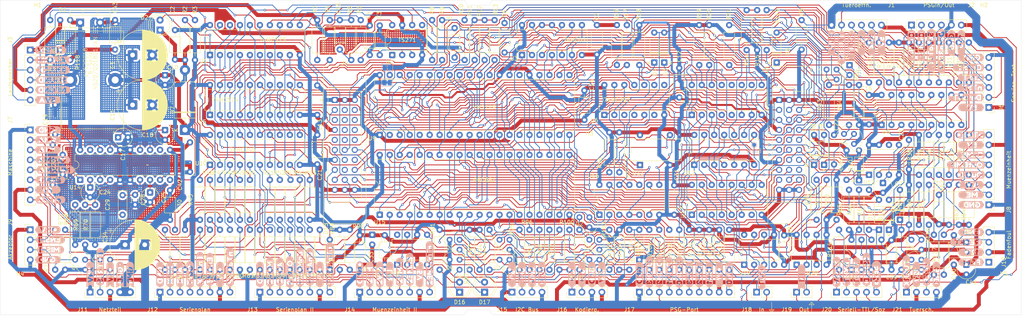
<source format=kicad_pcb>
(kicad_pcb (version 20241229) (generator "pcbnew") (generator_version "9.0")
  (layers (0 "F.Cu" signal) (2 "B.Cu" signal) (13 "F.Paste" user) (15 "B.Paste" user) (5 "F.SilkS" user "F.Silkscreen") (7 "B.SilkS" user "B.Silkscreen") (1 "F.Mask" user) (3 "B.Mask" user) (25 "Edge.Cuts" user))
  (net 0 "")
  (net 1 "Net-(U1-Q4)")
  (net 9 "Net-(J19-Pin_2)")
  (net 11 "/EnDAC")
  (net 12 "IOB1")
  (net 13 "IOB7")
  (net 15 "IOA0")
  (net 16 "IOB0")
  (net 17 "IOA6")
  (net 18 "IOB2")
  (net 21 "IOB5")
  (net 22 "IOA3")
  (net 23 "IOB6")
  (net 24 "IOB3")
  (net 25 "IOB4")
  (net 26 "IOA1")
  (net 28 "IOA2")
  (net 30 "/cD15")
  (net 31 "/cD8")
  (net 33 "/cD9")
  (net 34 "/cD11")
  (net 35 "/cD10")
  (net 36 "/cD14")
  (net 37 "/DB_TX")
  (net 38 "/cD12")
  (net 39 "/cD13")
  (net 40 "/DB_RX")
  (net 42 "INTRN")
  (net 44 "/cA6")
  (net 45 "/cA1")
  (net 46 "/cA8")
  (net 47 "/cA0")
  (net 48 "Net-(U10-A->B)")
  (net 49 "Net-(U11-OE)")
  (net 50 "GND")
  (net 53 "TX_A")
  (net 54 "Net-(J19-Pin_1)")
  (net 55 "Net-(J18-Pin_2)")
  (net 57 "Net-(J4C-Pin_c9)")
  (net 58 "/SDA")
  (net 59 "Net-(U16-Pad1)")
  (net 60 "MISO")
  (net 62 "/cA5")
  (net 63 "/LS_SOUND")
  (net 64 "/LS_5V")
  (net 65 "OutB2")
  (net 66 "+12VA")
  (net 67 "GNDA")
  (net 68 "OutB3")
  (net 69 "/nTaktMA")
  (net 70 "/EnMa")
  (net 71 "/1MA")
  (net 72 "/2MA")
  (net 73 "LS_KNACK")
  (net 74 "/MUXMA")
  (net 75 "/ENSFI")
  (net 76 "/MISFI")
  (net 77 "/EXTRES")
  (net 78 "/SSGND")
  (net 79 "Net-(J18-Pin_1)")
  (net 80 "Net-(D11-K)")
  (net 81 "Net-(C1-Pad1)")
  (net 82 "+12V")
  (net 83 "+24V")
  (net 84 "+5V")
  (net 85 "Net-(D2-A)")
  (net 86 "Net-(U15-IP2)")
  (net 87 "Net-(U6B-Q0)")
  (net 88 "Net-(D6-A)")
  (net 89 "Net-(U9-BC1)")
  (net 90 "Net-(U8-VOUT)")
  (net 91 "Net-(U14-C_Osc)")
  (net 92 "Net-(U14-R_Osc)")
  (net 93 "Net-(U14-P.Fail_Input)")
  (net 94 "Net-(U14-Vstart)")
  (net 95 "Net-(U14-Vref)")
  (net 96 "Net-(U6A-CP)")
  (net 97 "Net-(U2--)")
  (net 98 "Net-(Q2-G)")
  (net 99 "/nTaktME")
  (net 100 "Net-(U13-REF)")
  (net 101 "/Y4")
  (net 102 "Net-(C5-Pad1)")
  (net 103 "Net-(C6-Pad2)")
  (net 104 "Net-(C5-Pad2)")
  (net 105 "Net-(D13-K)")
  (net 106 "/MUX")
  (net 107 "/Y3")
  (net 108 "/nTaktSP")
  (net 109 "/ANZ")
  (net 110 "Net-(U9-BDIR)")
  (net 111 "Net-(Q7-C)")
  (net 112 "Net-(R14-Pad1)")
  (net 113 "Net-(U1-Q1)")
  (net 114 "/EnMUX")
  (net 115 "Net-(U1-Q2)")
  (net 116 "LS_ALARM")
  (net 117 "Net-(U18-OUT_B)")
  (net 118 "RESET")
  (net 119 "Net-(U1-Q3)")
  (net 120 "/OutST")
  (net 121 "/EnANZ")
  (net 122 "/cA2")
  (net 123 "/cA3")
  (net 124 "Net-(R40-Pad2)")
  (net 125 "Net-(U1-Q5)")
  (net 126 "OP6")
  (net 127 "/OutMA")
  (net 128 "Net-(U4-ADJ)")
  (net 129 "/SS+5V")
  (net 130 "Net-(U1-Q7)")
  (net 131 "Net-(U13-~{RESIN})")
  (net 133 "Net-(U14-Reset_Delay)")
  (net 136 "Net-(U14-Bootstrap)")
  (net 137 "Net-(U14-Soft_Start)")
  (net 138 "Net-(D1-K)")
  (net 139 "Net-(Q1-G)")
  (net 140 "Net-(U19-~{RE})")
  (net 141 "/DTACKN")
  (net 142 "/SCL")
  (net 143 "Net-(Q10-B)")
  (net 144 "Net-(D17-K)")
  (net 145 "Net-(D17-A)")
  (net 146 "Net-(D16-K)")
  (net 147 "Net-(Q7-B)")
  (net 148 "/OutLI")
  (net 149 "Net-(Q4-C)")
  (net 150 "/IP4")
  (net 151 "nRESET")
  (net 152 "/OutEMP")
  (net 153 "Net-(C29-Pad1)")
  (net 154 "/OutT")
  (net 155 "Net-(U14-Freq._Comp.)")
  (net 156 "Net-(U5-Q6)")
  (net 157 "Net-(U5-Q1)")
  (net 158 "Net-(U5-Q5)")
  (net 159 "Net-(U5-Q0)")
  (net 160 "Net-(U5-Q2)")
  (net 161 "/EnMUX2")
  (net 162 "/MUX2")
  (net 163 "/OutT2")
  (net 164 "/EnANZ2")
  (net 165 "/ANZ2")
  (net 166 "/EnME2")
  (net 167 "Net-(U1-OE)")
  (net 168 "/OutB1")
  (net 169 "Net-(D11-A)")
  (net 170 "/OutB0")
  (net 171 "OP5_LED")
  (net 172 "Net-(Q5-C)")
  (net 173 "/cA7")
  (net 174 "Net-(R114-Pad2)")
  (net 175 "Net-(R65-Pad1)")
  (net 176 "Net-(C15-Pad2)")
  (net 177 "/cCLKOUT")
  (net 178 "/cRW")
  (net 179 "D1")
  (net 180 "D3")
  (net 181 "D7")
  (net 182 "D0")
  (net 183 "D6")
  (net 184 "D2")
  (net 185 "D5")
  (net 186 "D4")
  (net 187 "/LI2")
  (net 188 "OP4_SCL")
  (net 189 "OP3_OD")
  (net 190 "Net-(U9-C)")
  (net 191 "Net-(U9-B)")
  (net 192 "Net-(U9-A)")
  (net 193 "/cA21")
  (net 194 "CLOCK")
  (net 195 "Net-(U2-+)")
  (net 196 "Net-(U5-Cp)")
  (net 197 "Net-(D16-A)")
  (net 198 "Net-(U15-TXDA)")
  (net 199 "SpZ")
  (net 200 "OP1_ENSFI")
  (net 201 "/EMP2")
  (net 202 "/nTaktSP2")
  (net 203 "/AW2")
  (net 204 "/ME2")
  (net 205 "Net-(U5-Q4)")
  (net 206 "Net-(U1-Q6)")
  (net 207 "Net-(U1-Q0)")
  (net 208 "OP6_SDA")
  (net 209 "/OP0")
  (net 210 "/OD")
  (net 211 "/SID")
  (net 212 "/OP2")
  (net 213 "/OP1")
  (net 214 "/OP4")
  (net 215 "/SpZa")
  (net 216 "/TXDT")
  (net 217 "/RXDT")
  (net 218 "/TUERK")
  (net 219 "/TUER")
  (net 220 "/SCK")
  (net 221 "/SOUT")
  (net 222 "/Data3OUT")
  (net 223 "/SpZaTTL")
  (net 224 "/nTaktST")
  (net 225 "/OP3")
  (net 226 "/DataST")
  (net 227 "/EnST")
  (net 228 "/EnME")
  (net 229 "/EnYM")
  (net 230 "/nTaktME2")
  (net 231 "/nTakt")
  (net 232 "/AW")
  (net 233 "/ME")
  (net 234 "/FREI")
  (net 235 "/DB_RESET")
  (net 236 "/IP1")
  (net 237 "/EnIN")
  (net 238 "Net-(U5-Q3)")
  (net 239 "Net-(U2-Subst.)")
  (net 240 "Net-(U4-VO)")
  (net 241 "Net-(D12-K)")
  (net 242 "Net-(D3-A)")
  (net 243 "Net-(U1-Load)")
  (net 244 "RX_A")
  (net 245 "Net-(Q1-S)")
  (net 246 "/EnUART")
  (net 247 "Net-(U5-Q7)")
  (net 248 "nSpZ")
  (net 249 "/IACKN")
  (net 250 "/Y2")
  (net 251 "/IP0")
  (net 252 "/Y1")
  (net 253 "/cA22")
  (net 254 "/E0")
  (net 255 "/E2")
  (net 256 "Net-(U7A-Q3)")
  (net 263 "SIN")
  (net 264 "RXDB")
  (net 265 "TXDB")
  (footprint "Resistor_THT:R_Axial_DIN0207_L6.3mm_D2.5mm_P10.16mm_Horizontal" (layer "F.Cu") (at 91.44 123.19 90)
    (property "Reference" "R84")
    (property "Value" "47")
  )
  (footprint "Resistor_THT:R_Axial_DIN0207_L6.3mm_D2.5mm_P10.16mm_Horizontal" (layer "F.Cu") (at 99.06 110.49 90)
    (property "Reference" "R55")
    (property "Value" "470")
  )
  (footprint "Connector_PinHeader_2.54mm:PinHeader_1x04_P2.54mm_Vertical" (layer "F.Cu") (at 271.78 121.285 180)
    (property "Reference" "J10")
    (property "Value" "Fadenfoul")
  )
  (footprint "Connector_PinHeader_2.54mm:PinHeader_1x06_P2.54mm_Vertical" (layer "F.Cu") (at 27.94 67.31)
    (property "Reference" "J3")
    (property "Value" "Lautsprecher")
  )
  (footprint "Capacitor_THT:C_Axial_L3.8mm_D2.6mm_P7.50mm_Horizontal" (layer "F.Cu") (at 63.5 102.99 -90)
    (property "Reference" "C30")
    (property "Value" "100n")
  )
  (footprint "Capacitor_THT:C_Axial_L3.8mm_D2.6mm_P7.50mm_Horizontal" (layer "F.Cu") (at 135.89 69.215 90)
    (property "Reference" "C5")
    (property "Value" "100n")
  )
  (footprint "Diode_THT:D_DO-35_SOD27_P7.62mm_Horizontal" (layer "F.Cu") (at 238.76 100.457 90)
    (property "Reference" "D10")
    (property "Value" "SD103")
  )
  (footprint "Oscillator:Oscillator_SeikoEpson_SG-8002DC" (layer "F.Cu") (at 183.04 96.56 90)
    (property "Reference" "U11")
    (property "Value" "SG-531")
  )
  (footprint "Package_TO:TO-92" (layer "F.Cu") (at 170.18 118.11)
    (property "Reference" "Q5")
    (property "Value" "BC337")
  )
  (footprint "Package_DIP:DIP-40_W15.24mm" (layer "F.Cu") (at 116.84 109.22 90)
    (property "Reference" "U15")
    (property "Value" "68C681")
  )
  (footprint "Resistor_THT:R_Axial_DIN0207_L6.3mm_D2.5mm_P10.16mm_Horizontal" (layer "F.Cu") (at 177.165 71.12 90)
    (property "Reference" "R16")
    (property "Value" "10k")
  )
  (footprint "Connector_DIN:DIN41612_C3_3x10_Female_Vertical_THT" (layer "F.Cu") (at 218.44 80.005)
    (property "Reference" "J5")
    (property "Value" "DIN41612_03x10_ABC")
  )
  (footprint "Resistor_THT:R_Axial_DIN0207_L6.3mm_D2.5mm_P10.16mm_Horizontal" (layer "F.Cu") (at 162.56 123.19 90)
    (property "Reference" "R99")
    (property "Value" "4,7k")
  )
  (footprint "Resistor_THT:R_Axial_DIN0207_L6.3mm_D2.5mm_P10.16mm_Horizontal" (layer "F.Cu") (at 132.715 69.85 90)
    (property "Reference" "R9")
    (property "Value" "1k")
  )
  (footprint "Resistor_THT:R_Axial_DIN0207_L6.3mm_D2.5mm_P10.16mm_Horizontal" (layer "F.Cu") (at 264.16 111.76 90)
    (property "Reference" "R63")
    (property "Value" "10k")
  )
  (footprint "Resistor_THT:R_Axial_DIN0207_L6.3mm_D2.5mm_P10.16mm_Horizontal" (layer "F.Cu") (at 138.43 69.85 90)
    (property "Reference" "R10")
    (property "Value" "15k")
  )
  (footprint "Resistor_THT:R_Axial_DIN0207_L6.3mm_D2.5mm_P10.16mm_Horizontal" (layer "F.Cu") (at 203.2 123.19 90)
    (property "Reference" "R112")
    (property "Value" "10k")
  )
  (footprint "Resistor_THT:R_Axial_DIN0207_L6.3mm_D2.5mm_P10.16mm_Horizontal" (layer "F.Cu") (at 96.52 110.49 90)
    (property "Reference" "R54")
    (property "Value" "47")
  )
  (footprint "Capacitor_THT:CP_Radial_Tantal_D4.5mm_P2.50mm" (layer "F.Cu") (at 62.23 87.67 -90)
    (property "Reference" "C18")
    (property "Value" "2u2 25V")
  )
  (footprint "Capacitor_THT:C_Axial_L3.8mm_D2.6mm_P7.50mm_Horizontal" (layer "F.Cu") (at 219.71 114.42 -90)
    (property "Reference" "C38")
    (property "Value" "100n")
  )
  (footprint "Package_DIP:DIP-16_W7.62mm" (layer "F.Cu") (at 196.215 83.82 90)
    (property "Reference" "U7")
    (property "Value" "74HC4015")
  )
  (footprint "Resistor_THT:R_Axial_DIN0207_L6.3mm_D2.5mm_P10.16mm_Horizontal" (layer "F.Cu") (at 205.74 71.12 90)
    (property "Reference" "R21")
    (property "Value" "47")
  )
  (footprint "Connector_PinHeader_2.54mm:PinHeader_1x04_P2.54mm_Vertical" (layer "F.Cu") (at 27.94 113.03)
    (property "Reference" "J9")
    (property "Value" "Akzeptor")
  )
  (footprint "Resistor_THT:R_Axial_DIN0207_L6.3mm_D2.5mm_P10.16mm_Horizontal" (layer "F.Cu") (at 198.12 71.12 90)
    (property "Reference" "R19")
    (property "Value" "100")
  )
  (footprint "Package_TO:TO-92" (layer "F.Cu") (at 252.095 118.11)
    (property "Reference" "Q6")
    (property "Value" "BC337")
  )
  (footprint "MountingHole:MountingHole_4.3mm_M4" (layer "F.Cu") (at 25.4 129.54)
    (property "Reference" "H4")
    (property "Value" "MountingHole")
  )
  (footprint "Package_TO:TO-92" (layer "F.Cu") (at 147.32 123.19)
    (property "Reference" "Q10")
    (property "Value" "BC337")
  )
  (footprint "Diode_THT:D_DO-35_SOD27_P7.62mm_Horizontal" (layer "F.Cu") (at 189.23 70.485 90)
    (property "Reference" "D5")
    (property "Value" "SD103")
  )
  (footprint "Resistor_THT:R_Axial_DIN0207_L6.3mm_D2.5mm_P10.16mm_Horizontal" (layer "F.Cu") (at 139.7 123.19 90)
    (property "Reference" "R92")
    (property "Value" "100")
  )
  (footprint "Resistor_THT:R_Axial_DIN0207_L6.3mm_D2.5mm_P10.16mm_Horizontal" (layer "F.Cu") (at 62.23 123.19 90)
    (property "Reference" "R73")
    (property "Value" "1k")
  )
  (footprint "Diode_THT:D_DO-35_SOD27_P7.62mm_Horizontal" (layer "F.Cu") (at 35.56 67.31 90)
    (property "Reference" "D3")
    (property "Value" "SD103")
  )
  (footprint "Resistor_THT:R_Axial_DIN0207_L6.3mm_D2.5mm_P10.16mm_Horizontal" (layer "F.Cu") (at 260.35 124.46 90)
    (property "Reference" "R117")
    (property "Value" "1k")
  )
  (footprint "Capacitor_THT:C_Axial_L3.8mm_D2.6mm_P7.50mm_Horizontal" (layer "F.Cu") (at 191.77 101.72 -90)
    (property "Reference" "C31")
    (property "Value" "100n")
  )
  (footprint "Resistor_THT:R_Axial_DIN0207_L6.3mm_D2.5mm_P10.16mm_Horizontal" (layer "F.Cu") (at 64.77 123.19 90)
    (property "Reference" "R74")
    (property "Value" "22k")
  )
  (footprint "Resistor_THT:R_Axial_DIN0207_L6.3mm_D2.5mm_P10.16mm_Horizontal" (layer "F.Cu") (at 96.52 123.19 90)
    (property "Reference" "R86")
    (property "Value" "47")
  )
  (footprint "Connector_PinHeader_2.54mm:PinHeader_1x08_P2.54mm_Vertical" (layer "F.Cu") (at 27.94 87.63)
    (property "Reference" "J7")
    (property "Value" "Maschine")
  )
  (footprint "Package_TO:TO-92" (layer "F.Cu") (at 234.95 91.186)
    (property "Reference" "Q1")
    (property "Value" "BSS100")
  )
  (footprint "Capacitor_THT:C_Axial_L3.8mm_D2.6mm_P7.50mm_Horizontal" (layer "F.Cu") (at 251.46 97.67 90)
    (property "Reference" "C23")
    (property "Value" "100n")
  )
  (footprint "Connector_PinHeader_2.54mm:PinHeader_1x10_P2.54mm_Vertical" (layer "F.Cu") (at 182.88 128.905 90)
    (property "Reference" "J17")
    (property "Value" "PSG-Port")
  )
  (footprint "Package_TO_SOT_THT:TO-220-2_Vertical" (layer "F.Cu") (at 40.64 60.325)
    (property "Reference" "D1")
    (property "Value" "MRB1060")
  )
  (footprint "Capacitor_THT:C_Axial_L3.8mm_D2.6mm_P7.50mm_Horizontal" (layer "F.Cu") (at 106.68 67.19 90)
    (property "Reference" "C15")
    (property "Value" "100n")
  )
  (footprint "Resistor_THT:R_Axial_DIN0207_L6.3mm_D2.5mm_P10.16mm_Horizontal" (layer "F.Cu") (at 198.12 123.19 90)
    (property "Reference" "R110")
    (property "Value" "10k")
  )
  (footprint "Resistor_THT:R_Axial_DIN0207_L6.3mm_D2.5mm_P10.16mm_Horizontal" (layer "F.Cu") (at 182.88 71.12 90)
    (property "Reference" "R18")
    (property "Value" "100")
  )
  (footprint "Resistor_THT:R_Axial_DIN0207_L6.3mm_D2.5mm_P10.16mm_Horizontal" (layer "F.Cu") (at 179.705 71.12 90)
    (property "Reference" "R17")
    (property "Value" "1k")
  )
  (footprint "Resistor_THT:R_Axial_DIN0207_L6.3mm_D2.5mm_P10.16mm_Horizontal" (layer "F.Cu") (at 185.42 123.19 90)
    (property "Reference" "R105")
    (property "Value" "470")
  )
  (footprint "Capacitor_THT:C_Axial_L3.8mm_D2.6mm_P7.50mm_Horizontal" (layer "F.Cu") (at 247.015 115.69 -90)
    (property "Reference" "C39")
    (property "Value" "100n")
  )
  (footprint "Connector_PinHeader_2.54mm:PinHeader_1x05_P2.54mm_Vertical" (layer "F.Cu") (at 43.18 128.905 90)
    (property "Reference" "J11")
    (property "Value" "Netzteil")
  )
  (footprint "Package_DIP:DIP-8_W7.62mm" (layer "F.Cu") (at 209.55 121.92 90)
    (property "Reference" "U19")
    (property "Value" "SN75176AP")
  )
  (footprint "MountingHole:MountingHole_4.3mm_M4" (layer "F.Cu") (at 275.59 59.69)
    (property "Reference" "H2")
    (property "Value" "MountingHole")
  )
  (footprint "Resistor_THT:R_Axial_DIN0207_L6.3mm_D2.5mm_P10.16mm_Horizontal" (layer "F.Cu") (at 91.44 110.49 90)
    (property "Reference" "R52")
    (property "Value" "47")
  )
  (footprint "Connector_PinHeader_2.54mm:PinHeader_1x04_P2.54mm_Vertical" (layer "F.Cu") (at 165.735 128.905 90)
    (property "Reference" "J16")
    (property "Value" "Kodierg.")
  )
  (footprint "Resistor_THT:R_Axial_DIN0207_L6.3mm_D2.5mm_P10.16mm_Horizontal" (layer "F.Cu") (at 238.76 86.36 90)
    (property "Reference" "R35")
    (property "Value" "499")
  )
  (footprint "Capacitor_THT:C_Rect_L7.0mm_W2.0mm_P5.00mm" (layer "F.Cu") (at 36.195 98.98 90)
    (property "Reference" "C20")
    (property "Value" "4n7")
  )
  (footprint "Resistor_THT:R_Axial_DIN0207_L6.3mm_D2.5mm_P10.16mm_Horizontal" (layer "F.Cu") (at 215.265 67.31 90)
    (property "Reference" "R119")
    (property "Value" "1k")
  )
  (footprint "MountingHole:MountingHole_4.3mm_M4" (layer "F.Cu") (at 170.18 91.44)
    (property "Reference" "H3")
    (property "Value" "MountingHole")
  )
  (footprint "Resistor_THT:R_Axial_DIN0207_L6.3mm_D2.5mm_P10.16mm_Horizontal" (layer "F.Cu") (at 152.4 123.19 90)
    (property "Reference" "R95")
    (property "Value" "4,7k")
  )
  (footprint "Resistor_THT:R_Axial_DIN0207_L6.3mm_D2.5mm_P10.16mm_Horizontal" (layer "F.Cu") (at 231.14 86.36 90)
    (property "Reference" "R33")
    (property "Value" "100")
  )
  (footprint "Resistor_THT:R_Axial_DIN0207_L6.3mm_D2.5mm_P10.16mm_Horizontal" (layer "F.Cu") (at 257.81 124.46 90)
    (property "Reference" "R116")
    (property "Value" "1k")
  )
  (footprint "Package_TO:TO-92" (layer "F.Cu") (at 230.505 74.803)
    (property "Reference" "U4")
    (property "Value" "LM317LZ")
  )
  (footprint "Resistor_THT:R_Axial_DIN0207_L6.3mm_D2.5mm_P10.16mm_Horizontal" (layer "F.Cu") (at 132.08 123.19 90)
    (property "Reference" "R91")
    (property "Value" "100")
  )
  (footprint "Capacitor_THT:C_Rect_L7.0mm_W2.0mm_P5.00mm" (layer "F.Cu") (at 51.435 109.22 90)
    (property "Reference" "C29")
    (property "Value" "22n")
  )
  (footprint "Resistor_THT:R_Axial_DIN0207_L6.3mm_D2.5mm_P10.16mm_Horizontal" (layer "F.Cu") (at 93.98 123.19 90)
    (property "Reference" "R85")
    (property "Value" "470")
  )
  (footprint "Capacitor_THT:CP_Radial_Tantal_D4.5mm_P2.50mm" (layer "F.Cu") (at 244.856 101.132 -90)
    (property "Reference" "C27")
    (property "Value" "1u 35V")
  )
  (footprint "Connector_PinHeader_2.54mm:PinHeader_1x08_P2.54mm_Vertical" (layer "F.Cu") (at 60.96 128.905 90)
    (property "Reference" "J12")
    (property "Value" "Serienplan")
  )
  (footprint "Resistor_THT:R_Axial_DIN0207_L6.3mm_D2.5mm_P10.16mm_Horizontal" (layer "F.Cu") (at 94.135 110.49 90)
    (property "Reference" "R53")
    (property "Value" "47")
  )
  (footprint "Capacitor_THT:C_Rect_L9.0mm_W2.5mm_P7.50mm_MKT" (layer "F.Cu") (at 34.29 88.78 90)
    (property "Reference" "C19")
    (property "Value" "470n")
  )
  (footprint "Resistor_THT:R_Axial_DIN0207_L6.3mm_D2.5mm_P10.16mm_Horizontal" (layer "F.Cu") (at 175.26 123.19 90)
    (property "Reference" "R102")
    (property "Value" "1k")
  )
  (footprint "Diode_THT:D_DO-35_SOD27_P7.62mm_Horizontal" (layer "F.Cu") (at 182.88 120.65 90)
    (property "Reference" "D14")
    (property "Value" "SD103")
  )
  (footprint "Package_DIP:DIP-40_W15.24mm" (layer "F.Cu") (at 116.84 88.9 90)
    (property "Reference" "U9")
    (property "Value" "YM2149")
  )
  (footprint "Capacitor_THT:C_Axial_L3.8mm_D2.6mm_P7.50mm_Horizontal" (layer "F.Cu") (at 172.085 68.46 90)
    (property "Reference" "C7")
    (property "Value" "100n")
  )
  (footprint "Resistor_THT:R_Axial_DIN0207_L6.3mm_D2.5mm_P10.16mm_Horizontal" (layer "F.Cu") (at 175.26 98.425 90)
    (property "Reference" "R36")
    (property "Value" "470")
  )
  (footprint "Resistor_THT:R_Axial_DIN0207_L6.3mm_D2.5mm_P10.16mm_Horizontal" (layer "F.Cu") (at 249.555 123.19 90)
    (property "Reference" "R115")
    (property "Value" "47")
  )
  (footprint "Diode_THT:D_DO-35_SOD27_P7.62mm_Horizontal" (layer "F.Cu") (at 243.84 113.03 90)
    (property "Reference" "D12")
    (property "Value" "SD103")
  )
  (footprint "Connector_PinHeader_2.54mm:PinHeader_1x02_P2.54mm_Vertical" (layer "F.Cu") (at 212.725 128.905 90)
    (property "Reference" "J18")
    (property "Value" "In")
  )
  (footprint "Resistor_THT:R_Axial_DIN0207_L6.3mm_D2.5mm_P10.16mm_Horizontal" (layer "F.Cu") (at 86.36 123.19 90)
    (property "Reference" "R82")
    (property "Value" "47")
  )
  (footprint "Resistor_THT:R_Axial_DIN0207_L6.3mm_D2.5mm_P10.16mm_Horizontal" (layer "F.Cu") (at 73.66 110.49 90)
    (property "Reference" "R46")
    (property "Value" "47")
  )
  (footprint "Resistor_THT:R_Axial_DIN0207_L6.3mm_D2.5mm_P10.16mm_Horizontal" (layer "F.Cu") (at 230.505 110.49 90)
    (property "Reference" "R57")
    (property "Value" "10k")
  )
  (footprint "Resistor_THT:R_Axial_DIN0207_L6.3mm_D2.5mm_P10.16mm_Horizontal" (layer "F.Cu") (at 190.5 123.19 90)
    (property "Reference" "R107")
    (property "Value" "1k")
  )
  (footprint "Package_TO:TO-92" (layer "F.Cu") (at 39.37 123.19)
    (property "Reference" "Q7")
    (property "Value" "BC337")
  )
  (footprint "Connector_PinHeader_2.54mm:PinHeader_1x08_P2.54mm_Vertical" (layer "F.Cu") (at 111.76 128.905 90)
    (property "Reference" "J14")
    (property "Value" "Muenzeinheit II")
  )
  (footprint "Connector_PinHeader_2.54mm:PinHeader_1x08_P2.54mm_Vertical" (layer "F.Cu") (at 271.78 106.68 180)
    (property "Reference" "J8")
    (property "Value" "Muenzeinheit")
  )
  (footprint "Resistor_THT:R_Axial_DIN0207_L6.3mm_D2.5mm_P10.16mm_Horizontal" (layer "F.Cu") (at 142.24 123.19 90)
    (property "Reference" "R93")
    (property "Value" "1k")
  )
  (footprint "Resistor_THT:R_Axial_DIN0207_L6.3mm_D2.5mm_P10.16mm_Horizontal" (layer "F.Cu") (at 210.185 67.31 90)
    (property "Reference" "R14")
    (property "Value" "1k")
  )
  (footprint "Capacitor_THT:C_Axial_L3.8mm_D2.6mm_P7.50mm_Horizontal" (layer "F.Cu") (at 100.965 76.32 -90)
    (property "Reference" "C13")
    (property "Value" "100n")
  )
  (footprint "Package_DIP:DIP-20_W7.62mm" (layer "F.Cu") (at 73.66 68.58 90)
    (property "Reference" "U1")
    (property "Value" "74HC573")
  )
  (footprint "Resistor_THT:R_Axial_DIN0207_L6.3mm_D2.5mm_P10.16mm_Horizontal" (layer "F.Cu") (at 261.62 75.565 90)
    (property "Reference" "R30")
    (property "Value" "47")
  )
  (footprint "Connector_PinHeader_2.54mm:PinHeader_1x04_P2.54mm_Vertical" (layer "F.Cu") (at 250.825 128.905 90)
    (property "Reference" "J21")
    (property "Value" "Tuersch.")
  )
  (footprint "Resistor_THT:R_Axial_DIN0207_L6.3mm_D2.5mm_P10.16mm_Horizontal" (layer "F.Cu") (at 99.06 123.19 90)
    (property "Reference" "R87")
    (property "Value" "47")
  )
  (footprint "Connector_PinHeader_2.54mm:PinHeader_1x06_P2.54mm_Vertical" (layer "F.Cu") (at 252.095 60.96 90)
    (property "Reference" "J2")
    (property "Value" "PSGIn/Out")
  )
  (footprint "Package_DIP:DIP-14_W7.62mm" (layer "F.Cu") (at 196.85 96.52 90)
    (property "Reference" "U12")
    (property "Value" "74HC125")
  )
  (footprint "Resistor_THT:R_Axial_DIN0207_L6.3mm_D2.5mm_P10.16mm_Horizontal" (layer "F.Cu") (at 78.74 110.49 90)
    (property "Reference" "R48")
    (property "Value" "47")
  )
  (footprint "Resistor_THT:R_Axial_DIN0207_L6.3mm_D2.5mm_P10.16mm_Horizontal" (layer "F.Cu") (at 187.96 123.19 90)
    (property "Reference" "R106")
    (property "Value" "470")
  )
  (footprint "Resistor_THT:R_Axial_DIN0207_L6.3mm_D2.5mm_P10.16mm_Horizontal" (layer "F.Cu") (at 34.29 123.19 90)
    (property "Reference" "R71")
    (property "Value" "100")
  )
  (footprint "Diode_THT:D_DO-35_SOD27_P7.62mm_Horizontal" (layer "F.Cu") (at 249.174 110.49 90)
    (property "Reference" "D11")
    (property "Value" "SD103")
  )
  (footprint "Capacitor_THT:CP_Radial_Tantal_D4.5mm_P2.50mm" (layer "F.Cu") (at 236.347 71.16 -90)
    (property "Reference" "C9")
    (property "Value" "10u 25V")
  )
  (footprint "Resistor_THT:R_Axial_DIN0207_L6.3mm_D2.5mm_P10.16mm_Horizontal" (layer "F.Cu") (at 101.6 123.19 90)
    (property "Reference" "R88")
    (property "Value" "47")
  )
  (footprint "Capacitor_THT:CP_Radial_Tantal_D4.5mm_P2.50mm" (layer "F.Cu") (at 266.065 116.205 -90)
    (property "Reference" "C35")
    (property "Value" "10u 25V")
  )
  (footprint "Resistor_THT:R_Axial_DIN0207_L6.3mm_D2.5mm_P10.16mm_Horizontal" (layer "F.Cu") (at 227.965 110.49 90)
    (property "Reference" "R56")
    (property "Value" "10k")
  )
  (footprint "Resistor_THT:R_Axial_DIN0207_L6.3mm_D2.5mm_P10.16mm_Horizontal" (layer "F.Cu") (at 76.2 110.49 90)
    (property "Reference" "R47")
    (property "Value" "47")
  )
  (footprint "Package_TO:TO-92" (layer "F.Cu") (at 147.32 118.11)
    (property "Reference" "Q4")
    (property "Value" "BC337")
  )
  (footprint "Package_DIP:DIP-8_W7.62mm" (layer "F.Cu") (at 222.885 121.92 90)
    (property "Reference" "U20")
    (property "Value" "SN75176AP")
  )
  (footprint "Resistor_THT:R_Axial_DIN0207_L6.3mm_D2.5mm_P10.16mm_Horizontal" (layer "F.Cu") (at 39.37 116.84 90)
    (property "Reference" "R68")
    (property "Value" "22k")
  )
  (footprint "Resistor_THT:R_Axial_DIN0207_L6.3mm_D2.5mm_P10.16mm_Horizontal" (layer "F.Cu") (at 266.7 75.565 90)
    (property "Reference" "R32")
    (property "Value" "47")
  )
  (footprint "Resistor_THT:R_Axial_DIN0207_L6.3mm_D2.5mm_P10.16mm_Horizontal" (layer "F.Cu") (at 261.62 111.76 90)
    (property "Reference" "R62")
    (property "Value" "470")
  )
  (footprint "Resistor_THT:R_Axial_DIN0207_L6.3mm_D2.5mm_P10.16mm_Horizontal" (layer "F.Cu") (at 106.68 123.19 90)
    (property "Reference" "R89")
    (property "Value" "470")
  )
  (footprint "Resistor_THT:R_Axial_DIN0207_L6.3mm_D2.5mm_P10.16mm_Horizontal" (layer "F.Cu") (at 233.045 110.49 90)
    (property "Reference" "R58")
    (property "Value" "10k")
  )
  (footprint "Package_DIP:DIP-18_W7.62mm" (layer "F.Cu") (at 244.475 86.36 90)
    (property "Reference" "U8")
    (property "Value" "AD7224KN")
  )
  (footprint "Package_DIP:DIP-14_W7.62mm" (layer "F.Cu") (at 173.99 83.82 90)
    (property "Reference" "U6")
    (property "Value" "74HC393")
  )
  (footprint "Resistor_THT:R_Axial_DIN0207_L6.3mm_D2.5mm_P10.16mm_Horizontal" (layer "F.Cu") (at 212.852 67.31 90)
    (property "Reference" "R15")
    (property "Value" "1k")
  )
  (footprint "Package_TO:TO-92" (layer "F.Cu") (at 45.72 123.19)
    (property "Reference" "Q8")
    (property "Value" "BC337")
  )
  (footprint "Resistor_THT:R_Axial_DIN0207_L6.3mm_D2.5mm_P10.16mm_Horizontal" (layer "F.Cu") (at 241.3 113.03 90)
    (property "Reference" "R67")
    (property "Value" "470")
  )
  (footprint "Resistor_THT:R_Axial_DIN0207_L6.3mm_D2.5mm_P10.16mm_Horizontal" (layer "F.Cu") (at 205.74 123.19 90)
    (property "Reference" "R113")
    (property "Value" "10k")
  )
  (footprint "Capacitor_THT:CP_Radial_Tantal_D4.5mm_P2.50mm" (layer "F.Cu") (at 43.18 102.275 -90)
    (property "Reference" "C24")
    (property "Value" "2u2 25V")
  )
  (footprint "Resistor_THT:R_Axial_DIN0207_L6.3mm_D2.5mm_P10.16mm_Horizontal" (layer "F.Cu") (at 83.82 123.19 90)
    (property "Reference" "R81")
    (property "Value" "47")
  )
  (footprint "Resistor_THT:R_Axial_DIN0207_L6.3mm_D2.5mm_P10.16mm_Horizontal" (layer "F.Cu") (at 233.68 123.19 90)
    (property "Reference" "R114")
    (property "Value" "470")
  )
  (footprint "Resistor_THT:R_Axial_DIN0207_L6.3mm_D2.5mm_P10.16mm_Horizontal" (layer "F.Cu") (at 71.12 123.19 90)
    (property "Reference" "R76")
    (property "Value" "1k")
  )
  (footprint "Package_DIP:DIP-16_W7.62mm" (layer "F.Cu") (at 196.215 109.22 90)
    (property "Reference" "U17")
    (property "Value" "74HC138")
  )
  (footprint "Diode_THT:D_DO-35_SOD27_P7.62mm_Horizontal" (layer "F.Cu") (at 229.87 96.52 90)
    (property "Reference" "D9")
    (property "Value" "SD103")
  )
  (footprint "Resistor_THT:R_Axial_DIN0207_L6.3mm_D2.5mm_P10.16mm_Horizontal" (layer "F.Cu") (at 67.31 123.19 90)
    (property "Reference" "R75")
    (property "Value" "4,7k")
  )
  (footprint "Resistor_THT:R_Axial_DIN0207_L6.3mm_D2.5mm_P10.16mm_Horizontal" (layer "F.Cu") (at 67.31 69.85 90)
    (property "Reference" "R2")
    (property "Value" "100")
  )
  (footprint "Connector_PinHeader_2.54mm:PinHeader_1x06_P2.54mm_Vertical" (layer "F.Cu") (at 271.78 81.915 180)
    (property "Reference" "J6")
    (property "Value" "Service-Tast.")
  )
  (footprint "Resistor_THT:R_Axial_DIN0207_L6.3mm_D2.5mm_P10.16mm_Horizontal" (layer "F.Cu") (at 264.16 99.06 90)
    (property "Reference" "R42")
    (property "Value" "47")
  )
  (footprint "Capacitor_THT:C_Axial_L3.8mm_D2.6mm_P7.50mm_Horizontal" (layer "F.Cu") (at 235.585 100.33 90)
    (property "Reference" "C26")
    (property "Value" "100n")
  )
  (footprint "Capacitor_THT:CP_Radial_Tantal_D4.5mm_P2.50mm" (layer "F.Cu") (at 62.23 73.7 -90)
    (property "Reference" "C10")
    (property "Value" "10u 25V")
  )
  (footprint "Resistor_THT:R_Axial_DIN0207_L6.3mm_D2.5mm_P10.16mm_Horizontal" (layer "F.Cu") (at 200.66 123.19 90)
    (property "Reference" "R111")
    (property "Value" "10k")
  )
  (footprint "Connector_PinHeader_2.54mm:PinHeader_1x04_P2.54mm_Vertical" (layer "F.Cu") (at 150.495 128.905 90)
    (property "Reference" "J15")
    (property "Value" "I2C Bus")
  )
  (footprint "Resistor_THT:R_Axial_DIN0207_L6.3mm_D2.5mm_P10.16mm_Horizontal" (layer "F.Cu") (at 71.12 110.49 90)
    (property "Reference" "R45")
    (property "Value" "100")
  )
  (footprint "Connector_PinHeader_2.54mm:PinHeader_1x05_P2.54mm_Vertical" (layer "F.Cu") (at 233.045 128.905 90)
    (property "Reference" "J20")
    (property "Value" "Seriell-TTL/Spz")
  )
  (footprint "Capacitor_THT:C_Axial_L3.8mm_D2.6mm_P7.50mm_Horizontal" (layer "F.Cu") (at 49.53 67.19 90)
    (property "Reference" "C1")
    (property "Value" "100n")
  )
  (footprint "Resistor_THT:R_Axial_DIN0207_L6.3mm_D2.5mm_P10.16mm_Horizontal" (layer "F.Cu") (at 88.9 110.49 90)
    (property "Reference" "R51")
    (property "Value" "47")
  )
  (footprint "Resistor_THT:R_Axial_DIN0207_L6.3mm_D2.5mm_P10.16mm_Horizontal" (layer "F.Cu") (at 76.2 123.19 90)
    (property "Reference" "R78")
    (property "Value" "47")
  )
  (footprint "Resistor_THT:R_Axial_DIN0207_L6.3mm_D2.5mm_P10.16mm_Horizontal" (layer "F.Cu") (at 259.08 75.565 90)
    (property "Reference" "R29")
    (property "Value" "470")
  )
  (footprint "Resistor_THT:R_Axial_DIN0207_L6.3mm_D2.5mm_P10.16mm_Horizontal" (layer "F.Cu") (at 193.04 123.19 90)
    (property "Reference" "R108")
    (property "Value" "4,7k")
  )
  (footprint "Resistor_THT:R_Axial_DIN0207_L6.3mm_D2.5mm_P10.16mm_Horizontal" (layer "F.Cu") (at 144.78 123.19 90)
    (property "Reference" "R94")
    (property "Value" "100")
  )
  (footprint "Resistor_THT:R_Axial_DIN0207_L6.3mm_D2.5mm_P10.16mm_Horizontal" (layer "F.Cu") (at 154.94 123.19 90)
    (property "Reference" "R96")
    (property "Value" "1k")
  )
  (footprint "Resistor_THT:R_Axial_DIN0207_L6.3mm_D2.5mm_P10.16mm_Horizontal" (layer "F.Cu") (at 238.76 113.03 90)
    (property "Reference" "R66")
    (property "Value" "220")
  )
  (footprint "Resistor_THT:R_Axial_DIN0207_L6.3mm_D2.5mm_P10.16mm_Horizontal" (layer "F.Cu") (at 81.28 110.49 90)
    (property "Reference" "R49")
    (property "Value" "47")
  )
  (footprint "Diode_THT:D_DO-35_SOD27_P7.62mm_Horizontal" (layer "F.Cu") (at 104.14 123.19 90)
    (property "Reference" "D15")
    (property "Value" "SD103")
  )
  (footprint "Resistor_THT:R_Axial_DIN0207_L6.3mm_D2.5mm_P10.16mm_Horizontal" (layer "F.Cu") (at 83.82 110.49 90)
    (property "Reference" "R50")
    (property "Value" "47")
  )
  (footprint "Resistor_THT:R_Axial_DIN0207_L6.3mm_D2.5mm_P10.16mm_Horizontal" (layer "F.Cu") (at 236.22 113.03 90)
    (property "Reference" "R65")
    (property "Value" "4,7k")
  )
  (footprint "Resistor_THT:R_Axial_DIN0207_L6.3mm_D2.5mm_P10.16mm_Horizontal" (layer "F.Cu") (at 200.66 71.12 90)
    (property "Reference" "R20")
    (property "Value" "1k")
  )
  (footprint "LED_THT:LED_D5.0mm" (layer "F.Cu") (at 143.51 128.905 90)
    (property "Reference" "D17")
    (property "Value" "LED")
  )
  (footprint "Capacitor_THT:C_Axial_L3.8mm_D2.6mm_P7.50mm_Horizontal" (layer "F.Cu") (at 64.77 69.73 90)
    (property "Reference" "C2")
    (property "Value" "100n")
  )
  (footprint "Connector_PinHeader_2.54mm:PinHeader_1x02_P2.54mm_Vertical" (layer "F.Cu") (at 222.885 128.905 90)
    (property "Reference" "J19")
    (property "Value" "Out")
  )
  (footprint "Resistor_THT:R_Axial_DIN0207_L6.3mm_D2.5mm_P10.16mm_Horizontal" (layer "F.Cu") (at 254 99.06 90)
    (property "Reference" "R38")
    (property "Value" "100")
  )
  (footprint "Resistor_THT:R_Axial_DIN0207_L6.3mm_D2.5mm_P10.16mm_Horizontal" (layer "F.Cu") (at 146.05 69.85 90)
    (property "Reference" "R13")
    (property "Value" "1k")
  )
  (footprint "Resistor_THT:R_Axial_DIN0207_L6.3mm_D2.5mm_P10.16mm_Horizontal" (layer "F.Cu") (at 33.02 69.85 90)
    (property "Reference" "R1")
    (property "Value" "1k")
  )
  (footprint "Capacitor_THT:C_Axial_L3.8mm_D2.6mm_P7.50mm_Horizontal" (layer "F.Cu") (at 148.59 67.945 90)
    (property "Reference" "C6")
    (property "Value" "100n")
  )
  (footprint "Capacitor_THT:C_Axial_L3.8mm_D2.6mm_P7.50mm_Horizontal" (layer "F.Cu") (at 259.08 111.64 90)
    (property "Reference" "C32")
    (property "Value" "100n")
  )
  (footprint "LED_THT:LED_D5.0mm" (layer "F.Cu") (at 137.16 128.905 90)
    (property "Reference" "D16")
    (property "Value" "SDA_LED")
  )
  (footprint "Package_DIP:DIP-14_W7.62mm" (layer "F.Cu") (at 172.72 109.22 90)
    (property "Reference" "U16")
    (property "Value" "74LS32")
  )
  (footprint "Package_TO:TO-92" (layer "F.Cu") (at 252.095 123.19)
    (property "Reference" "Q12")
    (property "Value" "BC337")
  )
  (footprint "Resistor_THT:R_Axial_DIN0207_L6.3mm_D2.5mm_P10.16mm_Horizontal" (layer "F.Cu") (at 256.54 99.06 90)
    (property "Reference" "R39")
    (property "Value" "47")
  )
  (footprint "Resistor_THT:R_Axial_DIN0207_L6.3mm_D2.5mm_P10.16mm_Horizontal" (layer "F.Cu") (at 81.28 123.19 90)
    (property "Reference" "R80")
    (property "Value" "470")
  )
  (footprint "Capacitor_THT:C_Axial_L3.8mm_D2.6mm_P7.50mm_Horizontal" (layer "F.Cu") (at 100.965 88.9 -90)
    (property "Reference" "C21")
    (property "Value" "100n")
  )
  (footprint "Capacitor_THT:CP_Radial_D12.5mm_P5.00mm" (layer "F.Cu") (at 52.07 116.84)
    (property "Reference" "C34")
    (property "Value" "220uF 50V")
  )
  (footprint "Resistor_THT:R_Axial_DIN0207_L6.3mm_D2.5mm_P10.16mm_Horizontal" (layer "F.Cu") (at 104.14 69.85 90)
    (property "Reference" "R4")
    (property "Value" "470")
  )
  (footprint "Capacitor_THT:C_Rect_L9.0mm_W2.5mm_P7.50mm_MKT" (layer "F.Cu") (at 68.58 98.305 90)
    (property "Reference" "C42")
    (property "Value" "470n")
  )
  (footprint "Capacitor_THT:C_Axial_L3.8mm_D2.6mm_P7.50mm_Horizontal" (layer "F.Cu") (at 193.04 71.875 -90)
    (property "Reference" "C12")
    (property "Value" "100n")
  )
  (footprint "Package_DIP:DIP-20_W7.62mm" (layer "F.Cu") (at 73.66 96.52 90)
    (property "Reference" "U10")
    (property "Value" "74HC245")
  )
  (footprint "Resistor_THT:R_Axial_DIN0207_L6.3mm_D2.5mm_P10.16mm_Horizontal" (layer "F.Cu") (at 109.22 123.19 90)
    (property "Reference" "R90")
    (property "Value" "470")
  )
  (footprint "Diode_THT:D_DO-35_SOD27_P7.62mm_Horizontal" (layer "F.Cu") (at 246.38 113.03 90)
    (property "Reference" "D13")
    (property "Value" "SD103")
  )
  (footprint "Resistor_THT:R_Axial_DIN0207_L6.3mm_D2.5mm_P10.16mm_Horizontal" (layer "F.Cu") (at 69.85 69.85 90)
    (property "Reference" "R3")
    (property "Value" "220")
  )
  (footprint "Capacitor_THT:C_Disc_D3.0mm_W1.6mm_P2.50mm" (layer "F.Cu") (at 54.61 104.14 -90)
    (property "Reference" "C28")
    (property "Value" "33p")
  )
  (footprint "Resistor_THT:R_Axial_DIN0207_L6.3mm_D2.5mm_P10.16mm_Horizontal" (layer "F.Cu") (at 36.83 123.19 90)
    (property "Reference" "R72")
    (property "Value" "1k")
  )
  (footprint "Resistor_THT:R_Axial_DIN0207_L6.3mm_D2.5mm_P10.16mm_Horizontal" (layer "F.Cu") (at 251.46 111.76 90)
    (property "Reference" "R59")
    (property "Value" "1k")
  )
  (footprint "Capacitor_THT:C_Axial_L3.8mm_D2.6mm_P7.50mm_Horizontal" (layer "F.Cu") (at 224.155 67.19 90)
    (property "Reference" "C8")
    (property "Value" "100n")
  )
  (footprint "Package_TO:TO-92" (layer "F.Cu") (at 134.62 123.19)
    (property "Reference" "Q9")
    (property "Value" "BC327")
  )
  (footprint "Resistor_THT:R_Axial_DIN0207_L6.3mm_D2.5mm_P10.16mm_Horizontal" (layer "F.Cu") (at 143.51 69.85 90)
    (property "Reference" "R12")
    (property "Value" "1k")
  )
  (footprint "Connector_DIN:DIN41612_C3_3x10_Female_Vertical_THT" (layer "F.Cu") (at 105.41 80.01)
    (property "Reference" "J4")
    (property "Value" "DIN41612_03x10_ABC")
  )
  (footprint "Package_DIP:DIP-8_W7.62mm" (layer "F.Cu") (at 241.3 99.06 90)
    (property "Reference" "U13")
    (property "Value" "TL7705A")
  )
  (footprint "Resistor_THT:R_Axial_DIN0207_L6.3mm_D2.5mm_P10.16mm_Horizontal" (layer "F.Cu") (at 248.92 75.565 90)
    (property "Reference" "R25")
    (property "Value" "470")
  )
  (footprint "Resistor_THT:R_Axial_DIN0207_L6.3mm_D2.5mm_P10.16mm_Horizontal" (layer "F.Cu") (at 177.8 98.425 90)
    (property "Reference" "R37")
    (property "Value" "100")
  )
  (footprint "Package_DIP:DIP-14_W7.62mm" (layer "F.Cu") (at 153.035 68.58 90)
    (property "Reference" "U3")
    (property "Value" "74HC02")
  )
  (footprint "Resistor_THT:R_Axial_DIN0207_L6.3mm_D2.5mm_P10.16mm_Horizontal" (layer "F.Cu") (at 100.965 69.85 90)
    (property "Reference" "R7")
    (property "Value" "22k")
  )
  (footprint "Resistor_THT:R_Axial_DIN0207_L6.3mm_D2.5mm_P10.16mm_Horizontal" (layer "F.Cu") (at 130.175 69.85 90)
    (property "Reference" "R8")
    (property "Value" "10k")
  )
  (footprint "Capacitor_THT:C_Axial_L3.8mm_D2.6mm_P7.50mm_Horizontal" (layer "F.Cu") (at 232.41 96.4 90)
    (property "Reference" "C22")
    (property "Value" "100n")
  )
  (footprint "Capacitor_THT:C_Axial_L3.8mm_D2.6mm_P7.50mm_Horizontal" (layer "F.Cu") (at 118.11 114.42 -90)
    (property "Reference" "C37")
    (property "Value" "100n")
  )
  (footprint "Capacitor_THT:CP_Radial_D12.5mm_P5.00mm" (layer "F.Cu") (at 53.975 81.28)
    (property "Reference" "C11")
    (property "Value" "220uF 50V")
  )
  (footprint "Package_DIP:DIP-20_W7.62mm" (layer "F.Cu") (at 40.64 100.33 90)
    (property "Reference" "U14")
    (property "Value" "~")
  )
  (footprint "Package_TO:TO-92" (layer "F.Cu") (at 170.18 123.19)
    (property "Reference" "Q11")
    (property "Value" "BC337")
  )
  (footprint "Diode_THT:D_DO-201AE_P15.24mm_Horizontal" (layer "F.Cu") (at 67.31 87.63 90)
    (property "Reference" "D7")
    (property "Value" "1N5908")
  )
  (footprint "Capacitor_THT:C_Axial_L3.8mm_D2.6mm_P7.50mm_Horizontal" (layer "F.Cu") (at 168.91 77.59 -90)
    (property "Reference" "C14")
    (property "Value" "100n")
  )
  (footprint "Resistor_THT:R_Axial_DIN0207_L6.3mm_D2.5mm_P10.16mm_Horizontal" (layer "F.Cu") (at 177.8 123.19 90)
    (property "Reference" "R103")
    (property "Value" "10k")
  )
  (footprint "Resistor_THT:R_Axial_DIN0207_L6.3mm_D2.5mm_P10.16mm_Horizontal" (layer "F.Cu") (at 266.7 99.06 90)
    (property "Reference" "R43")
    (property "Value" "47")
  )
  (footprint "Resistor_THT:R_Axial_DIN0207_L6.3mm_D2.5mm_P10.16mm_Horizontal" (layer "F.Cu") (at 243.84 75.565 90)
    (property "Reference" "R23")
    (property "Value" "1k")
  )
  (footprint "Resistor_THT:R_Axial_DIN0207_L6.3mm_D2.5mm_P10.16mm_Horizontal" (layer "F.Cu") (at 167.64 123.19 90)
    (property "Reference" "R101")
    (property "Value" "100")
  )
  (footprint "Package_TO:TO-92" (layer "F.Cu") (at 167.64 112.395)
    (property "Reference" "Q2")
    (property "Value" "BSS100")
  )
  (footprint "Resistor_THT:R_Axial_DIN0207_L6.3mm_D2.5mm_P10.16mm_Horizontal" (layer "F.Cu") (at 38.1 69.85 90)
    (property "Reference" "R118")
    (property "Value" "22")
  )
  (footprint "Resistor_THT:R_Axial_DIN0207_L6.3mm_D2.5mm_P10.16mm_Horizontal" (layer "F.Cu") (at 195.58 123.19 90)
    (property "Reference" "R109")
    (property "Value" "10k")
  )
  (footprint "Resistor_THT:R_Axial_DIN0207_L6.3mm_D2.5mm_P10.16mm_Horizontal" (layer "F.Cu") (at 78.74 123.19 90)
    (property "Reference" "R79")
    (property "Value" "47")
  )
  (footprint "Resistor_THT:R_Axial_DIN0207_L6.3mm_D2.5mm_P10.16mm_Horizontal" (layer "F.Cu") (at 246.38 75.565 90)
    (property "Reference" "R24")
    (property "Value" "10k")
  )
  (footprint "Capacitor_THT:CP_Radial_Tantal_D4.5mm_P2.50mm" (layer "F.Cu") (at 266.065 121.92 -90)
    (property "Reference" "C41")
    (property "Value" "10u 25V")
  )
  (footprint "Resistor_THT:R_Axial_DIN0207_L6.3mm_D2.5mm_P10.16mm_Horizontal" (layer "F.Cu") (at 180.34 123.19 90)
    (property "Reference" "R104")
    (property "Value" "1k")
  )
  (footprint "Inductor_THT:L_Toroid_Vertical_L24.6mm_W15.5mm_P11.44mm_Pulse_KM-4" (layer "F.Cu") (at 38.1 74.93 90)
    (property "Reference" "L1")
    (property "Value" "100uH 4A")
  )
  (footprint "Resistor_THT:R_Axial_DIN0207_L6.3mm_D2.5mm_P10.16mm_Horizontal" (layer "F.Cu") (at 157.48 123.19 90)
    (property "Reference" "R97")
    (property "Value" "100")
  )
  (footprint "MountingHole:MountingHole_4.3mm_M4" (layer "F.Cu") (at 25.4 59.69)
    (property "Reference" "H1")
    (property "Value" "MountingHole")
  )
  (footprint "Resistor_THT:R_Axial_DIN0207_L6.3mm_D2.5mm_P10.16mm_Horizontal" (layer "F.Cu") (at 259.08 99.06 90)
    (property "Reference" "R40")
    (property "Value" "47")
  )
  (footprint "Resistor_THT:R_Axial_DIN0207_L6.3mm_D2.5mm_P10.16mm_Horizontal" (layer "F.Cu") (at 160.02 123.19 90)
    (property "Reference" "R98")
    (property "Value" "1k")
  )
  (footprint "Connector_PinHeader_2.54mm:PinHeader_1x08_P2.54mm_Vertical" (layer "F.Cu") (at 86.36 128.905 90)
    (property "Reference" "J13")
    (property "Value" "Serienplan II")
  )
  (footprint "Capacitor_THT:CP_Radial_D12.5mm_P5.00mm" (layer "F.Cu") (at 53.975 68.58)
    (property "Reference" "C43")
    (property "Value" "220uF 50V")
  )
  (footprint "Resistor_THT:R_Axial_DIN0207_L6.3mm_D2.5mm_P10.16mm_Horizontal" (layer "F.Cu") (at 88.9 123.19 90)
    (property "Reference" "R83")
    (property "Value" "47")
  )
  (footprint "Resistor_THT:R_Axial_DIN0207_L6.3mm_D2.5mm_P10.16mm_Horizontal" (layer "F.Cu") (at 266.7 111.76 90)
    (property "Reference" "R64")
    (property "Value" "470")
  )
  (footprint "Package_DIP:DIP-8_W7.62mm" (layer "F.Cu") (at 236.855 123.19 90)
    (property "Reference" "U21")
    (property "Value" "LTV-827")
  )
  (footprint "Capacitor_THT:C_Axial_L3.8mm_D2.6mm_P7.50mm_Horizontal" (layer "F.Cu") (at 111.76 114.42 -90)
    (property "Reference" "C36")
    (property "Value" "100n")
  )
  (footprint "Resistor_THT:R_Axial_DIN0207_L6.3mm_D2.5mm_P10.16mm_Horizontal" (layer "F.Cu") (at 41.91 116.84 90)
    (property "Reference" "R69")
    (property "Value" "15k")
  )
  (footprint "Resistor_THT:R_Axial_DIN0207_L6.3mm_D2.5mm_P10.16mm_Horizontal" (layer "F.Cu") (at 112.014 69.85 90)
    (property "Reference" "R5")
    (property "Value" "100k")
  )
  (footprint "Resistor_THT:R_Axial_DIN0207_L6.3mm_D2.5mm_P10.16mm_Horizontal" (layer "F.Cu") (at 254 75.565 90)
    (property "Reference" "R27")
    (property "Value" "47")
  )
  (footprint "Connector_PinHeader_2.54mm:PinHeader_1x06_P2.54mm_Vertical" (layer "F.Cu") (at 231.775 60.96 90)
    (property "Reference" "J1")
    (property "Value" "Tueroeffn.")
  )
  (footprint "Resistor_THT:R_Axial_DIN0207_L6.3mm_D2.5mm_P10.16mm_Horizontal" (layer "F.Cu") (at 109.601 69.85 90)
    (property "Reference" "R6")
    (property "Value" "100k")
  )
  (footprint "Resistor_THT:R_Axial_DIN0207_L6.3mm_D2.5mm_P10.16mm_Horizontal" (layer "F.Cu") (at 140.97 69.85 90)
    (property "Reference" "R11")
    (property "Value" "1k")
  )
  (footprint "Package_DIP:DIP-20_W7.62mm" (layer "F.Cu") (at 73.66 83.82 90)
    (property "Reference" "U5")
    (property "Value" "74HC574")
  )
  (footprint "Resistor_THT:R_Axial_DIN0207_L6.3mm_D2.5mm_P10.16mm_Horizontal" (layer "F.Cu") (at 44.45 116.84 90)
    (property "Reference" "R70")
    (property "Value" "10k")
  )
  (footprint "Package_TO:TO-92" (layer "F.Cu") (at 134.62 118.11)
    (property "Reference" "Q3")
    (property "Value" "BC327")
  )
  (footprint "Resistor_THT:R_Axial_DIN0207_L6.3mm_D2.5mm_P10.16mm_Horizontal" (layer "F.Cu") (at 256.54 75.565 90)
    (property "Reference" "R28")
    (property "Value" "470")
  )
  (footprint "Capacitor_THT:C_Axial_L3.8mm_D2.6mm_P7.50mm_Horizontal" (layer "F.Cu") (at 116.84 68.58 90)
    (property "Reference" "C3")
    (property "Value" "100n")
  )
  (footprint "Resistor_THT:R_Axial_DIN0207_L6.3mm_D2.5mm_P10.16mm_Horizontal" (layer "F.Cu") (at 251.46 75.565 90)
    (property "Reference" "R26")
    (property "Value" "470")
  )
  (footprint "Capacitor_THT:CP_Radial_Tantal_D4.5mm_P2.50mm" (layer "F.Cu") (at 58.42 103.545 -90)
    (property "Reference" "C25")
    (property "Value" "2u2 25V")
  )
  (footprint "Package_DIP:DIP-8_W7.62mm" (layer "F.Cu") (at 120.015 68.58 90)
    (property "Reference" "U2")
    (property "Value" "TS271")
  )
  (footprint "Resistor_THT:R_Axial_DIN0207_L6.3mm_D2.5mm_P10.16mm_Horizontal" (layer "F.Cu") (at 165.1 123.19 90)
    (property "Reference" "R100")
    (property "Value" "100")
  )
  (footprint "Resistor_THT:R_Axial_DIN0207_L6.3mm_D2.5mm_P10.16mm_Horizontal" (layer "F.Cu") (at 261.62 99.06 90)
    (property "Reference" "R41")
    (property "Value" "47")
  )
  (footprint "MountingHole:MountingHole_4.3mm_M4" (layer "F.Cu") (at 275.59 129.54)
    (property "Reference" "H5")
    (property "Value" "MountingHole")
  )
  (footprint "Resistor_THT:R_Axial_DIN0207_L6.3mm_D2.5mm_P10.16mm_Horizontal" (layer "F.Cu") (at 256.54 111.76 90)
    (property "Reference" "R61")
    (property "Value" "220")
  )
  (footprint "Resistor_THT:R_Axial_DIN0207_L6.3mm_D2.5mm_P10.16mm_Horizontal" (layer "F.Cu") (at 241.3 75.565 90)
    (property "Reference" "R22")
    (property "Value" "1k")
  )
  (footprint "Resistor_THT:R_Axial_DIN0207_L6.3mm_D2.5mm_P10.16mm_Horizontal" (layer "F.Cu") (at 73.66 123.19 90)
    (property "Reference" "R77")
    (property "Value" "47")
  )
  (footprint "Package_DIP:DIP-8_W7.62mm" (layer "F.Cu") (at 121.285 121.915 90)
    (property "Reference" "U18")
    (property "Value" "TC428")
  )
  (footprint "Resistor_THT:R_Axial_DIN0207_L6.3mm_D2.5mm_P10.16mm_Horizontal" (layer "F.Cu") (at 236.22 86.36 90)
    (property "Reference" "R34")
    (property "Value" "210")
  )
  (footprint "Resistor_THT:R_Axial_DIN0207_L6.3mm_D2.5mm_P10.16mm_Horizontal" (layer "F.Cu") (at 33.655 101.6 90)
    (property "Reference" "R44")
    (property "Value" "22k")
  )
  (footprint "Capacitor_THT:CP_Radial_Tantal_D4.5mm_P2.50mm" (layer "F.Cu") (at 114.935 114.3 -90)
    (property "Reference" "C33")
    (property "Value" "10u 25V")
  )
  (footprint "Diode_THT:D_DO-35_SOD27_P7.62mm_Horizontal" (layer "F.Cu") (at 217.805 70.485 90)
    (property "Reference" "D6")
    (property "Value" "SD103")
  )
  (footprint "Capacitor_THT:C_Axial_L3.8mm_D2.6mm_P7.50mm_Horizontal" (layer "F.Cu") (at 241.3 78.74 -90)
    (property "Reference" "C16")
    (property "Value" "100n")
  )
  (footprint "Capacitor_THT:C_Axial_L3.8mm_D2.6mm_P7.50mm_Horizontal" (layer "F.Cu") (at 114.3 68.58 90)
    (property "Reference" "C4")
    (property "Value" "100n")
  )
  (footprint "Diode_THT:D_DO-35_SOD27_P7.62mm_Horizontal" (layer "F.Cu") (at 227.33 96.52 90)
    (property "Reference" "D8")
    (property "Value" "SD103")
  )
  (footprint "LED_THT:LED_D5.0mm" (layer "F.Cu") (at 60.96 62.23 90)
    (property "Reference" "D2")
    (property "Value" "LED")
  )
  (footprint "Capacitor_THT:C_Axial_L3.8mm_D2.6mm_P7.50mm_Horizontal" (layer "F.Cu") (at 262.89 114.42 -90)
    (property "Reference" "C40")
    (property "Value" "100n")
  )
  (footprint "Diode_THT:D_DO-35_SOD27_P7.62mm_Horizontal" (layer "F.Cu") (at 186.69 70.485 90)
    (property "Reference" "D4")
    (property "Value" "SD103")
  )
  (footprint "Capacitor_THT:CP_Radial_Tantal_D4.5mm_P2.50mm" (layer "F.Cu") (at 50.292 89.535)
    (property "Reference" "C17")
    (property "Value" "2u2 25V")
  )
  (footprint "Resistor_THT:R_Axial_DIN0207_L6.3mm_D2.5mm_P10.16mm_Horizontal" (layer "F.Cu") (at 254 111.76 90)
    (property "Reference" "R60")
    (property "Value" "220")
  )
  (footprint "Resistor_THT:R_Axial_DIN0207_L6.3mm_D2.5mm_P10.16mm_Horizontal" (layer "F.Cu") (at 264.16 75.565 90)
    (property "Reference" "R31")
    (property "Value" "47")
  )
  (footprint "kibuzzard-6872A55F" (layer "B.Cu") (at 259.715 67.567256 -90)
    (property "Reference" "kibuzzard-6872A55F" (hide yes))
    (property "Value" "G***" (hide yes))
  )
  (footprint "kibuzzard-6872A33C" (layer "B.Cu") (at 190.5 123.825 -90)
    (property "Reference" "kibuzzard-6872A33C" (hide yes))
    (property "Value" "G***" (hide yes))
  )
  (footprint "kibuzzard-6872A450" (layer "B.Cu") (at 235.585 123.825 -90)
    (property "Reference" "kibuzzard-6872A450" (hide yes))
    (property "Value" "G***" (hide yes))
  )
  (footprint "kibuzzard-6872A111" (layer "B.Cu") (at 63.5 124.46 -90)
    (property "Reference" "kibuzzard-6872A111" (hide yes))
    (property "Value" "G***" (hide yes))
  )
  (footprint "kibuzzard-6872A0AF" (layer "B.Cu") (at 33.02 115.57 180)
    (property "Reference" "kibuzzard-6872A0AF" (hide yes))
    (property "Value" "G***" (hide yes))
  )
  (footprint "kibuzzard-6872A4B2" (layer "B.Cu") (at 266.065 116.205 180)
    (property "Reference" "kibuzzard-6872A4B2" (hide yes))
    (property "Value" "G***" (hide yes))
  )
  (footprint "kibuzzard-6872A4BB" (layer "B.Cu") (at 267.335 104.14 180)
    (property "Reference" "kibuzzard-6872A4BB" (hide yes))
    (property "Value" "G***" (hide yes))
  )
  (footprint "kibuzzard-68729FF2" (layer "B.Cu") (at 33.655 69.85 180)
    (property "Reference" "kibuzzard-68729FF2" (hide yes))
    (property "Value" "G***" (hide yes))
  )
  (footprint "kibuzzard-6872A155" (layer "B.Cu") (at 88.9 123.825 -90)
    (property "Reference" "kibuzzard-6872A155" (hide yes))
    (property "Value" "G***" (hide yes))
  )
  (footprint "kibuzzard-6872A252" (layer "B.Cu") (at 168.275 124.46 -90)
    (property "Reference" "kibuzzard-6872A252" (hide yes))
    (property "Value" "G***" (hide yes))
  )
  (footprint "TestPoint:TestPoint_Pad_D1.0mm" (layer "B.Cu") (at 212.09 91.44 180)
    (property "Reference" "TP1" (hide yes))
    (property "Value" "EnYM")
  )
  (footprint "kibuzzard-6872A4E7" (layer "B.Cu") (at 267.335 81.915 180)
    (property "Reference" "kibuzzard-6872A4E7" (hide yes))
    (property "Value" "G***" (hide yes))
  )
  (footprint "kibuzzard-6872A2D1" (layer "B.Cu") (at 48.26 124.46 -90)
    (property "Reference" "kibuzzard-6872A2D1" (hide yes))
    (property "Value" "G***" (hide yes))
  )
  (footprint "kibuzzard-68729F15" (layer "B.Cu") (at 182.88 124.46 -90)
    (property "Reference" "kibuzzard-68729F15" (hide yes))
    (property "Value" "G***" (hide yes))
  )
  (footprint "kibuzzard-6872A4F2" (layer "B.Cu") (at 267.335 88.9 180)
    (property "Reference" "kibuzzard-6872A4F2" (hide yes))
    (property "Value" "G***" (hide yes))
  )
  (footprint "kibuzzard-6872A123" (layer "B.Cu") (at 68.58 124.46 -90)
    (property "Reference" "kibuzzard-6872A123" (hide yes))
    (property "Value" "G***" (hide yes))
  )
  (footprint "kibuzzard-6872A12C" (layer "B.Cu") (at 71.12 123.19 -90)
    (property "Reference" "kibuzzard-6872A12C" (hide yes))
    (property "Value" "G***" (hide yes))
  )
  (footprint "kibuzzard-6872A5D0" (layer "B.Cu") (at 239.395 65.405 -90)
    (property "Reference" "kibuzzard-6872A5D0" (hide yes))
    (property "Value" "G***" (hide yes))
  )
  (footprint "kibuzzard-6872A278" (layer "B.Cu") (at 43.18 124.386085 -90)
    (property "Reference" "kibuzzard-6872A278" (hide yes))
    (property "Value" "G***" (hide yes))
  )
  (footprint "kibuzzard-6872A52D" (layer "B.Cu") (at 264.795 65.405 -90)
    (property "Reference" "kibuzzard-6872A52D" (hide yes))
    (property "Value" "G***" (hide yes))
  )
  (footprint "kibuzzard-68729E6A" (layer "B.Cu") (at 32.385 87.63 180)
    (property "Reference" "kibuzzard-68729E6A" (hide yes))
    (property "Value" "G***" (hide yes))
  )
  (footprint "kibuzzard-6872A580" (layer "B.Cu") (at 241.935 65.405 -90)
    (property "Reference" "kibuzzard-6872A580" (hide yes))
    (property "Value" "G***" (hide yes))
  )
  (footprint "kibuzzard-68729F75" (layer "B.Cu") (at 253.365 124.46 -90)
    (property "Reference" "kibuzzard-68729F75" (hide yes))
    (property "Value" "G***" (hide yes))
  )
  (footprint "kibuzzard-6872A3BA" (layer "B.Cu") (at 213.995 125.095 -90)
    (property "Reference" "kibuzzard-6872A3BA" (hide yes))
    (property "Value" "G***" (hide yes))
  )
  (footprint "kibuzzard-6872A088" (layer "B.Cu") (at 33.655 95.25 180)
    (property "Reference" "kibuzzard-6872A088" (hide yes))
    (property "Value" "G***" (hide yes))
  )
  (footprint "kibuzzard-6872A04E" (layer "B.Cu") (at 33.02 67.31 180)
    (property "Reference" "kibuzzard-6872A04E" (hide yes))
    (property "Value" "G***" (hide yes))
  )
  (footprint "kibuzzard-6872A21C" (layer "B.Cu") (at 155.575 124.46 -90)
    (property "Reference" "kibuzzard-6872A21C" (hide yes))
    (property "Value" "G***" (hide yes))
  )
  (footprint "kibuzzard-6872A19E" (layer "B.Cu") (at 99.06 122.555 -90)
    (property "Reference" "kibuzzard-6872A19E" (hide yes))
    (property "Value" "G***" (hide yes))
  )
  (footprint "kibuzzard-68729E8F" (layer "B.Cu") (at 203.2 124.46 -90)
    (property "Reference" "kibuzzard-68729E8F" (hide yes))
    (property "Value" "G***" (hide yes))
  )
  (footprint "kibuzzard-68729FE2" (layer "B.Cu") (at 32.385 80.01 180)
    (property "Reference" "kibuzzard-68729FE2" (hide yes))
    (property "Value" "G***" (hide yes))
  )
  (footprint "kibuzzard-6872A46F" (layer "B.Cu") (at 250.825 123.825 -90)
    (property "Reference" "kibuzzard-6872A46F" (hide yes))
    (property "Value" "G***" (hide yes))
  )
  (footprint "kibuzzard-68729F15" (layer "B.Cu") (at 111.76 124.46 -90)
    (property "Reference" "kibuzzard-68729F15" (hide yes))
    (property "Value" "G***" (hide yes))
  )
  (footprint "kibuzzard-6872A326" (layer "B.Cu") (at 185.42 123.825 -90)
    (property "Reference" "kibuzzard-6872A326" (hide yes))
    (property "Value" "G***" (hide yes))
  )
  (footprint "kibuzzard-6872A50A" (layer "B.Cu") (at 267.335 76.835 180)
    (property "Reference" "kibuzzard-6872A50A" (hide yes))
    (property "Value" "G***" (hide yes))
  )
  (footprint "kibuzzard-68729E03" (layer "B.Cu") (at 267.335 69.215 180)
    (property "Reference" "kibuzzard-68729E03" (hide yes))
    (property "Value" "G***" (hide yes))
  )
  (footprint "kibuzzard-6872A209" (layer "B.Cu") (at 129.54 121.92 -90)
    (property "Reference" "kibuzzard-6872A209" (hide yes))
    (property "Value" "G***" (hide yes))
  )
  (footprint "kibuzzard-6872A380" (layer "B.Cu") (at 205.74 124.46 -90)
    (property "Reference" "kibuzzard-6872A380" (hide yes))
    (property "Value" "G***" (hide yes))
  )
  (footprint "kibuzzard-6872A15D" (layer "B.Cu") (at 91.44 123.825 -90)
    (property "Reference" "kibuzzard-6872A15D" (hide yes))
    (property "Value" "G***" (hide yes))
  )
  (footprint "kibuzzard-68729F15" (layer "B.Cu") (at 170.815 124.46 -90)
    (property "Reference" "kibuzzard-68729F15" (hide yes))
    (property "Value" "G***" (hide yes))
  )
  (footprint "kibuzzard-6872A06E" (layer "B.Cu") (at 32.385 92.71 180)
    (property "Reference" "kibuzzard-6872A06E" (hide yes))
    (property "Value" "G***" (hide yes))
  )
  (footprint "kibuzzard-6872A0D0" (layer "B.Cu") (at 45.72 122.555 -90)
    (property "Reference" "kibuzzard-6872A0D0" (hide yes))
    (property "Value" "G***" (hide yes))
  )
  (footprint "kibuzzard-6872A1BE" (layer "B.Cu") (at 104.14 121.92 -90)
    (property "Reference" "kibuzzard-6872A1BE" (hide yes))
    (property "Value" "G***" (hide yes))
  )
  (footprint "kibuzzard-6872A576" (layer "B.Cu") (at 244.475 65.405 -90)
    (property "Reference" "kibuzzard-6872A576" (hide yes))
    (property "Value" "G***" (hide yes))
  )
  (footprint "kibuzzard-68729E6A" (layer "B.Cu") (at 32.385 120.65 180)
    (property "Reference" "kibuzzard-68729E6A" (hide yes))
    (property "Value" "G***" (hide yes))
  )
  (footprint "kibuzzard-6872A1ED" (layer "B.Cu") (at 121.92 123.825 -90)
    (property "Reference" "kibuzzard-6872A1ED" (hide yes))
    (property "Value" "G***" (hide yes))
  )
  (footprint "kibuzzard-6872A456" (layer "B.Cu") (at 238.125 123.825 -90)
    (property "Reference" "kibuzzard-6872A456" (hide yes))
    (property "Value" "G***" (hide yes))
  )
  (footprint "kibuzzard-6872A337" (layer "B.Cu") (at 187.96 123.825 -90)
    (property "Reference" "kibuzzard-6872A337" (hide yes))
    (property "Value" "G***" (hide yes))
  )
  (footprint "kibuzzard-68729E03" (layer "B.Cu") (at 231.775 65.405 -90)
    (property "Reference" "kibuzzard-68729E03" (hide yes))
    (property "Value" "G***" (hide yes))
  )
  (footprint "kibuzzard-6872A3CC" (layer "B.Cu") (at 224.155 125.095 -90)
    (property "Reference" "kibuzzard-6872A3CC" (hide yes))
    (property "Value" "G***" (hide yes))
  )
  (footprint "kibuzzard-6872A4E7" (layer "B.Cu") (at 267.335 91.44 180)
    (property "Reference" "kibuzzard-6872A4E7" (hide yes))
    (property "Value" "G***" (hide yes))
  )
  (footprint "kibuzzard-68729E8F" (layer "B.Cu") (at 32.385 102.87 180)
    (property "Reference" "kibuzzard-68729E8F" (hide yes))
    (property "Value" "G***" (hide yes))
  )
  (footprint "kibuzzard-6872A119" (layer "B.Cu") (at 66.04 124.46 -90)
    (property "Reference" "kibuzzard-6872A119" (hide yes))
    (property "Value" "G***" (hide yes))
  )
  (footprint "kibuzzard-6872A280" (layer "B.Cu") (at 53.34 124.46 -90)
    (property "Reference" "kibuzzard-6872A280" (hide yes))
    (property "Value" "G***" (hide yes))
  )
  (footprint "kibuzzard-6872A444" (layer "B.Cu") (at 233.045 123.825 -90)
    (property "Reference" "kibuzzard-6872A444" (hide yes))
    (property "Value" "G***" (hide yes))
  )
  (footprint "kibuzzard-6872A091" (layer "B.Cu") (at 34.29 97.79 180)
    (property "Reference" "kibuzzard-6872A091" (hide yes))
    (property "Value" "G***" (hide yes))
  )
  (footprint "kibuzzard-68729E7B" (layer "B.Cu") (at 32.385 113.03 180)
    (property "Reference" "kibuzzard-68729E7B" (hide yes))
    (property "Value" "G***" (hide yes))
  )
  (footprint "kibuzzard-68729E03" (layer "B.Cu") (at 267.335 113.665 180)
    (property "Reference" "kibuzzard-68729E03" (hide yes))
    (property "Value" "G***" (hide yes))
  )
  (footprint "kibuzzard-6872A099" (layer "B.Cu") (at 33.02 100.33 180)
    (property "Reference" "kibuzzard-6872A099" (hide yes))
    (property "Value" "G***" (hide yes))
  )
  (footprint "kibuzzard-6872A0B8" (layer "B.Cu") (at 33.02 118.11 180)
    (property "Reference" "kibuzzard-6872A0B8" (hide yes))
    (property "Value" "G***" (hide yes))
  )
  (footprint "kibuzzard-68729F15" (layer "B.Cu") (at 86.36 124.46 -90)
    (property "Reference" "kibuzzard-68729F15" (hide yes))
    (property "Value" "G***" (hide yes))
  )
  (footprint "kibuzzard-6872A4D0" (layer "B.Cu") (at 266.065 96.52 180)
    (property "Reference" "kibuzzard-6872A4D0" (hide yes))
    (property "Value" "G***" (hide yes))
  )
  (footprint "Jumper:SolderJumper-2_P1.3mm_Bridged_Pad1.0x1.5mm" (layer "B.Cu") (at 118.73 75.565)
    (property "Reference" "JP2" (hide yes))
    (property "Value" "Jumper_2_Bridged")
  )
  (footprint "kibuzzard-68729E8F" (layer "B.Cu") (at 127 124.46 -90)
    (property "Reference" "kibuzzard-68729E8F" (hide yes))
    (property "Value" "G***" (hide yes))
  )
  (footprint "kibuzzard-6872A4FD" (layer "B.Cu") (at 266.065 79.375 180)
    (property "Reference" "kibuzzard-6872A4FD" (hide yes))
    (property "Value" "G***" (hide yes))
  )
  (footprint "kibuzzard-6872A041" (layer "B.Cu") (at 33.655 77.47 180)
    (property "Reference" "kibuzzard-6872A041" (hide yes))
    (property "Value" "G***" (hide yes))
  )
  (footprint "kibuzzard-6872A0A4" (layer "B.Cu") (at 33.02 105.41 180)
    (property "Reference" "kibuzzard-6872A0A4" (hide yes))
    (property "Value" "G***" (hide yes))
  )
  (footprint "kibuzzard-6872A510" (layer "B.Cu") (at 267.335 74.295 180)
    (property "Reference" "kibuzzard-6872A510" (hide yes))
    (property "Value" "G***" (hide yes))
  )
  (footprint "kibuzzard-6872A368" (layer "B.Cu") (at 195.58 124.46 -90)
    (property "Reference" "kibuzzard-6872A368" (hide yes))
    (property "Value" "G***" (hide yes))
  )
  (footprint "kibuzzard-6872A4D7" (layer "B.Cu") (at 267.335 93.98 180)
    (property "Reference" "kibuzzard-6872A4D7" (hide yes))
    (property "Value" "G***" (hide yes))
  )
  (footprint "kibuzzard-68729FCB" (layer "B.Cu") (at 33.655 74.93 180)
    (property "Reference" "kibuzzard-68729FCB" (hide yes))
    (property "Value" "G***" (hide yes))
  )
  (footprint "kibuzzard-6872A18D" (layer "B.Cu") (at 93.98 123.825 -90)
    (property "Reference" "kibuzzard-6872A18D" (hide yes))
    (property "Value" "G***" (hide yes))
  )
  (footprint "kibuzzard-68729E03" (layer "B.Cu") (at 262.255 65.405 -90)
    (property "Reference" "kibuzzard-68729E03" (hide yes))
    (property "Value" "G***" (hide yes))
  )
  (footprint "kibuzzard-6872A49D" (layer "B.Cu") (at 267.335 118.745 180)
    (property "Reference" "kibuzzard-6872A49D" (hide yes))
    (property "Value" "G***" (hide yes))
  )
  (footprint "kibuzzard-6872A375" (layer "B.Cu") (at 198.12 124.46 -90)
    (property "Reference" "kibuzzard-6872A375" (hide yes))
    (property "Value" "G***" (hide yes))
  )
  (footprint "kibuzzard-6872A466" (layer "B.Cu") (at 243.205 124.46 -90)
    (property "Reference" "kibuzzard-6872A466" (hide yes))
    (property "Value" "G***" (hide yes))
  )
  (footprint "kibuzzard-68729F75" (layer "B.Cu") (at 173.355 124.46 -90)
    (property "Reference" "kibuzzard-68729F75" (hide yes))
    (property "Value" "G***" (hide yes))
  )
  (footprint "kibuzzard-6872A136" (layer "B.Cu") (at 73.66 123.19 -90)
    (property "Reference" "kibuzzard-6872A136" (hide yes))
    (property "Value" "G***" (hide yes))
  )
  (footprint "kibuzzard-6872A144" (layer "B.Cu") (at 76.2 124.46 -90)
    (property "Reference" "kibuzzard-6872A144" (hide yes))
    (property "Value" "G***" (hide yes))
  )
  (footprint "kibuzzard-6872A4C7" (layer "B.Cu") (at 267.335 99.06 180)
    (property "Reference" "kibuzzard-6872A4C7" (hide yes))
    (property "Value" "G***" (hide yes))
  )
  (footprint "kibuzzard-6872A486" (layer "B.Cu") (at 255.905 123.825 -90)
    (property "Reference" "kibuzzard-6872A486" (hide yes))
    (property "Value" "G***" (hide yes))
  )
  (footprint "kibuzzard-68729F15" (layer "B.Cu") (at 158.115 124.46 -90)
    (property "Reference" "kibuzzard-68729F15" (hide yes))
    (property "Value" "G***" (hide yes))
  )
  (footprint "kibuzzard-6872A53B" (layer "B.Cu") (at 252.095 66.04 -90)
    (property "Reference" "kibuzzard-6872A53B" (hide yes))
    (property "Value" "G***" (hide yes))
  )
  (footprint "kibuzzard-6872A519" (layer "B.Cu") (at 266.7 71.755 180)
    (property "Reference" "kibuzzard-6872A519" (hide yes))
    (property "Value" "G***" (hide yes))
  )
  (footprint "kibuzzard-6872A24B" (layer "B.Cu") (at 165.735 124.46 -90)
    (property "Reference" "kibuzzard-6872A24B" (hide yes))
    (property "Value" "G***" (hide yes))
  )
  (footprint "kibuzzard-68729FEA" (layer "B.Cu") (at 33.655 72.39 180)
    (property "Reference" "kibuzzard-68729FEA" (hide yes))
    (property "Value" "G***" (hide yes))
  )
  (footprint "kibuzzard-6872A554" (layer "B.Cu") (at 257.175 67.31 -90)
    (property "Reference" "kibuzzard-6872A554" (hide yes))
    (property "Value" "G***" (hide yes))
  )
  (footprint "kibuzzard-6872A144" (layer "B.Cu") (at 101.6 124.46 -90)
    (property "Reference" "kibuzzard-6872A144" (hide yes))
    (property "Value" "G***" (hide yes))
  )
  (footprint "kibuzzard-6872A215" (layer "B.Cu") (at 153.035 124.46 -90)
    (property "Reference" "kibuzzard-6872A215" (hide yes))
    (property "Value" "G***" (hide yes))
  )
  (footprint "kibuzzard-6872A37B" (layer "B.Cu") (at 200.66 124.46 -90)
    (property "Reference" "kibuzzard-6872A37B" (hide yes))
    (property "Value" "G***" (hide yes))
  )
  (footprint "kibuzzard-6872A1E6" (layer "B.Cu") (at 119.38 124.46 -90)
    (property "Reference" "kibuzzard-6872A1E6" (hide yes))
    (property "Value" "G***" (hide yes))
  )
  (footprint "kibuzzard-6872A45D" (layer "B.Cu") (at 240.665 123.19 -90)
    (property "Reference" "kibuzzard-6872A45D" (hide yes))
    (property "Value" "G***" (hide yes))
  )
  (footprint "kibuzzard-68729E8F" (layer "B.Cu") (at 150.495 124.46 -90)
    (property "Reference" "kibuzzard-68729E8F" (hide yes))
    (property "Value" "G***" (hide yes))
  )
  (footprint "kibuzzard-6872A1F5" (layer "B.Cu") (at 124.46 123.19 -90)
    (property "Reference" "kibuzzard-6872A1F5" (hide yes))
    (property "Value" "G***" (hide yes))
  )
  (footprint "kibuzzard-68729F15" (layer "B.Cu") (at 258.445 124.46 -90)
    (property "Reference" "kibuzzard-68729F15" (hide yes))
    (property "Value" "G***" (hide yes))
  )
  (footprint "kibuzzard-6872A4C0" (layer "B.Cu") (at 267.335 101.6 180)
    (property "Reference" "kibuzzard-6872A4C0" (hide yes))
    (property "Value" "G***" (hide yes))
  )
  (footprint "kibuzzard-6872A1D7" (layer "B.Cu") (at 114.3 124.46 -90)
    (property "Reference" "kibuzzard-6872A1D7" (hide yes))
    (property "Value" "G***" (hide yes))
  )
  (footprint "kibuzzard-6872A344" (layer "B.Cu") (at 193.04 123.857427 -90)
    (property "Reference" "kibuzzard-6872A344" (hide yes))
    (property "Value" "G***" (hide yes))
  )
  (footprint "Jumper:SolderJumper-2_P1.3mm_Bridged_Pad1.0x1.5mm" (layer "B.Cu") (at 118.76 71.755)
    (property "Reference" "JP1" (hide yes))
    (property "Value" "Jumper_2_Bridged")
  )
  (footprint "kibuzzard-68729E03" (layer "B.Cu") (at 267.335 106.68 180)
    (property "Reference" "kibuzzard-68729E03" (hide yes))
    (property "Value" "G***" (hide yes))
  )
  (footprint "kibuzzard-6872A5E5" (layer "B.Cu") (at 234.315 66.675 -90)
    (property "Reference" "kibuzzard-6872A5E5" (hide yes))
    (property "Value" "G***" (hide yes))
  )
  (footprint "kibuzzard-6872A19B" (layer "B.Cu") (at 96.52 122.555 -90)
    (property "Reference" "kibuzzard-6872A19B" (hide yes))
    (property "Value" "G***" (hide yes))
  )
  (footprint "kibuzzard-6872A065" (layer "B.Cu") (at 32.385 90.17 180)
    (property "Reference" "kibuzzard-6872A065" (hide yes))
    (property "Value" "G***" (hide yes))
  )
  (footprint "kibuzzard-6872A4A7" (layer "B.Cu") (at 267.335 121.285 180)
    (property "Reference" "kibuzzard-6872A4A7" (hide yes))
    (property "Value" "G***" (hide yes))
  )
  (footprint "kibuzzard-68729F15" (layer "B.Cu") (at 60.96 124.46 -90)
    (property "Reference" "kibuzzard-68729F15" (hide yes))
    (property "Value" "G***" (hide yes))
  )
  (footprint "kibuzzard-6872A545" (layer "B.Cu") (at 254.635 66.04 -90)
    (property "Reference" "kibuzzard-6872A545" (hide yes))
    (property "Value" "G***" (hide yes))
  )
  (footprint "kibuzzard-6872A1DE" (layer "B.Cu") (at 116.84 124.46 -90)
    (property "Reference" "kibuzzard-6872A1DE" (hide yes))
    (property "Value" "G***" (hide yes))
  )
  (footprint "kibuzzard-6872A1B2" (layer "B.Cu") (at 78.74 122.555 -90)
    (property "Reference" "kibuzzard-6872A1B2" (hide yes))
    (property "Value" "G***" (hide yes))
  )
  (footprint "kibuzzard-6872A286" (layer "B.Cu") (at 50.8 124.46 -90)
    (property "Reference" "kibuzzard-6872A286" (hide yes))
    (property "Value" "G***" (hide yes))
  )
  (footprint "kibuzzard-6872A5D9" (layer "B.Cu") (at 236.855 66.04 -90)
    (property "Reference" "kibuzzard-6872A5D9" (hide yes))
    (property "Value" "G***" (hide yes))
  )
  (gr_line (start 216.535 133.985) (end 215.9 133.35) (stroke (width 0.1)) (layer "F.SilkS"))
  (gr_line (start 227.33 132.08) (end 226.06 132.08) (stroke (width 0.1)) (layer "F.SilkS"))
  (gr_line (start 226.695 133.985) (end 226.695 131.445) (stroke (width 0.1)) (layer "F.SilkS"))
  (gr_line (start 217.17 133.35) (end 216.535 133.985) (stroke (width 0.1)) (layer "F.SilkS"))
  (gr_line (start 215.9 133.35) (end 217.17 133.35) (stroke (width 0.1)) (layer "F.SilkS"))
  (gr_line (start 226.06 132.08) (end 226.695 131.445) (stroke (width 0.1)) (layer "F.SilkS"))
  (gr_line (start 216.535 131.445) (end 216.535 133.985) (stroke (width 0.1)) (layer "F.SilkS"))
  (gr_line (start 226.695 131.445) (end 227.33 132.08) (stroke (width 0.1)) (layer "F.SilkS"))
  (gr_poly (pts (xy 20.32 54.61) (xy 20.32 134.62) (xy 138.43 134.62) (xy 139.065 133.35) (xy 144.78 133.35) (xy 145.415 134.62) (xy 280.035 134.62) (xy 280.035 54.61) (xy 145.415 54.61) (xy 144.78 55.88) (xy 139.065 55.88) (xy 138.43 54.61)) (stroke (width 0.05)) (fill no) (layer "Edge.Cuts"))
  (gr_text "Loetseite" (at 239.395 66.04 90) (layer "B.Cu") (effects (font (size 1 1.27) (thickness 0.0625)) (justify left bottom mirror)))
  (gr_text "4520/001801/AN" (at 45.085 77.47 90) (layer "F.SilkS") (effects (font (size 1 1) (thickness 0.1)) (justify left bottom)))
  (gr_text "B-Seite" (at 43.815 73.66 90) (layer "F.SilkS") (effects (font (size 1 1) (thickness 0.1)) (justify left bottom)))
  (gr_text "z4520018" (at 42.545 74.295 90) (layer "F.SilkS") (effects (font (size 1 1) (thickness 0.1)) (justify left bottom)))
  (segment (start 87.63 73.66) (end 86.741 73.66) (width 0.2) (layer "F.Cu") (net 1))
  (segment (start 85.09 75.311) (end 85.09 79.375) (width 0.2) (layer "F.Cu") (net 1))
  (segment (start 86.741 73.66) (end 85.09 75.311) (width 0.2) (layer "F.Cu") (net 1))
  (via (at 85.09 79.375) (size 0.6) (drill 0.3) (layers "F.Cu" "B.Cu") (net 1))
  (via (at 87.63 73.66) (size 0.6) (drill 0.3) (layers "F.Cu" "B.Cu") (net 1))
  (segment (start 88.9 100.33) (end 88.9 103.505) (width 0.2) (layer "B.Cu") (net 1))
  (segment (start 87.63 64.77) (end 87.63 73.66) (width 0.2) (layer "B.Cu") (net 1))
  (segment (start 86.36 60.96) (end 86.36 63.5) (width 0.2) (layer "B.Cu") (net 1))
  (segment (start 87.63 87.63) (end 85.09 85.09) (width 0.2) (layer "B.Cu") (net 1))
  (segment (start 88.9 99.06) (end 87.63 97.79) (width 0.2) (layer "B.Cu") (net 1))
  (segment (start 88.9 103.505) (end 90.17 104.775) (width 0.2) (layer "B.Cu") (net 1))
  (segment (start 88.9 100.33) (end 88.9 99.06) (width 0.2) (layer "B.Cu") (net 1))
  (segment (start 91.44 112.395) (end 90.17 111.125) (width 0.2) (layer "B.Cu") (net 1))
  (segment (start 87.63 97.79) (end 87.63 87.63) (width 0.2) (layer "B.Cu") (net 1))
  (segment (start 86.36 63.5) (end 87.63 64.77) (width 0.2) (layer "B.Cu") (net 1))
  (segment (start 90.17 111.125) (end 90.17 104.775) (width 0.2) (layer "B.Cu") (net 1))
  (segment (start 85.09 85.09) (end 85.09 79.375) (width 0.2) (layer "B.Cu") (net 1))
  (segment (start 226.695 118.11) (end 226.695 123.825) (width 0.2) (layer "B.Cu") (net 9))
  (segment (start 225.425 125.095) (end 225.425 128.905) (width 0.2) (layer "B.Cu") (net 9))
  (segment (start 225.425 114.3) (end 225.425 116.84) (width 0.2) (layer "B.Cu") (net 9))
  (segment (start 225.425 116.84) (end 226.695 118.11) (width 0.2) (layer "B.Cu") (net 9))
  (segment (start 228.6 107.315) (end 225.425 110.49) (width 0.2) (layer "B.Cu") (net 9))
  (segment (start 225.425 110.49) (end 225.425 114.3) (width 0.2) (layer "B.Cu") (net 9))
  (segment (start 226.695 123.825) (end 225.425 125.095) (width 0.2) (layer "B.Cu") (net 9))
  (segment (start 228.6 100.965) (end 228.6 107.315) (width 0.2) (layer "B.Cu") (net 9))
  (segment (start 227.965 100.33) (end 228.6 100.965) (width 0.2) (layer "B.Cu") (net 9))
  (segment (start 249.555 78.74) (end 249.555 77.47) (width 0.2) (layer "F.Cu") (net 11))
  (segment (start 198.755 101.6) (end 198.755 102.235) (width 0.2) (layer "F.Cu") (net 11))
  (segment (start 206.375 103.505) (end 207.01 102.87) (width 0.2) (layer "F.Cu") (net 11))
  (segment (start 226.06 71.12) (end 224.79 69.85) (width 0.2) (layer "F.Cu") (net 11))
  (segment (start 207.01 102.87) (end 209.55 102.87) (width 0.2) (layer "F.Cu") (net 11))
  (segment (start 253.365 77.47) (end 249.555 77.47) (width 0.2) (layer "F.Cu") (net 11))
  (segment (start 210.82 104.14) (end 212.09 104.14) (width 0.2) (layer "F.Cu") (net 11))
  (segment (start 199.39 102.87) (end 200.025 103.505) (width 0.2) (layer "F.Cu") (net 11))
  (segment (start 233.68 106.68) (end 233.045 106.045) (width 0.2) (layer "F.Cu") (net 11))
  (segment (start 238.76 74.295) (end 236.855 72.39) (width 0.2) (layer "F.Cu") (net 11))
  (segment (start 209.55 102.87) (end 210.82 104.14) (width 0.2) (layer "F.Cu") (net 11))
  (segment (start 245.745 77.47) (end 245.11 76.835) (width 0.2) (layer "F.Cu") (net 11))
  (segment (start 234.95 72.39) (end 233.68 71.12) (width 0.2) (layer "F.Cu") (net 11))
  (segment (start 241.3 107.315) (end 240.665 106.68) (width 0.2) (layer "F.Cu") (net 11))
  (segment (start 233.045 106.045) (end 226.06 106.045) (width 0.2) (layer "F.Cu") (net 11))
  (segment (start 204.47 103.505) (end 206.375 103.505) (width 0.2) (layer "F.Cu") (net 11))
  (segment (start 240.665 106.68) (end 233.68 106.68) (width 0.2) (layer "F.Cu") (net 11))
  (segment (start 233.68 71.12) (end 226.06 71.12) (width 0.2) (layer "F.Cu") (net 11))
  (segment (start 244.475 74.295) (end 238.76 74.295) (width 0.2) (layer "F.Cu") (net 11))
  (segment (start 200.025 103.505) (end 204.47 103.505) (width 0.2) (layer "F.Cu") (net 11))
  (segment (start 224.79 69.85) (end 218.44 69.85) (width 0.2) (layer "F.Cu") (net 11))
  (segment (start 249.555 77.47) (end 245.745 77.47) (width 0.2) (layer "F.Cu") (net 11))
  (segment (start 245.11 74.93) (end 244.475 74.295) (width 0.2) (layer "F.Cu") (net 11))
  (segment (start 198.755 102.235) (end 199.39 102.87) (width 0.2) (layer "F.Cu") (net 11))
  (segment (start 254.635 78.74) (end 253.365 77.47) (width 0.2) (layer "F.Cu") (net 11))
  (segment (start 218.44 69.85) (end 217.805 70.485) (width 0.2) (layer "F.Cu") (net 11))
  (segment (start 245.11 76.835) (end 245.11 74.93) (width 0.2) (layer "F.Cu") (net 11))
  (segment (start 236.855 72.39) (end 234.95 72.39) (width 0.2) (layer "F.Cu") (net 11))
  (via (at 241.3 107.315) (size 0.6) (drill 0.3) (layers "F.Cu" "B.Cu") (net 11))
  (via (at 226.06 106.045) (size 0.6) (drill 0.3) (layers "F.Cu" "B.Cu") (net 11))
  (via (at 212.09 104.14) (size 0.6) (drill 0.3) (layers "F.Cu" "B.Cu") (net 11))
  (segment (start 249.555 101.6) (end 250.19 100.965) (width 0.2) (layer "B.Cu") (net 11))
  (segment (start 253.365 84.455) (end 249.555 80.645) (width 0.2) (layer "B.Cu") (net 11))
  (segment (start 247.65 102.83695) (end 248.88695 101.6) (width 0.2) (layer "B.Cu") (net 11))
  (segment (start 247.65 106.68) (end 247.65 102.83695) (width 0.2) (layer "B.Cu") (net 11))
  (segment (start 250.19 94.615) (end 252.73 92.075) (width 0.2) (layer "B.Cu") (net 11))
  (segment (start 241.935 107.95) (end 246.38 107.95) (width 0.2) (layer "B.Cu") (net 11))
  (segment (start 225.425 105.41) (end 226.06 106.045) (width 0.2) (layer "B.Cu") (net 11))
  (segment (start 252.73 92.075) (end 252.73 88.265) (width 0.2) (layer "B.Cu") (net 11))
  (segment (start 252.73 88.265) (end 253.365 87.63) (width 0.2) (layer "B.Cu") (net 11))
  (segment (start 212.09 104.14) (end 213.36 105.41) (width 0.2) (layer "B.Cu") (net 11))
  (segment (start 213.36 105.41) (end 225.425 105.41) (width 0.2) (layer "B.Cu") (net 11))
  (segment (start 253.365 87.63) (end 253.365 84.455) (width 0.2) (layer "B.Cu") (net 11))
  (segment (start 248.88695 101.6) (end 249.555 101.6) (width 0.2) (layer "B.Cu") (net 11))
  (segment (start 250.19 100.965) (end 250.19 94.615) (width 0.2) (layer "B.Cu") (net 11))
  (segment (start 241.3 107.315) (end 241.935 107.95) (width 0.2) (layer "B.Cu") (net 11))
  (segment (start 249.555 80.645) (end 249.555 78.74) (width 0.2) (layer "B.Cu") (net 11))
  (segment (start 246.38 107.95) (end 247.65 106.68) (width 0.2) (layer "B.Cu") (net 11))
  (segment (start 147.32 105.41) (end 146.685 106.045) (width 0.2) (layer "F.Cu") (net 12))
  (segment (start 185.42 113.03) (end 184.785 113.03) (width 0.2) (layer "F.Cu") (net 12))
  (segment (start 171.45 109.855) (end 171.45 109.22) (width 0.2) (layer "F.Cu") (net 12))
  (segment (start 170.18 107.95) (end 166.37 107.95) (width 0.2) (layer "F.Cu") (net 12))
  (segment (start 177.165 111.125) (end 176.53 110.49) (width 0.2) (layer "F.Cu") (net 12))
  (segment (start 171.45 109.22) (end 170.18 107.95) (width 0.2) (layer "F.Cu") (net 12))
  (segment (start 149.86 105.41) (end 147.32 105.41) (width 0.2) (layer "F.Cu") (net 12))
  (segment (start 151.765 107.315) (end 149.86 105.41) (width 0.2) (layer "F.Cu") (net 12))
  (segment (start 166.37 107.95) (end 165.735 107.315) (width 0.2) (layer "F.Cu") (net 12))
  (segment (start 183.515 111.76) (end 179.705 111.76) (width 0.2) (layer "F.Cu") (net 12))
  (segment (start 179.705 111.76) (end 179.07 111.125) (width 0.2) (layer "F.Cu") (net 12))
  (segment (start 155.575 107.315) (end 151.765 107.315) (width 0.2) (layer "F.Cu") (net 12))
  (segment (start 165.735 107.315) (end 160.655 107.315) (width 0.2) (layer "F.Cu") (net 12))
  (segment (start 160.655 107.315) (end 159.385 106.045) (width 0.2) (layer "F.Cu") (net 12))
  (segment (start 184.785 113.03) (end 183.515 111.76) (width 0.2) (layer "F.Cu") (net 12))
  (segment (start 156.845 106.045) (end 155.575 107.315) (width 0.2) (layer "F.Cu") (net 12))
  (segment (start 176.53 110.49) (end 172.085 110.49) (width 0.2) (layer "F.Cu") (net 12))
  (segment (start 159.385 106.045) (end 156.845 106.045) (width 0.2) (layer "F.Cu") (net 12))
  (segment (start 179.07 111.125) (end 177.165 111.125) (width 0.2) (layer "F.Cu") (net 12))
  (segment (start 172.085 110.49) (end 171.45 109.855) (width 0.2) (layer "F.Cu") (net 12))
  (via (at 146.685 106.045) (size 0.6) (drill 0.3) (layers "F.Cu" "B.Cu") (net 12))
  (segment (start 146.05 92.71) (end 146.05 96.52) (width 0.2) (layer "B.Cu") (net 12))
  (segment (start 146.685 97.155) (end 146.685 106.045) (width 0.2) (layer "B.Cu") (net 12))
  (segment (start 146.05 96.52) (end 146.685 97.155) (width 0.2) (layer "B.Cu") (net 12))
  (segment (start 144.78 88.9) (end 144.78 91.44) (width 0.2) (layer "B.Cu") (net 12))
  (segment (start 144.78 91.44) (end 146.05 92.71) (width 0.2) (layer "B.Cu") (net 12))
  (segment (start 139.065 78.74) (end 142.875 78.74) (width 0.2) (layer "F.Cu") (net 13))
  (segment (start 161.29 74.295) (end 161.29 73.025) (width 0.2) (layer "F.Cu") (net 13))
  (segment (start 224.155 71.12) (end 226.695 73.66) (width 0.2) (layer "F.Cu") (net 13))
  (segment (start 161.29 73.025) (end 162.56 71.755) (width 0.2) (layer "F.Cu") (net 13))
  (segment (start 146.05 76.835) (end 147.955 74.93) (width 0.2) (layer "F.Cu") (net 13))
  (segment (start 165.1 71.755) (end 165.735 71.12) (width 0.2) (layer "F.Cu") (net 13))
  (segment (start 165.735 71.12) (end 167.005 71.12) (width 0.2) (layer "F.Cu") (net 13))
  (segment (start 240.665 74.93) (end 241.3 75.565) (width 0.2) (layer "F.Cu") (net 13))
  (segment (start 226.695 73.66) (end 234.315 73.66) (width 0.2) (layer "F.Cu") (net 13))
  (segment (start 213.36 73.025) (end 218.5079 73.025) (width 0.2) (layer "F.Cu") (net 13))
  (segment (start 201.295 69.85) (end 201.93 70.485) (width 0.2) (layer "F.Cu") (net 13))
  (segment (start 201.93 70.485) (end 203.2 70.485) (width 0.2) (layer "F.Cu") (net 13))
  (segment (start 205.105 72.39) (end 206.375 72.39) (width 0.2) (layer "F.Cu") (net 13))
  (segment (start 142.875 78.74) (end 144.78 76.835) (width 0.2) (layer "F.Cu") (net 13))
  (segment (start 207.01 71.755) (end 212.09 71.755) (width 0.2) (layer "F.Cu") (net 13))
  (segment (start 195.58 69.85) (end 201.295 69.85) (width 0.2) (layer "F.Cu") (net 13))
  (segment (start 203.2 70.485) (end 205.105 72.39) (width 0.2) (layer "F.Cu") (net 13))
  (segment (start 160.655 74.93) (end 161.29 74.295) (width 0.2) (layer "F.Cu") (net 13))
  (segment (start 162.56 71.755) (end 165.1 71.755) (width 0.2) (layer "F.Cu") (net 13))
  (segment (start 174.625 69.215) (end 194.945 69.215) (width 0.2) (layer "F.Cu") (net 13))
  (segment (start 128.905 80.645) (end 130.175 79.375) (width 0.2) (layer "F.Cu") (net 13))
  (segment (start 194.945 69.215) (end 195.58 69.85) (width 0.2) (layer "F.Cu") (net 13))
  (segment (start 235.585 74.93) (end 240.665 74.93) (width 0.2) (layer "F.Cu") (net 13))
  (segment (start 167.005 71.12) (end 167.64 70.485) (width 0.2) (layer "F.Cu") (net 13))
  (segment (start 212.09 71.755) (end 213.36 73.025) (width 0.2) (layer "F.Cu") (net 13))
  (segment (start 206.375 72.39) (end 207.01 71.755) (width 0.2) (layer "F.Cu") (net 13))
  (segment (start 132.08 79.375) (end 133.35 80.645) (width 0.2) (layer "F.Cu") (net 13))
  (segment (start 137.16 79.375) (end 138.43 79.375) (width 0.2) (layer "F.Cu") (net 13))
  (segment (start 133.35 80.645) (end 135.89 80.645) (width 0.2) (layer "F.Cu") (net 13))
  (segment (start 218.5079 73.025) (end 220.4129 71.12) (width 0.2) (layer "F.Cu") (net 13))
  (segment (start 147.955 74.93) (end 160.655 74.93) (width 0.2) (layer "F.Cu") (net 13))
  (segment (start 167.64 70.485) (end 173.355 70.485) (width 0.2) (layer "F.Cu") (net 13))
  (segment (start 234.315 73.66) (end 235.585 74.93) (width 0.2) (layer "F.Cu") (net 13))
  (segment (start 135.89 80.645) (end 137.16 79.375) (width 0.2) (layer "F.Cu") (net 13))
  (segment (start 173.355 70.485) (end 174.625 69.215) (width 0.2) (layer "F.Cu") (net 13))
  (segment (start 220.4129 71.12) (end 224.155 71.12) (width 0.2) (layer "F.Cu") (net 13))
  (segment (start 144.78 76.835) (end 146.05 76.835) (width 0.2) (layer "F.Cu") (net 13))
  (segment (start 138.43 79.375) (end 139.065 78.74) (width 0.2) (layer "F.Cu") (net 13))
  (segment (start 130.175 79.375) (end 132.08 79.375) (width 0.2) (layer "F.Cu") (net 13))
  (via (at 128.905 80.645) (size 0.6) (drill 0.3) (layers "F.Cu" "B.Cu") (net 13))
  (segment (start 129.54 81.915) (end 129.54 88.9) (width 0.2) (layer "B.Cu") (net 13))
  (segment (start 128.905 80.645) (end 128.905 81.28) (width 0.2) (layer "B.Cu") (net 13))
  (segment (start 128.905 81.28) (end 129.54 81.915) (width 0.2) (layer "B.Cu") (net 13))
  (segment (start 183.853 69.85) (end 176.784 69.85) (width 0.2) (layer "F.Cu") (net 15))
  (segment (start 166.624 72.39) (end 165.354 73.66) (width 0.2) (layer "F.Cu") (net 15))
  (segment (start 168.402 71.755) (end 167.767 72.39) (width 0.2) (layer "F.Cu") (net 15))
  (segment (start 176.784 69.85) (end 176.022 70.612) (width 0.2) (layer "F.Cu") (net 15))
  (segment (start 176.022 71.247) (end 175.514 71.755) (width 0.2) (layer "F.Cu") (net 15))
  (segment (start 167.767 72.39) (end 166.624 72.39) (width 0.2) (layer "F.Cu") (net 15))
  (segment (start 194.945 70.485) (end 191.516 70.485) (width 0.2) (layer "F.Cu") (net 15))
  (segment (start 176.022 70.612) (end 176.022 71.247) (width 0.2) (layer "F.Cu") (net 15))
  (segment (start 191.516 70.485) (end 190.246 71.755) (width 0.2) (layer "F.Cu") (net 15))
  (segment (start 175.514 71.755) (end 168.402 71.755) (width 0.2) (layer "F.Cu") (net 15))
  (segment (start 190.246 71.755) (end 185.758 71.755) (width 0.2) (layer "F.Cu") (net 15))
  (segment (start 185.758 71.755) (end 183.853 69.85) (width 0.2) (layer "F.Cu") (net 15))
  (via (at 194.945 70.485) (size 0.6) (drill 0.3) (layers "F.Cu" "B.Cu") (net 15))
  (segment (start 203.2 123.19) (end 198.755 118.745) (width 0.2) (layer "B.Cu") (net 15))
  (segment (start 194.945 85.09) (end 194.945 82.55) (width 0.2) (layer "B.Cu") (net 15))
  (segment (start 205.105 128.27) (end 205.105 125.095) (width 0.2) (layer "B.Cu") (net 15))
  (segment (start 194.31 107.95) (end 193.675 107.315) (width 0.2) (layer "B.Cu") (net 15))
  (segment (start 194.945 76.835) (end 194.945 74.93) (width 0.2) (layer "B.Cu") (net 15))
  (segment (start 198.755 118.745) (end 197.485 118.745) (width 0.2) (layer "B.Cu") (net 15))
  (segment (start 194.945 93.98) (end 195.58 93.345) (width 0.2) (layer "B.Cu") (net 15))
  (segment (start 194.945 74.93) (end 194.31 74.295) (width 0.2) (layer "B.Cu") (net 15))
  (segment (start 196.215 80.645) (end 196.215 78.105) (width 0.2) (layer "B.Cu") (net 15))
  (segment (start 194.31 105.41) (end 194.31 99.695) (width 0.2) (layer "B.Cu") (net 15))
  (segment (start 205.74 128.905) (end 205.105 128.27) (width 0.2) (layer "B.Cu") (net 15))
  (segment (start 194.31 111.125) (end 194.31 107.95) (width 0.2) (layer "B.Cu") (net 15))
  (segment (start 196.215 111.76) (end 194.945 111.76) (width 0.2) (layer "B.Cu") (net 15))
  (segment (start 194.31 71.12) (end 194.945 70.485) (width 0.2) (layer "B.Cu") (net 15))
  (segment (start 194.945 111.76) (end 194.31 111.125) (width 0.2) (layer "B.Cu") (net 15))
  (segment (start 197.485 118.745) (end 196.215 117.475) (width 0.2) (layer "B.Cu") (net 15))
  (segment (start 193.675 107.315) (end 193.675 106.045) (width 0.2) (layer "B.Cu") (net 15))
  (segment (start 194.31 99.695) (end 194.945 99.06) (width 0.2) (layer "B.Cu") (net 15))
  (segment (start 194.31 74.295) (end 194.31 71.12) (width 0.2) (layer "B.Cu") (net 15))
  (segment (start 195.58 86.995) (end 195.58 85.725) (width 0.2) (layer "B.Cu") (net 15))
  (segment (start 195.58 81.28) (end 196.215 80.645) (width 0.2) (layer "B.Cu") (net 15))
  (segment (start 194.945 82.55) (end 195.58 81.915) (width 0.2) (layer "B.Cu") (net 15))
  (segment (start 193.675 106.045) (end 194.31 105.41) (width 0.2) (layer "B.Cu") (net 15))
  (segment (start 194.945 87.63) (end 195.58 86.995) (width 0.2) (layer "B.Cu") (net 15))
  (segment (start 196.215 117.475) (end 196.215 116.205) (width 0.2) (layer "B.Cu") (net 15))
  (segment (start 195.58 93.345) (end 195.58 90.805) (width 0.2) (layer "B.Cu") (net 15))
  (segment (start 195.58 90.805) (end 194.945 90.17) (width 0.2) (layer "B.Cu") (net 15))
  (segment (start 194.945 99.06) (end 194.945 93.98) (width 0.2) (layer "B.Cu") (net 15))
  (segment (start 195.58 85.725) (end 194.945 85.09) (width 0.2) (layer "B.Cu") (net 15))
  (segment (start 194.945 90.17) (end 194.945 87.63) (width 0.2) (layer "B.Cu") (net 15))
  (segment (start 196.215 116.205) (end 196.85 115.57) (width 0.2) (layer "B.Cu") (net 15))
  (segment (start 196.85 112.395) (end 196.215 111.76) (width 0.2) (layer "B.Cu") (net 15))
  (segment (start 196.215 78.105) (end 194.945 76.835) (width 0.2) (layer "B.Cu") (net 15))
  (segment (start 195.58 81.915) (end 195.58 81.28) (width 0.2) (layer "B.Cu") (net 15))
  (segment (start 196.85 115.57) (end 196.85 112.395) (width 0.2) (layer "B.Cu") (net 15))
  (segment (start 205.105 125.095) (end 203.2 123.19) (width 0.2) (layer "B.Cu") (net 15))
  (segment (start 176.53 108.585) (end 175.895 107.95) (width 0.2) (layer "F.Cu") (net 16))
  (segment (start 186.69 111.76) (end 184.785 111.76) (width 0.2) (layer "F.Cu") (net 16))
  (segment (start 153.67 104.775) (end 153.035 105.41) (width 0.2) (layer "F.Cu") (net 16))
  (segment (start 184.15 111.125) (end 179.705 111.125) (width 0.2) (layer "F.Cu") (net 16))
  (segment (start 167.005 107.315) (end 166.37 106.68) (width 0.2) (layer "F.Cu") (net 16))
  (segment (start 187.96 113.03) (end 186.69 111.76) (width 0.2) (layer "F.Cu") (net 16))
  (segment (start 179.07 110.49) (end 177.165 110.49) (width 0.2) (layer "F.Cu") (net 16))
  (segment (start 166.37 106.68) (end 163.83 106.68) (width 0.2) (layer "F.Cu") (net 16))
  (segment (start 171.45 107.95) (end 170.815 107.315) (width 0.2) (layer "F.Cu") (net 16))
  (segment (start 161.925 104.775) (end 153.67 104.775) (width 0.2) (layer "F.Cu") (net 16))
  (segment (start 184.785 111.76) (end 184.15 111.125) (width 0.2) (layer "F.Cu") (net 16))
  (segment (start 177.165 110.49) (end 176.53 109.855) (width 0.2) (layer "F.Cu") (net 16))
  (segment (start 176.53 109.855) (end 176.53 108.585) (width 0.2) (layer "F.Cu") (net 16))
  (segment (start 163.83 106.68) (end 161.925 104.775) (width 0.2) (layer "F.Cu") (net 16))
  (segment (start 175.895 107.95) (end 171.45 107.95) (width 0.2) (layer "F.Cu") (net 16))
  (segment (start 179.705 111.125) (end 179.07 110.49) (width 0.2) (layer "F.Cu") (net 16))
  (segment (start 170.815 107.315) (end 167.005 107.315) (width 0.2) (layer "F.Cu") (net 16))
  (via (at 153.035 105.41) (size 0.6) (drill 0.3) (layers "F.Cu" "B.Cu") (net 16))
  (segment (start 147.32 90.805) (end 148.59 92.075) (width 0.2) (layer "B.Cu") (net 16))
  (segment (start 152.4 100.33) (end 152.4 105.41) (width 0.2) (layer "B.Cu") (net 16))
  (segment (start 147.32 88.9) (end 147.32 90.805) (width 0.2) (layer "B.Cu") (net 16))
  (segment (start 148.59 92.075) (end 148.59 95.885) (width 0.2) (layer "B.Cu") (net 16))
  (segment (start 148.59 96.52) (end 152.4 100.33) (width 0.2) (layer "B.Cu") (net 16))
  (segment (start 148.59 95.885) (end 148.59 96.52) (width 0.2) (layer "B.Cu") (net 16))
  (segment (start 152.4 105.41) (end 153.035 105.41) (width 0.2) (layer "B.Cu") (net 16))
  (segment (start 184.785 85.09) (end 184.15 85.725) (width 0.2) (layer "F.Cu") (net 17))
  (segment (start 262.89 102.87) (end 262.89 112.649) (width 0.2) (layer "F.Cu") (net 17))
  (segment (start 261.62 113.03) (end 260.35 114.3) (width 0.2) (layer "F.Cu") (net 17))
  (segment (start 170.8741 85.725) (end 169.6041 86.995) (width 0.2) (layer "F.Cu") (net 17))
  (segment (start 208.915 86.995) (end 208.28 87.63) (width 0.2) (layer "F.Cu") (net 17))
  (segment (start 203.835 90.17) (end 203.2 89.535) (width 0.2) (layer "F.Cu") (net 17))
  (segment (start 234.95 94.615) (end 234.315 93.98) (width 0.2) (layer "F.Cu") (net 17))
  (segment (start 214.63 91.44) (end 215.9 91.44) (width 0.2) (layer "F.Cu") (net 17))
  (segment (start 213.36 88.265) (end 212.09 86.995) (width 0.2) (layer "F.Cu") (net 17))
  (segment (start 161.925 86.995) (end 161.29 87.63) (width 0.2) (layer "F.Cu") (net 17))
  (segment (start 259.08 92.71) (end 250.825 92.71) (width 0.2) (layer "F.Cu") (net 17))
  (segment (start 262.255 92.71) (end 261.62 93.345) (width 0.2) (layer "F.Cu") (net 17))
  (segment (start 203.2 89.535) (end 203.2 87.63) (width 0.2) (layer "F.Cu") (net 17))
  (segment (start 259.715 93.345) (end 259.08 92.71) (width 0.2) (layer "F.Cu") (net 17))
  (segment (start 213.36 89.535) (end 213.36 88.265) (width 0.2) (layer "F.Cu") (net 17))
  (segment (start 261.62 93.345) (end 259.715 93.345) (width 0.2) (layer "F.Cu") (net 17))
  (segment (start 262.89 112.649) (end 262.509 113.03) (width 0.2) (layer "F.Cu") (net 17))
  (segment (start 184.15 85.725) (end 170.8741 85.725) (width 0.2) (layer "F.Cu") (net 17))
  (segment (start 196.85 86.995) (end 194.945 85.09) (width 0.2) (layer "F.Cu") (net 17))
  (segment (start 203.2 87.63) (end 202.565 86.995) (width 0.2) (layer "F.Cu") (net 17))
  (segment (start 229.87 93.98) (end 227.965 92.075) (width 0.2) (layer "F.Cu") (net 17))
  (segment (start 202.565 86.995) (end 196.85 86.995) (width 0.2) (layer "F.Cu") (net 17))
  (segment (start 213.36 89.535) (end 213.36 90.17) (width 0.2) (layer "F.Cu") (net 17))
  (segment (start 207.645 90.17) (end 203.835 90.17) (width 0.2) (layer "F.Cu") (net 17))
  (segment (start 208.28 89.535) (end 207.645 90.17) (width 0.2) (layer "F.Cu") (net 17))
  (segment (start 262.509 113.03) (end 261.62 113.03) (width 0.2) (layer "F.Cu") (net 17))
  (segment (start 208.28 87.63) (end 208.28 89.535) (width 0.2) (layer "F.Cu") (net 17))
  (segment (start 227.965 92.075) (end 226.06 92.075) (width 0.2) (layer "F.Cu") (net 17))
  (segment (start 153.035 87.63) (end 152.4 88.265) (width 0.2) (layer "F.Cu") (net 17))
  (segment (start 152.4 88.265) (end 152.4 88.9) (width 0.2) (layer "F.Cu") (net 17))
  (segment (start 161.29 87.63) (end 153.035 87.63) (width 0.2) (layer "F.Cu") (net 17))
  (segment (start 248.92 94.615) (end 240.665 94.615) (width 0.2) (layer "F.Cu") (net 17))
  (segment (start 212.09 86.995) (end 208.915 86.995) (width 0.2) (layer "F.Cu") (net 17))
  (segment (start 250.825 92.71) (end 248.92 94.615) (width 0.2) (layer "F.Cu") (net 17))
  (segment (start 213.36 90.17) (end 214.63 91.44) (width 0.2) (layer "F.Cu") (net 17))
  (segment (start 234.315 93.98) (end 229.87 93.98) (width 0.2) (layer "F.Cu") (net 17))
  (segment (start 240.665 94.615) (end 234.95 94.615) (width 0.2) (layer "F.Cu") (net 17))
  (segment (start 264.16 101.6) (end 262.89 102.87) (width 0.2) (layer "F.Cu") (net 17))
  (segment (start 194.945 85.09) (end 184.785 85.09) (width 0.2) (layer "F.Cu") (net 17))
  (segment (start 169.6041 86.995) (end 161.925 86.995) (width 0.2) (layer "F.Cu") (net 17))
  (via (at 262.255 92.71) (size 0.6) (drill 0.3) (layers "F.Cu" "B.Cu") (net 17))
  (via (at 215.9 91.44) (size 0.6) (drill 0.3) (layers "F.Cu" "B.Cu") (net 17))
  (via (at 226.06 92.075) (size 0.6) (drill 0.3) (layers "F.Cu" "B.Cu") (net 17))
  (segment (start 265.599 96.054) (end 264.795 95.25) (width 0.2) (layer "B.Cu") (net 17))
  (segment (start 264.16 101.6) (end 265.599 100.161) (width 0.2) (layer "B.Cu") (net 17))
  (segment (start 226.06 92.075) (end 225.425 91.44) (width 0.2) (layer "B.Cu") (net 17))
  (segment (start 265.599 100.161) (end 265.599 96.054) (width 0.2) (layer "B.Cu") (net 17))
  (segment (start 225.425 91.44) (end 215.9 91.44) (width 0.2) (layer "B.Cu") (net 17))
  (segment (start 264.795 95.25) (end 262.255 92.71) (width 0.2) (layer "B.Cu") (net 17))
  (segment (start 190.5 112.395) (end 190.5 113.03) (width 0.2) (layer "F.Cu") (net 18))
  (segment (start 172.085 107.315) (end 176.53 107.315) (width 0.2) (layer "F.Cu") (net 18))
  (segment (start 164.465 106.045) (end 166.37 106.045) (width 0.2) (layer "F.Cu") (net 18))
  (segment (start 177.165 107.95) (end 183.515 107.95) (width 0.2) (layer "F.Cu") (net 18))
  (segment (start 166.37 106.045) (end 167.005 106.68) (width 0.2) (layer "F.Cu") (net 18))
  (segment (start 176.53 107.315) (end 177.165 107.95) (width 0.2) (layer "F.Cu") (net 18))
  (segment (start 184.15 109.855) (end 184.785 110.49) (width 0.2) (layer "F.Cu") (net 18))
  (segment (start 184.785 110.49) (end 188.595 110.49) (width 0.2) (layer "F.Cu") (net 18))
  (segment (start 183.515 107.95) (end 184.15 108.585) (width 0.2) (layer "F.Cu") (net 18))
  (segment (start 162.56 104.14) (end 164.465 106.045) (width 0.2) (layer "F.Cu") (net 18))
  (segment (start 141.605 104.775) (end 142.24 104.14) (width 0.2) (layer "F.Cu") (net 18))
  (segment (start 184.15 108.585) (end 184.15 109.855) (width 0.2) (layer "F.Cu") (net 18))
  (segment (start 142.24 104.14) (end 162.56 104.14) (width 0.2) (layer "F.Cu") (net 18))
  (segment (start 171.45 106.68) (end 172.085 107.315) (width 0.2) (layer "F.Cu") (net 18))
  (segment (start 188.595 110.49) (end 190.5 112.395) (width 0.2) (layer "F.Cu") (net 18))
  (segment (start 167.005 106.68) (end 171.45 106.68) (width 0.2) (layer "F.Cu") (net 18))
  (via (at 141.605 104.775) (size 0.6) (drill 0.3) (layers "F.Cu" "B.Cu") (net 18))
  (segment (start 140.97 96.52) (end 141.605 97.155) (width 0.2) (layer "B.Cu") (net 18))
  (segment (start 142.24 89.535) (end 141.605 90.17) (width 0.2) (layer "B.Cu") (net 18))
  (segment (start 142.24 88.9) (end 142.24 89.535) (width 0.2) (layer "B.Cu") (net 18))
  (segment (start 141.605 90.17) (end 140.97 90.805) (width 0.2) (layer "B.Cu") (net 18))
  (segment (start 140.97 90.805) (end 140.97 96.52) (width 0.2) (layer "B.Cu") (net 18))
  (segment (start 141.605 97.155) (end 141.605 104.775) (width 0.2) (layer "B.Cu") (net 18))
  (segment (start 154.94 62.23) (end 154.305 62.865) (width 0.2) (layer "F.Cu") (net 21))
  (segment (start 235.585 107.95) (end 236.22 108.585) (width 0.2) (layer "F.Cu") (net 21))
  (segment (start 156.21 62.23) (end 155.575 62.23) (width 0.2) (layer "F.Cu") (net 21))
  (segment (start 183.8325 62.865) (end 185.7375 60.96) (width 0.2) (layer "F.Cu") (net 21))
  (segment (start 229.235 111.125) (end 229.235 109.22) (width 0.2) (layer "F.Cu") (net 21))
  (segment (start 178.435 62.23) (end 179.07 62.865) (width 0.2) (layer "F.Cu") (net 21))
  (segment (start 230.505 107.95) (end 235.585 107.95) (width 0.2) (layer "F.Cu") (net 21))
  (segment (start 154.305 62.865) (end 142.24 62.865) (width 0.2) (layer "F.Cu") (net 21))
  (segment (start 196.85 62.865) (end 200.025 62.865) (width 0.2) (layer "F.Cu") (net 21))
  (segment (start 224.155 116.205) (end 224.155 113.665) (width 0.2) (layer "F.Cu") (net 21))
  (segment (start 201.93 64.77) (end 203.2 63.5) (width 0.2) (layer "F.Cu") (net 21))
  (segment (start 161.29 61.595) (end 161.925 61.595) (width 0.2) (layer "F.Cu") (net 21))
  (segment (start 225.425 112.395) (end 227.965 112.395) (width 0.2) (layer "F.Cu") (net 21))
  (segment (start 179.07 62.865) (end 183.8325 62.865) (width 0.2) (layer "F.Cu") (net 21))
  (segment (start 206.375 63.5) (end 207.01 62.865) (width 0.2) (layer "F.Cu") (net 21))
  (segment (start 203.2 63.5) (end 206.375 63.5) (width 0.2) (layer "F.Cu") (net 21))
  (segment (start 194.945 60.96) (end 196.85 62.865) (width 0.2) (layer "F.Cu") (net 21))
  (segment (start 162.56 62.23) (end 178.435 62.23) (width 0.2) (layer "F.Cu") (net 21))
  (segment (start 200.025 62.865) (end 200.66 63.5) (width 0.2) (layer "F.Cu") (net 21))
  (segment (start 229.235 109.22) (end 230.505 107.95) (width 0.2) (layer "F.Cu") (net 21))
  (segment (start 158.115 60.96) (end 160.655 60.96) (width 0.2) (layer "F.Cu") (net 21))
  (segment (start 161.925 61.595) (end 162.56 62.23) (width 0.2) (layer "F.Cu") (net 21))
  (segment (start 207.01 62.865) (end 215.265 62.865) (width 0.2) (layer "F.Cu") (net 21))
  (segment (start 224.155 113.665) (end 225.425 112.395) (width 0.2) (layer "F.Cu") (net 21))
  (segment (start 200.66 64.135) (end 201.295 64.77) (width 0.2) (layer "F.Cu") (net 21))
  (segment (start 200.66 63.5) (end 200.66 64.135) (width 0.2) (layer "F.Cu") (net 21))
  (segment (start 158.115 60.96) (end 157.48 60.96) (width 0.2) (layer "F.Cu") (net 21))
  (segment (start 160.655 60.96) (end 161.29 61.595) (width 0.2) (layer "F.Cu") (net 21))
  (segment (start 156.845 61.595) (end 156.21 62.23) (width 0.2) (layer "F.Cu") (net 21))
  (segment (start 157.48 60.96) (end 156.845 61.595) (width 0.2) (layer "F.Cu") (net 21))
  (segment (start 142.24 62.865) (end 140.97 62.865) (width 0.2) (layer "F.Cu") (net 21))
  (segment (start 155.575 62.23) (end 154.94 62.23) (width 0.2) (layer "F.Cu") (net 21))
  (segment (start 185.7375 60.96) (end 194.945 60.96) (width 0.2) (layer "F.Cu") (net 21))
  (segment (start 227.965 112.395) (end 229.235 111.125) (width 0.2) (layer "F.Cu") (net 21))
  (segment (start 201.295 64.77) (end 201.93 64.77) (width 0.2) (layer "F.Cu") (net 21))
  (segment (start 140.97 62.865) (end 140.335 63.5) (width 0.2) (layer "F.Cu") (net 21))
  (via (at 215.265 62.865) (size 0.6) (drill 0.3) (layers "F.Cu" "B.Cu") (net 21))
  (via (at 236.22 108.585) (size 0.6) (drill 0.3) (layers "F.Cu" "B.Cu") (net 21))
  (via (at 140.335 63.5) (size 0.6) (drill 0.3) (layers "F.Cu" "B.Cu") (net 21))
  (via (at 224.155 116.205) (size 0.6) (drill 0.3) (layers "F.Cu" "B.Cu") (net 21))
  (segment (start 229.87 78.105) (end 229.87 75.565) (width 0.2) (layer "B.Cu") (net 21))
  (segment (start 220.345 65.405) (end 218.44 65.405) (width 0.2) (layer "B.Cu") (net 21))
  (segment (start 236.22 102.87) (end 236.22 108.585) (width 0.2) (layer "B.Cu") (net 21))
  (segment (start 139.7 83.185) (end 139.7 83.82) (width 0.2) (layer "B.Cu") (net 21))
  (segment (start 224.155 111.125) (end 227.965 107.315) (width 0.2) (layer "B.Cu") (net 21))
  (segment (start 139.7 83.82) (end 138.43 85.09) (width 0.2) (layer "B.Cu") (net 21))
  (segment (start 143.51 67.945) (end 144.78 69.215) (width 0.2) (layer "B.Cu") (net 21))
  (segment (start 135.89 73.025) (end 135.89 74.93) (width 0.2) (layer "B.Cu") (net 21))
  (segment (start 142.875 72.39) (end 136.525 72.39) (width 0.2) (layer "B.Cu") (net 21))
  (segment (start 230.505 85.09) (end 230.505 78.74) (width 0.2) (layer "B.Cu") (net 21))
  (segment (start 225.425 118.745) (end 225.425 121.92) (width 0.2) (layer "B.Cu") (net 21))
  (segment (start 134.62 87.63) (end 134.62 88.9) (width 0.2) (layer "B.Cu") (net 21))
  (segment (start 229.87 85.725) (end 230.505 85.09) (width 0.2) (layer "B.Cu") (net 21))
  (segment (start 135.89 74.93) (end 140.335 79.375) (width 0.2) (layer "B.Cu") (net 21))
  (segment (start 140.335 79.375) (end 140.335 82.55) (width 0.2) (layer "B.Cu") (net 21))
  (segment (start 230.167 98.425) (end 231.14 97.452) (width 0.2) (layer "B.Cu") (net 21))
  (segment (start 226.695 100.965) (end 226.695 99.695) (width 0.2) (layer "B.Cu") (net 21))
  (segment (start 229.87 86.995) (end 229.87 85.725) (width 0.2) (layer "B.Cu") (net 21))
  (segment (start 218.44 65.405) (end 216.535 63.5) (width 0.2) (layer "B.Cu") (net 21))
  (segment (start 227.965 102.235) (end 226.695 100.965) (width 0.2) (layer "B.Cu") (net 21))
  (segment (start 141.605 67.31) (end 142.24 67.945) (width 0.2) (layer "B.Cu") (net 21))
  (segment (start 227.965 107.315) (end 227.965 102.235) (width 0.2) (layer "B.Cu") (net 21))
  (segment (start 140.335 82.55) (end 139.7 83.185) (width 0.2) (layer "B.Cu") (net 21))
  (segment (start 136.525 72.39) (end 135.89 73.025) (width 0.2) (layer "B.Cu") (net 21))
  (segment (start 144.78 69.215) (end 144.78 70.485) (width 0.2) (layer "B.Cu") (net 21))
  (segment (start 224.155 116.205) (end 224.155 117.475) (width 0.2) (layer "B.Cu") (net 21))
  (segment (start 140.335 63.5) (end 141.605 64.77) (width 0.2) (layer "B.Cu") (net 21))
  (segment (start 137.16 85.09) (end 134.62 87.63) (width 0.2) (layer "B.Cu") (net 21))
  (segment (start 224.155 116.205) (end 224.155 111.125) (width 0.2) (layer "B.Cu") (net 21))
  (segment (start 229.235 74.93) (end 229.235 67.31) (width 0.2) (layer "B.Cu") (net 21))
  (segment (start 216.535 63.5) (end 215.9 63.5) (width 0.2) (layer "B.Cu") (net 21))
  (segment (start 231.14 97.452) (end 231.14 88.265) (width 0.2) (layer "B.Cu") (net 21))
  (segment (start 215.9 63.5) (end 215.265 62.865) (width 0.2) (layer "B.Cu") (net 21))
  (segment (start 227.965 98.425) (end 230.167 98.425) (width 0.2) (layer "B.Cu") (net 21))
  (segment (start 225.425 63.5) (end 222.25 63.5) (width 0.2) (layer "B.Cu") (net 21))
  (segment (start 226.695 99.695) (end 227.965 98.425) (width 0.2) (layer "B.Cu") (net 21))
  (segment (start 224.155 117.475) (end 225.425 118.745) (width 0.2) (layer "B.Cu") (net 21))
  (segment (start 222.25 63.5) (end 220.345 65.405) (width 0.2) (layer "B.Cu") (net 21))
  (segment (start 229.235 67.31) (end 225.425 63.5) (width 0.2) (layer "B.Cu") (net 21))
  (segment (start 230.505 78.74) (end 229.87 78.105) (width 0.2) (layer "B.Cu") (net 21))
  (segment (start 229.87 75.565) (end 229.235 74.93) (width 0.2) (layer "B.Cu") (net 21))
  (segment (start 144.78 70.485) (end 142.875 72.39) (width 0.2) (layer "B.Cu") (net 21))
  (segment (start 141.605 64.77) (end 141.605 67.31) (width 0.2) (layer "B.Cu") (net 21))
  (segment (start 138.43 85.09) (end 137.16 85.09) (width 0.2) (layer "B.Cu") (net 21))
  (segment (start 142.24 67.945) (end 143.51 67.945) (width 0.2) (layer "B.Cu") (net 21))
  (segment (start 231.14 88.265) (end 229.87 86.995) (width 0.2) (layer "B.Cu") (net 21))
  (segment (start 181.40705 119.549) (end 179.67105 121.285) (width 0.2) (layer "F.Cu") (net 22))
  (segment (start 177.165 121.285) (end 175.26 119.38) (width 0.2) (layer "F.Cu") (net 22))
  (segment (start 190.5 119.38) (end 189.865 120.015) (width 0.2) (layer "F.Cu") (net 22))
  (segment (start 184.785 120.015) (end 184.319 119.549) (width 0.2) (layer "F.Cu") (net 22))
  (segment (start 184.319 119.549) (end 181.40705 119.549) (width 0.2) (layer "F.Cu") (net 22))
  (segment (start 179.67105 121.285) (end 177.165 121.285) (width 0.2) (layer "F.Cu") (net 22))
  (segment (start 189.865 120.015) (end 184.785 120.015) (width 0.2) (layer "F.Cu") (net 22))
  (via (at 175.26 119.38) (size 0.6) (drill 0.3) (layers "F.Cu" "B.Cu") (net 22))
  (via (at 190.5 119.38) (size 0.6) (drill 0.3) (layers "F.Cu" "B.Cu") (net 22))
  (segment (start 160.02 107.315) (end 160.02 98.425) (width 0.2) (layer "B.Cu") (net 22))
  (segment (start 173.99 120.65) (end 173.99 121.285) (width 0.2) (layer "B.Cu") (net 22))
  (segment (start 161.29 123.825) (end 160.655 124.46) (width 0.2) (layer "B.Cu") (net 22))
  (segment (start 160.02 90.805) (end 160.02 88.9) (width 0.2) (layer "B.Cu") (net 22))
  (segment (start 161.29 92.075) (end 160.02 90.805) (width 0.2) (layer "B.Cu") (net 22))
  (segment (start 158.75 108.585) (end 160.02 107.315) (width 0.2) (layer "B.Cu") (net 22))
  (segment (start 161.925 121.285) (end 161.29 121.92) (width 0.2) (layer "B.Cu") (net 22))
  (segment (start 156.845 119.38) (end 158.75 117.475) (width 0.2) (layer "B.Cu") (net 22))
  (segment (start 167.005 120.65) (end 165.1 120.65) (width 0.2) (layer "B.Cu") (net 22))
  (segment (start 191.77 119.38) (end 190.5 119.38) (width 0.2) (layer "B.Cu") (net 22))
  (segment (start 168.91 122.555) (end 167.005 120.65) (width 0.2) (layer "B.Cu") (net 22))
  (segment (start 195.58 128.905) (end 195.58 123.19) (width 0.2) (layer "B.Cu") (net 22))
  (segment (start 161.29 121.92) (end 161.29 123.825) (width 0.2) (layer "B.Cu") (net 22))
  (segment (start 158.75 117.475) (end 158.75 108.585) (width 0.2) (layer "B.Cu") (net 22))
  (segment (start 158.115 121.285) (end 157.48 121.285) (width 0.2) (layer "B.Cu") (net 22))
  (segment (start 160.655 124.46) (end 159.385 124.46) (width 0.2) (layer "B.Cu") (net 22))
  (segment (start 159.385 124.46) (end 158.75 123.825) (width 0.2) (layer "B.Cu") (net 22))
  (segment (start 157.48 121.285) (end 156.845 120.65) (width 0.2) (layer "B.Cu") (net 22))
  (segment (start 161.29 97.155) (end 161.29 92.075) (width 0.2) (layer "B.Cu") (net 22))
  (segment (start 165.1 120.65) (end 164.465 121.285) (width 0.2) (layer "B.Cu") (net 22))
  (segment (start 171.45 122.555) (end 168.91 122.555) (width 0.2) (layer "B.Cu") (net 22))
  (segment (start 164.465 121.285) (end 161.925 121.285) (width 0.2) (layer "B.Cu") (net 22))
  (segment (start 156.845 120.65) (end 156.845 119.38) (width 0.2) (layer "B.Cu") (net 22))
  (segment (start 195.58 123.19) (end 191.77 119.38) (width 0.2) (layer "B.Cu") (net 22))
  (segment (start 173.99 121.285) (end 173.355 121.92) (width 0.2) (layer "B.Cu") (net 22))
  (segment (start 158.75 123.825) (end 158.75 121.92) (width 0.2) (layer "B.Cu") (net 22))
  (segment (start 172.085 121.92) (end 171.45 122.555) (width 0.2) (layer "B.Cu") (net 22))
  (segment (start 158.75 121.92) (end 158.115 121.285) (width 0.2) (layer "B.Cu") (net 22))
  (segment (start 160.02 98.425) (end 161.29 97.155) (width 0.2) (layer "B.Cu") (net 22))
  (segment (start 173.355 121.92) (end 172.085 121.92) (width 0.2) (layer "B.Cu") (net 22))
  (segment (start 175.26 119.38) (end 173.99 120.65) (width 0.2) (layer "B.Cu") (net 22))
  (segment (start 131.445 81.28) (end 132.08 81.915) (width 0.2) (layer "F.Cu") (net 23))
  (segment (start 242.57 78.105) (end 243.84 76.835) (width 0.2) (layer "F.Cu") (net 23))
  (segment (start 138.43 80.645) (end 139.065 80.01) (width 0.2) (layer "F.Cu") (net 23))
  (segment (start 241.935 80.01) (end 242.57 79.375) (width 0.2) (layer "F.Cu") (net 23))
  (segment (start 229.87 78.105) (end 238.76 78.105) (width 0.2) (layer "F.Cu") (net 23))
  (segment (start 218.44 73.66) (end 220.345 71.755) (width 0.2) (layer "F.Cu") (net 23))
  (segment (start 146.05 80.01) (end 149.225 76.835) (width 0.2) (layer "F.Cu") (net 23))
  (segment (start 185.42 74.295) (end 186.055 73.66) (width 0.2) (layer "F.Cu") (net 23))
  (segment (start 238.76 78.105) (end 240.665 80.01) (width 0.2) (layer "F.Cu") (net 23))
  (segment (start 139.065 80.01) (end 146.05 80.01) (width 0.2) (layer "F.Cu") (net 23))
  (segment (start 137.16 80.645) (end 138.43 80.645) (width 0.2) (layer "F.Cu") (net 23))
  (segment (start 164.465 76.2) (end 166.37 76.2) (width 0.2) (layer "F.Cu") (net 23))
  (segment (start 166.37 76.2) (end 167.64 74.93) (width 0.2) (layer "F.Cu") (net 23))
  (segment (start 172.72 73.66) (end 182.88 73.66) (width 0.2) (layer "F.Cu") (net 23))
  (segment (start 171.45 74.93) (end 172.72 73.66) (width 0.2) (layer "F.Cu") (net 23))
  (segment (start 149.225 76.835) (end 163.83 76.835) (width 0.2) (layer "F.Cu") (net 23))
  (segment (start 167.64 74.93) (end 171.45 74.93) (width 0.2) (layer "F.Cu") (net 23))
  (segment (start 223.52 71.755) (end 229.87 78.105) (width 0.2) (layer "F.Cu") (net 23))
  (segment (start 163.83 76.835) (end 164.465 76.2) (width 0.2) (layer "F.Cu") (net 23))
  (segment (start 183.515 74.295) (end 185.42 74.295) (width 0.2) (layer "F.Cu") (net 23))
  (segment (start 202.565 73.66) (end 203.2 74.295) (width 0.2) (layer "F.Cu") (net 23))
  (segment (start 186.055 73.66) (end 202.565 73.66) (width 0.2) (layer "F.Cu") (net 23))
  (segment (start 216.535 73.66) (end 218.44 73.66) (width 0.2) (layer "F.Cu") (net 23))
  (segment (start 240.665 80.01) (end 241.935 80.01) (width 0.2) (layer "F.Cu") (net 23))
  (segment (start 132.08 81.915) (end 135.89 81.915) (width 0.2) (layer "F.Cu") (net 23))
  (segment (start 203.2 74.295) (end 215.9 74.295) (width 0.2) (layer "F.Cu") (net 23))
  (segment (start 243.84 76.835) (end 243.84 75.565) (width 0.2) (layer "F.Cu") (net 23))
  (segment (start 220.345 71.755) (end 223.52 71.755) (width 0.2) (layer "F.Cu") (net 23))
  (segment (start 242.57 79.375) (end 242.57 78.105) (width 0.2) (layer "F.Cu") (net 23))
  (segment (start 135.89 81.915) (end 137.16 80.645) (width 0.2) (layer "F.Cu") (net 23))
  (segment (start 215.9 74.295) (end 216.535 73.66) (width 0.2) (layer "F.Cu") (net 23))
  (segment (start 182.88 73.66) (end 183.515 74.295) (width 0.2) (layer "F.Cu") (net 23))
  (via (at 131.445 81.28) (size 0.6) (drill 0.3) (layers "F.Cu" "B.Cu") (net 23))
  (segment (start 132.08 88.9) (end 132.08 81.915) (width 0.2) (layer "B.Cu") (net 23))
  (segment (start 132.08 81.915) (end 131.445 81.28) (width 0.2) (layer "B.Cu") (net 23))
  (segment (start 154.94 116.84) (end 166.37 116.84) (width 0.2) (layer "F.Cu") (net 24))
  (segment (start 198.12 91.44) (end 199.39 90.17) (width 0.2) (layer "F.Cu") (net 24))
  (segment (start 193.04 115.57) (end 189.23 115.57) (width 0.2) (layer "F.Cu") (net 24))
  (segment (start 138.43 106.045) (end 139.7 107.315) (width 0.2) (layer "F.Cu") (net 24))
  (segment (start 179.07 113.665) (end 179.07 112.395) (width 0.2) (layer "F.Cu") (net 24))
  (segment (start 177.165 111.76) (end 176.53 111.125) (width 0.2) (layer "F.Cu") (net 24))
  (segment (start 176.53 111.125) (end 171.45 111.125) (width 0.2) (layer "F.Cu") (net 24))
  (segment (start 193.675 116.205) (end 193.04 115.57) (width 0.2) (layer "F.Cu") (net 24))
  (segment (start 199.39 90.17) (end 199.39 88.9) (width 0.2) (layer "F.Cu") (net 24))
  (segment (start 178.435 111.76) (end 177.165 111.76) (width 0.2) (layer "F.Cu") (net 24))
  (segment (start 139.7 107.315) (end 144.145 107.315) (width 0.2) (layer "F.Cu") (net 24))
  (segment (start 179.705 114.3) (end 179.07 113.665) (width 0.2) (layer "F.Cu") (net 24))
  (segment (start 193.675 91.44) (end 198.12 91.44) (width 0.2) (layer "F.Cu") (net 24))
  (segment (start 187.96 114.3) (end 179.705 114.3) (width 0.2) (layer "F.Cu") (net 24))
  (segment (start 171.45 111.125) (end 170.18 109.855) (width 0.2) (layer "F.Cu") (net 24))
  (segment (start 189.23 115.57) (end 187.96 114.3) (width 0.2) (layer "F.Cu") (net 24))
  (segment (start 179.07 112.395) (end 178.435 111.76) (width 0.2) (layer "F.Cu") (net 24))
  (segment (start 144.145 107.315) (end 147.955 107.315) (width 0.2) (layer "F.Cu") (net 24))
  (segment (start 147.955 107.315) (end 148.59 106.68) (width 0.2) (layer "F.Cu") (net 24))
  (via (at 166.37 116.84) (size 0.6) (drill 0.3) (layers "F.Cu" "B.Cu") (net 24))
  (via (at 138.43 106.045) (size 0.6) (drill 0.3) (layers "F.Cu" "B.Cu") (net 24))
  (via (at 148.59 106.68) (size 0.6) (drill 0.3) (layers "F.Cu" "B.Cu") (net 24))
  (via (at 193.675 116.205) (size 0.6) (drill 0.3) (layers "F.Cu" "B.Cu") (net 24))
  (via (at 193.675 91.44) (size 0.6) (drill 0.3) (layers "F.Cu" "B.Cu") (net 24))
  (via (at 154.94 116.84) (size 0.6) (drill 0.3) (layers "F.Cu" "B.Cu") (net 24))
  (segment (start 151.13 111.125) (end 151.765 111.76) (width 0.2) (layer "B.Cu") (net 24))
  (segment (start 139.7 100.33) (end 139.7 104.775) (width 0.2) (layer "B.Cu") (net 24))
  (segment (start 149.86 107.315) (end 151.13 108.585) (width 0.2) (layer "B.Cu") (net 24))
  (segment (start 153.67 115.57) (end 154.94 116.84) (width 0.2) (layer "B.Cu") (net 24))
  (segment (start 148.59 106.68) (end 149.225 106.68) (width 0.2) (layer "B.Cu") (net 24))
  (segment (start 192.405 107.95) (end 193.04 108.585) (width 0.2) (layer "B.Cu") (net 24))
  (segment (start 151.765 111.76) (end 153.035 111.76) (width 0.2) (layer "B.Cu") (net 24))
  (segment (start 138.599 90.636) (end 138.599 96.054) (width 0.2) (layer "B.Cu") (net 24))
  (segment (start 170.18 109.855) (end 168.91 108.585) (width 0.2) (layer "B.Cu") (net 24))
  (segment (start 149.225 106.68) (end 149.86 107.315) (width 0.2) (layer "B.Cu") (net 24))
  (segment (start 151.13 110.49) (end 151.13 111.125) (width 0.2) (layer "B.Cu") (net 24))
  (segment (start 153.67 114.3) (end 153.67 115.57) (width 0.2) (layer "B.Cu") (net 24))
  (segment (start 139.065 90.17) (end 138.599 90.636) (width 0.2) (layer "B.Cu") (net 24))
  (segment (start 193.04 115.57) (end 193.675 116.205) (width 0.2) (layer "B.Cu") (net 24))
  (segment (start 153.035 111.76) (end 153.67 112.395) (width 0.2) (layer "B.Cu") (net 24))
  (segment (start 193.675 97.79) (end 193.04 98.425) (width 0.2) (layer "B.Cu") (net 24))
  (segment (start 193.04 104.14) (end 192.405 104.775) (width 0.2) (layer "B.Cu") (net 24))
  (segment (start 153.67 112.395) (end 153.67 114.3) (width 0.2) (layer "B.Cu") (net 24))
  (segment (start 193.675 91.44) (end 193.675 97.79) (width 0.2) (layer "B.Cu") (net 24))
  (segment (start 175.26 110.49) (end 173.99 111.76) (width 0.2) (layer "B.Cu") (net 24))
  (segment (start 139.7 97.155) (end 139.7 100.33) (width 0.2) (layer "B.Cu") (net 24))
  (segment (start 167.005 108.585) (end 166.37 109.22) (width 0.2) (layer "B.Cu") (net 24))
  (segment (start 168.91 108.585) (end 167.005 108.585) (width 0.2) (layer "B.Cu") (net 24))
  (segment (start 175.26 109.22) (end 175.26 110.49) (width 0.2) (layer "B.Cu") (net 24))
  (segment (start 173.99 111.76) (end 171.45 111.76) (width 0.2) (layer "B.Cu") (net 24))
  (segment (start 171.45 111.76) (end 170.18 110.49) (width 0.2) (layer "B.Cu") (net 24))
  (segment (start 139.7 89.535) (end 139.065 90.17) (width 0.2) (layer "B.Cu") (net 24))
  (segment (start 139.7 88.9) (end 139.7 89.535) (width 0.2) (layer "B.Cu") (net 24))
  (segment (start 151.13 108.585) (end 151.13 110.49) (width 0.2) (layer "B.Cu") (net 24))
  (segment (start 166.37 109.22) (end 166.37 116.84) (width 0.2) (layer "B.Cu") (net 24))
  (segment (start 193.04 98.425) (end 193.04 104.14) (width 0.2) (layer "B.Cu") (net 24))
  (segment (start 192.405 104.775) (end 192.405 107.95) (width 0.2) (layer "B.Cu") (net 24))
  (segment (start 139.7 104.775) (end 138.43 106.045) (width 0.2) (layer "B.Cu") (net 24))
  (segment (start 138.599 96.054) (end 139.7 97.155) (width 0.2) (layer "B.Cu") (net 24))
  (segment (start 193.04 108.585) (end 193.04 113.03) (width 0.2) (layer "B.Cu") (net 24))
  (segment (start 193.04 113.03) (end 193.04 115.57) (width 0.2) (layer "B.Cu") (net 24))
  (segment (start 211.455 118.11) (end 212.09 118.745) (width 0.2) (layer "F.Cu") (net 25))
  (segment (start 173.99 105.41) (end 177.8 105.41) (width 0.2) (layer "F.Cu") (net 25))
  (segment (start 166.37 104.14) (end 167.64 104.14) (width 0.2) (layer "F.Cu") (net 25))
  (segment (start 202.565 117.475) (end 207.01 117.475) (width 0.2) (layer "F.Cu") (net 25))
  (segment (start 164.465 103.505) (end 165.1 104.14) (width 0.2) (layer "F.Cu") (net 25))
  (segment (start 177.8 105.41) (end 178.435 106.045) (width 0.2) (layer "F.Cu") (net 25))
  (segment (start 163.195 102.235) (end 164.465 103.505) (width 0.2) (layer "F.Cu") (net 25))
  (segment (start 207.01 117.475) (end 207.645 118.11) (width 0.2) (layer "F.Cu") (net 25))
  (segment (start 178.435 106.045) (end 194.31 106.045) (width 0.2) (layer "F.Cu") (net 25))
  (segment (start 168.275 104.775) (end 173.355 104.775) (width 0.2) (layer "F.Cu") (net 25))
  (segment (start 198.755 118.11) (end 201.93 118.11) (width 0.2) (layer "F.Cu") (net 25))
  (segment (start 136.525 102.235) (end 140.335 102.235) (width 0.2) (layer "F.Cu") (net 25))
  (segment (start 207.645 118.11) (end 211.455 118.11) (width 0.2) (layer "F.Cu") (net 25))
  (segment (start 135.89 102.87) (end 136.525 102.235) (width 0.2) (layer "F.Cu") (net 25))
  (segment (start 201.93 118.11) (end 202.565 117.475) (width 0.2) (layer "F.Cu") (net 25))
  (segment (start 165.1 104.14) (end 166.37 104.14) (width 0.2) (layer "F.Cu") (net 25))
  (segment (start 197.485 116.84) (end 198.755 118.11) (width 0.2) (layer "F.Cu") (net 25))
  (segment (start 167.64 104.14) (end 168.275 104.775) (width 0.2) (layer "F.Cu") (net 25))
  (segment (start 173.355 104.775) (end 173.99 105.41) (width 0.2) (layer "F.Cu") (net 25))
  (segment (start 140.335 102.235) (end 161.29 102.235) (width 0.2) (layer "F.Cu") (net 25))
  (segment (start 194.31 106.045) (end 194.945 106.68) (width 0.2) (layer "F.Cu") (net 25))
  (segment (start 161.29 102.235) (end 163.195 102.235) (width 0.2) (layer "F.Cu") (net 25))
  (via (at 212.09 118.745) (size 0.6) (drill 0.3) (layers "F.Cu" "B.Cu") (net 25))
  (via (at 135.89 102.87) (size 0.6) (drill 0.3) (layers "F.Cu" "B.Cu") (net 25))
  (via (at 194.945 106.68) (size 0.6) (drill 0.3) (layers "F.Cu" "B.Cu") (net 25))
  (via (at 197.485 116.84) (size 0.6) (drill 0.3) (layers "F.Cu" "B.Cu") (net 25))
  (segment (start 198.755 111.76) (end 199.39 112.395) (width 0.2) (layer "B.Cu") (net 25))
  (segment (start 137.16 88.9) (end 137.16 90.805) (width 0.2) (layer "B.Cu") (net 25))
  (segment (start 195.58 111.125) (end 196.85 111.125) (width 0.2) (layer "B.Cu") (net 25))
  (segment (start 214.63 121.92) (end 214.63 120.65) (width 0.2) (layer "B.Cu") (net 25))
  (segment (start 137.16 90.805) (end 135.89 92.075) (width 0.2) (layer "B.Cu") (net 25))
  (segment (start 212.725 118.745) (end 212.09 118.745) (width 0.2) (layer "B.Cu") (net 25))
  (segment (start 197.485 111.76) (end 198.755 111.76) (width 0.2) (layer "B.Cu") (net 25))
  (segment (start 199.39 112.395) (end 199.39 114.935) (width 0.2) (layer "B.Cu") (net 25))
  (segment (start 196.85 111.125) (end 197.485 111.76) (width 0.2) (layer "B.Cu") (net 25))
  (segment (start 135.89 92.075) (end 135.89 102.87) (width 0.2) (layer "B.Cu") (net 25))
  (segment (start 214.63 120.65) (end 212.725 118.745) (width 0.2) (layer "B.Cu") (net 25))
  (segment (start 194.945 106.68) (end 194.945 110.49) (width 0.2) (layer "B.Cu") (net 25))
  (segment (start 194.945 110.49) (end 195.58 111.125) (width 0.2) (layer "B.Cu") (net 25))
  (segment (start 199.39 114.935) (end 197.485 116.84) (width 0.2) (layer "B.Cu") (net 25))
  (segment (start 170.18 118.745) (end 172.085 116.84) (width 0.2) (layer "F.Cu") (net 26))
  (segment (start 190.5 118.11) (end 191.135 118.11) (width 0.2) (layer "F.Cu") (net 26))
  (segment (start 181.61 118.745) (end 184.15 118.745) (width 0.2) (layer "F.Cu") (net 26))
  (segment (start 189.23 119.38) (end 190.5 118.11) (width 0.2) (layer "F.Cu") (net 26))
  (segment (start 160.655 120.015) (end 161.29 120.65) (width 0.2) (layer "F.Cu") (net 26))
  (segment (start 191.135 118.11) (end 192.405 119.38) (width 0.2) (layer "F.Cu") (net 26))
  (segment (start 184.15 118.745) (end 184.785 119.38) (width 0.2) (layer "F.Cu") (net 26))
  (segment (start 167.64 119.38) (end 168.275 119.38) (width 0.2) (layer "F.Cu") (net 26))
  (segment (start 161.29 120.65) (end 166.37 120.65) (width 0.2) (layer "F.Cu") (net 26))
  (segment (start 166.37 120.65) (end 167.64 119.38) (width 0.2) (layer "F.Cu") (net 26))
  (segment (start 184.785 119.38) (end 189.23 119.38) (width 0.2) (layer "F.Cu") (net 26))
  (segment (start 168.91 118.745) (end 170.18 118.745) (width 0.2) (layer "F.Cu") (net 26))
  (segment (start 174.625 116.84) (end 176.53 118.745) (width 0.2) (layer "F.Cu") (net 26))
  (segment (start 176.53 120.015) (end 177.165 120.65) (width 0.2) (layer "F.Cu") (net 26))
  (segment (start 192.405 119.38) (end 195.58 119.38) (width 0.2) (layer "F.Cu") (net 26))
  (segment (start 176.53 118.745) (end 176.53 120.015) (width 0.2) (layer "F.Cu") (net 26))
  (segment (start 168.275 119.38) (end 168.91 118.745) (width 0.2) (layer "F.Cu") (net 26))
  (segment (start 172.085 116.84) (end 174.625 116.84) (width 0.2) (layer "F.Cu") (net 26))
  (segment (start 179.705 120.65) (end 181.61 118.745) (width 0.2) (layer "F.Cu") (net 26))
  (segment (start 177.165 120.65) (end 179.705 120.65) (width 0.2) (layer "F.Cu") (net 26))
  (via (at 195.58 119.38) (size 0.6) (drill 0.3) (layers "F.Cu" "B.Cu") (net 26))
  (via (at 160.655 120.015) (size 0.6) (drill 0.3) (layers "F.Cu" "B.Cu") (net 26))
  (segment (start 166.37 95.25) (end 166.37 96.52) (width 0.2) (layer "B.Cu") (net 26))
  (segment (start 161.29 119.38) (end 160.655 120.015) (width 0.2) (layer "B.Cu") (net 26))
  (segment (start 161.29 107.95) (end 161.29 116.84) (width 0.2) (layer "B.Cu") (net 26))
  (segment (start 165.1 92.075) (end 165.735 92.71) (width 0.2) (layer "B.Cu") (net 26))
  (segment (start 161.925 107.315) (end 161.29 107.95) (width 0.2) (layer "B.Cu") (net 26))
  (segment (start 200.66 123.19) (end 196.85 119.38) (width 0.2) (layer "B.Cu") (net 26))
  (segment (start 166.37 93.345) (end 166.37 95.25) (width 0.2) (layer "B.Cu") (net 26))
  (segment (start 164.465 98.425) (end 163.195 99.695) (width 0.2) (layer "B.Cu") (net 26))
  (segment (start 163.195 99.695) (end 163.195 103.505) (width 0.2) (layer "B.Cu") (net 26))
  (segment (start 161.29 116.84) (end 161.29 119.38) (width 0.2) (layer "B.Cu") (net 26))
  (segment (start 200.66 128.905) (end 200.66 123.19) (width 0.2) (layer "B.Cu") (net 26))
  (segment (start 166.37 96.52) (end 164.465 98.425) (width 0.2) (layer "B.Cu") (net 26))
  (segment (start 165.1 88.9) (end 165.1 92.075) (width 0.2) (layer "B.Cu") (net 26))
  (segment (start 163.195 103.505) (end 163.195 106.68) (width 0.2) (layer "B.Cu") (net 26))
  (segment (start 162.56 107.315) (end 161.925 107.315) (width 0.2) (layer "B.Cu") (net 26))
  (segment (start 165.735 92.71) (end 166.37 93.345) (width 0.2) (layer "B.Cu") (net 26))
  (segment (start 163.195 106.68) (end 162.56 107.315) (width 0.2) (layer "B.Cu") (net 26))
  (segment (start 196.85 119.38) (end 195.58 119.38) (width 0.2) (layer "B.Cu") (net 26))
  (segment (start 193.675 85.725) (end 194.31 86.36) (width 0.2) (layer "F.Cu") (net 28))
  (segment (start 184.531 86.36) (end 185.166 85.725) (width 0.2) (layer "F.Cu") (net 28))
  (segment (start 162.56 88.9) (end 163.83 87.63) (width 0.2) (layer "F.Cu") (net 28))
  (segment (start 185.166 85.725) (end 193.675 85.725) (width 0.2) (layer "F.Cu") (net 28))
  (segment (start 170.053 87.63) (end 171.323 86.36) (width 0.2) (layer "F.Cu") (net 28))
  (segment (start 171.323 86.36) (end 184.531 86.36) (width 0.2) (layer "F.Cu") (net 28))
  (segment (start 163.83 87.63) (end 170.053 87.63) (width 0.2) (layer "F.Cu") (net 28))
  (via (at 194.31 86.36) (size 0.6) (drill 0.3) (layers "F.Cu" "B.Cu") (net 28))
  (segment (start 194.31 93.345) (end 194.945 92.71) (width 0.2) (layer "B.Cu") (net 28))
  (segment (start 194.31 112.395) (end 193.675 111.76) (width 0.2) (layer "B.Cu") (net 28))
  (segment (start 194.31 98.425) (end 194.31 93.345) (width 0.2) (layer "B.Cu") (net 28))
  (segment (start 194.945 92.71) (end 194.945 90.805) (width 0.2) (layer "B.Cu") (net 28))
  (segment (start 194.31 117.475) (end 194.945 116.84) (width 0.2) (layer "B.Cu") (net 28))
  (segment (start 193.675 107.95) (end 193.04 107.315) (width 0.2) (layer "B.Cu") (net 28))
  (segment (start 194.945 120.65) (end 194.31 120.015) (width 0.2) (layer "B.Cu") (net 28))
  (segment (start 194.945 90.805) (end 194.31 90.17) (width 0.2) (layer "B.Cu") (net 28))
  (segment (start 196.215 120.65) (end 194.945 120.65) (width 0.2) (layer "B.Cu") (net 28))
  (segment (start 193.675 99.06) (end 194.31 98.425) (width 0.2) (layer "B.Cu") (net 28))
  (segment (start 194.31 90.17) (end 194.31 86.36) (width 0.2) (layer "B.Cu") (net 28))
  (segment (start 194.945 116.84) (end 194.945 115.57) (width 0.2) (layer "B.Cu") (net 28))
  (segment (start 198.12 122.555) (end 196.215 120.65) (width 0.2) (layer "B.Cu") (net 28))
  (segment (start 193.675 104.775) (end 193.675 99.06) (width 0.2) (layer "B.Cu") (net 28))
  (segment (start 193.675 111.76) (end 193.675 107.95) (width 0.2) (layer "B.Cu") (net 28))
  (segment (start 198.12 128.905) (end 198.12 123.19) (width 0.2) (layer "B.Cu") (net 28))
  (segment (start 194.31 120.015) (end 194.31 117.475) (width 0.2) (layer "B.Cu") (net 28))
  (segment (start 194.31 114.935) (end 194.31 112.395) (width 0.2) (layer "B.Cu") (net 28))
  (segment (start 193.04 105.41) (end 193.675 104.775) (width 0.2) (layer "B.Cu") (net 28))
  (segment (start 194.945 115.57) (end 194.31 114.935) (width 0.2) (layer "B.Cu") (net 28))
  (segment (start 193.04 107.315) (end 193.04 105.41) (width 0.2) (layer "B.Cu") (net 28))
  (segment (start 192.405 86.36) (end 185.42 86.36) (width 0.2) (layer "F.Cu") (net 31))
  (segment (start 201.93 90.805) (end 200.66 89.535) (width 0.2) (layer "F.Cu") (net 31))
  (segment (start 125.73 92.71) (end 125.73 96.52) (width 0.2) (layer "F.Cu") (net 31))
  (segment (start 200.66 88.265) (end 200.025 87.63) (width 0.2) (layer "F.Cu") (net 31))
  (segment (start 102.235 93.345) (end 102.235 95.25) (width 0.2) (layer "F.Cu") (net 31))
  (segment (start 185.42 86.36) (end 184.785 86.995) (width 0.2) (layer "F.Cu") (net 31))
  (segment (start 171.45 86.995) (end 170.18 88.265) (width 0.2) (layer "F.Cu") (net 31))
  (segment (start 111.125 101.6) (end 112.395 102.87) (width 0.2) (layer "F.Cu") (net 31))
  (segment (start 193.675 87.63) (end 192.405 86.36) (width 0.2) (layer "F.Cu") (net 31))
  (segment (start 166.37 90.17) (end 165.735 90.805) (width 0.2) (layer "F.Cu") (net 31))
  (segment (start 211.455 90.17) (end 210.82 90.805) (width 0.2) (layer "F.Cu") (net 31))
  (segment (start 113.665 102.87) (end 121.92 102.87) (width 0.2) (layer "F.Cu") (net 31))
  (segment (start 210.82 90.805) (end 201.93 90.805) (width 0.2) (layer "F.Cu") (net 31))
  (segment (start 212.09 89.535) (end 211.455 90.17) (width 0.2) (layer "F.Cu") (net 31))
  (segment (start 184.785 86.995) (end 171.45 86.995) (width 0.2) (layer "F.Cu") (net 31))
  (segment (start 170.18 88.265) (end 167.64 88.265) (width 0.2) (layer "F.Cu") (net 31))
  (segment (start 150.495 92.075) (end 144.78 92.075) (width 0.2) (layer "F.Cu") (net 31))
  (segment (start 151.765 90.805) (end 151.13 91.44) (width 0.2) (layer "F.Cu") (net 31))
  (segment (start 212.09 88.9) (end 212.09 89.535) (width 0.2) (layer "F.Cu") (net 31))
  (segment (start 151.13 91.44) (end 150.495 92.075) (width 0.2) (layer "F.Cu") (net 31))
  (segment (start 102.87 95.885) (end 102.87 100.33) (width 0.2) (layer "F.Cu") (net 31))
  (segment (start 102.87 100.33) (end 104.14 101.6) (width 0.2) (layer "F.Cu") (net 31))
  (segment (start 165.735 90.805) (end 151.765 90.805) (width 0.2) (layer "F.Cu") (net 31))
  (segment (start 144.78 92.075) (end 126.365 92.075) (width 0.2) (layer "F.Cu") (net 31))
  (segment (start 200.025 87.63) (end 193.675 87.63) (width 0.2) (layer "F.Cu") (net 31))
  (segment (start 112.395 102.87) (end 113.665 102.87) (width 0.2) (layer "F.Cu") (net 31))
  (segment (start 104.14 101.6) (end 111.125 101.6) (width 0.2) (layer "F.Cu") (net 31))
  (segment (start 167.64 88.265) (end 166.37 89.535) (width 0.2) (layer "F.Cu") (net 31))
  (segment (start 200.66 89.535) (end 200.66 88.265) (width 0.2) (layer "F.Cu") (net 31))
  (segment (start 166.37 89.535) (end 166.37 90.17) (width 0.2) (layer "F.Cu") (net 31))
  (segment (start 126.365 92.075) (end 125.73 92.71) (width 0.2) (layer "F.Cu") (net 31))
  (segment (start 102.235 95.25) (end 102.87 95.885) (width 0.2) (layer "F.Cu") (net 31))
  (via (at 121.92 102.87) (size 0.6) (drill 0.3) (layers "F.Cu" "B.Cu") (net 31))
  (via (at 125.73 96.52) (size 0.6) (drill 0.3) (layers "F.Cu" "B.Cu") (net 31))
  (via (at 102.235 93.345) (size 0.6) (drill 0.3) (layers "F.Cu" "B.Cu") (net 31))
  (segment (start 121.92 96.52) (end 122.555 95.885) (width 0.2) (layer "B.Cu") (net 31))
  (segment (start 104.14 85.09) (end 102.87 86.36) (width 0.2) (layer "B.Cu") (net 31))
  (segment (start 122.555 95.885) (end 125.095 95.885) (width 0.2) (layer "B.Cu") (net 31))
  (segment (start 105.41 82.55) (end 104.14 83.82) (width 0.2) (layer "B.Cu") (net 31))
  (segment (start 102.235 90.17) (end 102.235 93.345) (width 0.2) (layer "B.Cu") (net 31))
  (segment (start 102.87 89.535) (end 102.235 90.17) (width 0.2) (layer "B.Cu") (net 31))
  (segment (start 125.095 95.885) (end 125.73 96.52) (width 0.2) (layer "B.Cu") (net 31))
  (segment (start 121.92 102.87) (end 121.92 96.52) (width 0.2) (layer "B.Cu") (net 31))
  (segment (start 102.87 88.265) (end 102.87 89.535) (width 0.2) (layer "B.Cu") (net 31))
  (segment (start 102.87 86.36) (end 102.87 88.265) (width 0.2) (layer "B.Cu") (net 31))
  (segment (start 104.14 83.82) (end 104.14 85.09) (width 0.2) (layer "B.Cu") (net 31))
  (segment (start 121.285 107.95) (end 123.19 107.95) (width 0.2) (layer "F.Cu") (net 42))
  (segment (start 135.255 107.315) (end 137.795 104.775) (width 0.2) (layer "F.Cu") (net 42))
  (segment (start 128.27 107.315) (end 135.255 107.315) (width 0.2) (layer "F.Cu") (net 42))
  (segment (start 120.65 107.315) (end 121.285 107.95) (width 0.2) (layer "F.Cu") (net 42))
  (segment (start 104.14 106.045) (end 109.22 106.045) (width 0.2) (layer "F.Cu") (net 42))
  (segment (start 154.94 105.41) (end 161.29 105.41) (width 0.2) (layer "F.Cu") (net 42))
  (segment (start 172.72 95.885) (end 175.26 93.345) (width 0.2) (layer "F.Cu") (net 42))
  (segment (start 167.64 95.885) (end 170.815 95.885) (width 0.2) (layer "F.Cu") (net 42))
  (segment (start 150.495 104.775) (end 152.4 106.68) (width 0.2) (layer "F.Cu") (net 42))
  (segment (start 176.53 90.805) (end 178.435 90.805) (width 0.2) (layer "F.Cu") (net 42))
  (segment (start 123.19 107.95) (end 124.46 106.68) (width 0.2) (layer "F.Cu") (net 42))
  (segment (start 170.815 95.885) (end 172.72 95.885) (width 0.2) (layer "F.Cu") (net 42))
  (segment (start 152.4 106.68) (end 153.67 106.68) (width 0.2) (layer "F.Cu") (net 42))
  (segment (start 165.1 93.98) (end 165.735 93.98) (width 0.2) (layer "F.Cu") (net 42))
  (segment (start 109.22 106.045) (end 110.49 107.315) (width 0.2) (layer "F.Cu") (net 42))
  (segment (start 124.46 106.045) (end 125.095 105.41) (width 0.2) (layer "F.Cu") (net 42))
  (segment (start 175.26 93.345) (end 175.26 92.075) (width 0.2) (layer "F.Cu") (net 42))
  (segment (start 144.78 106.68) (end 146.685 104.775) (width 0.2) (layer "F.Cu") (net 42))
  (segment (start 140.97 106.68) (end 144.78 106.68) (width 0.2) (layer "F.Cu") (net 42))
  (segment (start 137.795 104.775) (end 139.065 104.775) (width 0.2) (layer "F.Cu") (net 42))
  (segment (start 161.29 105.41) (end 161.925 106.045) (width 0.2) (layer "F.Cu") (net 42))
  (segment (start 175.26 92.075) (end 176.53 90.805) (width 0.2) (layer "F.Cu") (net 42))
  (segment (start 110.49 107.315) (end 120.65 107.315) (width 0.2) (layer "F.Cu") (net 42))
  (segment (start 165.735 93.98) (end 166.37 94.615) (width 0.2) (layer "F.Cu") (net 42))
  (segment (start 126.365 105.41) (end 128.27 107.315) (width 0.2) (layer "F.Cu") (net 42))
  (segment (start 139.065 104.775) (end 140.97 106.68) (width 0.2) (layer "F.Cu") (net 42))
  (segment (start 125.095 105.41) (end 126.365 105.41) (width 0.2) (layer "F.Cu") (net 42))
  (segment (start 153.67 106.68) (end 154.94 105.41) (width 0.2) (layer "F.Cu") (net 42))
  (segment (start 146.685 104.775) (end 150.495 104.775) (width 0.2) (layer "F.Cu") (net 42))
  (segment (start 166.37 94.615) (end 167.64 95.885) (width 0.2) (layer "F.Cu") (net 42))
  (segment (start 124.46 106.68) (end 124.46 106.045) (width 0.2) (layer "F.Cu") (net 42))
  (via (at 178.435 90.805) (size 0.6) (drill 0.3) (layers "F.Cu" "B.Cu") (net 42))
  (via (at 104.14 106.045) (size 0.6) (drill 0.3) (layers "F.Cu" "B.Cu") (net 42))
  (via (at 161.925 106.045) (size 0.6) (drill 0.3) (layers "F.Cu" "B.Cu") (net 42))
  (segment (start 177.8 85.09) (end 177.8 82.55) (width 0.2) (layer "B.Cu") (net 42))
  (segment (start 103.505 99.695) (end 103.505 100.965) (width 0.2) (layer "B.Cu") (net 42))
  (segment (start 184.15 74.93) (end 183.515 74.295) (width 0.2) (layer "B.Cu") (net 42))
  (segment (start 165.1 96.52) (end 163.195 98.425) (width 0.2) (layer "B.Cu") (net 42))
  (segment (start 163.195 98.425) (end 161.925 99.695) (width 0.2) (layer "B.Cu") (net 42))
  (segment (start 177.8 82.55) (end 180.975 79.375) (width 0.2) (layer "B.Cu") (net 42))
  (segment (start 185.42 78.105) (end 185.42 75.565) (width 0.2) (layer "B.Cu") (net 42))
  (segment (start 105.41 97.79) (end 103.505 99.695) (width 0.2) (layer "B.Cu") (net 42))
  (segment (start 165.1 93.98) (end 165.1 96.52) (width 0.2) (layer "B.Cu") (net 42))
  (segment (start 184.15 69.215) (end 183.515 68.58) (width 0.2) (layer "B.Cu") (net 42))
  (segment (start 177.8 68.58) (end 177.165 69.215) (width 0.2) (layer "B.Cu") (net 42))
  (segment (start 183.515 68.58) (end 177.8 68.58) (width 0.2) (layer "B.Cu") (net 42))
  (segment (start 161.925 99.695) (end 161.925 106.045) (width 0.2) (layer "B.Cu") (net 42))
  (segment (start 184.15 71.755) (end 184.15 69.215) (width 0.2) (layer "B.Cu") (net 42))
  (segment (start 178.435 90.805) (end 179.07 90.17) (width 0.2) (layer "B.Cu") (net 42))
  (segment (start 180.975 79.375) (end 184.15 79.375) (width 0.2) (layer "B.Cu") (net 42))
  (segment (start 179.07 86.36) (end 177.8 85.09) (width 0.2) (layer "B.Cu") (net 42))
  (segment (start 179.07 90.17) (end 179.07 86.36) (width 0.2) (layer "B.Cu") (net 42))
  (segment (start 177.165 69.215) (end 177.165 71.12) (width 0.2) (layer "B.Cu") (net 42))
  (segment (start 185.42 75.565) (end 184.785 74.93) (width 0.2) (layer "B.Cu") (net 42))
  (segment (start 184.15 79.375) (end 185.42 78.105) (width 0.2) (layer "B.Cu") (net 42))
  (segment (start 103.505 100.965) (end 103.505 105.41) (width 0.2) (layer "B.Cu") (net 42))
  (segment (start 183.515 74.295) (end 183.515 72.39) (width 0.2) (layer "B.Cu") (net 42))
  (segment (start 184.785 74.93) (end 184.15 74.93) (width 0.2) (layer "B.Cu") (net 42))
  (segment (start 183.515 72.39) (end 184.15 71.755) (width 0.2) (layer "B.Cu") (net 42))
  (segment (start 103.505 105.41) (end 104.14 106.045) (width 0.2) (layer "B.Cu") (net 42))
  (segment (start 217.17 102.235) (end 217.17 105.41) (width 0.2) (layer "F.Cu") (net 44))
  (segment (start 218.44 100.325) (end 217.805 100.96) (width 0.2) (layer "F.Cu") (net 44))
  (segment (start 214.63 107.95) (end 208.28 107.95) (width 0.2) (layer "F.Cu") (net 44))
  (segment (start 207.645 108.585) (end 207.645 109.855) (width 0.2) (layer "F.Cu") (net 44))
  (segment (start 207.645 109.855) (end 207.01 110.49) (width 0.2) (layer "F.Cu") (net 44))
  (segment (start 197.485 107.95) (end 196.215 109.22) (width 0.2) (layer "F.Cu") (net 44))
  (segment (start 205.105 109.855) (end 205.105 108.585) (width 0.2) (layer "F.Cu") (net 44))
  (segment (start 205.105 108.585) (end 204.47 107.95) (width 0.2) (layer "F.Cu") (net 44))
  (segment (start 217.805 101.6) (end 217.17 102.235) (width 0.2) (layer "F.Cu") (net 44))
  (segment (start 204.47 107.95) (end 197.485 107.95) (width 0.2) (layer "F.Cu") (net 44))
  (segment (start 207.01 110.49) (end 205.74 110.49) (width 0.2) (layer "F.Cu") (net 44))
  (segment (start 217.805 100.96) (end 217.805 101.6) (width 0.2) (layer "F.Cu") (net 44))
  (segment (start 208.28 107.95) (end 207.645 108.585) (width 0.2) (layer "F.Cu") (net 44))
  (segment (start 205.74 110.49) (end 205.105 109.855) (width 0.2) (layer "F.Cu") (net 44))
  (segment (start 217.17 105.41) (end 214.63 107.95) (width 0.2) (layer "F.Cu") (net 44))
  (segment (start 133.985 104.14) (end 134.62 104.775) (width 0.2) (layer "F.Cu") (net 45))
  (segment (start 192.42384 107.315) (end 196.23384 111.125) (width 0.2) (layer "F.Cu") (net 45))
  (segment (start 164.465 105.41) (end 166.37 105.41) (width 0.2) (layer "F.Cu") (net 45))
  (segment (start 198.12 111.125) (end 200.025 111.125) (width 0.2) (layer "F.Cu") (net 45))
  (segment (start 134.62 104.775) (end 136.525 104.775) (width 0.2) (layer "F.Cu") (net 45))
  (segment (start 196.23384 111.125) (end 198.12 111.125) (width 0.2) (layer "F.Cu") (net 45))
  (segment (start 213.36 113.665) (end 213.995 113.03) (width 0.2) (layer "F.Cu") (net 45))
  (segment (start 131.445 106.045) (end 131.445 105.41) (width 0.2) (layer "F.Cu") (net 45))
  (segment (start 220.98 111.76) (end 220.345 111.76) (width 0.2) (layer "F.Cu") (net 45))
  (segment (start 167.64 106.045) (end 172.085 106.045) (width 0.2) (layer "F.Cu") (net 45))
  (segment (start 222.885 105.41) (end 222.885 109.855) (width 0.2) (layer "F.Cu") (net 45))
  (segment (start 163.83 104.775) (end 164.465 105.41) (width 0.2) (layer "F.Cu") (net 45))
  (segment (start 218.44 113.665) (end 218.44 116.205) (width 0.2) (layer "F.Cu") (net 45))
  (segment (start 200.66 111.76) (end 203.835 111.76) (width 0.2) (layer "F.Cu") (net 45))
  (segment (start 162.56 103.505) (end 163.83 104.775) (width 0.2) (layer "F.Cu") (net 45))
  (segment (start 172.085 106.045) (end 172.72 106.68) (width 0.2) (layer "F.Cu") (net 45))
  (segment (start 223.52 95.245) (end 224.15 95.245) (width 0.2) (layer "F.Cu") (net 45))
  (segment (start 217.805 113.03) (end 218.44 113.665) (width 0.2) (layer "F.Cu") (net 45))
  (segment (start 126.365 104.775) (end 128.27 106.68) (width 0.2) (layer "F.Cu") (net 45))
  (segment (start 226.06 100.965) (end 224.79 102.235) (width 0.2) (layer "F.Cu") (net 45))
  (segment (start 203.835 111.76) (end 204.47 112.395) (width 0.2) (layer "F.Cu") (net 45))
  (segment (start 204.47 112.395) (end 204.47 113.665) (width 0.2) (layer "F.Cu") (net 45))
  (segment (start 131.445 105.41) (end 132.715 104.14) (width 0.2) (layer "F.Cu") (net 45))
  (segment (start 122.555 106.68) (end 124.46 104.775) (width 0.2) (layer "F.Cu") (net 45))
  (segment (start 213.36 114.935) (end 213.36 113.665) (width 0.2) (layer "F.Cu") (net 45))
  (segment (start 224.79 102.235) (end 224.79 103.505) (width 0.2) (layer "F.Cu") (net 45))
  (segment (start 177.8 107.315) (end 188.595 107.315) (width 0.2) (layer "F.Cu") (net 45))
  (segment (start 132.715 104.14) (end 133.985 104.14) (width 0.2) (layer "F.Cu") (net 45))
  (segment (start 188.595 107.315) (end 192.42384 107.315) (width 0.2) (layer "F.Cu") (net 45))
  (segment (start 212.725 115.57) (end 213.36 114.935) (width 0.2) (layer "F.Cu") (net 45))
  (segment (start 128.27 106.68) (end 130.81 106.68) (width 0.2) (layer "F.Cu") (net 45))
  (segment (start 130.81 106.68) (end 131.445 106.045) (width 0.2) (layer "F.Cu") (net 45))
  (segment (start 224.79 103.505) (end 222.885 105.41) (width 0.2) (layer "F.Cu") (net 45))
  (segment (start 177.165 106.68) (end 177.8 107.315) (width 0.2) (layer "F.Cu") (net 45))
  (segment (start 136.525 104.775) (end 137.795 103.505) (width 0.2) (layer "F.Cu") (net 45))
  (segment (start 226.06 97.155) (end 226.06 100.965) (width 0.2) (layer "F.Cu") (net 45))
  (segment (start 208.915 115.57) (end 212.725 115.57) (width 0.2) (layer "F.Cu") (net 45))
  (segment (start 167.005 105.41) (end 167.64 106.045) (width 0.2) (layer "F.Cu") (net 45))
  (segment (start 213.995 113.03) (end 217.805 113.03) (width 0.2) (layer "F.Cu") (net 45))
  (segment (start 166.37 105.41) (end 167.005 105.41) (width 0.2) (layer "F.Cu") (net 45))
  (segment (start 124.46 104.775) (end 126.365 104.775) (width 0.2) (layer "F.Cu") (net 45))
  (segment (start 200.025 111.125) (end 200.66 111.76) (width 0.2) (layer "F.Cu") (net 45))
  (segment (start 222.885 109.855) (end 220.98 111.76) (width 0.2) (layer "F.Cu") (net 45))
  (segment (start 204.47 113.665) (end 205.105 114.3) (width 0.2) (layer "F.Cu") (net 45))
  (segment (start 172.72 106.68) (end 177.165 106.68) (width 0.2) (layer "F.Cu") (net 45))
  (segment (start 205.105 114.3) (end 207.645 114.3) (width 0.2) (layer "F.Cu") (net 45))
  (segment (start 224.15 95.245) (end 226.06 97.155) (width 0.2) (layer "F.Cu") (net 45))
  (segment (start 207.645 114.3) (end 208.915 115.57) (width 0.2) (layer "F.Cu") (net 45))
  (segment (start 137.795 103.505) (end 162.56 103.505) (width 0.2) (layer "F.Cu") (net 45))
  (via (at 122.555 106.68) (size 0.6) (drill 0.3) (layers "F.Cu" "B.Cu") (net 45))
  (via (at 220.345 111.76) (size 0.6) (drill 0.3) (layers "F.Cu" "B.Cu") (net 45))
  (via (at 218.44 116.205) (size 0.6) (drill 0.3) (layers "F.Cu" "B.Cu") (net 45))
  (segment (start 218.44 116.205) (end 218.44 113.665) (width 0.2) (layer "B.Cu") (net 45))
  (segment (start 121.92 107.315) (end 122.555 106.68) (width 0.2) (layer "B.Cu") (net 45))
  (segment (start 121.92 109.22) (end 121.92 107.315) (width 0.2) (layer "B.Cu") (net 45))
  (segment (start 218.44 113.665) (end 220.345 111.76) (width 0.2) (layer "B.Cu") (net 45))
  (segment (start 201.93 110.49) (end 204.47 110.49) (width 0.2) (layer "F.Cu") (net 46))
  (segment (start 210.185 110.49) (end 215.265 110.49) (width 0.2) (layer "F.Cu") (net 46))
  (segment (start 223.52 100.33) (end 223.52 100.325) (width 0.2) (layer "F.Cu") (net 46))
  (segment (start 219.71 106.045) (end 219.71 102.235) (width 0.2) (layer "F.Cu") (net 46))
  (segment (start 204.47 110.49) (end 205.105 111.125) (width 0.2) (layer "F.Cu") (net 46))
  (segment (start 215.265 110.49) (end 219.71 106.045) (width 0.2) (layer "F.Cu") (net 46))
  (segment (start 205.105 111.125) (end 209.55 111.125) (width 0.2) (layer "F.Cu") (net 46))
  (segment (start 201.295 109.22) (end 201.295 109.855) (width 0.2) (layer "F.Cu") (net 46))
  (segment (start 209.55 111.125) (end 210.185 110.49) (width 0.2) (layer "F.Cu") (net 46))
  (segment (start 222.885 100.965) (end 223.52 100.33) (width 0.2) (layer "F.Cu") (net 46))
  (segment (start 222.25 100.965) (end 222.885 100.965) (width 0.2) (layer "F.Cu") (net 46))
  (segment (start 201.295 109.855) (end 201.93 110.49) (width 0.2) (layer "F.Cu") (net 46))
  (segment (start 220.345 101.6) (end 221.615 101.6) (width 0.2) (layer "F.Cu") (net 46))
  (segment (start 219.71 102.235) (end 220.345 101.6) (width 0.2) (layer "F.Cu") (net 46))
  (segment (start 221.615 101.6) (end 222.25 100.965) (width 0.2) (layer "F.Cu") (net 46))
  (segment (start 137.16 80.01) (end 135.89 81.28) (width 0.2) (layer "F.Cu") (net 47))
  (segment (start 163.83 75.565) (end 163.195 76.2) (width 0.2) (layer "F.Cu") (net 47))
  (segment (start 163.195 76.2) (end 148.59 76.2) (width 0.2) (layer "F.Cu") (net 47))
  (segment (start 165.735 75.565) (end 163.83 75.565) (width 0.2) (layer "F.Cu") (net 47))
  (segment (start 127 79.375) (end 125.095 79.375) (width 0.2) (layer "F.Cu") (net 47))
  (segment (start 131.445 80.01) (end 130.81 80.01) (width 0.2) (layer "F.Cu") (net 47))
  (segment (start 127.635 80.01) (end 127 79.375) (width 0.2) (layer "F.Cu") (net 47))
  (segment (start 135.89 81.28) (end 132.715 81.28) (width 0.2) (layer "F.Cu") (net 47))
  (segment (start 125.095 79.375) (end 124.46 80.01) (width 0.2) (layer "F.Cu") (net 47))
  (segment (start 167.64 73.66) (end 165.735 75.565) (width 0.2) (layer "F.Cu") (net 47))
  (segment (start 127.635 81.28) (end 127.635 80.01) (width 0.2) (layer "F.Cu") (net 47))
  (segment (start 128.27 81.915) (end 127.635 81.28) (width 0.2) (layer "F.Cu") (net 47))
  (segment (start 130.175 80.645) (end 130.175 81.28) (width 0.2) (layer "F.Cu") (net 47))
  (segment (start 132.715 81.28) (end 131.445 80.01) (width 0.2) (layer "F.Cu") (net 47))
  (segment (start 130.81 80.01) (end 130.175 80.645) (width 0.2) (layer "F.Cu") (net 47))
  (segment (start 148.59 76.2) (end 145.415 79.375) (width 0.2) (layer "F.Cu") (net 47))
  (segment (start 116.205 80.01) (end 115.57 79.375) (width 0.2) (layer "F.Cu") (net 47))
  (segment (start 145.415 79.375) (end 139.065 79.375) (width 0.2) (layer "F.Cu") (net 47))
  (segment (start 168.91 73.66) (end 167.64 73.66) (width 0.2) (layer "F.Cu") (net 47))
  (segment (start 129.54 81.915) (end 128.27 81.915) (width 0.2) (layer "F.Cu") (net 47))
  (segment (start 139.065 79.375) (end 138.43 80.01) (width 0.2) (layer "F.Cu") (net 47))
  (segment (start 124.46 80.01) (end 116.205 80.01) (width 0.2) (layer "F.Cu") (net 47))
  (segment (start 130.175 81.28) (end 129.54 81.915) (width 0.2) (layer "F.Cu") (net 47))
  (segment (start 138.43 80.01) (end 137.16 80.01) (width 0.2) (layer "F.Cu") (net 47))
  (via (at 168.91 73.66) (size 0.6) (drill 0.3) (layers "F.Cu" "B.Cu") (net 47))
  (via (at 115.57 79.375) (size 0.6) (drill 0.3) (layers "F.Cu" "B.Cu") (net 47))
  (segment (start 225.425 93.345) (end 224.79 93.98) (width 0.2) (layer "B.Cu") (net 47))
  (segment (start 165.735 68.58) (end 165.735 66.675) (width 0.2) (layer "B.Cu") (net 47))
  (segment (start 227.33 92.71) (end 226.695 93.345) (width 0.2) (layer "B.Cu") (net 47))
  (segment (start 181.61 60.325) (end 182.88 59.055) (width 0.2) (layer "B.Cu") (net 47))
  (segment (start 120.65 103.505) (end 120.65 92.71) (width 0.2) (layer "B.Cu") (net 47))
  (segment (start 224.79 93.98) (end 222.245 93.98) (width 0.2) (layer "B.Cu") (net 47))
  (segment (start 225.425 65.405) (end 227.965 67.945) (width 0.2) (layer "B.Cu") (net 47))
  (segment (start 168.91 73.025) (end 168.91 73.66) (width 0.2) (layer "B.Cu") (net 47))
  (segment (start 217.805 66.675) (end 221.615 66.675) (width 0.2) (layer "B.Cu") (net 47))
  (segment (start 214.63 64.77) (end 215.9 64.77) (width 0.2) (layer "B.Cu") (net 47))
  (segment (start 227.965 76.2) (end 228.6 76.835) (width 0.2) (layer "B.Cu") (net 47))
  (segment (start 229.235 84.455) (end 226.06 87.63) (width 0.2) (layer "B.Cu") (net 47))
  (segment (start 165.735 66.675) (end 167.005 65.405) (width 0.2) (layer "B.Cu") (net 47))
  (segment (start 226.695 93.345) (end 225.425 93.345) (width 0.2) (layer "B.Cu") (net 47))
  (segment (start 226.06 90.17) (end 227.33 91.44) (width 0.2) (layer "B.Cu") (net 47))
  (segment (start 229.235 80.01) (end 229.235 84.455) (width 0.2) (layer "B.Cu") (net 47))
  (segment (start 227.965 67.945) (end 227.965 76.2) (width 0.2) (layer "B.Cu") (net 47))
  (segment (start 116.205 82.55) (end 116.205 80.01) (width 0.2) (layer "B.Cu") (net 47))
  (segment (start 116.84 109.22) (end 116.84 107.315) (width 0.2) (layer "B.Cu") (net 47))
  (segment (start 222.885 65.405) (end 225.425 65.405) (width 0.2) (layer "B.Cu") (net 47))
  (segment (start 207.01 59.055) (end 208.915 60.96) (width 0.2) (layer "B.Cu") (net 47))
  (segment (start 116.205 80.01) (end 115.57 79.375) (width 0.2) (layer "B.Cu") (net 47))
  (segment (start 221.615 66.675) (end 222.885 65.405) (width 0.2) (layer "B.Cu") (net 47))
  (segment (start 228.6 76.835) (end 228.6 79.375) (width 0.2) (layer "B.Cu") (net 47))
  (segment (start 115.57 83.82) (end 115.57 83.185) (width 0.2) (layer "B.Cu") (net 47))
  (segment (start 118.745 86.995) (end 115.57 83.82) (width 0.2) (layer "B.Cu") (net 47))
  (segment (start 228.6 79.375) (end 229.235 80.01) (width 0.2) (layer "B.Cu") (net 47))
  (segment (start 227.33 91.44) (end 227.33 92.71) (width 0.2) (layer "B.Cu") (net 47))
  (segment (start 215.9 64.77) (end 217.805 66.675) (width 0.2) (layer "B.Cu") (net 47))
  (segment (start 121.92 86.995) (end 118.745 86.995) (width 0.2) (layer "B.Cu") (net 47))
  (segment (start 116.84 107.315) (end 120.65 103.505) (width 0.2) (layer "B.Cu") (net 47))
  (segment (start 115.57 83.185) (end 116.205 82.55) (width 0.2) (layer "B.Cu") (net 47))
  (segment (start 165.735 69.85) (end 168.275 72.39) (width 0.2) (layer "B.Cu") (net 47))
  (segment (start 222.245 93.98) (end 220.98 95.245) (width 0.2) (layer "B.Cu") (net 47))
  (segment (start 165.735 68.58) (end 165.735 69.85) (width 0.2) (layer "B.Cu") (net 47))
  (segment (start 210.82 60.96) (end 214.63 64.77) (width 0.2) (layer "B.Cu") (net 47))
  (segment (start 208.915 60.96) (end 210.82 60.96) (width 0.2) (layer "B.Cu") (net 47))
  (segment (start 120.65 92.71) (end 123.19 90.17) (width 0.2) (layer "B.Cu") (net 47))
  (segment (start 179.705 65.405) (end 181.61 63.5) (width 0.2) (layer "B.Cu") (net 47))
  (segment (start 123.19 90.17) (end 123.19 88.265) (width 0.2) (layer "B.Cu") (net 47))
  (segment (start 167.005 65.405) (end 179.705 65.405) (width 0.2) (layer "B.Cu") (net 47))
  (segment (start 168.275 72.39) (end 168.91 73.025) (width 0.2) (layer "B.Cu") (net 47))
  (segment (start 123.19 88.265) (end 121.92 86.995) (width 0.2) (layer "B.Cu") (net 47))
  (segment (start 182.88 59.055) (end 207.01 59.055) (width 0.2) (layer "B.Cu") (net 47))
  (segment (start 226.06 87.63) (end 226.06 90.17) (width 0.2) (layer "B.Cu") (net 47))
  (segment (start 181.61 63.5) (end 181.61 60.325) (width 0.2) (layer "B.Cu") (net 47))
  (segment (start 71.12 100.33) (end 71.12 99.3775) (width 0.2) (layer "F.Cu") (net 48))
  (segment (start 71.12 99.3775) (end 73.66 96.8375) (width 0.2) (layer "F.Cu") (net 48))
  (segment (start 183.04 96.56) (end 181.65 96.56) (width 0.2) (layer "F.Cu") (net 49))
  (segment (start 181.65 96.56) (end 179.07 93.98) (width 0.2) (layer "F.Cu") (net 49))
  (via (at 179.07 93.98) (size 0.6) (drill 0.3) (layers "F.Cu" "B.Cu") (net 49))
  (segment (start 177.8 98.425) (end 177.8 96.52) (width 0.2) (layer "B.Cu") (net 49))
  (segment (start 178.435 94.615) (end 179.07 93.98) (width 0.2) (layer "B.Cu") (net 49))
  (segment (start 178.435 95.885) (end 178.435 94.615) (width 0.2) (layer "B.Cu") (net 49))
  (segment (start 177.8 96.52) (end 178.435 95.885) (width 0.2) (layer "B.Cu") (net 49))
  (segment (start 229.235 90.805) (end 228.6 90.805) (width 1) (layer "F.Cu") (net 50))
  (segment (start 100.965 84.455) (end 100.965 83.7) (width 1) (layer "F.Cu") (net 50))
  (segment (start 236.22 111.252) (end 245.364 111.252) (width 1) (layer "F.Cu") (net 50))
  (segment (start 244.856 103.632) (end 242.824 103.632) (width 1) (layer "F.Cu") (net 50))
  (segment (start 200.66 80.645) (end 201.295 81.28) (width 0.5) (layer "F.Cu") (net 50))
  (segment (start 218.44 87.625) (end 217.8 87.625) (width 1) (layer "F.Cu") (net 50))
  (segment (start 221.488 120.142) (end 227.457 120.142) (width 1) (layer "F.Cu") (net 50))
  (segment (start 48.895 60.325) (end 49.53 59.69) (width 1) (layer "F.Cu") (net 50))
  (segment (start 192.365 96.56) (end 194.945 93.98) (width 1) (layer "F.Cu") (net 50))
  (segment (start 213.995 116.205) (end 215.265 116.205) (width 1) (layer "F.Cu") (net 50))
  (segment (start 210.682786 94.615) (end 210.682794 94.615) (width 1) (layer "F.Cu") (net 50))
  (segment (start 190.66 96.56) (end 192.365 96.56) (width 1) (layer "F.Cu") (net 50))
  (segment (start 67.31 69.85) (end 64.89 69.85) (width 1) (layer "F.Cu") (net 50))
  (segment (start 245.364 111.252) (end 247.627 108.989) (width 1) (layer "F.Cu") (net 50))
  (segment (start 219.075 60.325) (end 218.44 60.325) (width 0.2) (layer "F.Cu") (net 50))
  (segment (start 116.205 111.125) (end 135.255 111.125) (width 1) (layer "F.Cu") (net 50))
  (segment (start 230.505 110.49) (end 230.505 109.855) (width 1) (layer "F.Cu") (net 50))
  (segment (start 255.27 67.437) (end 253.492 67.437) (width 1) (layer "F.Cu") (net 50))
  (segment (start 254 85.09) (end 244.983 85.09) (width 0.2) (layer "F.Cu") (net 50))
  (segment (start 67.31 72.39) (end 67.31 69.85) (width 1) (layer "F.Cu") (net 50))
  (segment (start 195.58 113.03) (end 195.58 111.76) (width 1) (layer "F.Cu") (net 50))
  (segment (start 146.05 88.61295) (end 146.05 89.535) (width 0.2) (layer "F.Cu") (net 50))
  (segment (start 217.8 87.625) (end 213.995 83.82) (width 1) (layer "F.Cu") (net 50))
  (segment (start 198.755 80.645) (end 200.66 80.645) (width 0.5) (layer "F.Cu") (net 50))
  (segment (start 165.1 110.721) (end 165.1 109.22) (width 1) (layer "F.Cu") (net 50))
  (segment (start 118.11 120.396) (end 119.888 118.618) (width 1) (layer "F.Cu") (net 50))
  (segment (start 207.645 115.57) (end 208.749 116.674) (width 1) (layer "F.Cu") (net 50))
  (segment (start 112.395 109.855) (end 114.935 109.855) (width 1) (layer "F.Cu") (net 50))
  (segment (start 203.2 113.03) (end 195.58 113.03) (width 1) (layer "F.Cu") (net 50))
  (segment (start 206.209 94.449) (end 210.516785 94.449) (width 1) (layer "F.Cu") (net 50))
  (segment (start 231.14 118.745) (end 231.14 121.285) (width 1) (layer "F.Cu") (net 50))
  (segment (start 210.682794 94.615) (end 212.09 96.022206) (width 1) (layer "F.Cu") (net 50))
  (segment (start 248.285 121.285) (end 247.015 121.285) (width 1) (layer "F.Cu") (net 50))
  (segment (start 110.49 102.87) (end 105.41 102.87) (width 1) (layer "F.Cu") (net 50))
  (segment (start 119.888 118.618) (end 124.46 118.618) (width 1) (layer "F.Cu") (net 50))
  (segment (start 266.7 111.76) (end 264.16 111.76) (width 1) (layer "F.Cu") (net 50))
  (segment (start 114.935 109.855) (end 116.205 111.125) (width 1) (layer "F.Cu") (net 50))
  (segment (start 146.05 90.17) (end 145.819 90.401) (width 0.2) (layer "F.Cu") (net 50))
  (segment (start 105.41 102.87) (end 102.87 102.87) (width 1) (layer "F.Cu") (net 50))
  (segment (start 210.516785 94.449) (end 210.682786 94.615) (width 1) (layer "F.Cu") (net 50))
  (segment (start 68.58 98.305) (end 68.58 96.52) (width 1) (layer "F.Cu") (net 50))
  (segment (start 244.983 85.09) (end 244.475 85.598) (width 0.2) (layer "F.Cu") (net 50))
  (segment (start 227.33 89.535) (end 227.33 88.9) (width 1) (layer "F.Cu") (net 50))
  (segment (start 256.54 66.167) (end 255.27 67.437) (width 1) (layer "F.Cu") (net 50))
  (segment (start 68.326 66.548) (end 67.31 67.564) (width 1) (layer "F.Cu") (net 50))
  (segment (start 233.934 108.966) (end 236.22 111.252) (width 1) (layer "F.Cu") (net 50))
  (segment (start 218.44 102.865) (end 218.44 105.90637) (width 1) (layer "F.Cu") (net 50))
  (segment (start 105.41 87.63) (end 104.14 87.63) (width 1) (layer "F.Cu") (net 50))
  (segment (start 118.341 90.401) (end 145.819 90.401) (width 1) (layer "F.Cu") (net 50))
  (segment (start 247.627 108.989) (end 254 108.989) (width 1) (layer "F.Cu") (net 50))
  (segment (start 227.457 118.618) (end 227.965 118.11) (width 1) (layer "F.Cu") (net 50))
  (segment (start 230.505 118.11) (end 231.14 118.745) (width 1) (layer "F.Cu") (net 50))
  (segment (start 256.54 65.405) (end 259.08 65.405) (width 1) (layer "F.Cu") (net 50))
  (segment (start 250.825 118.745) (end 248.285 121.285) (width 1) (layer "F.Cu") (net 50))
  (segment (start 254.635 85.725) (end 254 85.09) (width 0.2) (layer "F.Cu") (net 50))
  (segment (start 218.44 105.90637) (end 215.12637 109.22) (width 1) (layer "F.Cu") (net 50))
  (segment (start 266.025 124.46) (end 266.065 124.42) (width 1) (layer "F.Cu") (net 50))
  (segment (start 241.554 104.902) (end 234.442 104.902) (width 1) (layer "F.Cu") (net 50))
  (segment (start 45.72 60.325) (end 48.895 60.325) (width 1) (layer "F.Cu") (net 50))
  (segment (start 265.47 118.11) (end 254.635 118.11) (width 1) (layer "F.Cu") (net 50))
  (segment (start 111.76 121.92) (end 114.935 121.92) (width 1) (layer "F.Cu") (net 50))
  (segment (start 50.8 96.52) (end 50.8 100.33) (width 1) (layer "F.Cu") (net 50))
  (segment (start 206.375 81.28) (end 207.414 82.319) (width 0.5) (layer "F.Cu") (net 50))
  (segment (start 231.394 108.966) (end 233.934 108.966) (width 1) (layer "F.Cu") (net 50))
  (segment (start 235.585 92.83) (end 235.585 92.71) (width 1) (layer "F.Cu") (net 50))
  (segment (start 169.127735 112.395) (end 168.261735 111.529) (width 1) (layer "F.Cu") (net 50))
  (segment (start 227.457 120.142) (end 227.457 118.618) (width 1) (layer "F.Cu") (net 50))
  (segment (start 207.414 82.319) (end 212.494 82.319) (width 0.5) (layer "F.Cu") (net 50))
  (segment (start 145.646 111.529) (end 146.454 110.721) (width 1) (layer "F.Cu") (net 50))
  (segment (start 145.819 90.401) (end 148.359 90.401) (width 0.2) (layer "F.Cu") (net 50))
  (segment (start 254 108.989) (end 254 111.76) (width 1) (layer "F.Cu") (net 50))
  (segment (start 114.935 121.92) (end 118.11 121.92) (width 1) (layer "F.Cu") (net 50))
  (segment (start 114.935 116.8) (end 114.935 121.92) (width 1) (layer "F.Cu") (net 50))
  (segment (start 48.26 123.19) (end 41.91 123.19) (width 0.2) (layer "F.Cu") (net 50))
  (segment (start 254.635 118.11) (end 254 118.745) (width 1) (layer "F.Cu") (net 50))
  (segment (start 116.84 88.9) (end 118.341 90.401) (width 1) (layer "F.Cu") (net 50))
  (segment (start 215.265 116.205) (end 217.17 114.3) (width 1) (layer "F.Cu") (net 50))
  (segment (start 64.77 66.04) (end 60.96 62.23) (width 1) (layer "F.Cu") (net 50))
  (segment (start 195.58 111.76) (end 193.04 109.22) (width 1) (layer "F.Cu") (net 50))
  (segment (start 67.31 67.564) (end 67.31 69.85) (width 1) (layer "F.Cu") (net 50))
  (segment (start 227.965 120.65) (end 227.965 121.92) (width 1) (layer "F.Cu") (net 50))
  (segment (start 262.89 121.92) (end 262.89 122.936) (width 1) (layer "F.Cu") (net 50))
  (segment (start 184.15 59.69) (end 182.88 60.96) (width 0.2) (layer "F.Cu") (net 50))
  (segment (start 205.74 93.98) (end 206.209 94.449) (width 1) (layer "F.Cu") (net 50))
  (segment (start 218.44 60.325) (end 217.17 61.595) (width 0.2) (layer "F.Cu") (net 50))
  (segment (start 244.475 85.598) (end 244.475 86.36) (width 0.2) (layer "F.Cu") (net 50))
  (segment (start 50.8 96.52) (end 50.8 92.71) (width 1) (layer "F.Cu") (net 50))
  (segment (start 204.47 115.57) (end 207.645 115.57) (width 1) (layer "F.Cu") (net 50))
  (segment (start 238.76 121.285) (end 236.22 118.745) (width 1) (layer "F.Cu") (net 50))
  (segment (start 256.429 108.989) (end 259.08 111.64) (width 1) (layer "F.Cu") (net 50))
  (segment (start 167.261976 111.529) (end 166.453976 110.721) (width 1) (layer "F.Cu") (net 50))
  (segment (start 227.457 120.142) (end 227.965 120.65) (width 1) (layer "F.Cu") (net 50))
  (segment (start 231.14 121.285) (end 230.505 121.92) (width 1) (layer "F.Cu") (net 50))
  (segment (start 208.915 62.23) (end 206.375 59.69) (width 0.2) (layer "F.Cu") (net 50))
  (segment (start 134.62 119.38) (end 125.222 119.38) (width 1) (layer "F.Cu") (net 50))
  (segment (start 201.295 81.28) (end 206.375 81.28) (width 0.5) (layer "F.Cu") (net 50))
  (segment (start 135.255 111.125) (end 135.89 111.76) (width 1) (layer "F.Cu") (net 50))
  (segment (start 197.954 79.844) (end 198.755 80.645) (width 0.5) (layer "F.Cu") (net 50))
  (segment (start 254 108.989) (end 256.429 108.989) (width 1) (layer "F.Cu") (net 50))
  (segment (start 101.6 101.6) (end 101.6 97.035) (width 1) (layer "F.Cu") (net 50))
  (segment (start 168.744 85.256) (end 152.869 85.256) (width 1) (layer "F.Cu") (net 50))
  (segment (start 203.2 114.3) (end 204.47 115.57) (width 1) (layer "F.Cu") (net 50))
  (segment (start 262.89 122.936) (end 264.414 124.46) (width 1) (layer "F.Cu") (net 50))
  (segment (start 126.365 119.761) (end 126.365 121.915) (width 1) (layer "F.Cu") (net 50))
  (segment (start 109.22 113.03) (end 112.395 109.855) (width 1) (layer "F.Cu") (net 50))
  (segment (start 64.77 69.73) (end 64.77 66.04) (width 1) (layer "F.Cu") (net 50))
  (segment (start 193.509 79.844) (end 197.954 79.844) (width 0.5) (layer "F.Cu") (net 50))
  (segment (start 234.315 91.44) (end 229.87 91.44) (width 1) (layer "F.Cu") (net 50))
  (segment (start 166.453976 110.721) (end 165.1 110.721) (width 1) (layer "F.Cu") (net 50))
  (segment (start 68.58 96.52) (end 50.8 96.52) (width 1) (layer "F.Cu") (net 50))
  (segment (start 147.03295 87.63) (end 146.05 88.61295) (width 0.2) (layer "F.Cu") (net 50))
  (segment (start 236.22 118.745) (end 231.14 118.745) (width 1) (layer "F.Cu") (net 50))
  (segment (start 230.505 109.855) (end 231.394 108.966) (width 1) (layer "F.Cu") (net 50))
  (segment (start 146.454 110.721) (end 165.1 110.721) (width 1) (layer "F.Cu") (net 50))
  (segment (start 136.121 111.529) (end 145.646 111.529) (width 1) (layer "F.Cu") (net 50))
  (segment (start 214.63 61.595) (end 213.995 62.23) (width 0.2) (layer "F.Cu") (net 50))
  (segment (start 170.18 112.395) (end 169.127735 112.395) (width 1) (layer "F.Cu") (net 50))
  (segment (start 148.59 87.63) (end 147.03295 87.63) (width 0.2) (layer "F.Cu") (net 50))
  (segment (start 266.065 118.705) (end 265.47 118.11) (width 1) (layer "F.Cu") (net 50))
  (segment (start 264.414 124.46) (end 266.025 124.46) (width 1) (layer "F.Cu") (net 50))
  (segment (start 229.87 91.44) (end 229.235 90.805) (width 1) (layer "F.Cu") (net 50))
  (segment (start 235.585 92.71) (end 234.315 91.44) (width 1) (layer "F.Cu") (net 50))
  (segment (start 212.09 96.022206) (end 212.09 96.52) (width 1) (layer "F.Cu") (net 50))
  (segment (start 148.359 90.401) (end 148.59 90.17) (width 0.2) (layer "F.Cu") (net 50))
  (segment (start 193.04 109.22) (end 191.77 109.22) (width 1) (layer "F.Cu") (net 50))
  (segment (start 242.824 103.632) (end 241.554 104.902) (width 1) (layer "F.Cu") (net 50))
  (segment (start 68.58 96.52) (end 68.58 95.885) (width 1) (layer "F.Cu") (net 50))
  (segment (start 254.635 86.36) (end 254.635 85.725) (width 0.2) (layer "F.Cu") (net 50))
  (segment (start 233.045 103.505) (end 233.045 100.33) (width 1) (layer "F.Cu") (net 50))
  (segment (start 227.965 118.11) (end 230.505 118.11) (width 1) (layer "F.Cu") (net 50))
  (segment (start 228.6 90.805) (end 227.33 89.535) (width 1) (layer "F.Cu") (net 50))
  (segment (start 96.52 67.945) (end 95.123 66.548) (width 1) (layer "F.Cu") (net 50))
  (segment (start 135.89 111.76) (end 136.121 111.529) (width 1) (layer "F.Cu") (net 50))
  (segment (start 213.995 62.23) (end 208.915 62.23) (width 0.2) (layer "F.Cu") (net 50))
  (segment (start 102.87 102.87) (end 101.6 101.6) (width 1) (layer "F.Cu") (net 50))
  (segment (start 254 118.745) (end 250.825 118.745) (width 1) (layer "F.Cu") (net 50))
  (segment (start 213.526 116.674) (end 213.995 116.205) (width 1) (layer "F.Cu") (net 50))
  (segment (start 104.14 87.63) (end 100.965 84.455) (width 1) (layer "F.Cu") (net 50))
  (segment (start 168.91 85.09) (end 168.744 85.256) (width 1) (layer "F.Cu") (net 50))
  (segment (start 219.71 121.92) (end 221.488 120.142) (width 1) (layer "F.Cu") (net 50))
  (segment (start 241.3 86.24) (end 244.355 86.24) (width 1) (layer "F.Cu") (net 50))
  (segment (start 194.945 93.98) (end 205.74 93.98) (width 1) (layer "F.Cu") (net 50))
  (segment (start 96.52 68.58) (end 96.52 67.945) (width 1) (layer "F.Cu") (net 50))
  (segment (start 215.12637 109.22) (end 213.995 109.22) (width 1) (layer "F.Cu") (net 50))
  (segment (start 208.749 116.674) (end 213.526 116.674) (width 1) (layer "F.Cu") (net 50))
  (segment (start 125.222 119.38) (end 124.46 118.618) (width 1) (layer "F.Cu") (net 50))
  (segment (start 134.62 120.65) (end 134.62 119.38) (width 1) (layer "F.Cu") (net 50))
  (segment (start 247.015 121.285) (end 238.76 121.285) (width 1) (layer "F.Cu") (net 50))
  (segment (start 172.085 68.46) (end 168.395 68.46) (width 1) (layer "F.Cu") (net 50))
  (segment (start 234.442 104.902) (end 233.045 103.505) (width 1) (layer "F.Cu") (net 50))
  (segment (start 212.494 82.319) (end 213.995 83.82) (width 0.5) (layer "F.Cu") (net 50))
  (segment (start 53.34 100.33) (end 53.34 92.71) (width 1) (layer "F.Cu") (net 50))
  (segment (start 168.261735 111.529) (end 167.261976 111.529) (width 1) (layer "F.Cu") (net 50))
  (segment (start 206.375 59.69) (end 184.15 59.69) (width 0.2) (layer "F.Cu") (net 50))
  (segment (start 217.17 61.595) (end 214.63 61.595) (width 0.2) (layer "F.Cu") (net 50))
  (segment (start 118.11 121.92) (end 118.11 120.396) (width 1) (layer "F.Cu") (net 50))
  (segment (start 259.08 111.64) (end 261.5 111.64) (width 1) (layer "F.Cu") (net 50))
  (segment (start 251.46 65.405) (end 248.92 65.405) (width 1) (layer "F.Cu") (net 50))
  (segment (start 101.6 97.035) (end 100.965 96.4) (width 1) (layer "F.Cu") (net 50))
  (segment (start 253.492 67.437) (end 251.46 65.405) (width 1) (layer "F.Cu") (net 50))
  (segment (start 148.59 90.17) (end 148.59 87.63) (width 0.2) (layer "F.Cu") (net 50))
  (segment (start 152.869 85.256) (end 151.13 86.995) (width 1) (layer "F.Cu") (net 50))
  (segment (start 203.2 113.03) (end 203.2 114.3) (width 1) (layer "F.Cu") (net 50))
  (segment (start 95.123 66.548) (end 68.326 66.548) (width 1) (layer "F.Cu") (net 50))
  (via (at 135.89 111.76) (size 0.6) (drill 0.3) (layers "F.Cu" "B.Cu") (net 50))
  (via (at 68.58 95.885) (size 0.6) (drill 0.3) (layers "F.Cu" "B.Cu") (net 50))
  (via (at 219.075 60.325) (size 0.6) (drill 0.3) (layers "F.Cu" "B.Cu") (net 50))
  (via (at 247.015 121.285) (size 0.6) (drill 0.3) (layers "F.Cu" "B.Cu") (net 50))
  (segment (start 238.76 92.837) (end 238.76 93.98) (width 1) (layer "B.Cu") (net 50))
  (segment (start 86.36 128.905) (end 86.36 132.08) (width 1) (layer "B.Cu") (net 50))
  (segment (start 99.06 74.295) (end 99.06 82.55) (width 1) (layer "B.Cu") (net 50))
  (segment (start 231.775 60.96) (end 225.425 60.96) (width 0.2) (layer "B.Cu") (net 50))
  (segment (start 39.37 114.935) (end 40.005 114.3) (width 1) (layer "B.Cu") (net 50))
  (segment (start 190.5 60.96) (end 189.865 60.325) (width 0.5) (layer "B.Cu") (net 50))
  (segment (start 170.815 132.08) (end 177.165 132.08) (width 2) (layer "B.Cu") (net 50))
  (segment (start 47.625 106.68) (end 54.57 106.68) (width 1) (layer "B.Cu") (net 50))
  (segment (start 178.435 118.11) (end 179.07 118.745) (width 0.2) (layer "B.Cu") (net 50))
  (segment (start 60.96 128.905) (end 60.96 132.08) (width 1) (layer "B.Cu") (net 50))
  (segment (start 191.135 68.58) (end 190.5 67.945) (width 0.5) (layer "B.Cu") (net 50))
  (segment (start 100.845 96.52) (end 100.965 96.4) (width 1) (layer "B.Cu") (net 50))
  (segment (start 258.445 132.08) (end 259.08 132.08) (width 1) (layer "B.Cu") (net 50))
  (segment (start 231.14 121.285) (end 230.505 121.92) (width 1) (layer "B.Cu") (net 50))
  (segment (start 46.355 63.5) (end 45.72 62.865) (width 1) (layer "B.Cu") (net 50))
  (segment (start 260.985 130.175) (end 259.08 132.08) (width 2) (layer "B.Cu") (net 50))
  (segment (start 276.225 113.665) (end 276.86 113.03) (width 1) (layer "B.Cu") (net 50))
  (segment (start 230.505 114.3) (end 230.505 110.49) (width 1) (layer "B.Cu") (net 50))
  (segment (start 179.07 118.745) (end 179.07 120.015) (width 0.2) (layer "B.Cu") (net 50))
  (segment (start 107.95 132.08) (end 111.76 132.08) (width 2) (layer "B.Cu") (net 50))
  (segment (start 111.76 123.825) (end 111.76 121.92) (width 1) (layer "B.Cu") (net 50))
  (segment (start 110.49 102.87) (end 114.935 102.87) (width 1) (layer "B.Cu") (net 50))
  (segment (start 64.77 76.2) (end 58.42 76.2) (width 1) (layer "B.Cu") (net 50))
  (segment (start 115.57 96.52) (end 114.935 95.885) (width 1) (layer "B.Cu") (net 50))
  (segment (start 276.86 120.65) (end 273.685 123.825) (width 2) (layer "B.Cu") (net 50))
  (segment (start 272.415 68.58) (end 276.86 68.58) (width 1) (layer "B.Cu") (net 50))
  (segment (start 104.775 113.03) (end 109.22 113.03) (width 1) (layer "B.Cu") (net 50))
  (segment (start 176.53 119.38) (end 177.8 118.11) (width 0.2) (layer "B.Cu") (net 50))
  (segment (start 268.605 123.825) (end 266.7 125.73) (width 2) (layer "B.Cu") (net 50))
  (segment (start 22.86 88.265) (end 22.86 121.285) (width 1) (layer "B.Cu") (net 50))
  (segment (start 99.06 96.52) (end 100.845 96.52) (width 1) (layer "B.Cu") (net 50))
  (segment (start 62.23 90.17) (end 58.42 90.17) (width 1) (layer "B.Cu") (net 50))
  (segment (start 176.53 117.475) (end 173.355 117.475) (width 0.2) (layer "B.Cu") (net 50))
  (segment (start 241.3 86.24) (end 239.515 86.24) (width 1) (layer "B.Cu") (net 50))
  (segment (start 234.315 83.185) (end 233.045 84.455) (width 1) (layer "B.Cu") (net 50))
  (segment (start 276.86 71.755) (end 276.86 67.31) (width 2) (layer "B.Cu") (net 50))
  (segment (start 191.135 79.375) (end 191.77 79.375) (width 1) (layer "B.Cu") (net 50))
  (segment (start 276.225 106.68) (end 276.86 106.045) (width 1) (layer "B.Cu") (net 50))
  (segment (start 187.96 87.63) (end 187.96 93.98) (width 1) (layer "B.Cu") (net 50))
  (segment (start 227.33 62.23) (end 220.98 62.23) (width 0.2) (layer "B.Cu") (net 50))
  (segment (start 96.52 71.755) (end 99.06 74.295) (width 1) (layer "B.Cu") (net 50))
  (segment (start 53.427 90.17) (end 52.792 89.535) (width 1) (layer "B.Cu") (net 50))
  (segment (start 107.95 132.08) (end 107.95 127.635) (width 1) (layer "B.Cu") (net 50))
  (segment (start 268.605 64.135) (end 268.605 59.055) (width 2) (layer "B.Cu") (net 50))
  (segment (start 217.17 118.11) (end 219.71 120.65) (width 1) (layer "B.Cu") (net 50))
  (segment (start 147.955 128.905) (end 147.955 132.08) (width 1) (layer "B.Cu") (net 50))
  (segment (start 147.955 132.08) (end 158.115 132.08) (width 2) (layer "B.Cu") (net 50))
  (segment (start 134.62 123.19) (end 134.62 115.57) (width 1) (layer "B.Cu") (net 50))
  (segment (start 217.17 114.3) (end 217.17 112.395) (width 1) (layer "B.Cu") (net 50))
  (segment (start 248.92 99.06) (end 248.92 93.98) (width 1) (layer "B.Cu") (net 50))
  (segment (start 177.165 113.665) (end 177.8 113.03) (width 1) (layer "B.Cu") (net 50))
  (segment (start 63.5 110.49) (end 63.5 107.95) (width 1) (layer "B.Cu") (net 50))
  (segment (start 236.22 73.66) (end 234.95 74.93) (width 0.2) (layer "B.Cu") (net 50))
  (segment (start 260.985 128.905) (end 260.985 130.175) (width 2) (layer "B.Cu") (net 50))
  (segment (start 54.61 106.64) (end 54.65 106.68) (width 1) (layer "B.Cu") (net 50))
  (segment (start 177.165 116.84) (end 176.53 117.475) (width 0.2) (layer "B.Cu") (net 50))
  (segment (start 58.42 64.135) (end 57.785 63.5) (width 1) (layer "B.Cu") (net 50))
  (segment (start 57.785 63.5) (end 46.355 63.5) (width 1) (layer "B.Cu") (net 50))
  (segment (start 172.72 113.03) (end 175.26 115.57) (width 1) (layer "B.Cu") (net 50))
  (segment (start 170.815 128.905) (end 170.815 132.08) (width 1) (layer "B.Cu") (net 50))
  (segment (start 186.921 111.529) (end 179.301 111.529) (width 1) (layer "B.Cu") (net 50))
  (segment (start 217.17 112.395) (end 213.995 109.22) (width 1) (layer "B.Cu") (net 50))
  (segment (start 57.785 106.68) (end 58.42 106.045) (width 1) (layer "B.Cu") (net 50))
  (segment (start 133.35 132.08) (end 133.985 131.445) (width 2) (layer "B.Cu") (net 50))
  (segment (start 133.35 124.46) (end 134.62 123.19) (width 1) (layer "B.Cu") (net 50))
  (segment (start 189.865 109.22) (end 191.77 109.22) (width 1) (layer "B.Cu") (net 50))
  (segment (start 93.345 125.095) (end 93.98 124.46) (width 1) (layer "B.Cu") (net 50))
  (segment (start 57.07 116.92) (end 57.07 116.84) (width 2) (layer "B.Cu") (net 50))
  (segment (start 112.395 83.185) (end 112.395 78.74) (width 1) (layer "B.Cu") (net 50))
  (segment (start 116.205 101.6) (end 116.205 99.06) (width 1) (layer "B.Cu") (net 50))
  (segment (start 234.315 71.755) (end 234.315 69.215) (width 0.2) (layer "B.Cu") (net 50))
  (segment (start 52.07 128.905) (end 50.8 128.905) (width 2) (layer "B.Cu") (net 50))
  (segment (start 175.26 120.65) (end 175.895 120.65) (width 0.2) (layer "B.Cu") (net 50))
  (segment (start 100.33 110.49) (end 100.965 109.855) (width 1) (layer "B.Cu") (net 50))
  (segment (start 115.57 75.565) (end 118.11 75.565) (width 1) (layer "B.Cu") (net 50))
  (segment (start 181.61 119.38) (end 181.61 117.475) (width 0.2) (layer "B.Cu") (net 50))
  (segment (start 175.26 115.57) (end 175.895 115.57) (width 1) (layer "B.Cu") (net 50))
  (segment (start 237.49 91.186) (end 237.744 91.186) (width 1) (layer "B.Cu") (net 50))
  (segment (start 52.07 99.695) (end 52.07 90.257) (width 1) (layer "B.Cu") (net 50))
  (segment (start 262.255 56.515) (end 233.045 56.515) (width 2) (layer "B.Cu") (net 50))
  (segment (start 97.79 83.82) (end 99.06 83.82) (width 1) (layer "B.Cu") (net 50))
  (segment (start 187.96 110.49) (end 186.921 111.529) (width 1) (layer "B.Cu") (net 50))
  (segment (start 24.765 123.19) (end 27.94 123.19) (width 1) (layer "B.Cu") (net 50))
  (segment (start 81.915 125.095) (end 81.28 124.46) (width 1) (layer "B.Cu") (net 50))
  (segment (start 39.37 116.84) (end 39.37 114.935) (width 1) (layer "B.Cu") (net 50))
  (segment (start 180.34 66.675) (end 173.99 66.675) (width 1) (layer "B.Cu") (net 50))
  (segment (start 187.96 109.22) (end 187.96 110.49) (width 1) (layer "B.Cu") (net 50))
  (segment (start 116.205 97.155) (end 115.57 96.52) (width 1) (layer "B.Cu") (net 50))
  (segment (start 189.23 86.36) (end 187.96 87.63) (width 1) (layer "B.Cu") (net 50))
  (segment (start 118.11 71.755) (end 118.11 75.535) (width 0.2) (layer "B.Cu") (net 50))
  (segment (start 99.06 83.82) (end 100.965 83.82) (width 1) (layer "B.Cu") (net 50))
  (segment (start 134.62 106.045) (end 133.35 107.315) (width 0.2) (layer "B.Cu") (net 50))
  (segment (start 96.52 96.52) (end 99.06 96.52) (width 1) (layer "B.Cu") (net 50))
  (segment (start 36.83 123.19) (end 41.91 123.19) (width 1) (layer "B.Cu") (net 50))
  (segment (start 116.84 88.9) (end 114.935 88.9) (width 1) (layer "B.Cu") (net 50))
  (segment (start 239.395 86.36) (end 239.395 85.725) (width 1) (layer "B.Cu") (net 50))
  (segment (start 266.7 125.73) (end 264.16 125.73) (width 2) (layer "B.Cu") (net 50))
  (segment (start 170.18 112.395) (end 170.815 113.03) (width 1) (layer "B.Cu") (net 50))
  (segment (start 133.985 131.445) (end 147.32 131.445) (width 2) (layer "B.Cu") (net 50))
  (segment (start 173.355 123.19) (end 174.625 121.92) (width 0.2) (layer "B.Cu") (net 50))
  (segment (start 251.46 91.44) (end 248.92 93.98) (width 0.2) (layer "B.Cu") (net 50))
  (segment (start 183.515 60.325) (end 182.88 60.96) (width 0.5) (layer "B.Cu") (net 50))
  (segment (start 134.62 111.76) (end 135.89 111.76) (width 0.2) (layer "B.Cu") (net 50))
  (segment (start 53.34 128.905) (end 52.07 128.905) (width 2) (layer "B.Cu") (net 50))
  (segment (start 47.625 111.76) (end 47.625 106.68) (width 1) (layer "B.Cu") (net 50))
  (segment (start 231.14 118.745) (end 231.14 121.285) (width 1) (layer "B.Cu") (net 50))
  (segment (start 58.42 76.2) (end 64.77 82.55) (width 1) (layer "B.Cu") (net 50))
  (segment (start 148.59 128.27) (end 147.955 128.905) (width 1) (layer "B.Cu") (net 50))
  (segment (start 133.35 132.08) (end 133.35 124.46) (width 1) (layer "B.Cu") (net 50))
  (segment (start 182.88 128.905) (end 182.88 132.08) (width 1) (layer "B.Cu") (net 50))
  (segment (start 189.865 109.22) (end 189.865 97.355) (width 1) (layer "B.Cu") (net 50))
  (segment (start 66.04 76.2) (end 67.31 74.93) (width 1) (layer "B.Cu") (net 50))
  (segment (start 187.96 93.98) (end 188.08 93.98) (width 1) (layer "B.Cu") (net 50))
  (segment (start 96.52 83.82) (end 97.79 83.82) (width 1) (layer "B.Cu") (net 50))
  (segment (start 83.185 125.095) (end 81.915 125.095) (width 1) (layer "B.Cu") (net 50))
  (segment (start 57.15 114.3) (end 66.675 104.775) (width 2) (layer "B.Cu") (net 50))
  (segment (start 40.005 114.3) (end 44.45 114.3) (width 1) (layer "B.Cu") (net 50))
  (segment (start 50.8 100.33) (end 53.34 100.33) (width 1) (layer "B.Cu") (net 50))
  (segment (start 44.45 116.84) (end 44.45 114.3) (width 1) (layer "B.Cu") (net 50))
  (segment (start 112.395 78.74) (end 114.3 76.835) (width 1) (layer "B.Cu") (net 50))
  (segment (start 238.76 93.98) (end 238.125 94.615) (width 1) (layer "B.Cu") (net 50))
  (segment (start 114.935 88.9) (end 113.665 87.63) (width 1) (layer "B.Cu") (net 50))
  (segment (start 189.865 97.355) (end 190.66 96.56) (width 1) (layer "B.Cu") (net 50))
  (segment (start 234.95 78.105) (end 234.95 83.185) (width 1) (layer "B.Cu") (net 50))
  (segment (start 219.71 120.65) (end 219.71 121.92) (width 1) (layer "B.Cu") (net 50))
  (segment (start 276.86 71.755) (end 276.86 106.045) (width 2) (layer "B.Cu") (net 50))
  (segment (start 172.085 68.46) (end 172.085 81.28) (width 1) (layer "B.Cu") (net 50))
  (segment (start 66.04 76.2) (end 64.77 76.2) (width 1) (layer "B.Cu") (net 50))
  (segment (start 234.315 69.215) (end 227.33 62.23) (width 0.2) (layer "B.Cu") (net 50))
  (segment (start 248.92 65.405) (end 246.38 65.405) (width 1) (layer "B.Cu") (net 50))
  (segment (start 246.849 101.903215) (end 248.92 99.832214) (width 1) (layer "B.Cu") (net 50))
  (segment (start 245.11 103.632) (end 246.838785 101.903215) (width 1) (layer "B.Cu") (net 50))
  (segment (start 100.33 110.49) (end 102.235 110.49) (width 1) (layer "B.Cu") (net 50))
  (segment (start 235.585 92.83) (end 235.585 93.98) (width 1) (layer "B.Cu") (net 50))
  (segment (start 29.21 123.19) (end 33.02 127) (width 1) (layer "B.Cu") (net 50))
  (segment (start 191.77 79.375) (end 193.04 79.375) (width 1) (layer "B.Cu") (net 50))
  (segment (start 191.77 79.375) (end 191.77 73.025) (width 0.5) (layer "B.Cu") (net 50))
  (segment (start 58.42 90.17) (end 53.427 90.17) (width 1) (layer "B.Cu") (net 50))
  (segment (start 33.02 127) (end 38.1 132.08) (width 1) (layer "B.Cu") (net 50))
  (segment (start 238.125 94.615) (end 237.49 94.615) (width 1) (layer "B.Cu") (net 50))
  (segment (start 93.98 124.46) (end 93.98 123.19) (width 1) (layer "B.Cu") (net 50))
  (segment (start 175.895 115.57) (end 177.165 114.3) (width 1) (layer "B.Cu") (net 50))
  (segment (start 239.395 89.535) (end 239.395 86.36) (width 1) (layer "B.Cu") (net 50))
  (segment (start 168.91 84.455) (end 168.91 85.09) (width 1) (layer "B.Cu") (net 50))
  (segment (start 259.08 65.405) (end 259.08 64.135) (width 1) (layer "B.Cu") (net 50))
  (segment (start 189.865 60.325) (end 183.515 60.325) (width 0.5) (layer "B.Cu") (net 50))
  (segment (start 118.11 75.535) (end 118.08 75.565) (width 0.2) (layer "B.Cu") (net 50))
  (segment (start 174.625 121.92) (end 174.625 121.285) (width 0.2) (layer "B.Cu") (net 50))
  (segment (start 66.675 91.44) (end 66.675 95.885) (width 1) (layer "B.Cu") (net 50))
  (segment (start 52.07 125.095) (end 53.975 123.19) (width 2) (layer "B.Cu") (net 50))
  (segment (start 52.07 128.905) (end 52.07 125.095) (width 2) (layer "B.Cu") (net 50))
  (segment (start 187.96 109.22) (end 189.865 109.22) (width 1) (layer "B.Cu") (net 50))
  (segment (start 234.95 83.185) (end 236.855 83.185) (width 1) (layer "B.Cu") (net 50))
  (segment (start 182.88 64.135) (end 180.34 66.675) (width 1) (layer "B.Cu") (net 50))
  (segment (start 114.935 95.885) (end 114.935 92.71) (width 1) (layer "B.Cu") (net 50))
  (segment (start 38.1 132.08) (end 60.96 132.08) (width 2) (layer "B.Cu") (net 50))
  (segment (start 170.815 113.03) (end 172.72 113.03) (width 1) (layer "B.Cu") (net 50))
  (segment (start 248.92 99.832214) (end 248.92 99.06) (width 1) (layer "B.Cu") (net 50))
  (segment (start 269.875 65.405) (end 268.605 64.135) (width 2) (layer "B.Cu") (net 50))
  (segment (start 231.775 57.785) (end 231.775 60.96) (width 2) (layer "B.Cu") (net 50))
  (segment (start 39.37 104.775) (end 36.195 101.6) (width 0.2) (layer "B.Cu") (net 50))
  (segment (start 217.17 114.3) (end 217.17 118.11) (width 1) (layer "B.Cu") (net 50))
  (segment (start 190.5 67.945) (end 190.5 60.96) (width 0.5) (layer "B.Cu") (net 50))
  (segment (start 27.94 120.65) (end 27.94 123.19) (width 1) (layer "B.Cu") (net 50))
  (segment (start 177.165 114.3) (end 177.165 113.665) (width 1) (layer "B.Cu") (net 50))
  (segment (start 66.675 95.885) (end 66.675 98.425) (width 1) (layer "B.Cu") (net 50))
  (segment (start 158.115 128.905) (end 158.115 132.08) (width 1) (layer "B.Cu") (net 50))
  (segment (start 239.515 86.24) (end 239.395 86.36) (width 1) (layer "B.Cu") (net 50))
  (segment (start 261.62 111.76) (end 264.16 111.76) (width 0.2) (layer "B.Cu") (net 50))
  (segment (start 66.675 95.885) (end 68.58 95.885) (width 1) (layer "B.Cu") (net 50))
  (segment (start 264.16 125.73) (end 260.985 128.905) (width 2) (layer "B.Cu") (net 50))
  (segment (start 27.94 123.19) (end 29.21 123.19) (width 1) (layer "B.Cu") (net 50))
  (segment (start 188.08 93.98) (end 190.66 96.56) (width 1) (layer "B.Cu") (net 50))
  (segment (start 179.07 124.46) (end 178.7525 124.7775) (width 0.2) (layer "B.Cu") (net 50))
  (segment (start 112.395 86.36) (end 112.395 83.185) (width 1) (layer "B.Cu") (net 50))
  (segment (start 83.185 125.095) (end 93.345 125.095) (width 1) (layer "B.Cu") (net 50))
  (segment (start 96.52 68.58) (end 96.52 71.755) (width 1) (layer "B.Cu") (net 50))
  (segment (start 86.36 132.08) (end 107.95 132.08) (width 2) (layer "B.Cu") (net 50))
  (segment (start 133.35 110.49) (end 134.62 111.76) (width 0.2) (layer "B.Cu") (net 50))
  (segment (start 179.301 111.529) (end 177.8 113.03) (width 1) (layer "B.Cu") (net 50))
  (segment (start 53.975 120.015) (end 57.07 116.92) (width 2) (layer "B.Cu") (net 50))
  (segment (start 33.02 127) (end 36.83 123.19) (width 1) (layer "B.Cu") (net 50))
  (segment (start 235.585 93.98) (end 236.22 94.615) (width 1) (layer "B.Cu") (net 50))
  (segment (start 114.935 102.87) (end 115.57 102.235) (width 1) (layer "B.Cu") (net 50))
  (segment (start 191.77 73.025) (end 191.135 72.39) (width 0.5) (layer "B.Cu") (net 50))
  (segment (start 134.62 93.98) (end 134.62 106.045) (width 0.2) (layer "B.Cu") (net 50))
  (segment (start 116.205 99.06) (end 116.205 97.155) (width 1) (layer "B.Cu") (net 50))
  (segment (start 230.505 114.3) (end 230.505 118.11) (width 1) (layer "B.Cu") (net 50))
  (segment (start 177.165 126.365) (end 178.7525 124.7775) (width 1) (layer "B.Cu") (net 50))
  (segment (start 47.625 106.68) (end 47.625 104.775) (width 1) (layer "B.Cu") (net 50))
  (segment (start 58.42 76.2) (end 58.42 90.17) (width 1) (layer "B.Cu") (net 50))
  (segment (start 107.95 127.635) (end 111.76 123.825) (width 1) (layer "B.Cu") (net 50))
  (segment (start 258.445 128.905) (end 258.445 132.08) (width 1) (layer "B.Cu") (net 50))
  (segment (start 57.15 116.76) (end 57.15 114.3) (width 2) (layer "B.Cu") (net 50))
  (segment (start 233.045 100.33) (end 233.045 107.95) (width 1) (layer "B.Cu") (net 50))
  (segment (start 180.975 116.84) (end 177.165 116.84) (width 0.2) (layer "B.Cu") (net 50))
  (segment (start 60.96 132.08) (end 83.185 132.08) (width 2) (layer "B.Cu") (net 50))
  (segment (start 81.28 124.46) (end 81.28 123.19) (width 1) (layer "B.Cu") (net 50))
  (segment (start 47.625 104.775) (end 43.18 104.775) (width 1) (layer "B.Cu") (net 50))
  (segment (start 43.18 104.775) (end 39.37 104.775) (width 0.2) (layer "B.Cu") (net 50))
  (segment (start 276.86 68.58) (end 276.86 71.755) (width 2) (layer "B.Cu") (net 50))
  (segment (start 158.115 132.08) (end 170.815 132.08) (width 2) (layer "B.Cu") (net 50))
  (segment (start 176.53 120.015) (end 176.53 119.38) (width 0.2) (layer "B.Cu") (net 50))
  (segment (start 151.311 121.739) (end 151.311 119.561) (width 1) (layer "B.Cu") (net 50))
  (segment (start 66.675 98.425) (end 66.675 104.775) (width 1) (layer "B.Cu") (net 50))
  (segment (start 233.045 100.33) (end 233.045 99.06) (width 1) (layer "B.Cu") (net 50))
  (segment (start 189.23 83.82) (end 189.23 81.28) (width 1) (layer "B.Cu") (net 50))
  (segment (start 236.22 94.615) (end 237.49 94.615) (width 1) (layer "B.Cu") (net 50))
  (segment (start 251.46 90.17) (end 251.46 91.44) (width 0.2) (layer "B.Cu") (net 50))
  (segment (start 57.15 116.92) (end 57.15 130.81) (width 2) (layer "B.Cu") (net 50))
  (segment (start 233.045 107.95) (end 230.505 110.49) (width 1) (layer "B.Cu") (net 50))
  (segment (start 111.76 128.905) (end 111.76 132.08) (width 1) (layer "B.Cu") (net 50))
  (segment (start 236.347 73.66) (end 236.22 73.66) (width 0.2) (layer "B.Cu") (net 50))
  (segment (start 189.23 83.82) (end 189.23 86.36) (width 1) (layer "B.Cu") (net 50))
  (segment (start 273.685 123.825) (end 268.605 123.825) (width 2) (layer "B.Cu") (net 50))
  (segment (start 233.045 84.455) (end 233.045 88.265) (width 1) (layer "B.Cu") (net 50))
  (segment (start 181.61 117.475) (end 180.975 116.84) (width 0.2) (layer "B.Cu") (net 50))
  (segment (start 182.88 132.08) (end 258.445 132.08) (width 2) (layer "B.Cu") (net 50))
  (segment (start 99.06 110.49) (end 100.33 110.49) (width 1) (layer "B.Cu") (net 50))
  (segment (start 44.45 114.3) (end 45.085 114.3) (width 1) (layer "B.Cu") (net 50))
  (segment (start 274.955 65.405) (end 269.875 65.405) (width 2) (layer "B.Cu") (net 50))
  (segment (start 246.838785 101.903215) (end 246.849 101.903215) (width 1) (layer "B.Cu") (net 50))
  (segment (start 133.35 107.315) (end 133.35 110.49) (width 0.2) (layer "B.Cu") (net 50))
  (segment (start 58.42 76.2) (end 58.42 64.135) (width 1) (layer "B.Cu") (net 50))
  (segment (start 83.185 132.08) (end 86.36 132.08) (width 2) (layer "B.Cu") (net 50))
  (segment (start 102.235 110.49) (end 104.775 113.03) (width 1) (layer "B.Cu") (net 50))
  (segment (start 276.86 67.31) (end 274.955 65.405) (width 2) (layer "B.Cu") (net 50))
  (segment (start 64.77 82.55) (end 64.77 89.535) (width 1) (layer "B.Cu") (net 50))
  (segment (start 230.505 118.11) (end 231.14 118.745) (width 1) (layer "B.Cu") (net 50))
  (segment (start 45.72 62.865) (end 45.72 60.325) (width 1) (layer "B.Cu") (net 50))
  (segment (start 36.195 101.6) (end 36.195 98.98) (width 0.2) (layer "B.Cu") (net 50))
  (segment (start 189.23 81.28) (end 191.135 79.375) (width 1) (layer "B.Cu") (net 50))
  (segment (start 151.311 119.561) (end 149.86 118.11) (width 1) (layer "B.Cu") (net 50))
  (segment (start 173.355 117.475) (end 172.72 118.11) (width 0.2) (layer "B.Cu") (net 50))
  (segment (start 172.085 81.28) (end 168.91 84.455) (width 1) (layer "B.Cu") (net 50))
  (segment (start 53.975 123.19) (end 53.975 120.015) (width 2) (layer "B.Cu") (net 50))
  (segment (start 225.425 60.96) (end 224.155 59.69) (width 0.2) (layer "B.Cu") (net 50))
  (segment (start 175.895 120.65) (end 176.53 120.015) (width 0.2) (layer "B.Cu") (net 50))
  (segment (start 268.605 59.055) (end 266.065 56.515) (width 2) (layer "B.Cu") (net 50))
  (segment (start 271.78 69.215) (end 272.415 68.58) (width 1) (layer "B.Cu") (net 50))
  (segment (start 66.675 98.425) (end 68.46 98.425) (width 1) (layer "B.Cu") (net 50))
  (segment (start 27.94 87.63) (end 23.495 87.63) (width 1) (layer "B.Cu") (net 50))
  (segment (start 52.07 90.257) (end 52.792 89.535) (width 1) (layer "B.Cu") (net 50))
  (segment (start 233.045 99.06) (end 237.49 94.615) (width 1) (layer "B.Cu") (net 50))
  (segment (start 191.135 72.39) (end 191.135 68.58) (width 0.5) (layer "B.Cu") (net 50))
  (segment (start 54.65 106.68) (end 57.785 106.68) (width 1) (layer "B.Cu") (net 50))
  (segment (start 57.07 116.84) (end 57.15 116.76) (width 2) (layer "B.Cu") (net 50))
  (segment (start 182.88 60.96) (end 182.88 64.135) (width 1) (layer "B.Cu") (net 50))
  (segment (start 237.744 91.186) (end 239.395 89.535) (width 1) (layer "B.Cu") (net 50))
  (segment (start 174.625 121.285) (end 175.26 120.65) (width 0.2) (layer "B.Cu") (net 50))
  (segment (start 113.665 87.63) (end 112.395 86.36) (width 1) (layer "B.Cu") (net 50))
  (segment (start 177.165 132.08) (end 177.165 126.365) (width 1) (layer "B.Cu") (net 50))
  (segment (start 179.07 120.015) (end 179.07 124.46) (width 0.2) (layer "B.Cu") (net 50))
  (segment (start 262.255 60.96) (end 262.255 56.515) (width 1) (layer "B.Cu") (net 50))
  (segment (start 63.5 110.49) (end 60.96 110.49) (width 1) (layer "B.Cu") (net 50))
  (segment (start 236.22 73.66) (end 234.315 71.755) (width 0.2) (layer "B.Cu") (net 50))
  (segment (start 247.015 121.285) (end 247.015 123.19) (width 1) (layer "B.Cu") (net 50))
  (segment (start 99.06 96.52) (end 99.06 82.55) (width 1) (layer "B.Cu") (net 50))
  (segment (start 115.57 102.235) (end 116.205 101.6) (width 1) (layer "B.Cu") (net 50))
  (segment (start 234.95 74.93) (end 234.95 78.105) (width 0.2) (layer "B.Cu") (net 50))
  (segment (start 99.06 82.55) (end 99.06 83.82) (width 1) (layer "B.Cu") (net 50))
  (segment (start 179.07 120.015) (end 180.975 120.015) (width 0.2) (layer "B.Cu") (net 50))
  (segment (start 149.86 123.19) (end 148.59 124.46) (width 1) (layer "B.Cu") (net 50))
  (segment (start 64.77 89.535) (end 66.675 91.44) (width 1) (layer "B.Cu") (net 50))
  (segment (start 83.185 132.08) (end 83.185 125.095) (width 1) (layer "B.Cu") (net 50))
  (segment (start 22.86 121.285) (end 24.765 123.19) (width 1) (layer "B.Cu") (net 50))
  (segment (start 173.99 66.675) (end 172.205 68.46) (width 1) (layer "B.Cu") (net 50))
  (segment (start 271.78 106.68) (end 276.225 106.68) (width 1) (layer "B.Cu") (net 50))
  (segment (start 180.975 120.015) (end 181.61 119.38) (width 0.2) (layer "B.Cu") (net 50))
  (segment (start 100.965 109.855) (end 100.965 96.4) (width 1) (layer "B.Cu") (net 50))
  (segment (start 45.085 114.3) (end 47.625 111.76) (width 1) (layer "B.Cu") (net 50))
  (segment (start 67.31 72.39) (end 67.31 74.93) (width 1) (layer "B.Cu") (net 50))
  (segment (start 54.57 106.68) (end 54.61 106.64) (width 1) (layer "B.Cu") (net 50))
  (segment (start 271.78 113.665) (end 276.225 113.665) (width 1) (layer "B.Cu") (net 50))
  (segment (start 259.08 64.135) (end 262.255 60.96) (width 1) (layer "B.Cu") (net 50))
  (segment (start 234.95 83.185) (end 234.315 83.185) (width 1) (layer "B.Cu") (net 50))
  (segment (start 50.8 92.71) (end 53.34 92.71) (width 1) (layer "B.Cu") (net 50))
  (segment (start 23.495 87.63) (end 22.86 88.265) (width 1) (layer "B.Cu") (net 50))
  (segment (start 233.045 56.515) (end 231.775 57.785) (width 2) (layer "B.Cu") (net 50))
  (segment (start 236.855 83.185) (end 239.395 85.725) (width 1) (layer "B.Cu") (net 50))
  (segment (start 233.045 88.265) (end 232.41 88.9) (width 1) (layer "B.Cu") (net 50))
  (segment (start 223.52 102.865) (end 218.44 102.865) (width 1) (layer "B.Cu") (net 50))
  (segment (start 149.86 123.19) (end 151.311 121.739) (width 1) (layer "B.Cu") (net 50))
  (segment (start 57.07 116.84) (end 57.15 116.92) (width 2) (layer "B.Cu") (net 50))
  (segment (start 177.8 118.11) (end 178.435 118.11) (width 0.2) (layer "B.Cu") (net 50))
  (segment (start 148.59 124.46) (end 148.59 128.27) (width 1) (layer "B.Cu") (net 50))
  (segment (start 147.32 131.445) (end 147.955 132.08) (width 2) (layer "B.Cu") (net 50))
  (segment (start 114.935 92.71) (end 114.935 88.9) (width 1) (layer "B.Cu") (net 50))
  (segment (start 276.86 106.045) (end 276.86 120.65) (width 2) (layer "B.Cu") (net 50))
  (segment (start 266.065 56.515) (end 262.255 56.515) (width 2) (layer "B.Cu") (net 50))
  (segment (start 220.98 62.23) (end 219.075 60.325) (width 0.2) (layer "B.Cu") (net 50))
  (segment (start 111.76 132.08) (end 133.35 132.08) (width 2) (layer "B.Cu") (net 50))
  (segment (start 114.3 76.835) (end 115.57 75.565) (width 1) (layer "B.Cu") (net 50))
  (segment (start 36.195 101.6) (end 33.655 101.6) (width 0.2) (layer "B.Cu") (net 50))
  (segment (start 177.165 132.08) (end 182.88 132.08) (width 2) (layer "B.Cu") (net 50))
  (segment (start 233.045 104.775) (end 225.425 104.775) (width 0.2) (layer "F.Cu") (net 53))
  (segment (start 225.425 104.775) (end 224.155 106.045) (width 0.2) (layer "F.Cu") (net 53))
  (segment (start 201.93 114.3) (end 194.945 114.3) (width 0.2) (layer "F.Cu") (net 53))
  (segment (start 185.42 108.585) (end 185.42 109.22) (width 0.2) (layer "F.Cu") (net 53))
  (segment (start 194.31 112.395) (end 192.405 110.49) (width 0.2) (layer "F.Cu") (net 53))
  (segment (start 186.055 107.95) (end 185.42 108.585) (width 0.2) (layer "F.Cu") (net 53))
  (segment (start 189.23 107.95) (end 186.055 107.95) (width 0.2) (layer "F.Cu") (net 53))
  (segment (start 207.01 116.84) (end 204.47 116.84) (width 0.2) (layer "F.Cu") (net 53))
  (segment (start 243.84 105.41) (end 243.205 106.045) (width 0.2) (layer "F.Cu") (net 53))
  (segment (start 220.98 118.745) (end 213.995 118.745) (width 0.2) (layer "F.Cu") (net 53))
  (segment (start 189.865 108.585) (end 189.23 107.95) (width 0.2) (layer "F.Cu") (net 53))
  (segment (start 194.31 113.665) (end 194.31 112.395) (width 0.2) (layer "F.Cu") (net 53))
  (segment (start 207.645 117.475) (end 207.01 116.84) (width 0.2) (layer "F.Cu") (net 53))
  (segment (start 190.5 110.49) (end 189.865 109.855) (width 0.2) (layer "F.Cu") (net 53))
  (segment (start 221.615 118.11) (end 220.98 118.745) (width 0.2) (layer "F.Cu") (net 53))
  (segment (start 192.405 110.49) (end 190.5 110.49) (width 0.2) (layer "F.Cu") (net 53))
  (segment (start 189.865 109.855) (end 189.865 108.585) (width 0.2) (layer "F.Cu") (net 53))
  (segment (start 224.155 111.125) (end 221.615 113.665) (width 0.2) (layer "F.Cu") (net 53))
  (segment (start 224.155 106.045) (end 224.155 111.125) (width 0.2) (layer "F.Cu") (net 53))
  (segment (start 221.615 113.665) (end 221.615 118.11) (width 0.2) (layer "F.Cu") (net 53))
  (segment (start 194.945 114.3) (end 194.31 113.665) (width 0.2) (layer "F.Cu") (net 53))
  (segment (start 234.315 106.045) (end 233.045 104.775) (width 0.2) (layer "F.Cu") (net 53))
  (segment (start 212.725 117.475) (end 207.645 117.475) (width 0.2) (layer "F.Cu") (net 53))
  (segment (start 243.205 106.045) (end 234.315 106.045) (width 0.2) (layer "F.Cu") (net 53))
  (segment (start 213.995 118.745) (end 212.725 117.475) (width 0.2) (layer "F.Cu") (net 53))
  (segment (start 204.47 116.84) (end 201.93 114.3) (width 0.2) (layer "F.Cu") (net 53))
  (segment (start 241.3 102.87) (end 243.84 105.41) (width 0.2) (layer "B.Cu") (net 53))
  (segment (start 222.885 130.81) (end 222.885 128.905) (width 0.2) (layer "F.Cu") (net 54))
  (segment (start 227.965 114.046) (end 229.489 112.522) (width 0.2) (layer "F.Cu") (net 54))
  (segment (start 231.521 112.522) (end 233.045 110.998) (width 0.2) (layer "F.Cu") (net 54))
  (segment (start 229.235 130.175) (end 227.965 131.445) (width 0.2) (layer "F.Cu") (net 54))
  (segment (start 229.235 128.27) (end 229.235 130.175) (width 0.2) (layer "F.Cu") (net 54))
  (segment (start 223.52 131.445) (end 222.885 130.81) (width 0.2) (layer "F.Cu") (net 54))
  (segment (start 229.489 112.522) (end 231.521 112.522) (width 0.2) (layer "F.Cu") (net 54))
  (segment (start 227.965 131.445) (end 223.52 131.445) (width 0.2) (layer "F.Cu") (net 54))
  (via (at 229.235 128.27) (size 0.6) (drill 0.3) (layers "F.Cu" "B.Cu") (net 54))
  (segment (start 229.235 121.285) (end 229.235 128.27) (width 0.2) (layer "B.Cu") (net 54))
  (segment (start 227.965 120.015) (end 229.235 121.285) (width 0.2) (layer "B.Cu") (net 54))
  (segment (start 227.965 114.3) (end 227.965 120.015) (width 0.2) (layer "B.Cu") (net 54))
  (segment (start 209.55 128.27) (end 210.185 128.905) (width 0.2) (layer "F.Cu") (net 55))
  (segment (start 208.915 128.27) (end 209.55 128.27) (width 0.2) (layer "F.Cu") (net 55))
  (segment (start 210.185 130.81) (end 210.82 131.445) (width 0.2) (layer "F.Cu") (net 55))
  (segment (start 210.82 131.445) (end 214.63 131.445) (width 0.2) (layer "F.Cu") (net 55))
  (segment (start 215.265 130.81) (end 215.265 128.905) (width 0.2) (layer "F.Cu") (net 55))
  (segment (start 214.63 131.445) (end 215.265 130.81) (width 0.2) (layer "F.Cu") (net 55))
  (segment (start 210.185 128.905) (end 210.185 130.81) (width 0.2) (layer "F.Cu") (net 55))
  (via (at 208.915 128.27) (size 0.6) (drill 0.3) (layers "F.Cu" "B.Cu") (net 55))
  (segment (start 213.36 121.285) (end 213.36 123.19) (width 0.2) (layer "B.Cu") (net 55))
  (segment (start 212.09 115.57) (end 210.82 116.84) (width 0.2) (layer "B.Cu") (net 55))
  (segment (start 210.82 116.84) (end 210.82 119.38) (width 0.2) (layer "B.Cu") (net 55))
  (segment (start 212.725 120.65) (end 213.36 121.285) (width 0.2) (layer "B.Cu") (net 55))
  (segment (start 207.645 125.095) (end 205.74 123.19) (width 0.2) (layer "B.Cu") (net 55))
  (segment (start 212.09 120.65) (end 212.725 120.65) (width 0.2) (layer "B.Cu") (net 55))
  (segment (start 210.82 119.38) (end 212.09 120.65) (width 0.2) (layer "B.Cu") (net 55))
  (segment (start 208.915 125.095) (end 207.645 125.095) (width 0.2) (layer "B.Cu") (net 55))
  (segment (start 208.915 125.095) (end 208.915 128.27) (width 0.2) (layer "B.Cu") (net 55))
  (segment (start 211.455 125.095) (end 208.915 125.095) (width 0.2) (layer "B.Cu") (net 55))
  (segment (start 213.36 123.19) (end 211.455 125.095) (width 0.2) (layer "B.Cu") (net 55))
  (segment (start 212.09 114.3) (end 212.09 115.57) (width 0.2) (layer "B.Cu") (net 55))
  (segment (start 120.015 102.235) (end 120.65 101.6) (width 0.2) (layer "F.Cu") (net 57))
  (segment (start 122.555 101.6) (end 123.19 102.235) (width 0.2) (layer "F.Cu") (net 57))
  (segment (start 118.11 101.6) (end 118.745 102.235) (width 0.2) (layer "F.Cu") (net 57))
  (segment (start 165.735 100.965) (end 166.37 101.6) (width 0.2) (layer "F.Cu") (net 57))
  (segment (start 176.53 102.87) (end 178.435 102.87) (width 0.2) (layer "F.Cu") (net 57))
  (segment (start 113.665 101.6) (end 118.11 101.6) (width 0.2) (layer "F.Cu") (net 57))
  (segment (start 247.015 107.315) (end 245.745 107.315) (width 0.2) (layer "F.Cu") (net 57))
  (segment (start 166.37 101.6) (end 170.18 101.6) (width 0.2) (layer "F.Cu") (net 57))
  (segment (start 240.665 108.585) (end 239.395 107.315) (width 0.2) (layer "F.Cu") (net 57))
  (segment (start 254.635 106.045) (end 248.285 106.045) (width 0.2) (layer "F.Cu") (net 57))
  (segment (start 128.905 99.06) (end 130.81 99.06) (width 0.2) (layer "F.Cu") (net 57))
  (segment (start 118.745 102.235) (end 120.015 102.235) (width 0.2) (layer "F.Cu") (net 57))
  (segment (start 160.655 99.695) (end 164.465 99.695) (width 0.2) (layer "F.Cu") (net 57))
  (segment (start 112.395 101.6) (end 113.665 101.6) (width 0.2) (layer "F.Cu") (net 57))
  (segment (start 197.485 103.505) (end 198.755 104.775) (width 0.2) (layer "F.Cu") (net 57))
  (segment (start 178.435 102.87) (end 179.07 103.505) (width 0.2) (layer "F.Cu") (net 57))
  (segment (start 239.395 107.315) (end 229.235 107.315) (width 0.2) (layer "F.Cu") (net 57))
  (segment (start 110.49 100.33) (end 111.125 100.33) (width 0.2) (layer "F.Cu") (net 57))
  (segment (start 229.235 107.315) (end 228.6 107.95) (width 0.2) (layer "F.Cu") (net 57))
  (segment (start 179.07 103.505) (end 197.485 103.505) (width 0.2) (layer "F.Cu") (net 57))
  (segment (start 247.65 106.68) (end 247.015 107.315) (width 0.2) (layer "F.Cu") (net 57))
  (segment (start 134.62 99.695) (end 160.655 99.695) (width 0.2) (layer "F.Cu") (net 57))
  (segment (start 111.125 100.33) (end 112.395 101.6) (width 0.2) (layer "F.Cu") (net 57))
  (segment (start 245.745 107.315) (end 244.475 108.585) (width 0.2) (layer "F.Cu") (net 57))
  (segment (start 255.27 105.41) (end 254.635 106.045) (width 0.2) (layer "F.Cu") (net 57))
  (segment (start 244.475 108.585) (end 240.665 108.585) (width 0.2) (layer "F.Cu") (net 57))
  (segment (start 120.65 101.6) (end 122.555 101.6) (width 0.2) (layer "F.Cu") (net 57))
  (segment (start 123.19 102.235) (end 125.73 102.235) (width 0.2) (layer "F.Cu") (net 57))
  (segment (start 133.985 99.06) (end 134.62 99.695) (width 0.2) (layer "F.Cu") (net 57))
  (segment (start 228.6 107.95) (end 225.425 107.95) (width 0.2) (layer "F.Cu") (net 57))
  (segment (start 125.73 102.235) (end 127 100.965) (width 0.2) (layer "F.Cu") (net 57))
  (segment (start 164.465 99.695) (end 165.735 100.965) (width 0.2) (layer "F.Cu") (net 57))
  (segment (start 198.755 104.775) (end 208.915 104.775) (width 0.2) (layer "F.Cu") (net 57))
  (segment (start 175.26 101.6) (end 176.53 102.87) (width 0.2) (layer "F.Cu") (net 57))
  (segment (start 248.285 106.045) (end 247.65 106.68) (width 0.2) (layer "F.Cu") (net 57))
  (segment (start 127 100.965) (end 128.905 99.06) (width 0.2) (layer "F.Cu") (net 57))
  (segment (start 130.81 99.06) (end 133.985 99.06) (width 0.2) (layer "F.Cu") (net 57))
  (via (at 225.425 107.95) (size 0.6) (drill 0.3) (layers "F.Cu" "B.Cu") (net 57))
  (via (at 208.915 104.775) (size 0.6) (drill 0.3) (layers "F.Cu" "B.Cu") (net 57))
  (via (at 170.18 101.6) (size 0.6) (drill 0.3) (layers "F.Cu" "B.Cu") (net 57))
  (via (at 255.27 105.41) (size 0.6) (drill 0.3) (layers "F.Cu" "B.Cu") (net 57))
  (segment (start 165.735 62.865) (end 165.735 60.96) (width 0.2) (layer "B.Cu") (net 57))
  (segment (start 163.83 71.755) (end 161.925 69.85) (width 0.2) (layer "B.Cu") (net 57))
  (segment (start 161.925 66.675) (end 165.735 62.865) (width 0.2) (layer "B.Cu") (net 57))
  (segment (start 175.26 101.6) (end 175.26 102.87) (width 0.2) (layer "B.Cu") (net 57))
  (segment (start 168.275 86.36) (end 167.64 85.725) (width 0.2) (layer "B.Cu") (net 57))
  (segment (start 255.905 87.63) (end 255.27 88.265) (width 0.2) (layer "B.Cu") (net 57))
  (segment (start 163.83 74.93) (end 163.83 71.755) (width 0.2) (layer "B.Cu") (net 57))
  (segment (start 255.27 97.79) (end 255.27 105.41) (width 0.2) (layer "B.Cu") (net 57))
  (segment (start 164.465 75.565) (end 163.83 74.93) (width 0.2) (layer "B.Cu") (net 57))
  (segment (start 256.54 93.98) (end 256.54 95.885) (width 0.2) (layer "B.Cu") (net 57))
  (segment (start 255.27 92.71) (end 256.54 93.98) (width 0.2) (layer "B.Cu") (net 57))
  (segment (start 170.18 98.425) (end 174.625 93.98) (width 0.2) (layer "B.Cu") (net 57))
  (segment (start 174.625 89.535) (end 171.45 86.36) (width 0.2) (layer "B.Cu") (net 57))
  (segment (start 170.815 103.505) (end 170.18 102.87) (width 0.2) (layer "B.Cu") (net 57))
  (segment (start 170.18 75.565) (end 164.465 75.565) (width 0.2) (layer "B.Cu") (net 57))
  (segment (start 255.905 86.995) (end 255.905 87.63) (width 0.2) (layer "B.Cu") (net 57))
  (segment (start 255.27 88.265) (end 255.27 92.075) (width 0.2) (layer "B.Cu") (net 57))
  (segment (start 255.27 92.075) (end 255.27 92.71) (width 0.2) (layer "B.Cu") (net 57))
  (segment (start 252.095 81.28) (end 254.635 83.82) (width 0.2) (layer "B.Cu") (net 57))
  (segment (start 254.635 83.82) (end 255.905 85.09) (width 0.2) (layer "B.Cu") (net 57))
  (segment (start 175.26 102.87) (end 174.625 103.505) (width 0.2) (layer "B.Cu") (net 57))
  (segment (start 256.54 95.885) (end 256.54 96.52) (width 0.2) (layer "B.Cu") (net 57))
  (segment (start 255.905 85.09) (end 255.905 86.995) (width 0.2) (layer "B.Cu") (net 57))
  (segment (start 161.925 69.85) (end 161.925 66.675) (width 0.2) (layer "B.Cu") (net 57))
  (segment (start 225.425 107.315) (end 224.155 106.045) (width 0.2) (layer "B.Cu") (net 57))
  (segment (start 252.095 78.74) (end 252.095 81.28) (width 0.2) (layer "B.Cu") (net 57))
  (segment (start 167.64 85.725) (end 167.64 83.185) (width 0.2) (layer "B.Cu") (net 57))
  (segment (start 170.815 103.505) (end 174.625 103.505) (width 0.2) (layer "B.Cu") (net 57))
  (segment (start 167.64 83.185) (end 170.815 80.01) (width 0.2) (layer "B.Cu") (net 57))
  (segment (start 171.45 86.36) (end 168.275 86.36) (width 0.2) (layer "B.Cu") (net 57))
  (segment (start 174.625 93.98) (end 174.625 89.535) (width 0.2) (layer "B.Cu") (net 57))
  (segment (start 170.18 102.87) (end 170.18 98.425) (width 0.2) (layer "B.Cu") (net 57))
  (segment (start 225.425 107.95) (end 225.425 107.315) (width 0.2) (layer "B.Cu") (net 57))
  (segment (start 256.54 96.52) (end 255.27 97.79) (width 0.2) (layer "B.Cu") (net 57))
  (segment (start 170.815 76.2) (end 170.18 75.565) (width 0.2) (layer "B.Cu") (net 57))
  (segment (start 170.815 80.01) (end 170.815 76.2) (width 0.2) (layer "B.Cu") (net 57))
  (segment (start 224.155 106.045) (end 210.185 106.045) (width 0.2) (layer "B.Cu") (net 57))
  (segment (start 210.185 106.045) (end 208.915 104.775) (width 0.2) (layer "B.Cu") (net 57))
  (segment (start 162.56 123.19) (end 165.1 123.19) (width 0.2) (layer "F.Cu") (net 58))
  (segment (start 156.21 125.73) (end 155.575 126.365) (width 0.2) (layer "B.Cu") (net 58))
  (segment (start 162.56 123.19) (end 162.56 124.46) (width 0.2) (layer "B.Cu") (net 58))
  (segment (start 155.575 126.365) (end 155.575 128.905) (width 0.2) (layer "B.Cu") (net 58))
  (segment (start 162.56 124.46) (end 161.29 125.73) (width 0.2) (layer "B.Cu") (net 58))
  (segment (start 161.29 125.73) (end 156.21 125.73) (width 0.2) (layer "B.Cu") (net 58))
  (segment (start 169.545 76.2) (end 160.02 76.2) (width 0.2) (layer "B.Cu") (net 59))
  (segment (start 158.75 70.485) (end 159.385 69.85) (width 0.2) (layer "B.Cu") (net 59))
  (segment (start 170.18 79.375) (end 170.18 76.835) (width 0.2) (layer "B.Cu") (net 59))
  (segment (start 158.115 63.5) (end 157.48 63.5) (width 0.2) (layer "B.Cu") (net 59))
  (segment (start 159.385 67.945) (end 160.02 67.31) (width 0.2) (layer "B.Cu") (net 59))
  (segment (start 160.02 65.405) (end 158.115 63.5) (width 0.2) (layer "B.Cu") (net 59))
  (segment (start 158.75 74.93) (end 158.75 70.485) (width 0.2) (layer "B.Cu") (net 59))
  (segment (start 168.91 104.775) (end 168.91 98.425) (width 0.2) (layer "B.Cu") (net 59))
  (segment (start 168.91 98.425) (end 173.99 93.345) (width 0.2) (layer "B.Cu") (net 59))
  (segment (start 167.005 86.36) (end 167.005 82.55) (width 0.2) (layer "B.Cu") (net 59))
  (segment (start 157.48 63.5) (end 155.575 61.595) (width 0.2) (layer "B.Cu") (net 59))
  (segment (start 167.005 82.55) (end 170.18 79.375) (width 0.2) (layer "B.Cu") (net 59))
  (segment (start 173.99 90.17) (end 170.815 86.995) (width 0.2) (layer "B.Cu") (net 59))
  (segment (start 160.02 76.2) (end 158.75 74.93) (width 0.2) (layer "B.Cu") (net 59))
  (segment (start 167.64 86.995) (end 167.005 86.36) (width 0.2) (layer "B.Cu") (net 59))
  (segment (start 173.99 93.345) (end 173.99 90.17) (width 0.2) (layer "B.Cu") (net 59))
  (segment (start 170.18 76.835) (end 169.545 76.2) (width 0.2) (layer "B.Cu") (net 59))
  (segment (start 160.02 67.31) (end 160.02 65.405) (width 0.2) (layer "B.Cu") (net 59))
  (segment (start 170.815 86.995) (end 167.64 86.995) (width 0.2) (layer "B.Cu") (net 59))
  (segment (start 172.72 108.585) (end 168.91 104.775) (width 0.2) (layer "B.Cu") (net 59))
  (segment (start 159.385 69.85) (end 159.385 67.945) (width 0.2) (layer "B.Cu") (net 59))
  (segment (start 150.495 116.84) (end 151.765 118.11) (width 0.2) (layer "F.Cu") (net 60))
  (segment (start 135.89 119.38) (end 137.795 119.38) (width 0.2) (layer "F.Cu") (net 60))
  (segment (start 125.095 117.475) (end 125.73 118.11) (width 0.2) (layer "F.Cu") (net 60))
  (segment (start 184.785 118.11) (end 180.975 118.11) (width 0.2) (layer "F.Cu") (net 60))
  (segment (start 166.37 118.745) (end 167.64 118.745) (width 0.2) (layer "F.Cu") (net 60))
  (segment (start 156.845 118.11) (end 161.925 118.11) (width 0.2) (layer "F.Cu") (net 60))
  (segment (start 164.465 118.11) (end 165.1 118.745) (width 0.2) (layer "F.Cu") (net 60))
  (segment (start 154.94 118.745) (end 156.21 118.745) (width 0.2) (layer "F.Cu") (net 60))
  (segment (start 165.1 118.745) (end 166.37 118.745) (width 0.2) (layer "F.Cu") (net 60))
  (segment (start 156.21 118.745) (end 156.845 118.11) (width 0.2) (layer "F.Cu") (net 60))
  (segment (start 146.685 118.11) (end 147.955 118.11) (width 0.2) (layer "F.Cu") (net 60))
  (segment (start 142.875 120.015) (end 144.145 118.745) (width 0.2) (layer "F.Cu") (net 60))
  (segment (start 137.795 119.38) (end 138.43 120.015) (width 0.2) (layer "F.Cu") (net 60))
  (segment (start 144.78 118.11) (end 146.685 118.11) (width 0.2) (layer "F.Cu") (net 60))
  (segment (start 152.4 118.745) (end 154.94 118.745) (width 0.2) (layer "F.Cu") (net 60))
  (segment (start 138.43 120.015) (end 141.605 120.015) (width 0.2) (layer "F.Cu") (net 60))
  (segment (start 167.64 118.745) (end 168.275 118.11) (width 0.2) (layer "F.Cu") (net 60))
  (segment (start 119.38 117.475) (end 125.095 117.475) (width 0.2) (layer "F.Cu") (net 60))
  (segment (start 149.225 116.84) (end 149.86 116.84) (width 0.2) (layer "F.Cu") (net 60))
  (segment (start 147.955 118.11) (end 148.59 117.475) (width 0.2) (layer "F.Cu") (net 60))
  (segment (start 141.605 120.015) (end 142.875 120.015) (width 0.2) (layer "F.Cu") (net 60))
  (segment (start 131.445 118.11) (end 134.62 118.11) (width 0.2) (layer "F.Cu") (net 60))
  (segment (start 134.62 118.11) (end 135.89 119.38) (width 0.2) (layer "F.Cu") (net 60))
  (segment (start 125.73 118.11) (end 131.445 118.11) (width 0.2) (layer "F.Cu") (net 60))
  (segment (start 149.86 116.84) (end 150.495 116.84) (width 0.2) (layer "F.Cu") (net 60))
  (segment (start 180.975 118.11) (end 180.34 118.745) (width 0.2) (layer "F.Cu") (net 60))
  (segment (start 161.925 118.11) (end 164.465 118.11) (width 0.2) (layer "F.Cu") (net 60))
  (segment (start 151.765 118.11) (end 152.4 118.745) (width 0.2) (layer "F.Cu") (net 60))
  (segment (start 148.59 117.475) (end 149.225 116.84) (width 0.2) (layer "F.Cu") (net 60))
  (segment (start 144.145 118.745) (end 144.78 118.11) (width 0.2) (layer "F.Cu") (net 60))
  (via (at 184.785 118.11) (size 0.6) (drill 0.3) (layers "F.Cu" "B.Cu") (net 60))
  (via (at 168.275 118.11) (size 0.6) (drill 0.3) (layers "F.Cu" "B.Cu") (net 60))
  (via (at 180.34 118.745) (size 0.6) (drill 0.3) (layers "F.Cu" "B.Cu") (net 60))
  (via (at 119.38 117.475) (size 0.6) (drill 0.3) (layers "F.Cu" "B.Cu") (net 60))
  (segment (start 171.45 119.38) (end 170.18 118.11) (width 0.2) (layer "B.Cu") (net 60))
  (segment (start 179.705 117.475) (end 177.165 117.475) (width 0.2) (layer "B.Cu") (net 60))
  (segment (start 180.34 113.03) (end 181.61 113.03) (width 0.2) (layer "B.Cu") (net 60))
  (segment (start 173.355 119.38) (end 171.45 119.38) (width 0.2) (layer "B.Cu") (net 60))
  (segment (start 180.34 118.11) (end 179.705 117.475) (width 0.2) (layer "B.Cu") (net 60))
  (segment (start 181.61 113.03) (end 181.61 114.935) (width 0.2) (layer "B.Cu") (net 60))
  (segment (start 176.53 118.11) (end 174.625 118.11) (width 0.2) (layer "B.Cu") (net 60))
  (segment (start 174.625 118.11) (end 173.355 119.38) (width 0.2) (layer "B.Cu") (net 60))
  (segment (start 180.34 118.745) (end 180.34 118.11) (width 0.2) (layer "B.Cu") (net 60))
  (segment (start 181.61 114.935) (end 184.785 118.11) (width 0.2) (layer "B.Cu") (net 60))
  (segment (start 170.18 118.11) (end 168.275 118.11) (width 0.2) (layer "B.Cu") (net 60))
  (segment (start 119.38 109.22) (end 119.38 117.475) (width 0.2) (layer "B.Cu") (net 60))
  (segment (start 181.61 113.03) (end 182.88 113.03) (width 0.2) (layer "B.Cu") (net 60))
  (segment (start 177.165 117.475) (end 176.53 118.11) (width 0.2) (layer "B.Cu") (net 60))
  (segment (start 97.79 66.675) (end 96.52 65.405) (width 0.2) (layer "F.Cu") (net 63))
  (segment (start 100.33 71.12) (end 99.06 71.12) (width 0.2) (layer "F.Cu") (net 63))
  (segment (start 104.14 69.85) (end 102.87 71.12) (width 0.2) (layer "F.Cu") (net 63))
  (segment (start 99.06 71.12) (end 97.79 69.85) (width 0.2) (layer "F.Cu") (net 63))
  (segment (start 102.87 71.12) (end 100.33 71.12) (width 0.2) (layer "F.Cu") (net 63))
  (segment (start 96.52 65.405) (end 69.85 65.405) (width 0.2) (layer "F.Cu") (net 63))
  (segment (start 69.85 65.405) (end 64.135 59.69) (width 0.2) (layer "F.Cu") (net 63))
  (segment (start 97.79 69.85) (end 97.79 66.675) (width 0.2) (layer "F.Cu") (net 63))
  (via (at 64.135 59.69) (size 0.6) (drill 0.3) (layers "F.Cu" "B.Cu") (net 63))
  (segment (start 34.29 61.595) (end 34.29 58.42) (width 0.2) (layer "B.Cu") (net 63))
  (segment (start 34.29 58.42) (end 34.925 57.785) (width 0.2) (layer "B.Cu") (net 63))
  (segment (start 62.23 57.785) (end 64.135 59.69) (width 0.2) (layer "B.Cu") (net 63))
  (segment (start 30.48 65.405) (end 34.29 61.595) (width 0.2) (layer "B.Cu") (net 63))
  (segment (start 27.94 74.93) (end 29.21 74.93) (width 0.2) (layer "B.Cu") (net 63))
  (segment (start 30.48 73.66) (end 30.48 65.405) (width 0.2) (layer "B.Cu") (net 63))
  (segment (start 34.925 57.785) (end 62.23 57.785) (width 0.2) (layer "B.Cu") (net 63))
  (segment (start 29.21 74.93) (end 30.48 73.66) (width 0.2) (layer "B.Cu") (net 63))
  (segment (start 210.185 57.15) (end 212.725 57.15) (width 0.2) (layer "F.Cu") (net 64))
  (segment (start 93.98 58.42) (end 95.885 56.515) (width 0.2) (layer "B.Cu") (net 64))
  (segment (start 209.55 56.515) (end 210.185 57.15) (width 0.2) (layer "B.Cu") (net 64))
  (segment (start 24.765 80.01) (end 23.495 78.74) (width 0.2) (layer "B.Cu") (net 64))
  (segment (start 92.075 58.42) (end 93.98 58.42) (width 0.2) (layer "B.Cu") (net 64))
  (segment (start 31.115 57.15) (end 32.385 55.88) (width 0.2) (layer "B.Cu") (net 64))
  (segment (start 135.89 57.785) (end 148.59 57.785) (width 0.2) (layer "B.Cu") (net 64))
  (segment (start 89.535 55.88) (end 92.075 58.42) (width 0.2) (layer "B.Cu") (net 64))
  (segment (start 32.385 55.88) (end 89.535 55.88) (width 0.2) (layer "B.Cu") (net 64))
  (segment (start 29.21 63.5) (end 31.115 61.595) (width 0.2) (layer "B.Cu") (net 64))
  (segment (start 23.495 66.04) (end 26.035 63.5) (width 0.2) (layer "B.Cu") (net 64))
  (segment (start 23.495 78.74) (end 23.495 66.04) (width 0.2) (layer "B.Cu") (net 64))
  (segment (start 26.035 63.5) (end 29.21 63.5) (width 0.2) (layer "B.Cu") (net 64))
  (segment (start 27.94 80.01) (end 24.765 80.01) (width 0.2) (layer "B.Cu") (net 64))
  (segment (start 134.62 56.515) (end 135.89 57.785) (width 0.2) (layer "B.Cu") (net 64))
  (segment (start 149.86 56.515) (end 209.55 56.515) (width 0.2) (layer "B.Cu") (net 64))
  (segment (start 95.885 56.515) (end 134.62 56.515) (width 0.2) (layer "B.Cu") (net 64))
  (segment (start 148.59 57.785) (end 149.86 56.515) (width 0.2) (layer "B.Cu") (net 64))
  (segment (start 31.115 61.595) (end 31.115 57.15) (width 0.2) (layer "B.Cu") (net 64))
  (segment (start 259.08 93.345) (end 250.825 93.345) (width 0.2) (layer "F.Cu") (net 65))
  (segment (start 215.265 69.215) (end 215.9 69.215) (width 0.2) (layer "F.Cu") (net 65))
  (segment (start 251.46 75.565) (end 251.46 76.835) (width 0.2) (layer "F.Cu") (net 65))
  (segment (start 247.65 76.2) (end 248.285 76.835) (width 0.2) (layer "F.Cu") (net 65))
  (segment (start 201.93 67.31) (end 202.565 67.945) (width 0.2) (layer "F.Cu") (net 65))
  (segment (start 234.315 95.25) (end 233.68 94.615) (width 0.2) (layer "F.Cu") (net 65))
  (segment (start 215.9 69.215) (end 216.535 68.58) (width 0.2) (layer "F.Cu") (net 65))
  (segment (start 266.065 86.995) (end 265.43 87.63) (width 0.2) (layer "F.Cu") (net 65))
  (segment (start 192.405 132.08) (end 208.28 132.08) (width 0.2) (layer "F.Cu") (net 65))
  (segment (start 263.525 90.805) (end 263.525 93.345) (width 0.2) (layer "F.Cu") (net 65))
  (segment (start 262.89 90.17) (end 263.525 90.805) (width 0.2) (layer "F.Cu") (net 65))
  (segment (start 208.915 131.445) (end 208.915 130.175) (width 0.2) (layer "F.Cu") (net 65))
  (segment (start 208.28 132.08) (end 208.915 131.445) (width 0.2) (layer "F.Cu") (net 65))
  (segment (start 208.915 69.215) (end 215.265 69.215) (width 0.2) (layer "F.Cu") (net 65))
  (segment (start 227.965 69.85) (end 234.95 69.85) (width 0.2) (layer "F.Cu") (net 65))
  (segment (start 234.95 69.85) (end 237.49 69.85) (width 0.2) (layer "F.Cu") (net 65))
  (segment (start 251.46 76.835) (end 262.255 76.835) (width 0.2) (layer "F.Cu") (net 65))
  (segment (start 180.975 66.675) (end 195.58 66.675) (width 0.2) (layer "F.Cu") (net 65))
  (segment (start 263.525 93.345) (end 262.89 93.98) (width 0.2) (layer "F.Cu") (net 65))
  (segment (start 195.58 66.675) (end 196.215 66.675) (width 0.2) (layer "F.Cu") (net 65))
  (segment (start 202.565 67.945) (end 207.645 67.945) (width 0.2) (layer "F.Cu") (net 65))
  (segment (start 266.065 78.105) (end 266.065 86.995) (width 0.2) (layer "F.Cu") (net 65))
  (segment (start 187.96 130.81) (end 188.595 131.445) (width 0.2) (layer "F.Cu") (net 65))
  (segment (start 189.23 132.08) (end 192.405 132.08) (width 0.2) (layer "F.Cu") (net 65))
  (segment (start 159.385 66.675) (end 163.83 66.675) (width 0.2) (layer "F.Cu") (net 65))
  (segment (start 233.68 94.615) (end 229.235 94.615) (width 0.2) (layer "F.Cu") (net 65))
  (segment (start 196.215 66.675) (end 196.85 67.31) (width 0.2) (layer "F.Cu") (net 65))
  (segment (start 247.015 73.66) (end 247.65 74.295) (width 0.2) (layer "F.Cu") (net 65))
  (segment (start 265.43 87.63) (end 263.525 87.63) (width 0.2) (layer "F.Cu") (net 65))
  (segment (start 237.49 69.85) (end 241.3 73.66) (width 0.2) (layer "F.Cu") (net 65))
  (segment (start 174.625 66.04) (end 175.26 66.675) (width 0.2) (layer "F.Cu") (net 65))
  (segment (start 262.89 93.98) (end 259.715 93.98) (width 0.2) (layer "F.Cu") (net 65))
  (segment (start 236.855 95.25) (end 234.315 95.25) (width 0.2) (layer "F.Cu") (net 65))
  (segment (start 263.525 87.63) (end 262.89 88.265) (width 0.2) (layer "F.Cu") (net 65))
  (segment (start 259.715 93.98) (end 259.08 93.345) (width 0.2) (layer "F.Cu") (net 65))
  (segment (start 226.695 68.58) (end 227.965 69.85) (width 0.2) (layer "F.Cu") (net 65))
  (segment (start 188.595 131.445) (end 189.23 132.08) (width 0.2) (layer "F.Cu") (net 65))
  (segment (start 250.825 93.345) (end 248.92 95.25) (width 0.2) (layer "F.Cu") (net 65))
  (segment (start 262.255 76.835) (end 262.89 77.47) (width 0.2) (layer "F.Cu") (net 65))
  (segment (start 187.96 128.905) (end 187.96 130.81) (width 0.2) (layer "F.Cu") (net 65))
  (segment (start 229.235 94.615) (end 227.965 93.345) (width 0.2) (layer "F.Cu") (net 65))
  (segment (start 158.75 66.04) (end 159.385 66.675) (width 0.2) (layer "F.Cu") (net 65))
  (segment (start 247.65 74.295) (end 247.65 76.2) (width 0.2) (layer "F.Cu") (net 65))
  (segment (start 241.3 73.66) (end 245.11 73.66) (width 0.2) (layer "F.Cu") (net 65))
  (segment (start 262.89 77.47) (end 265.43 77.47) (width 0.2) (layer "F.Cu") (net 65))
  (segment (start 216.535 68.58) (end 226.695 68.58) (width 0.2) (layer "F.Cu") (net 65))
  (segment (start 248.92 95.25) (end 236.855 95.25) (width 0.2) (layer "F.Cu") (net 65))
  (segment (start 245.11 73.66) (end 247.015 73.66) (width 0.2) (layer "F.Cu") (net 65))
  (segment (start 265.43 77.47) (end 266.065 78.105) (width 0.2) (layer "F.Cu") (net 65))
  (segment (start 163.83 66.675) (end 164.465 66.04) (width 0.2) (layer "F.Cu") (net 65))
  (segment (start 196.85 67.31) (end 201.93 67.31) (width 0.2) (layer "F.Cu") (net 65))
  (segment (start 207.645 67.945) (end 208.915 69.215) (width 0.2) (layer "F.Cu") (net 65))
  (segment (start 164.465 66.04) (end 174.625 66.04) (width 0.2) (layer "F.Cu") (net 65))
  (segment (start 248.285 76.835) (end 251.46 76.835) (width 0.2) (layer "F.Cu") (net 65))
  (segment (start 262.89 88.265) (end 262.89 90.17) (width 0.2) (layer "F.Cu") (net 65))
  (segment (start 175.26 66.675) (end 180.975 66.675) (width 0.2) (layer "F.Cu") (net 65))
  (via (at 208.915 130.175) (size 0.6) (drill 0.3) (layers "F.Cu" "B.Cu") (net 65))
  (via (at 158.75 66.04) (size 0.6) (drill 0.3) (layers "F.Cu" "B.Cu") (net 65))
  (via (at 227.965 93.345) (size 0.6) (drill 0.3) (layers "F.Cu" "B.Cu") (net 65))
  (segment (start 215.9 123.19) (end 215.9 113.03) (width 0.2) (layer "B.Cu") (net 65))
  (segment (start 157.48 81.915) (end 156.21 80.645) (width 0.2) (layer "B.Cu") (net 65))
  (segment (start 207.645 105.41) (end 207.645 104.775) (width 0.2) (layer "B.Cu") (net 65))
  (segment (start 213.36 111.76) (end 212.725 111.125) (width 0.2) (layer "B.Cu") (net 65))
  (segment (start 254.635 60.96) (end 254.635 62.23) (width 0.2) (layer "B.Cu") (net 65))
  (segment (start 225.425 95.885) (end 225.425 95.25) (width 0.2) (layer "B.Cu") (net 65))
  (segment (start 153.67 73.025) (end 154.305 72.39) (width 0.2) (layer "B.Cu") (net 65))
  (segment (start 155.575 72.39) (end 156.845 71.12) (width 0.2) (layer "B.Cu") (net 65))
  (segment (start 251.46 72.39) (end 251.46 75.565) (width 0.2) (layer "B.Cu") (net 65))
  (segment (start 208.915 130.175) (end 210.185 128.905) (width 0.2) (layer "B.Cu") (net 65))
  (segment (start 212.09 102.87) (end 212.725 102.235) (width 0.2) (layer "B.Cu") (net 65))
  (segment (start 156.21 78.105) (end 153.67 75.565) (width 0.2) (layer "B.Cu") (net 65))
  (segment (start 208.915 103.505) (end 210.82 103.505) (width 0.2) (layer "B.Cu") (net 65))
  (segment (start 226.695 93.98) (end 227.33 93.98) (width 0.2) (layer "B.Cu") (net 65))
  (segment (start 252.73 71.12) (end 251.46 72.39) (width 0.2) (layer "B.Cu") (net 65))
  (segment (start 210.185 127.635) (end 213.995 123.825) (width 0.2) (layer "B.Cu") (net 65))
  (segment (start 210.82 103.505) (end 211.455 102.87) (width 0.2) (layer "B.Cu") (net 65))
  (segment (start 209.55 107.315) (end 207.645 105.41) (width 0.2) (layer "B.Cu") (net 65))
  (segment (start 156.845 67.945) (end 158.75 66.04) (width 0.2) (layer "B.Cu") (net 65))
  (segment (start 156.845 71.12) (end 156.845 68.58) (width 0.2) (layer "B.Cu") (net 65))
  (segment (start 214.63 111.76) (end 213.36 111.76) (width 0.2) (layer "B.Cu") (net 65))
  (segment (start 156.21 78.74) (end 156.21 78.105) (width 0.2) (layer "B.Cu") (net 65))
  (segment (start 157.48 88.9) (end 157.48 81.915) (width 0.2) (layer "B.Cu") (net 65))
  (segment (start 212.725 99.695) (end 214.63 97.79) (width 0.2) (layer "B.Cu") (net 65))
  (segment (start 156.845 68.58) (end 156.845 67.945) (width 0.2) (layer "B.Cu") (net 65))
  (segment (start 210.185 128.905) (end 210.185 127.635) (width 0.2) (layer "B.Cu") (net 65))
  (segment (start 224.624 96.686) (end 225.425 95.885) (width 0.2) (layer "B.Cu") (net 65))
  (segment (start 212.725 108.585) (end 211.455 107.315) (width 0.2) (layer "B.Cu") (net 65))
  (segment (start 212.725 102.235) (end 212.725 99.695) (width 0.2) (layer "B.Cu") (net 65))
  (segment (start 153.67 75.565) (end 153.67 73.66) (width 0.2) (layer "B.Cu") (net 65))
  (segment (start 154.305 72.39) (end 154.94 72.39) (width 0.2) (layer "B.Cu") (net 65))
  (segment (start 156.21 80.645) (end 155.575 80.01) (width 0.2) (layer "B.Cu") (net 65))
  (segment (start 207.645 104.775) (end 208.915 103.505) (width 0.2) (layer "B.Cu") (net 65))
  (segment (start 153.67 73.66) (end 153.67 73.025) (width 0.2) (layer "B.Cu") (net 65))
  (segment (start 155.575 80.01) (end 155.575 79.375) (width 0.2) (layer "B.Cu") (net 65))
  (segment (start 254.635 62.23) (end 252.73 64.135) (width 0.2) (layer "B.Cu") (net 65))
  (segment (start 155.575 79.375) (end 156.21 78.74) (width 0.2) (layer "B.Cu") (net 65))
  (segment (start 215.9 113.03) (end 214.63 111.76) (width 0.2) (layer "B.Cu") (net 65))
  (segment (start 216.535 97.79) (end 217.639 96.686) (width 0.2) (layer "B.Cu") (net 65))
  (segment (start 214.63 97.79) (end 216.535 97.79) (width 0.2) (layer "B.Cu") (net 65))
  (segment (start 225.425 95.25) (end 226.695 93.98) (width 0.2) (layer "B.Cu") (net 65))
  (segment (start 211.455 107.315) (end 209.55 107.315) (width 0.2) (layer "B.Cu") (net 65))
  (segment (start 213.995 123.825) (end 215.265 123.825) (width 0.2) (layer "B.Cu") (net 65))
  (segment (start 227.33 93.98) (end 227.965 93.345) (width 0.2) (layer "B.Cu") (net 65))
  (segment (start 215.265 123.825) (end 215.9 123.19) (width 0.2) (layer "B.Cu") (net 65))
  (segment (start 212.725 111.125) (end 212.725 108.585) (width 0.2) (layer "B.Cu") (net 65))
  (segment (start 217.639 96.686) (end 224.624 96.686) (width 0.2) (layer "B.Cu") (net 65))
  (segment (start 252.73 64.135) (end 252.73 71.12) (width 0.2) (layer "B.Cu") (net 65))
  (segment (start 154.94 72.39) (end 155.575 72.39) (width 0.2) (layer "B.Cu") (net 65))
  (segment (start 211.455 102.87) (end 212.09 102.87) (width 0.2) (layer "B.Cu") (net 65))
  (segment (start 122.555 60.96) (end 122.555 59.309) (width 1) (layer "F.Cu") (net 66))
  (segment (start 74.93 61.595) (end 74.93 57.15) (width 0.2) (layer "F.Cu") (net 66))
  (segment (start 113.785 61.595) (end 105.272786 61.595) (width 1) (layer "F.Cu") (net 66))
  (segment (start 66.675 57.15) (end 75.565 57.15) (width 1) (layer "F.Cu") (net 66))
  (segment (start 98.287786 62.865) (end 98.121785 63.031) (width 1) (layer "F.Cu") (net 66))
  (segment (start 80.01 62.23) (end 80.01 60.325) (width 0.2) (layer "F.Cu") (net 66))
  (segment (start 102.401 62.865) (end 98.287786 62.865) (width 1) (layer "F.Cu") (net 66))
  (segment (start 138.43 67.945) (end 137.16 66.675) (width 0.2) (layer "F.Cu") (net 66))
  (segment (start 143.51 65.405) (end 144.78 66.675) (width 0.2) (layer "F.Cu") (net 66))
  (segment (start 78.105 62.23) (end 77.47 61.595) (width 0.2) (layer "F.Cu") (net 66))
  (segment (start 230.505 74.93) (end 229.87 75.565) (width 0.2) (layer "F.Cu") (net 66))
  (segment (start 144.78 66.675) (end 144.78 67.31) (width 0.2) (layer "F.Cu") (net 66))
  (segment (start 52.705 63.5) (end 55.88 60.325) (width 1) (layer "F.Cu") (net 66))
  (segment (start 55.88 60.325) (end 59.055 57.15) (width 1) (layer "F.Cu") (net 66))
  (segment (start 77.47 61.595) (end 77.47 59.055) (width 0.2) (layer "F.Cu") (net 66))
  (segment (start 78.105 58.42) (end 77.47 57.785) (width 0.2) (layer "F.Cu") (net 66))
  (segment (start 35.56 67.31) (end 39.37 63.5) (width 1) (layer "F.Cu") (net 66))
  (segment (start 39.37 63.5) (end 46.355 63.5) (width 1) (layer "F.Cu") (net 66))
  (segment (start 229.87 76.708) (end 230.505 77.343) (width 0.2) (layer "F.Cu") (net 66))
  (segment (start 230.505 77.343) (end 239.903 77.343) (width 0.2) (layer "F.Cu") (net 66))
  (segment (start 103.505 61.761) (end 102.401 62.865) (width 1) (layer "F.Cu") (net 66))
  (segment (start 81.446 63.031) (end 80.811 63.031) (width 1) (layer "F.Cu") (net 66))
  (segment (start 138.43 67.945) (end 140.97 67.945) (width 0.2) (layer "F.Cu") (net 66))
  (segment (start 114.3 59.436) (end 114.3 61.08) (width 1) (layer "F.Cu") (net 66))
  (segment (start 105.272786 61.595) (end 105.106785 61.761) (width 1) (layer "F.Cu") (net 66))
  (segment (start 80.01 60.325) (end 78.105 58.42) (width 0.2) (layer "F.Cu") (net 66))
  (segment (start 232.918 74.93) (end 230.505 74.93) (width 0.2) (layer "F.Cu") (net 66))
  (segment (start 77.47 59.055) (end 76.2 57.785) (width 0.2) (layer "F.Cu") (net 66))
  (segment (start 59.055 57.15) (end 66.675 57.15) (width 1) (layer "F.Cu") (net 66))
  (segment (start 114.3 61.08) (end 113.785 61.595) (width 1) (layer "F.Cu") (net 66))
  (segment (start 76.2 62.865) (end 74.93 61.595) (width 0.2) (layer "F.Cu") (net 66))
  (segment (start 122.555 59.309) (end 121.412 58.166) (width 1) (layer "F.Cu") (net 66))
  (segment (start 140.97 67.945) (end 141.605 67.31) (width 0.2) (layer "F.Cu") (net 66))
  (segment (start 80.811 63.031) (end 80.01 62.23) (width 0.2) (layer "F.Cu") (net 66))
  (segment (start 115.57 58.166) (end 114.3 59.436) (width 1) (layer "F.Cu") (net 66))
  (segment (start 98.121785 63.031) (end 81.446 63.031) (width 1) (layer "F.Cu") (net 66))
  (segment (start 105.106785 61.761) (end 103.505 61.761) (width 1) (layer "F.Cu") (net 66))
  (segment (start 229.87 75.565) (end 229.87 76.708) (width 0.2) (layer "F.Cu") (net 66))
  (segment (start 80.645 62.865) (end 76.2 62.865) (width 0.2) (layer "F.Cu") (net 66))
  (segment (start 142.24 65.405) (end 143.51 65.405) (width 0.2) (layer "F.Cu") (net 66))
  (segment (start 141.605 67.31) (end 141.605 66.04) (width 0.2) (layer "F.Cu") (net 66))
  (segment (start 233.045 74.803) (end 232.918 74.93) (width 0.2) (layer "F.Cu") (net 66))
  (segment (start 141.605 66.04) (end 142.24 65.405) (width 0.2) (layer "F.Cu") (net 66))
  (segment (start 80.01 62.23) (end 78.105 62.23) (width 0.2) (layer "F.Cu") (net 66))
  (segment (start 121.412 58.166) (end 115.57 58.166) (width 1) (layer "F.Cu") (net 66))
  (segment (start 80.811 63.031) (end 80.645 62.865) (width 0.2) (layer "F.Cu") (net 66))
  (segment (start 46.355 63.5) (end 52.705 63.5) (width 1) (layer "F.Cu") (net 66))
  (segment (start 239.903 77.343) (end 241.3 78.74) (width 0.2) (layer "F.Cu") (net 66))
  (via (at 137.16 66.675) (size 0.6) (drill 0.3) (layers "F.Cu" "B.Cu") (net 66))
  (via (at 144.78 67.31) (size 0.6) (drill 0.3) (layers "F.Cu" "B.Cu") (net 66))
  (segment (start 151.13 62.23) (end 151.13 60.325) (width 0.2) (layer "B.Cu") (net 66))
  (segment (start 207.645 57.785) (end 209.55 59.69) (width 0.2) (layer "B.Cu") (net 66))
  (segment (start 145.415 63.5) (end 149.86 63.5) (width 0.2) (layer "B.Cu") (net 66))
  (segment (start 123.19 62.865) (end 125.095 62.865) (width 1) (layer "B.Cu") (net 66))
  (segment (start 144.78 67.31) (end 144.78 64.135) (width 0.2) (layer "B.Cu") (net 66))
  (segment (start 122.555 60.96) (end 122.555 62.23) (width 1) (layer "B.Cu") (net 66))
  (segment (start 209.55 59.69) (end 211.455 59.69) (width 0.2) (layer "B.Cu") (net 66))
  (segment (start 126.365 62.865) (end 128.905 65.405) (width 1) (layer "B.Cu") (net 66))
  (segment (start 211.455 59.69) (end 213.36 61.595) (width 0.2) (layer "B.Cu") (net 66))
  (segment (start 151.13 60.325) (end 153.67 57.785) (width 0.2) (layer "B.Cu") (net 66))
  (segment (start 220.345 62.865) (end 226.06 62.865) (width 0.2) (layer "B.Cu") (net 66))
  (segment (start 231.775 73.66) (end 232.918 74.803) (width 0.2) (layer "B.Cu") (net 66))
  (segment (start 144.78 64.135) (end 145.415 63.5) (width 0.2) (layer "B.Cu") (net 66))
  (segment (start 128.905 65.405) (end 130.175 66.675) (width 1) (layer "B.Cu") (net 66))
  (segment (start 213.36 61.595) (end 219.075 61.595) (width 0.2) (layer "B.Cu") (net 66))
  (segment (start 231.775 68.58) (end 231.775 73.66) (width 0.2) (layer "B.Cu") (net 66))
  (segment (start 244.475 78.74) (end 241.3 78.74) (width 1) (layer "B.Cu") (net 66))
  (segment (start 219.075 61.595) (end 220.345 62.865) (width 0.2) (layer "B.Cu") (net 66))
  (segment (start 125.095 62.865) (end 126.365 62.865) (width 1) (layer "B.Cu") (net 66))
  (segment (start 153.67 57.785) (end 207.645 57.785) (width 0.2) (layer "B.Cu") (net 66))
  (segment (start 232.918 74.803) (end 233.045 74.803) (width 0.2) (layer "B.Cu") (net 66))
  (segment (start 226.06 62.865) (end 231.775 68.58) (width 0.2) (layer "B.Cu") (net 66))
  (segment (start 130.175 66.675) (end 137.16 66.675) (width 1) (layer "B.Cu") (net 66))
  (segment (start 149.86 63.5) (end 151.13 62.23) (width 0.2) (layer "B.Cu") (net 66))
  (segment (start 122.555 62.23) (end 123.19 62.865) (width 1) (layer "B.Cu") (net 66))
  (segment (start 99.695 58.42) (end 100.965 59.69) (width 1) (layer "F.Cu") (net 67))
  (segment (start 85.725 58.42) (end 99.695 58.42) (width 1) (layer "F.Cu") (net 67))
  (segment (start 29.21 64.77) (end 31.115 62.865) (width 1) (layer "F.Cu") (net 67))
  (segment (start 27.94 77.47) (end 26.035 77.47) (width 1) (layer "F.Cu") (net 67))
  (segment (start 26.035 64.77) (end 29.21 64.77) (width 1) (layer "F.Cu") (net 67))
  (segment (start 24.13 66.675) (end 26.035 64.77) (width 1) (layer "F.Cu") (net 67))
  (segment (start 83.185 55.88) (end 85.725 58.42) (width 1) (layer "F.Cu") (net 67))
  (segment (start 33.655 55.88) (end 83.185 55.88) (width 1) (layer "F.Cu") (net 67))
  (segment (start 24.13 75.565) (end 24.13 66.675) (width 1) (layer "F.Cu") (net 67))
  (segment (start 26.035 77.47) (end 24.13 75.565) (width 1) (layer "F.Cu") (net 67))
  (segment (start 31.115 58.42) (end 33.655 55.88) (width 1) (layer "F.Cu") (net 67))
  (segment (start 31.115 62.865) (end 31.115 58.42) (width 1) (layer "F.Cu") (net 67))
  (via (at 127.635 66.04) (size 0.6) (drill 0.3) (layers "F.Cu" "B.Cu") (net 67))
  (segment (start 122.555 71.755) (end 120.65 71.755) (width 1) (layer "B.Cu") (net 67))
  (segment (start 127.635 68.58) (end 127.635 66.04) (width 1) (layer "B.Cu") (net 67))
  (segment (start 119.38 75.565) (end 120.65 74.295) (width 0.2) (layer "B.Cu") (net 67))
  (segment (start 127.635 66.04) (end 115.57 66.04) (width 1) (layer "B.Cu") (net 67))
  (segment (start 118.11 64.77) (end 116.84 63.5) (width 1) (layer "B.Cu") (net 67))
  (segment (start 116.84 63.5) (end 116.84 61.08) (width 1) (layer "B.Cu") (net 67))
  (segment (start 127.635 69.85) (end 126.365 71.12) (width 1) (layer "B.Cu") (net 67))
  (segment (start 120.65 74.295) (end 120.65 71.755) (width 0.2) (layer "B.Cu") (net 67))
  (segment (start 132.715 69.85) (end 132.715 70.485) (width 0.2) (layer "B.Cu") (net 67))
  (segment (start 103.505 63.5) (end 100.965 60.96) (width 1) (layer "B.Cu") (net 67))
  (segment (start 132.715 70.485) (end 132.08 71.12) (width 0.2) (layer "B.Cu") (net 67))
  (segment (start 116.84 63.5) (end 103.505 63.5) (width 1) (layer "B.Cu") (net 67))
  (segment (start 115.57 66.04) (end 114.3 67.31) (width 1) (layer "B.Cu") (net 67))
  (segment (start 126.365 71.12) (end 123.825 71.12) (width 1) (layer "B.Cu") (net 67))
  (segment (start 127.635 68.58) (end 127.635 69.85) (width 1) (layer "B.Cu") (net 67))
  (segment (start 126.365 64.77) (end 118.11 64.77) (width 1) (layer "B.Cu") (net 67))
  (segment (start 100.965 60.96) (end 100.965 59.69) (width 1) (layer "B.Cu") (net 67))
  (segment (start 127.635 66.04) (end 126.365 64.77) (width 1) (layer "B.Cu") (net 67))
  (segment (start 120.65 71.755) (end 120.015 71.755) (width 1) (layer "B.Cu") (net 67))
  (segment (start 114.3 67.31) (end 114.3 68.58) (width 1) (layer "B.Cu") (net 67))
  (segment (start 123.19 71.12) (end 122.555 71.755) (width 1) (layer "B.Cu") (net 67))
  (segment (start 132.08 71.12) (end 126.365 71.12) (width 0.2) (layer "B.Cu") (net 67))
  (segment (start 123.825 71.12) (end 123.19 71.12) (width 1) (layer "B.Cu") (net 67))
  (segment (start 178.435 114.3) (end 179.07 114.935) (width 0.2) (layer "F.Cu") (net 68))
  (segment (start 175.895 111.76) (end 176.53 112.395) (width 0.2) (layer "F.Cu") (net 68))
  (segment (start 228.6 69.215) (end 237.49 69.215) (width 0.2) (layer "F.Cu") (net 68))
  (segment (start 179.07 114.935) (end 186.69 114.935) (width 0.2) (layer "F.Cu") (net 68))
  (segment (start 241.3 73.025) (end 248.285 73.025) (width 0.2) (layer "F.Cu") (net 68))
  (segment (start 171.45 111.76) (end 175.895 111.76) (width 0.2) (layer "F.Cu") (net 68))
  (segment (start 175.895 66.04) (end 196.85 66.04) (width 0.2) (layer "F.Cu") (net 68))
  (segment (start 158.115 64.77) (end 159.385 64.77) (width 0.2) (layer "F.Cu") (net 68))
  (segment (start 197.485 66.675) (end 202.565 66.675) (width 0.2) (layer "F.Cu") (net 68))
  (segment (start 158.75 107.315) (end 159.385 107.95) (width 0.2) (layer "F.Cu") (net 68))
  (segment (start 163.83 65.405) (end 175.26 65.405) (width 0.2) (layer "F.Cu") (net 68))
  (segment (start 216.535 67.945) (end 220.98 67.945) (width 0.2) (layer "F.Cu") (net 68))
  (segment (start 175.26 65.405) (end 175.895 66.04) (width 0.2) (layer "F.Cu") (net 68))
  (segment (start 203.2 67.31) (end 208.28 67.31) (width 0.2) (layer "F.Cu") (net 68))
  (segment (start 176.53 112.395) (end 176.53 113.665) (width 0.2) (layer "F.Cu") (net 68))
  (segment (start 176.53 113.665) (end 177.165 114.3) (width 0.2) (layer "F.Cu") (net 68))
  (segment (start 159.385 64.77) (end 160.655 66.04) (width 0.2) (layer "F.Cu") (net 68))
  (segment (start 166.37 108.585) (end 168.275 108.585) (width 0.2) (layer "F.Cu") (net 68))
  (segment (start 196.85 66.04) (end 197.485 66.675) (width 0.2) (layer "F.Cu") (net 68))
  (segment (start 160.655 66.04) (end 163.195 66.04) (width 0.2) (layer "F.Cu") (net 68))
  (segment (start 248.92 73.66) (end 248.92 75.565) (width 0.2) (layer "F.Cu") (net 68))
  (segment (start 168.91 110.49) (end 169.545 111.125) (width 0.2) (layer "F.Cu") (net 68))
  (segment (start 237.49 69.215) (end 241.3 73.025) (width 0.2) (layer "F.Cu") (net 68))
  (segment (start 202.565 66.675) (end 203.2 67.31) (width 0.2) (layer "F.Cu") (net 68))
  (segment (start 248.285 73.025) (end 248.92 73.66) (width 0.2) (layer "F.Cu") (net 68))
  (segment (start 209.55 68.58) (end 215.9 68.58) (width 0.2) (layer "F.Cu") (net 68))
  (segment (start 168.91 109.22) (end 168.91 110.49) (width 0.2) (layer "F.Cu") (net 68))
  (segment (start 168.275 108.585) (end 168.91 109.22) (width 0.2) (layer "F.Cu") (net 68))
  (segment (start 186.69 114.935) (end 187.96 116.205) (width 0.2) (layer "F.Cu") (net 68))
  (segment (start 177.165 114.3) (end 178.435 114.3) (width 0.2) (layer "F.Cu") (net 68))
  (segment (start 225.425 66.04) (end 228.6 69.215) (width 0.2) (layer "F.Cu") (net 68))
  (segment (start 222.885 66.04) (end 225.425 66.04) (width 0.2) (layer "F.Cu") (net 68))
  (segment (start 220.98 67.945) (end 222.885 66.04) (width 0.2) (layer "F.Cu") (net 68))
  (segment (start 159.385 107.95) (end 165.735 107.95) (width 0.2) (layer "F.Cu") (net 68))
  (segment (start 165.735 107.95) (end 166.37 108.585) (width 0.2) (layer "F.Cu") (net 68))
  (segment (start 163.195 66.04) (end 163.83 65.405) (width 0.2) (layer "F.Cu") (net 68))
  (segment (start 170.815 111.125) (end 171.45 111.76) (width 0.2) (layer "F.Cu") (net 68))
  (segment (start 215.9 68.58) (end 216.535 67.945) (width 0.2) (layer "F.Cu") (net 68))
  (segment (start 156.845 66.04) (end 158.115 64.77) (width 0.2) (layer "F.Cu") (net 68))
  (segment (start 169.545 111.125) (end 170.815 111.125) (width 0.2) (layer "F.Cu") (net 68))
  (segment (start 208.28 67.31) (end 209.55 68.58) (width 0.2) (layer "F.Cu") (net 68))
  (via (at 187.96 116.205) (size 0.6) (drill 0.3) (layers "F.Cu" "B.Cu") (net 68))
  (via (at 156.845 66.04) (size 0.6) (drill 0.3) (layers "F.Cu" "B.Cu") (net 68))
  (via (at 158.75 107.315) (size 0.6) (drill 0.3) (layers "F.Cu" "B.Cu") (net 68))
  (segment (start 185.42 128.905) (end 185.42 127.635) (width 0.2) (layer "B.Cu") (net 68))
  (segment (start 184.15 126.365) (end 184.15 124.46) (width 0.2) (layer "B.Cu") (net 68))
  (segment (start 151.13 77.47) (end 151.13 73.025) (width 0.2) (layer "B.Cu") (net 68))
  (segment (start 184.785 127) (end 184.15 126.365) (width 0.2) (layer "B.Cu") (net 68))
  (segment (start 184.15 124.46) (end 184.15 121.92) (width 0.2) (layer "B.Cu") (net 68))
  (segment (start 154.94 88.9) (end 154.94 81.28) (width 0.2) (layer "B.Cu") (net 68))
  (segment (start 153.035 71.12) (end 153.67 71.12) (width 0.2) (layer "B.Cu") (net 68))
  (segment (start 158.115 99.06) (end 158.115 106.68) (width 0.2) (layer "B.Cu") (net 68))
  (segment (start 185.42 127.635) (end 184.785 127) (width 0.2) (layer "B.Cu") (net 68))
  (segment (start 250.19 72.39) (end 250.19 64.135) (width 0.2) (layer "B.Cu") (net 68))
  (segment (start 154.305 70.485) (end 154.305 67.945) (width 0.2) (layer "B.Cu") (net 68))
  (segment (start 187.96 118.745) (end 187.96 116.205) (width 0.2) (layer "B.Cu") (net 68))
  (segment (start 252.095 62.23) (end 252.095 60.96) (width 0.2) (layer "B.Cu") (net 68))
  (segment (start 185.42 121.285) (end 187.96 118.745) (width 0.2) (layer "B.Cu") (net 68))
  (segment (start 151.13 73.025) (end 152.4 71.755) (width 0.2) (layer "B.Cu") (net 68))
  (segment (start 154.305 67.31) (end 154.94 66.675) (width 0.2) (layer "B.Cu") (net 68))
  (segment (start 154.94 91.44) (end 155.575 92.075) (width 0.2) (layer "B.Cu") (net 68))
  (segment (start 152.4 71.755) (end 153.035 71.12) (width 0.2) (layer "B.Cu") (net 68))
  (segment (start 154.94 81.28) (end 151.13 77.47) (width 0.2) (layer "B.Cu") (net 68))
  (segment (start 156.21 95.25) (end 156.21 97.155) (width 0.2) (layer "B.Cu") (net 68))
  (segment (start 248.92 73.66) (end 250.19 72.39) (width 0.2) (layer "B.Cu") (net 68))
  (segment (start 154.94 66.675) (end 155.575 66.04) (width 0.2) (layer "B.Cu") (net 68))
  (segment (start 250.19 64.135) (end 252.095 62.23) (width 0.2) (layer "B.Cu") (net 68))
  (segment (start 154.305 67.945) (end 154.305 67.31) (width 0.2) (layer "B.Cu") (net 68))
  (segment (start 156.21 92.71) (end 156.21 95.25) (width 0.2) (layer "B.Cu") (net 68))
  (segment (start 155.575 92.075) (end 156.21 92.71) (width 0.2) (layer "B.Cu") (net 68))
  (segment (start 184.785 121.285) (end 185.42 121.285) (width 0.2) (layer "B.Cu") (net 68))
  (segment (start 156.21 97.155) (end 158.115 99.06) (width 0.2) (layer "B.Cu") (net 68))
  (segment (start 184.15 121.92) (end 184.785 121.285) (width 0.2) (layer "B.Cu") (net 68))
  (segment (start 158.115 106.68) (end 158.75 107.315) (width 0.2) (layer "B.Cu") (net 68))
  (segment (start 154.94 88.9) (end 154.94 91.44) (width 0.2) (layer "B.Cu") (net 68))
  (segment (start 248.92 75.565) (end 248.92 73.66) (width 0.2) (layer "B.Cu") (net 68))
  (segment (start 155.575 66.04) (end 156.845 66.04) (width 0.2) (layer "B.Cu") (net 68))
  (segment (start 153.67 71.12) (end 154.305 70.485) (width 0.2) (layer "B.Cu") (net 68))
  (segment (start 57.4675 114.935) (end 60.0075 117.475) (width 0.2) (layer "F.Cu") (net 69))
  (segment (start 71.755 117.475) (end 74.93 114.3) (width 0.2) (layer "F.Cu") (net 69))
  (segment (start 32.385 107.315) (end 32.385 114.3) (width 0.2) (layer "F.Cu") (net 69))
  (segment (start 74.93 114.3) (end 74.93 111.76) (width 0.2) (layer "F.Cu") (net 69))
  (segment (start 30.48 105.41) (end 32.385 107.315) (width 0.2) (layer "F.Cu") (net 69))
  (segment (start 27.94 105.41) (end 30.48 105.41) (width 0.2) (layer "F.Cu") (net 69))
  (segment (start 60.0075 117.475) (end 71.755 117.475) (width 0.2) (layer "F.Cu") (net 69))
  (segment (start 32.385 114.3) (end 33.02 114.935) (width 0.2) (layer "F.Cu") (net 69))
  (segment (start 33.02 114.935) (end 57.4675 114.935) (width 0.2) (layer "F.Cu") (net 69))
  (segment (start 74.93 111.76) (end 73.66 110.49) (width 0.2) (layer "F.Cu") (net 69))
  (segment (start 30.48 104.14) (end 30.48 100.965) (width 0.2) (layer "F.Cu") (net 70))
  (segment (start 76.2 109.22) (end 75.565 108.585) (width 0.2) (layer "F.Cu") (net 70))
  (segment (start 30.48 100.965) (end 29.845 100.33) (width 0.2) (layer "F.Cu") (net 70))
  (segment (start 33.02 113.665) (end 33.02 106.68) (width 0.2) (layer "F.Cu") (net 70))
  (segment (start 76.2 110.49) (end 76.2 109.22) (width 0.2) (layer "F.Cu") (net 70))
  (segment (start 73.025 108.585) (end 72.39 109.22) (width 0.2) (layer "F.Cu") (net 70))
  (segment (start 72.39 109.22) (end 72.39 114.3) (width 0.2) (layer "F.Cu") (net 70))
  (segment (start 60.325 116.84) (end 57.785 114.3) (width 0.2) (layer "F.Cu") (net 70))
  (segment (start 29.845 100.33) (end 27.94 100.33) (width 0.2) (layer "F.Cu") (net 70))
  (segment (start 75.565 108.585) (end 73.025 108.585) (width 0.2) (layer "F.Cu") (net 70))
  (segment (start 57.785 114.3) (end 33.655 114.3) (width 0.2) (layer "F.Cu") (net 70))
  (segment (start 69.85 116.84) (end 60.325 116.84) (width 0.2) (layer "F.Cu") (net 70))
  (segment (start 33.02 106.68) (end 30.48 104.14) (width 0.2) (layer "F.Cu") (net 70))
  (segment (start 72.39 114.3) (end 69.85 116.84) (width 0.2) (layer "F.Cu") (net 70))
  (segment (start 33.655 114.3) (end 33.02 113.665) (width 0.2) (layer "F.Cu") (net 70))
  (segment (start 31.75 97.79) (end 31.115 97.155) (width 0.2) (layer "F.Cu") (net 71))
  (segment (start 68.58 109.22) (end 68.58 114.3) (width 0.2) (layer "F.Cu") (net 71))
  (segment (start 31.75 102.87) (end 31.75 97.79) (width 0.2) (layer "F.Cu") (net 71))
  (segment (start 81.28 110.49) (end 81.28 108.585) (width 0.2) (layer "F.Cu") (net 71))
  (segment (start 80.01 107.315) (end 70.485 107.315) (width 0.2) (layer "F.Cu") (net 71))
  (segment (start 67.945 114.935) (end 62.23 114.935) (width 0.2) (layer "F.Cu") (net 71))
  (segment (start 35.56 106.68) (end 31.75 102.87) (width 0.2) (layer "F.Cu") (net 71))
  (segment (start 31.115 93.345) (end 30.48 92.71) (width 0.2) (layer "F.Cu") (net 71))
  (segment (start 68.58 114.3) (end 67.945 114.935) (width 0.2) (layer "F.Cu") (net 71))
  (segment (start 35.56 107.95) (end 35.56 106.68) (width 0.2) (layer "F.Cu") (net 71))
  (segment (start 30.48 92.71) (end 27.94 92.71) (width 0.2) (layer "F.Cu") (net 71))
  (segment (start 31.115 97.155) (end 31.115 93.345) (width 0.2) (layer "F.Cu") (net 71))
  (segment (start 62.23 114.935) (end 59.69 112.395) (width 0.2) (layer "F.Cu") (net 71))
  (segment (start 59.69 112.395) (end 40.005 112.395) (width 0.2) (layer "F.Cu") (net 71))
  (segment (start 70.485 107.315) (end 68.58 109.22) (width 0.2) (layer "F.Cu") (net 71))
  (segment (start 81.28 108.585) (end 80.01 107.315) (width 0.2) (layer "F.Cu") (net 71))
  (segment (start 40.005 112.395) (end 35.56 107.95) (width 0.2) (layer "F.Cu") (net 71))
  (segment (start 81.915 106.68) (end 69.215 106.68) (width 0.2) (layer "F.Cu") (net 72))
  (segment (start 36.83 106.68) (end 32.385 102.235) (width 0.2) (layer "F.Cu") (net 72))
  (segment (start 83.82 110.49) (end 83.82 108.585) (width 0.2) (layer "F.Cu") (net 72))
  (segment (start 63.5 113.665) (end 63.5 112.395) (width 0.2) (layer "F.Cu") (net 72))
  (segment (start 30.48 90.17) (end 27.94 90.17) (width 0.2) (layer "F.Cu") (net 72))
  (segment (start 31.75 96.52) (end 31.75 91.44) (width 0.2) (layer "F.Cu") (net 72))
  (segment (start 65.405 114.3) (end 64.135 114.3) (width 0.2) (layer "F.Cu") (net 72))
  (segment (start 63.5 112.395) (end 62.865 111.76) (width 0.2) (layer "F.Cu") (net 72))
  (segment (start 32.385 102.235) (end 32.385 97.155) (width 0.2) (layer "F.Cu") (net 72))
  (segment (start 83.82 108.585) (end 81.915 106.68) (width 0.2) (layer "F.Cu") (net 72))
  (segment (start 66.04 109.855) (end 66.04 113.665) (width 0.2) (layer "F.Cu") (net 72))
  (segment (start 66.04 113.665) (end 65.405 114.3) (width 0.2) (layer "F.Cu") (net 72))
  (segment (start 62.865 111.76) (end 40.64 111.76) (width 0.2) (layer "F.Cu") (net 72))
  (segment (start 31.75 91.44) (end 30.48 90.17) (width 0.2) (layer "F.Cu") (net 72))
  (segment (start 40.64 111.76) (end 36.83 107.95) (width 0.2) (layer "F.Cu") (net 72))
  (segment (start 36.83 107.95) (end 36.83 106.68) (width 0.2) (layer "F.Cu") (net 72))
  (segment (start 64.135 114.3) (end 63.5 113.665) (width 0.2) (layer "F.Cu") (net 72))
  (segment (start 32.385 97.155) (end 31.75 96.52) (width 0.2) (layer "F.Cu") (net 72))
  (segment (start 69.215 106.68) (end 66.04 109.855) (width 0.2) (layer "F.Cu") (net 72))
  (segment (start 141.605 63.5) (end 144.145 63.5) (width 0.2) (layer "F.Cu") (net 73))
  (segment (start 102.87 60.96) (end 104.775 60.96) (width 0.2) (layer "F.Cu") (net 73))
  (segment (start 85.09 61.595) (end 85.725 62.23) (width 0.2) (layer "F.Cu") (net 73))
  (segment (start 105.41 60.325) (end 105.41 58.42) (width 0.2) (layer "F.Cu") (net 73))
  (segment (start 98.425 61.595) (end 102.235 61.595) (width 0.2) (layer "F.Cu") (net 73))
  (segment (start 97.79 62.23) (end 98.425 61.595) (width 0.2) (layer "F.Cu") (net 73))
  (segment (start 85.725 62.23) (end 97.79 62.23) (width 0.2) (layer "F.Cu") (net 73))
  (segment (start 137.16 64.135) (end 138.43 64.135) (width 0.2) (layer "F.Cu") (net 73))
  (segment (start 138.43 64.135) (end 139.065 64.77) (width 0.2) (layer "F.Cu") (net 73))
  (segment (start 144.78 64.135) (end 146.05 64.135) (width 0.2) (layer "F.Cu") (net 73))
  (segment (start 102.235 61.595) (end 102.87 60.96) (width 0.2) (layer "F.Cu") (net 73))
  (segment (start 140.335 64.77) (end 141.605 63.5) (width 0.2) (layer "F.Cu") (net 73))
  (segment (start 80.01 58.42) (end 83.82 58.42) (width 0.2) (layer "F.Cu") (net 73))
  (segment (start 107.315 56.515) (end 125.095 56.515) (width 0.2) (layer "F.Cu") (net 73))
  (segment (start 104.775 60.96) (end 105.41 60.325) (width 0.2) (layer "F.Cu") (net 73))
  (segment (start 130.175 61.595) (end 130.175 62.865) (width 0.2) (layer "F.Cu") (net 73))
  (segment (start 139.065 64.77) (end 140.335 64.77) (width 0.2) (layer "F.Cu") (net 73))
  (segment (start 85.09 59.69) (end 85.09 61.595) (width 0.2) (layer "F.Cu") (net 73))
  (segment (start 83.82 58.42) (end 85.09 59.69) (width 0.2) (layer "F.Cu") (net 73))
  (segment (start 144.145 63.5) (end 144.78 64.135) (width 0.2) (layer "F.Cu") (net 73))
  (segment (start 125.095 56.515) (end 130.175 61.595) (width 0.2) (layer "F.Cu") (net 73))
  (segment (start 105.41 58.42) (end 107.315 56.515) (width 0.2) (layer "F.Cu") (net 73))
  (via (at 137.16 64.135) (size 0.6) (drill 0.3) (layers "F.Cu" "B.Cu") (net 73))
  (via (at 130.175 62.865) (size 0.6) (drill 0.3) (layers "F.Cu" "B.Cu") (net 73))
  (via (at 80.01 58.42) (size 0.6) (drill 0.3) (layers "F.Cu" "B.Cu") (net 73))
  (via (at 146.05 64.135) (size 0.6) (drill 0.3) (layers "F.Cu" "B.Cu") (net 73))
  (segment (start 31.115 62.865) (end 31.75 62.23) (width 0.2) (layer "B.Cu") (net 73))
  (segment (start 130.175 62.865) (end 131.445 64.135) (width 0.2) (layer "B.Cu") (net 73))
  (segment (start 179.705 59.69) (end 178.435 58.42) (width 0.2) (layer "B.Cu") (net 73))
  (segment (start 179.705 60.96) (end 179.705 59.69) (width 0.2) (layer "B.Cu") (net 73))
  (segment (start 31.75 57.785) (end 33.02 56.515) (width 0.2) (layer "B.Cu") (net 73))
  (segment (start 24.13 66.675) (end 26.035 64.77) (width 0.2) (layer "B.Cu") (net 73))
  (segment (start 151.765 60.325) (end 151.765 62.865) (width 0.2) (layer "B.Cu") (net 73))
  (segment (start 26.67 64.135) (end 27.94 64.135) (width 0.2) (layer "B.Cu") (net 73))
  (segment (start 27.94 72.39) (end 24.765 72.39) (width 0.2) (layer "B.Cu") (net 73))
  (segment (start 33.02 56.515) (end 78.105 56.515) (width 0.2) (layer "B.Cu") (net 73))
  (segment (start 78.105 56.515) (end 80.01 58.42) (width 0.2) (layer "B.Cu") (net 73))
  (segment (start 24.13 71.755) (end 24.13 66.675) (width 0.2) (layer "B.Cu") (net 73))
  (segment (start 150.495 64.135) (end 146.05 64.135) (width 0.2) (layer "B.Cu") (net 73))
  (segment (start 31.75 62.23) (end 31.75 59.69) (width 0.2) (layer "B.Cu") (net 73))
  (segment (start 131.445 64.135) (end 137.16 64.135) (width 0.2) (layer "B.Cu") (net 73))
  (segment (start 26.035 64.77) (end 26.67 64.135) (width 0.2) (layer "B.Cu") (net 73))
  (segment (start 27.94 64.135) (end 29.845 64.135) (width 0.2) (layer "B.Cu") (net 73))
  (segment (start 31.75 59.69) (end 31.75 57.785) (width 0.2) (layer "B.Cu") (net 73))
  (segment (start 24.765 72.39) (end 24.13 71.755) (width 0.2) (layer "B.Cu") (net 73))
  (segment (start 29.845 64.135) (end 31.115 62.865) (width 0.2) (layer "B.Cu") (net 73))
  (segment (start 151.765 62.865) (end 150.495 64.135) (width 0.2) (layer "B.Cu") (net 73))
  (segment (start 178.435 58.42) (end 153.67 58.42) (width 0.2) (layer "B.Cu") (net 73))
  (segment (start 153.67 58.42) (end 151.765 60.325) (width 0.2) (layer "B.Cu") (net 73))
  (segment (start 34.29 107.95) (end 34.29 106.68) (width 0.2) (layer "F.Cu") (net 74))
  (segment (start 78.74 110.49) (end 78.74 109.22) (width 0.2) (layer "F.Cu") (net 74))
  (segment (start 69.85 114.3) (end 68.58 115.57) (width 0.2) (layer "F.Cu") (net 74))
  (segment (start 31.115 98.425) (end 30.48 97.79) (width 0.2) (layer "F.Cu") (net 74))
  (segment (start 59.055 113.03) (end 39.37 113.03) (width 0.2) (layer "F.Cu") (net 74))
  (segment (start 68.58 115.57) (end 61.595 115.57) (width 0.2) (layer "F.Cu") (net 74))
  (segment (start 39.37 113.03) (end 34.29 107.95) (width 0.2) (layer "F.Cu") (net 74))
  (segment (start 34.29 106.68) (end 31.115 103.505) (width 0.2) (layer "F.Cu") (net 74))
  (segment (start 69.85 109.22) (end 69.85 114.3) (width 0.2) (layer "F.Cu") (net 74))
  (segment (start 77.47 107.95) (end 71.12 107.95) (width 0.2) (layer "F.Cu") (net 74))
  (segment (start 61.595 115.57) (end 59.055 113.03) (width 0.2) (layer "F.Cu") (net 74))
  (segment (start 71.12 107.95) (end 69.85 109.22) (width 0.2) (layer "F.Cu") (net 74))
  (segment (start 30.48 97.79) (end 27.94 97.79) (width 0.2) (layer "F.Cu") (net 74))
  (segment (start 78.74 109.22) (end 77.47 107.95) (width 0.2) (layer "F.Cu") (net 74))
  (segment (start 31.115 103.505) (end 31.115 98.425) (width 0.2) (layer "F.Cu") (net 74))
  (segment (start 31.75 115.57) (end 34.29 113.03) (width 0.2) (layer "B.Cu") (net 75))
  (segment (start 27.94 115.57) (end 31.75 115.57) (width 0.2) (layer "B.Cu") (net 75))
  (segment (start 37.719 124.46) (end 37.084 125.095) (width 0.2) (layer "F.Cu") (net 76))
  (segment (start 59.69 124.46) (end 37.719 124.46) (width 0.2) (layer "F.Cu") (net 76))
  (segment (start 67.945 124.46) (end 65.405 124.46) (width 0.2) (layer "F.Cu") (net 76))
  (segment (start 37.084 125.095) (end 33.782 125.095) (width 0.2) (layer "F.Cu") (net 76))
  (segment (start 33.782 125.095) (end 32.639 123.952) (width 0.2) (layer "F.Cu") (net 76))
  (segment (start 32.639 123.952) (end 32.639 120.396) (width 0.2) (layer "F.Cu") (net 76))
  (segment (start 64.77 125.095) (end 60.325 125.095) (width 0.2) (layer "F.Cu") (net 76))
  (segment (start 32.639 120.396) (end 33.02 120.015) (width 0.2) (layer "F.Cu") (net 76))
  (segment (start 69.215 123.19) (end 67.945 124.46) (width 0.2) (layer "F.Cu") (net 76))
  (segment (start 60.325 125.095) (end 59.69 124.46) (width 0.2) (layer "F.Cu") (net 76))
  (segment (start 71.12 123.19) (end 69.215 123.19) (width 0.2) (layer "F.Cu") (net 76))
  (segment (start 65.405 124.46) (end 64.77 125.095) (width 0.2) (layer "F.Cu") (net 76))
  (via (at 33.02 120.015) (size 0.6) (drill 0.3) (layers "F.Cu" "B.Cu") (net 76))
  (segment (start 27.94 118.11) (end 31.75 118.11) (width 0.2) (layer "B.Cu") (net 76))
  (segment (start 33.02 119.38) (end 33.02 120.015) (width 0.2) (layer "B.Cu") (net 76))
  (segment (start 31.75 118.11) (end 33.02 119.38) (width 0.2) (layer "B.Cu") (net 76))
  (segment (start 64.008 124.46) (end 61.595 124.46) (width 0.2) (layer "F.Cu") (net 77))
  (segment (start 59.055 121.92) (end 50.8 121.92) (width 0.2) (layer "F.Cu") (net 77))
  (segment (start 61.595 124.46) (end 59.055 121.92) (width 0.2) (layer "F.Cu") (net 77))
  (segment (start 64.77 123.698) (end 64.008 124.46) (width 0.2) (layer "F.Cu") (net 77))
  (via (at 50.8 121.92) (size 0.6) (drill 0.3) (layers "F.Cu" "B.Cu") (net 77))
  (segment (start 50.165 122.555) (end 50.8 121.92) (width 0.2) (layer "B.Cu") (net 77))
  (segment (start 50.165 123.825) (end 50.165 122.555) (width 0.2) (layer "B.Cu") (net 77))
  (segment (start 49.53 124.46) (end 50.165 123.825) (width 0.2) (layer "B.Cu") (net 77))
  (segment (start 46.99 124.46) (end 49.53 124.46) (width 0.2) (layer "B.Cu") (net 77))
  (segment (start 45.72 125.73) (end 46.99 124.46) (width 0.2) (layer "B.Cu") (net 77))
  (segment (start 45.72 128.905) (end 45.72 125.73) (width 0.2) (layer "B.Cu") (net 77))
  (segment (start 247.015 130.175) (end 247.015 129.54) (width 0.2) (layer "F.Cu") (net 78))
  (segment (start 245.745 131.445) (end 247.015 130.175) (width 0.2) (layer "F.Cu") (net 78))
  (segment (start 240.665 128.905) (end 240.665 130.175) (width 0.2) (layer "F.Cu") (net 78))
  (segment (start 240.665 130.175) (end 241.935 131.445) (width 0.2) (layer "F.Cu") (net 78))
  (segment (start 241.935 131.445) (end 245.745 131.445) (width 0.2) (layer "F.Cu") (net 78))
  (via (at 247.015 129.54) (size 0.6) (drill 0.3) (layers "F.Cu" "B.Cu") (net 78))
  (segment (start 254.635 123.19) (end 251.46 123.19) (width 0.2) (layer "B.Cu") (net 78))
  (segment (start 248.92 128.27) (end 247.65 129.54) (width 0.2) (layer "B.Cu") (net 78))
  (segment (start 256.54 121.92) (end 256.54 111.76) (width 0.2) (layer "B.Cu") (net 78))
  (segment (start 255.27 123.19) (end 256.54 121.92) (width 0.2) (layer "B.Cu") (net 78))
  (segment (start 248.92 125.73) (end 248.92 128.27) (width 0.2) (layer "B.Cu") (net 78))
  (segment (start 251.46 123.19) (end 248.92 125.73) (width 0.2) (layer "B.Cu") (net 78))
  (segment (start 247.65 129.54) (end 247.015 129.54) (width 0.2) (layer "B.Cu") (net 78))
  (segment (start 230.505 100.33) (end 230.505 101.6) (width 0.2) (layer "F.Cu") (net 79))
  (segment (start 230.505 101.6) (end 227.965 104.14) (width 0.2) (layer "F.Cu") (net 79))
  (segment (start 227.965 104.14) (end 224.79 104.14) (width 0.2) (layer "F.Cu") (net 79))
  (segment (start 223.52 105.41) (end 223.52 110.49) (width 0.2) (layer "F.Cu") (net 79))
  (segment (start 214.63 117.475) (end 220.345 117.475) (width 0.2) (layer "F.Cu") (net 79))
  (segment (start 223.52 110.49) (end 220.98 113.03) (width 0.2) (layer "F.Cu") (net 79))
  (segment (start 220.98 115.57) (end 220.345 116.205) (width 0.2) (layer "F.Cu") (net 79))
  (segment (start 220.98 113.03) (end 220.98 115.57) (width 0.2) (layer "F.Cu") (net 79))
  (segment (start 220.345 116.205) (end 220.345 117.475) (width 0.2) (layer "F.Cu") (net 79))
  (segment (start 224.79 104.14) (end 223.52 105.41) (width 0.2) (layer "F.Cu") (net 79))
  (via (at 214.63 117.475) (size 0.6) (drill 0.3) (layers "F.Cu" "B.Cu") (net 79))
  (via (at 220.345 117.475) (size 0.6) (drill 0.3) (layers "F.Cu" "B.Cu") (net 79))
  (segment (start 220.98 123.19) (end 220.98 120.015) (width 0.2) (layer "B.Cu") (net 79))
  (segment (start 214.63 114.3) (end 214.63 117.475) (width 0.2) (layer "B.Cu") (net 79))
  (segment (start 220.345 119.38) (end 220.345 117.475) (width 0.2) (layer "B.Cu") (net 79))
  (segment (start 212.725 126.365) (end 214.63 124.46) (width 0.2) (layer "B.Cu") (net 79))
  (segment (start 220.98 120.015) (end 220.345 119.38) (width 0.2) (layer "B.Cu") (net 79))
  (segment (start 219.71 124.46) (end 220.98 123.19) (width 0.2) (layer "B.Cu") (net 79))
  (segment (start 212.725 128.905) (end 212.725 126.365) (width 0.2) (layer "B.Cu") (net 79))
  (segment (start 214.63 124.46) (end 219.71 124.46) (width 0.2) (layer "B.Cu") (net 79))
  (segment (start 249.555 118.11) (end 249.555 113.03) (width 0.2) (layer "B.Cu") (net 80))
  (segment (start 252.095 120.65) (end 249.555 118.11) (width 0.2) (layer "B.Cu") (net 80))
  (segment (start 249.555 113.03) (end 249.555 110.871) (width 0.2) (layer "B.Cu") (net 80))
  (segment (start 49.53 67.19) (end 40.76 67.19) (width 1) (layer "F.Cu") (net 81))
  (segment (start 40.76 67.19) (end 38.1 69.85) (width 1) (layer "F.Cu") (net 81))
  (segment (start 277.495 67.6275) (end 274.8035 64.936) (width 1) (layer "F.Cu") (net 82))
  (segment (start 147.955 133.35) (end 173.355 133.35) (width 1) (layer "F.Cu") (net 82))
  (segment (start 271.145 127.635) (end 271.145 126.365) (width 1) (layer "F.Cu") (net 82))
  (segment (start 24.13 113.665) (end 24.13 122.555) (width 1) (layer "F.Cu") (net 82))
  (segment (start 271.311 64.936) (end 267.335 60.96) (width 1) (layer "F.Cu") (net 82))
  (segment (start 269.24 132.08) (end 269.24 129.54) (width 1) (layer "F.Cu") (net 82))
  (segment (start 29.21 124.46) (end 38.1 133.35) (width 1) (layer "F.Cu") (net 82))
  (segment (start 26.035 124.46) (end 29.21 124.46) (width 1) (layer "F.Cu") (net 82))
  (segment (start 146.685 132.08) (end 147.955 133.35) (width 1) (layer "F.Cu") (net 82))
  (segment (start 133.35 133.35) (end 134.62 132.08) (width 1) (layer "F.Cu") (net 82))
  (segment (start 24.765 113.03) (end 24.13 113.665) (width 1) (layer "F.Cu") (net 82))
  (segment (start 24.13 122.555) (end 26.035 124.46) (width 1) (layer "F.Cu") (net 82))
  (segment (start 48.26 133.35) (end 133.35 133.35) (width 1) (layer "F.Cu") (net 82))
  (segment (start 277.495 118.745) (end 271.78 118.745) (width 1) (layer "F.Cu") (net 82))
  (segment (start 38.1 133.35) (end 48.26 133.35) (width 1) (layer "F.Cu") (net 82))
  (segment (start 253.365 128.905) (end 253.365 133.35) (width 1) (layer "F.Cu") (net 82))
  (segment (start 267.97 133.35) (end 269.24 132.08) (width 1) (layer "F.Cu") (net 82))
  (segment (start 277.495 118.745) (end 277.495 67.6275) (width 1) (layer "F.Cu") (net 82))
  (segment (start 48.26 128.905) (end 48.26 133.35) (width 1) (layer "F.Cu") (net 82))
  (segment (start 253.365 133.35) (end 267.97 133.35) (width 1) (layer "F.Cu") (net 82))
  (segment (start 271.145 126.365) (end 277.495 120.015) (width 1) (layer "F.Cu") (net 82))
  (segment (start 27.94 113.03) (end 24.765 113.03) (width 1) (layer "F.Cu") (net 82))
  (segment (start 134.62 132.08) (end 146.685 132.08) (width 1) (layer "F.Cu") (net 82))
  (segment (start 267.335 60.96) (end 264.795 60.96) (width 1) (layer "F.Cu") (net 82))
  (segment (start 173.355 133.35) (end 253.365 133.35) (width 1) (layer "F.Cu") (net 82))
  (segment (start 274.8035 64.936) (end 271.311 64.936) (width 1) (layer "F.Cu") (net 82))
  (segment (start 269.24 129.54) (end 271.145 127.635) (width 1) (layer "F.Cu") (net 82))
  (segment (start 173.355 133.35) (end 173.355 128.905) (width 1) (layer "F.Cu") (net 82))
  (segment (start 277.495 120.015) (end 277.495 118.745) (width 1) (layer "F.Cu") (net 82))
  (segment (start 63.5 92.71) (end 66.675 92.71) (width 1) (layer "F.Cu") (net 83))
  (segment (start 66.675 92.71) (end 68.58 90.805) (width 1) (layer "F.Cu") (net 83))
  (segment (start 47.625 117.475) (end 50.165 117.475) (width 1) (layer "B.Cu") (net 83))
  (segment (start 65.001 94.211) (end 65.001 101.489) (width 1) (layer "B.Cu") (net 83))
  (segment (start 41.91 118.11) (end 41.91 116.84) (width 1) (layer "B.Cu") (net 83))
  (segment (start 63.5 92.71) (end 65.001 94.211) (width 1) (layer "B.Cu") (net 83))
  (segment (start 65.001 101.489) (end 63.5 102.99) (width 1) (layer "B.Cu") (net 83))
  (segment (start 43.815 118.745) (end 42.545 118.745) (width 1) (layer "B.Cu") (net 83))
  (segment (start 43.815 118.745) (end 46.355 118.745) (width 1) (layer "B.Cu") (net 83))
  (segment (start 46.355 118.745) (end 47.625 117.475) (width 1) (layer "B.Cu") (net 83))
  (segment (start 43.18 125.095) (end 43.815 124.46) (width 1) (layer "B.Cu") (net 83))
  (segment (start 63.5 104.14) (end 63.5 102.99) (width 1) (layer "B.Cu") (net 83))
  (segment (start 43.18 128.905) (end 43.18 125.095) (width 1) (layer "B.Cu") (net 83))
  (segment (start 53.34 115.57) (end 53.34 114.3) (width 1) (layer "B.Cu") (net 83))
  (segment (start 42.545 118.745) (end 41.91 118.11) (width 1) (layer "B.Cu") (net 83))
  (segment (start 50.8 116.84) (end 52.07 116.84) (width 1) (layer "B.Cu") (net 83))
  (segment (start 53.34 114.3) (end 63.5 104.14) (width 1) (layer "B.Cu") (net 83))
  (segment (start 43.815 124.46) (end 43.815 118.745) (width 1) (layer "B.Cu") (net 83))
  (segment (start 50.165 117.475) (end 50.8 116.84) (width 1) (layer "B.Cu") (net 83))
  (segment (start 52.15 116.76) (end 53.34 115.57) (width 1) (layer "B.Cu") (net 83))
  (segment (start 148.971 113.03) (end 148.336 113.665) (width 0.2) (layer "F.Cu") (net 84))
  (segment (start 222.885 117.475) (end 222.885 114.3) (width 1) (layer "F.Cu") (net 84))
  (segment (start 275.59 109.22) (end 271.78 109.22) (width 1) (layer "F.Cu") (net 84))
  (segment (start 249.562 115.69) (end 251.46 113.792) (width 1) (layer "F.Cu") (net 84))
  (segment (start 223.52 118.11) (end 222.885 117.475) (width 1) (layer "F.Cu") (net 84))
  (segment (start 274.0995 66.137) (end 270.607 66.137) (width 1) (layer "F.Cu") (net 84))
  (segment (start 247.015 115.69) (end 249.562 115.69) (width 1) (layer "F.Cu") (net 84))
  (segment (start 148.59 130.81) (end 147.955 130.81) (width 1) (layer "F.Cu") (net 84))
  (segment (start 251.46 113.792) (end 255.179265 113.792) (width 1) (layer "F.Cu") (net 84))
  (segment (start 249.151 89.939) (end 250.421 88.669) (width 1) (layer "F.Cu") (net 84))
  (segment (start 125.222 116.078) (end 126.365 114.935) (width 1) (layer "F.Cu") (net 84))
  (segment (start 245.23 117.475) (end 231.775 117.475) (width 1) (layer "F.Cu") (net 84))
  (segment (start 147.32 74.295) (end 145.669 75.946) (width 0.5) (layer "F.Cu") (net 84))
  (segment (start 271.78 81.915) (end 276.225 81.915) (width 1) (layer "F.Cu") (net 84))
  (segment (start 185.102 88.265) (end 185.928 87.439) (width 1) (layer "F.Cu") (net 84))
  (segment (start 200.66 60.96) (end 198.12 60.96) (width 1) (layer "F.Cu") (net 84))
  (segment (start 267.97 63.5) (end 251.46 63.5) (width 1) (layer "F.Cu") (net 84))
  (segment (start 276.225 81.915) (end 276.225 68.2625) (width 1) (layer "F.Cu") (net 84))
  (segment (start 131.445 132.08) (end 127 132.08) (width 1) (layer "F.Cu") (net 84))
  (segment (start 69.85 99.695) (end 69.85 90.17) (width 0.2) (layer "F.Cu") (net 84))
  (segment (start 126.365 114.935) (end 126.365 114.295) (width 1) (layer "F.Cu") (net 84))
  (segment (start 179.705 127) (end 175.26 127) (width 1) (layer "F.Cu") (net 84))
  (segment (start 116.84 77.978) (end 116.84 73.66) (width 0.5) (layer "F.Cu") (net 84))
  (segment (start 153.924 72.009) (end 148.336 72.009) (width 1) (layer "F.Cu") (net 84))
  (segment (start 67.31 86.36) (end 65.786 84.836) (width 1) (layer "F.Cu") (net 84))
  (segment (start 259.715 122.555) (end 262.255 120.015) (width 1) (layer "F.Cu") (net 84))
  (segment (start 133.477 79.375) (end 132.842 78.74) (width 0.5) (layer "F.Cu") (net 84))
  (segment (start 76.2 128.905) (end 76.2 132.08) (width 1) (layer "F.Cu") (net 84))
  (segment (start 65.786 75.692) (end 63.794 73.7) (width 1) (layer "F.Cu") (net 84))
  (segment (start 227.96 80.005) (end 228.6 80.645) (width 1) (layer "F.Cu") (net 84))
  (segment (start 57.15 127) (end 57.15 130.81) (width 1) (layer "F.Cu") (net 84))
  (segment (start 231.775 117.475) (end 230.505 116.205) (width 1) (layer "F.Cu") (net 84))
  (segment (start 243.84 91.44) (end 245.341 89.939) (width 1) (layer "F.Cu") (net 84))
  (segment (start 28.575 109.22) (end 30.48 111.125) (width 1) (layer "F.Cu") (net 84))
  (segment (start 231.775 126.365) (end 232.41 125.73) (width 1) (layer "F.Cu") (net 84))
  (segment (start 119.32 115.63) (end 120.015 115.63) (width 1) (layer "F.Cu") (net 84))
  (segment (start 74.295 85.725) (end 74.93 86.36) (width 1) (layer "F.Cu") (net 84))
  (segment (start 263.525 120.015) (end 264.835 121.325) (width 1) (layer "F.Cu") (net 84))
  (segment (start 105.41 80.01) (end 110.49 80.01) (width 1) (layer "F.Cu") (net 84))
  (segment (start 168.91 77.47) (end 169.418 76.962) (width 1) (layer "F.Cu") (net 84))
  (segment (start 211.963 112.141) (end 211.074 113.03) (width 1) (layer "F.Cu") (net 84))
  (segment (start 24.765 102.87) (end 24.13 103.505) (width 1) (layer "F.Cu") (net 84))
  (segment (start 255.179265 113.792) (end 257.592265 116.205) (width 1) (layer "F.Cu") (net 84))
  (segment (start 101.6 132.08) (end 127 132.08) (width 1) (layer "F.Cu") (net 84))
  (segment (start 107.315 120.015) (end 106.045 120.015) (width 1) (layer "F.Cu") (net 84))
  (segment (start 148.336 113.665) (end 146.431 113.665) (width 0.2) (layer "F.Cu") (net 84))
  (segment (start 106.045 120.015) (end 104.14 121.92) (width 1) (layer "F.Cu") (net 84))
  (segment (start 60.96 100.33) (end 62.23 99.06) (width 0.2) (layer "F.Cu") (net 84))
  (segment (start 161.925 131.445) (end 161.29 132.08) (width 1) (layer "F.Cu") (net 84))
  (segment (start 250.421 88.669) (end 253.769 88.669) (width 1) (layer "F.Cu") (net 84))
  (segment (start 132.334 113.284) (end 138.684 113.284) (width 0.5) (layer "F.Cu") (net 84))
  (segment (start 203.2 126.365) (end 203.2 128.905) (width 1) (layer "F.Cu") (net 84))
  (segment (start 255.052265 125.095) (end 257.592265 122.555) (width 1) (layer "F.Cu") (net 84))
  (segment (start 196.85 88.9) (end 193.04 88.9) (width 1) (layer "F.Cu") (net 84))
  (segment (start 72.159 84.859) (end 73.025 85.725) (width 1) (layer "F.Cu") (net 84))
  (segment (start 163.83 126.365) (end 161.925 128.27) (width 1) (layer "F.Cu") (net 84))
  (segment (start 209.55 113.03) (end 209.55 114.3) (width 1) (layer "F.Cu") (net 84))
  (segment (start 203.2 126.365) (end 231.775 126.365) (width 1) (layer "F.Cu") (net 84))
  (segment (start 147.955 130.81) (end 132.715 130.81) (width 1) (layer "F.Cu") (net 84))
  (segment (start 24.13 107.95) (end 25.4 109.22) (width 1) (layer "F.Cu") (net 84))
  (segment (start 100.965 88.265) (end 100.965 88.9) (width 1) (layer "F.Cu") (net 84))
  (segment (start 138.684 113.284) (end 138.938 113.03) (width 0.5) (layer "F.Cu") (net 84))
  (segment (start 74.93 86.36) (end 99.06 86.36) (width 1) (layer "F.Cu") (net 84))
  (segment (start 154.94 73.025) (end 153.924 72.009) (width 1) (layer "F.Cu") (net 84))
  (segment (start 211.074 113.03) (end 209.55 113.03) (width 1) (layer "F.Cu") (net 84))
  (segment (start 262.89 116.205) (end 266.065 116.205) (width 1) (layer "F.Cu") (net 84))
  (segment (start 76.2 132.08) (end 101.6 132.08) (width 1) (layer "F.Cu") (net 84))
  (segment (start 104.14 121.92) (end 104.14 123.19) (width 1) (layer "F.Cu") (net 84))
  (segment (start 72.159 82.781) (end 72.159 84.859) (width 1) (layer "F.Cu") (net 84))
  (segment (start 117.602 78.74) (end 116.84 77.978) (width 0.5) (layer "F.Cu") (net 84))
  (segment (start 191.579 87.439) (end 193.04 88.9) (width 1) (layer "F.Cu") (net 84))
  (segment (start 142.24 113.03) (end 139.7 113.03) (width 1) (layer "F.Cu") (net 84))
  (segment (start 59.73 74.93) (end 60.96 73.7) (width 1) (layer "F.Cu") (net 84))
  (segment (start 162.56 113.665) (end 161.925 114.3) (width 0.2) (layer "F.Cu") (net 84))
  (segment (start 127 132.08) (end 127 128.905) (width 1) (layer "F.Cu") (net 84))
  (segment (start 138.303 77.978) (end 136.525 77.978) (width 0.5) (layer "F.Cu") (net 84))
  (segment (start 60.96 73.7) (end 62.23 73.7) (width 1) (layer "F.Cu") (net 84))
  (segment (start 276.225 108.585) (end 275.59 109.22) (width 1) (layer "F.Cu") (net 84))
  (segment (start 225.425 118.11) (end 223.52 118.11) (width 1) (layer "F.Cu") (net 84))
  (segment (start 147.32 73.66) (end 147.32 74.041) (width 1) (layer "F.Cu") (net 84))
  (segment (start 218.694 112.141) (end 211.963 112.141) (width 1) (layer "F.Cu") (net 84))
  (segment (start 154.94 73.66) (end 154.94 73.025) (width 1) (layer "F.Cu") (net 84))
  (segment (start 181.61 127) (end 181.814786 126.795214) (width 1) (layer "F.Cu") (net 84))
  (segment (start 132.715 130.81) (end 131.445 132.08) (width 1) (layer "F.Cu") (net 84))
  (segment (start 145.669 75.946) (end 144.526 75.946) (width 0.5) (layer "F.Cu") (net 84))
  (segment (start 173.228 76.962) (end 173.99 76.2) (width 1) (layer "F.Cu") (net 84))
  (segment (start 120.463 116.078) (end 125.222 116.078) (width 1) (layer "F.Cu") (net 84))
  (segment (start 226.06 110.49) (end 222.885 113.665) (width 0.2) (layer "F.Cu") (net 84))
  (segment (start 55.88 125.73) (end 57.15 127) (width 1) (layer "F.Cu") (net 84))
  (segment (start 174.625 126.365) (end 163.83 126.365) (width 1) (layer "F.Cu") (net 84))
  (segment (start 25.4 109.22) (end 28.575 109.22) (width 1) (layer "F.Cu") (net 84))
  (segment (start 118.11 114.42) (end 119.32 115.63) (width 1) (layer "F.Cu") (net 84))
  (segment (start 276.225 81.915) (end 276.225 91.44) (width 1) (layer "F.Cu") (net 84))
  (segment (start 135.128 79.375) (end 133.477 79.375) (width 0.5) (layer "F.Cu") (net 84))
  (segment (start 209.55 113.03) (end 205.74 113.03) (width 1) (layer "F.Cu") (net 84))
  (segment (start 24.13 103.505) (end 24.13 107.95) (width 1) (layer "F.Cu") (net 84))
  (segment (start 63.794 73.7) (end 62.23 73.7) (width 1) (layer "F.Cu") (net 84))
  (segment (start 191.77 101.72) (end 196.095 101.72) (width 1) (layer "F.Cu") (net 84))
  (segment (start 136.525 77.978) (end 135.128 79.375) (width 0.5) (layer "F.Cu") (net 84))
  (segment (start 147.32 74.041) (end 147.32 74.295) (width 0.5) (layer "F.Cu") (net 84))
  (segment (start 33.655 126.365) (end 39.37 126.365) (width 1) (layer "F.Cu") (net 84))
  (segment (start 30.48 123.19) (end 33.655 126.365) (width 1) (layer "F.Cu") (net 84))
  (segment (start 262.89 114.42) (end 262.89 116.205) (width 1) (layer "F.Cu") (net 84))
  (segment (start 153.162 114.3) (end 152.4 113.538) (width 0.2) (layer "F.Cu") (net 84))
  (segment (start 138.938 113.03) (end 139.7 113.03) (width 0.5) (layer "F.Cu") (net 84))
  (segment (start 69.215 100.33) (end 69.85 99.695) (width 0.2) (layer "F.Cu") (net 84))
  (segment (start 147.955 129.54) (end 148.59 128.905) (width 1) (layer "F.Cu") (net 84))
  (segment (start 161.29 132.08) (end 149.86 132.08) (width 1) (layer "F.Cu") (net 84))
  (segment (start 257.592265 116.205) (end 262.89 116.205) (width 1) (layer "F.Cu") (net 84))
  (segment (start 276.225 91.44) (end 276.225 108.585) (width 1) (layer "F.Cu") (net 84))
  (segment (start 219.71 113.157) (end 218.694 112.141) (width 1) (layer "F.Cu") (net 84))
  (segment (start 276.225 68.2625) (end 274.0995 66.137) (width 1) (layer "F.Cu") (net 84))
  (segment (start 175.26 127) (end 174.625 126.365) (width 1) (layer "F.Cu") (net 84))
  (segment (start 39.37 126.365) (end 40.005 125.73) (width 1) (layer "F.Cu") (net 84))
  (segment (start 185.928 87.439) (end 191.579 87.439) (width 1) (layer "F.Cu") (net 84))
  (segment (start 217.175 80.005) (end 215.9 81.28) (width 1) (layer "F.Cu") (net 84))
  (segment (start 101.6 128.905) (end 101.6 132.08) (width 1) (layer "F.Cu") (net 84))
  (segment (start 73.66 81.28) (end 72.159 82.781) (width 1) (layer "F.Cu") (net 84))
  (segment (start 245.341 89.939) (end 249.151 89.939) (width 1) (layer "F.Cu") (net 84))
  (segment (start 66.04 99.06) (end 67.31 100.33) (width 0.2) (layer "F.Cu") (net 84))
  (segment (start 111.76 115.57) (end 107.315 120.015) (width 1) (layer "F.Cu") (net 84))
  (segment (start 57.15 130.81) (end 58.42 132.08) (width 1) (layer "F.Cu") (net 84))
  (segment (start 230.505 116.205) (end 227.33 116.205) (width 1) (layer "F.Cu") (net 84))
  (segment (start 49.53 74.93) (end 59.73 74.93) (width 1) (layer "F.Cu") (net 84))
  (segment (start 143.637 114.681) (end 142.24 113.284) (width 0.2) (layer "F.Cu") (net 84))
  (segment (start 266.66 121.325) (end 266.065 121.92) (width 1) (layer "F.Cu") (net 84))
  (segment (start 69.85 90.17) (end 67.31 87.63) (width 0.2) (layer "F.Cu") (net 84))
  (segment (start 73.025 85.725) (end 74.295 85.725) (width 1) (layer "F.Cu") (net 84))
  (segment (start 271.78 91.44) (end 276.225 91.44) (width 1) (layer "F.Cu") (net 84))
  (segment (start 271.78 109.22) (end 268.605 112.395) (width 1) (layer "F.Cu") (net 84))
  (segment (start 222.885 113.665) (end 222.885 114.3) (width 0.2) (layer "F.Cu") (net 84))
  (segment (start 148.336 72.009) (end 147.32 73.025) (width 1) (layer "F.Cu") (net 84))
  (segment (start 227.965 110.49) (end 226.06 110.49) (width 0.2) (layer "F.Cu") (net 84))
  (segment (start 264.835 121.325) (end 265.47 121.325) (width 1) (layer "F.Cu") (net 84))
  (segment (start 268.605 112.395) (end 268.605 120.015) (width 1) (layer "F.Cu") (net 84))
  (segment (start 146.431 113.665) (end 145.415 114.681) (width 0.2) (layer "F.Cu") (net 84))
  (segment (start 120.015 115.63) (end 120.463 116.078) (width 1) (layer "F.Cu") (net 84))
  (segment (start 161.925 128.27) (end 161.925 131.445) (width 1) (layer "F.Cu") (net 84))
  (segment (start 27.94 102.87) (end 24.765 102.87) (width 1) (layer "F.Cu") (net 84))
  (segment (start 270.607 66.137) (end 267.97 63.5) (width 1) (layer "F.Cu") (net 84))
  (segment (start 144.526 75.946) (end 143.256 77.216) (width 0.5) (layer "F.Cu") (net 84))
  (segment (start 181.814786 126.658) (end 182.107786 126.365) (width 1) (layer "F.Cu") (net 84))
  (segment (start 161.925 114.3) (end 153.162 114.3) (width 0.2) (layer "F.Cu") (net 84))
  (segment (start 169.418 76.962) (end 173.228 76.962) (width 1) (layer "F.Cu") (net 84))
  (segment (start 73.66 76.2) (end 73.66 81.28) (width 1) (layer "F.Cu") (net 84))
  (segment (start 182.107786 126.365) (end 203.2 126.365) (width 1) (layer "F.Cu") (net 84))
  (segment (start 62.23 99.06) (end 66.04 99.06) (width 0.2) (layer "F.Cu") (net 84))
  (segment (start 177.165 60.96) (end 172.085 60.96) (width 1) (layer "F.Cu") (net 84))
  (segment (start 67.31 87.63) (end 67.31 86.36) (width 1) (layer "F.Cu") (net 84))
  (segment (start 179.705 127) (end 181.61 127) (width 1) (layer "F.Cu") (net 84))
  (segment (start 233.68 80.645) (end 237.49 80.645) (width 1) (layer "F.Cu") (net 84))
  (segment (start 147.955 130.81) (end 147.955 129.54) (width 1) (layer "F.Cu") (net 84))
  (segment (start 149.86 132.08) (end 148.59 130.81) (width 1) (layer "F.Cu") (net 84))
  (segment (start 147.32 73.025) (end 147.32 73.66) (width 1) (layer "F.Cu") (net 84))
  (segment (start 247.015 115.69) (end 245.23 117.475) (width 1) (layer "F.Cu") (net 84))
  (segment (start 257.592265 122.555) (end 259.715 122.555) (width 1) (layer "F.Cu") (net 84))
  (segment (start 219.71 114.42) (end 219.71 113.157) (width 1) (layer "F.Cu") (net 84))
  (segment (start 139.065 77.216) (end 138.303 77.978) (width 0.5) (layer "F.Cu") (net 84))
  (segment (start 40.005 125.73) (end 55.88 125.73) (width 1) (layer "F.Cu") (net 84))
  (segment (start 251.46 63.5) (end 249.555 61.595) (width 1) (layer "F.Cu") (net 84))
  (segment (start 65.786 84.836) (end 65.786 75.692) (width 1) (layer "F.Cu") (net 84))
  (segment (start 265.47 121.325) (end 266.065 121.92) (width 1) (layer "F.Cu") (net 84))
  (segment (start 228.6 80.645) (end 233.68 80.645) (width 1) (layer "F.Cu") (net 84))
  (segment (start 220.98 80.005) (end 227.96 80.005) (width 1) (layer "F.Cu") (net 84))
  (segment (start 220.98 80.005) (end 217.175 80.005) (width 1) (layer "F.Cu") (net 84))
  (segment (start 253.769 88.669) (end 254 88.9) (width 1) (layer "F.Cu") (net 84))
  (segment (start 67.31 100.33) (end 69.215 100.33) (width 0.2) (layer "F.Cu") (net 84))
  (segment (start 30.48 111.125) (end 30.48 123.19) (width 1) (layer "F.Cu") (net 84))
  (segment (start 99.06 86.36) (end 100.965 88.265) (width 1) (layer "F.Cu") (net 84))
  (segment (start 111.76 114.42) (end 111.76 115.57) (width 1) (layer "F.Cu") (net 84))
  (segment (start 267.295 121.325) (end 266.66 121.325) (width 1) (layer "F.Cu") (net 84))
  (segment (start 152.4 113.03) (end 148.971 113.03) (width 0.2) (layer "F.Cu") (net 84))
  (segment (start 268.605 120.015) (end 267.295 121.325) (width 1) (layer "F.Cu") (net 84))
  (segment (start 145.415 114.681) (end 143.637 114.681) (width 0.2) (layer "F.Cu") (net 84))
  (segment (start 132.842 78.74) (end 117.602 78.74) (width 0.5) (layer "F.Cu") (net 84))
  (segment (start 227.33 116.205) (end 225.425 118.11) (width 1) (layer "F.Cu") (net 84))
  (segment (start 181.814786 126.795214) (end 181.814786 126.658) (width 1) (layer "F.Cu") (net 84))
  (segment (start 148.59 128.905) (end 150.495 128.905) (width 1) (layer "F.Cu") (net 84))
  (segment (start 245.11 61.595) (end 244.475 60.96) (width 1) (layer "F.Cu") (net 84))
  (segment (start 262.255 120.015) (end 263.525 120.015) (width 1) (layer "F.Cu") (net 84))
  (segment (start 249.555 61.595) (end 245.11 61.595) (width 1) (layer "F.Cu") (net 84))
  (segment (start 143.256 77.216) (end 139.065 77.216) (width 0.5) (layer "F.Cu") (net 84))
  (segment (start 111.76 114.42) (end 118.11 114.42) (width 1) (layer "F.Cu") (net 84))
  (segment (start 58.42 132.08) (end 76.2 132.08) (width 1) (layer "F.Cu") (net 84))
  (segment (start 232.41 125.73) (end 251.46 125.73) (width 1) (layer "F.Cu") (net 84))
  (segment (start 175.26 88.265) (end 185.102 88.265) (width 1) (layer "F.Cu") (net 84))
  (segment (start 252.095 125.095) (end 255.052265 125.095) (width 1) (layer "F.Cu") (net 84))
  (segment (start 251.46 125.73) (end 252.095 125.095) (width 1) (layer "F.Cu") (net 84))
  (via (at 179.705 127) (size 0.6) (drill 0.3) (layers "F.Cu" "B.Cu") (net 84))
  (via (at 237.49 80.645) (size 0.6) (drill 0.3) (layers "F.Cu" "B.Cu") (net 84))
  (via (at 215.9 81.28) (size 0.6) (drill 0.3) (layers "F.Cu" "B.Cu") (net 84))
  (via (at 241.935 118.11) (size 0.6) (drill 0.3) (layers "F.Cu" "B.Cu") (net 84))
  (via (at 193.04 88.9) (size 0.6) (drill 0.3) (layers "F.Cu" "B.Cu") (net 84))
  (segment (start 100.965 73.66) (end 100.965 76.32) (width 0.2) (layer "B.Cu") (net 84))
  (segment (start 191.77 101.72) (end 191.77 97.79) (width 1) (layer "B.Cu") (net 84))
  (segment (start 237.49 81.28) (end 237.49 80.645) (width 1) (layer "B.Cu") (net 84))
  (segment (start 193.675 84.455) (end 193.04 85.09) (width 1) (layer "B.Cu") (net 84))
  (segment (start 251.46 105.41) (end 251.46 97.67) (width 1) (layer "B.Cu") (net 84))
  (segment (start 193.675 76.835) (end 194.945 78.105) (width 1) (layer "B.Cu") (net 84))
  (segment (start 167.64 80.01) (end 168.91 78.74) (width 1) (layer "B.Cu") (net 84))
  (segment (start 212.725 66.675) (end 212.725 67.31) (width 1) (layer "B.Cu") (net 84))
  (segment (start 117.475 103.505) (end 117.475 96.52) (width 1) (layer "B.Cu") (net 84))
  (segment (start 254 88.9) (end 254 92.075) (width 1) (layer "B.Cu") (net 84))
  (segment (start 172.085 60.96) (end 170.815 59.69) (width 0.2) (layer "B.Cu") (net 84))
  (segment (start 189.23 120.015) (end 189.23 115.57) (width 0.2) (layer "B.Cu") (net 84))
  (segment (start 126.365 113.03) (end 127.635 111.76) (width 1) (layer "B.Cu") (net 84))
  (segment (start 215.734 81.114) (end 215.734 74.764) (width 1) (layer "B.Cu") (net 84))
  (segment (start 69.215 74.93) (end 69.85 74.295) (width 1) (layer "B.Cu") (net 84))
  (segment (start 69.215 76.2) (end 69.215 74.93) (width 1) (layer "B.Cu") (net 84))
  (segment (start 193.04 123.19) (end 193.04 121.92) (width 0.2) (layer "B.Cu") (net 84))
  (segment (start 110.49 80.01) (end 110.49 78.74) (width 1) (layer "B.Cu") (net 84))
  (segment (start 192.405 90.805) (end 193.04 90.17) (width 1) (layer "B.Cu") (net 84))
  (segment (start 102.235 95.25) (end 100.33 93.345) (width 1) (layer "B.Cu") (net 84))
  (segment (start 192.405 60.96) (end 198.12 60.96) (width 1) (layer "B.Cu") (net 84))
  (segment (start 102.87 95.25) (end 102.235 95.25) (width 1) (layer "B.Cu") (net 84))
  (segment (start 194.945 67.31) (end 193.04 67.31) (width 0.2) (layer "B.Cu") (net 84))
  (segment (start 196.215 71.12) (end 196.215 68.58) (width 0.2) (layer "B.Cu") (net 84))
  (segment (start 104.775 111.125) (end 111.76 111.125) (width 1) (layer "B.Cu") (net 84))
  (segment (start 102.87 78.105) (end 100.965 76.2) (width 1) (layer "B.Cu") (net 84))
  (segment (start 73.66 76.2) (end 69.215 76.2) (width 1) (layer "B.Cu") (net 84))
  (segment (start 175.729 89.231786) (end 175.729 89.231785) (width 1) (layer "B.Cu") (net 84))
  (segment (start 152.4 66.675) (end 151.13 67.945) (width 1) (layer "B.Cu") (net 84))
  (segment (start 236.347 71.16) (end 236.347 71.287) (width 0.2) (layer "B.Cu") (net 84))
  (segment (start 193.04 67.31) (end 191.77 66.04) (width 1) (layer "B.Cu") (net 84))
  (segment (start 172.72 97.79) (end 175.895 94.615) (width 1) (layer "B.Cu") (net 84))
  (segment (start 238.76 96.52) (end 238.76 100.457) (width 1) (layer "B.Cu") (net 84))
  (segment (start 175.895 89.397786) (end 175.729 89.231786) (width 1) (layer "B.Cu") (net 84))
  (segment (start 209.55 63.5) (end 212.725 66.675) (width 1) (layer "B.Cu") (net 84))
  (segment (start 151.13 69.85) (end 147.32 73.66) (width 1) (layer "B.Cu") (net 84))
  (segment (start 241.3 91.44) (end 241.3 90.17) (width 1) (layer "B.Cu") (net 84))
  (segment (start 173.99 76.2) (end 173.99 81.28) (width 1) (layer "B.Cu") (net 84))
  (segment (start 163.83 79.375) (end 164.465 80.01) (width 1) (layer "B.Cu") (net 84))
  (segment (start 213.829 87.933215) (end 213.829 95.084) (width 1) (layer "B.Cu") (net 84))
  (segment (start 215.9 81.28) (end 215.734 81.114) (width 1) (layer "B.Cu") (net 84))
  (segment (start 186.69 114.935) (end 186.055 115.57) (width 0.2) (layer "B.Cu") (net 84))
  (segment (start 224.155 67.19) (end 223.52 67.825) (width 1) (layer "B.Cu") (net 84))
  (segment (start 214.63 95.885) (end 217.8 95.885) (width 1) (layer "B.Cu") (net 84))
  (segment (start 182.88 120.65) (end 182.88 123.825) (width 1) (layer "B.Cu") (net 84))
  (segment (start 153.035 66.675) (end 152.4 66.675) (width 1) (layer "B.Cu") (net 84))
  (segment (start 191.77 120.65) (end 189.865 120.65) (width 0.2) (layer "B.Cu") (net 84))
  (segment (start 186.055 115.57) (end 186.055 117.475) (width 0.2) (layer "B.Cu") (net 84))
  (segment (start 173.99 81.28) (end 172.085 83.185) (width 1) (layer "B.Cu") (net 84))
  (segment (start 170.815 59.69) (end 154.305 59.69) (width 0.2) (layer "B.Cu") (net 84))
  (segment (start 193.04 121.92) (end 191.77 120.65) (width 0.2) (layer "B.Cu") (net 84))
  (segment (start 241.935 123.19) (end 241.935 118.11) (width 1) (layer "B.Cu") (net 84))
  (segment (start 153.035 62.23) (end 153.67 62.865) (width 1) (layer "B.Cu") (net 84))
  (segment (start 69.85 125.095) (end 69.215 124.46) (width 1) (layer "B.Cu") (net 84))
  (segment (start 193.675 75.565) (end 193.675 76.835) (width 1) (layer "B.Cu") (net 84))
  (segment (start 196.215 68.58) (end 194.945 67.31) (width 0.2) (layer "B.Cu") (net 84))
  (segment (start 153.035 60.96) (end 153.035 62.23) (width 1) (layer "B.Cu") (net 84))
  (segment (start 153.67 66.04) (end 153.035 66.675) (width 1) (layer "B.Cu") (net 84))
  (segment (start 154.305 59.69) (end 153.035 60.96) (width 0.2) (layer "B.Cu") (net 84))
  (segment (start 72.39 60.96) (end 73.66 60.96) (width 1) (layer "B.Cu") (net 84))
  (segment (start 113.665 109.22) (end 113.665 107.315) (width 1) (layer "B.Cu") (net 84))
  (segment (start 248.054 112.037) (end 247.419 111.402) (width 1) (layer "B.Cu") (net 84))
  (segment (start 53.34 74.93) (end 49.53 74.93) (width 1) (layer "B.Cu") (net 84))
  (segment (start 100.33 93.345) (end 100.33 89.535) (width 1) (layer "B.Cu") (net 84))
  (segment (start 164.465 80.01) (end 167.64 80.01) (width 1) (layer "B.Cu") (net 84))
  (segment (start 182.88 120.65) (end 183.515 120.015) (width 1) (layer "B.Cu") (net 84))
  (segment (start 100.161 58.589) (end 99.06 59.69) (width 0.2) (layer "B.Cu") (net 84))
  (segment (start 97.79 70.485) (end 100.965 73.66) (width 0.2) (layer "B.Cu") (net 84))
  (segment (start 247.419 109.451) (end 251.46 105.41) (width 1) (layer "B.Cu") (net 84))
  (segment (start 188.595 114.935) (end 186.69 114.935) (width 0.2) (layer "B.Cu") (net 84))
  (segment (start 154.94 73.66) (end 154.94 74.295) (width 1) (layer "B.Cu") (net 84))
  (segment (start 183.515 120.015) (end 184.785 120.015) (width 1) (layer "B.Cu") (net 84))
  (segment (start 189.865 120.65) (end 189.23 120.015) (width 0.2) (layer "B.Cu") (net 84))
  (segment (start 110.913 58.589) (end 100.161 58.589) (width 0.2) (layer "B.Cu") (net 84))
  (segment (start 112.014 59.69) (end 110.913 58.589) (width 0.2) (layer "B.Cu") (net 84))
  (segment (start 115.57 73.66) (end 116.84 73.66) (width 1) (layer "B.Cu") (net 84))
  (segment (start 205.105 63.5) (end 209.55 63.5) (width 1) (layer "B.Cu") (net 84))
  (segment (start 200.66 60.96) (end 202.565 60.96) (width 1) (layer "B.Cu") (net 84))
  (segment (start 69.215 124.46) (end 69.215 110.49) (width 1) (layer "B.Cu") (net 84))
  (segment (start 242.974 88.496) (end 242.974 84.859) (width 1) (layer "B.Cu") (net 84))
  (segment (start 241.3 90.17) (end 242.974 88.496) (width 1) (layer "B.Cu") (net 84))
  (segment (start 105.41 80.01) (end 102.87 80.01) (width 1) (layer "B.Cu") (net 84))
  (segment (start 216.369 81.749) (end 216.369 85.393214) (width 1) (layer "B.Cu") (net 84))
  (segment (start 53.34 69.295) (end 53.975 68.66) (width 1) (layer "B.Cu") (net 84))
  (segment (start 172.085 83.185) (end 172.085 85.09) (width 1) (layer "B.Cu") (net 84))
  (segment (start 102.87 95.25) (end 102.87 97.79) (width 1) (layer "B.Cu") (net 84))
  (segment (start 175.895 94.615) (end 175.895 89.397786) (width 1) (layer "B.Cu") (net 84))
  (segment (start 116.84 95.885) (end 116.84 93.98) (width 1) (layer "B.Cu") (net 84))
  (segment (start 215.734 74.764) (end 212.852 71.882) (width 1) (layer "B.Cu") (net 84))
  (segment (start 251.46 94.615) (end 251.46 97.67) (width 1) (layer "B.Cu") (net 84))
  (segment (start 67.945 110.49) (end 67.31 111.125) (width 1) (layer "B.Cu") (net 84))
  (segment (start 241.3 91.44) (end 241.3 93.98) (width 1) (layer "B.Cu") (net 84))
  (segment (start 69.215 76.2) (end 69.215 85.725) (width 1) (layer "B.Cu") (net 84))
  (segment (start 237.49 72.43) (end 237.49 80.645) (width 0.2) (layer "B.Cu") (net 84))
  (segment (start 69.215 85.725) (end 67.31 87.63) (width 1) (layer "B.Cu") (net 84))
  (segment (start 102.87 84.455) (end 102.87 80.01) (width 1) (layer "B.Cu") (net 84))
  (segment (start 191.77 66.04) (end 191.77 61.595) (width 1) (layer "B.Cu") (net 84))
  (segment (start 193.04 85.09) (end 193.04 88.9) (width 1) (layer "B.Cu") (net 84))
  (segment (start 102.235 108.585) (end 104.775 111.125) (width 1) (layer "B.Cu") (net 84))
  (segment (start 242.974 84.859) (end 241.935 83.82) (width 1) (layer "B.Cu") (net 84))
  (segment (start 130.81 111.76) (end 132.08 113.03) (width 1) (layer "B.Cu") (net 84))
  (segment (start 160.02 79.375) (end 163.83 79.375) (width 1) (layer "B.Cu") (net 84))
  (segment (start 222.885 114.3) (end 219.83 114.3) (width 1) (layer "B.Cu") (net 84))
  (segment (start 192.405 97.155) (end 192.405 90.805) (width 1) (layer "B.Cu") (net 84))
  (segment (start 193.04 90.17) (end 193.04 88.9) (width 1) (layer "B.Cu") (net 84))
  (segment (start 105.41 95.25) (end 102.87 95.25) (width 1) (layer "B.Cu") (net 84))
  (segment (start 194.945 73.025) (end 194.945 72.39) (width 0.2) (layer "B.Cu") (net 84))
  (segment (start 196.215 76.2) (end 196.215 74.295) (width 0.2) (layer "B.Cu") (net 84))
  (segment (start 216.369 85.393214) (end 213.829 87.933215) (width 1) (layer "B.Cu") (net 84))
  (segment (start 212.852 71.882) (end 212.852 67.31) (width 1) (layer "B.Cu") (net 84))
  (segment (start 111.76 111.125) (end 113.665 109.22) (width 1) (layer "B.Cu") (net 84))
  (segment (start 67.31 111.125) (end 67.31 113.03) (width 1) (layer "B.Cu") (net 84))
  (segment (start 71.12 62.23) (end 72.39 60.96) (width 1) (layer "B.Cu") (net 84))
  (segment (start 254 92.075) (end 251.46 94.615) (width 1) (layer "B.Cu") (net 84))
  (segment (start 175.729 89.231785) (end 175.729 88.734) (width 1) (layer "B.Cu") (net 84))
  (segment (start 240.03 83.82) (end 237.49 81.28) (width 1) (layer "B.Cu") (net 84))
  (segment (start 175.729 88.734) (end 175.26 88.265) (width 1) (layer "B.Cu") (net 84))
  (segment (start 151.13 67.945) (end 151.13 69.85) (width 1) (layer "B.Cu") (net 84))
  (segment (start 194.945 72.39) (end 196.215 71.12) (width 0.2) (layer "B.Cu") (net 84))
  (segment (start 217.8 95.885) (end 218.44 95.245) (width 1) (layer "B.Cu") (net 84))
  (segment (start 102.87 97.79) (end 102.235 98.425) (width 1) (layer "B.Cu") (net 84))
  (segment (start 247.015 115.57) (end 248.054 114.531) (width 1) (layer "B.Cu") (net 84))
  (segment (start 53.34 74.93) (end 53.34 69.295) (width 1) (layer "B.Cu") (net 84))
  (segment (start 110.49 78.74) (end 115.57 73.66) (width 1) (layer "B.Cu") (net 84))
  (segment (start 213.829 95.084) (end 214.63 95.885) (width 1) (layer "B.Cu") (net 84))
  (segment (start 53.975 81.28) (end 53.34 80.645) (width 1) (layer "B.Cu") (net 84))
  (segment (start 189.23 115.57) (end 188.595 114.935) (width 0.2) (layer "B.Cu") (net 84))
  (segment (start 53.975 68.66) (end 53.975 68.58) (width 1) (layer "B.Cu") (net 84))
  (segment (start 241.3 91.44) (end 243.84 91.44) (width 1) (layer "B.Cu") (net 84))
  (segment (start 102.235 98.425) (end 102.235 108.585) (width 1) (layer "B.Cu") (net 84))
  (segment (start 168.91 78.74) (end 168.91 77.59) (width 1) (layer "B.Cu") (net 84))
  (segment (start 70.485 88.9) (end 69.215 87.63) (width 1) (layer "B.Cu") (net 84))
  (segment (start 236.347 71.287) (end 237.49 72.43) (width 0.2) (layer "B.Cu") (net 84))
  (segment (start 172.72 101.6) (end 172.72 97.79) (width 1) (layer "B.Cu") (net 84))
  (segment (start 153.67 62.865) (end 153.67 66.04) (width 1) (layer "B.Cu") (net 84))
  (segment (start 117.475 96.52) (end 116.84 95.885) (width 1) (layer "B.Cu") (net 84))
  (segment (start 241.935 83.82) (end 240.03 83.82) (width 1) (layer "B.Cu") (net 84))
  (segment (start 99.06 60.96) (end 97.79 62.23) (width 0.2) (layer "B.Cu") (net 84))
  (segment (start 69.85 74.295) (end 69.85 62.23) (width 1) (layer "B.Cu") (net 84))
  (segment (start 69.215 87.63) (end 67.31 87.63) (width 1) (layer "B.Cu") (net 84))
  (segment (start 69.215 110.49) (end 67.945 110.49) (width 1) (layer "B.Cu") (net 84))
  (segment (start 69.215 99.949) (end 70.485 98.679) (width 1) (layer "B.Cu") (net 84))
  (segment (start 53.34 80.645) (end 53.34 74.93) (width 1) (layer "B.Cu") (net 84))
  (segment (start 194.945 78.105) (end 194.945 80.645) (width 1) (layer "B.Cu") (net 84))
  (segment (start 76.2 128.905) (end 76.2 126.365) (width 1) (layer "B.Cu") (net 84))
  (segment (start 248.054 114.531) (end 248.054 112.037) (width 1) (layer "B.Cu") (net 84))
  (segment (start 126.365 114.295) (end 126.365 113.03) (width 1) (layer "B.Cu") (net 84))
  (segment (start 191.77 97.79) (end 192.405 97.155) (width 1) (layer "B.Cu") (net 84))
  (segment (start 113.665 107.315) (end 117.475 103.505) (width 1) (layer "B.Cu") (net 84))
  (segment (start 191.77 61.595) (end 192.405 60.96) (width 1) (layer "B.Cu") (net 84))
  (segment (start 223.52 67.825) (end 223.52 80.005) (width 1) (layer "B.Cu") (net 84))
  (segment (start 172.085 85.09) (end 175.26 88.265) (width 1) (layer "B.Cu") (net 84))
  (segment (start 196.215 74.295) (end 194.945 73.025) (width 0.2) (layer "B.Cu") (net 84))
  (segment (start 100.965 88.9) (end 100.965 86.36) (width 1) (layer "B.Cu") (net 84))
  (segment (start 186.055 118.745) (end 186.055 117.475) (width 1) (layer "B.Cu") (net 84))
  (segment (start 69.215 110.49) (end 71.12 110.49) (width 1) (layer "B.Cu") (net 84))
  (segment (start 247.419 111.402) (end 247.419 109.451) (width 1) (layer "B.Cu") (net 84))
  (segment (start 76.2 126.365) (end 74.93 125.095) (width 1) (layer "B.Cu") (net 84))
  (segment (start 154.94 74.295) (end 160.02 79.375) (width 1) (layer "B.Cu") (net 84))
  (segment (start 74.93 125.095) (end 69.85 125.095) (width 1) (layer "B.Cu") (net 84))
  (segment (start 241.3 93.98) (end 238.76 96.52) (width 1) (layer "B.Cu") (net 84))
  (segment (start 97.79 62.23) (end 97.79 70.485) (width 0.2) (layer "B.Cu") (net 84))
  (segment (start 193.04 71.875) (end 193.04 67.31) (width 1) (layer "B.Cu") (net 84))
  (segment (start 193.04 71.875) (end 193.04 74.93) (width 1) (layer "B.Cu") (net 84))
  (segment (start 127.635 111.76) (end 130.81 111.76) (width 1) (layer "B.Cu") (net 84))
  (segment (start 193.04 74.93) (end 193.675 75.565) (width 1) (layer "B.Cu") (net 84))
  (segment (start 182.88 123.825) (end 179.705 127) (width 1) (layer "B.Cu") (net 84))
  (segment (start 100.965 86.36) (end 102.87 84.455) (width 1) (layer "B.Cu") (net 84))
  (segment (start 100.33 89.535) (end 100.965 88.9) (width 1) (layer "B.Cu") (net 84))
  (segment (start 99.06 59.69) (end 99.06 60.96) (width 0.2) (layer "B.Cu") (net 84))
  (segment (start 111.76 114.42) (end 111.76 111.125) (width 1) (layer "B.Cu") (net 84))
  (segment (start 102.87 80.01) (end 102.87 78.105) (width 1) (layer "B.Cu") (net 84))
  (segment (start 193.675 81.915) (end 193.675 84.455) (width 1) (layer "B.Cu") (net 84))
  (segment (start 215.9 81.28) (end 216.369 81.749) (width 1) (layer "B.Cu") (net 84))
  (segment (start 69.85 62.23) (end 71.12 62.23) (width 1) (layer "B.Cu") (net 84))
  (segment (start 202.565 60.96) (end 205.105 63.5) (width 1) (layer "B.Cu") (net 84))
  (segment (start 70.485 98.679) (end 70.485 88.9) (width 1) (layer "B.Cu") (net 84))
  (segment (start 194.945 80.645) (end 193.675 81.915) (width 1) (layer "B.Cu") (net 84))
  (segment (start 69.85 62.23) (end 64.77 62.23) (width 1) (layer "B.Cu") (net 84))
  (segment (start 184.785 120.015) (end 186.055 118.745) (width 1) (layer "B.Cu") (net 84))
  (segment (start 73.66 88.9) (end 70.485 88.9) (width 1) (layer "B.Cu") (net 84))
  (segment (start 69.215 110.49) (end 69.215 99.949) (width 1) (layer "B.Cu") (net 84))
  (segment (start 68.58 58.42) (end 62.23 58.42) (width 0.2) (layer "F.Cu") (net 85))
  (segment (start 62.23 58.42) (end 60.96 59.69) (width 0.2) (layer "F.Cu") (net 85))
  (segment (start 69.85 59.69) (end 68.58 58.42) (width 0.2) (layer "F.Cu") (net 85))
  (segment (start 152.3365 86.995) (end 160.655 86.995) (width 0.2) (layer "F.Cu") (net 86))
  (segment (start 124.206 91.44) (end 149.86 91.44) (width 0.2) (layer "F.Cu") (net 86))
  (segment (start 149.86 91.44) (end 151.13 90.17) (width 0.2) (layer "F.Cu") (net 86))
  (segment (start 183.515 85.09) (end 184.15 84.455) (width 0.2) (layer "F.Cu") (net 86))
  (segment (start 151.13 90.17) (end 151.13 88.2015) (width 0.2) (layer "F.Cu") (net 86))
  (segment (start 161.29 86.36) (end 169.672 86.36) (width 0.2) (layer "F.Cu") (net 86))
  (segment (start 170.942 85.09) (end 183.515 85.09) (width 0.2) (layer "F.Cu") (net 86))
  (segment (start 151.13 88.2015) (end 152.3365 86.995) (width 0.2) (layer "F.Cu") (net 86))
  (segment (start 160.655 86.995) (end 161.29 86.36) (width 0.2) (layer "F.Cu") (net 86))
  (segment (start 169.672 86.36) (end 170.942 85.09) (width 0.2) (layer "F.Cu") (net 86))
  (segment (start 121.92 93.726) (end 124.206 91.44) (width 0.2) (layer "F.Cu") (net 86))
  (segment (start 122.555 92.075) (end 121.92 92.71) (width 0.2) (layer "B.Cu") (net 86))
  (segment (start 127 92.71) (end 126.365 92.075) (width 0.2) (layer "B.Cu") (net 86))
  (segment (start 127 93.98) (end 127 92.71) (width 0.2) (layer "B.Cu") (net 86))
  (segment (start 126.365 92.075) (end 122.555 92.075) (width 0.2) (layer "B.Cu") (net 86))
  (segment (start 121.92 92.71) (end 121.92 93.98) (width 0.2) (layer "B.Cu") (net 86))
  (segment (start 162.56 73.152) (end 163.322 72.39) (width 0.2) (layer "F.Cu") (net 87))
  (segment (start 165.608 72.39) (end 166.243 71.755) (width 0.2) (layer "F.Cu") (net 87))
  (segment (start 163.322 72.39) (end 165.608 72.39) (width 0.2) (layer "F.Cu") (net 87))
  (segment (start 166.243 71.755) (end 167.513 71.755) (width 0.2) (layer "F.Cu") (net 87))
  (segment (start 167.513 71.755) (end 168.148 71.12) (width 0.2) (layer "F.Cu") (net 87))
  (segment (start 173.99 71.12) (end 174.625 70.485) (width 0.2) (layer "F.Cu") (net 87))
  (segment (start 168.148 71.12) (end 173.99 71.12) (width 0.2) (layer "F.Cu") (net 87))
  (via (at 174.625 70.485) (size 0.6) (drill 0.3) (layers "F.Cu" "B.Cu") (net 87))
  (segment (start 181.61 76.2) (end 178.435 73.025) (width 0.2) (layer "B.Cu") (net 87))
  (segment (start 175.895 73.025) (end 174.625 71.755) (width 0.2) (layer "B.Cu") (net 87))
  (segment (start 174.625 71.755) (end 174.625 70.485) (width 0.2) (layer "B.Cu") (net 87))
  (segment (start 178.435 73.025) (end 175.895 73.025) (width 0.2) (layer "B.Cu") (net 87))
  (segment (start 213.1695 64.135) (end 213.8045 64.77) (width 0.2) (layer "F.Cu") (net 88))
  (segment (start 218.44 62.23) (end 217.805 62.865) (width 0.2) (layer "F.Cu") (net 88))
  (segment (start 208.28 64.77) (end 208.915 64.135) (width 0.2) (layer "F.Cu") (net 88))
  (segment (start 221.615 60.325) (end 221.615 60.96) (width 0.2) (layer "F.Cu") (net 88))
  (segment (start 220.345 62.23) (end 218.44 62.23) (width 0.2) (layer "F.Cu") (net 88))
  (segment (start 213.8045 64.77) (end 219.71 64.77) (width 0.2) (layer "F.Cu") (net 88))
  (segment (start 221.615 60.96) (end 220.345 62.23) (width 0.2) (layer "F.Cu") (net 88))
  (segment (start 219.71 64.77) (end 220.345 64.135) (width 0.2) (layer "F.Cu") (net 88))
  (segment (start 208.915 64.135) (end 213.1695 64.135) (width 0.2) (layer "F.Cu") (net 88))
  (via (at 208.28 64.77) (size 0.6) (drill 0.3) (layers "F.Cu" "B.Cu") (net 88))
  (via (at 220.345 64.135) (size 0.6) (drill 0.3) (layers "F.Cu" "B.Cu") (net 88))
  (via (at 221.615 60.325) (size 0.6) (drill 0.3) (layers "F.Cu" "B.Cu") (net 88))
  (segment (start 217.805 62.865) (end 219.075 62.865) (width 0.2) (layer "B.Cu") (net 88))
  (segment (start 210.185 76.835) (end 210.185 69.85) (width 0.2) (layer "B.Cu") (net 88))
  (segment (start 208.915 83.82) (end 208.915 78.105) (width 0.2) (layer "B.Cu") (net 88))
  (segment (start 219.075 62.865) (end 220.345 64.135) (width 0.2) (layer "B.Cu") (net 88))
  (segment (start 219.71 57.15) (end 221.615 59.055) (width 0.2) (layer "B.Cu") (net 88))
  (segment (start 210.185 69.85) (end 208.28 67.945) (width 0.2) (layer "B.Cu") (net 88))
  (segment (start 208.28 67.945) (end 208.28 64.77) (width 0.2) (layer "B.Cu") (net 88))
  (segment (start 208.915 78.105) (end 210.185 76.835) (width 0.2) (layer "B.Cu") (net 88))
  (segment (start 215.265 57.15) (end 219.71 57.15) (width 0.2) (layer "B.Cu") (net 88))
  (segment (start 221.615 59.055) (end 221.615 60.325) (width 0.2) (layer "B.Cu") (net 88))
  (segment (start 160.655 71.12) (end 157.0355 71.12) (width 0.2) (layer "F.Cu") (net 89))
  (segment (start 144.78 72.819725) (end 144.78 73.24945) (width 0.2) (layer "F.Cu") (net 89))
  (segment (start 157.0355 71.12) (end 156.4005 70.485) (width 0.2) (layer "F.Cu") (net 89))
  (segment (start 156.4005 70.485) (end 147.114725 70.485) (width 0.2) (layer "F.Cu") (net 89))
  (segment (start 147.114725 70.485) (end 144.78 72.819725) (width 0.2) (layer "F.Cu") (net 89))
  (via (at 160.655 71.12) (size 0.6) (drill 0.3) (layers "F.Cu" "B.Cu") (net 89))
  (segment (start 160.655 68.58) (end 160.655 71.12) (width 0.2) (layer "B.Cu") (net 89))
  (segment (start 157.48 64.77) (end 158.115 64.135) (width 0.2) (layer "F.Cu") (net 90))
  (segment (start 148.59 67.945) (end 150.495 67.945) (width 0.2) (layer "F.Cu") (net 90))
  (segment (start 151.765 66.675) (end 154.305 66.675) (width 0.2) (layer "F.Cu") (net 90))
  (segment (start 158.115 64.135) (end 159.385 64.135) (width 0.2) (layer "F.Cu") (net 90))
  (segment (start 150.495 67.945) (end 151.765 66.675) (width 0.2) (layer "F.Cu") (net 90))
  (segment (start 237.49 68.58) (end 241.3 72.39) (width 0.2) (layer "F.Cu") (net 90))
  (segment (start 221.615 66.04) (end 222.25 65.405) (width 0.2) (layer "F.Cu") (net 90))
  (segment (start 247.015 72.39) (end 247.65 71.755) (width 0.2) (layer "F.Cu") (net 90))
  (segment (start 197.485 65.405) (end 198.12 66.04) (width 0.2) (layer "F.Cu") (net 90))
  (segment (start 159.385 64.135) (end 160.655 65.405) (width 0.2) (layer "F.Cu") (net 90))
  (segment (start 202.565 66.04) (end 203.2 66.675) (width 0.2) (layer "F.Cu") (net 90))
  (segment (start 229.235 68.58) (end 237.49 68.58) (width 0.2) (layer "F.Cu") (net 90))
  (segment (start 226.06 65.405) (end 229.235 68.58) (width 0.2) (layer "F.Cu") (net 90))
  (segment (start 163.195 64.77) (end 175.895 64.77) (width 0.2) (layer "F.Cu") (net 90))
  (segment (start 222.25 65.405) (end 226.06 65.405) (width 0.2) (layer "F.Cu") (net 90))
  (segment (start 162.56 65.405) (end 163.195 64.77) (width 0.2) (layer "F.Cu") (net 90))
  (segment (start 209.55 66.04) (end 221.615 66.04) (width 0.2) (layer "F.Cu") (net 90))
  (segment (start 156.21 64.77) (end 157.48 64.77) (width 0.2) (layer "F.Cu") (net 90))
  (segment (start 175.895 64.77) (end 176.53 65.405) (width 0.2) (layer "F.Cu") (net 90))
  (segment (start 203.2 66.675) (end 208.915 66.675) (width 0.2) (layer "F.Cu") (net 90))
  (segment (start 198.12 66.04) (end 202.565 66.04) (width 0.2) (layer "F.Cu") (net 90))
  (segment (start 154.305 66.675) (end 156.21 64.77) (width 0.2) (layer "F.Cu") (net 90))
  (segment (start 208.915 66.675) (end 209.55 66.04) (width 0.2) (layer "F.Cu") (net 90))
  (segment (start 241.3 72.39) (end 247.015 72.39) (width 0.2) (layer "F.Cu") (net 90))
  (segment (start 160.655 65.405) (end 162.56 65.405) (width 0.2) (layer "F.Cu") (net 90))
  (segment (start 176.53 65.405) (end 197.485 65.405) (width 0.2) (layer "F.Cu") (net 90))
  (via (at 247.65 71.755) (size 0.6) (drill 0.3) (layers "F.Cu" "B.Cu") (net 90))
  (segment (start 248.285 78.74) (end 248.285 76.835) (width 0.2) (layer "B.Cu") (net 90))
  (segment (start 248.285 82.55) (end 248.285 78.74) (width 0.2) (layer "B.Cu") (net 90))
  (segment (start 247.65 83.185) (end 248.285 82.55) (width 0.2) (layer "B.Cu") (net 90))
  (segment (start 247.015 86.36) (end 247.015 83.82) (width 0.2) (layer "B.Cu") (net 90))
  (segment (start 247.015 83.82) (end 247.65 83.185) (width 0.2) (layer "B.Cu") (net 90))
  (segment (start 247.65 76.2) (end 247.65 71.755) (width 0.2) (layer "B.Cu") (net 90))
  (segment (start 248.285 76.835) (end 247.65 76.2) (width 0.2) (layer "B.Cu") (net 90))
  (segment (start 36.576 91.44) (end 45.085 91.44) (width 0.2) (layer "F.Cu") (net 91))
  (segment (start 45.085 91.44) (end 45.72 92.075) (width 0.2) (layer "F.Cu") (net 91))
  (segment (start 36.195 91.821) (end 36.576 91.44) (width 0.2) (layer "F.Cu") (net 91))
  (segment (start 36.195 93.98) (end 36.195 91.821) (width 0.2) (layer "F.Cu") (net 91))
  (segment (start 45.72 92.075) (end 45.72 92.456) (width 0.2) (layer "F.Cu") (net 91))
  (segment (start 48.26 92.71) (end 48.26 91.313) (width 0.2) (layer "F.Cu") (net 92))
  (segment (start 47.752 90.805) (end 34.29 90.805) (width 0.2) (layer "F.Cu") (net 92))
  (segment (start 48.26 91.313) (end 47.752 90.805) (width 0.2) (layer "F.Cu") (net 92))
  (segment (start 34.29 90.805) (end 33.655 91.44) (width 0.2) (layer "F.Cu") (net 92))
  (segment (start 46.99 101.6) (end 48.26 100.33) (width 0.2) (layer "F.Cu") (net 93))
  (segment (start 41.91 106.68) (end 44.45 106.68) (width 0.2) (layer "F.Cu") (net 93))
  (segment (start 45.72 101.6) (end 46.99 101.6) (width 0.2) (layer "F.Cu") (net 93))
  (segment (start 44.45 102.87) (end 45.72 101.6) (width 0.2) (layer "F.Cu") (net 93))
  (segment (start 44.45 106.68) (end 44.45 102.87) (width 0.2) (layer "F.Cu") (net 93))
  (segment (start 55.88 88.646) (end 54.864 87.63) (width 0.2) (layer "F.Cu") (net 94))
  (segment (start 54.864 87.63) (end 52.197 87.63) (width 0.2) (layer "F.Cu") (net 94))
  (segment (start 52.197 87.63) (end 50.292 89.535) (width 0.2) (layer "F.Cu") (net 94))
  (segment (start 55.88 92.71) (end 55.88 88.646) (width 0.2) (layer "F.Cu") (net 94))
  (segment (start 62.23 87.67) (end 59.904 87.67) (width 0.2) (layer "F.Cu") (net 95))
  (segment (start 58.42 92.71) (end 58.42 89.154) (width 0.2) (layer "F.Cu") (net 95))
  (segment (start 59.904 87.67) (end 58.42 89.154) (width 0.2) (layer "F.Cu") (net 95))
  (segment (start 203.708 73.66) (end 207.01 73.66) (width 0.2) (layer "F.Cu") (net 96))
  (segment (start 175.895 82.55) (end 174.625 83.82) (width 0.2) (layer "F.Cu") (net 96))
  (segment (start 189.865 82.55) (end 175.895 82.55) (width 0.2) (layer "F.Cu") (net 96))
  (segment (start 196.85 73.025) (end 203.073 73.025) (width 0.2) (layer "F.Cu") (net 96))
  (segment (start 203.073 73.025) (end 203.708 73.66) (width 0.2) (layer "F.Cu") (net 96))
  (segment (start 190.5 83.185) (end 189.865 82.55) (width 0.2) (layer "F.Cu") (net 96))
  (segment (start 195.58 84.455) (end 191.135 84.455) (width 0.2) (layer "F.Cu") (net 96))
  (segment (start 196.215 83.82) (end 195.58 84.455) (width 0.2) (layer "F.Cu") (net 96))
  (segment (start 212.09 73.025) (end 207.645 73.025) (width 0.2) (layer "F.Cu") (net 96))
  (segment (start 174.625 83.82) (end 173.99 83.82) (width 0.2) (layer "F.Cu") (net 96))
  (segment (start 196.215 72.39) (end 196.85 73.025) (width 0.2) (layer "F.Cu") (net 96))
  (segment (start 190.5 83.82) (end 190.5 83.185) (width 0.2) (layer "F.Cu") (net 96))
  (segment (start 207.01 73.66) (end 207.645 73.025) (width 0.2) (layer "F.Cu") (net 96))
  (segment (start 191.135 84.455) (end 190.5 83.82) (width 0.2) (layer "F.Cu") (net 96))
  (via (at 196.215 72.39) (size 0.6) (drill 0.3) (layers "F.Cu" "B.Cu") (net 96))
  (via (at 212.09 73.025) (size 0.6) (drill 0.3) (layers "F.Cu" "B.Cu") (net 96))
  (via (at 207.645 73.025) (size 0.6) (drill 0.3) (layers "F.Cu" "B.Cu") (net 96))
  (segment (start 213.995 74.93) (end 212.09 73.025) (width 0.2) (layer "B.Cu") (net 96))
  (segment (start 196.215 83.82) (end 196.215 81.915) (width 0.2) (layer "B.Cu") (net 96))
  (segment (start 205.74 71.12) (end 207.645 73.025) (width 0.2) (layer "B.Cu") (net 96))
  (segment (start 213.995 76.2) (end 213.995 74.93) (width 0.2) (layer "B.Cu") (net 96))
  (segment (start 196.215 81.915) (end 197.485 80.645) (width 0.2) (layer "B.Cu") (net 96))
  (segment (start 197.485 73.66) (end 196.215 72.39) (width 0.2) (layer "B.Cu") (net 96))
  (segment (start 197.485 80.645) (end 197.485 73.66) (width 0.2) (layer "B.Cu") (net 96))
  (segment (start 128.63937 67.183) (end 130.175 68.71863) (width 0.2) (layer "F.Cu") (net 97))
  (segment (start 122.555 68.58) (end 122.555 67.183) (width 0.2) (layer "F.Cu") (net 97))
  (segment (start 112.014 66.04) (end 118.364 66.04) (width 0.2) (layer "F.Cu") (net 97))
  (segment (start 109.22 69.469) (end 109.22 68.326) (width 0.2) (layer "F.Cu") (net 97))
  (segment (start 109.474 68.072) (end 109.982 68.072) (width 0.2) (layer "F.Cu") (net 97))
  (segment (start 118.364 66.04) (end 119.507 67.183) (width 0.2) (layer "F.Cu") (net 97))
  (segment (start 109.22 68.326) (end 109.474 68.072) (width 0.2) (layer "F.Cu") (net 97))
  (segment (start 130.175 68.71863) (end 130.175 69.85) (width 0.2) (layer "F.Cu") (net 97))
  (segment (start 122.555 67.183) (end 128.63937 67.183) (width 0.2) (layer "F.Cu") (net 97))
  (segment (start 109.982 68.072) (end 112.014 66.04) (width 0.2) (layer "F.Cu") (net 97))
  (segment (start 119.507 67.183) (end 122.555 67.183) (width 0.2) (layer "F.Cu") (net 97))
  (segment (start 130.175 69.85) (end 130.175 68.58) (width 0.2) (layer "B.Cu") (net 97))
  (segment (start 134.62 68.58) (end 134.62 69.85) (width 0.2) (layer "B.Cu") (net 97))
  (segment (start 134.62 69.85) (end 135.255 70.485) (width 0.2) (layer "B.Cu") (net 97))
  (segment (start 137.16 69.85) (end 138.43 69.85) (width 0.2) (layer "B.Cu") (net 97))
  (segment (start 130.81 67.945) (end 133.985 67.945) (width 0.2) (layer "B.Cu") (net 97))
  (segment (start 133.985 67.945) (end 134.62 68.58) (width 0.2) (layer "B.Cu") (net 97))
  (segment (start 135.255 70.485) (end 136.525 70.485) (width 0.2) (layer "B.Cu") (net 97))
  (segment (start 136.525 70.485) (end 137.16 69.85) (width 0.2) (layer "B.Cu") (net 97))
  (segment (start 109.22 69.85) (end 106.68 67.31) (width 0.2) (layer "B.Cu") (net 97))
  (segment (start 130.175 68.58) (end 130.81 67.945) (width 0.2) (layer "B.Cu") (net 97))
  (segment (start 196.85 96.52) (end 198.12 95.25) (width 0.2) (layer "F.Cu") (net 98))
  (segment (start 202.565 116.205) (end 201.295 117.475) (width 0.2) (layer "F.Cu") (net 98))
  (segment (start 198.12 115.57) (end 196.215 115.57) (width 0.2) (layer "F.Cu") (net 98))
  (segment (start 203.2 95.25) (end 204.47 96.52) (width 0.2) (layer "F.Cu") (net 98))
  (segment (start 194.31 117.475) (end 193.675 117.475) (width 0.2) (layer "F.Cu") (net 98))
  (segment (start 199.39 117.475) (end 198.755 116.84) (width 0.2) (layer "F.Cu") (net 98))
  (segment (start 201.295 117.475) (end 199.39 117.475) (width 0.2) (layer "F.Cu") (net 98))
  (segment (start 189.23 116.205) (end 187.96 117.475) (width 0.2) (layer "F.Cu") (net 98))
  (segment (start 196.215 115.57) (end 194.31 117.475) (width 0.2) (layer "F.Cu") (net 98))
  (segment (start 198.12 95.25) (end 203.2 95.25) (width 0.2) (layer "F.Cu") (net 98))
  (segment (start 198.755 116.84) (end 198.755 116.205) (width 0.2) (layer "F.Cu") (net 98))
  (segment (start 187.325 117.475) (end 185.42 115.57) (width 0.2) (layer "F.Cu") (net 98))
  (segment (start 193.675 117.475) (end 192.405 116.205) (width 0.2) (layer "F.Cu") (net 98))
  (segment (start 192.405 116.205) (end 189.23 116.205) (width 0.2) (layer "F.Cu") (net 98))
  (segment (start 187.96 117.475) (end 187.325 117.475) (width 0.2) (layer "F.Cu") (net 98))
  (segment (start 198.755 116.205) (end 198.12 115.57) (width 0.2) (layer "F.Cu") (net 98))
  (segment (start 185.42 115.57) (end 178.435 115.57) (width 0.2) (layer "F.Cu") (net 98))
  (via (at 178.435 115.57) (size 0.6) (drill 0.3) (layers "F.Cu" "B.Cu") (net 98))
  (via (at 202.565 116.205) (size 0.6) (drill 0.3) (layers "F.Cu" "B.Cu") (net 98))
  (segment (start 204.47 112.395) (end 204.47 113.665) (width 0.2) (layer "B.Cu") (net 98))
  (segment (start 203.2 116.205) (end 202.565 116.205) (width 0.2) (layer "B.Cu") (net 98))
  (segment (start 196.85 98.425) (end 197.485 99.06) (width 0.2) (layer "B.Cu") (net 98))
  (segment (start 204.47 114.935) (end 203.835 115.57) (width 0.2) (layer "B.Cu") (net 98))
  (segment (start 167.64 111.125) (end 167.64 109.855) (width 0.2) (layer "B.Cu") (net 98))
  (segment (start 178.435 115.57) (end 177.165 115.57) (width 0.2) (layer "B.Cu") (net 98))
  (segment (start 196.85 94.615) (end 198.12 93.345) (width 0.2) (layer "B.Cu") (net 98))
  (segment (start 170.815 114.3) (end 170.18 114.3) (width 0.2) (layer "B.Cu") (net 98))
  (segment (start 198.12 93.345) (end 198.12 86.995) (width 0.2) (layer "B.Cu") (net 98))
  (segment (start 170.18 114.3) (end 168.91 113.03) (width 0.2) (layer "B.Cu") (net 98))
  (segment (start 200.66 111.125) (end 201.93 111.125) (width 0.2) (layer "B.Cu") (net 98))
  (segment (start 203.835 115.57) (end 203.2 116.205) (width 0.2) (layer "B.Cu") (net 98))
  (segment (start 196.85 96.52) (end 196.85 94.615) (width 0.2) (layer "B.Cu") (net 98))
  (segment (start 196.85 96.52) (end 196.85 98.425) (width 0.2) (layer "B.Cu") (net 98))
  (segment (start 172.085 116.84) (end 171.45 116.205) (width 0.2) (layer "B.Cu") (net 98))
  (segment (start 204.47 113.665) (end 204.47 114.935) (width 0.2) (layer "B.Cu") (net 98))
  (segment (start 202.565 111.76) (end 203.835 111.76) (width 0.2) (layer "B.Cu") (net 98))
  (segment (start 200.025 85.09) (end 200.025 73.025) (width 0.2) (layer "B.Cu") (net 98))
  (segment (start 200.66 72.39) (end 200.025 73.025) (width 0.2) (layer "B.Cu") (net 98))
  (segment (start 200.025 110.49) (end 200.66 111.125) (width 0.2) (layer "B.Cu") (net 98))
  (segment (start 168.91 112.395) (end 167.64 111.125) (width 0.2) (layer "B.Cu") (net 98))
  (segment (start 200.66 71.12) (end 200.66 72.39) (width 0.2) (layer "B.Cu") (net 98))
  (segment (start 175.895 116.84) (end 172.085 116.84) (width 0.2) (layer "B.Cu") (net 98))
  (segment (start 197.485 104.775) (end 200.025 107.315) (width 0.2) (layer "B.Cu") (net 98))
  (segment (start 171.45 116.205) (end 171.45 114.935) (width 0.2) (layer "B.Cu") (net 98))
  (segment (start 197.485 99.06) (end 197.485 104.775) (width 0.2) (layer "B.Cu") (net 98))
  (segment (start 200.025 107.315) (end 200.025 110.49) (width 0.2) (layer "B.Cu") (net 98))
  (segment (start 177.165 115.57) (end 175.895 116.84) (width 0.2) (layer "B.Cu") (net 98))
  (segment (start 203.835 111.76) (end 204.47 112.395) (width 0.2) (layer "B.Cu") (net 98))
  (segment (start 201.93 111.125) (end 202.565 111.76) (width 0.2) (layer "B.Cu") (net 98))
  (segment (start 168.91 113.03) (end 168.91 112.395) (width 0.2) (layer "B.Cu") (net 98))
  (segment (start 171.45 114.935) (end 170.815 114.3) (width 0.2) (layer "B.Cu") (net 98))
  (segment (start 198.12 86.995) (end 200.025 85.09) (width 0.2) (layer "B.Cu") (net 98))
  (segment (start 269.875 88.9) (end 271.78 88.9) (width 0.2) (layer "F.Cu") (net 99))
  (segment (start 261.62 99.06) (end 261.62 97.155) (width 0.2) (layer "F.Cu") (net 99))
  (segment (start 261.62 97.155) (end 269.875 88.9) (width 0.2) (layer "F.Cu") (net 99))
  (segment (start 235.705 100.21) (end 235.585 100.33) (width 0.2) (layer "F.Cu") (net 100))
  (segment (start 241.3 99.06) (end 237.871 99.06) (width 0.2) (layer "F.Cu") (net 100))
  (segment (start 236.721 100.21) (end 235.705 100.21) (width 0.2) (layer "F.Cu") (net 100))
  (segment (start 237.871 99.06) (end 236.721 100.21) (width 0.2) (layer "F.Cu") (net 100))
  (segment (start 207.645 103.505) (end 208.915 103.505) (width 0.2) (layer "F.Cu") (net 101))
  (segment (start 208.915 101.6) (end 210.185 102.87) (width 0.2) (layer "F.Cu") (net 101))
  (segment (start 198.12 102.87) (end 199.39 104.14) (width 0.2) (layer "F.Cu") (net 101))
  (segment (start 212.725 102.87) (end 213.995 104.14) (width 0.2) (layer "F.Cu") (net 101))
  (segment (start 208.915 103.505) (end 210.82 105.41) (width 0.2) (layer "F.Cu") (net 101))
  (segment (start 185.42 102.235) (end 186.055 102.87) (width 0.2) (layer "F.Cu") (net 101))
  (segment (start 184.785 73.025) (end 171.45 73.025) (width 0.2) (layer "F.Cu") (net 101))
  (segment (start 210.82 105.41) (end 212.725 105.41) (width 0.2) (layer "F.Cu") (net 101))
  (segment (start 185.42 101.6) (end 185.42 102.235) (width 0.2) (layer "F.Cu") (net 101))
  (segment (start 186.055 102.87) (end 198.12 102.87) (width 0.2) (layer "F.Cu") (net 101))
  (segment (start 210.185 102.87) (end 212.725 102.87) (width 0.2) (layer "F.Cu") (net 101))
  (segment (start 171.45 73.025) (end 170.815 73.66) (width 0.2) (layer "F.Cu") (net 101))
  (segment (start 212.725 105.41) (end 213.995 104.14) (width 0.2) (layer "F.Cu") (net 101))
  (segment (start 199.39 104.14) (end 207.01 104.14) (width 0.2) (layer "F.Cu") (net 101))
  (segment (start 207.01 104.14) (end 207.645 103.505) (width 0.2) (layer "F.Cu") (net 101))
  (via (at 184.785 73.025) (size 0.6) (drill 0.3) (layers "F.Cu" "B.Cu") (net 101))
  (via (at 213.995 104.14) (size 0.6) (drill 0.3) (layers "F.Cu" "B.Cu") (net 101))
  (via (at 170.815 73.66) (size 0.6) (drill 0.3) (layers "F.Cu" "B.Cu") (net 101))
  (segment (start 208.915 60.325) (end 210.82 60.325) (width 0.2) (layer "B.Cu") (net 101))
  (segment (start 167.64 74.93) (end 169.545 74.93) (width 0.2) (layer "B.Cu") (net 101))
  (segment (start 180.975 62.865) (end 180.975 59.69) (width 0.2) (layer "B.Cu") (net 101))
  (segment (start 185.42 73.025) (end 184.785 73.025) (width 0.2) (layer "B.Cu") (net 101))
  (segment (start 167.005 72.39) (end 167.005 74.295) (width 0.2) (layer "B.Cu") (net 101))
  (segment (start 186.69 70.485) (end 186.69 71.755) (width 0.2) (layer "B.Cu") (net 101))
  (segment (start 225.425 64.135) (end 228.6 67.31) (width 0.2) (layer "B.Cu") (net 101))
  (segment (start 229.235 78.74) (end 229.87 79.375) (width 0.2) (layer "B.Cu") (net 101))
  (segment (start 228.6 67.31) (end 228.6 75.565) (width 0.2) (layer "B.Cu") (net 101))
  (segment (start 220.98 66.04) (end 222.885 64.135) (width 0.2) (layer "B.Cu") (net 101))
  (segment (start 168.275 64.135) (end 167.005 64.135) (width 0.2) (layer "B.Cu") (net 101))
  (segment (start 229.87 85.09) (end 228.6 86.36) (width 0.2) (layer "B.Cu") (net 101))
  (segment (start 229.235 93.98) (end 227.965 95.25) (width 0.2) (layer "B.Cu") (net 101))
  (segment (start 227.33 103.505) (end 226.06 104.775) (width 0.2) (layer "B.Cu") (net 101))
  (segment (start 226.06 104.775) (end 214.63 104.775) (width 0.2) (layer "B.Cu") (net 101))
  (segment (start 217.805 66.04) (end 220.98 66.04) (width 0.2) (layer "B.Cu") (net 101))
  (segment (start 226.06 101.6) (end 227.33 102.87) (width 0.2) (layer "B.Cu") (net 101))
  (segment (start 228.6 91.44) (end 229.235 92.075) (width 0.2) (layer "B.Cu") (net 101))
  (segment (start 229.87 79.375) (end 229.87 85.09) (width 0.2) (layer "B.Cu") (net 101))
  (segment (start 167.005 74.295) (end 167.64 74.93) (width 0.2) (layer "B.Cu") (net 101))
  (segment (start 180.975 59.69) (end 182.245 58.42) (width 0.2) (layer "B.Cu") (net 101))
  (segment (start 182.245 58.42) (end 207.01 58.42) (width 0.2) (layer "B.Cu") (net 101))
  (segment (start 214.63 64.135) (end 215.9 64.135) (width 0.2) (layer "B.Cu") (net 101))
  (segment (start 227.33 102.87) (end 227.33 103.505) (width 0.2) (layer "B.Cu") (net 101))
  (segment (start 228.6 86.36) (end 228.6 91.44) (width 0.2) (layer "B.Cu") (net 101))
  (segment (start 207.01 58.42) (end 208.915 60.325) (width 0.2) (layer "B.Cu") (net 101))
  (segment (start 210.82 60.325) (end 214.63 64.135) (width 0.2) (layer "B.Cu") (net 101))
  (segment (start 179.705 64.135) (end 180.975 62.865) (width 0.2) (layer "B.Cu") (net 101))
  (segment (start 169.545 74.93) (end 170.815 73.66) (width 0.2) (layer "B.Cu") (net 101))
  (segment (start 215.9 64.135) (end 217.805 66.04) (width 0.2) (layer "B.Cu") (net 101))
  (segment (start 226.06 95.588) (end 226.06 101.6) (width 0.2) (layer "B.Cu") (net 101))
  (segment (start 164.465 69.85) (end 167.005 72.39) (width 0.2) (layer "B.Cu") (net 101))
  (segment (start 167.005 64.135) (end 164.465 66.675) (width 0.2) (layer "B.Cu") (net 101))
  (segment (start 186.69 71.755) (end 185.42 73.025) (width 0.2) (layer "B.Cu") (net 101))
  (segment (start 229.235 76.2) (end 229.235 78.74) (width 0.2) (layer "B.Cu") (net 101))
  (segment (start 227.965 95.25) (end 226.398 95.25) (width 0.2) (layer "B.Cu") (net 101))
  (segment (start 228.6 75.565) (end 229.235 76.2) (width 0.2) (layer "B.Cu") (net 101))
  (segment (start 229.235 92.075) (end 229.235 93.98) (width 0.2) (layer "B.Cu") (net 101))
  (segment (start 168.275 64.135) (end 179.705 64.135) (width 0.2) (layer "B.Cu") (net 101))
  (segment (start 214.63 104.775) (end 213.995 104.14) (width 0.2) (layer "B.Cu") (net 101))
  (segment (start 168.275 60.96) (end 168.275 64.135) (width 0.2) (layer "B.Cu") (net 101))
  (segment (start 222.885 64.135) (end 225.425 64.135) (width 0.2) (layer "B.Cu") (net 101))
  (segment (start 164.465 66.675) (end 164.465 69.85) (width 0.2) (layer "B.Cu") (net 101))
  (segment (start 226.398 95.25) (end 226.06 95.588) (width 0.2) (layer "B.Cu") (net 101))
  (segment (start 140.97 59.69) (end 146.05 59.69) (width 0.2) (layer "F.Cu") (net 102))
  (segment (start 138.43 62.23) (end 138.43 67.31) (width 0.2) (layer "B.Cu") (net 102))
  (segment (start 138.43 62.23) (end 139.065 62.23) (width 0.2) (layer "B.Cu") (net 102))
  (segment (start 138.43 67.31) (end 137.795 67.945) (width 0.2) (layer "B.Cu") (net 102))
  (segment (start 137.16 61.595) (end 137.795 62.23) (width 0.2) (layer "B.Cu") (net 102))
  (segment (start 140.335 60.96) (end 140.335 60.325) (width 0.2) (layer "B.Cu") (net 102))
  (segment (start 139.065 62.23) (end 140.335 60.96) (width 0.2) (layer "B.Cu") (net 102))
  (segment (start 137.795 67.945) (end 136.525 67.945) (width 0.2) (layer "B.Cu") (net 102))
  (segment (start 137.16 60.325) (end 137.16 61.595) (width 0.2) (layer "B.Cu") (net 102))
  (segment (start 137.795 62.23) (end 138.43 62.23) (width 0.2) (layer "B.Cu") (net 102))
  (segment (start 136.525 59.69) (end 137.16 60.325) (width 0.2) (layer "B.Cu") (net 102))
  (segment (start 132.715 59.69) (end 136.525 59.69) (width 0.2) (layer "B.Cu") (net 102))
  (segment (start 136.525 67.945) (end 135.89 68.58) (width 0.2) (layer "B.Cu") (net 102))
  (segment (start 140.335 60.325) (end 140.97 59.69) (width 0.2) (layer "B.Cu") (net 102))
  (segment (start 148.59 60.445) (end 148.59 59.055) (width 0.2) (layer "B.Cu") (net 103))
  (segment (start 139.065 58.42) (end 138.43 59.055) (width 0.2) (layer "B.Cu") (net 103))
  (segment (start 147.955 58.42) (end 139.065 58.42) (width 0.2) (layer "B.Cu") (net 103))
  (segment (start 148.59 59.055) (end 147.955 58.42) (width 0.2) (layer "B.Cu") (net 103))
  (segment (start 135.375 62.23) (end 135.89 61.715) (width 0.2) (layer "B.Cu") (net 104))
  (segment (start 130.175 60.325) (end 132.08 62.23) (width 0.2) (layer "B.Cu") (net 104))
  (segment (start 132.08 62.23) (end 135.375 62.23) (width 0.2) (layer "B.Cu") (net 104))
  (segment (start 251.46 111.76) (end 247.65 111.76) (width 0.2) (layer "F.Cu") (net 105))
  (segment (start 211.455 97.79) (end 213.995 97.79) (width 0.2) (layer "F.Cu") (net 105))
  (segment (start 228.6 95.588) (end 228.6 97.452) (width 0.2) (layer "F.Cu") (net 105))
  (segment (start 210.185 95.25) (end 210.82 95.885) (width 0.2) (layer "F.Cu") (net 105))
  (segment (start 217.805 93.98) (end 219.075 93.98) (width 0.2) (layer "F.Cu") (net 105))
  (segment (start 165.735 95.885) (end 167.005 97.155) (width 0.2) (layer "F.Cu") (net 105))
  (segment (start 205.74 95.25) (end 210.185 95.25) (width 0.2) (layer "F.Cu") (net 105))
  (segment (start 210.82 97.155) (end 211.455 97.79) (width 0.2) (layer "F.Cu") (net 105))
  (segment (start 249.555 96.52) (end 250.825 95.25) (width 0.2) (layer "F.Cu") (net 105))
  (segment (start 234.315 97.79) (end 235.585 96.52) (width 0.2) (layer "F.Cu") (net 105))
  (segment (start 167.005 97.155) (end 172.72 97.155) (width 0.2) (layer "F.Cu") (net 105))
  (segment (start 250.825 95.25) (end 255.27 95.25) (width 0.2) (layer "F.Cu") (net 105))
  (segment (start 178.435 95.885) (end 180.975 98.425) (width 0.2) (layer "F.Cu") (net 105))
  (segment (start 196.684 94.781) (end 205.271 94.781) (width 0.2) (layer "F.Cu") (net 105))
  (segment (start 139.7 93.98) (end 141.605 95.885) (width 0.2) (layer "F.Cu") (net 105))
  (segment (start 210.82 95.885) (end 210.82 97.155) (width 0.2) (layer "F.Cu") (net 105))
  (segment (start 224.155 91.44) (end 224.79 92.075) (width 0.2) (layer "F.Cu") (net 105))
  (segment (start 224.79 92.71) (end 227.33 95.25) (width 0.2) (layer "F.Cu") (net 105))
  (segment (start 180.975 98.425) (end 193.04 98.425) (width 0.2) (layer "F.Cu") (net 105))
  (segment (start 219.71 93.345) (end 219.71 92.075) (width 0.2) (layer "F.Cu") (net 105))
  (segment (start 193.04 98.425) (end 196.684 94.781) (width 0.2) (layer "F.Cu") (net 105))
  (segment (start 219.71 92.075) (end 220.345 91.44) (width 0.2) (layer "F.Cu") (net 105))
  (segment (start 213.995 97.79) (end 217.805 93.98) (width 0.2) (layer "F.Cu") (net 105))
  (segment (start 228.6 97.452) (end 228.938 97.79) (width 0.2) (layer "F.Cu") (net 105))
  (segment (start 173.99 95.885) (end 178.435 95.885) (width 0.2) (layer "F.Cu") (net 105))
  (segment (start 205.271 94.781) (end 205.74 95.25) (width 0.2) (layer "F.Cu") (net 105))
  (segment (start 247.65 111.76) (end 246.38 113.03) (width 0.2) (layer "F.Cu") (net 105))
  (segment (start 141.605 95.885) (end 165.735 95.885) (width 0.2) (layer "F.Cu") (net 105))
  (segment (start 219.075 93.98) (end 219.71 93.345) (width 0.2) (layer "F.Cu") (net 105))
  (segment (start 224.79 92.075) (end 224.79 92.71) (width 0.2) (layer "F.Cu") (net 105))
  (segment (start 228.938 97.79) (end 234.315 97.79) (width 0.2) (layer "F.Cu") (net 105))
  (segment (start 228.262 95.25) (end 228.6 95.588) (width 0.2) (layer "F.Cu") (net 105))
  (segment (start 172.72 97.155) (end 173.99 95.885) (width 0.2) (layer "F.Cu") (net 105))
  (segment (start 235.585 96.52) (end 249.555 96.52) (width 0.2) (layer "F.Cu") (net 105))
  (segment (start 220.345 91.44) (end 224.155 91.44) (width 0.2) (layer "F.Cu") (net 105))
  (segment (start 227.33 95.25) (end 228.262 95.25) (width 0.2) (layer "F.Cu") (net 105))
  (via (at 255.27 95.25) (size 0.6) (drill 0.3) (layers "F.Cu" "B.Cu") (net 105))
  (segment (start 252.73 97.155) (end 253.365 96.52) (width 0.2) (layer "B.Cu") (net 105))
  (segment (start 251.46 107.95) (end 252.73 106.68) (width 0.2) (layer "B.Cu") (net 105))
  (segment (start 254.635 95.25) (end 255.27 95.25) (width 0.2) (layer "B.Cu") (net 105))
  (segment (start 251.46 111.76) (end 251.46 114.935) (width 0.2) (layer "B.Cu") (net 105))
  (segment (start 251.46 111.76) (end 251.46 107.95) (width 0.2) (layer "B.Cu") (net 105))
  (segment (start 252.73 106.68) (end 252.73 97.155) (width 0.2) (layer "B.Cu") (net 105))
  (segment (start 251.46 114.935) (end 252.095 115.57) (width 0.2) (layer "B.Cu") (net 105))
  (segment (start 253.365 96.52) (end 254.635 95.25) (width 0.2) (layer "B.Cu") (net 105))
  (segment (start 73.66 122.047) (end 72.263 120.65) (width 0.2) (layer "F.Cu") (net 106))
  (segment (start 64.135 120.65) (end 63.5 120.015) (width 0.2) (layer "F.Cu") (net 106))
  (segment (start 72.263 120.65) (end 64.135 120.65) (width 0.2) (layer "F.Cu") (net 106))
  (segment (start 73.66 123.19) (end 73.66 122.047) (width 0.2) (layer "F.Cu") (net 106))
  (via (at 63.5 120.015) (size 0.6) (drill 0.3) (layers "F.Cu" "B.Cu") (net 106))
  (segment (start 63.5 128.905) (end 63.5 120.015) (width 0.2) (layer "B.Cu") (net 106))
  (segment (start 200.66 102.87) (end 205.74 102.87) (width 0.2) (layer "F.Cu") (net 107))
  (segment (start 205.74 102.87) (end 206.375 102.235) (width 0.2) (layer "F.Cu") (net 107))
  (segment (start 184.785 100.33) (end 199.39 100.33) (width 0.2) (layer "F.Cu") (net 107))
  (segment (start 184.15 100.965) (end 184.785 100.33) (width 0.2) (layer "F.Cu") (net 107))
  (segment (start 184.15 102.235) (end 184.15 100.965) (width 0.2) (layer "F.Cu") (net 107))
  (segment (start 200.025 102.235) (end 200.66 102.87) (width 0.2) (layer "F.Cu") (net 107))
  (segment (start 199.39 100.33) (end 200.025 100.965) (width 0.2) (layer "F.Cu") (net 107))
  (segment (start 178.435 101.6) (end 179.705 102.87) (width 0.2) (layer "F.Cu") (net 107))
  (segment (start 177.8 101.6) (end 178.435 101.6) (width 0.2) (layer "F.Cu") (net 107))
  (segment (start 183.515 102.87) (end 184.15 102.235) (width 0.2) (layer "F.Cu") (net 107))
  (segment (start 206.375 102.235) (end 206.375 101.6) (width 0.2) (layer "F.Cu") (net 107))
  (segment (start 200.025 100.965) (end 200.025 102.235) (width 0.2) (layer "F.Cu") (net 107))
  (segment (start 179.705 102.87) (end 183.515 102.87) (width 0.2) (layer "F.Cu") (net 107))
  (segment (start 189.23 71.755) (end 190.5 73.025) (width 0.2) (layer "B.Cu") (net 107))
  (segment (start 185.42 85.09) (end 184.15 86.36) (width 0.2) (layer "B.Cu") (net 107))
  (segment (start 180.34 86.995) (end 180.34 94.615) (width 0.2) (layer "B.Cu") (net 107))
  (segment (start 185.42 82.55) (end 185.42 85.09) (width 0.2) (layer "B.Cu") (net 107))
  (segment (start 190.5 73.025) (end 190.5 77.47) (width 0.2) (layer "B.Cu") (net 107))
  (segment (start 189.23 70.485) (end 189.23 71.755) (width 0.2) (layer "B.Cu") (net 107))
  (segment (start 190.5 77.47) (end 185.42 82.55) (width 0.2) (layer "B.Cu") (net 107))
  (segment (start 184.15 86.36) (end 180.975 86.36) (width 0.2) (layer "B.Cu") (net 107))
  (segment (start 180.34 94.615) (end 179.705 95.25) (width 0.2) (layer "B.Cu") (net 107))
  (segment (start 179.705 95.25) (end 179.705 99.695) (width 0.2) (layer "B.Cu") (net 107))
  (segment (start 180.975 86.36) (end 180.34 86.995) (width 0.2) (layer "B.Cu") (net 107))
  (segment (start 179.705 99.695) (end 177.8 101.6) (width 0.2) (layer "B.Cu") (net 107))
  (segment (start 78.74 127) (end 78.74 128.905) (width 0.2) (layer "F.Cu") (net 108))
  (segment (start 80.01 125.73) (end 78.74 127) (width 0.2) (layer "F.Cu") (net 108))
  (segment (start 85.09 125.73) (end 80.01 125.73) (width 0.2) (layer "F.Cu") (net 108))
  (segment (start 86.36 124.46) (end 85.09 125.73) (width 0.2) (layer "F.Cu") (net 108))
  (segment (start 86.36 123.19) (end 86.36 124.46) (width 0.2) (layer "F.Cu") (net 108))
  (segment (start 66.421 125.095) (end 68.326 125.095) (width 0.2) (layer "F.Cu") (net 109))
  (segment (start 68.961 124.46) (end 74.93 124.46) (width 0.2) (layer "F.Cu") (net 109))
  (segment (start 74.93 124.46) (end 76.2 123.19) (width 0.2) (layer "F.Cu") (net 109))
  (segment (start 66.04 125.476) (end 66.421 125.095) (width 0.2) (layer "F.Cu") (net 109))
  (segment (start 66.04 128.905) (end 66.04 125.476) (width 0.2) (layer "F.Cu") (net 109))
  (segment (start 68.326 125.095) (end 68.961 124.46) (width 0.2) (layer "F.Cu") (net 109))
  (segment (start 153.035 69.85) (end 149.86 73.025) (width 0.2) (layer "B.Cu") (net 110))
  (segment (start 153.035 68.58) (end 153.035 69.85) (width 0.2) (layer "B.Cu") (net 110))
  (segment (start 39.37 120.65) (end 35.56 120.65) (width 0.2) (layer "B.Cu") (net 111))
  (segment (start 34.29 121.92) (end 35.56 120.65) (width 0.2) (layer "B.Cu") (net 111))
  (segment (start 34.29 123.19) (end 34.29 121.92) (width 0.2) (layer "B.Cu") (net 111))
  (segment (start 210.82 73.025) (end 210.82 67.945) (width 0.2) (layer "B.Cu") (net 112))
  (segment (start 209.55 88.9) (end 209.55 87.63) (width 0.2) (layer "B.Cu") (net 112))
  (segment (start 210.82 67.945) (end 210.185 67.31) (width 0.2) (layer "B.Cu") (net 112))
  (segment (start 211.455 80.645) (end 211.455 78.105) (width 0.2) (layer "B.Cu") (net 112))
  (segment (start 212.725 74.93) (end 210.82 73.025) (width 0.2) (layer "B.Cu") (net 112))
  (segment (start 211.455 78.105) (end 212.725 76.835) (width 0.2) (layer "B.Cu") (net 112))
  (segment (start 212.725 76.835) (end 212.725 74.93) (width 0.2) (layer "B.Cu") (net 112))
  (segment (start 212.725 84.455) (end 212.725 81.915) (width 0.2) (layer "B.Cu") (net 112))
  (segment (start 209.55 87.63) (end 212.725 84.455) (width 0.2) (layer "B.Cu") (net 112))
  (segment (start 212.725 81.915) (end 211.455 80.645) (width 0.2) (layer "B.Cu") (net 112))
  (segment (start 71.755 103.505) (end 71.755 104.775) (width 0.2) (layer "F.Cu") (net 113))
  (segment (start 74.93 95.885) (end 74.93 97.155) (width 0.2) (layer "F.Cu") (net 113))
  (segment (start 73.025 94.615) (end 73.66 94.615) (width 0.2) (layer "F.Cu") (net 113))
  (segment (start 67.945 83.82) (end 68.58 84.455) (width 0.2) (layer "F.Cu") (net 113))
  (segment (start 69.215 73.66) (end 69.215 74.295) (width 0.2) (layer "F.Cu") (net 113))
  (segment (start 68.58 74.93) (end 67.945 75.565) (width 0.2) (layer "F.Cu") (net 113))
  (segment (start 70.485 90.17) (end 70.485 92.075) (width 0.2) (layer "F.Cu") (net 113))
  (segment (start 73.66 94.615) (end 74.93 95.885) (width 0.2) (layer "F.Cu") (net 113))
  (segment (start 71.12 70.485) (end 70.485 71.12) (width 0.2) (layer "F.Cu") (net 113))
  (segment (start 74.295 71.12) (end 73.66 70.485) (width 0.2) (layer "F.Cu") (net 113))
  (segment (start 68.58 85.698) (end 69.215 86.333) (width 0.2) (layer "F.Cu") (net 113))
  (segment (start 74.93 97.155) (end 72.39 99.695) (width 0.2) (layer "F.Cu") (net 113))
  (segment (start 70.485 92.075) (end 73.025 94.615) (width 0.2) (layer "F.Cu") (net 113))
  (segment (start 67.945 75.565) (end 67.945 78.105) (width 0.2) (layer "F.Cu") (net 113))
  (segment (start 70.485 71.12) (end 69.215 72.39) (width 0.2) (layer "F.Cu") (net 113))
  (segment (start 74.93 71.12) (end 74.295 71.12) (width 0.2) (layer "F.Cu") (net 113))
  (segment (start 72.39 102.87) (end 71.755 103.505) (width 0.2) (layer "F.Cu") (net 113))
  (segment (start 73.66 70.485) (end 71.12 70.485) (width 0.2) (layer "F.Cu") (net 113))
  (segment (start 69.215 86.333) (end 69.215 88.265) (width 0.2) (layer "F.Cu") (net 113))
  (segment (start 69.215 88.9) (end 70.485 90.17) (width 0.2) (layer "F.Cu") (net 113))
  (segment (start 67.945 78.105) (end 67.945 83.82) (width 0.2) (layer "F.Cu") (net 113))
  (segment (start 68.58 84.455) (end 68.58 85.698) (width 0.2) (layer "F.Cu") (net 113))
  (segment (start 69.215 88.265) (end 69.215 88.9) (width 0.2) (layer "F.Cu") (net 113))
  (segment (start 69.215 72.39) (end 69.215 73.66) (width 0.2) (layer "F.Cu") (net 113))
  (segment (start 69.215 74.295) (end 68.58 74.93) (width 0.2) (layer "F.Cu") (net 113))
  (segment (start 72.39 99.695) (end 72.39 102.87) (width 0.2) (layer "F.Cu") (net 113))
  (via (at 74.93 71.12) (size 0.6) (drill 0.3) (layers "F.Cu" "B.Cu") (net 113))
  (via (at 71.755 104.775) (size 0.6) (drill 0.3) (layers "F.Cu" "B.Cu") (net 113))
  (segment (start 72.39 111.76) (end 72.39 105.41) (width 0.2) (layer "B.Cu") (net 113))
  (segment (start 78.74 60.96) (end 78.74 63.5) (width 0.2) (layer "B.Cu") (net 113))
  (segment (start 78.74 63.5) (end 76.835 65.405) (width 0.2) (layer "B.Cu") (net 113))
  (segment (start 73.66 113.03) (end 72.39 111.76) (width 0.2) (layer "B.Cu") (net 113))
  (segment (start 74.93 67.31) (end 74.93 71.12) (width 0.2) (layer "B.Cu") (net 113))
  (segment (start 76.835 65.405) (end 74.93 67.31) (width 0.2) (layer "B.Cu") (net 113))
  (segment (start 72.39 105.41) (end 71.755 104.775) (width 0.2) (layer "B.Cu") (net 113))
  (segment (start 71.12 127) (end 72.39 125.73) (width 0.2) (layer "F.Cu") (net 114))
  (segment (start 77.47 125.73) (end 78.74 124.46) (width 0.2) (layer "F.Cu") (net 114))
  (segment (start 78.74 124.46) (end 78.74 123.19) (width 0.2) (layer "F.Cu") (net 114))
  (segment (start 72.39 125.73) (end 77.47 125.73) (width 0.2) (layer "F.Cu") (net 114))
  (segment (start 71.12 128.905) (end 71.12 127) (width 0.2) (layer "F.Cu") (net 114))
  (segment (start 69.215 83.185) (end 69.215 85.725) (width 0.2) (layer "F.Cu") (net 115))
  (segment (start 69.215 85.725) (end 69.85 86.36) (width 0.2) (layer "F.Cu") (net 115))
  (segment (start 71.12 89.535) (end 71.12 90.805) (width 0.2) (layer "F.Cu") (net 115))
  (segment (start 68.58 82.55) (end 69.215 83.185) (width 0.2) (layer "F.Cu") (net 115))
  (segment (start 74.295 72.39) (end 73.025 71.12) (width 0.2) (layer "F.Cu") (net 115))
  (segment (start 73.025 71.12) (end 71.755 71.12) (width 0.2) (layer "F.Cu") (net 115))
  (segment (start 71.12 90.805) (end 73.025 92.71) (width 0.2) (layer "F.Cu") (net 115))
  (segment (start 76.835 72.39) (end 74.295 72.39) (width 0.2) (layer "F.Cu") (net 115))
  (segment (start 68.58 76.2) (end 68.58 82.55) (width 0.2) (layer "F.Cu") (net 115))
  (segment (start 69.85 88.265) (end 71.12 89.535) (width 0.2) (layer "F.Cu") (net 115))
  (segment (start 69.85 74.93) (end 68.58 76.2) (width 0.2) (layer "F.Cu") (net 115))
  (segment (start 69.85 73.025) (end 69.85 74.93) (width 0.2) (layer "F.Cu") (net 115))
  (segment (start 71.755 71.12) (end 69.85 73.025) (width 0.2) (layer "F.Cu") (net 115))
  (segment (start 69.85 86.36) (end 69.85 88.265) (width 0.2) (layer "F.Cu") (net 115))
  (segment (start 77.47 71.755) (end 76.835 72.39) (width 0.2) (layer "F.Cu") (net 115))
  (via (at 77.47 71.755) (size 0.6) (drill 0.3) (layers "F.Cu" "B.Cu") (net 115))
  (via (at 73.025 92.71) (size 0.6) (drill 0.3) (layers "F.Cu" "B.Cu") (net 115))
  (segment (start 81.28 62.865) (end 79.375 64.77) (width 0.2) (layer "B.Cu") (net 115))
  (segment (start 74.93 111.76) (end 76.2 113.03) (width 0.2) (layer "B.Cu") (net 115))
  (segment (start 79.375 64.77) (end 77.47 66.675) (width 0.2) (layer "B.Cu") (net 115))
  (segment (start 77.47 66.675) (end 77.47 71.755) (width 0.2) (layer "B.Cu") (net 115))
  (segment (start 73.025 92.71) (end 73.025 93.98) (width 0.2) (layer "B.Cu") (net 115))
  (segment (start 81.28 60.96) (end 81.28 62.865) (width 0.2) (layer "B.Cu") (net 115))
  (segment (start 74.93 95.885) (end 74.93 111.76) (width 0.2) (layer "B.Cu") (net 115))
  (segment (start 73.025 93.98) (end 74.93 95.885) (width 0.2) (layer "B.Cu") (net 115))
  (segment (start 27.94 69.85) (end 33.02 69.85) (width 0.2) (layer "F.Cu") (net 116))
  (segment (start 102.235 116.84) (end 106.045 116.84) (width 0.2) (layer "F.Cu") (net 117))
  (segment (start 86.995 117.475) (end 88.265 117.475) (width 0.2) (layer "F.Cu") (net 117))
  (segment (start 86.36 113.03) (end 86.36 116.84) (width 0.2) (layer "F.Cu") (net 117))
  (segment (start 231.14 125.095) (end 231.775 124.46) (width 0.2) (layer "F.Cu") (net 117))
  (segment (start 250.825 124.46) (end 253.365 121.92) (width 0.2) (layer "F.Cu") (net 117))
  (segment (start 131.445 125.73) (end 133.35 127.635) (width 0.2) (layer "F.Cu") (net 117))
  (segment (start 108.585 115.57) (end 111.125 113.03) (width 0.2) (layer "F.Cu") (net 117))
  (segment (start 74.676 102.87) (end 73.66 101.854) (width 0.2) (layer "F.Cu") (net 117))
  (segment (start 163.195 125.095) (end 174.625 125.095) (width 0.2) (layer "F.Cu") (net 117))
  (segment (start 255.905 121.92) (end 257.81 120.015) (width 0.2) (layer "F.Cu") (net 117))
  (segment (start 86.36 116.84) (end 86.995 117.475) (width 0.2) (layer "F.Cu") (net 117))
  (segment (start 181.61 125.095) (end 231.14 125.095) (width 0.2) (layer "F.Cu") (net 117))
  (segment (start 101.6 116.205) (end 102.235 116.84) (width 0.2) (layer "F.Cu") (net 117))
  (segment (start 147.955 127.635) (end 149.225 126.365) (width 0.2) (layer "F.Cu") (net 117))
  (segment (start 106.045 116.84) (end 107.315 115.57) (width 0.2) (layer "F.Cu") (net 117))
  (segment (start 111.125 113.03) (end 127.64 113.03) (width 0.2) (layer "F.Cu") (net 117))
  (segment (start 133.35 127.635) (end 147.955 127.635) (width 0.2) (layer "F.Cu") (net 117))
  (segment (start 88.265 117.475) (end 89.535 116.205) (width 0.2) (layer "F.Cu") (net 117))
  (segment (start 95.504 102.87) (end 96.52 101.854) (width 0.2) (layer "F.Cu") (net 117))
  (segment (start 174.625 125.095) (end 175.26 125.73) (width 0.2) (layer "F.Cu") (net 117))
  (segment (start 257.81 120.015) (end 259.08 120.015) (width 0.2) (layer "F.Cu") (net 117))
  (segment (start 175.26 125.73) (end 180.975 125.73) (width 0.2) (layer "F.Cu") (net 117))
  (segment (start 86.36 102.87) (end 74.676 102.87) (width 0.2) (layer "F.Cu") (net 117))
  (segment (start 127.64 113.03) (end 128.905 114.295) (width 0.2) (layer "F.Cu") (net 117))
  (segment (start 86.36 102.87) (end 95.504 102.87) (width 0.2) (layer "F.Cu") (net 117))
  (segment (start 96.52 101.854) (end 96.52 100.33) (width 0.2) (layer "F.Cu") (net 117))
  (segment (start 161.925 126.365) (end 163.195 125.095) (width 0.2) (layer "F.Cu") (net 117))
  (segment (start 107.315 115.57) (end 108.585 115.57) (width 0.2) (layer "F.Cu") (net 117))
  (segment (start 149.225 126.365) (end 161.925 126.365) (width 0.2) (layer "F.Cu") (net 117))
  (segment (start 101.6 113.03) (end 101.6 116.205) (width 0.2) (layer "F.Cu") (net 117))
  (segment (start 73.66 101.854) (end 73.66 100.33) (width 0.2) (layer "F.Cu") (net 117))
  (segment (start 86.36 104.14) (end 86.36 102.87) (width 0.2) (layer "F.Cu") (net 117))
  (segment (start 253.365 121.92) (end 255.905 121.92) (width 0.2) (layer "F.Cu") (net 117))
  (segment (start 180.975 125.73) (end 181.61 125.095) (width 0.2) (layer "F.Cu") (net 117))
  (segment (start 231.775 124.46) (end 250.825 124.46) (width 0.2) (layer "F.Cu") (net 117))
  (segment (start 89.535 116.205) (end 101.6 116.205) (width 0.2) (layer "F.Cu") (net 117))
  (via (at 131.445 125.73) (size 0.6) (drill 0.3) (layers "F.Cu" "B.Cu") (net 117))
  (via (at 86.36 104.14) (size 0.6) (drill 0.3) (layers "F.Cu" "B.Cu") (net 117))
  (via (at 259.08 120.015) (size 0.6) (drill 0.3) (layers "F.Cu" "B.Cu") (net 117))
  (segment (start 130.175 123.825) (end 130.175 124.46) (width 0.2) (layer "B.Cu") (net 117))
  (segment (start 261.62 88.9) (end 261.62 90.17) (width 0.2) (layer "B.Cu") (net 117))
  (segment (start 260.985 76.2) (end 260.985 88.265) (width 0.2) (layer "B.Cu") (net 117))
  (segment (start 261.62 90.17) (end 260.985 90.805) (width 0.2) (layer "B.Cu") (net 117))
  (segment (start 260.35 112.395) (end 259.08 113.665) (width 0.2) (layer "B.Cu") (net 117))
  (segment (start 260.985 88.265) (end 261.62 88.9) (width 0.2) (layer "B.Cu") (net 117))
  (segment (start 259.08 113.665) (end 259.08 120.015) (width 0.2) (layer "B.Cu") (net 117))
  (segment (start 257.81 97.155) (end 257.81 100.965) (width 0.2) (layer "B.Cu") (net 117))
  (segment (start 260.985 90.805) (end 259.715 90.805) (width 0.2) (layer "B.Cu") (net 117))
  (segment (start 259.715 102.87) (end 260.35 103.505) (width 0.2) (layer "B.Cu") (net 117))
  (segment (start 130.175 115.565) (end 130.175 123.825) (width 0.2) (layer "B.Cu") (net 117))
  (segment (start 257.81 100.965) (end 259.715 102.87) (width 0.2) (layer "B.Cu") (net 117))
  (segment (start 260.35 106.68) (end 260.35 112.395) (width 0.2) (layer "B.Cu") (net 117))
  (segment (start 130.175 124.46) (end 131.445 125.73) (width 0.2) (layer "B.Cu") (net 117))
  (segment (start 128.905 114.295) (end 130.175 115.565) (width 0.2) (layer "B.Cu") (net 117))
  (segment (start 260.35 103.505) (end 260.35 106.68) (width 0.2) (layer "B.Cu") (net 117))
  (segment (start 259.715 90.805) (end 259.08 91.44) (width 0.2) (layer "B.Cu") (net 117))
  (segment (start 261.62 75.565) (end 260.985 76.2) (width 0.2) (layer "B.Cu") (net 117))
  (segment (start 259.08 95.885) (end 257.81 97.155) (width 0.2) (layer "B.Cu") (net 117))
  (segment (start 259.08 91.44) (end 259.08 95.885) (width 0.2) (layer "B.Cu") (net 117))
  (segment (start 86.36 113.03) (end 86.36 104.14) (width 0.2) (layer "B.Cu") (net 117))
  (segment (start 39.37 99.06) (end 38.1 100.33) (width 0.2) (layer "F.Cu") (net 118))
  (segment (start 222.25 93.975) (end 223.52 92.705) (width 0.2) (layer "F.Cu") (net 118))
  (segment (start 38.1 107.95) (end 41.275 111.125) (width 0.2) (layer "F.Cu") (net 118))
  (segment (start 213.36 106.045) (end 215.265 104.14) (width 0.2) (layer "F.Cu") (net 118))
  (segment (start 236.22 98.425) (end 228.6 98.425) (width 0.2) (layer "F.Cu") (net 118))
  (segment (start 196.85 104.14) (end 198.12 105.41) (width 0.2) (layer "F.Cu") (net 118))
  (segment (start 215.265 104.14) (end 215.265 100.33) (width 0.2) (layer "F.Cu") (net 118))
  (segment (start 215.265 100.33) (end 215.9 99.695) (width 0.2) (layer "F.Cu") (net 118))
  (segment (start 45.72 100.33) (end 45.72 99.06) (width 0.2) (layer "F.Cu") (net 118))
  (segment (start 222.25 93.98) (end 222.25 93.975) (width 0.2) (layer "F.Cu") (net 118))
  (segment (start 227.33 97.155) (end 227.33 96.52) (width 0.2) (layer "F.Cu") (net 118))
  (segment (start 220.345 93.98) (end 222.25 93.98) (width 0.2) (layer "F.Cu") (net 118))
  (segment (start 217.17 96.52) (end 219.075 96.52) (width 0.2) (layer "F.Cu") (net 118))
  (segment (start 223.52 92.705) (end 227.33 96.515) (width 0.2) (layer "F.Cu") (net 118))
  (segment (start 128.905 101.6) (end 130.175 101.6) (width 0.2) (layer "F.Cu") (net 118))
  (segment (start 41.275 111.125) (end 60.325 111.125) (width 0.2) (layer "F.Cu") (net 118))
  (segment (start 198.12 105.41) (end 207.645 105.41) (width 0.2) (layer "F.Cu") (net 118))
  (segment (start 219.075 96.52) (end 219.71 95.885) (width 0.2) (layer "F.Cu") (net 118))
  (segment (start 208.28 106.045) (end 213.36 106.045) (width 0.2) (layer "F.Cu") (net 118))
  (segment (start 175.895 103.505) (end 178.435 103.505) (width 0.2) (layer "F.Cu") (net 118))
  (segment (start 227.33 96.515) (end 227.33 96.52) (width 0.2) (layer "F.Cu") (net 118))
  (segment (start 175.26 102.87) (end 175.895 103.505) (width 0.2) (layer "F.Cu") (net 118))
  (segment (start 131.445 100.33) (end 163.83 100.33) (width 0.2) (layer "F.Cu") (net 118))
  (segment (start 122.555 104.775) (end 123.825 103.505) (width 0.2) (layer "F.Cu") (net 118))
  (segment (start 219.71 95.885) (end 219.71 94.615) (width 0.2) (layer "F.Cu") (net 118))
  (segment (start 215.9 97.79) (end 217.17 96.52) (width 0.2) (layer "F.Cu") (net 118))
  (segment (start 127 103.505) (end 128.905 101.6) (width 0.2) (layer "F.Cu") (net 118))
  (segment (start 169.545 102.87) (end 175.26 102.87) (width 0.2) (layer "F.Cu") (net 118))
  (segment (start 60.325 111.125) (end 62.865 108.585) (width 0.2) (layer "F.Cu") (net 118))
  (segment (start 130.175 101.6) (end 131.445 100.33) (width 0.2) (layer "F.Cu") (net 118))
  (segment (start 65.405 108.585) (end 67.945 106.045) (width 0.2) (layer "F.Cu") (net 118))
  (segment (start 123.825 103.505) (end 127 103.505) (width 0.2) (layer "F.Cu") (net 118))
  (segment (start 215.9 99.695) (end 215.9 97.79) (width 0.2) (layer "F.Cu") (net 118))
  (segment (start 67.945 106.045) (end 97.79 106.045) (width 0.2) (layer "F.Cu") (net 118))
  (segment (start 178.435 103.505) (end 179.07 104.14) (width 0.2) (layer "F.Cu") (net 118))
  (segment (start 62.865 108.585) (end 64.77 108.585) (width 0.2) (layer "F.Cu") (net 118))
  (segment (start 179.07 104.14) (end 196.85 104.14) (width 0.2) (layer "F.Cu") (net 118))
  (segment (start 207.645 105.41) (end 208.28 106.045) (width 0.2) (layer "F.Cu") (net 118))
  (segment (start 168.91 102.235) (end 169.545 102.87) (width 0.2) (layer "F.Cu") (net 118))
  (segment (start 236.855 97.79) (end 236.22 98.425) (width 0.2) (layer "F.Cu") (net 118))
  (segment (start 165.735 102.235) (end 168.91 102.235) (width 0.2) (layer "F.Cu") (net 118))
  (segment (start 64.77 113.03) (end 64.77 108.585) (width 0.2) (layer "F.Cu") (net 118))
  (segment (start 228.6 98.425) (end 227.33 97.155) (width 0.2) (layer "F.Cu") (net 118))
  (segment (start 219.71 94.615) (end 220.345 93.98) (width 0.2) (layer "F.Cu") (net 118))
  (segment (start 45.72 99.06) (end 39.37 99.06) (width 0.2) (layer "F.Cu") (net 118))
  (segment (start 64.77 108.585) (end 65.405 108.585) (width 0.2) (layer "F.Cu") (net 118))
  (segment (start 97.79 106.045) (end 99.06 104.775) (width 0.2) (layer "F.Cu") (net 118))
  (segment (start 38.1 100.33) (end 38.1 107.95) (width 0.2) (layer "F.Cu") (net 118))
  (segment (start 99.06 104.775) (end 122.555 104.775) (width 0.2) (layer "F.Cu") (net 118))
  (segment (start 163.83 100.33) (end 165.735 102.235) (width 0.2) (layer "F.Cu") (net 118))
  (via (at 236.855 97.79) (size 0.6) (drill 0.3) (layers "F.Cu" "B.Cu") (net 118))
  (segment (start 229.87 88.9) (end 229.87 93.98) (width 0.2) (layer "B.Cu") (net 118))
  (segment (start 244.856 101.132) (end 244.856 100.584) (width 0.2) (layer "B.Cu") (net 118))
  (segment (start 241.935 101.6) (end 237.871 101.6) (width 0.2) (layer "B.Cu") (net 118))
  (segment (start 246.38 99.06) (end 246.38 97.155) (width 0.2) (layer "B.Cu") (net 118))
  (segment (start 237.49 101.219) (end 237.49 98.425) (width 0.2) (layer "B.Cu") (net 118))
  (segment (start 242.57 100.965) (end 241.935 101.6) (width 0.2) (layer "B.Cu") (net 118))
  (segment (start 246.38 97.155) (end 243.205 97.155) (width 0.2) (layer "B.Cu") (net 118))
  (segment (start 247.65 93.345) (end 248.92 92.075) (width 0.2) (layer "B.Cu") (net 118))
  (segment (start 242.57 97.79) (end 242.57 100.965) (width 0.2) (layer "B.Cu") (net 118))
  (segment (start 247.65 95.885) (end 247.65 93.345) (width 0.2) (layer "B.Cu") (net 118))
  (segment (start 229.87 93.98) (end 227.33 96.52) (width 0.2) (layer "B.Cu") (net 118))
  (segment (start 237.49 98.425) (end 236.855 97.79) (width 0.2) (layer "B.Cu") (net 118))
  (segment (start 237.871 101.6) (end 237.49 101.219) (width 0.2) (layer "B.Cu") (net 118))
  (segment (start 246.38 97.155) (end 247.65 95.885) (width 0.2) (layer "B.Cu") (net 118))
  (segment (start 243.205 97.155) (end 242.57 97.79) (width 0.2) (layer "B.Cu") (net 118))
  (segment (start 244.856 100.584) (end 246.38 99.06) (width 0.2) (layer "B.Cu") (net 118))
  (segment (start 82.55 75.311) (end 82.55 79.375) (width 0.2) (layer "F.Cu") (net 119))
  (segment (start 85.09 73.66) (end 84.201 73.66) (width 0.2) (layer "F.Cu") (net 119))
  (segment (start 84.201 73.66) (end 82.55 75.311) (width 0.2) (layer "F.Cu") (net 119))
  (via (at 85.09 73.66) (size 0.6) (drill 0.3) (layers "F.Cu" "B.Cu") (net 119))
  (via (at 82.55 79.375) (size 0.6) (drill 0.3) (layers "F.Cu" "B.Cu") (net 119))
  (segment (start 88.265 113.03) (end 86.995 111.76) (width 0.2) (layer "B.Cu") (net 119))
  (segment (start 86.36 102.235) (end 86.36 99.06) (width 0.2) (layer "B.Cu") (net 119))
  (segment (start 86.995 106.68) (end 87.63 106.045) (width 0.2) (layer "B.Cu") (net 119))
  (segment (start 86.36 99.06) (end 85.09 97.79) (width 0.2) (layer "B.Cu") (net 119))
  (segment (start 86.995 111.76) (end 86.995 106.68) (width 0.2) (layer "B.Cu") (net 119))
  (segment (start 82.55 85.09) (end 82.55 79.375) (width 0.2) (layer "B.Cu") (net 119))
  (segment (start 83.82 63.5) (end 85.09 64.77) (width 0.2) (layer "B.Cu") (net 119))
  (segment (start 87.63 106.045) (end 87.63 103.505) (width 0.2) (layer "B.Cu") (net 119))
  (segment (start 87.63 103.505) (end 86.36 102.235) (width 0.2) (layer "B.Cu") (net 119))
  (segment (start 85.09 64.77) (end 85.09 73.66) (width 0.2) (layer "B.Cu") (net 119))
  (segment (start 83.82 60.96) (end 83.82 63.5) (width 0.2) (layer "B.Cu") (net 119))
  (segment (start 85.09 97.79) (end 85.09 87.63) (width 0.2) (layer "B.Cu") (net 119))
  (segment (start 85.09 87.63) (end 82.55 85.09) (width 0.2) (layer "B.Cu") (net 119))
  (segment (start 88.9 93.345) (end 89.535 92.71) (width 0.2) (layer "F.Cu") (net 120))
  (segment (start 121.92 104.14) (end 123.19 102.87) (width 0.2) (layer "F.Cu") (net 120))
  (segment (start 250.19 67.31) (end 246.38 67.31) (width 0.2) (layer "F.Cu") (net 120))
  (segment (start 229.235 62.23) (end 229.235 58.42) (width 0.2) (layer "F.Cu") (net 120))
  (segment (start 246.38 67.31) (end 245.745 66.675) (width 0.2) (layer "F.Cu") (net 120))
  (segment (start 126.365 102.87) (end 128.905 100.33) (width 0.2) (layer "F.Cu") (net 120))
  (segment (start 151.13 57.15) (end 150.495 57.785) (width 0.2) (layer "F.Cu") (net 120))
  (segment (start 241.935 64.135) (end 231.14 64.135) (width 0.2) (layer "F.Cu") (net 120))
  (segment (start 229.235 58.42) (end 227.965 57.15) (width 0.2) (layer "F.Cu") (net 120))
  (segment (start 100.33 100.965) (end 100.33 102.235) (width 0.2) (layer "F.Cu") (net 120))
  (segment (start 252.73 69.85) (end 250.19 67.31) (width 0.2) (layer "F.Cu") (net 120))
  (segment (start 260.35 69.85) (end 252.73 69.85) (width 0.2) (layer "F.Cu") (net 120))
  (segment (start 89.535 92.71) (end 96.52 92.71) (width 0.2) (layer "F.Cu") (net 120))
  (segment (start 99.695 98.425) (end 100.33 99.06) (width 0.2) (layer "F.Cu") (net 120))
  (segment (start 242.57 66.04) (end 242.57 64.77) (width 0.2) (layer "F.Cu") (net 120))
  (segment (start 123.19 102.87) (end 126.365 102.87) (width 0.2) (layer "F.Cu") (net 120))
  (segment (start 100.33 99.06) (end 100.33 100.965) (width 0.2) (layer "F.Cu") (net 120))
  (segment (start 217.805 57.15) (end 215.9 59.055) (width 0.2) (layer "F.Cu") (net 120))
  (segment (start 242.57 64.77) (end 241.935 64.135) (width 0.2) (layer "F.Cu") (net 120))
  (segment (start 245.745 66.675) (end 243.205 66.675) (width 0.2) (layer "F.Cu") (net 120))
  (segment (start 227.965 57.15) (end 217.805 57.15) (width 0.2) (layer "F.Cu") (net 120))
  (segment (start 243.205 66.675) (end 242.57 66.04) (width 0.2) (layer "F.Cu") (net 120))
  (segment (start 215.9 59.055) (end 209.55 59.055) (width 0.2) (layer "F.Cu") (net 120))
  (segment (start 100.33 102.235) (end 102.235 104.14) (width 0.2) (layer "F.Cu") (net 120))
  (segment (start 96.52 92.71) (end 99.695 95.885) (width 0.2) (layer "F.Cu") (net 120))
  (segment (start 207.645 57.15) (end 151.13 57.15) (width 0.2) (layer "F.Cu") (net 120))
  (segment (start 209.55 59.055) (end 207.645 57.15) (width 0.2) (layer "F.Cu") (net 120))
  (segment (start 99.695 95.885) (end 99.695 98.425) (width 0.2) (layer "F.Cu") (net 120))
  (segment (start 128.905 100.33) (end 129.54 100.33) (width 0.2) (layer "F.Cu") (net 120))
  (segment (start 231.14 64.135) (end 229.235 62.23) (width 0.2) (layer "F.Cu") (net 120))
  (segment (start 102.235 104.14) (end 121.92 104.14) (width 0.2) (layer "F.Cu") (net 120))
  (via (at 260.35 69.85) (size 0.6) (drill 0.3) (layers "F.Cu" "B.Cu") (net 120))
  (via (at 150.495 57.785) (size 0.6) (drill 0.3) (layers "F.Cu" "B.Cu") (net 120))
  (via (at 88.9 93.345) (size 0.6) (drill 0.3) (layers "F.Cu" "B.Cu") (net 120))
  (via (at 129.54 100.33) (size 0.6) (drill 0.3) (layers "F.Cu" "B.Cu") (net 120))
  (segment (start 125.73 83.185) (end 127 81.915) (width 0.2) (layer "B.Cu") (net 120))
  (segment (start 128.27 92.71) (end 125.73 90.17) (width 0.2) (layer "B.Cu") (net 120))
  (segment (start 144.78 61.595) (end 147.32 61.595) (width 0.2) (layer "B.Cu") (net 120))
  (segment (start 124.46 83.82) (end 125.095 83.185) (width 0.2) (layer "B.Cu") (net 120))
  (segment (start 88.9 96.52) (end 88.9 93.345) (width 0.2) (layer "B.Cu") (net 120))
  (segment (start 149.225 62.23) (end 149.86 61.595) (width 0.2) (layer "B.Cu") (net 120))
  (segment (start 271.78 71.755) (end 270.577919 71.755) (width 0.2) (layer "B.Cu") (net 120))
  (segment (start 139.7 64.77) (end 139.065 64.135) (width 0.2) (layer "B.Cu") (net 120))
  (segment (start 256.54 73.025) (end 259.715 69.85) (width 0.2) (layer "B.Cu") (net 120))
  (segment (start 131.445 72.39) (end 135.255 72.39) (width 0.2) (layer "B.Cu") (net 120))
  (segment (start 140.97 71.755) (end 142.24 70.485) (width 0.2) (layer "B.Cu") (net 120))
  (segment (start 264.44705 64.135) (end 260.985 64.135) (width 0.2) (layer "B.Cu") (net 120))
  (segment (start 147.955 62.23) (end 149.225 62.23) (width 0.2) (layer "B.Cu") (net 120))
  (segment (start 260.985 64.135) (end 260.35 64.77) (width 0.2) (layer "B.Cu") (net 120))
  (segment (start 127 79.375) (end 130.81 75.565) (width 0.2) (layer "B.Cu") (net 120))
  (segment (start 259.715 69.85) (end 260.35 69.85) (width 0.2) (layer "B.Cu") (net 120))
  (segment (start 149.86 61.595) (end 149.86 59.055) (width 0.2) (layer "B.Cu") (net 120))
  (segment (start 270.577919 71.755) (end 265.43 66.607081) (width 0.2) (layer "B.Cu") (net 120))
  (segment (start 124.46 85.725) (end 124.46 83.82) (width 0.2) (layer "B.Cu") (net 120))
  (segment (start 129.54 100.33) (end 128.27 99.06) (width 0.2) (layer "B.Cu") (net 120))
  (segment (start 135.89 71.755) (end 140.97 71.755) (width 0.2) (layer "B.Cu") (net 120))
  (segment (start 139.065 64.135) (end 139.065 63.5) (width 0.2) (layer "B.Cu") (net 120))
  (segment (start 140.335 64.77) (end 139.7 64.77) (width 0.2) (layer "B.Cu") (net 120))
  (segment (start 140.97 65.405) (end 140.335 64.77) (width 0.2) (layer "B.Cu") (net 120))
  (segment (start 135.255 72.39) (end 135.89 71.755) (width 0.2) (layer "B.Cu") (net 120))
  (segment (start 140.97 67.945) (end 140.97 65.405) (width 0.2) (layer "B.Cu") (net 120))
  (segment (start 140.335 62.23) (end 144.145 62.23) (width 0.2) (layer "B.Cu") (net 120))
  (segment (start 125.095 83.185) (end 125.73 83.185) (width 0.2) (layer "B.Cu") (net 120))
  (segment (start 127 81.915) (end 127 79.375) (width 0.2) (layer "B.Cu") (net 120))
  (segment (start 147.32 61.595) (end 147.955 62.23) (width 0.2) (layer "B.Cu") (net 120))
  (segment (start 125.73 86.995) (end 124.46 85.725) (width 0.2) (layer "B.Cu") (net 120))
  (segment (start 149.86 59.055) (end 150.495 58.42) (width 0.2) (layer "B.Cu") (net 120))
  (segment (start 139.065 63.5) (end 140.335 62.23) (width 0.2) (layer "B.Cu") (net 120))
  (segment (start 265.43 65.405) (end 265.43 65.11795) (width 0.2) (layer "B.Cu") (net 120))
  (segment (start 265.43 65.11795) (end 264.44705 64.135) (width 0.2) (layer "B.Cu") (net 120))
  (segment (start 150.495 58.42) (end 150.495 57.785) (width 0.2) (layer "B.Cu") (net 120))
  (segment (start 265.43 66.607081) (end 265.43 65.405) (width 0.2) (layer "B.Cu") (net 120))
  (segment (start 130.81 73.025) (end 131.445 72.39) (width 0.2) (layer "B.Cu") (net 120))
  (segment (start 260.35 64.77) (end 260.35 69.85) (width 0.2) (layer "B.Cu") (net 120))
  (segment (start 142.24 69.215) (end 140.97 67.945) (width 0.2) (layer "B.Cu") (net 120))
  (segment (start 130.81 75.565) (end 130.81 73.025) (width 0.2) (layer "B.Cu") (net 120))
  (segment (start 128.27 99.06) (end 128.27 92.71) (width 0.2) (layer "B.Cu") (net 120))
  (segment (start 125.73 90.17) (end 125.73 86.995) (width 0.2) (layer "B.Cu") (net 120))
  (segment (start 142.24 70.485) (end 142.24 69.215) (width 0.2) (layer "B.Cu") (net 120))
  (segment (start 144.145 62.23) (end 144.78 61.595) (width 0.2) (layer "B.Cu") (net 120))
  (segment (start 256.54 75.565) (end 256.54 73.025) (width 0.2) (layer "B.Cu") (net 120))
  (segment (start 73.66 128.905) (end 73.66 127.254) (width 0.2) (layer "F.Cu") (net 121))
  (segment (start 73.66 127.254) (end 74.549 126.365) (width 0.2) (layer "F.Cu") (net 121))
  (segment (start 80.01 124.46) (end 83.185 124.46) (width 0.2) (layer "F.Cu") (net 121))
  (segment (start 74.549 126.365) (end 78.105 126.365) (width 0.2) (layer "F.Cu") (net 121))
  (segment (start 78.105 126.365) (end 80.01 124.46) (width 0.2) (layer "F.Cu") (net 121))
  (segment (start 83.185 124.46) (end 83.82 123.825) (width 0.2) (layer "F.Cu") (net 121))
  (segment (start 163.83 100.965) (end 165.735 102.87) (width 0.2) (layer "F.Cu") (net 122))
  (segment (start 165.735 102.87) (end 168.275 102.87) (width 0.2) (layer "F.Cu") (net 122))
  (segment (start 213.995 106.68) (end 215.9 104.775) (width 0.2) (layer "F.Cu") (net 122))
  (segment (start 130.81 102.235) (end 132.08 100.965) (width 0.2) (layer "F.Cu") (net 122))
  (segment (start 216.535 100.33) (end 216.535 98.425) (width 0.2) (layer "F.Cu") (net 122))
  (segment (start 216.535 98.425) (end 217.175 97.785) (width 0.2) (layer "F.Cu") (net 122))
  (segment (start 197.485 106.045) (end 207.01 106.045) (width 0.2) (layer "F.Cu") (net 122))
  (segment (start 168.91 103.505) (end 174.625 103.505) (width 0.2) (layer "F.Cu") (net 122))
  (segment (start 129.54 102.235) (end 130.81 102.235) (width 0.2) (layer "F.Cu") (net 122))
  (segment (start 215.9 100.965) (end 216.535 100.33) (width 0.2) (layer "F.Cu") (net 122))
  (segment (start 132.08 100.965) (end 163.83 100.965) (width 0.2) (layer "F.Cu") (net 122))
  (segment (start 207.01 106.045) (end 207.645 106.68) (width 0.2) (layer "F.Cu") (net 122))
  (segment (start 178.435 104.14) (end 179.07 104.775) (width 0.2) (layer "F.Cu") (net 122))
  (segment (start 168.275 102.87) (end 168.91 103.505) (width 0.2) (layer "F.Cu") (net 122))
  (segment (start 207.645 106.68) (end 213.995 106.68) (width 0.2) (layer "F.Cu") (net 122))
  (segment (start 217.175 97.785) (end 218.44 97.785) (width 0.2) (layer "F.Cu") (net 122))
  (segment (start 179.07 104.775) (end 196.215 104.775) (width 0.2) (layer "F.Cu") (net 122))
  (segment (start 175.26 104.14) (end 178.435 104.14) (width 0.2) (layer "F.Cu") (net 122))
  (segment (start 215.9 104.775) (end 215.9 100.965) (width 0.2) (layer "F.Cu") (net 122))
  (segment (start 128.27 103.505) (end 129.54 102.235) (width 0.2) (layer "F.Cu") (net 122))
  (segment (start 196.215 104.775) (end 197.485 106.045) (width 0.2) (layer "F.Cu") (net 122))
  (segment (start 174.625 103.505) (end 175.26 104.14) (width 0.2) (layer "F.Cu") (net 122))
  (via (at 128.27 103.505) (size 0.6) (drill 0.3) (layers "F.Cu" "B.Cu") (net 122))
  (segment (start 127 105.41) (end 127 109.22) (width 0.2) (layer "B.Cu") (net 122))
  (segment (start 128.27 103.505) (end 128.27 104.14) (width 0.2) (layer "B.Cu") (net 122))
  (segment (start 128.27 104.14) (end 127 105.41) (width 0.2) (layer "B.Cu") (net 122))
  (segment (start 217.17 99.695) (end 217.805 99.06) (width 0.2) (layer "F.Cu") (net 123))
  (segment (start 132.715 101.6) (end 163.195 101.6) (width 0.2) (layer "F.Cu") (net 123))
  (segment (start 168.275 104.14) (end 173.99 104.14) (width 0.2) (layer "F.Cu") (net 123))
  (segment (start 167.64 103.505) (end 168.275 104.14) (width 0.2) (layer "F.Cu") (net 123))
  (segment (start 217.805 99.06) (end 219.71 99.06) (width 0.2) (layer "F.Cu") (net 123))
  (segment (start 129.54 104.775) (end 132.715 101.6) (width 0.2) (layer "F.Cu") (net 123))
  (segment (start 195.58 105.41) (end 196.85 106.68) (width 0.2) (layer "F.Cu") (net 123))
  (segment (start 178.435 105.41) (end 195.58 105.41) (width 0.2) (layer "F.Cu") (net 123))
  (segment (start 216.535 101.6) (end 217.17 100.965) (width 0.2) (layer "F.Cu") (net 123))
  (segment (start 165.1 103.505) (end 167.64 103.505) (width 0.2) (layer "F.Cu") (net 123))
  (segment (start 219.71 99.055) (end 220.98 97.785) (width 0.2) (layer "F.Cu") (net 123))
  (segment (start 174.625 104.775) (end 177.8 104.775) (width 0.2) (layer "F.Cu") (net 123))
  (segment (start 173.99 104.14) (end 174.625 104.775) (width 0.2) (layer "F.Cu") (net 123))
  (segment (start 163.195 101.6) (end 165.1 103.505) (width 0.2) (layer "F.Cu") (net 123))
  (segment (start 177.8 104.775) (end 178.435 105.41) (width 0.2) (layer "F.Cu") (net 123))
  (segment (start 216.535 105.41) (end 216.535 101.6) (width 0.2) (layer "F.Cu") (net 123))
  (segment (start 214.63 107.315) (end 216.535 105.41) (width 0.2) (layer "F.Cu") (net 123))
  (segment (start 207.01 107.315) (end 214.63 107.315) (width 0.2) (layer "F.Cu") (net 123))
  (segment (start 219.71 99.06) (end 219.71 99.055) (width 0.2) (layer "F.Cu") (net 123))
  (segment (start 196.85 106.68) (end 206.375 106.68) (width 0.2) (layer "F.Cu") (net 123))
  (segment (start 217.17 100.965) (end 217.17 99.695) (width 0.2) (layer "F.Cu") (net 123))
  (segment (start 206.375 106.68) (end 207.01 107.315) (width 0.2) (layer "F.Cu") (net 123))
  (via (at 129.54 104.775) (size 0.6) (drill 0.3) (layers "F.Cu" "B.Cu") (net 123))
  (segment (start 129.54 109.22) (end 129.54 104.775) (width 0.2) (layer "B.Cu") (net 123))
  (segment (start 237.3039 99.06) (end 234.95 99.06) (width 0.2) (layer "F.Cu") (net 124))
  (segment (start 257.81 95.25) (end 256.54 96.52) (width 0.2) (layer "F.Cu") (net 124))
  (segment (start 227.33 102.87) (end 226.06 102.87) (width 0.2) (layer "F.Cu") (net 124))
  (segment (start 229.87 99.06) (end 229.235 99.695) (width 0.2) (layer "F.Cu") (net 124))
  (segment (start 210.185 97.79) (end 211.455 99.06) (width 0.2) (layer "F.Cu") (net 124))
  (segment (start 211.455 99.06) (end 214.63 99.06) (width 0.2) (layer "F.Cu") (net 124))
  (segment (start 253.365 96.52) (end 250.825 96.52) (width 0.2) (layer "F.Cu") (net 124))
  (segment (start 229.235 99.695) (end 229.235 100.965) (width 0.2) (layer "F.Cu") (net 124))
  (segment (start 256.54 96.52) (end 253.365 96.52) (width 0.2) (layer "F.Cu") (net 124))
  (segment (start 250.825 96.52) (end 250.19 97.155) (width 0.2) (layer "F.Cu") (net 124))
  (segment (start 208.915 97.79) (end 210.185 97.79) (width 0.2) (layer "F.Cu") (net 124))
  (segment (start 250.19 97.155) (end 240.665 97.155) (width 0.2) (layer "F.Cu") (net 124))
  (segment (start 234.95 99.06) (end 229.87 99.06) (width 0.2) (layer "F.Cu") (net 124))
  (segment (start 229.235 100.965) (end 227.965 102.235) (width 0.2) (layer "F.Cu") (net 124))
  (segment (start 239.2089 97.155) (end 237.3039 99.06) (width 0.2) (layer "F.Cu") (net 124))
  (segment (start 240.665 97.155) (end 239.2089 97.155) (width 0.2) (layer "F.Cu") (net 124))
  (segment (start 227.965 102.235) (end 227.33 102.87) (width 0.2) (layer "F.Cu") (net 124))
  (segment (start 201.93 97.155) (end 202.565 97.79) (width 0.2) (layer "F.Cu") (net 124))
  (segment (start 201.93 96.52) (end 201.93 97.155) (width 0.2) (layer "F.Cu") (net 124))
  (segment (start 202.565 97.79) (end 208.915 97.79) (width 0.2) (layer "F.Cu") (net 124))
  (via (at 257.81 95.25) (size 0.6) (drill 0.3) (layers "F.Cu" "B.Cu") (net 124))
  (via (at 214.63 99.06) (size 0.6) (drill 0.3) (layers "F.Cu" "B.Cu") (net 124))
  (via (at 226.06 102.87) (size 0.6) (drill 0.3) (layers "F.Cu" "B.Cu") (net 124))
  (segment (start 201.93 94.615) (end 204.47 92.075) (width 0.2) (layer "B.Cu") (net 124))
  (segment (start 257.81 91.44) (end 257.81 95.25) (width 0.2) (layer "B.Cu") (net 124))
  (segment (start 259.08 88.9) (end 259.08 90.17) (width 0.2) (layer "B.Cu") (net 124))
  (segment (start 224.79 99.06) (end 214.63 99.06) (width 0.2) (layer "B.Cu") (net 124))
  (segment (start 204.47 92.075) (end 204.47 88.9) (width 0.2) (layer "B.Cu") (net 124))
  (segment (start 226.06 102.87) (end 225.425 102.235) (width 0.2) (layer "B.Cu") (net 124))
  (segment (start 225.425 99.695) (end 224.79 99.06) (width 0.2) (layer "B.Cu") (net 124))
  (segment (start 259.08 90.17) (end 257.81 91.44) (width 0.2) (layer "B.Cu") (net 124))
  (segment (start 201.93 96.52) (end 201.93 94.615) (width 0.2) (layer "B.Cu") (net 124))
  (segment (start 225.425 102.235) (end 225.425 99.695) (width 0.2) (layer "B.Cu") (net 124))
  (segment (start 101.6 60.96) (end 102.235 60.325) (width 0.2) (layer "F.Cu") (net 125))
  (segment (start 104.775 55.88) (end 135.89 55.88) (width 0.2) (layer "F.Cu") (net 125))
  (segment (start 102.235 60.325) (end 102.235 58.42) (width 0.2) (layer "F.Cu") (net 125))
  (segment (start 250.994 64.304) (end 252.899 64.304) (width 0.2) (layer "F.Cu") (net 125))
  (segment (start 252.899 64.304) (end 254 65.405) (width 0.2) (layer "F.Cu") (net 125))
  (segment (start 231.14 62.865) (end 249.555 62.865) (width 0.2) (layer "F.Cu") (net 125))
  (segment (start 249.555 62.865) (end 250.994 64.304) (width 0.2) (layer "F.Cu") (net 125))
  (segment (start 147.955 57.15) (end 149.225 55.88) (width 0.2) (layer "F.Cu") (net 125))
  (segment (start 137.16 57.15) (end 147.955 57.15) (width 0.2) (layer "F.Cu") (net 125))
  (segment (start 102.235 58.42) (end 104.775 55.88) (width 0.2) (layer "F.Cu") (net 125))
  (segment (start 98.425 59.69) (end 99.695 60.96) (width 0.2) (layer "F.Cu") (net 125))
  (segment (start 230.505 62.23) (end 231.14 62.865) (width 0.2) (layer "F.Cu") (net 125))
  (segment (start 89.535 59.69) (end 98.425 59.69) (width 0.2) (layer "F.Cu") (net 125))
  (segment (start 149.225 55.88) (end 228.6 55.88) (width 0.2) (layer "F.Cu") (net 125))
  (segment (start 88.9 60.325) (end 89.535 59.69) (width 0.2) (layer "F.Cu") (net 125))
  (segment (start 99.695 60.96) (end 101.6 60.96) (width 0.2) (layer "F.Cu") (net 125))
  (segment (start 230.505 57.785) (end 230.505 62.23) (width 0.2) (layer "F.Cu") (net 125))
  (segment (start 88.9 60.96) (end 88.9 60.325) (width 0.2) (layer "F.Cu") (net 125))
  (segment (start 228.6 55.88) (end 230.505 57.785) (width 0.2) (layer "F.Cu") (net 125))
  (segment (start 135.89 55.88) (end 137.16 57.15) (width 0.2) (layer "F.Cu") (net 125))
  (segment (start 151.257 120.015) (end 150.622 119.38) (width 0.2) (layer "F.Cu") (net 126))
  (segment (start 150.622 119.38) (end 145.034 119.38) (width 0.2) (layer "F.Cu") (net 126))
  (segment (start 154.94 120.015) (end 151.257 120.015) (width 0.2) (layer "F.Cu") (net 126))
  (segment (start 143.764 120.65) (end 137.16 120.65) (width 0.2) (layer "F.Cu") (net 126))
  (segment (start 154.94 120.015) (end 158.115 120.015) (width 0.2) (layer "F.Cu") (net 126))
  (segment (start 145.034 119.38) (end 143.764 120.65) (width 0.2) (layer "F.Cu") (net 126))
  (via (at 158.115 120.015) (size 0.6) (drill 0.3) (layers "F.Cu" "B.Cu") (net 126))
  (via (at 154.94 120.015) (size 0.6) (drill 0.3) (layers "F.Cu" "B.Cu") (net 126))
  (segment (start 160.02 113.03) (end 160.02 118.11) (width 0.2) (layer "B.Cu") (net 126))
  (segment (start 155.575 118.11) (end 155.575 119.38) (width 0.2) (layer "B.Cu") (net 126))
  (segment (start 155.575 119.38) (end 154.94 120.015) (width 0.2) (layer "B.Cu") (net 126))
  (segment (start 152.4 95.885) (end 156.21 99.695) (width 0.2) (layer "B.Cu") (net 126))
  (segment (start 152.4 93.98) (end 152.4 95.885) (width 0.2) (layer "B.Cu") (net 126))
  (segment (start 156.21 99.695) (end 156.21 117.475) (width 0.2) (layer "B.Cu") (net 126))
  (segment (start 156.21 117.475) (end 155.575 118.11) (width 0.2) (layer "B.Cu") (net 126))
  (segment (start 160.02 118.11) (end 158.115 120.015) (width 0.2) (layer "B.Cu") (net 126))
  (segment (start 59.055 118.745) (end 59.69 118.11) (width 0.2) (layer "F.Cu") (net 127))
  (segment (start 72.39 118.11) (end 74.295 116.205) (width 0.2) (layer "F.Cu") (net 127))
  (segment (start 74.295 116.205) (end 81.28 116.205) (width 0.2) (layer "F.Cu") (net 127))
  (segment (start 87.63 106.68) (end 99.06 106.68) (width 0.2) (layer "F.Cu") (net 127))
  (segment (start 59.69 118.11) (end 72.39 118.11) (width 0.2) (layer "F.Cu") (net 127))
  (segment (start 82.55 114.935) (end 82.55 112.395) (width 0.2) (layer "F.Cu") (net 127))
  (segment (start 38.1 118.745) (end 59.055 118.745) (width 0.2) (layer "F.Cu") (net 127))
  (segment (start 85.725 110.49) (end 85.725 108.585) (width 0.2) (layer "F.Cu") (net 127))
  (segment (start 95.885 98.425) (end 98.425 98.425) (width 0.2) (layer "F.Cu") (net 127))
  (segment (start 82.55 112.395) (end 83.185 111.76) (width 0.2) (layer "F.Cu") (net 127))
  (segment (start 81.28 116.205) (end 82.55 114.935) (width 0.2) (layer "F.Cu") (net 127))
  (segment (start 98.425 98.425) (end 99.06 99.06) (width 0.2) (layer "F.Cu") (net 127))
  (segment (start 83.185 111.76) (end 84.455 111.76) (width 0.2) (layer "F.Cu") (net 127))
  (segment (start 93.98 96.52) (end 95.885 98.425) (width 0.2) (layer "F.Cu") (net 127))
  (segment (start 85.725 108.585) (end 87.63 106.68) (width 0.2) (layer "F.Cu") (net 127))
  (segment (start 84.455 111.76) (end 85.725 110.49) (width 0.2) (layer "F.Cu") (net 127))
  (segment (start 99.06 99.06) (end 99.06 100.33) (width 0.2) (layer "F.Cu") (net 127))
  (via (at 38.1 118.745) (size 0.6) (drill 0.3) (layers "F.Cu" "B.Cu") (net 127))
  (via (at 99.06 106.68) (size 0.6) (drill 0.3) (layers "F.Cu" "B.Cu") (net 127))
  (segment (start 31.75 104.775) (end 36.83 109.855) (width 0.2) (layer "B.Cu") (net 127))
  (segment (start 30.48 95.25) (end 31.115 95.885) (width 0.2) (layer "B.Cu") (net 127))
  (segment (start 38.1 111.125) (end 38.1 118.745) (width 0.2) (layer "B.Cu") (net 127))
  (segment (start 36.83 109.855) (end 38.1 111.125) (width 0.2) (layer "B.Cu") (net 127))
  (segment (start 31.75 100.965) (end 31.75 104.775) (width 0.2) (layer "B.Cu") (net 127))
  (segment (start 31.75 96.52) (end 31.75 100.965) (width 0.2) (layer "B.Cu") (net 127))
  (segment (start 99.06 100.33) (end 99.06 106.68) (width 0.2) (layer "B.Cu") (net 127))
  (segment (start 31.115 95.885) (end 31.75 96.52) (width 0.2) (layer "B.Cu") (net 127))
  (segment (start 27.94 95.25) (end 30.48 95.25) (width 0.2) (layer "B.Cu") (net 127))
  (segment (start 231.14 76.2) (end 238.76 76.2) (width 0.2) (layer "F.Cu") (net 128))
  (segment (start 245.745 83.82) (end 244.475 82.55) (width 0.2) (layer "B.Cu") (net 128))
  (segment (start 241.3 82.55) (end 238.76 80.01) (width 0.2) (layer "B.Cu") (net 128))
  (segment (start 230.505 74.295) (end 231.14 74.93) (width 0.2) (layer "B.Cu") (net 128))
  (segment (start 250.825 88.9) (end 247.015 88.9) (width 0.2) (layer "B.Cu") (net 128))
  (segment (start 231.14 74.93) (end 231.14 76.2) (width 0.2) (layer "B.Cu") (net 128))
  (segment (start 230.505 72.263) (end 230.505 74.295) (width 0.2) (layer "B.Cu") (net 128))
  (segment (start 247.015 88.9) (end 245.745 87.63) (width 0.2) (layer "B.Cu") (net 128))
  (segment (start 252.095 87.63) (end 250.825 88.9) (width 0.2) (layer "B.Cu") (net 128))
  (segment (start 244.475 82.55) (end 241.3 82.55) (width 0.2) (layer "B.Cu") (net 128))
  (segment (start 238.76 80.01) (end 238.76 76.2) (width 0.2) (layer "B.Cu") (net 128))
  (segment (start 245.745 87.63) (end 245.745 83.82) (width 0.2) (layer "B.Cu") (net 128))
  (segment (start 252.095 86.36) (end 252.095 87.63) (width 0.2) (layer "B.Cu") (net 128))
  (segment (start 240.665 114.3) (end 236.22 114.3) (width 0.2) (layer "F.Cu") (net 129))
  (segment (start 241.935 115.57) (end 240.665 114.3) (width 0.2) (layer "F.Cu") (net 129))
  (segment (start 236.22 114.3) (end 234.95 115.57) (width 0.2) (layer "F.Cu") (net 129))
  (segment (start 234.95 115.57) (end 232.41 115.57) (width 0.2) (layer "F.Cu") (net 129))
  (via (at 232.41 115.57) (size 0.6) (drill 0.3) (layers "F.Cu" "B.Cu") (net 129))
  (segment (start 232.41 124.46) (end 232.41 120.65) (width 0.2) (layer "B.Cu") (net 129))
  (segment (start 232.41 120.65) (end 232.41 115.57) (width 0.2) (layer "B.Cu") (net 129))
  (segment (start 233.045 128.905) (end 233.045 125.095) (width 0.2) (layer "B.Cu") (net 129))
  (segment (start 233.68 120.65) (end 232.41 120.65) (width 0.2) (layer "B.Cu") (net 129))
  (segment (start 236.22 123.19) (end 233.68 120.65) (width 0.2) (layer "B.Cu") (net 129))
  (segment (start 233.045 125.095) (end 232.41 124.46) (width 0.2) (layer "B.Cu") (net 129))
  (segment (start 229.87 62.1621) (end 229.87 60.96) (width 0.2) (layer "F.Cu") (net 130))
  (segment (start 245.11 63.5) (end 231.2079 63.5) (width 0.2) (layer "F.Cu") (net 130))
  (segment (start 247.65 66.04) (end 247.65 64.77) (width 0.2) (layer "F.Cu") (net 130))
  (segment (start 149.225 57.15) (end 148.59 57.785) (width 0.2) (layer "F.Cu") (net 130))
  (segment (start 227.965 56.515) (end 217.805 56.515) (width 0.2) (layer "F.Cu") (net 130))
  (segment (start 177.165 56.515) (end 149.86 56.515) (width 0.2) (layer "F.Cu") (net 130))
  (segment (start 251.46 67.945) (end 250.19 66.675) (width 0.2) (layer "F.Cu") (net 130))
  (segment (start 144.145 57.785) (end 128.27 57.785) (width 0.2) (layer "F.Cu") (net 130))
  (segment (start 248.285 66.675) (end 247.65 66.04) (width 0.2) (layer "F.Cu") (net 130))
  (segment (start 254.635 68.58) (end 252.095 68.58) (width 0.2) (layer "F.Cu") (net 130))
  (segment (start 250.19 66.675) (end 249.555 66.675) (width 0.2) (layer "F.Cu") (net 130))
  (segment (start 148.59 57.785) (end 144.145 57.785) (width 0.2) (layer "F.Cu") (net 130))
  (segment (start 252.095 68.58) (end 251.46 67.945) (width 0.2) (layer "F.Cu") (net 130))
  (segment (start 207.645 56.515) (end 177.165 56.515) (width 0.2) (layer "F.Cu") (net 130))
  (segment (start 215.9 58.42) (end 212.725 58.42) (width 0.2) (layer "F.Cu") (net 130))
  (segment (start 229.87 60.96) (end 229.87 58.42) (width 0.2) (layer "F.Cu") (net 130))
  (segment (start 267.97 78.105) (end 267.97 71.755) (width 0.2) (layer "F.Cu") (net 130))
  (segment (start 217.805 56.515) (end 215.9 58.42) (width 0.2) (layer "F.Cu") (net 130))
  (segment (start 249.555 66.675) (end 248.285 66.675) (width 0.2) (layer "F.Cu") (net 130))
  (segment (start 267.97 87.63) (end 267.97 78.105) (width 0.2) (layer "F.Cu") (net 130))
  (segment (start 266.7 88.9) (end 267.97 87.63) (width 0.2) (layer "F.Cu") (net 130))
  (segment (start 231.2079 63.5) (end 229.87 62.1621) (width 0.2) (layer "F.Cu") (net 130))
  (segment (start 247.65 64.77) (end 246.38 63.5) (width 0.2) (layer "F.Cu") (net 130))
  (segment (start 212.725 58.42) (end 209.55 58.42) (width 0.2) (layer "F.Cu") (net 130))
  (segment (start 246.38 63.5) (end 245.11 63.5) (width 0.2) (layer "F.Cu") (net 130))
  (segment (start 229.87 58.42) (end 227.965 56.515) (width 0.2) (layer "F.Cu") (net 130))
  (segment (start 267.97 71.755) (end 266.065 69.85) (width 0.2) (layer "F.Cu") (net 130))
  (segment (start 209.55 58.42) (end 207.645 56.515) (width 0.2) (layer "F.Cu") (net 130))
  (segment (start 264.795 68.58) (end 254.635 68.58) (width 0.2) (layer "F.Cu") (net 130))
  (segment (start 149.86 56.515) (end 149.225 57.15) (width 0.2) (layer "F.Cu") (net 130))
  (segment (start 266.065 69.85) (end 264.795 68.58) (width 0.2) (layer "F.Cu") (net 130))
  (via (at 128.27 57.785) (size 0.6) (drill 0.3) (layers "F.Cu" "B.Cu") (net 130))
  (segment (start 97.155 57.15) (end 127.635 57.15) (width 0.2) (layer "B.Cu") (net 130))
  (segment (start 93.98 60.325) (end 97.155 57.15) (width 0.2) (layer "B.Cu") (net 130))
  (segment (start 93.98 60.96) (end 93.98 60.325) (width 0.2) (layer "B.Cu") (net 130))
  (segment (start 127.635 57.15) (end 128.27 57.785) (width 0.2) (layer "B.Cu") (net 130))
  (segment (start 243.84 98.425) (end 244.475 97.79) (width 0.2) (layer "F.Cu") (net 131))
  (segment (start 249.555 97.79) (end 250.825 99.06) (width 0.2) (layer "F.Cu") (net 131))
  (segment (start 250.825 99.06) (end 254 99.06) (width 0.2) (layer "F.Cu") (net 131))
  (segment (start 244.475 97.79) (end 249.555 97.79) (width 0.2) (layer "F.Cu") (net 131))
  (segment (start 243.84 99.06) (end 243.84 98.425) (width 0.2) (layer "F.Cu") (net 131))
  (segment (start 43.18 100.33) (end 43.18 102.275) (width 0.2) (layer "F.Cu") (net 133))
  (segment (start 38.1 97.79) (end 40.64 100.33) (width 0.2) (layer "B.Cu") (net 136))
  (segment (start 38.1 90.805) (end 38.1 97.79) (width 0.2) (layer "B.Cu") (net 136))
  (segment (start 34.29 88.78) (end 36.075 88.78) (width 0.2) (layer "B.Cu") (net 136))
  (segment (start 36.075 88.78) (end 38.1 90.805) (width 0.2) (layer "B.Cu") (net 136))
  (segment (start 58.42 103.545) (end 58.42 100.33) (width 0.2) (layer "B.Cu") (net 137))
  (segment (start 40.64 60.325) (end 38.735 60.325) (width 1) (layer "F.Cu") (net 138))
  (segment (start 38.735 60.325) (end 38.1 59.69) (width 1) (layer "F.Cu") (net 138))
  (segment (start 37.465 78.74) (end 37.465 75.555) (width 1) (layer "B.Cu") (net 138))
  (segment (start 38.1 81.28) (end 34.29 81.28) (width 1) (layer "B.Cu") (net 138))
  (segment (start 34.29 81.28) (end 34.29 83.82) (width 1) (layer "B.Cu") (net 138))
  (segment (start 40.64 71.755) (end 40.64 60.325) (width 1) (layer "B.Cu") (net 138))
  (segment (start 38.1 86.995) (end 40.64 89.535) (width 1) (layer "B.Cu") (net 138))
  (segment (start 38.1 79.375) (end 37.465 78.74) (width 1) (layer "B.Cu") (net 138))
  (segment (start 38.1 81.28) (end 38.1 79.375) (width 1) (layer "B.Cu") (net 138))
  (segment (start 38.1 86.995) (end 38.1 81.28) (width 1) (layer "B.Cu") (net 138))
  (segment (start 38.09 74.305) (end 40.64 71.755) (width 1) (layer "B.Cu") (net 138))
  (segment (start 40.64 92.71) (end 40.64 89.535) (width 1) (layer "B.Cu") (net 138))
  (segment (start 236.22 87.63) (end 235.204 88.646) (width 0.2) (layer "B.Cu") (net 139))
  (segment (start 235.204 88.646) (end 234.95 88.646) (width 0.2) (layer "B.Cu") (net 139))
  (segment (start 236.22 86.36) (end 236.22 87.63) (width 0.2) (layer "B.Cu") (net 139))
  (segment (start 184.15 110.49) (end 184.785 111.125) (width 0.2) (layer "F.Cu") (net 140))
  (segment (start 200.025 115.57) (end 200.025 116.205) (width 0.2) (layer "F.Cu") (net 140))
  (segment (start 187.96 111.125) (end 189.23 112.395) (width 0.2) (layer "F.Cu") (net 140))
  (segment (start 184.785 111.125) (end 187.96 111.125) (width 0.2) (layer "F.Cu") (net 140))
  (segment (start 179.705 110.49) (end 184.15 110.49) (width 0.2) (layer "F.Cu") (net 140))
  (segment (start 189.23 114.3) (end 189.865 114.935) (width 0.2) (layer "F.Cu") (net 140))
  (segment (start 199.39 114.935) (end 200.025 115.57) (width 0.2) (layer "F.Cu") (net 140))
  (segment (start 189.23 112.395) (end 189.23 114.3) (width 0.2) (layer "F.Cu") (net 140))
  (segment (start 178.435 109.22) (end 179.705 110.49) (width 0.2) (layer "F.Cu") (net 140))
  (segment (start 189.865 114.935) (end 199.39 114.935) (width 0.2) (layer "F.Cu") (net 140))
  (segment (start 177.8 109.22) (end 178.435 109.22) (width 0.2) (layer "F.Cu") (net 140))
  (via (at 200.025 116.205) (size 0.6) (drill 0.3) (layers "F.Cu" "B.Cu") (net 140))
  (segment (start 203.835 121.285) (end 200.025 117.475) (width 0.2) (layer "B.Cu") (net 140))
  (segment (start 210.82 124.46) (end 208.915 124.46) (width 0.2) (layer "B.Cu") (net 140))
  (segment (start 205.74 121.285) (end 203.835 121.285) (width 0.2) (layer "B.Cu") (net 140))
  (segment (start 212.09 123.19) (end 211.455 123.825) (width 0.2) (layer "B.Cu") (net 140))
  (segment (start 211.455 123.825) (end 210.82 124.46) (width 0.2) (layer "B.Cu") (net 140))
  (segment (start 212.09 121.92) (end 212.09 123.19) (width 0.2) (layer "B.Cu") (net 140))
  (segment (start 200.025 117.475) (end 200.025 116.205) (width 0.2) (layer "B.Cu") (net 140))
  (segment (start 208.915 124.46) (end 205.74 121.285) (width 0.2) (layer "B.Cu") (net 140))
  (segment (start 158.115 121.92) (end 159.385 120.65) (width 0.2) (layer "F.Cu") (net 141))
  (segment (start 143.764 121.92) (end 143.002 121.92) (width 0.2) (layer "F.Cu") (net 141))
  (segment (start 190.5 62.23) (end 192.405 62.23) (width 0.2) (layer "F.Cu") (net 141))
  (segment (start 147.32 120.65) (end 148.59 121.92) (width 0.2) (layer "F.Cu") (net 141))
  (segment (start 145.034 120.65) (end 143.764 121.92) (width 0.2) (layer "F.Cu") (net 141))
  (segment (start 161.29 118.745) (end 162.56 118.745) (width 0.2) (layer "F.Cu") (net 141))
  (segment (start 194.945 64.135) (end 199.39 64.135) (width 0.2) (layer "F.Cu") (net 141))
  (segment (start 154.94 121.92) (end 158.115 121.92) (width 0.2) (layer "F.Cu") (net 141))
  (segment (start 148.59 121.92) (end 154.94 121.92) (width 0.2) (layer "F.Cu") (net 141))
  (segment (start 192.405 62.23) (end 193.04 62.23) (width 0.2) (layer "F.Cu") (net 141))
  (segment (start 189.865 62.865) (end 190.5 62.23) (width 0.2) (layer "F.Cu") (net 141))
  (segment (start 193.04 62.23) (end 194.945 64.135) (width 0.2) (layer "F.Cu") (net 141))
  (segment (start 159.385 119.38) (end 160.02 118.745) (width 0.2) (layer "F.Cu") (net 141))
  (segment (start 160.02 118.745) (end 161.29 118.745) (width 0.2) (layer "F.Cu") (net 141))
  (segment (start 189.23 62.865) (end 189.865 62.865) (width 0.2) (layer "F.Cu") (net 141))
  (segment (start 147.32 120.65) (end 145.034 120.65) (width 0.2) (layer "F.Cu") (net 141))
  (segment (start 162.56 118.745) (end 163.195 119.38) (width 0.2) (layer "F.Cu") (net 141))
  (segment (start 143.002 121.92) (end 142.24 122.682) (width 0.2) (layer "F.Cu") (net 141))
  (segment (start 159.385 120.65) (end 159.385 119.38) (width 0.2) (layer "F.Cu") (net 141))
  (via (at 163.195 119.38) (size 0.6) (drill 0.3) (layers "F.Cu" "B.Cu") (net 141))
  (via (at 199.39 64.135) (size 0.6) (drill 0.3) (layers "F.Cu" "B.Cu") (net 141))
  (segment (start 184.15 81.28) (end 182.245 81.28) (width 0.2) (layer "B.Cu") (net 141))
  (segment (start 207.01 59.69) (end 200.37295 59.69) (width 0.2) (layer "B.Cu") (net 141))
  (segment (start 163.195 116.205) (end 163.195 119.38) (width 0.2) (layer "B.Cu") (net 141))
  (segment (start 224.79 66.04) (end 222.885 66.04) (width 0.2) (layer "B.Cu") (net 141))
  (segment (start 176.53 96.52) (end 176.53 105.41) (width 0.2) (layer "B.Cu") (net 141))
  (segment (start 187.96 77.47) (end 184.15 81.28) (width 0.2) (layer "B.Cu") (net 141))
  (segment (start 171.45 108.585) (end 170.18 107.315) (width 0.2) (layer "B.Cu") (net 141))
  (segment (start 139.065 119.38) (end 139.065 117.475) (width 0.2) (layer "B.Cu") (net 141))
  (segment (start 187.96 62.865) (end 189.23 62.865) (width 0.2) (layer "B.Cu") (net 141))
  (segment (start 222.885 66.04) (end 221.615 67.31) (width 0.2) (layer "B.Cu") (net 141))
  (segment (start 176.53 105.41) (end 173.99 107.95) (width 0.2) (layer "B.Cu") (net 141))
  (segment (start 208.915 61.595) (end 207.01 59.69) (width 0.2) (layer "B.Cu") (net 141))
  (segment (start 173.99 110.49) (end 173.355 111.125) (width 0.2) (layer "B.Cu") (net 141))
  (segment (start 224.79 86.36) (end 227.33 83.82) (width 0.2) (layer "B.Cu") (net 141))
  (segment (start 142.24 122.555) (end 139.065 119.38) (width 0.2) (layer "B.Cu") (net 141))
  (segment (start 225.425 68.58) (end 225.425 66.675) (width 0.2) (layer "B.Cu") (net 141))
  (segment (start 165.1 107.315) (end 163.83 108.585) (width 0.2) (layer "B.Cu") (net 141))
  (segment (start 177.8 93.345) (end 177.8 95.25) (width 0.2) (layer "B.Cu") (net 141))
  (segment (start 225.425 66.675) (end 224.79 66.04) (width 0.2) (layer "B.Cu") (net 141))
  (segment (start 215.9 65.405) (end 213.995 65.405) (width 0.2) (layer "B.Cu") (net 141))
  (segment (start 163.83 115.57) (end 163.195 116.205) (width 0.2) (layer "B.Cu") (net 141))
  (segment (start 226.06 75.565) (end 224.79 74.295) (width 0.2) (layer "B.Cu") (net 141))
  (segment (start 180.34 83.185) (end 180.34 85.725) (width 0.2) (layer "B.Cu") (net 141))
  (segment (start 136.525 116.84) (end 135.89 116.205) (width 0.2) (layer "B.Cu") (net 141))
  (segment (start 220.98 90.165) (end 222.25 88.895) (width 0.2) (layer "B.Cu") (net 141))
  (segment (start 179.705 91.44) (end 177.8 93.345) (width 0.2) (layer "B.Cu") (net 141))
  (segment (start 180.34 85.725) (end 179.705 86.36) (width 0.2) (layer "B.Cu") (net 141))
  (segment (start 225.425 80.645) (end 225.425 77.47) (width 0.2) (layer "B.Cu") (net 141))
  (segment (start 226.06 76.835) (end 226.06 75.565) (width 0.2) (layer "B.Cu") (net 141))
  (segment (start 217.805 67.31) (end 215.9 65.405) (width 0.2) (layer "B.Cu") (net 141))
  (segment (start 221.615 67.31) (end 217.805 67.31) (width 0.2) (layer "B.Cu") (net 141))
  (segment (start 163.83 108.585) (end 163.83 115.57) (width 0.2) (layer "B.Cu") (net 141))
  (segment (start 171.45 110.49) (end 171.45 108.585) (width 0.2) (layer "B.Cu") (net 141))
  (segment (start 225.425 77.47) (end 226.06 76.835) (width 0.2) (layer "B.Cu") (net 141))
  (segment (start 200.37295 59.69) (end 199.39 60.67295) (width 0.2) (layer "B.Cu") (net 141))
  (segment (start 186.69 62.865) (end 187.96 62.865) (width 0.2) (layer "B.Cu") (net 141))
  (segment (start 224.79 74.295) (end 224.79 69.215) (width 0.2) (layer "B.Cu") (net 141))
  (segment (start 173.355 111.125) (end 172.085 111.125) (width 0.2) (layer "B.Cu") (net 141))
  (segment (start 139.065 117.475) (end 138.43 116.84) (width 0.2) (layer "B.Cu") (net 141))
  (segment (start 199.39 60.67295) (end 199.39 64.135) (width 0.2) (layer "B.Cu") (net 141))
  (segment (start 227.33 83.82) (end 227.33 82.55) (width 0.2) (layer "B.Cu") (net 141))
  (segment (start 213.995 65.405) (end 210.185 61.595) (width 0.2) (layer "B.Cu") (net 141))
  (segment (start 135.89 114.3) (end 137.16 113.03) (width 0.2) (layer "B.Cu") (net 141))
  (segment (start 137.16 113.03) (end 137.16 109.22) (width 0.2) (layer "B.Cu") (net 141))
  (segment (start 222.25 88.895) (end 222.25 86.995) (width 0.2) (layer "B.Cu") (net 141))
  (segment (start 138.43 116.84) (end 136.525 116.84) (width 0.2) (layer "B.Cu") (net 141))
  (segment (start 170.18 107.315) (end 165.1 107.315) (width 0.2) (layer "B.Cu") (net 141))
  (segment (start 179.705 86.36) (end 179.705 91.44) (width 0.2) (layer "B.Cu") (net 141))
  (segment (start 210.185 61.595) (end 208.915 61.595) (width 0.2) (layer "B.Cu") (net 141))
  (segment (start 172.085 111.125) (end 171.45 110.49) (width 0.2) (layer "B.Cu") (net 141))
  (segment (start 177.8 95.25) (end 176.53 96.52) (width 0.2) (layer "B.Cu") (net 141))
  (segment (start 182.245 81.28) (end 180.34 83.185) (width 0.2) (layer "B.Cu") (net 141))
  (segment (start 142.24 123.19) (end 142.24 122.555) (width 0.2) (layer "B.Cu") (net 141))
  (segment (start 227.33 82.55) (end 225.425 80.645) (width 0.2) (layer "B.Cu") (net 141))
  (segment (start 222.885 86.36) (end 224.79 86.36) (width 0.2) (layer "B.Cu") (net 141))
  (segment (start 187.96 62.865) (end 187.96 77.47) (width 0.2) (layer "B.Cu") (net 141))
  (segment (start 224.79 69.215) (end 225.425 68.58) (width 0.2) (layer "B.Cu") (net 141))
  (segment (start 222.25 86.995) (end 222.885 86.36) (width 0.2) (layer "B.Cu") (net 141))
  (segment (start 173.99 107.95) (end 173.99 110.49) (width 0.2) (layer "B.Cu") (net 141))
  (segment (start 135.89 116.205) (end 135.89 114.3) (width 0.2) (layer "B.Cu") (net 141))
  (segment (start 157.48 123.19) (end 157.48 123.825) (width 0.2) (layer "B.Cu") (net 142))
  (segment (start 157.48 123.825) (end 156.21 125.095) (width 0.2) (layer "B.Cu") (net 142))
  (segment (start 152.4 126.365) (end 152.4 125.095) (width 0.2) (layer "B.Cu") (net 142))
  (segment (start 153.035 128.905) (end 153.035 127) (width 0.2) (layer "B.Cu") (net 142))
  (segment (start 152.4 125.095) (end 152.4 123.19) (width 0.2) (layer "B.Cu") (net 142))
  (segment (start 156.21 125.095) (end 152.4 125.095) (width 0.2) (layer "B.Cu") (net 142))
  (segment (start 153.035 127) (end 152.4 126.365) (width 0.2) (layer "B.Cu") (net 142))
  (segment (start 144.78 123.19) (end 147.32 123.19) (width 0.2) (layer "B.Cu") (net 143))
  (segment (start 147.32 123.19) (end 149.86 120.65) (width 0.2) (layer "B.Cu") (net 143))
  (segment (start 143.51 128.905) (end 142.24 128.905) (width 0.2) (layer "B.Cu") (net 144))
  (segment (start 142.24 128.905) (end 138.43 125.095) (width 0.2) (layer "B.Cu") (net 144))
  (segment (start 138.43 125.095) (end 138.43 119.38) (width 0.2) (layer "B.Cu") (net 144))
  (segment (start 138.43 119.38) (end 137.16 118.11) (width 0.2) (layer "B.Cu") (net 144))
  (segment (start 142.24 126.365) (end 143.51 126.365) (width 0.2) (layer "B.Cu") (net 145))
  (segment (start 139.7 123.825) (end 142.24 126.365) (width 0.2) (layer "B.Cu") (net 145))
  (segment (start 137.16 128.905) (end 135.89 127.635) (width 0.2) (layer "B.Cu") (net 146))
  (segment (start 135.89 127.635) (end 135.89 124.46) (width 0.2) (layer "B.Cu") (net 146))
  (segment (start 135.89 124.46) (end 137.16 123.19) (width 0.2) (layer "B.Cu") (net 146))
  (segment (start 41.91 120.65) (end 45.72 120.65) (width 0.2) (layer "F.Cu") (net 147))
  (segment (start 66.675 121.285) (end 67.31 121.92) (width 0.2) (layer "F.Cu") (net 147))
  (segment (start 45.72 120.65) (end 46.99 119.38) (width 0.2) (layer "F.Cu") (net 147))
  (segment (start 67.31 121.92) (end 67.31 123.19) (width 0.2) (layer "F.Cu") (net 147))
  (segment (start 62.23 121.285) (end 66.675 121.285) (width 0.2) (layer "F.Cu") (net 147))
  (segment (start 46.99 119.38) (end 60.325 119.38) (width 0.2) (layer "F.Cu") (net 147))
  (segment (start 60.325 119.38) (end 62.23 121.285) (width 0.2) (layer "F.Cu") (net 147))
  (segment (start 92.71 71.12) (end 91.44 72.39) (width 0.2) (layer "F.Cu") (net 148))
  (segment (start 106.045 71.755) (end 104.775 71.755) (width 0.2) (layer "F.Cu") (net 148))
  (segment (start 134.62 59.69) (end 133.35 60.96) (width 0.2) (layer "F.Cu") (net 148))
  (segment (start 104.775 71.755) (end 104.14 72.39) (width 0.2) (layer "F.Cu") (net 148))
  (segment (start 230.5729 65.405) (end 227.965 62.7971) (width 0.2) (layer "F.Cu") (net 148))
  (segment (start 123.19 71.12) (end 120.015 71.12) (width 0.2) (layer "F.Cu") (net 148))
  (segment (start 149.225 59.055) (end 147.955 59.055) (width 0.2) (layer "F.Cu") (net 148))
  (segment (start 106.68 71.12) (end 106.045 71.755) (width 0.2) (layer "F.Cu") (net 148))
  (segment (start 107.95 71.12) (end 106.68 71.12) (width 0.2) (layer "F.Cu") (net 148))
  (segment (start 113.03 71.755) (end 108.585 71.755) (width 0.2) (layer "F.Cu") (net 148))
  (segment (start 267.335 101.6) (end 269.875 99.06) (width 0.2) (layer "F.Cu") (net 148))
  (segment (start 266.7 101.6) (end 267.335 101.6) (width 0.2) (layer "F.Cu") (net 148))
  (segment (start 227.33 58.42) (end 218.44 58.42) (width 0.2) (layer "F.Cu") (net 148))
  (segment (start 120.015 71.12) (end 119.38 70.485) (width 0.2) (layer "F.Cu") (net 148))
  (segment (start 146.685 60.96) (end 137.795 60.96) (width 0.2) (layer "F.Cu") (net 148))
  (segment (start 71.755 78.105) (end 71.12 78.74) (width 0.2) (layer "F.Cu") (net 148))
  (segment (start 218.44 58.42) (end 216.535 60.325) (width 0.2) (layer "F.Cu") (net 148))
  (segment (start 147.32 59.69) (end 147.32 60.325) (width 0.2) (layer "F.Cu") (net 148))
  (segment (start 265.43 72.39) (end 264.795 71.755) (width 0.2) (layer "F.Cu") (net 148))
  (segment (start 152.4 58.42) (end 151.13 59.69) (width 0.2) (layer "F.Cu") (net 148))
  (segment (start 252.73 71.755) (end 249.555 68.58) (width 0.2) (layer "F.Cu") (net 148))
  (segment (start 132.08 71.755) (end 123.825 71.755) (width 0.2) (layer "F.Cu") (net 148))
  (segment (start 132.715 71.12) (end 132.08 71.755) (width 0.2) (layer "F.Cu") (net 148))
  (segment (start 151.13 59.69) (end 149.86 59.69) (width 0.2) (layer "F.Cu") (net 148))
  (segment (start 72.39 74.295) (end 71.755 74.93) (width 0.2) (layer "F.Cu") (net 148))
  (segment (start 95.885 71.12) (end 92.71 71.12) (width 0.2) (layer "F.Cu") (net 148))
  (segment (start 119.38 70.485) (end 114.3 70.485) (width 0.2) (layer "F.Cu") (net 148))
  (segment (start 88.265 71.12) (end 82.55 71.12) (width 0.2) (layer "F.Cu") (net 148))
  (segment (start 133.35 71.12) (end 132.715 71.12) (width 0.2) (layer "F.Cu") (net 148))
  (segment (start 227.965 59.055) (end 227.33 58.42) (width 0.2) (layer "F.Cu") (net 148))
  (segment (start 79.375 74.295) (end 72.39 74.295) (width 0.2) (layer "F.Cu") (net 148))
  (segment (start 133.985 70.485) (end 133.35 71.12) (width 0.2) (layer "F.Cu") (net 148))
  (segment (start 245.11 67.945) (end 241.3 67.945) (width 0.2) (layer "F.Cu") (net 148))
  (segment (start 249.555 68.58) (end 245.745 68.58) (width 0.2) (layer "F.Cu") (net 148))
  (segment (start 133.35 60.96) (end 133.35 67.945) (width 0.2) (layer "F.Cu") (net 148))
  (segment (start 136.525 59.69) (end 134.62 59.69) (width 0.2) (layer "F.Cu") (net 148))
  (segment (start 245.745 68.58) (end 245.11 67.945) (width 0.2) (layer "F.Cu") (net 148))
  (segment (start 137.795 60.96) (end 136.525 59.69) (width 0.2) (layer "F.Cu") (net 148))
  (segment (start 108.585 71.755) (end 107.95 71.12) (width 0.2) (layer "F.Cu") (net 148))
  (segment (start 238.76 65.405) (end 230.5729 65.405) (width 0.2) (layer "F.Cu") (net 148))
  (segment (start 147.32 60.325) (end 146.685 60.96) (width 0.2) (layer "F.Cu") (net 148))
  (segment (start 133.985 68.58) (end 133.985 70.485) (width 0.2) (layer "F.Cu") (net 148))
  (segment (start 89.535 72.39) (end 88.265 71.12) (width 0.2) (layer "F.Cu") (net 148))
  (segment (start 71.755 74.93) (end 71.755 78.105) (width 0.2) (layer "F.Cu") (net 148))
  (segment (start 97.155 72.39) (end 95.885 71.12) (width 0.2) (layer "F.Cu") (net 148))
  (segment (start 227.965 62.7971) (end 227.965 59.055) (width 0.2) (layer "F.Cu") (net 148))
  (segment (start 123.825 71.755) (end 123.19 71.12) (width 0.2) (layer "F.Cu") (net 148))
  (segment (start 269.875 99.06) (end 271.78 99.06) (width 0.2) (layer "F.Cu") (net 148))
  (segment (start 114.3 70.485) (end 113.03 71.755) (width 0.2) (layer "F.Cu") (net 148))
  (segment (start 241.3 67.945) (end 238.76 65.405) (width 0.2) (layer "F.Cu") (net 148))
  (segment (start 82.55 71.12) (end 79.375 74.295) (width 0.2) (layer "F.Cu") (net 148))
  (segment (start 149.86 59.69) (end 149.225 59.055) (width 0.2) (layer "F.Cu") (net 148))
  (segment (start 104.14 72.39) (end 97.155 72.39) (width 0.2) (layer "F.Cu") (net 148))
  (segment (start 147.955 59.055) (end 147.32 59.69) (width 0.2) (layer "F.Cu") (net 148))
  (segment (start 208.915 60.325) (end 207.01 58.42) (width 0.2) (layer "F.Cu") (net 148))
  (segment (start 264.795 71.755) (end 252.73 71.755) (width 0.2) (layer "F.Cu") (net 148))
  (segment (start 91.44 72.39) (end 89.535 72.39) (width 0.2) (layer "F.Cu") (net 148))
  (segment (start 133.35 67.945) (end 133.985 68.58) (width 0.2) (layer "F.Cu") (net 148))
  (segment (start 216.535 60.325) (end 208.915 60.325) (width 0.2) (layer "F.Cu") (net 148))
  (segment (start 207.01 58.42) (end 152.4 58.42) (width 0.2) (layer "F.Cu") (net 148))
  (via (at 265.43 72.39) (size 0.6) (drill 0.3) (layers "F.Cu" "B.Cu") (net 148))
  (via (at 71.12 78.74) (size 0.6) (drill 0.3) (layers "F.Cu" "B.Cu") (net 148))
  (segment (start 265.43 88.265) (end 266.065 87.63) (width 0.2) (layer "B.Cu") (net 148))
  (segment (start 73.025 86.36) (end 74.295 86.36) (width 0.2) (layer "B.Cu") (net 148))
  (segment (start 74.93 93.98) (end 76.2 95.25) (width 0.2) (layer "B.Cu") (net 148))
  (segment (start 271.78 99.06) (end 270.51 99.06) (width 0.2) (layer "B.Cu") (net 148))
  (segment (start 74.295 86.36) (end 74.93 86.995) (width 0.2) (layer "B.Cu") (net 148))
  (segment (start 71.755 85.09) (end 73.025 86.36) (width 0.2) (layer "B.Cu") (net 148))
  (segment (start 74.93 86.995) (end 74.93 93.98) (width 0.2) (layer "B.Cu") (net 148))
  (segment (start 265.43 93.98) (end 265.43 88.265) (width 0.2) (layer "B.Cu") (net 148))
  (segment (start 71.12 79.375) (end 71.755 80.01) (width 0.2) (layer "B.Cu") (net 148))
  (segment (start 270.51 99.06) (end 265.43 93.98) (width 0.2) (layer "B.Cu") (net 148))
  (segment (start 266.065 77.47) (end 265.43 76.835) (width 0.2) (layer "B.Cu") (net 148))
  (segment (start 266.065 87.63) (end 266.065 77.47) (width 0.2) (layer "B.Cu") (net 148))
  (segment (start 71.755 80.01) (end 71.755 85.09) (width 0.2) (layer "B.Cu") (net 148))
  (segment (start 71.12 78.74) (end 71.12 79.375) (width 0.2) (layer "B.Cu") (net 148))
  (segment (start 265.43 76.835) (end 265.43 72.39) (width 0.2) (layer "B.Cu") (net 148))
  (segment (start 76.2 95.25) (end 76.2 96.52) (width 0.2) (layer "B.Cu") (net 148))
  (segment (start 154.305 121.285) (end 155.575 121.285) (width 0.2) (layer "B.Cu") (net 149))
  (segment (start 153.67 120.65) (end 154.305 121.285) (width 0.2) (layer "B.Cu") (net 149))
  (segment (start 147.32 115.57) (end 147.955 114.935) (width 0.2) (layer "B.Cu") (net 149))
  (segment (start 148.59 114.935) (end 149.225 114.3) (width 0.2) (layer "B.Cu") (net 149))
  (segment (start 151.765 115.57) (end 151.765 118.11) (width 0.2) (layer "B.Cu") (net 149))
  (segment (start 155.575 121.285) (end 156.21 120.65) (width 0.2) (layer "B.Cu") (net 149))
  (segment (start 157.48 117.475) (end 157.48 113.03) (width 0.2) (layer "B.Cu") (net 149))
  (segment (start 151.765 118.11) (end 153.67 120.015) (width 0.2) (layer "B.Cu") (net 149))
  (segment (start 147.955 114.935) (end 148.59 114.935) (width 0.2) (layer "B.Cu") (net 149))
  (segment (start 156.21 120.65) (end 156.21 118.745) (width 0.2) (layer "B.Cu") (net 149))
  (segment (start 149.225 114.3) (end 150.495 114.3) (width 0.2) (layer "B.Cu") (net 149))
  (segment (start 153.67 120.015) (end 153.67 120.65) (width 0.2) (layer "B.Cu") (net 149))
  (segment (start 150.495 114.3) (end 151.765 115.57) (width 0.2) (layer "B.Cu") (net 149))
  (segment (start 156.21 118.745) (end 157.48 117.475) (width 0.2) (layer "B.Cu") (net 149))
  (segment (start 206.375 91.44) (end 205.74 92.075) (width 0.2) (layer "F.Cu") (net 150))
  (segment (start 220.345 88.9) (end 219.71 89.535) (width 0.2) (layer "F.Cu") (net 150))
  (segment (start 181.61 89.535) (end 177.8 89.535) (width 0.2) (layer "F.Cu") (net 150))
  (segment (start 192.405 92.075) (end 192.405 90.805) (width 0.2) (layer "F.Cu") (net 150))
  (segment (start 248.285 93.98) (end 234.95 93.98) (width 0.2) (layer "F.Cu") (net 150))
  (segment (start 188.595 88.9) (end 186.055 88.9) (width 0.2) (layer "F.Cu") (net 150))
  (segment (start 177.165 90.17) (end 175.895 90.17) (width 0.2) (layer "F.Cu") (net 150))
  (segment (start 193.04 92.71) (end 192.405 92.075) (width 0.2) (layer "F.Cu") (net 150))
  (segment (start 198.755 92.075) (end 198.12 92.71) (width 0.2) (layer "F.Cu") (net 150))
  (segment (start 184.785 89.535) (end 184.15 90.17) (width 0.2) (layer "F.Cu") (net 150))
  (segment (start 128.905 92.71) (end 128.27 93.345) (width 0.2) (layer "F.Cu") (net 150))
  (segment (start 228.766 91.606) (end 227.496 91.606) (width 0.2) (layer "F.Cu") (net 150))
  (segment (start 124.46 97.155) (end 124.46 96.52) (width 0.2) (layer "F.Cu") (net 150))
  (segment (start 217.805 91.44) (end 216.535 92.71) (width 0.2) (layer "F.Cu") (net 150))
  (segment (start 191.77 90.17) (end 189.865 90.17) (width 0.2) (layer "F.Cu") (net 150))
  (segment (start 192.405 90.805) (end 191.77 90.17) (width 0.2) (layer "F.Cu") (net 150))
  (segment (start 189.865 90.17) (end 188.595 88.9) (width 0.2) (layer "F.Cu") (net 150))
  (segment (start 259.08 104.14) (end 261.62 101.6) (width 0.2) (layer "F.Cu") (net 150))
  (segment (start 128.27 93.345) (end 128.27 95.885) (width 0.2) (layer "F.Cu") (net 150))
  (segment (start 182.245 90.17) (end 181.61 89.535) (width 0.2) (layer "F.Cu") (net 150))
  (segment (start 124.46 96.52) (end 123.825 95.885) (width 0.2) (layer "F.Cu") (net 150))
  (segment (start 126.365 97.79) (end 125.095 97.79) (width 0.2) (layer "F.Cu") (net 150))
  (segment (start 219.71 89.535) (end 219.71 90.805) (width 0.2) (layer "F.Cu") (net 150))
  (segment (start 250.19 92.075) (end 248.285 93.98) (width 0.2) (layer "F.Cu") (net 150))
  (segment (start 234.95 93.98) (end 234.315 93.345) (width 0.2) (layer "F.Cu") (net 150))
  (segment (start 216.535 92.71) (end 211.455 92.71) (width 0.2) (layer "F.Cu") (net 150))
  (segment (start 230.505 93.345) (end 228.766 91.606) (width 0.2) (layer "F.Cu") (net 150))
  (segment (start 165.735 92.71) (end 128.905 92.71) (width 0.2) (layer "F.Cu") (net 150))
  (segment (start 184.15 90.17) (end 182.245 90.17) (width 0.2) (layer "F.Cu") (net 150))
  (segment (start 198.12 92.71) (end 193.04 92.71) (width 0.2) (layer "F.Cu") (net 150))
  (segment (start 119.38 95.25) (end 119.38 93.98) (width 0.2) (layer "F.Cu") (net 150))
  (segment (start 211.455 92.71) (end 210.185 91.44) (width 0.2) (layer "F.Cu") (net 150))
  (segment (start 210.185 91.44) (end 206.375 91.44) (width 0.2) (layer "F.Cu") (net 150))
  (segment (start 177.8 89.535) (end 177.165 90.17) (width 0.2) (layer "F.Cu") (net 150))
  (segment (start 234.315 93.345) (end 230.505 93.345) (width 0.2) (layer "F.Cu") (net 150))
  (segment (start 219.075 91.44) (end 217.805 91.44) (width 0.2) (layer "F.Cu") (net 150))
  (segment (start 227.496 91.606) (end 224.79 88.9) (width 0.2) (layer "F.Cu") (net 150))
  (segment (start 168.275 95.25) (end 165.735 92.71) (width 0.2) (layer "F.Cu") (net 150))
  (segment (start 175.895 90.17) (end 174.625 91.44) (width 0.2) (layer "F.Cu") (net 150))
  (segment (start 224.79 88.9) (end 220.345 88.9) (width 0.2) (layer "F.Cu") (net 150))
  (segment (start 174.625 92.71) (end 172.085 95.25) (width 0.2) (layer "F.Cu") (net 150))
  (segment (start 120.015 95.885) (end 119.38 95.25) (width 0.2) (layer "F.Cu") (net 150))
  (segment (start 186.055 88.9) (end 185.42 89.535) (width 0.2) (layer "F.Cu") (net 150))
  (segment (start 174.625 91.44) (end 174.625 92.71) (width 0.2) (layer "F.Cu") (net 150))
  (segment (start 260.35 92.075) (end 250.19 92.075) (width 0.2) (layer "F.Cu") (net 150))
  (segment (start 185.42 89.535) (end 184.785 89.535) (width 0.2) (layer "F.Cu") (net 150))
  (segment (start 123.825 95.885) (end 120.015 95.885) (width 0.2) (layer "F.Cu") (net 150))
  (segment (start 205.74 92.075) (end 198.755 92.075) (width 0.2) (layer "F.Cu") (net 150))
  (segment (start 219.71 90.805) (end 219.075 91.44) (width 0.2) (layer "F.Cu") (net 150))
  (segment (start 125.095 97.79) (end 124.46 97.155) (width 0.2) (layer "F.Cu") (net 150))
  (segment (start 172.085 95.25) (end 168.275 95.25) (width 0.2) (layer "F.Cu") (net 150))
  (segment (start 128.27 95.885) (end 126.365 97.79) (width 0.2) (layer "F.Cu") (net 150))
  (via (at 260.35 92.075) (size 0.6) (drill 0.3) (layers "F.Cu" "B.Cu") (net 150))
  (segment (start 257.81 107.95) (end 257.81 114.3) (width 0.2) (layer "B.Cu") (net 150))
  (segment (start 260.35 93.345) (end 260.35 92.075) (width 0.2) (layer "B.Cu") (net 150))
  (segment (start 262.721 95.716) (end 260.985 93.98) (width 0.2) (layer "B.Cu") (net 150))
  (segment (start 259.08 106.68) (end 257.81 107.95) (width 0.2) (layer "B.Cu") (net 150))
  (segment (start 259.08 104.14) (end 259.08 106.68) (width 0.2) (layer "B.Cu") (net 150))
  (segment (start 261.62 101.6) (end 262.721 100.499) (width 0.2) (layer "B.Cu") (net 150))
  (segment (start 260.985 93.98) (end 260.35 93.345) (width 0.2) (layer "B.Cu") (net 150))
  (segment (start 262.721 100.499) (end 262.721 95.716) (width 0.2) (layer "B.Cu") (net 150))
  (segment (start 173.99 68.58) (end 172.72 69.85) (width 0.2) (layer "F.Cu") (net 151))
  (segment (start 146.05 74.295) (end 145.415 74.93) (width 0.2) (layer "F.Cu") (net 151))
  (segment (start 224.79 70.485) (end 220.345 70.485) (width 0.2) (layer "F.Cu") (net 151))
  (segment (start 228.6 78.105) (end 227.33 78.105) (width 0.2) (layer "F.Cu") (net 151))
  (segment (start 146.05 72.39) (end 146.05 74.295) (width 0.2) (layer "F.Cu") (net 151))
  (segment (start 135.382 77.343) (end 134.62 78.105) (width 0.2) (layer "F.Cu") (net 151))
  (segment (start 196.215 69.215) (end 195.58 68.58) (width 0.2) (layer "F.Cu") (net 151))
  (segment (start 136.906 76.708) (end 136.271 77.343) (width 0.2) (layer "F.Cu") (net 151))
  (segment (start 220.345 70.485) (end 218.44 72.39) (width 0.2) (layer "F.Cu") (net 151))
  (segment (start 161.925 71.12) (end 160.655 72.39) (width 0.2) (layer "F.Cu") (net 151))
  (segment (start 195.58 68.58) (end 173.99 68.58) (width 0.2) (layer "F.Cu") (net 151))
  (segment (start 218.44 72.39) (end 213.995 72.39) (width 0.2) (layer "F.Cu") (net 151))
  (segment (start 247.015 79.375) (end 246.38 80.01) (width 0.2) (layer "F.Cu") (net 151))
  (segment (start 242.57 80.01) (end 241.935 80.645) (width 0.2) (layer "F.Cu") (net 151))
  (segment (start 206.375 69.85) (end 201.93 69.85) (width 0.2) (layer "F.Cu") (net 151))
  (segment (start 172.72 69.85) (end 167.005 69.85) (width 0.2) (layer "F.Cu") (net 151))
  (segment (start 164.465 71.12) (end 161.925 71.12) (width 0.2) (layer "F.Cu") (net 151))
  (segment (start 240.03 80.645) (end 238.125 78.74) (width 0.2) (layer "F.Cu") (net 151))
  (segment (start 247.015 78.74) (end 247.015 79.375) (width 0.2) (layer "F.Cu") (net 151))
  (segment (start 156.718 72.39) (end 155.448 71.12) (width 0.2) (layer "F.Cu") (net 151))
  (segment (start 144.145 74.93) (end 143.002 76.073) (width 0.2) (layer "F.Cu") (net 151))
  (segment (start 155.448 71.12) (end 147.32 71.12) (width 0.2) (layer "F.Cu") (net 151))
  (segment (start 139.319 76.073) (end 138.684 76.708) (width 0.2) (layer "F.Cu") (net 151))
  (segment (start 160.02 73.66) (end 160.02 72.39) (width 0.2) (layer "F.Cu") (net 151))
  (segment (start 166.37 70.485) (end 165.1 70.485) (width 0.2) (layer "F.Cu") (net 151))
  (segment (start 212.725 71.12) (end 207.645 71.12) (width 0.2) (layer "F.Cu") (net 151))
  (segment (start 160.02 72.39) (end 156.718 72.39) (width 0.2) (layer "F.Cu") (net 151))
  (segment (start 201.295 69.215) (end 196.215 69.215) (width 0.2) (layer "F.Cu") (net 151))
  (segment (start 136.271 77.343) (end 135.382 77.343) (width 0.2) (layer "F.Cu") (net 151))
  (segment (start 138.684 76.708) (end 136.906 76.708) (width 0.2) (layer "F.Cu") (net 151))
  (segment (start 165.1 70.485) (end 164.465 71.12) (width 0.2) (layer "F.Cu") (net 151))
  (segment (start 213.995 72.39) (end 212.725 71.12) (width 0.2) (layer "F.Cu") (net 151))
  (segment (start 246.38 80.01) (end 242.57 80.01) (width 0.2) (layer "F.Cu") (net 151))
  (segment (start 207.645 71.12) (end 206.375 69.85) (width 0.2) (layer "F.Cu") (net 151))
  (segment (start 238.125 78.74) (end 229.235 78.74) (width 0.2) (layer "F.Cu") (net 151))
  (segment (start 167.005 69.85) (end 166.37 70.485) (width 0.2) (layer "F.Cu") (net 151))
  (segment (start 229.235 78.74) (end 228.6 78.105) (width 0.2) (layer "F.Cu") (net 151))
  (segment (start 241.935 80.645) (end 240.03 80.645) (width 0.2) (layer "F.Cu") (net 151))
  (segment (start 147.32 71.12) (end 146.05 72.39) (width 0.2) (layer "F.Cu") (net 151))
  (segment (start 143.002 76.073) (end 139.319 76.073) (width 0.2) (layer "F.Cu") (net 151))
  (segment (start 201.93 69.85) (end 201.295 69.215) (width 0.2) (layer "F.Cu") (net 151))
  (segment (start 160.655 72.39) (end 160.02 72.39) (width 0.2) (layer "F.Cu") (net 151))
  (segment (start 145.415 74.93) (end 144.145 74.93) (width 0.2) (layer "F.Cu") (net 151))
  (segment (start 226.695 72.39) (end 224.79 70.485) (width 0.2) (layer "F.Cu") (net 151))
  (via (at 226.695 72.39) (size 0.6) (drill 0.3) (layers "F.Cu" "B.Cu") (net 151))
  (via (at 134.62 78.105) (size 0.6) (drill 0.3) (layers "F.Cu" "B.Cu") (net 151))
  (via (at 227.33 78.105) (size 0.6) (drill 0.3) (layers "F.Cu" "B.Cu") (net 151))
  (segment (start 227.33 78.105) (end 227.33 73.025) (width 0.2) (layer "B.Cu") (net 151))
  (segment (start 228.6 82.55) (end 228.6 80.645) (width 0.2) (layer "B.Cu") (net 151))
  (segment (start 134.62 83.185) (end 134.62 78.105) (width 0.2) (layer "B.Cu") (net 151))
  (segment (start 227.965 80.01) (end 227.33 79.375) (width 0.2) (layer "B.Cu") (net 151))
  (segment (start 132.08 91.44) (end 133.35 90.17) (width 0.2) (layer "B.Cu") (net 151))
  (segment (start 223.52 90.165) (end 225.425 88.26) (width 0.2) (layer "B.Cu") (net 151))
  (segment (start 225.425 87.63) (end 227.33 85.725) (width 0.2) (layer "B.Cu") (net 151))
  (segment (start 227.33 79.375) (end 227.33 78.105) (width 0.2) (layer "B.Cu") (net 151))
  (segment (start 228.6 80.645) (end 227.965 80.01) (width 0.2) (layer "B.Cu") (net 151))
  (segment (start 133.35 90.17) (end 133.35 84.455) (width 0.2) (layer "B.Cu") (net 151))
  (segment (start 132.08 93.98) (end 132.08 91.44) (width 0.2) (layer "B.Cu") (net 151))
  (segment (start 225.425 88.26) (end 225.425 87.63) (width 0.2) (layer "B.Cu") (net 151))
  (segment (start 228.6 84.455) (end 228.6 82.55) (width 0.2) (layer "B.Cu") (net 151))
  (segment (start 133.35 84.455) (end 134.62 83.185) (width 0.2) (layer "B.Cu") (net 151))
  (segment (start 227.33 73.025) (end 226.695 72.39) (width 0.2) (layer "B.Cu") (net 151))
  (segment (start 227.33 85.725) (end 228.6 84.455) (width 0.2) (layer "B.Cu") (net 151))
  (segment (start 74.93 75.565) (end 74.93 77.47) (width 0.2) (layer "F.Cu") (net 152))
  (segment (start 154.305 61.595) (end 154.305 60.325) (width 0.2) (layer "F.Cu") (net 152))
  (segment (start 74.93 90.805) (end 74.93 88.265) (width 0.2) (layer "F.Cu") (net 152))
  (segment (start 154.305 60.325) (end 154.94 59.69) (width 0.2) (layer "F.Cu") (net 152))
  (segment (start 134.62 66.675) (end 134.62 64.77) (width 0.2) (layer "F.Cu") (net 152))
  (segment (start 83.185 72.39) (end 87.63 72.39) (width 0.2) (layer "F.Cu") (net 152))
  (segment (start 79.375 78.105) (end 80.01 77.47) (width 0.2) (layer "F.Cu") (net 152))
  (segment (start 87.63 72.39) (end 88.9 73.66) (width 0.2) (layer "F.Cu") (net 152))
  (segment (start 218.44 64.135) (end 219.71 62.865) (width 0.2) (layer "F.Cu") (net 152))
  (segment (start 93.345 72.39) (end 94.615 72.39) (width 0.2) (layer "F.Cu") (net 152))
  (segment (start 74.295 74.93) (end 74.93 75.565) (width 0.2) (layer "F.Cu") (net 152))
  (segment (start 134.62 64.77) (end 137.16 62.23) (width 0.2) (layer "F.Cu") (net 152))
  (segment (start 259.08 75.565) (end 259.08 74.295) (width 0.2) (layer "F.Cu") (net 152))
  (segment (start 240.03 69.85) (end 243.84 69.85) (width 0.2) (layer "F.Cu") (net 152))
  (segment (start 72.39 86.995) (end 71.755 86.36) (width 0.2) (layer "F.Cu") (net 152))
  (segment (start 71.12 85.09) (end 71.12 81.915) (width 0.2) (layer "F.Cu") (net 152))
  (segment (start 91.44 95.885) (end 90.17 94.615) (width 0.2) (layer "F.Cu") (net 152))
  (segment (start 88.9 73.66) (end 92.075 73.66) (width 0.2) (layer "F.Cu") (net 152))
  (segment (start 71.12 81.915) (end 72.39 80.645) (width 0.2) (layer "F.Cu") (net 152))
  (segment (start 137.16 68.58) (end 135.89 67.31) (width 0.2) (layer "F.Cu") (net 152))
  (segment (start 224.79 62.865) (end 229.235 67.31) (width 0.2) (layer "F.Cu") (net 152))
  (segment (start 185.42 60.325) (end 195.58 60.325) (width 0.2) (layer "F.Cu") (net 152))
  (segment (start 102.235 74.295) (end 104.14 76.2) (width 0.2) (layer "F.Cu") (net 152))
  (segment (start 183.515 62.23) (end 185.42 60.325) (width 0.2) (layer "F.Cu") (net 152))
  (segment (start 72.39 80.645) (end 72.39 75.565) (width 0.2) (layer "F.Cu") (net 152))
  (segment (start 75.565 91.44) (end 74.93 90.805) (width 0.2) (layer "F.Cu") (net 152))
  (segment (start 243.84 69.85) (end 244.475 70.485) (width 0.2) (layer "F.Cu") (net 152))
  (segment (start 200.66 62.23) (end 201.93 63.5) (width 0.2) (layer "F.Cu") (net 152))
  (segment (start 111.125 74.93) (end 111.125 73.66) (width 0.2) (layer "F.Cu") (net 152))
  (segment (start 133.985 72.39) (end 135.255 72.39) (width 0.2) (layer "F.Cu") (net 152))
  (segment (start 96.52 74.295) (end 102.235 74.295) (width 0.2) (layer "F.Cu") (net 152))
  (segment (start 135.89 67.31) (end 135.255 67.31) (width 0.2) (layer "F.Cu") (net 152))
  (segment (start 137.16 62.23) (end 153.67 62.23) (width 0.2) (layer "F.Cu") (net 152))
  (segment (start 75.565 78.105) (end 79.375 78.105) (width 0.2) (layer "F.Cu") (net 152))
  (segment (start 80.01 77.47) (end 80.01 75.565) (width 0.2) (layer "F.Cu") (net 152))
  (segment (start 74.93 77.47) (end 75.565 78.105) (width 0.2) (layer "F.Cu") (net 152))
  (segment (start 181.61 62.23) (end 183.515 62.23) (width 0.2) (layer "F.Cu") (net 152))
  (segment (start 229.235 67.31) (end 237.49 67.31) (width 0.2) (layer "F.Cu") (net 152))
  (segment (start 122.555 72.39) (end 123.19 73.025) (width 0.2) (layer "F.Cu") (net 152))
  (segment (start 111.76 73.025) (end 113.665 73.025) (width 0.2) (layer "F.Cu") (net 152))
  (segment (start 258.445 73.66) (end 251.46 73.66) (width 0.2) (layer "F.Cu") (net 152))
  (segment (start 244.475 70.485) (end 248.285 70.485) (width 0.2) (layer "F.Cu") (net 152))
  (segment (start 203.835 64.77) (end 206.375 64.77) (width 0.2) (layer "F.Cu") (net 152))
  (segment (start 114.935 71.755) (end 118.11 71.755) (width 0.2) (layer "F.Cu") (net 152))
  (segment (start 73.66 86.995) (end 72.39 86.995) (width 0.2) (layer "F.Cu") (net 152))
  (segment (start 135.255 67.31) (end 134.62 66.675) (width 0.2) (layer "F.Cu") (net 152))
  (segment (start 180.975 60.325) (end 180.975 61.595) (width 0.2) (layer "F.Cu") (net 152))
  (segment (start 195.58 60.325) (end 197.485 62.23) (width 0.2) (layer "F.Cu") (net 152))
  (segment (start 259.08 74.295) (end 258.445 73.66) (width 0.2) (layer "F.Cu") (net 152))
  (segment (start 87.63 94.615) (end 86.36 93.345) (width 0.2) (layer "F.Cu") (net 152))
  (segment (start 154.94 59.69) (end 180.34 59.69) (width 0.2) (layer "F.Cu") (net 152))
  (segment (start 133.35 73.025) (end 133.985 72.39) (width 0.2) (layer "F.Cu") (net 152))
  (segment (start 248.285 70.485) (end 251.46 73.66) (width 0.2) (layer "F.Cu") (net 152))
  (segment (start 80.01 75.565) (end 83.185 72.39) (width 0.2) (layer "F.Cu") (net 152))
  (segment (start 71.755 85.725) (end 71.12 85.09) (width 0.2) (layer "F.Cu") (net 152))
  (segment (start 118.11 71.755) (end 118.745 72.39) (width 0.2) (layer "F.Cu") (net 152))
  (segment (start 73.025 74.93) (end 74.295 74.93) (width 0.2) (layer "F.Cu") (net 152))
  (segment (start 197.485 62.23) (end 200.66 62.23) (width 0.2) (layer "F.Cu") (net 152))
  (segment (start 91.44 96.52) (end 91.44 95.885) (width 0.2) (layer "F.Cu") (net 152))
  (segment (start 113.665 73.025) (end 114.935 71.755) (width 0.2) (layer "F.Cu") (net 152))
  (segment (start 94.615 72.39) (end 96.52 74.295) (width 0.2) (layer "F.Cu") (net 152))
  (segment (start 92.075 73.66) (end 93.345 72.39) (width 0.2) (layer "F.Cu") (net 152))
  (segment (start 75.565 92.71) (end 75.565 91.44) (width 0.2) (layer "F.Cu") (net 152))
  (segment (start 76.2 93.345) (end 75.565 92.71) (width 0.2) (layer "F.Cu") (net 152))
  (segment (start 137.16 70.485) (end 137.16 68.58) (width 0.2) (layer "F.Cu") (net 152))
  (segment (start 133.35 74.295) (end 133.35 73.025) (width 0.2) (layer "F.Cu") (net 152))
  (segment (start 219.71 62.865) (end 224.79 62.865) (width 0.2) (layer "F.Cu") (net 152))
  (segment (start 214.63 64.135) (end 218.44 64.135) (width 0.2) (layer "F.Cu") (net 152))
  (segment (start 123.19 74.295) (end 123.825 74.93) (width 0.2) (layer "F.Cu") (net 152))
  (segment (start 111.125 73.66) (end 111.76 73.025) (width 0.2) (layer "F.Cu") (net 152))
  (segment (start 90.17 94.615) (end 87.63 94.615) (width 0.2) (layer "F.Cu") (net 152))
  (segment (start 135.255 72.39) (end 137.16 70.485) (width 0.2) (layer "F.Cu") (net 152))
  (segment (start 104.14 76.2) (end 109.855 76.2) (width 0.2) (layer "F.Cu") (net 152))
  (segment (start 123.825 74.93) (end 132.715 74.93) (width 0.2) (layer "F.Cu") (net 152))
  (segment (start 153.67 62.23) (end 154.305 61.595) (width 0.2) (layer "F.Cu") (net 152))
  (segment (start 180.34 59.69) (end 180.975 60.325) (width 0.2) (layer "F.Cu") (net 152))
  (segment (start 72.39 75.565) (end 73.025 74.93) (width 0.2) (layer "F.Cu") (net 152))
  (segment (start 213.995 63.5) (end 214.63 64.135) (width 0.2) (layer "F.Cu") (net 152))
  (segment (start 123.19 73.025) (end 123.19 74.295) (width 0.2) (layer "F.Cu") (net 152))
  (segment (start 86.36 93.345) (end 76.2 93.345) (width 0.2) (layer "F.Cu") (net 152))
  (segment (start 109.855 76.2) (end 111.125 74.93) (width 0.2) (layer "F.Cu") (net 152))
  (segment (start 207.645 63.5) (end 213.995 63.5) (width 0.2) (layer "F.Cu") (net 152))
  (segment (start 206.375 64.77) (end 207.645 63.5) (width 0.2) (layer "F.Cu") (net 152))
  (segment (start 237.49 67.31) (end 240.03 69.85) (width 0.2) (layer "F.Cu") (net 152))
  (segment (start 118.745 72.39) (end 122.555 72.39) (width 0.2) (layer "F.Cu") (net 152))
  (segment (start 180.975 61.595) (end 181.61 62.23) (width 0.2) (layer "F.Cu") (net 152))
  (segment (start 74.93 88.265) (end 73.66 86.995) (width 0.2) (layer "F.Cu") (net 152))
  (segment (start 132.715 74.93) (end 133.35 74.295) (width 0.2) (layer "F.Cu") (net 152))
  (segment (start 71.755 86.36) (end 71.755 85.725) (width 0.2) (layer "F.Cu") (net 152))
  (via (at 203.835 64.77) (size 0.6) (drill 0.3) (layers "F.Cu" "B.Cu") (net 152))
  (via (at 201.93 63.5) (size 0.6) (drill 0.3) (layers "F.Cu" "B.Cu") (net 152))
  (segment (start 203.835 64.77) (end 203.2 64.77) (width 0.2) (layer "B.Cu") (net 152))
  (segment (start 206.375 86.36) (end 207.645 85.09) (width 0.2) (layer "B.Cu") (net 152))
  (segment (start 267.335 72.39) (end 266.065 71.12) (width 0.2) (layer "B.Cu") (net 152))
  (segment (start 271.78 96.52) (end 271.145 95.885) (width 0.2) (layer "B.Cu") (net 152))
  (segment (start 208.915 73.66) (end 208.915 72.39) (width 0.2) (layer "B.Cu") (net 152))
  (segment (start 207.01 94.615) (end 208.28 93.345) (width 0.2) (layer "B.Cu") (net 152))
  (segment (start 208.28 74.295) (end 208.915 73.66) (width 0.2) (layer "B.Cu") (net 152))
  (segment (start 271.145 95.885) (end 269.875 95.885) (width 0.2) (layer "B.Cu") (net 152))
  (segment (start 207.01 96.52) (end 207.01 94.615) (width 0.2) (layer "B.Cu") (net 152))
  (segment (start 205.74 89.535) (end 205.74 86.995) (width 0.2) (layer "B.Cu") (net 152))
  (segment (start 207.645 74.93) (end 208.28 74.295) (width 0.2) (layer "B.Cu") (net 152))
  (segment (start 266.065 71.12) (end 260.35 71.12) (width 0.2) (layer "B.Cu") (net 152))
  (segment (start 205.74 86.995) (end 206.375 86.36) (width 0.2) (layer "B.Cu") (net 152))
  (segment (start 203.2 64.77) (end 201.93 63.5) (width 0.2) (layer "B.Cu") (net 152))
  (segment (start 208.915 69.85) (end 203.835 64.77) (width 0.2) (layer "B.Cu") (net 152))
  (segment (start 269.875 95.885) (end 267.97 93.98) (width 0.2) (layer "B.Cu") (net 152))
  (segment (start 260.35 71.12) (end 259.08 72.39) (width 0.2) (layer "B.Cu") (net 152))
  (segment (start 208.915 72.39) (end 208.915 69.85) (width 0.2) (layer "B.Cu") (net 152))
  (segment (start 207.645 85.09) (end 207.645 81.28) (width 0.2) (layer "B.Cu") (net 152))
  (segment (start 267.335 73.66) (end 267.335 72.39) (width 0.2) (layer "B.Cu") (net 152))
  (segment (start 267.97 74.295) (end 267.335 73.66) (width 0.2) (layer "B.Cu") (net 152))
  (segment (start 267.97 93.98) (end 267.97 74.295) (width 0.2) (layer "B.Cu") (net 152))
  (segment (start 208.28 93.345) (end 208.28 92.075) (width 0.2) (layer "B.Cu") (net 152))
  (segment (start 208.28 92.075) (end 205.74 89.535) (width 0.2) (layer "B.Cu") (net 152))
  (segment (start 207.645 81.28) (end 207.645 74.93) (width 0.2) (layer "B.Cu") (net 152))
  (segment (start 259.08 72.39) (end 259.08 75.565) (width 0.2) (layer "B.Cu") (net 152))
  (segment (start 40.64 109.22) (end 51.435 109.22) (width 0.2) (layer "F.Cu") (net 153))
  (segment (start 39.37 106.68) (end 39.37 107.95) (width 0.2) (layer "F.Cu") (net 153))
  (segment (start 39.37 107.95) (end 40.64 109.22) (width 0.2) (layer "F.Cu") (net 153))
  (segment (start 77.47 124.079) (end 77.47 122.555) (width 0.2) (layer "F.Cu") (net 154))
  (segment (start 68.58 126.238) (end 69.723 125.095) (width 0.2) (layer "F.Cu") (net 154))
  (segment (start 77.47 122.555) (end 80.01 120.015) (width 0.2) (layer "F.Cu") (net 154))
  (segment (start 76.454 125.095) (end 77.47 124.079) (width 0.2) (layer "F.Cu") (net 154))
  (segment (start 69.723 125.095) (end 76.454 125.095) (width 0.2) (layer "F.Cu") (net 154))
  (segment (start 68.58 128.905) (end 68.58 126.238) (width 0.2) (layer "F.Cu") (net 154))
  (via (at 80.01 120.015) (size 0.6) (drill 0.3) (layers "F.Cu" "B.Cu") (net 154))
  (segment (start 81.28 112.395) (end 80.01 111.125) (width 0.2) (layer "B.Cu") (net 154))
  (segment (start 81.28 97.79) (end 81.28 96.52) (width 0.2) (layer "B.Cu") (net 154))
  (segment (start 81.28 113.03) (end 81.28 118.745) (width 0.2) (layer "B.Cu") (net 154))
  (segment (start 80.01 111.125) (end 80.01 99.06) (width 0.2) (layer "B.Cu") (net 154))
  (segment (start 80.01 99.06) (end 81.28 97.79) (width 0.2) (layer "B.Cu") (net 154))
  (segment (start 81.28 118.745) (end 80.01 120.015) (width 0.2) (layer "B.Cu") (net 154))
  (segment (start 55.88 100.33) (end 55.88 102.87) (width 0.2) (layer "F.Cu") (net 155))
  (segment (start 51.435 104.22) (end 54.53 104.22) (width 0.2) (layer "F.Cu") (net 155))
  (segment (start 54.53 104.22) (end 55.88 102.87) (width 0.2) (layer "F.Cu") (net 155))
  (segment (start 90.17 82.55) (end 90.17 85.09) (width 0.2) (layer "B.Cu") (net 156))
  (segment (start 92.71 87.63) (end 92.71 98.425) (width 0.2) (layer "B.Cu") (net 156))
  (segment (start 91.44 77.47) (end 90.805 78.105) (width 0.2) (layer "B.Cu") (net 156))
  (segment (start 90.805 81.915) (end 90.17 82.55) (width 0.2) (layer "B.Cu") (net 156))
  (segment (start 92.71 98.425) (end 94.135 99.85) (width 0.2) (layer "B.Cu") (net 156))
  (segment (start 90.17 85.09) (end 92.71 87.63) (width 0.2) (layer "B.Cu") (net 156))
  (segment (start 91.44 76.2) (end 91.44 77.47) (width 0.2) (layer "B.Cu") (net 156))
  (segment (start 90.805 78.105) (end 90.805 81.915) (width 0.2) (layer "B.Cu") (net 156))
  (segment (start 78.74 100.33) (end 78.74 106.045) (width 0.2) (layer "B.Cu") (net 157))
  (segment (start 78.74 77.47) (end 77.47 78.74) (width 0.2) (layer "B.Cu") (net 157))
  (segment (start 80.01 87.63) (end 80.01 97.79) (width 0.2) (layer "B.Cu") (net 157))
  (segment (start 78.74 106.045) (end 77.47 107.315) (width 0.2) (layer "B.Cu") (net 157))
  (segment (start 77.47 111.125) (end 78.74 112.395) (width 0.2) (layer "B.Cu") (net 157))
  (segment (start 77.47 107.315) (end 77.47 111.125) (width 0.2) (layer "B.Cu") (net 157))
  (segment (start 77.47 85.09) (end 80.01 87.63) (width 0.2) (layer "B.Cu") (net 157))
  (segment (start 78.74 99.06) (end 80.01 97.79) (width 0.2) (layer "B.Cu") (net 157))
  (segment (start 77.47 78.74) (end 77.47 85.09) (width 0.2) (layer "B.Cu") (net 157))
  (segment (start 78.74 100.33) (end 78.74 99.06) (width 0.2) (layer "B.Cu") (net 157))
  (segment (start 78.74 76.2) (end 78.74 77.47) (width 0.2) (layer "B.Cu") (net 157))
  (segment (start 88.9 77.47) (end 87.63 78.74) (width 0.2) (layer "B.Cu") (net 158))
  (segment (start 90.17 87.63) (end 90.17 98.425) (width 0.2) (layer "B.Cu") (net 158))
  (segment (start 87.63 78.74) (end 87.63 85.09) (width 0.2) (layer "B.Cu") (net 158))
  (segment (start 88.9 76.2) (end 88.9 77.47) (width 0.2) (layer "B.Cu") (net 158))
  (segment (start 87.63 85.09) (end 90.17 87.63) (width 0.2) (layer "B.Cu") (net 158))
  (segment (start 90.17 98.425) (end 91.44 99.695) (width 0.2) (layer "B.Cu") (net 158))
  (segment (start 93.345 71.755) (end 92.075 73.025) (width 0.2) (layer "F.Cu") (net 159))
  (segment (start 262.89 74.295) (end 261.62 73.025) (width 0.2) (layer "F.Cu") (net 159))
  (segment (start 76.835 74.93) (end 76.2 75.565) (width 0.2) (layer "F.Cu") (net 159))
  (segment (start 134.62 67.945) (end 134.62 71.12) (width 0.2) (layer "F.Cu") (net 159))
  (segment (start 135.255 60.325) (end 133.985 61.595) (width 0.2) (layer "F.Cu") (net 159))
  (segment (start 133.985 61.595) (end 133.985 67.31) (width 0.2) (layer "F.Cu") (net 159))
  (segment (start 95.25 71.755) (end 93.345 71.755) (width 0.2) (layer "F.Cu") (net 159))
  (segment (start 104.775 73.025) (end 96.52 73.025) (width 0.2) (layer "F.Cu") (net 159))
  (segment (start 261.62 73.025) (end 252.095 73.025) (width 0.2) (layer "F.Cu") (net 159))
  (segment (start 264.795 88.9) (end 266.7 86.995) (width 0.2) (layer "F.Cu") (net 159))
  (segment (start 266.7 86.995) (end 266.7 77.47) (width 0.2) (layer "F.Cu") (net 159))
  (segment (start 133.985 67.31) (end 134.62 67.945) (width 0.2) (layer "F.Cu") (net 159))
  (segment (start 133.985 71.755) (end 133.35 71.755) (width 0.2) (layer "F.Cu") (net 159))
  (segment (start 216.535 60.96) (end 208.28 60.96) (width 0.2) (layer "F.Cu") (net 159))
  (segment (start 122.555 71.755) (end 119.38 71.755) (width 0.2) (layer "F.Cu") (net 159))
  (segment (start 224.79 62.23) (end 222.885 60.325) (width 0.2) (layer "F.Cu") (net 159))
  (segment (start 134.62 71.12) (end 133.985 71.755) (width 0.2) (layer "F.Cu") (net 159))
  (segment (start 137.795 61.595) (end 136.525 60.325) (width 0.2) (layer "F.Cu") (net 159))
  (segment (start 266.065 76.835) (end 263.525 76.835) (width 0.2) (layer "F.Cu") (net 159))
  (segment (start 123.19 72.39) (end 122.555 71.755) (width 0.2) (layer "F.Cu") (net 159))
  (segment (start 218.44 59.055) (end 216.535 60.96) (width 0.2) (layer "F.Cu") (net 159))
  (segment (start 92.075 73.025) (end 89.535 73.025) (width 0.2) (layer "F.Cu") (net 159))
  (segment (start 222.885 60.325) (end 222.885 59.69) (width 0.2) (layer "F.Cu") (net 159))
  (segment (start 252.095 73.025) (end 248.92 69.85) (width 0.2) (layer "F.Cu") (net 159))
  (segment (start 76.2 75.565) (end 76.2 76.2) (width 0.2) (layer "F.Cu") (net 159))
  (segment (start 89.535 73.025) (end 88.265 71.755) (width 0.2) (layer "F.Cu") (net 159))
  (segment (start 88.265 71.755) (end 82.55 71.755) (width 0.2) (layer "F.Cu") (net 159))
  (segment (start 96.52 73.025) (end 95.25 71.755) (width 0.2) (layer "F.Cu") (net 159))
  (segment (start 222.25 59.055) (end 218.44 59.055) (width 0.2) (layer "F.Cu") (net 159))
  (segment (start 114.935 71.12) (end 113.665 72.39) (width 0.2) (layer "F.Cu") (net 159))
  (segment (start 263.525 76.835) (end 262.89 76.2) (width 0.2) (layer "F.Cu") (net 159))
  (segment (start 208.28 60.96) (end 206.375 59.055) (width 0.2) (layer "F.Cu") (net 159))
  (segment (start 136.525 60.325) (end 135.255 60.325) (width 0.2) (layer "F.Cu") (net 159))
  (segment (start 106.045 72.39) (end 105.41 72.39) (width 0.2) (layer "F.Cu") (net 159))
  (segment (start 82.55 71.755) (end 79.375 74.93) (width 0.2) (layer "F.Cu") (net 159))
  (segment (start 113.665 72.39) (end 108.585 72.39) (width 0.2) (layer "F.Cu") (net 159))
  (segment (start 245.11 69.85) (end 244.475 69.215) (width 0.2) (layer "F.Cu") (net 159))
  (segment (start 222.885 59.69) (end 222.25 59.055) (width 0.2) (layer "F.Cu") (net 159))
  (segment (start 238.125 66.675) (end 229.87 66.675) (width 0.2) (layer "F.Cu") (net 159))
  (segment (start 132.715 72.39) (end 123.19 72.39) (width 0.2) (layer "F.Cu") (net 159))
  (segment (start 262.89 76.2) (end 262.89 74.295) (width 0.2) (layer "F.Cu") (net 159))
  (segment (start 229.87 66.675) (end 225.425 62.23) (width 0.2) (layer "F.Cu") (net 159))
  (segment (start 79.375 74.93) (end 76.835 74.93) (width 0.2) (layer "F.Cu") (net 159))
  (segment (start 106.68 71.755) (end 106.045 72.39) (width 0.2) (layer "F.Cu") (net 159))
  (segment (start 225.425 62.23) (end 224.79 62.23) (width 0.2) (layer "F.Cu") (net 159))
  (segment (start 133.35 71.755) (end 132.715 72.39) (width 0.2) (layer "F.Cu") (net 159))
  (segment (start 118.745 71.12) (end 114.935 71.12) (width 0.2) (layer "F.Cu") (net 159))
  (segment (start 206.375 59.055) (end 153.035 59.055) (width 0.2) (layer "F.Cu") (net 159))
  (segment (start 105.41 72.39) (end 104.775 73.025) (width 0.2) (layer "F.Cu") (net 159))
  (segment (start 108.585 72.39) (end 107.95 71.755) (width 0.2) (layer "F.Cu") (net 159))
  (segment (start 240.665 69.215) (end 238.125 66.675) (width 0.2) (layer "F.Cu") (net 159))
  (segment (start 119.38 71.755) (end 118.745 71.12) (width 0.2) (layer "F.Cu") (net 159))
  (segment (start 266.7 77.47) (end 266.065 76.835) (width 0.2) (layer "F.Cu") (net 159))
  (segment (start 107.95 71.755) (end 106.68 71.755) (width 0.2) (layer "F.Cu") (net 159))
  (segment (start 244.475 69.215) (end 240.665 69.215) (width 0.2) (layer "F.Cu") (net 159))
  (segment (start 150.495 61.595) (end 137.795 61.595) (width 0.2) (layer "F.Cu") (net 159))
  (segment (start 264.16 88.9) (end 264.795 88.9) (width 0.2) (layer "F.Cu") (net 159))
  (segment (start 248.92 69.85) (end 245.11 69.85) (width 0.2) (layer "F.Cu") (net 159))
  (segment (start 153.035 59.055) (end 150.495 61.595) (width 0.2) (layer "F.Cu") (net 159))
  (segment (start 77.47 95.25) (end 78.105 94.615) (width 0.2) (layer "B.Cu") (net 159))
  (segment (start 78.105 94.615) (end 78.105 90.805) (width 0.2) (layer "B.Cu") (net 159))
  (segment (start 76.2 77.47) (end 76.2 76.2) (width 0.2) (layer "B.Cu") (net 159))
  (segment (start 76.2 100.33) (end 76.2 99.06) (width 0.2) (layer "B.Cu") (net 159))
  (segment (start 74.93 85.09) (end 74.93 78.74) (width 0.2) (layer "B.Cu") (net 159))
  (segment (start 77.47 90.17) (end 77.47 87.63) (width 0.2) (layer "B.Cu") (net 159))
  (segment (start 78.105 90.805) (end 77.47 90.17) (width 0.2) (layer "B.Cu") (net 159))
  (segment (start 74.93 78.74) (end 76.2 77.47) (width 0.2) (layer "B.Cu") (net 159))
  (segment (start 76.2 99.06) (end 77.47 97.79) (width 0.2) (layer "B.Cu") (net 159))
  (segment (start 77.47 97.79) (end 77.47 95.25) (width 0.2) (layer "B.Cu") (net 159))
  (segment (start 77.47 87.63) (end 74.93 85.09) (width 0.2) (layer "B.Cu") (net 159))
  (segment (start 227.33 60.325) (end 226.695 59.69) (width 0.2) (layer "F.Cu") (net 160))
  (segment (start 249.6229 69.215) (end 245.745 69.215) (width 0.2) (layer "F.Cu") (net 160))
  (segment (start 87.63 57.15) (end 93.345 57.15) (width 0.2) (layer "F.Cu") (net 160))
  (segment (start 252.7979 72.39) (end 249.6229 69.215) (width 0.2) (layer "F.Cu") (net 160))
  (segment (start 245.11 68.58) (end 241.3 68.58) (width 0.2) (layer "F.Cu") (net 160))
  (segment (start 241.3 68.58) (end 238.76 66.04) (width 0.2) (layer "F.Cu") (net 160))
  (segment (start 229.87 66.04) (end 227.33 63.5) (width 0.2) (layer "F.Cu") (net 160))
  (segment (start 264.16 75.565) (end 264.16 74.295) (width 0.2) (layer "F.Cu") (net 160))
  (segment (start 227.33 63.5) (end 227.33 60.325) (width 0.2) (layer "F.Cu") (net 160))
  (segment (start 262.255 72.39) (end 252.7979 72.39) (width 0.2) (layer "F.Cu") (net 160))
  (segment (start 245.745 69.215) (end 245.11 68.58) (width 0.2) (layer "F.Cu") (net 160))
  (segment (start 264.16 74.295) (end 262.255 72.39) (width 0.2) (layer "F.Cu") (net 160))
  (segment (start 238.76 66.04) (end 229.87 66.04) (width 0.2) (layer "F.Cu") (net 160))
  (via (at 87.63 57.15) (size 0.6) (drill 0.3) (layers "F.Cu" "B.Cu") (net 160))
  (via (at 93.345 57.15) (size 0.6) (drill 0.3) (layers "F.Cu" "B.Cu") (net 160))
  (via (at 226.695 59.69) (size 0.6) (drill 0.3) (layers "F.Cu" "B.Cu") (net 160))
  (segment (start 80.01 67.945) (end 80.01 66.04) (width 0.2) (layer "B.Cu") (net 160))
  (segment (start 81.28 73.66) (end 80.645 73.025) (width 0.2) (layer "B.Cu") (net 160))
  (segment (start 81.28 76.2) (end 81.28 73.66) (width 0.2) (layer "B.Cu") (net 160))
  (segment (start 151.765 55.88) (end 222.885 55.88) (width 0.2) (layer "B.Cu") (net 160))
  (segment (start 97.79 55.88) (end 135.255 55.88) (width 0.2) (layer "B.Cu") (net 160))
  (segment (start 136.525 57.15) (end 138.43 57.15) (width 0.2) (layer "B.Cu") (net 160))
  (segment (start 80.01 78.74) (end 81.28 77.47) (width 0.2) (layer "B.Cu") (net 160))
  (segment (start 148.59 56.515) (end 149.225 55.88) (width 0.2) (layer "B.Cu") (net 160))
  (segment (start 138.43 57.15) (end 147.955 57.15) (width 0.2) (layer "B.Cu") (net 160))
  (segment (start 83.82 112.395) (end 82.55 111.125) (width 0.2) (layer "B.Cu") (net 160))
  (segment (start 82.55 87.63) (end 80.01 85.09) (width 0.2) (layer "B.Cu") (net 160))
  (segment (start 82.55 60.325) (end 82.55 59.055) (width 0.2) (layer "B.Cu") (net 160))
  (segment (start 80.645 73.025) (end 80.01 72.39) (width 0.2) (layer "B.Cu") (net 160))
  (segment (start 147.955 57.15) (end 148.59 56.515) (width 0.2) (layer "B.Cu") (net 160))
  (segment (start 80.01 85.09) (end 80.01 78.74) (width 0.2) (layer "B.Cu") (net 160))
  (segment (start 81.915 64.135) (end 82.55 63.5) (width 0.2) (layer "B.Cu") (net 160))
  (segment (start 84.455 57.15) (end 87.63 57.15) (width 0.2) (layer "B.Cu") (net 160))
  (segment (start 83.185 58.42) (end 84.455 57.15) (width 0.2) (layer "B.Cu") (net 160))
  (segment (start 135.89 56.515) (end 136.525 57.15) (width 0.2) (layer "B.Cu") (net 160))
  (segment (start 94.615 55.88) (end 97.79 55.88) (width 0.2) (layer "B.Cu") (net 160))
  (segment (start 149.225 55.88) (end 151.765 55.88) (width 0.2) (layer "B.Cu") (net 160))
  (segment (start 80.01 72.39) (end 80.01 67.945) (width 0.2) (layer "B.Cu") (net 160))
  (segment (start 80.01 66.04) (end 81.915 64.135) (width 0.2) (layer "B.Cu") (net 160))
  (segment (start 82.55 59.055) (end 83.185 58.42) (width 0.2) (layer "B.Cu") (net 160))
  (segment (start 222.885 55.88) (end 226.695 59.69) (width 0.2) (layer "B.Cu") (net 160))
  (segment (start 135.255 55.88) (end 135.89 56.515) (width 0.2) (layer "B.Cu") (net 160))
  (segment (start 82.55 63.5) (end 82.55 60.325) (width 0.2) (layer "B.Cu") (net 160))
  (segment (start 82.55 111.125) (end 82.55 87.63) (width 0.2) (layer "B.Cu") (net 160))
  (segment (start 93.345 57.15) (end 94.615 55.88) (width 0.2) (layer "B.Cu") (net 160))
  (segment (start 81.28 77.47) (end 81.28 76.2) (width 0.2) (layer "B.Cu") (net 160))
  (segment (start 96.52 128.905) (end 96.52 123.19) (width 0.2) (layer "B.Cu") (net 161))
  (segment (start 88.9 123.19) (end 88.9 128.905) (width 0.2) (layer "F.Cu") (net 162))
  (segment (start 78.105 105.41) (end 77.47 104.775) (width 0.2) (layer "F.Cu") (net 163))
  (segment (start 92.075 105.41) (end 78.105 105.41) (width 0.2) (layer "F.Cu") (net 163))
  (segment (start 92.71 104.775) (end 92.075 105.41) (width 0.2) (layer "F.Cu") (net 163))
  (via (at 77.47 104.775) (size 0.6) (drill 0.3) (layers "F.Cu" "B.Cu") (net 163))
  (via (at 92.71 104.775) (size 0.6) (drill 0.3) (layers "F.Cu" "B.Cu") (net 163))
  (segment (start 93.98 115.57) (end 95.25 116.84) (width 0.2) (layer "B.Cu") (net 163))
  (segment (start 92.71 111.125) (end 92.71 104.775) (width 0.2) (layer "B.Cu") (net 163))
  (segment (start 77.47 99.06) (end 77.47 104.775) (width 0.2) (layer "B.Cu") (net 163))
  (segment (start 95.25 125.095) (end 93.98 126.365) (width 0.2) (layer "B.Cu") (net 163))
  (segment (start 93.98 112.395) (end 92.71 111.125) (width 0.2) (layer "B.Cu") (net 163))
  (segment (start 78.74 97.79) (end 77.47 99.06) (width 0.2) (layer "B.Cu") (net 163))
  (segment (start 93.98 113.03) (end 93.98 115.57) (width 0.2) (layer "B.Cu") (net 163))
  (segment (start 78.74 96.52) (end 78.74 97.79) (width 0.2) (layer "B.Cu") (net 163))
  (segment (start 93.98 126.365) (end 93.98 128.905) (width 0.2) (layer "B.Cu") (net 163))
  (segment (start 95.25 116.84) (end 95.25 125.095) (width 0.2) (layer "B.Cu") (net 163))
  (segment (start 99.06 128.905) (end 99.06 123.19) (width 0.2) (layer "B.Cu") (net 164))
  (segment (start 91.44 123.19) (end 91.44 128.905) (width 0.2) (layer "F.Cu") (net 165))
  (segment (start 99.695 120.015) (end 112.7125 120.015) (width 0.2) (layer "B.Cu") (net 166))
  (segment (start 117.7925 125.095) (end 123.19 125.095) (width 0.2) (layer "B.Cu") (net 166))
  (segment (start 94.135 110.49) (end 94.135 111.28) (width 0.2) (layer "B.Cu") (net 166))
  (segment (start 124.46 126.365) (end 124.46 128.905) (width 0.2) (layer "B.Cu") (net 166))
  (segment (start 112.7125 120.015) (end 117.7925 125.095) (width 0.2) (layer "B.Cu") (net 166))
  (segment (start 123.19 125.095) (end 124.46 126.365) (width 0.2) (layer "B.Cu") (net 166))
  (segment (start 95.25 112.395) (end 95.25 115.57) (width 0.2) (layer "B.Cu") (net 166))
  (segment (start 95.25 115.57) (end 99.695 120.015) (width 0.2) (layer "B.Cu") (net 166))
  (segment (start 94.135 111.28) (end 95.25 112.395) (width 0.2) (layer "B.Cu") (net 166))
  (segment (start 67.31 59.69) (end 71.12 63.5) (width 0.2) (layer "F.Cu") (net 167))
  (segment (start 71.12 63.5) (end 73.66 63.5) (width 0.2) (layer "F.Cu") (net 167))
  (via (at 73.66 63.5) (size 0.6) (drill 0.3) (layers "F.Cu" "B.Cu") (net 167))
  (segment (start 74.93 73.025) (end 73.66 71.755) (width 0.2) (layer "B.Cu") (net 167))
  (segment (start 73.66 68.58) (end 73.66 63.5) (width 0.2) (layer "B.Cu") (net 167))
  (segment (start 73.66 78.74) (end 74.93 77.47) (width 0.2) (layer "B.Cu") (net 167))
  (segment (start 73.66 68.58) (end 73.66 71.755) (width 0.2) (layer "B.Cu") (net 167))
  (segment (start 73.66 83.82) (end 73.66 78.74) (width 0.2) (layer "B.Cu") (net 167))
  (segment (start 74.93 77.47) (end 74.93 73.025) (width 0.2) (layer "B.Cu") (net 167))
  (segment (start 190.5 125.73) (end 189.865 125.095) (width 0.2) (layer "B.Cu") (net 168))
  (segment (start 186.69 125.095) (end 185.42 123.825) (width 0.2) (layer "B.Cu") (net 168))
  (segment (start 189.865 125.095) (end 186.69 125.095) (width 0.2) (layer "B.Cu") (net 168))
  (segment (start 190.5 128.905) (end 190.5 125.73) (width 0.2) (layer "B.Cu") (net 168))
  (segment (start 251.46 121.92) (end 253.365 121.92) (width 0.2) (layer "B.Cu") (net 169))
  (segment (start 255.27 107.315) (end 255.27 114.3) (width 0.2) (layer "B.Cu") (net 169))
  (segment (start 255.905 114.935) (end 255.905 120.015) (width 0.2) (layer "B.Cu") (net 169))
  (segment (start 249.174 102.87) (end 249.174 106.426) (width 0.2) (layer "B.Cu") (net 169))
  (segment (start 255.905 120.015) (end 255.27 120.65) (width 0.2) (layer "B.Cu") (net 169))
  (segment (start 246.38 118.745) (end 248.285 118.745) (width 0.2) (layer "B.Cu") (net 169))
  (segment (start 245.11 114.935) (end 244.475 115.57) (width 0.2) (layer "B.Cu") (net 169))
  (segment (start 249.174 106.426) (end 245.11 110.49) (width 0.2) (layer "B.Cu") (net 169))
  (segment (start 245.11 110.49) (end 245.11 114.935) (width 0.2) (layer "B.Cu") (net 169))
  (segment (start 256.54 106.045) (end 255.27 107.315) (width 0.2) (layer "B.Cu") (net 169))
  (segment (start 255.27 114.3) (end 255.905 114.935) (width 0.2) (layer "B.Cu") (net 169))
  (segment (start 244.475 116.84) (end 246.38 118.745) (width 0.2) (layer "B.Cu") (net 169))
  (segment (start 248.285 118.745) (end 251.46 121.92) (width 0.2) (layer "B.Cu") (net 169))
  (segment (start 256.54 101.6) (end 256.54 106.045) (width 0.2) (layer "B.Cu") (net 169))
  (segment (start 244.475 115.57) (end 244.475 116.84) (width 0.2) (layer "B.Cu") (net 169))
  (segment (start 253.365 121.92) (end 254.635 120.65) (width 0.2) (layer "B.Cu") (net 169))
  (segment (start 190.5 124.46) (end 189.23 124.46) (width 0.2) (layer "B.Cu") (net 170))
  (segment (start 193.04 128.905) (end 193.04 125.73) (width 0.2) (layer "B.Cu") (net 170))
  (segment (start 192.405 125.095) (end 191.135 125.095) (width 0.2) (layer "B.Cu") (net 170))
  (segment (start 191.135 125.095) (end 190.5 124.46) (width 0.2) (layer "B.Cu") (net 170))
  (segment (start 193.04 125.73) (end 192.405 125.095) (width 0.2) (layer "B.Cu") (net 170))
  (segment (start 189.23 124.46) (end 187.96 123.19) (width 0.2) (layer "B.Cu") (net 170))
  (segment (start 141.605 118.11) (end 141.097 117.602) (width 0.2) (layer "F.Cu") (net 171))
  (segment (start 137.922 115.57) (end 137.16 115.57) (width 0.2) (layer "F.Cu") (net 171))
  (segment (start 141.097 117.602) (end 139.954 117.602) (width 0.2) (layer "F.Cu") (net 171))
  (segment (start 139.954 117.602) (end 137.922 115.57) (width 0.2) (layer "F.Cu") (net 171))
  (via (at 141.605 118.11) (size 0.6) (drill 0.3) (layers "F.Cu" "B.Cu") (net 171))
  (segment (start 149.86 109.22) (end 149.86 112.395) (width 0.2) (layer "B.Cu") (net 171))
  (segment (start 146.685 113.665) (end 146.05 113.03) (width 0.2) (layer "B.Cu") (net 171))
  (segment (start 143.51 114.935) (end 144.78 116.205) (width 0.2) (layer "B.Cu") (net 171))
  (segment (start 145.415 111.76) (end 144.145 111.76) (width 0.2) (layer "B.Cu") (net 171))
  (segment (start 147.955 113.665) (end 146.685 113.665) (width 0.2) (layer "B.Cu") (net 171))
  (segment (start 142.24 118.745) (end 144.145 118.745) (width 0.2) (layer "B.Cu") (net 171))
  (segment (start 149.86 112.395) (end 149.225 113.03) (width 0.2) (layer "B.Cu") (net 171))
  (segment (start 144.145 111.76) (end 143.51 112.395) (width 0.2) (layer "B.Cu") (net 171))
  (segment (start 142.24 118.745) (end 141.605 118.11) (width 0.2) (layer "B.Cu") (net 171))
  (segment (start 146.05 113.03) (end 146.05 112.395) (width 0.2) (layer "B.Cu") (net 171))
  (segment (start 144.78 116.205) (end 144.78 118.11) (width 0.2) (layer "B.Cu") (net 171))
  (segment (start 144.78 118.11) (end 144.145 118.745) (width 0.2) (layer "B.Cu") (net 171))
  (segment (start 143.51 112.395) (end 143.51 114.935) (width 0.2) (layer "B.Cu") (net 171))
  (segment (start 146.05 112.395) (end 145.415 111.76) (width 0.2) (layer "B.Cu") (net 171))
  (segment (start 149.225 113.03) (end 148.59 113.03) (width 0.2) (layer "B.Cu") (net 171))
  (segment (start 148.59 113.03) (end 147.955 113.665) (width 0.2) (layer "B.Cu") (net 171))
  (segment (start 167.64 113.03) (end 170.18 115.57) (width 0.2) (layer "B.Cu") (net 172))
  (segment (start 210.185 111.76) (end 210.82 111.125) (width 0.2) (layer "F.Cu") (net 173))
  (segment (start 224.79 99.695) (end 224.155 99.06) (width 0.2) (layer "F.Cu") (net 173))
  (segment (start 200.025 109.855) (end 201.295 111.125) (width 0.2) (layer "F.Cu") (net 173))
  (segment (start 198.755 109.22) (end 199.39 109.855) (width 0.2) (layer "F.Cu") (net 173))
  (segment (start 204.47 111.125) (end 205.105 111.76) (width 0.2) (layer "F.Cu") (net 173))
  (segment (start 205.105 111.76) (end 210.185 111.76) (width 0.2) (layer "F.Cu") (net 173))
  (segment (start 224.79 100.965) (end 224.79 99.695) (width 0.2) (layer "F.Cu") (net 173))
  (segment (start 199.39 109.855) (end 200.025 109.855) (width 0.2) (layer "F.Cu") (net 173))
  (segment (start 215.858357 111.125) (end 222.25 104.733357) (width 0.2) (layer "F.Cu") (net 173))
  (segment (start 201.295 111.125) (end 204.47 111.125) (width 0.2) (layer "F.Cu") (net 173))
  (segment (start 222.25 102.235) (end 222.885 101.6) (width 0.2) (layer "F.Cu") (net 173))
  (segment (start 222.885 101.6) (end 224.155 101.6) (width 0.2) (layer "F.Cu") (net 173))
  (segment (start 224.155 99.06) (end 222.245 99.06) (width 0.2) (layer "F.Cu") (net 173))
  (segment (start 222.25 104.733357) (end 222.25 102.235) (width 0.2) (layer "F.Cu") (net 173))
  (segment (start 224.155 101.6) (end 224.79 100.965) (width 0.2) (layer "F.Cu") (net 173))
  (segment (start 222.245 99.06) (end 220.98 100.325) (width 0.2) (layer "F.Cu") (net 173))
  (segment (start 210.82 111.125) (end 215.858357 111.125) (width 0.2) (layer "F.Cu") (net 173))
  (segment (start 234.95 114.935) (end 233.68 113.665) (width 0.2) (layer "B.Cu") (net 174))
  (segment (start 235.585 121.92) (end 234.95 121.285) (width 0.2) (layer "B.Cu") (net 174))
  (segment (start 234.95 121.285) (end 234.95 114.935) (width 0.2) (layer "B.Cu") (net 174))
  (segment (start 238.125 121.92) (end 235.585 121.92) (width 0.2) (layer "B.Cu") (net 174))
  (segment (start 239.395 123.19) (end 238.125 121.92) (width 0.2) (layer "B.Cu") (net 174))
  (segment (start 236.855 115.57) (end 236.855 113.665) (width 1) (layer "B.Cu") (net 175))
  (segment (start 236.855 113.665) (end 236.22 113.03) (width 1) (layer "B.Cu") (net 175))
  (segment (start 109.22 58.293) (end 110.363 57.15) (width 0.2) (layer "F.Cu") (net 176))
  (segment (start 123.825 57.15) (end 125.095 58.42) (width 0.2) (layer "F.Cu") (net 176))
  (segment (start 125.095 58.42) (end 125.095 60.96) (width 0.2) (layer "F.Cu") (net 176))
  (segment (start 110.363 57.15) (end 123.825 57.15) (width 0.2) (layer "F.Cu") (net 176))
  (segment (start 109.22 59.309) (end 109.22 58.293) (width 0.2) (layer "F.Cu") (net 176))
  (segment (start 104.14 59.69) (end 109.601 59.69) (width 0.2) (layer "B.Cu") (net 176))
  (segment (start 216.535 80.01) (end 217.17 80.645) (width 0.2) (layer "B.Cu") (net 177))
  (segment (start 207.01 60.96) (end 208.28 62.23) (width 0.2) (layer "B.Cu") (net 177))
  (segment (start 209.55 62.23) (end 213.995 66.675) (width 0.2) (layer "B.Cu") (net 177))
  (segment (start 216.535 73.66) (end 216.535 80.01) (width 0.2) (layer "B.Cu") (net 177))
  (segment (start 215.27 92.705) (end 218.44 92.705) (width 0.2) (layer "B.Cu") (net 177))
  (segment (start 217.17 80.645) (end 217.17 85.725) (width 0.2) (layer "B.Cu") (net 177))
  (segment (start 205.74 60.96) (end 207.01 60.96) (width 0.2) (layer "B.Cu") (net 177))
  (segment (start 214.63 88.265) (end 214.63 92.075) (width 0.2) (layer "B.Cu") (net 177))
  (segment (start 208.28 62.23) (end 209.55 62.23) (width 0.2) (layer "B.Cu") (net 177))
  (segment (start 213.995 66.675) (end 213.995 71.12) (width 0.2) (layer "B.Cu") (net 177))
  (segment (start 213.995 71.12) (end 216.535 73.66) (width 0.2) (layer "B.Cu") (net 177))
  (segment (start 215.265 92.71) (end 215.27 92.705) (width 0.2) (layer "B.Cu") (net 177))
  (segment (start 214.63 92.075) (end 215.265 92.71) (width 0.2) (layer "B.Cu") (net 177))
  (segment (start 217.17 85.725) (end 214.63 88.265) (width 0.2) (layer "B.Cu") (net 177))
  (segment (start 154.474 67.479) (end 155.575 68.58) (width 0.2) (layer "F.Cu") (net 178))
  (segment (start 174.625 81.915) (end 171.45 81.915) (width 0.2) (layer "F.Cu") (net 178))
  (segment (start 204.47 86.36) (end 203.835 85.725) (width 0.2) (layer "F.Cu") (net 178))
  (segment (start 151.765 83.82) (end 149.86 85.725) (width 0.2) (layer "F.Cu") (net 178))
  (segment (start 149.86 85.725) (end 147.32 85.725) (width 0.2) (layer "F.Cu") (net 178))
  (segment (start 175.26 81.28) (end 174.625 81.915) (width 0.2) (layer "F.Cu") (net 178))
  (segment (start 213.995 87.63) (end 212.725 86.36) (width 0.2) (layer "F.Cu") (net 178))
  (segment (start 200.66 85.725) (end 200.025 85.09) (width 0.2) (layer "F.Cu") (net 178))
  (segment (start 170.815 82.55) (end 167.64 82.55) (width 0.2) (layer "F.Cu") (net 178))
  (segment (start 200.025 85.09) (end 200.025 83.185) (width 0.2) (layer "F.Cu") (net 178))
  (segment (start 191.77 81.915) (end 191.135 81.28) (width 0.2) (layer "F.Cu") (net 178))
  (segment (start 150.664 69.046) (end 152.231 67.479) (width 0.2) (layer "F.Cu") (net 178))
  (segment (start 147.447 68.453) (end 148.04 69.046) (width 0.2) (layer "F.Cu") (net 178))
  (segment (start 171.45 81.915) (end 170.815 82.55) (width 0.2) (layer "F.Cu") (net 178))
  (segment (start 164.465 83.82) (end 151.765 83.82) (width 0.2) (layer "F.Cu") (net 178))
  (segment (start 214.625 90.165) (end 213.995 89.535) (width 0.2) (layer "F.Cu") (net 178))
  (segment (start 213.995 89.535) (end 213.995 87.63) (width 0.2) (layer "F.Cu") (net 178))
  (segment (start 203.835 85.725) (end 200.66 85.725) (width 0.2) (layer "F.Cu") (net 178))
  (segment (start 199.39 82.55) (end 197.485 82.55) (width 0.2) (layer "F.Cu") (net 178))
  (segment (start 197.485 82.55) (end 196.85 81.915) (width 0.2) (layer "F.Cu") (net 178))
  (segment (start 147.32 85.725) (end 146.05 85.725) (width 0.2) (layer "F.Cu") (net 178))
  (segment (start 147.447 67.183) (end 147.447 68.453) (width 0.2) (layer "F.Cu") (net 178))
  (segment (start 165.1 83.185) (end 164.465 83.82) (width 0.2) (layer "F.Cu") (net 178))
  (segment (start 148.04 69.046) (end 150.664 69.046) (width 0.2) (layer "F.Cu") (net 178))
  (segment (start 167.005 83.185) (end 165.1 83.185) (width 0.2) (layer "F.Cu") (net 178))
  (segment (start 149.86 65.405) (end 149.225 65.405) (width 0.2) (layer "F.Cu") (net 178))
  (segment (start 218.44 90.165) (end 214.625 90.165) (width 0.2) (layer "F.Cu") (net 178))
  (segment (start 196.85 81.915) (end 191.77 81.915) (width 0.2) (layer "F.Cu") (net 178))
  (segment (start 152.231 67.479) (end 154.474 67.479) (width 0.2) (layer "F.Cu") (net 178))
  (segment (start 149.225 65.405) (end 147.447 67.183) (width 0.2) (layer "F.Cu") (net 178))
  (segment (start 146.05 85.725) (end 145.415 86.36) (width 0.2) (layer "F.Cu") (net 178))
  (segment (start 212.725 86.36) (end 204.47 86.36) (width 0.2) (layer "F.Cu") (net 178))
  (segment (start 167.64 82.55) (end 167.005 83.185) (width 0.2) (layer "F.Cu") (net 178))
  (segment (start 200.025 83.185) (end 199.39 82.55) (width 0.2) (layer "F.Cu") (net 178))
  (segment (start 191.135 81.28) (end 175.26 81.28) (width 0.2) (layer "F.Cu") (net 178))
  (via (at 149.86 65.405) (size 0.6) (drill 0.3) (layers "F.Cu" "B.Cu") (net 178))
  (via (at 145.415 86.36) (size 0.6) (drill 0.3) (layers "F.Cu" "B.Cu") (net 178))
  (segment (start 141.605 106.68) (end 142.875 105.41) (width 0.2) (layer "B.Cu") (net 178))
  (segment (start 143.51 73.025) (end 143.51 84.455) (width 0.2) (layer "B.Cu") (net 178))
  (segment (start 142.875 97.155) (end 143.51 96.52) (width 0.2) (layer "B.Cu") (net 178))
  (segment (start 142.875 105.41) (end 142.875 97.155) (width 0.2) (layer "B.Cu") (net 178))
  (segment (start 148.59 65.405) (end 147.32 66.675) (width 0.2) (layer "B.Cu") (net 178))
  (segment (start 146.05 71.755) (end 144.78 71.755) (width 0.2) (layer "B.Cu") (net 178))
  (segment (start 135.89 107.315) (end 139.065 107.315) (width 0.2) (layer "B.Cu") (net 178))
  (segment (start 143.51 96.52) (end 143.51 88.265) (width 0.2) (layer "B.Cu") (net 178))
  (segment (start 147.32 70.485) (end 146.05 71.755) (width 0.2) (layer "B.Cu") (net 178))
  (segment (start 139.065 107.315) (end 139.7 106.68) (width 0.2) (layer "B.Cu") (net 178))
  (segment (start 147.32 66.675) (end 147.32 70.485) (width 0.2) (layer "B.Cu") (net 178))
  (segment (start 143.51 88.265) (end 145.415 86.36) (width 0.2) (layer "B.Cu") (net 178))
  (segment (start 144.78 71.755) (end 143.51 73.025) (width 0.2) (layer "B.Cu") (net 178))
  (segment (start 139.7 106.68) (end 141.605 106.68) (width 0.2) (layer "B.Cu") (net 178))
  (segment (start 143.51 84.455) (end 145.415 86.36) (width 0.2) (layer "B.Cu") (net 178))
  (segment (start 134.62 108.585) (end 135.89 107.315) (width 0.2) (layer "B.Cu") (net 178))
  (segment (start 149.86 65.405) (end 148.59 65.405) (width 0.2) (layer "B.Cu") (net 178))
  (segment (start 222.245 81.28) (end 220.98 82.545) (width 0.2) (layer "F.Cu") (net 179))
  (segment (start 227.33 81.28) (end 222.245 81.28) (width 0.2) (layer "F.Cu") (net 179))
  (segment (start 168.314 76.161) (end 172.124 76.161) (width 0.2) (layer "F.Cu") (net 179))
  (segment (start 95.25 74.93) (end 93.98 73.66) (width 0.2) (layer "F.Cu") (net 179))
  (segment (start 259.715 80.01) (end 258.445 81.28) (width 0.2) (layer "F.Cu") (net 179))
  (segment (start 127.8255 83.185) (end 126.5555 81.915) (width 0.2) (layer "F.Cu") (net 179))
  (segment (start 147.955 80.645) (end 147.955 80.01) (width 0.2) (layer "F.Cu") (net 179))
  (segment (start 242.57 81.915) (end 227.965 81.915) (width 0.2) (layer "F.Cu") (net 179))
  (segment (start 192.405 74.93) (end 201.93 74.93) (width 0.2) (layer "F.Cu") (net 179))
  (segment (start 114.3 78.105) (end 113.03 76.835) (width 0.2) (layer "F.Cu") (net 179))
  (segment (start 139.954 81.28) (end 139.192 82.042) (width 0.2) (layer "F.Cu") (net 179))
  (segment (start 201.93 74.93) (end 202.565 75.565) (width 0.2) (layer "F.Cu") (net 179))
  (segment (start 126.5555 81.915) (end 124.587 81.915) (width 0.2) (layer "F.Cu") (net 179))
  (segment (start 123.19 80.645) (end 115.57 80.645) (width 0.2) (layer "F.Cu") (net 179))
  (segment (start 202.565 76.835) (end 203.2 77.47) (width 0.2) (layer "F.Cu") (net 179))
  (segment (start 179.705 74.93) (end 180.34 75.565) (width 0.2) (layer "F.Cu") (net 179))
  (segment (start 220.345 77.47) (end 222.25 77.47) (width 0.2) (layer "F.Cu") (net 179))
  (segment (start 155.575 79.375) (end 156.845 78.105) (width 0.2) (layer "F.Cu") (net 179))
  (segment (start 113.03 76.835) (end 103.505 76.835) (width 0.2) (layer "F.Cu") (net 179))
  (segment (start 153.67 78.105) (end 154.94 79.375) (width 0.2) (layer "F.Cu") (net 179))
  (segment (start 180.975 77.47) (end 189.865 77.47) (width 0.2) (layer "F.Cu") (net 179))
  (segment (start 136.525 83.185) (end 127.8255 83.185) (width 0.2) (layer "F.Cu") (net 179))
  (segment (start 217.17 74.93) (end 217.805 74.93) (width 0.2) (layer "F.Cu") (net 179))
  (segment (start 165.1 77.47) (end 167.005 77.47) (width 0.2) (layer "F.Cu") (net 179))
  (segment (start 202.565 75.565) (end 202.565 76.835) (width 0.2) (layer "F.Cu") (net 179))
  (segment (start 101.6 74.93) (end 95.25 74.93) (width 0.2) (layer "F.Cu") (net 179))
  (segment (start 154.94 79.375) (end 155.575 79.375) (width 0.2) (layer "F.Cu") (net 179))
  (segment (start 139.192 82.042) (end 137.668 82.042) (width 0.2) (layer "F.Cu") (net 179))
  (segment (start 164.465 78.105) (end 165.1 77.47) (width 0.2) (layer "F.Cu") (net 179))
  (segment (start 214.63 77.47) (end 217.17 74.93) (width 0.2) (layer "F.Cu") (net 179))
  (segment (start 172.124 76.161) (end 173.355 74.93) (width 0.2) (layer "F.Cu") (net 179))
  (segment (start 123.952 81.28) (end 123.825 81.28) (width 0.2) (layer "F.Cu") (net 179))
  (segment (start 180.34 76.835) (end 180.975 77.47) (width 0.2) (layer "F.Cu") (net 179))
  (segment (start 180.34 75.565) (end 180.34 76.835) (width 0.2) (layer "F.Cu") (net 179))
  (segment (start 149.86 78.105) (end 153.67 78.105) (width 0.2) (layer "F.Cu") (net 179))
  (segment (start 156.845 78.105) (end 164.465 78.105) (width 0.2) (layer "F.Cu") (net 179))
  (segment (start 147.955 80.01) (end 149.86 78.105) (width 0.2) (layer "F.Cu") (net 179))
  (segment (start 217.805 74.93) (end 220.345 77.47) (width 0.2) (layer "F.Cu") (net 179))
  (segment (start 115.57 80.645) (end 114.3 79.375) (width 0.2) (layer "F.Cu") (net 179))
  (segment (start 258.445 81.28) (end 243.205 81.28) (width 0.2) (layer "F.Cu") (net 179))
  (segment (start 227.965 81.915) (end 227.33 81.28) (width 0.2) (layer "F.Cu") (net 179))
  (segment (start 189.865 77.47) (end 192.405 74.93) (width 0.2) (layer "F.Cu") (net 179))
  (segment (start 173.355 74.93) (end 179.705 74.93) (width 0.2) (layer "F.Cu") (net 179))
  (segment (start 114.3 79.375) (end 114.3 78.105) (width 0.2) (layer "F.Cu") (net 179))
  (segment (start 123.825 81.28) (end 123.19 80.645) (width 0.2) (layer "F.Cu") (net 179))
  (segment (start 167.005 77.47) (end 168.314 76.161) (width 0.2) (layer "F.Cu") (net 179))
  (segment (start 147.32 81.28) (end 139.954 81.28) (width 0.2) (layer "F.Cu") (net 179))
  (segment (start 259.715 78.74) (end 259.715 80.01) (width 0.2) (layer "F.Cu") (net 179))
  (segment (start 103.505 76.835) (end 101.6 74.93) (width 0.2) (layer "F.Cu") (net 179))
  (segment (start 137.668 82.042) (end 136.525 83.185) (width 0.2) (layer "F.Cu") (net 179))
  (segment (start 124.587 81.915) (end 123.952 81.28) (width 0.2) (layer "F.Cu") (net 179))
  (segment (start 203.2 77.47) (end 214.63 77.47) (width 0.2) (layer "F.Cu") (net 179))
  (segment (start 147.955 80.645) (end 147.32 81.28) (width 0.2) (layer "F.Cu") (net 179))
  (segment (start 243.205 81.28) (end 242.57 81.915) (width 0.2) (layer "F.Cu") (net 179))
  (via (at 222.25 77.47) (size 0.6) (drill 0.3) (layers "F.Cu" "B.Cu") (net 179))
  (via (at 93.98 73.66) (size 0.6) (drill 0.3) (layers "F.Cu" "B.Cu") (net 179))
  (via (at 147.955 80.645) (size 0.6) (drill 0.3) (layers "F.Cu" "B.Cu") (net 179))
  (via (at 123.825 81.28) (size 0.6) (drill 0.3) (layers "F.Cu" "B.Cu") (net 179))
  (segment (start 91.44 85.09) (end 91.44 83.82) (width 0.2) (layer "B.Cu") (net 179))
  (segment (start 92.71 70.485) (end 92.71 73.66) (width 0.2) (layer "B.Cu") (net 179))
  (segment (start 148.59 90.17) (end 148.59 85.725) (width 0.2) (layer "B.Cu") (net 179))
  (segment (start 147.955 85.09) (end 147.955 80.645) (width 0.2) (layer "B.Cu") (net 179))
  (segment (start 92.71 73.66) (end 93.98 73.66) (width 0.2) (layer "B.Cu") (net 179))
  (segment (start 127 76.2) (end 123.825 79.375) (width 0.2) (layer "B.Cu") (net 179))
  (segment (start 151.13 95.885) (end 151.13 92.71) (width 0.2) (layer "B.Cu") (net 179))
  (segment (start 151.13 92.71) (end 148.59 90.17) (width 0.2) (layer "B.Cu") (net 179))
  (segment (start 93.98 88.9) (end 93.98 87.63) (width 0.2) (layer "B.Cu") (net 179))
  (segment (start 92.71 73.66) (end 92.71 77.47) (width 0.2) (layer "B.Cu") (net 179))
  (segment (start 123.825 79.375) (end 123.825 81.28) (width 0.2) (layer "B.Cu") (net 179))
  (segment (start 127 73.66) (end 127 76.2) (width 0.2) (layer "B.Cu") (net 179))
  (segment (start 154.94 109.22) (end 154.94 99.695) (width 0.2) (layer "B.Cu") (net 179))
  (segment (start 93.98 87.63) (end 91.44 85.09) (width 0.2) (layer "B.Cu") (net 179))
  (segment (start 222.25 81.275) (end 222.25 77.47) (width 0.2) (layer "B.Cu") (net 179))
  (segment (start 151.13 95.885) (end 154.94 99.695) (width 0.2) (layer "B.Cu") (net 179))
  (segment (start 91.44 78.74) (end 91.44 83.82) (width 0.2) (layer "B.Cu") (net 179))
  (segment (start 91.44 69.215) (end 92.71 70.485) (width 0.2) (layer "B.Cu") (net 179))
  (segment (start 220.98 82.545) (end 222.25 81.275) (width 0.2) (layer "B.Cu") (net 179))
  (segment (start 92.71 77.47) (end 91.44 78.74) (width 0.2) (layer "B.Cu") (net 179))
  (segment (start 148.59 85.725) (end 147.955 85.09) (width 0.2) (layer "B.Cu") (net 179))
  (segment (start 116.84 84.455) (end 115.57 84.455) (width 0.2) (layer "F.Cu") (net 180))
  (segment (start 217.175 85.085) (end 217.17 85.09) (width 0.2) (layer "F.Cu") (net 180))
  (segment (start 139.065 85.09) (end 126.365 85.09) (width 0.2) (layer "F.Cu") (net 180))
  (segment (start 201.295 80.01) (end 200.66 79.375) (width 0.2) (layer "F.Cu") (net 180))
  (segment (start 164.465 81.28) (end 163.195 80.01) (width 0.2) (layer "F.Cu") (net 180))
  (segment (start 170.815 80.01) (end 170.18 80.645) (width 0.2) (layer "F.Cu") (net 180))
  (segment (start 218.44 85.085) (end 217.175 85.085) (width 0.2) (layer "F.Cu") (net 180))
  (segment (start 102.87 82.55) (end 102.235 81.915) (width 0.2) (layer "F.Cu") (net 180))
  (segment (start 167.005 80.645) (end 166.37 81.28) (width 0.2) (layer "F.Cu") (net 180))
  (segment (start 213.36 81.28) (end 209.55 81.28) (width 0.2) (layer "F.Cu") (net 180))
  (segment (start 176.53 79.375) (end 174.625 79.375) (width 0.2) (layer "F.Cu") (net 180))
  (segment (start 166.37 81.28) (end 164.465 81.28) (width 0.2) (layer "F.Cu") (net 180))
  (segment (start 126.365 85.09) (end 125.73 84.455) (width 0.2) (layer "F.Cu") (net 180))
  (segment (start 104.14 83.82) (end 102.87 82.55) (width 0.2) (layer "F.Cu") (net 180))
  (segment (start 209.55 81.28) (end 208.28 81.28) (width 0.2) (layer "F.Cu") (net 180))
  (segment (start 264.795 80.01) (end 262.255 82.55) (width 0.2) (layer "F.Cu") (net 180))
  (segment (start 217.17 85.09) (end 213.36 81.28) (width 0.2) (layer "F.Cu") (net 180))
  (segment (start 152.4 80.645) (end 151.765 81.28) (width 0.2) (layer "F.Cu") (net 180))
  (segment (start 200.66 79.375) (end 198.755 79.375) (width 0.2) (layer "F.Cu") (net 180))
  (segment (start 123.19 85.09) (end 121.92 85.09) (width 0.2) (layer "F.Cu") (net 180))
  (segment (start 173.99 80.01) (end 170.815 80.01) (width 0.2) (layer "F.Cu") (net 180))
  (segment (start 125.095 85.09) (end 123.19 85.09) (width 0.2) (layer "F.Cu") (net 180))
  (segment (start 152.4 80.645) (end 153.035 81.28) (width 0.2) (layer "F.Cu") (net 180))
  (segment (start 262.255 82.55) (end 243.84 82.55) (width 0.2) (layer "F.Cu") (net 180))
  (segment (start 191.135 79.375) (end 176.53 79.375) (width 0.2) (layer "F.Cu") (net 180))
  (segment (start 243.84 82.55) (end 243.205 83.185) (width 0.2) (layer "F.Cu") (net 180))
  (segment (start 207.01 80.01) (end 203.2 80.01) (width 0.2) (layer "F.Cu") (net 180))
  (segment (start 151.765 81.28) (end 151.13 81.28) (width 0.2) (layer "F.Cu") (net 180))
  (segment (start 115.57 84.455) (end 113.03 84.455) (width 0.2) (layer "F.Cu") (net 180))
  (segment (start 90.17 81.915) (end 89.535 81.28) (width 0.2) (layer "F.Cu") (net 180))
  (segment (start 118.11 83.185) (end 117.475 83.82) (width 0.2) (layer "F.Cu") (net 180))
  (segment (start 243.205 83.185) (end 226.06 83.185) (width 0.2) (layer "F.Cu") (net 180))
  (segment (start 125.73 84.455) (end 125.095 85.09) (width 0.2) (layer "F.Cu") (net 180))
  (segment (start 117.475 83.82) (end 116.84 84.455) (width 0.2) (layer "F.Cu") (net 180))
  (segment (start 193.675 78.105) (end 192.405 78.105) (width 0.2) (layer "F.Cu") (net 180))
  (segment (start 198.12 78.74) (end 194.31 78.74) (width 0.2) (layer "F.Cu") (net 180))
  (segment (start 208.28 81.28) (end 207.01 80.01) (width 0.2) (layer "F.Cu") (net 180))
  (segment (start 151.13 81.28) (end 149.225 83.185) (width 0.2) (layer "F.Cu") (net 180))
  (segment (start 174.625 79.375) (end 173.99 80.01) (width 0.2) (layer "F.Cu") (net 180))
  (segment (start 192.405 78.105) (end 191.135 79.375) (width 0.2) (layer "F.Cu") (net 180))
  (segment (start 264.795 78.74) (end 264.795 80.01) (width 0.2) (layer "F.Cu") (net 180))
  (segment (start 112.395 83.82) (end 104.14 83.82) (width 0.2) (layer "F.Cu") (net 180))
  (segment (start 113.03 84.455) (end 112.395 83.82) (width 0.2) (layer "F.Cu") (net 180))
  (segment (start 194.31 78.74) (end 193.675 78.105) (width 0.2) (layer "F.Cu") (net 180))
  (segment (start 198.755 79.375) (end 198.12 78.74) (width 0.2) (layer "F.Cu") (net 180))
  (segment (start 158.75 80.01) (end 157.48 81.28) (width 0.2) (layer "F.Cu") (net 180))
  (segment (start 149.225 83.185) (end 140.97 83.185) (width 0.2) (layer "F.Cu") (net 180))
  (segment (start 157.48 81.28) (end 153.035 81.28) (width 0.2) (layer "F.Cu") (net 180))
  (segment (start 163.195 80.01) (end 158.75 80.01) (width 0.2) (layer "F.Cu") (net 180))
  (segment (start 170.18 80.645) (end 167.005 80.645) (width 0.2) (layer "F.Cu") (net 180))
  (segment (start 119.38 83.185) (end 118.11 83.185) (width 0.2) (layer "F.Cu") (net 180))
  (segment (start 120.65 83.82) (end 120.015 83.185) (width 0.2) (layer "F.Cu") (net 180))
  (segment (start 99.06 81.915) (end 90.17 81.915) (width 0.2) (layer "F.Cu") (net 180))
  (segment (start 203.2 80.01) (end 201.295 80.01) (width 0.2) (layer "F.Cu") (net 180))
  (segment (start 120.015 83.185) (end 119.38 83.185) (width 0.2) (layer "F.Cu") (net 180))
  (segment (start 140.97 83.185) (end 139.065 85.09) (width 0.2) (layer "F.Cu") (net 180))
  (segment (start 121.92 85.09) (end 120.65 83.82) (width 0.2) (layer "F.Cu") (net 180))
  (segment (start 102.235 81.915) (end 99.06 81.915) (width 0.2) (layer "F.Cu") (net 180))
  (via (at 125.73 84.455) (size 0.6) (drill 0.3) (layers "F.Cu" "B.Cu") (net 180))
  (via (at 226.06 83.185) (size 0.6) (drill 0.3) (layers "F.Cu" "B.Cu") (net 180))
  (via (at 89.535 81.28) (size 0.6) (drill 0.3) (layers "F.Cu" "B.Cu") (net 180))
  (via (at 152.4 80.645) (size 0.6) (drill 0.3) (layers "F.Cu" "B.Cu") (net 180))
  (segment (start 155.575 97.79) (end 153.67 95.885) (width 0.2) (layer "B.Cu") (net 180))
  (segment (start 222.25 84.833306) (end 223.263306 83.82) (width 0.2) (layer "B.Cu") (net 180))
  (segment (start 151.13 85.09) (end 151.13 81.915) (width 0.2) (layer "B.Cu") (net 180))
  (segment (start 91.44 88.9) (end 91.44 87.63) (width 0.2) (layer "B.Cu") (net 180))
  (segment (start 153.67 95.885) (end 153.67 93.98) (width 0.2) (layer "B.Cu") (net 180))
  (segment (start 132.08 75.565) (end 129.54 78.105) (width 0.2) (layer "B.Cu") (net 180))
  (segment (start 88.9 85.09) (end 88.9 83.82) (width 0.2) (layer "B.Cu") (net 180))
  (segment (start 157.48 109.22) (end 157.48 99.695) (width 0.2) (layer "B.Cu") (net 180))
  (segment (start 132.08 73.66) (end 132.08 75.565) (width 0.2) (layer "B.Cu") (net 180))
  (segment (start 127.635 81.28) (end 127.635 82.55) (width 0.2) (layer "B.Cu") (net 180))
  (segment (start 90.17 77.47) (end 90.17 74.295) (width 0.2) (layer "B.Cu") (net 180))
  (segment (start 225.425 83.82) (end 226.06 83.185) (width 0.2) (layer "B.Cu") (net 180))
  (segment (start 91.44 87.63) (end 88.9 85.09) (width 0.2) (layer "B.Cu") (net 180))
  (segment (start 88.9 81.28) (end 88.9 78.74) (width 0.2) (layer "B.Cu") (net 180))
  (segment (start 127.635 82.55) (end 125.73 84.455) (width 0.2) (layer "B.Cu") (net 180))
  (segment (start 153.67 93.98) (end 153.67 92.71) (width 0.2) (layer "B.Cu") (net 180))
  (segment (start 221.814 86.161) (end 222.25 85.725) (width 0.2) (layer "B.Cu") (net 180))
  (segment (start 157.48 99.695) (end 155.575 97.79) (width 0.2) (layer "B.Cu") (net 180))
  (segment (start 151.13 90.17) (end 151.13 85.09) (width 0.2) (layer "B.Cu") (net 180))
  (segment (start 90.17 74.295) (end 88.9 73.025) (width 0.2) (layer "B.Cu") (net 180))
  (segment (start 222.25 85.725) (end 222.25 84.833306) (width 0.2) (layer "B.Cu") (net 180))
  (segment (start 151.13 81.915) (end 152.4 80.645) (width 0.2) (layer "B.Cu") (net 180))
  (segment (start 224.79 83.82) (end 225.425 83.82) (width 0.2) (layer "B.Cu") (net 180))
  (segment (start 88.9 83.82) (end 88.9 81.28) (width 0.2) (layer "B.Cu") (net 180))
  (segment (start 88.9 78.74) (end 90.17 77.47) (width 0.2) (layer "B.Cu") (net 180))
  (segment (start 153.67 92.71) (end 151.765 90.805) (width 0.2) (layer "B.Cu") (net 180))
  (segment (start 151.765 90.805) (end 151.13 90.17) (width 0.2) (layer "B.Cu") (net 180))
  (segment (start 219.516 86.161) (end 221.814 86.161) (width 0.2) (layer "B.Cu") (net 180))
  (segment (start 127.635 80.01) (end 127.635 81.28) (width 0.2) (layer "B.Cu") (net 180))
  (segment (start 223.263306 83.82) (end 224.79 83.82) (width 0.2) (layer "B.Cu") (net 180))
  (segment (start 218.44 85.085) (end 219.516 86.161) (width 0.2) (layer "B.Cu") (net 180))
  (segment (start 88.9 73.025) (end 88.9 68.58) (width 0.2) (layer "B.Cu") (net 180))
  (segment (start 89.535 81.28) (end 88.9 81.28) (width 0.2) (layer "B.Cu") (net 180))
  (segment (start 129.54 78.105) (end 127.635 80.01) (width 0.2) (layer "B.Cu") (net 180))
  (segment (start 195.58 67.945) (end 196.215 68.58) (width 0.2) (layer "F.Cu") (net 181))
  (segment (start 257.175 86.36) (end 257.175 86.995) (width 0.2) (layer "F.Cu") (net 181))
  (segment (start 215.9 71.755) (end 216.535 71.12) (width 0.2) (layer "F.Cu") (net 181))
  (segment (start 144.78 69.215) (end 145.415 68.58) (width 0.2) (layer "F.Cu") (net 181))
  (segment (start 145.415 68.58) (end 146.685 68.58) (width 0.2) (layer "F.Cu") (net 181))
  (segment (start 167.64 67.31) (end 173.355 67.31) (width 0.2) (layer "F.Cu") (net 181))
  (segment (start 226.06 69.215) (end 226.695 69.85) (width 0.2) (layer "F.Cu") (net 181))
  (segment (start 163.195 81.28) (end 162.56 80.645) (width 0.2) (layer "F.Cu") (net 181))
  (segment (start 158.115 81.915) (end 151.1979 81.915) (width 0.2) (layer "F.Cu") (net 181))
  (segment (start 216.535 71.12) (end 216.535 69.553) (width 0.2) (layer "F.Cu") (net 181))
  (segment (start 99.695 90.17) (end 97.155 87.63) (width 0.2) (layer "F.Cu") (net 181))
  (segment (start 167.005 69.215) (end 167.005 67.945) (width 0.2) (layer "F.Cu") (net 181))
  (segment (start 140.318025 84.455) (end 139.048025 85.725) (width 0.2) (layer "F.Cu") (net 181))
  (segment (start 147.955 69.85) (end 166.37 69.85) (width 0.2) (layer "F.Cu") (net 181))
  (segment (start 214.63 71.755) (end 215.9 71.755) (width 0.2) (layer "F.Cu") (net 181))
  (segment (start 231.14 89.535) (end 231.14 88.265) (width 0.2) (layer "F.Cu") (net 181))
  (segment (start 173.99 67.945) (end 195.58 67.945) (width 0.2) (layer "F.Cu") (net 181))
  (segment (start 206.375 69.215) (end 207.645 70.485) (width 0.2) (layer "F.Cu") (net 181))
  (segment (start 139.048025 85.725) (end 114.3 85.725) (width 0.2) (layer "F.Cu") (net 181))
  (segment (start 231.14 88.265) (end 230.5 87.625) (width 0.2) (layer "F.Cu") (net 181))
  (segment (start 216.873 69.215) (end 226.06 69.215) (width 0.2) (layer "F.Cu") (net 181))
  (segment (start 144.78 70.485) (end 144.78 69.215) (width 0.2) (layer "F.Cu") (net 181))
  (segment (start 87.63 87.63) (end 86.36 88.9) (width 0.2) (layer "F.Cu") (net 181))
  (segment (start 241.935 88.265) (end 240.157 90.043) (width 0.2) (layer "F.Cu") (net 181))
  (segment (start 159.385 80.645) (end 158.115 81.915) (width 0.2) (layer "F.Cu") (net 181))
  (segment (start 102.87 90.17) (end 99.695 90.17) (width 0.2) (layer "F.Cu") (net 181))
  (segment (start 166.37 69.85) (end 167.005 69.215) (width 0.2) (layer "F.Cu") (net 181))
  (segment (start 207.645 70.485) (end 213.36 70.485) (width 0.2) (layer "F.Cu") (net 181))
  (segment (start 249.555 88.265) (end 241.935 88.265) (width 0.2) (layer "F.Cu") (net 181))
  (segment (start 213.36 70.485) (end 214.63 71.755) (width 0.2) (layer "F.Cu") (net 181))
  (segment (start 114.3 85.725) (end 113.03 86.995) (width 0.2) (layer "F.Cu") (net 181))
  (segment (start 196.215 68.58) (end 201.295 68.58) (width 0.2) (layer "F.Cu") (net 181))
  (segment (start 201.93 69.215) (end 206.375 69.215) (width 0.2) (layer "F.Cu") (net 181))
  (segment (start 231.648 90.043) (end 231.14 89.535) (width 0.2) (layer "F.Cu") (net 181))
  (segment (start 149.2929 83.82) (end 142.875 83.82) (width 0.2) (layer "F.Cu") (net 181))
  (segment (start 216.535 69.553) (end 216.873 69.215) (width 0.2) (layer "F.Cu") (net 181))
  (segment (start 257.175 86.995) (end 256.54 87.63) (width 0.2) (layer "F.Cu") (net 181))
  (segment (start 142.875 83.82) (end 142.24 84.455) (width 0.2) (layer "F.Cu") (net 181))
  (segment (start 167.005 67.945) (end 167.64 67.31) (width 0.2) (layer "F.Cu") (net 181))
  (segment (start 142.24 73.025) (end 144.78 70.485) (width 0.2) (layer "F.Cu") (net 181))
  (segment (start 240.157 90.043) (end 231.648 90.043) (width 0.2) (layer "F.Cu") (net 181))
  (segment (start 104.14 88.9) (end 102.87 90.17) (width 0.2) (layer "F.Cu") (net 181))
  (segment (start 151.1979 81.915) (end 149.2929 83.82) (width 0.2) (layer "F.Cu") (net 181))
  (segment (start 112.395 88.9) (end 104.14 88.9) (width 0.2) (layer "F.Cu") (net 181))
  (segment (start 201.295 68.58) (end 201.93 69.215) (width 0.2) (layer "F.Cu") (net 181))
  (segment (start 162.56 80.645) (end 159.385 80.645) (width 0.2) (layer "F.Cu") (net 181))
  (segment (start 113.03 86.995) (end 113.03 88.265) (width 0.2) (layer "F.Cu") (net 181))
  (segment (start 142.24 84.455) (end 140.318025 84.455) (width 0.2) (layer "F.Cu") (net 181))
  (segment (start 256.54 87.63) (end 250.19 87.63) (width 0.2) (layer "F.Cu") (net 181))
  (segment (start 142.24 73.66) (end 142.24 73.025) (width 0.2) (layer "F.Cu") (net 181))
  (segment (start 113.03 88.265) (end 112.395 88.9) (width 0.2) (layer "F.Cu") (net 181))
  (segment (start 97.155 87.63) (end 87.63 87.63) (width 0.2) (layer "F.Cu") (net 181))
  (segment (start 250.19 87.63) (end 249.555 88.265) (width 0.2) (layer "F.Cu") (net 181))
  (segment (start 146.685 68.58) (end 147.955 69.85) (width 0.2) (layer "F.Cu") (net 181))
  (segment (start 173.355 67.31) (end 173.99 67.945) (width 0.2) (layer "F.Cu") (net 181))
  (segment (start 230.5 87.625) (end 223.52 87.625) (width 0.2) (layer "F.Cu") (net 181))
  (via (at 142.24 84.455) (size 0.6) (drill 0.3) (layers "F.Cu" "B.Cu") (net 181))
  (via (at 226.695 69.85) (size 0.6) (drill 0.3) (layers "F.Cu" "B.Cu") (net 181))
  (via (at 163.195 81.28) (size 0.6) (drill 0.3) (layers "F.Cu" "B.Cu") (net 181))
  (segment (start 166.37 92.075) (end 166.37 84.455) (width 0.2) (layer "B.Cu") (net 181))
  (segment (start 164.465 99.695) (end 167.005 97.155) (width 0.2) (layer "B.Cu") (net 181))
  (segment (start 85.09 75.565) (end 83.82 74.295) (width 0.2) (layer "B.Cu") (net 181))
  (segment (start 85.09 77.47) (end 85.09 75.565) (width 0.2) (layer "B.Cu") (net 181))
  (segment (start 83.82 78.74) (end 85.09 77.47) (width 0.2) (layer "B.Cu") (net 181))
  (segment (start 226.06 80.01) (end 226.06 77.47) (width 0.2) (layer "B.Cu") (net 181))
  (segment (start 83.82 83.82) (end 83.82 78.74) (width 0.2) (layer "B.Cu") (net 181))
  (segment (start 225.425 73.66) (end 225.425 71.755) (width 0.2) (layer "B.Cu") (net 181))
  (segment (start 142.24 73.66) (end 142.24 84.455) (width 0.2) (layer "B.Cu") (net 181))
  (segment (start 83.82 85.09) (end 83.82 83.82) (width 0.2) (layer "B.Cu") (net 181))
  (segment (start 162.56 108.585) (end 164.465 106.68) (width 0.2) (layer "B.Cu") (net 181))
  (segment (start 164.465 106.68) (end 164.465 99.695) (width 0.2) (layer "B.Cu") (net 181))
  (segment (start 225.425 71.755) (end 226.695 70.485) (width 0.2) (layer "B.Cu") (net 181))
  (segment (start 223.52 87.625) (end 224.16 87.625) (width 0.2) (layer "B.Cu") (net 181))
  (segment (start 167.005 92.71) (end 166.37 92.075) (width 0.2) (layer "B.Cu") (net 181))
  (segment (start 224.16 87.625) (end 227.965 83.82) (width 0.2) (layer "B.Cu") (net 181))
  (segment (start 227.965 83.82) (end 227.965 81.915) (width 0.2) (layer "B.Cu") (net 181))
  (segment (start 166.37 84.455) (end 163.195 81.28) (width 0.2) (layer "B.Cu") (net 181))
  (segment (start 226.695 70.485) (end 226.695 69.85) (width 0.2) (layer "B.Cu") (net 181))
  (segment (start 86.36 87.63) (end 83.82 85.09) (width 0.2) (layer "B.Cu") (net 181))
  (segment (start 226.695 74.93) (end 225.425 73.66) (width 0.2) (layer "B.Cu") (net 181))
  (segment (start 227.965 81.915) (end 226.06 80.01) (width 0.2) (layer "B.Cu") (net 181))
  (segment (start 86.36 88.9) (end 86.36 87.63) (width 0.2) (layer "B.Cu") (net 181))
  (segment (start 167.005 97.155) (end 167.005 92.71) (width 0.2) (layer "B.Cu") (net 181))
  (segment (start 83.82 74.295) (end 83.82 68.58) (width 0.2) (layer "B.Cu") (net 181))
  (segment (start 226.695 76.835) (end 226.695 74.93) (width 0.2) (layer "B.Cu") (net 181))
  (segment (start 226.06 77.47) (end 226.695 76.835) (width 0.2) (layer "B.Cu") (net 181))
  (segment (start 150.495 80.01) (end 151.13 79.375) (width 0.2) (layer "F.Cu") (net 182))
  (segment (start 116.205 83.82) (end 116.84 83.185) (width 0.2) (layer "F.Cu") (net 182))
  (segment (start 125.73 83.185) (end 127 84.455) (width 0.2) (layer "F.Cu") (net 182))
  (segment (start 152.4 79.375) (end 153.67 80.645) (width 0.2) (layer "F.Cu") (net 182))
  (segment (start 123.825 84.455) (end 125.095 83.185) (width 0.2) (layer "F.Cu") (net 182))
  (segment (start 215.26 82.545) (end 214.63 81.915) (width 0.2) (layer "F.Cu") (net 182))
  (segment (start 173.99 79.375) (end 174.625 78.74) (width 0.2) (layer "F.Cu") (net 182))
  (segment (start 199.39 78.74) (end 201.295 78.74) (width 0.2) (layer "F.Cu") (net 182))
  (segment (start 111.125 81.28) (end 111.76 81.915) (width 0.2) (layer "F.Cu") (net 182))
  (segment (start 218.44 82.545) (end 215.26 82.545) (width 0.2) (layer "F.Cu") (net 182))
  (segment (start 192.405 77.47) (end 194.31 77.47) (width 0.2) (layer "F.Cu") (net 182))
  (segment (start 163.83 79.375) (end 165.1 80.645) (width 0.2) (layer "F.Cu") (net 182))
  (segment (start 201.93 79.375) (end 207.645 79.375) (width 0.2) (layer "F.Cu") (net 182))
  (segment (start 255.905 80.645) (end 257.175 79.375) (width 0.2) (layer "F.Cu") (net 182))
  (segment (start 207.645 79.375) (end 208.915 80.645) (width 0.2) (layer "F.Cu") (net 182))
  (segment (start 208.915 80.645) (end 214.63 80.645) (width 0.2) (layer "F.Cu") (net 182))
  (segment (start 243.205 80.645) (end 255.905 80.645) (width 0.2) (layer "F.Cu") (net 182))
  (segment (start 76.2 84.455) (end 76.835 85.09) (width 0.2) (layer "F.Cu") (net 182))
  (segment (start 214.63 81.915) (end 214.63 80.645) (width 0.2) (layer "F.Cu") (net 182))
  (segment (start 117.475 82.55) (end 120.015 82.55) (width 0.2) (layer "F.Cu") (net 182))
  (segment (start 85.09 82.55) (end 85.725 81.915) (width 0.2) (layer "F.Cu") (net 182))
  (segment (start 84.455 85.09) (end 85.09 84.455) (width 0.2) (layer "F.Cu") (net 182))
  (segment (start 91.44 81.28) (end 111.125 81.28) (width 0.2) (layer "F.Cu") (net 182))
  (segment (start 170.815 79.375) (end 173.99 79.375) (width 0.2) (layer "F.Cu") (net 182))
  (segment (start 111.76 82.55) (end 113.03 83.82) (width 0.2) (layer "F.Cu") (net 182))
  (segment (start 85.09 84.455) (end 85.09 82.55) (width 0.2) (layer "F.Cu") (net 182))
  (segment (start 174.625 78.74) (end 191.135 78.74) (width 0.2) (layer "F.Cu") (net 182))
  (segment (start 85.725 81.915) (end 86.995 81.915) (width 0.2) (layer "F.Cu") (net 182))
  (segment (start 158.75 79.375) (end 163.83 79.375) (width 0.2) (layer "F.Cu") (net 182))
  (segment (start 88.9 80.01) (end 90.17 80.01) (width 0.2) (layer "F.Cu") (net 182))
  (segment (start 198.755 78.105) (end 199.39 78.74) (width 0.2) (layer "F.Cu") (net 182))
  (segment (start 228.6 79.375) (end 237.49 79.375) (width 0.2) (layer "F.Cu") (net 182))
  (segment (start 257.175 79.375) (end 257.175 78.74) (width 0.2) (layer "F.Cu") (net 182))
  (segment (start 90.17 80.01) (end 91.44 81.28) (width 0.2) (layer "F.Cu") (net 182))
  (segment (start 167.005 80.01) (end 170.18 80.01) (width 0.2) (layer "F.Cu") (net 182))
  (segment (start 116.84 83.185) (end 117.475 82.55) (width 0.2) (layer "F.Cu") (net 182))
  (segment (start 165.1 80.645) (end 166.37 80.645) (width 0.2) (layer "F.Cu") (net 182))
  (segment (start 216.535 78.74) (end 227.965 78.74) (width 0.2) (layer "F.Cu") (net 182))
  (segment (start 139.065 84.455) (end 140.97 82.55) (width 0.2) (layer "F.Cu") (net 182))
  (segment (start 170.18 80.01) (end 170.815 79.375) (width 0.2) (layer "F.Cu") (net 182))
  (segment (start 227.965 78.74) (end 228.6 79.375) (width 0.2) (layer "F.Cu") (net 182))
  (segment (start 153.67 80.645) (end 157.48 80.645) (width 0.2) (layer "F.Cu") (net 182))
  (segment (start 76.835 85.09) (end 84.455 85.09) (width 0.2) (layer "F.Cu") (net 182))
  (segment (start 194.945 78.105) (end 198.755 78.105) (width 0.2) (layer "F.Cu") (net 182))
  (segment (start 191.135 78.74) (end 192.405 77.47) (width 0.2) (layer "F.Cu") (net 182))
  (segment (start 86.995 81.915) (end 88.9 80.01) (width 0.2) (layer "F.Cu") (net 182))
  (segment (start 201.295 78.74) (end 201.93 79.375) (width 0.2) (layer "F.Cu") (net 182))
  (segment (start 239.395 81.28) (end 242.57 81.28) (width 0.2) (layer "F.Cu") (net 182))
  (segment (start 125.095 83.185) (end 125.73 83.185) (width 0.2) (layer "F.Cu") (net 182))
  (segment (start 237.49 79.375) (end 239.395 81.28) (width 0.2) (layer "F.Cu") (net 182))
  (segment (start 151.13 79.375) (end 152.4 79.375) (width 0.2) (layer "F.Cu") (net 182))
  (segment (start 166.37 80.645) (end 167.005 80.01) (width 0.2) (layer "F.Cu") (net 182))
  (segment (start 242.57 81.28) (end 243.205 80.645) (width 0.2) (layer "F.Cu") (net 182))
  (segment (start 76.2 83.82) (end 76.2 84.455) (width 0.2) (layer "F.Cu") (net 182))
  (segment (start 194.31 77.47) (end 194.945 78.105) (width 0.2) (layer "F.Cu") (net 182))
  (segment (start 140.97 82.55) (end 148.59 82.55) (width 0.2) (layer "F.Cu") (net 182))
  (segment (start 120.015 82.55) (end 121.92 84.455) (width 0.2) (layer "F.Cu") (net 182))
  (segment (start 148.59 82.55) (end 149.86 81.28) (width 0.2) (layer "F.Cu") (net 182))
  (segment (start 149.86 81.28) (end 149.86 80.645) (width 0.2) (layer "F.Cu") (net 182))
  (segment (start 149.86 80.645) (end 150.495 80.01) (width 0.2) (layer "F.Cu") (net 182))
  (segment (start 214.63 80.645) (end 216.535 78.74) (width 0.2) (layer "F.Cu") (net 182))
  (segment (start 113.03 83.82) (end 116.205 83.82) (width 0.2) (layer "F.Cu") (net 182))
  (segment (start 111.76 81.915) (end 111.76 82.55) (width 0.2) (layer "F.Cu") (net 182))
  (segment (start 157.48 80.645) (end 158.75 79.375) (width 0.2) (layer "F.Cu") (net 182))
  (segment (start 121.92 84.455) (end 123.825 84.455) (width 0.2) (layer "F.Cu") (net 182))
  (segment (start 127 84.455) (end 139.065 84.455) (width 0.2) (layer "F.Cu") (net 182))
  (via (at 116.84 83.185) (size 0.6) (drill 0.3) (layers "F.Cu" "B.Cu") (net 182))
  (via (at 150.495 80.01) (size 0.6) (drill 0.3) (layers "F.Cu" "B.Cu") (net 182))
  (segment (start 124.46 74.295) (end 123.19 75.565) (width 0.2) (layer "B.Cu") (net 182))
  (segment (start 123.19 75.565) (end 121.92 75.565) (width 0.2) (layer "B.Cu") (net 182))
  (segment (start 151.13 79.375) (end 150.495 80.01) (width 0.2) (layer "B.Cu") (net 182))
  (segment (start 154.94 92.71) (end 154.305 92.075) (width 0.2) (layer "B.Cu") (net 182))
  (segment (start 76.2 68.58) (end 76.2 72.39) (width 0.2) (layer "B.Cu") (net 182))
  (segment (start 78.74 87.63) (end 76.2 85.09) (width 0.2) (layer "B.Cu") (net 182))
  (segment (start 78.74 88.9) (end 78.74 87.63) (width 0.2) (layer "B.Cu") (net 182))
  (segment (start 77.47 73.66) (end 77.47 77.47) (width 0.2) (layer "B.Cu") (net 182))
  (segment (start 119.38 80.645) (end 116.84 83.185) (width 0.2) (layer "B.Cu") (net 182))
  (segment (start 153.67 91.44) (end 153.67 83.82) (width 0.2) (layer "B.Cu") (net 182))
  (segment (start 76.2 85.09) (end 76.2 83.82) (width 0.2) (layer "B.Cu") (net 182))
  (segment (start 76.2 78.74) (end 76.2 83.82) (width 0.2) (layer "B.Cu") (net 182))
  (segment (start 121.92 75.565) (end 121.285 75.565) (width 0.2) (layer "B.Cu") (net 182))
  (segment (start 124.46 73.66) (end 124.46 74.295) (width 0.2) (layer "B.Cu") (net 182))
  (segment (start 119.38 80.01) (end 119.38 80.645) (width 0.2) (layer "B.Cu") (net 182))
  (segment (start 77.47 77.47) (end 76.2 78.74) (width 0.2) (layer "B.Cu") (net 182))
  (segment (start 154.94 93.98) (end 154.94 92.71) (width 0.2) (layer "B.Cu") (net 182))
  (segment (start 153.67 83.82) (end 153.67 80.645) (width 0.2) (layer "B.Cu") (net 182))
  (segment (start 154.305 92.075) (end 153.67 91.44) (width 0.2) (layer "B.Cu") (net 182))
  (segment (start 152.4 79.375) (end 151.765 79.375) (width 0.2) (layer "B.Cu") (net 182))
  (segment (start 119.38 77.47) (end 119.38 80.01) (width 0.2) (layer "B.Cu") (net 182))
  (segment (start 76.2 72.39) (end 77.47 73.66) (width 0.2) (layer "B.Cu") (net 182))
  (segment (start 151.765 79.375) (end 151.13 79.375) (width 0.2) (layer "B.Cu") (net 182))
  (segment (start 121.285 75.565) (end 119.38 77.47) (width 0.2) (layer "B.Cu") (net 182))
  (segment (start 153.035 80.01) (end 152.4 79.375) (width 0.2) (layer "B.Cu") (net 182))
  (segment (start 153.67 80.645) (end 153.035 80.01) (width 0.2) (layer "B.Cu") (net 182))
  (segment (start 244.475 84.455) (end 257.81 84.455) (width 0.2) (layer "F.Cu") (net 183))
  (segment (start 142.24 85.725) (end 140.97 85.725) (width 0.2) (layer "F.Cu") (net 183))
  (segment (start 220.98 87.625) (end 221.62 87.625) (width 0.2) (layer "F.Cu") (net 183))
  (segment (start 161.29 81.28) (end 162.56 82.55) (width 0.2) (layer "F.Cu") (net 183))
  (segment (start 257.81 84.455) (end 259.715 86.36) (width 0.2) (layer "F.Cu") (net 183))
  (segment (start 151.13 82.55) (end 149.352 84.328) (width 0.2) (layer "F.Cu") (net 183))
  (segment (start 202.565 81.915) (end 203.2 82.55) (width 0.2) (layer "F.Cu") (net 183))
  (segment (start 167.64 81.28) (end 170.18 81.28) (width 0.2) (layer "F.Cu") (net 183))
  (segment (start 90.805 90.805) (end 88.9 88.9) (width 0.2) (layer "F.Cu") (net 183))
  (segment (start 222.885 86.36) (end 224.79 86.36) (width 0.2) (layer "F.Cu") (net 183))
  (segment (start 111.76 91.44) (end 104.775 91.44) (width 0.2) (layer "F.Cu") (net 183))
  (segment (start 196.215 80.645) (end 197.485 80.645) (width 0.2) (layer "F.Cu") (net 183))
  (segment (start 205.74 85.09) (end 213.995 85.09) (width 0.2) (layer "F.Cu") (net 183))
  (segment (start 113.665 87.63) (end 113.665 89.535) (width 0.2) (layer "F.Cu") (net 183))
  (segment (start 221.62 87.625) (end 222.885 86.36) (width 0.2) (layer "F.Cu") (net 183))
  (segment (start 149.352 84.328) (end 143.637 84.328) (width 0.2) (layer "F.Cu") (net 183))
  (segment (start 140.335 86.36) (end 114.935 86.36) (width 0.2) (layer "F.Cu") (net 183))
  (segment (start 164.465 81.915) (end 165.735 81.915) (width 0.2) (layer "F.Cu") (net 183))
  (segment (start 174.625 80.645) (end 175.26 80.01) (width 0.2) (layer "F.Cu") (net 183))
  (segment (start 215.265 86.36) (end 215.9 86.995) (width 0.2) (layer "F.Cu") (net 183))
  (segment (start 143.637 84.328) (end 142.24 85.725) (width 0.2) (layer "F.Cu") (net 183))
  (segment (start 160.655 81.28) (end 161.29 81.28) (width 0.2) (layer "F.Cu") (net 183))
  (segment (start 227.965 85.725) (end 228.6 85.09) (width 0.2) (layer "F.Cu") (net 183))
  (segment (start 192.405 80.645) (end 196.215 80.645) (width 0.2) (layer "F.Cu") (net 183))
  (segment (start 173.355 80.645) (end 174.625 80.645) (width 0.2) (layer "F.Cu") (net 183))
  (segment (start 104.14 90.805) (end 90.805 90.805) (width 0.2) (layer "F.Cu") (net 183))
  (segment (start 200.66 81.915) (end 202.565 81.915) (width 0.2) (layer "F.Cu") (net 183))
  (segment (start 160.02 81.28) (end 160.655 81.28) (width 0.2) (layer "F.Cu") (net 183))
  (segment (start 213.995 85.09) (end 215.265 86.36) (width 0.2) (layer "F.Cu") (net 183))
  (segment (start 158.75 82.55) (end 151.13 82.55) (width 0.2) (layer "F.Cu") (net 183))
  (segment (start 203.2 82.55) (end 204.47 82.55) (width 0.2) (layer "F.Cu") (net 183))
  (segment (start 165.735 81.915) (end 167.005 81.915) (width 0.2) (layer "F.Cu") (net 183))
  (segment (start 159.385 81.915) (end 160.02 81.28) (width 0.2) (layer "F.Cu") (net 183))
  (segment (start 225.425 85.725) (end 227.965 85.725) (width 0.2) (layer "F.Cu") (net 183))
  (segment (start 228.6 85.09) (end 243.84 85.09) (width 0.2) (layer "F.Cu") (net 183))
  (segment (start 104.775 91.44) (end 104.14 90.805) (width 0.2) (layer "F.Cu") (net 183))
  (segment (start 243.84 85.09) (end 244.475 84.455) (width 0.2) (layer "F.Cu") (net 183))
  (segment (start 175.26 80.01) (end 182.88 80.01) (width 0.2) (layer "F.Cu") (net 183))
  (segment (start 215.9 86.995) (end 215.9 88.265) (width 0.2) (layer "F.Cu") (net 183))
  (segment (start 205.105 83.185) (end 205.105 84.455) (width 0.2) (layer "F.Cu") (net 183))
  (segment (start 170.18 81.28) (end 170.815 80.645) (width 0.2) (layer "F.Cu") (net 183))
  (segment (start 162.56 82.55) (end 163.195 82.55) (width 0.2) (layer "F.Cu") (net 183))
  (segment (start 159.385 81.915) (end 158.75 82.55) (width 0.2) (layer "F.Cu") (net 183))
  (segment (start 224.79 86.36) (end 225.425 85.725) (width 0.2) (layer "F.Cu") (net 183))
  (segment (start 197.485 80.645) (end 198.12 81.28) (width 0.2) (layer "F.Cu") (net 183))
  (segment (start 167.005 81.915) (end 167.64 81.28) (width 0.2) (layer "F.Cu") (net 183))
  (segment (start 205.105 84.455) (end 205.74 85.09) (width 0.2) (layer "F.Cu") (net 183))
  (segment (start 191.77 80.01) (end 192.405 80.645) (width 0.2) (layer "F.Cu") (net 183))
  (segment (start 204.47 82.55) (end 205.105 83.185) (width 0.2) (layer "F.Cu") (net 183))
  (segment (start 163.83 82.55) (end 164.465 81.915) (width 0.2) (layer "F.Cu") (net 183))
  (segment (start 198.12 81.28) (end 200.025 81.28) (width 0.2) (layer "F.Cu") (net 183))
  (segment (start 163.195 82.55) (end 163.83 82.55) (width 0.2) (layer "F.Cu") (net 183))
  (segment (start 200.025 81.28) (end 200.66 81.915) (width 0.2) (layer "F.Cu") (net 183))
  (segment (start 182.88 80.01) (end 191.77 80.01) (width 0.2) (layer "F.Cu") (net 183))
  (segment (start 113.665 89.535) (end 111.76 91.44) (width 0.2) (layer "F.Cu") (net 183))
  (segment (start 114.935 86.36) (end 113.665 87.63) (width 0.2) (layer "F.Cu") (net 183))
  (segment (start 140.97 85.725) (end 140.335 86.36) (width 0.2) (layer "F.Cu") (net 183))
  (segment (start 170.815 80.645) (end 173.355 80.645) (width 0.2) (layer "F.Cu") (net 183))
  (via (at 140.97 85.725) (size 0.6) (drill 0.3) (layers "F.Cu" "B.Cu") (net 183))
  (via (at 215.9 88.265) (size 0.6) (drill 0.3) (layers "F.Cu" "B.Cu") (net 183))
  (via (at 159.385 81.915) (size 0.6) (drill 0.3) (layers "F.Cu" "B.Cu") (net 183))
  (segment (start 139.7 74.93) (end 141.605 76.835) (width 0.2) (layer "B.Cu") (net 183))
  (segment (start 215.9 88.265) (end 216.535 88.9) (width 0.2) (layer "B.Cu") (net 183))
  (segment (start 219.705 88.9) (end 220.98 87.625) (width 0.2) (layer "B.Cu") (net 183))
  (segment (start 141.605 76.835) (end 141.605 83.82) (width 0.2) (layer "B.Cu") (net 183))
  (segment (start 162.56 92.075) (end 161.29 90.805) (width 0.2) (layer "B.Cu") (net 183))
  (segment (start 161.29 90.805) (end 161.29 85.09) (width 0.2) (layer "B.Cu") (net 183))
  (segment (start 141.605 83.82) (end 140.97 84.455) (width 0.2) (layer "B.Cu") (net 183))
  (segment (start 140.97 84.455) (end 140.97 85.725) (width 0.2) (layer "B.Cu") (net 183))
  (segment (start 88.9 87.63) (end 88.9 88.9) (width 0.2) (layer "B.Cu") (net 183))
  (segment (start 86.36 85.09) (end 88.9 87.63) (width 0.2) (layer "B.Cu") (net 183))
  (segment (start 86.36 73.66) (end 87.63 74.93) (width 0.2) (layer "B.Cu") (net 183))
  (segment (start 159.385 83.185) (end 159.385 81.915) (width 0.2) (layer "B.Cu") (net 183))
  (segment (start 86.36 68.58) (end 86.36 73.66) (width 0.2) (layer "B.Cu") (net 183))
  (segment (start 86.36 83.82) (end 86.36 85.09) (width 0.2) (layer "B.Cu") (net 183))
  (segment (start 162.56 93.98) (end 162.56 92.075) (width 0.2) (layer "B.Cu") (net 183))
  (segment (start 87.63 77.47) (end 86.36 78.74) (width 0.2) (layer "B.Cu") (net 183))
  (segment (start 139.7 73.66) (end 139.7 74.93) (width 0.2) (layer "B.Cu") (net 183))
  (segment (start 161.29 85.09) (end 159.385 83.185) (width 0.2) (layer "B.Cu") (net 183))
  (segment (start 216.535 88.9) (end 219.705 88.9) (width 0.2) (layer "B.Cu") (net 183))
  (segment (start 87.63 74.93) (end 87.63 77.47) (width 0.2) (layer "B.Cu") (net 183))
  (segment (start 86.36 78.74) (end 86.36 83.82) (width 0.2) (layer "B.Cu") (net 183))
  (segment (start 126.365 80.645) (end 125.73 80.645) (width 0.2) (layer "F.Cu") (net 184))
  (segment (start 187.325 74.295) (end 201.93 74.295) (width 0.2) (layer "F.Cu") (net 184))
  (segment (start 219.71 76.2) (end 224.155 76.2) (width 0.2) (layer "F.Cu") (net 184))
  (segment (start 103.505 84.455) (end 103.505 85.09) (width 0.2) (layer "F.Cu") (net 184))
  (segment (start 164.465 76.835) (end 167.005 76.835) (width 0.2) (layer "F.Cu") (net 184))
  (segment (start 182.88 74.93) (end 186.69 74.93) (width 0.2) (layer "F.Cu") (net 184))
  (segment (start 223.52 82.545) (end 223.525 82.545) (width 0.2) (layer "F.Cu") (net 184))
  (segment (start 104.775 86.36) (end 112.395 86.36) (width 0.2) (layer "F.Cu") (net 184))
  (segment (start 118.745 84.455) (end 119.38 84.455) (width 0.2) (layer "F.Cu") (net 184))
  (segment (start 262.255 80.01) (end 262.255 78.74) (width 0.2) (layer "F.Cu") (net 184))
  (segment (start 154.94 78.105) (end 154.305 77.47) (width 0.2) (layer "F.Cu") (net 184))
  (segment (start 182.245 74.295) (end 182.88 74.93) (width 0.2) (layer "F.Cu") (net 184))
  (segment (start 167.005 76.835) (end 168.275 75.565) (width 0.2) (layer "F.Cu") (net 184))
  (segment (start 163.83 77.47) (end 164.465 76.835) (width 0.2) (layer "F.Cu") (net 184))
  (segment (start 103.505 85.09) (end 104.775 86.36) (width 0.2) (layer "F.Cu") (net 184))
  (segment (start 128.27 82.55) (end 126.365 80.645) (width 0.2) (layer "F.Cu") (net 184))
  (segment (start 226.695 81.915) (end 227.33 82.55) (width 0.2) (layer "F.Cu") (net 184))
  (segment (start 113.665 85.09) (end 118.11 85.09) (width 0.2) (layer "F.Cu") (net 184))
  (segment (start 217.17 74.295) (end 217.805 74.295) (width 0.2) (layer "F.Cu") (net 184))
  (segment (start 216.535 74.93) (end 217.17 74.295) (width 0.2) (layer "F.Cu") (net 184))
  (segment (start 224.155 81.915) (end 226.695 81.915) (width 0.2) (layer "F.Cu") (net 184))
  (segment (start 260.35 81.915) (end 262.255 80.01) (width 0.2) (layer "F.Cu") (net 184))
  (segment (start 95.201 82.599) (end 101.649 82.599) (width 0.2) (layer "F.Cu") (net 184))
  (segment (start 172.085 75.565) (end 173.355 74.295) (width 0.2) (layer "F.Cu") (net 184))
  (segment (start 101.649 82.599) (end 103.505 84.455) (width 0.2) (layer "F.Cu") (net 184))
  (segment (start 186.69 74.93) (end 187.325 74.295) (width 0.2) (layer "F.Cu") (net 184))
  (segment (start 201.93 74.295) (end 202.565 74.93) (width 0.2) (layer "F.Cu") (net 184))
  (segment (start 118.11 85.09) (end 118.745 84.455) (width 0.2) (layer "F.Cu") (net 184))
  (segment (start 149.225 77.47) (end 146.05 80.645) (width 0.2) (layer "F.Cu") (net 184))
  (segment (start 227.33 82.55) (end 243.205 82.55) (width 0.2) (layer "F.Cu") (net 184))
  (segment (start 155.575 77.47) (end 163.83 77.47) (width 0.2) (layer "F.Cu") (net 184))
  (segment (start 146.05 80.645) (end 139.446 80.645) (width 0.2) (layer "F.Cu") (net 184))
  (segment (start 93.98 83.82) (end 95.201 82.599) (width 0.2) (layer "F.Cu") (net 184))
  (segment (start 243.84 81.915) (end 260.35 81.915) (width 0.2) (layer "F.Cu") (net 184))
  (segment (start 173.355 74.295) (end 182.245 74.295) (width 0.2) (layer "F.Cu") (net 184))
  (segment (start 137.414 81.407) (end 136.271 82.55) (width 0.2) (layer "F.Cu") (net 184))
  (segment (start 243.205 82.55) (end 243.84 81.915) (width 0.2) (layer "F.Cu") (net 184))
  (segment (start 154.305 77.47) (end 149.225 77.47) (width 0.2) (layer "F.Cu") (net 184))
  (segment (start 223.525 82.545) (end 224.155 81.915) (width 0.2) (layer "F.Cu") (net 184))
  (segment (start 154.94 78.105) (end 155.575 77.47) (width 0.2) (layer "F.Cu") (net 184))
  (segment (start 224.155 76.2) (end 224.79 75.565) (width 0.2) (layer "F.Cu") (net 184))
  (segment (start 112.395 86.36) (end 113.665 85.09) (width 0.2) (layer "F.Cu") (net 184))
  (segment (start 138.684 81.407) (end 137.414 81.407) (width 0.2) (layer "F.Cu") (net 184))
  (segment (start 139.446 80.645) (end 138.684 81.407) (width 0.2) (layer "F.Cu") (net 184))
  (segment (start 168.275 75.565) (end 172.085 75.565) (width 0.2) (layer "F.Cu") (net 184))
  (segment (start 136.271 82.55) (end 128.27 82.55) (width 0.2) (layer "F.Cu") (net 184))
  (segment (start 217.805 74.295) (end 219.71 76.2) (width 0.2) (layer "F.Cu") (net 184))
  (segment (start 202.565 74.93) (end 216.535 74.93) (width 0.2) (layer "F.Cu") (net 184))
  (via (at 154.94 78.105) (size 0.6) (drill 0.3) (layers "F.Cu" "B.Cu") (net 184))
  (via (at 119.38 84.455) (size 0.6) (drill 0.3) (layers "F.Cu" "B.Cu") (net 184))
  (via (at 224.79 75.565) (size 0.6) (drill 0.3) (layers "F.Cu" "B.Cu") (net 184))
  (via (at 125.73 80.645) (size 0.6) (drill 0.3) (layers "F.Cu" "B.Cu") (net 184))
  (segment (start 95.25 73.025) (end 93.98 71.755) (width 0.2) (layer "B.Cu") (net 184))
  (segment (start 125.73 80.645) (end 125.73 81.28) (width 0.2) (layer "B.Cu") (net 184))
  (segment (start 122.555 84.455) (end 119.38 84.455) (width 0.2) (layer "B.Cu") (net 184))
  (segment (start 96.52 88.9) (end 96.52 87.63) (width 0.2) (layer "B.Cu") (net 184))
  (segment (start 93.98 83.82) (end 93.98 80.645) (width 0.2) (layer "B.Cu") (net 184))
  (segment (start 223.52 82.545) (end 224.79 81.275) (width 0.2) (layer "B.Cu") (net 184))
  (segment (start 94.615 77.47) (end 95.25 76.835) (width 0.2) (layer "B.Cu") (net 184))
  (segment (start 123.825 83.185) (end 122.555 84.455) (width 0.2) (layer "B.Cu") (net 184))
  (segment (start 125.73 81.28) (end 123.825 83.185) (width 0.2) (layer "B.Cu") (net 184))
  (segment (start 156.21 81.28) (end 154.94 80.01) (width 0.2) (layer "B.Cu") (net 184))
  (segment (start 129.54 75.565) (end 125.73 79.375) (width 0.2) (layer "B.Cu") (net 184))
  (segment (start 224.79 81.275) (end 224.79 75.565) (width 0.2) (layer "B.Cu") (net 184))
  (segment (start 129.54 73.66) (end 129.54 75.565) (width 0.2) (layer "B.Cu") (net 184))
  (segment (start 93.98 85.09) (end 93.98 83.82) (width 0.2) (layer "B.Cu") (net 184))
  (segment (start 93.98 80.645) (end 94.615 80.01) (width 0.2) (layer "B.Cu") (net 184))
  (segment (start 157.48 92.075) (end 156.21 90.805) (width 0.2) (layer "B.Cu") (net 184))
  (segment (start 93.98 71.755) (end 93.98 68.58) (width 0.2) (layer "B.Cu") (net 184))
  (segment (start 157.48 93.98) (end 157.48 92.075) (width 0.2) (layer "B.Cu") (net 184))
  (segment (start 125.73 79.375) (end 125.73 80.645) (width 0.2) (layer "B.Cu") (net 184))
  (segment (start 96.52 87.63) (end 93.98 85.09) (width 0.2) (layer "B.Cu") (net 184))
  (segment (start 95.25 76.835) (end 95.25 73.025) (width 0.2) (layer "B.Cu") (net 184))
  (segment (start 156.21 90.805) (end 156.21 81.28) (width 0.2) (layer "B.Cu") (net 184))
  (segment (start 154.94 80.01) (end 154.94 78.105) (width 0.2) (layer "B.Cu") (net 184))
  (segment (start 94.615 80.01) (end 94.615 77.47) (width 0.2) (layer "B.Cu") (net 184))
  (segment (start 214.63 86.995) (end 213.36 85.725) (width 0.2) (layer "F.Cu") (net 185))
  (segment (start 217.805 88.9) (end 217.17 89.535) (width 0.2) (layer "F.Cu") (net 185))
  (segment (start 167.64 81.915) (end 167.005 82.55) (width 0.2) (layer "F.Cu") (net 185))
  (segment (start 222.89 85.085) (end 221.615 86.36) (width 0.2) (layer "F.Cu") (net 185))
  (segment (start 104.14 92.075) (end 104.14 93.345) (width 0.2) (layer "F.Cu") (net 185))
  (segment (start 171.45 81.28) (end 170.815 81.915) (width 0.2) (layer "F.Cu") (net 185))
  (segment (start 115.57 86.995) (end 142.875 86.995) (width 0.2) (layer "F.Cu") (net 185))
  (segment (start 175.26 80.645) (end 174.625 81.28) (width 0.2) (layer "F.Cu") (net 185))
  (segment (start 220.345 86.36) (end 219.71 86.995) (width 0.2) (layer "F.Cu") (net 185))
  (segment (start 205.105 85.725) (end 204.47 85.09) (width 0.2) (layer "F.Cu") (net 185))
  (segment (start 142.875 86.995) (end 143.51 86.36) (width 0.2) (layer "F.Cu") (net 185))
  (segment (start 81.28 88.9) (end 83.82 91.44) (width 0.2) (layer "F.Cu") (net 185))
  (segment (start 144.78 85.09) (end 149.86 85.09) (width 0.2) (layer "F.Cu") (net 185))
  (segment (start 262.255 85.09) (end 260.985 83.82) (width 0.2) (layer "F.Cu") (net 185))
  (segment (start 244.475 83.82) (end 243.84 84.455) (width 0.2) (layer "F.Cu") (net 185))
  (segment (start 104.775 93.98) (end 111.76 93.98) (width 0.2) (layer "F.Cu") (net 185))
  (segment (start 160.655 83.185) (end 161.29 82.55) (width 0.2) (layer "F.Cu") (net 185))
  (segment (start 262.255 86.36) (end 262.255 85.09) (width 0.2) (layer "F.Cu") (net 185))
  (segment (start 227.325 85.085) (end 223.52 85.085) (width 0.2) (layer "F.Cu") (net 185))
  (segment (start 219.075 88.9) (end 217.805 88.9) (width 0.2) (layer "F.Cu") (net 185))
  (segment (start 200.025 81.915) (end 198.12 81.915) (width 0.2) (layer "F.Cu") (net 185))
  (segment (start 202.565 84.455) (end 202.565 83.185) (width 0.2) (layer "F.Cu") (net 185))
  (segment (start 201.93 82.55) (end 200.66 82.55) (width 0.2) (layer "F.Cu") (net 185))
  (segment (start 227.33 85.09) (end 227.325 85.085) (width 0.2) (layer "F.Cu") (net 185))
  (segment (start 111.76 93.98) (end 114.3 91.44) (width 0.2) (layer "F.Cu") (net 185))
  (segment (start 213.36 85.725) (end 205.105 85.725) (width 0.2) (layer "F.Cu") (net 185))
  (segment (start 243.84 84.455) (end 227.965 84.455) (width 0.2) (layer "F.Cu") (net 185))
  (segment (start 167.005 82.55) (end 165.1 82.55) (width 0.2) (layer "F.Cu") (net 185))
  (segment (start 227.965 84.455) (end 227.33 85.09) (width 0.2) (layer "F.Cu") (net 185))
  (segment (start 221.615 86.36) (end 220.345 86.36) (width 0.2) (layer "F.Cu") (net 185))
  (segment (start 114.3 91.44) (end 114.3 88.265) (width 0.2) (layer "F.Cu") (net 185))
  (segment (start 203.2 85.09) (end 202.565 84.455) (width 0.2) (layer "F.Cu") (net 185))
  (segment (start 149.86 85.09) (end 151.765 83.185) (width 0.2) (layer "F.Cu") (net 185))
  (segment (start 215.265 89.535) (end 214.63 88.9) (width 0.2) (layer "F.Cu") (net 185))
  (segment (start 174.625 81.28) (end 171.45 81.28) (width 0.2) (layer "F.Cu") (net 185))
  (segment (start 103.505 91.44) (end 104.14 92.075) (width 0.2) (layer "F.Cu") (net 185))
  (segment (start 219.71 88.265) (end 219.075 88.9) (width 0.2) (layer "F.Cu") (net 185))
  (segment (start 164.465 83.185) (end 161.925 83.185) (width 0.2) (layer "F.Cu") (net 185))
  (segment (start 104.14 93.345) (end 104.775 93.98) (width 0.2) (layer "F.Cu") (net 185))
  (segment (start 260.985 83.82) (end 244.475 83.82) (width 0.2) (layer "F.Cu") (net 185))
  (segment (start 204.47 85.09) (end 203.2 85.09) (width 0.2) (layer "F.Cu") (net 185))
  (segment (start 223.52 85.085) (end 222.89 85.085) (width 0.2) (layer "F.Cu") (net 185))
  (segment (start 192.405 81.28) (end 191.77 80.645) (width 0.2) (layer "F.Cu") (net 185))
  (segment (start 202.565 83.185) (end 201.93 82.55) (width 0.2) (layer "F.Cu") (net 185))
  (segment (start 165.1 82.55) (end 164.465 83.185) (width 0.2) (layer "F.Cu") (net 185))
  (segment (start 170.815 81.915) (end 167.64 81.915) (width 0.2) (layer "F.Cu") (net 185))
  (segment (start 214.63 88.9) (end 214.63 86.995) (width 0.2) (layer "F.Cu") (net 185))
  (segment (start 191.77 80.645) (end 175.26 80.645) (width 0.2) (layer "F.Cu") (net 185))
  (segment (start 114.3 88.265) (end 115.57 86.995) (width 0.2) (layer "F.Cu") (net 185))
  (segment (start 198.12 81.915) (end 197.485 81.28) (width 0.2) (layer "F.Cu") (net 185))
  (segment (start 161.925 83.185) (end 161.29 82.55) (width 0.2) (layer "F.Cu") (net 185))
  (segment (start 219.71 86.995) (end 219.71 88.265) (width 0.2) (layer "F.Cu") (net 185))
  (segment (start 197.485 81.28) (end 192.405 81.28) (width 0.2) (layer "F.Cu") (net 185))
  (segment (start 200.66 82.55) (end 200.025 81.915) (width 0.2) (layer "F.Cu") (net 185))
  (segment (start 217.17 89.535) (end 215.265 89.535) (width 0.2) (layer "F.Cu") (net 185))
  (segment (start 151.765 83.185) (end 160.655 83.185) (width 0.2) (layer "F.Cu") (net 185))
  (segment (start 143.51 86.36) (end 144.78 85.09) (width 0.2) (layer "F.Cu") (net 185))
  (segment (start 83.82 91.44) (end 103.505 91.44) (width 0.2) (layer "F.Cu") (net 185))
  (via (at 161.29 82.55) (size 0.6) (drill 0.3) (layers "F.Cu" "B.Cu") (net 185))
  (via (at 143.51 86.36) (size 0.6) (drill 0.3) (layers "F.Cu" "B.Cu") (net 185))
  (segment (start 78.74 72.39) (end 78.74 68.58) (width 0.2) (layer "B.Cu") (net 185))
  (segment (start 163.83 95.885) (end 163.83 85.09) (width 0.2) (layer "B.Cu") (net 185))
  (segment (start 78.74 85.09) (end 78.74 83.82) (width 0.2) (layer "B.Cu") (net 185))
  (segment (start 163.83 85.09) (end 161.29 82.55) (width 0.2) (layer "B.Cu") (net 185))
  (segment (start 78.74 83.82) (end 78.74 78.74) (width 0.2) (layer "B.Cu") (net 185))
  (segment (start 140.335 86.995) (end 141.605 86.995) (width 0.2) (layer "B.Cu") (net 185))
  (segment (start 78.74 78.74) (end 80.01 77.47) (width 0.2) (layer "B.Cu") (net 185))
  (segment (start 80.01 77.47) (end 80.01 73.66) (width 0.2) (layer "B.Cu") (net 185))
  (segment (start 139.7 85.09) (end 139.7 86.36) (width 0.2) (layer "B.Cu") (net 185))
  (segment (start 160.655 108.585) (end 160.655 99.06) (width 0.2) (layer "B.Cu") (net 185))
  (segment (start 140.335 84.455) (end 139.7 85.09) (width 0.2) (layer "B.Cu") (net 185))
  (segment (start 160.655 99.06) (end 163.83 95.885) (width 0.2) (layer "B.Cu") (net 185))
  (segment (start 137.16 74.93) (end 140.97 78.74) (width 0.2) (layer "B.Cu") (net 185))
  (segment (start 81.28 87.63) (end 78.74 85.09) (width 0.2) (layer "B.Cu") (net 185))
  (segment (start 80.01 73.66) (end 78.74 72.39) (width 0.2) (layer "B.Cu") (net 185))
  (segment (start 142.24 86.36) (end 143.51 86.36) (width 0.2) (layer "B.Cu") (net 185))
  (segment (start 81.28 88.9) (end 81.28 87.63) (width 0.2) (layer "B.Cu") (net 185))
  (segment (start 140.97 83.185) (end 140.335 83.82) (width 0.2) (layer "B.Cu") (net 185))
  (segment (start 140.335 83.82) (end 140.335 84.455) (width 0.2) (layer "B.Cu") (net 185))
  (segment (start 141.605 86.995) (end 142.24 86.36) (width 0.2) (layer "B.Cu") (net 185))
  (segment (start 137.16 73.66) (end 137.16 74.93) (width 0.2) (layer "B.Cu") (net 185))
  (segment (start 139.7 86.36) (end 140.335 86.995) (width 0.2) (layer "B.Cu") (net 185))
  (segment (start 160.02 109.22) (end 160.655 108.585) (width 0.2) (layer "B.Cu") (net 185))
  (segment (start 140.97 78.74) (end 140.97 83.185) (width 0.2) (layer "B.Cu") (net 185))
  (segment (start 99.06 78.74) (end 111.125 78.74) (width 0.2) (layer "F.Cu") (net 186))
  (segment (start 169.545 79.375) (end 166.37 79.375) (width 0.2) (layer "F.Cu") (net 186))
  (segment (start 138.43 83.185) (end 139.03325 83.185) (width 0.2) (layer "F.Cu") (net 186))
  (segment (start 166.37 79.375) (end 165.735 80.01) (width 0.2) (layer "F.Cu") (net 186))
  (segment (start 88.265 79.375) (end 90.805 79.375) (width 0.2) (layer "F.Cu") (net 186))
  (segment (start 83.185 81.28) (end 86.36 81.28) (width 0.2) (layer "F.Cu") (net 186))
  (segment (start 220.98 85.085) (end 222.245 83.82) (width 0.2) (layer "F.Cu") (net 186))
  (segment (start 224.155 83.82) (end 224.79 84.455) (width 0.2) (layer "F.Cu") (net 186))
  (segment (start 199.39 77.47) (end 195.58 77.47) (width 0.2) (layer "F.Cu") (net 186))
  (segment (start 149.225 81.2165) (end 149.225 79.9465) (width 0.2) (layer "F.Cu") (net 186))
  (segment (start 127.635 83.82) (end 137.795 83.82) (width 0.2) (layer "F.Cu") (net 186))
  (segment (start 137.795 83.82) (end 138.43 83.185) (width 0.2) (layer "F.Cu") (net 186))
  (segment (start 111.125 78.74) (end 112.395 80.01) (width 0.2) (layer "F.Cu") (net 186))
  (segment (start 201.93 78.74) (end 201.295 78.105) (width 0.2) (layer "F.Cu") (net 186))
  (segment (start 120.65 81.915) (end 122.555 83.82) (width 0.2) (layer "F.Cu") (net 186))
  (segment (start 123.19 83.82) (end 124.46 82.55) (width 0.2) (layer "F.Cu") (net 186))
  (segment (start 201.295 78.105) (end 200.025 78.105) (width 0.2) (layer "F.Cu") (net 186))
  (segment (start 153.035 78.74) (end 154.305 80.01) (width 0.2) (layer "F.Cu") (net 186))
  (segment (start 124.46 82.55) (end 126.365 82.55) (width 0.2) (layer "F.Cu") (net 186))
  (segment (start 97.155 80.645) (end 99.06 78.74) (width 0.2) (layer "F.Cu") (net 186))
  (segment (start 224.79 84.455) (end 226.695 84.455) (width 0.2) (layer "F.Cu") (net 186))
  (segment (start 209.55 80.01) (end 208.28 78.74) (width 0.2) (layer "F.Cu") (net 186))
  (segment (start 148.5265 81.915) (end 149.225 81.2165) (width 0.2) (layer "F.Cu") (net 186))
  (segment (start 173.355 78.74) (end 170.18 78.74) (width 0.2) (layer "F.Cu") (net 186))
  (segment (start 163.83 78.74) (end 157.48 78.74) (width 0.2) (layer "F.Cu") (net 186))
  (segment (start 191.77 76.835) (end 190.5 78.105) (width 0.2) (layer "F.Cu") (net 186))
  (segment (start 215.9 78.105) (end 213.995 80.01) (width 0.2) (layer "F.Cu") (net 186))
  (segment (start 170.18 78.74) (end 169.545 79.375) (width 0.2) (layer "F.Cu") (net 186))
  (segment (start 157.48 78.74) (end 156.845 79.375) (width 0.2) (layer "F.Cu") (net 186))
  (segment (start 194.945 76.835) (end 191.77 76.835) (width 0.2) (layer "F.Cu") (net 186))
  (segment (start 243.205 83.82) (end 243.84 83.185) (width 0.2) (layer "F.Cu") (net 186))
  (segment (start 86.36 81.28) (end 88.265 79.375) (width 0.2) (layer "F.Cu") (net 186))
  (segment (start 140.30325 81.915) (end 148.5265 81.915) (width 0.2) (layer "F.Cu") (net 186))
  (segment (start 208.28 78.74) (end 201.93 78.74) (width 0.2) (layer "F.Cu") (net 186))
  (segment (start 90.805 79.375) (end 92.075 80.645) (width 0.2) (layer "F.Cu") (net 186))
  (segment (start 195.58 77.47) (end 194.945 76.835) (width 0.2) (layer "F.Cu") (net 186))
  (segment (start 262.89 83.185) (end 264.795 85.09) (width 0.2) (layer "F.Cu") (net 186))
  (segment (start 139.03325 83.185) (end 140.30325 81.915) (width 0.2) (layer "F.Cu") (net 186))
  (segment (start 122.555 83.82) (end 123.19 83.82) (width 0.2) (layer "F.Cu") (net 186))
  (segment (start 112.395 81.915) (end 113.665 83.185) (width 0.2) (layer "F.Cu") (net 186))
  (segment (start 222.245 83.82) (end 224.155 83.82) (width 0.2) (layer "F.Cu") (net 186))
  (segment (start 243.84 83.185) (end 262.89 83.185) (width 0.2) (layer "F.Cu") (net 186))
  (segment (start 165.735 80.01) (end 165.1 80.01) (width 0.2) (layer "F.Cu") (net 186))
  (segment (start 126.365 82.55) (end 127.635 83.82) (width 0.2) (layer "F.Cu") (net 186))
  (segment (start 218.44 78.105) (end 215.9 78.105) (width 0.2) (layer "F.Cu") (net 186))
  (segment (start 81.28 83.185) (end 83.185 81.28) (width 0.2) (layer "F.Cu") (net 186))
  (segment (start 219.075 77.47) (end 218.44 78.105) (width 0.2) (layer "F.Cu") (net 186))
  (segment (start 200.025 78.105) (end 199.39 77.47) (width 0.2) (layer "F.Cu") (net 186))
  (segment (start 150.4315 78.74) (end 153.035 78.74) (width 0.2) (layer "F.Cu") (net 186))
  (segment (start 173.99 78.105) (end 173.355 78.74) (width 0.2) (layer "F.Cu") (net 186))
  (segment (start 112.395 80.01) (end 112.395 81.915) (width 0.2) (layer "F.Cu") (net 186))
  (segment (start 81.28 83.82) (end 81.28 83.185) (width 0.2) (layer "F.Cu") (net 186))
  (segment (start 227.33 83.82) (end 243.205 83.82) (width 0.2) (layer "F.Cu") (net 186))
  (segment (start 190.5 78.105) (end 173.99 78.105) (width 0.2) (layer "F.Cu") (net 186))
  (segment (start 92.075 80.645) (end 97.155 80.645) (width 0.2) (layer "F.Cu") (net 186))
  (segment (start 226.695 84.455) (end 227.33 83.82) (width 0.2) (layer "F.Cu") (net 186))
  (segment (start 113.665 83.185) (end 115.57 83.185) (width 0.2) (layer "F.Cu") (net 186))
  (segment (start 115.57 83.185) (end 116.84 81.915) (width 0.2) (layer "F.Cu") (net 186))
  (segment (start 213.995 80.01) (end 209.55 80.01) (width 0.2) (layer "F.Cu") (net 186))
  (segment (start 165.1 80.01) (end 163.83 78.74) (width 0.2) (layer "F.Cu") (net 186))
  (segment (start 149.225 79.9465) (end 150.4315 78.74) (width 0.2) (layer "F.Cu") (net 186))
  (segment (start 264.795 85.09) (end 264.795 86.36) (width 0.2) (layer "F.Cu") (net 186))
  (segment (start 116.84 81.915) (end 120.65 81.915) (width 0.2) (layer "F.Cu") (net 186))
  (segment (start 154.305 80.01) (end 156.21 80.01) (width 0.2) (layer "F.Cu") (net 186))
  (segment (start 156.21 80.01) (end 156.845 79.375) (width 0.2) (layer "F.Cu") (net 186))
  (via (at 138.43 83.185) (size 0.6) (drill 0.3) (layers "F.Cu" "B.Cu") (net 186))
  (via (at 156.845 79.375) (size 0.6) (drill 0.3) (layers "F.Cu" "B.Cu") (net 186))
  (via (at 219.075 77.47) (size 0.6) (drill 0.3) (layers "F.Cu" "B.Cu") (net 186))
  (segment (start 81.28 85.09) (end 81.28 83.82) (width 0.2) (layer "B.Cu") (net 186))
  (segment (start 82.55 77.47) (end 81.28 78.74) (width 0.2) (layer "B.Cu") (net 186))
  (segment (start 83.82 87.63) (end 81.28 85.09) (width 0.2) (layer "B.Cu") (net 186))
  (segment (start 220.98 85.085) (end 219.71 83.815) (width 0.2) (layer "B.Cu") (net 186))
  (segment (start 139.7 81.915) (end 138.43 83.185) (width 0.2) (layer "B.Cu") (net 186))
  (segment (start 158.75 85.09) (end 158.115 84.455) (width 0.2) (layer "B.Cu") (net 186))
  (segment (start 219.71 80.645) (end 219.71 78.105) (width 0.2) (layer "B.Cu") (net 186))
  (segment (start 160.02 92.075) (end 158.75 90.805) (width 0.2) (layer "B.Cu") (net 186))
  (segment (start 160.02 93.98) (end 160.02 92.075) (width 0.2) (layer "B.Cu") (net 186))
  (segment (start 219.71 78.105) (end 219.075 77.47) (width 0.2) (layer "B.Cu") (net 186))
  (segment (start 134.62 74.93) (end 139.7 80.01) (width 0.2) (layer "B.Cu") (net 186))
  (segment (start 158.75 90.805) (end 158.75 85.09) (width 0.2) (layer "B.Cu") (net 186))
  (segment (start 139.7 80.01) (end 139.7 81.915) (width 0.2) (layer "B.Cu") (net 186))
  (segment (start 82.55 73.66) (end 82.55 77.47) (width 0.2) (layer "B.Cu") (net 186))
  (segment (start 81.28 78.74) (end 81.28 83.82) (width 0.2) (layer "B.Cu") (net 186))
  (segment (start 83.82 88.9) (end 83.82 87.63) (width 0.2) (layer "B.Cu") (net 186))
  (segment (start 158.115 80.645) (end 156.845 79.375) (width 0.2) (layer "B.Cu") (net 186))
  (segment (start 219.71 83.815) (end 219.71 80.645) (width 0.2) (layer "B.Cu") (net 186))
  (segment (start 134.62 73.66) (end 134.62 74.93) (width 0.2) (layer "B.Cu") (net 186))
  (segment (start 81.28 68.58) (end 81.28 72.39) (width 0.2) (layer "B.Cu") (net 186))
  (segment (start 81.28 72.39) (end 82.55 73.66) (width 0.2) (layer "B.Cu") (net 186))
  (segment (start 158.115 84.455) (end 158.115 80.645) (width 0.2) (layer "B.Cu") (net 186))
  (segment (start 95.377 118.237) (end 97.79 120.65) (width 0.2) (layer "F.Cu") (net 187))
  (segment (start 97.79 124.46) (end 98.425 125.095) (width 0.2) (layer "F.Cu") (net 187))
  (segment (start 106.045 125.095) (end 106.68 124.46) (width 0.2) (layer "F.Cu") (net 187))
  (segment (start 91.694 119.38) (end 92.837 118.237) (width 0.2) (layer "F.Cu") (net 187))
  (segment (start 85.09 119.38) (end 85.725 118.745) (width 0.2) (layer "F.Cu") (net 187))
  (segment (start 88.265 118.745) (end 88.9 119.38) (width 0.2) (layer "F.Cu") (net 187))
  (segment (start 98.425 125.095) (end 106.045 125.095) (width 0.2) (layer "F.Cu") (net 187))
  (segment (start 119.38 126.365) (end 117.475 124.46) (width 0.2) (layer "F.Cu") (net 187))
  (segment (start 85.725 118.745) (end 88.265 118.745) (width 0.2) (layer "F.Cu") (net 187))
  (segment (start 119.38 128.905) (end 119.38 126.365) (width 0.2) (layer "F.Cu") (net 187))
  (segment (start 97.79 120.65) (end 97.79 124.46) (width 0.2) (layer "F.Cu") (net 187))
  (segment (start 92.837 118.237) (end 95.377 118.237) (width 0.2) (layer "F.Cu") (net 187))
  (segment (start 88.9 119.38) (end 91.694 119.38) (width 0.2) (layer "F.Cu") (net 187))
  (segment (start 106.68 123.19) (end 106.68 124.46) (width 0.2) (layer "F.Cu") (net 187))
  (segment (start 117.475 124.46) (end 106.68 124.46) (width 0.2) (layer "F.Cu") (net 187))
  (via (at 85.09 119.38) (size 0.6) (drill 0.3) (layers "F.Cu" "B.Cu") (net 187))
  (segment (start 83.82 97.79) (end 85.09 99.06) (width 0.2) (layer "B.Cu") (net 187))
  (segment (start 83.82 96.52) (end 83.82 97.79) (width 0.2) (layer "B.Cu") (net 187))
  (segment (start 85.09 99.06) (end 85.09 119.38) (width 0.2) (layer "B.Cu") (net 187))
  (segment (start 154.94 123.19) (end 153.035 121.285) (width 0.2) (layer "B.Cu") (net 188))
  (segment (start 151.13 118.11) (end 151.13 117.475) (width 0.2) (layer "B.Cu") (net 188))
  (segment (start 153.035 121.285) (end 153.035 120.015) (width 0.2) (layer "B.Cu") (net 188))
  (segment (start 149.86 116.205) (end 151.13 117.475) (width 0.2) (layer "B.Cu") (net 188))
  (segment (start 153.035 120.015) (end 151.13 118.11) (width 0.2) (layer "B.Cu") (net 188))
  (segment (start 174.625 115.57) (end 177.165 118.11) (width 0.2) (layer "F.Cu") (net 189))
  (segment (start 177.8 118.745) (end 177.8 119.38) (width 0.2) (layer "F.Cu") (net 189))
  (segment (start 177.165 118.11) (end 177.8 118.745) (width 0.2) (layer "F.Cu") (net 189))
  (segment (start 172.72 115.57) (end 174.625 115.57) (width 0.2) (layer "F.Cu") (net 189))
  (via (at 177.8 119.38) (size 0.6) (drill 0.3) (layers "F.Cu" "B.Cu") (net 189))
  (segment (start 177.8 120.65) (end 175.26 123.19) (width 0.2) (layer "B.Cu") (net 189))
  (segment (start 177.8 119.38) (end 177.8 120.65) (width 0.2) (layer "B.Cu") (net 189))
  (segment (start 121.92 73.66) (end 123.825 75.565) (width 0.2) (layer "F.Cu") (net 190))
  (segment (start 138.43 71.628) (end 139.7 71.628) (width 0.2) (layer "F.Cu") (net 190))
  (segment (start 123.825 75.565) (end 133.096 75.565) (width 0.2) (layer "F.Cu") (net 190))
  (segment (start 135.89 72.771) (end 136.398 72.263) (width 0.2) (layer "F.Cu") (net 190))
  (segment (start 139.7 71.628) (end 140.97 70.358) (width 0.2) (layer "F.Cu") (net 190))
  (segment (start 133.096 75.565) (end 133.731 74.93) (width 0.2) (layer "F.Cu") (net 190))
  (segment (start 136.398 72.263) (end 137.795 72.263) (width 0.2) (layer "F.Cu") (net 190))
  (segment (start 135.89 74.295) (end 135.89 72.771) (width 0.2) (layer "F.Cu") (net 190))
  (segment (start 137.795 72.263) (end 138.43 71.628) (width 0.2) (layer "F.Cu") (net 190))
  (segment (start 133.731 74.93) (end 135.255 74.93) (width 0.2) (layer "F.Cu") (net 190))
  (segment (start 135.255 74.93) (end 135.89 74.295) (width 0.2) (layer "F.Cu") (net 190))
  (segment (start 143.51 70.485) (end 143.51 70.358) (width 0.2) (layer "F.Cu") (net 191))
  (segment (start 138.684 74.93) (end 140.335 74.93) (width 0.2) (layer "F.Cu") (net 191))
  (segment (start 133.477 76.835) (end 134.239 76.073) (width 0.2) (layer "F.Cu") (net 191))
  (segment (start 135.89 76.073) (end 136.525 75.438) (width 0.2) (layer "F.Cu") (net 191))
  (segment (start 140.335 74.93) (end 140.97 74.295) (width 0.2) (layer "F.Cu") (net 191))
  (segment (start 138.176 75.438) (end 138.684 74.93) (width 0.2) (layer "F.Cu") (net 191))
  (segment (start 121.92 76.835) (end 133.477 76.835) (width 0.2) (layer "F.Cu") (net 191))
  (segment (start 136.525 75.438) (end 138.176 75.438) (width 0.2) (layer "F.Cu") (net 191))
  (segment (start 140.97 73.025) (end 143.51 70.485) (width 0.2) (layer "F.Cu") (net 191))
  (segment (start 140.97 74.295) (end 140.97 73.025) (width 0.2) (layer "F.Cu") (net 191))
  (segment (start 134.239 76.073) (end 135.89 76.073) (width 0.2) (layer "F.Cu") (net 191))
  (via (at 121.92 76.835) (size 0.6) (drill 0.3) (layers "F.Cu" "B.Cu") (net 191))
  (segment (start 119.38 86.36) (end 118.11 85.09) (width 0.2) (layer "B.Cu") (net 191))
  (segment (start 120.015 81.915) (end 120.015 78.74) (width 0.2) (layer "B.Cu") (net 191))
  (segment (start 122.555 86.36) (end 119.38 86.36) (width 0.2) (layer "B.Cu") (net 191))
  (segment (start 118.11 83.82) (end 120.015 81.915) (width 0.2) (layer "B.Cu") (net 191))
  (segment (start 120.015 78.74) (end 121.92 76.835) (width 0.2) (layer "B.Cu") (net 191))
  (segment (start 118.11 85.09) (end 118.11 83.82) (width 0.2) (layer "B.Cu") (net 191))
  (segment (start 124.46 88.265) (end 122.555 86.36) (width 0.2) (layer "B.Cu") (net 191))
  (segment (start 124.46 88.9) (end 124.46 88.265) (width 0.2) (layer "B.Cu") (net 191))
  (segment (start 118.745 78.105) (end 118.11 77.47) (width 0.2) (layer "F.Cu") (net 192))
  (segment (start 122.555 78.105) (end 118.745 78.105) (width 0.2) (layer "F.Cu") (net 192))
  (segment (start 136.525 76.2) (end 135.89 76.835) (width 0.2) (layer "F.Cu") (net 192))
  (segment (start 139.065 75.565) (end 138.43 76.2) (width 0.2) (layer "F.Cu") (net 192))
  (segment (start 143.51 73.025) (end 143.51 74.295) (width 0.2) (layer "F.Cu") (net 192))
  (segment (start 138.43 76.2) (end 136.525 76.2) (width 0.2) (layer "F.Cu") (net 192))
  (segment (start 142.24 75.565) (end 139.065 75.565) (width 0.2) (layer "F.Cu") (net 192))
  (segment (start 133.985 77.47) (end 123.19 77.47) (width 0.2) (layer "F.Cu") (net 192))
  (segment (start 135.89 76.835) (end 134.62 76.835) (width 0.2) (layer "F.Cu") (net 192))
  (segment (start 143.51 74.295) (end 142.24 75.565) (width 0.2) (layer "F.Cu") (net 192))
  (segment (start 146.05 69.85) (end 146.05 70.485) (width 0.2) (layer "F.Cu") (net 192))
  (segment (start 134.62 76.835) (end 133.985 77.47) (width 0.2) (layer "F.Cu") (net 192))
  (segment (start 146.05 70.485) (end 143.51 73.025) (width 0.2) (layer "F.Cu") (net 192))
  (segment (start 123.19 77.47) (end 122.555 78.105) (width 0.2) (layer "F.Cu") (net 192))
  (via (at 118.11 77.47) (size 0.6) (drill 0.3) (layers "F.Cu" "B.Cu") (net 192))
  (segment (start 115.57 81.28) (end 114.935 80.645) (width 0.2) (layer "B.Cu") (net 192))
  (segment (start 114.935 83.82) (end 114.935 82.55) (width 0.2) (layer "B.Cu") (net 192))
  (segment (start 121.92 88.9) (end 121.92 88.265) (width 0.2) (layer "B.Cu") (net 192))
  (segment (start 116.205 85.725) (end 114.935 84.455) (width 0.2) (layer "B.Cu") (net 192))
  (segment (start 114.935 84.455) (end 114.935 83.82) (width 0.2) (layer "B.Cu") (net 192))
  (segment (start 114.935 82.55) (end 115.57 81.915) (width 0.2) (layer "B.Cu") (net 192))
  (segment (start 119.38 87.63) (end 118.11 87.63) (width 0.2) (layer "B.Cu") (net 192))
  (segment (start 121.285 87.63) (end 119.38 87.63) (width 0.2) (layer "B.Cu") (net 192))
  (segment (start 115.57 81.915) (end 115.57 81.28) (width 0.2) (layer "B.Cu") (net 192))
  (segment (start 115.57 77.47) (end 118.11 77.47) (width 0.2) (layer "B.Cu") (net 192))
  (segment (start 114.3 78.74) (end 115.57 77.47) (width 0.2) (layer "B.Cu") (net 192))
  (segment (start 114.935 80.645) (end 114.3 80.01) (width 0.2) (layer "B.Cu") (net 192))
  (segment (start 114.3 80.01) (end 114.3 78.74) (width 0.2) (layer "B.Cu") (net 192))
  (segment (start 121.92 88.265) (end 121.285 87.63) (width 0.2) (layer "B.Cu") (net 192))
  (segment (start 118.11 87.63) (end 116.205 85.725) (width 0.2) (layer "B.Cu") (net 192))
  (segment (start 136.525 97.79) (end 128.27 97.79) (width 0.2) (layer "F.Cu") (net 193))
  (segment (start 181.61 100.33) (end 179.705 100.33) (width 0.2) (layer "F.Cu") (net 193))
  (segment (start 127 99.06) (end 106.68 99.06) (width 0.2) (layer "F.Cu") (net 193))
  (segment (start 106.68 99.06) (end 105.41 100.33) (width 0.2) (layer "F.Cu") (net 193))
  (segment (start 165.735 99.695) (end 164.465 98.425) (width 0.2) (layer "F.Cu") (net 193))
  (segment (start 164.465 98.425) (end 137.16 98.425) (width 0.2) (layer "F.Cu") (net 193))
  (segment (start 128.27 97.79) (end 127 99.06) (width 0.2) (layer "F.Cu") (net 193))
  (segment (start 179.07 99.695) (end 165.735 99.695) (width 0.2) (layer "F.Cu") (net 193))
  (segment (start 179.705 100.33) (end 179.07 99.695) (width 0.2) (layer "F.Cu") (net 193))
  (segment (start 137.16 98.425) (end 136.525 97.79) (width 0.2) (layer "F.Cu") (net 193))
  (segment (start 182.88 101.6) (end 181.61 100.33) (width 0.2) (layer "F.Cu") (net 193))
  (segment (start 165.1 97.79) (end 139.065 97.79) (width 0.2) (layer "F.Cu") (net 194))
  (segment (start 189.865 92.075) (end 177.165 92.075) (width 0.2) (layer "F.Cu") (net 194))
  (segment (start 175.26 98.425) (end 174.625 99.06) (width 0.2) (layer "F.Cu") (net 194))
  (segment (start 174.625 99.06) (end 166.37 99.06) (width 0.2) (layer "F.Cu") (net 194))
  (segment (start 166.37 99.06) (end 165.1 97.79) (width 0.2) (layer "F.Cu") (net 194))
  (segment (start 139.065 97.79) (end 138.43 97.155) (width 0.2) (layer "F.Cu") (net 194))
  (via (at 138.43 97.155) (size 0.6) (drill 0.3) (layers "F.Cu" "B.Cu") (net 194))
  (via (at 177.165 92.075) (size 0.6) (drill 0.3) (layers "F.Cu" "B.Cu") (net 194))
  (via (at 189.865 92.075) (size 0.6) (drill 0.3) (layers "F.Cu" "B.Cu") (net 194))
  (segment (start 189.865 90.805) (end 189.865 92.075) (width 0.2) (layer "B.Cu") (net 194))
  (segment (start 175.26 96.52) (end 177.165 94.615) (width 0.2) (layer "B.Cu") (net 194))
  (segment (start 176.53 80.645) (end 175.26 81.915) (width 0.2) (layer "B.Cu") (net 194))
  (segment (start 176.53 88.9) (end 177.165 89.535) (width 0.2) (layer "B.Cu") (net 194))
  (segment (start 137.16 93.98) (end 137.16 95.885) (width 0.2) (layer "B.Cu") (net 194))
  (segment (start 177.165 94.615) (end 177.165 92.075) (width 0.2) (layer "B.Cu") (net 194))
  (segment (start 175.26 81.915) (end 175.26 85.09) (width 0.2) (layer "B.Cu") (net 194))
  (segment (start 175.26 98.425) (end 175.26 96.52) (width 0.2) (layer "B.Cu") (net 194))
  (segment (start 137.16 95.885) (end 138.43 97.155) (width 0.2) (layer "B.Cu") (net 194))
  (segment (start 189.865 89.735) (end 189.865 90.805) (width 0.2) (layer "B.Cu") (net 194))
  (segment (start 177.165 92.075) (end 177.165 89.535) (width 0.2) (layer "B.Cu") (net 194))
  (segment (start 175.26 85.09) (end 176.53 86.36) (width 0.2) (layer "B.Cu") (net 194))
  (segment (start 176.53 76.2) (end 176.53 80.645) (width 0.2) (layer "B.Cu") (net 194))
  (segment (start 190.66 88.94) (end 189.865 89.735) (width 0.2) (layer "B.Cu") (net 194))
  (segment (start 176.53 86.36) (end 176.53 88.9) (width 0.2) (layer "B.Cu") (net 194))
  (segment (start 113.84395 67.479) (end 116.501 67.479) (width 0.2) (layer "F.Cu") (net 195))
  (segment (start 116.84 67.818) (end 116.84 68.58) (width 0.2) (layer "F.Cu") (net 195))
  (segment (start 111.76 69.56295) (end 113.84395 67.479) (width 0.2) (layer "F.Cu") (net 195))
  (segment (start 116.501 67.479) (end 116.84 67.818) (width 0.2) (layer "F.Cu") (net 195))
  (segment (start 125.095 67.945) (end 124.46 67.31) (width 0.2) (layer "B.Cu") (net 195))
  (segment (start 116.84 67.945) (end 117.475 67.31) (width 0.2) (layer "B.Cu") (net 195))
  (segment (start 124.46 67.31) (end 117.475 67.31) (width 0.2) (layer "B.Cu") (net 195))
  (segment (start 112.395 77.47) (end 113.03 78.105) (width 0.2) (layer "F.Cu") (net 196))
  (segment (start 113.03 78.105) (end 113.665 78.74) (width 0.2) (layer "F.Cu") (net 196))
  (segment (start 113.665 80.645) (end 114.3 81.28) (width 0.2) (layer "F.Cu") (net 196))
  (segment (start 178.435 100.33) (end 165.735 100.33) (width 0.2) (layer "F.Cu") (net 196))
  (segment (start 135.255 98.425) (end 128.27 98.425) (width 0.2) (layer "F.Cu") (net 196))
  (segment (start 123.19 100.965) (end 119.38 100.965) (width 0.2) (layer "F.Cu") (net 196))
  (segment (start 179.705 101.6) (end 178.435 100.33) (width 0.2) (layer "F.Cu") (net 196))
  (segment (start 113.665 78.74) (end 113.665 80.01) (width 0.2) (layer "F.Cu") (net 196))
  (segment (start 180.34 101.6) (end 179.705 101.6) (width 0.2) (layer "F.Cu") (net 196))
  (segment (start 164.465 99.06) (end 135.89 99.06) (width 0.2) (layer "F.Cu") (net 196))
  (segment (start 128.27 98.425) (end 125.095 101.6) (width 0.2) (layer "F.Cu") (net 196))
  (segment (start 96.52 76.2) (end 97.79 77.47) (width 0.2) (layer "F.Cu") (net 196))
  (segment (start 125.095 101.6) (end 123.825 101.6) (width 0.2) (layer "F.Cu") (net 196))
  (segment (start 106.68 77.47) (end 112.395 77.47) (width 0.2) (layer "F.Cu") (net 196))
  (segment (start 113.665 80.01) (end 113.665 80.645) (width 0.2) (layer "F.Cu") (net 196))
  (segment (start 97.79 77.47) (end 106.68 77.47) (width 0.2) (layer "F.Cu") (net 196))
  (segment (start 165.735 100.33) (end 164.465 99.06) (width 0.2) (layer "F.Cu") (net 196))
  (segment (start 135.89 99.06) (end 135.255 98.425) (width 0.2) (layer "F.Cu") (net 196))
  (segment (start 123.825 101.6) (end 123.19 100.965) (width 0.2) (layer "F.Cu") (net 196))
  (via (at 114.3 81.28) (size 0.6) (drill 0.3) (layers "F.Cu" "B.Cu") (net 196))
  (via (at 119.38 100.965) (size 0.6) (drill 0.3) (layers "F.Cu" "B.Cu") (net 196))
  (segment (start 119.38 96.52) (end 119.38 100.965) (width 0.2) (layer "B.Cu") (net 196))
  (segment (start 114.3 84.47384) (end 118.279 88.45284) (width 0.2) (layer "B.Cu") (net 196))
  (segment (start 118.279 88.45284) (end 118.279 95.419) (width 0.2) (layer "B.Cu") (net 196))
  (segment (start 118.279 95.419) (end 119.38 96.52) (width 0.2) (layer "B.Cu") (net 196))
  (segment (start 114.3 81.28) (end 114.3 84.47384) (width 0.2) (layer "B.Cu") (net 196))
  (segment (start 135.255 126.365) (end 132.08 123.19) (width 0.2) (layer "F.Cu") (net 197))
  (segment (start 137.16 126.365) (end 135.255 126.365) (width 0.2) (layer "F.Cu") (net 197))
  (segment (start 184.785 97.79) (end 185.42 97.155) (width 0.2) (layer "F.Cu") (net 198))
  (segment (start 142.24 93.98) (end 143.51 95.25) (width 0.2) (layer "F.Cu") (net 198))
  (segment (start 173.99 95.25) (end 179.07 95.25) (width 0.2) (layer "F.Cu") (net 198))
  (segment (start 166.37 95.25) (end 167.64 96.52) (width 0.2) (layer "F.Cu") (net 198))
  (segment (start 179.07 95.25) (end 181.61 97.79) (width 0.2) (layer "F.Cu") (net 198))
  (segment (start 167.64 96.52) (end 172.72 96.52) (width 0.2) (layer "F.Cu") (net 198))
  (segment (start 181.61 97.79) (end 184.785 97.79) (width 0.2) (layer "F.Cu") (net 198))
  (segment (start 180.34 109.22) (end 182.88 109.22) (width 0.2) (layer "F.Cu") (net 198))
  (segment (start 172.72 96.52) (end 173.99 95.25) (width 0.2) (layer "F.Cu") (net 198))
  (segment (start 143.51 95.25) (end 166.37 95.25) (width 0.2) (layer "F.Cu") (net 198))
  (via (at 185.42 97.155) (size 0.6) (drill 0.3) (layers "F.Cu" "B.Cu") (net 198))
  (segment (start 184.15 104.14) (end 184.15 99.06) (width 0.2) (layer "B.Cu") (net 198))
  (segment (start 180.34 107.95) (end 184.15 104.14) (width 0.2) (layer "B.Cu") (net 198))
  (segment (start 180.34 109.22) (end 180.34 107.95) (width 0.2) (layer "B.Cu") (net 198))
  (segment (start 184.15 99.06) (end 185.42 97.79) (width 0.2) (layer "B.Cu") (net 198))
  (segment (start 185.42 97.79) (end 185.42 97.155) (width 0.2) (layer "B.Cu") (net 198))
  (segment (start 175.26 124.46) (end 175.895 125.095) (width 0.2) (layer "F.Cu") (net 199))
  (segment (start 162.56 124.46) (end 175.26 124.46) (width 0.2) (layer "F.Cu") (net 199))
  (segment (start 234.315 120.65) (end 236.22 120.65) (width 0.2) (layer "F.Cu") (net 199))
  (segment (start 255.905 107.315) (end 257.81 105.41) (width 0.2) (layer "F.Cu") (net 199))
  (segment (start 180.975 125.095) (end 181.61 124.46) (width 0.2) (layer "F.Cu") (net 199))
  (segment (start 248.285 107.315) (end 255.905 107.315) (width 0.2) (layer "F.Cu") (net 199))
  (segment (start 161.29 125.73) (end 162.56 124.46) (width 0.2) (layer "F.Cu") (net 199))
  (segment (start 146.05 126.365) (end 147.955 126.365) (width 0.2) (layer "F.Cu") (net 199))
  (segment (start 122.555 120.015) (end 122.555 122.555) (width 0.2) (layer "F.Cu") (net 199))
  (segment (start 122.555 122.555) (end 123.19 123.19) (width 0.2) (layer "F.Cu") (net 199))
  (segment (start 135.89 125.095) (end 144.78 125.095) (width 0.2) (layer "F.Cu") (net 199))
  (segment (start 230.505 124.46) (end 234.315 120.65) (width 0.2) (layer "F.Cu") (net 199))
  (segment (start 245.11 109.22) (end 246.38 107.95) (width 0.2) (layer "F.Cu") (net 199))
  (segment (start 129.54 123.19) (end 130.81 121.92) (width 0.2) (layer "F.Cu") (net 199))
  (segment (start 130.81 121.92) (end 132.715 121.92) (width 0.2) (layer "F.Cu") (net 199))
  (segment (start 257.81 100.33) (end 256.54 99.06) (width 0.2) (layer "F.Cu") (net 199))
  (segment (start 238.76 109.22) (end 245.11 109.22) (width 0.2) (layer "F.Cu") (net 199))
  (segment (start 144.78 125.095) (end 146.05 126.365) (width 0.2) (layer "F.Cu") (net 199))
  (segment (start 181.61 124.46) (end 230.505 124.46) (width 0.2) (layer "F.Cu") (net 199))
  (segment (start 147.955 126.365) (end 148.59 125.73) (width 0.2) (layer "F.Cu") (net 199))
  (segment (start 132.715 121.92) (end 135.89 125.095) (width 0.2) (layer "F.Cu") (net 199))
  (segment (start 247.65 107.95) (end 248.285 107.315) (width 0.2) (layer "F.Cu") (net 199))
  (segment (start 246.38 107.95) (end 247.65 107.95) (width 0.2) (layer "F.Cu") (net 199))
  (segment (start 123.19 123.19) (end 129.54 123.19) (width 0.2) (layer "F.Cu") (net 199))
  (segment (start 148.59 125.73) (end 161.29 125.73) (width 0.2) (layer "F.Cu") (net 199))
  (segment (start 175.895 125.095) (end 180.975 125.095) (width 0.2) (layer "F.Cu") (net 199))
  (segment (start 257.81 105.41) (end 257.81 100.33) (width 0.2) (layer "F.Cu") (net 199))
  (via (at 122.555 120.015) (size 0.6) (drill 0.3) (layers "F.Cu" "B.Cu") (net 199))
  (via (at 236.22 120.65) (size 0.6) (drill 0.3) (layers "F.Cu" "B.Cu") (net 199))
  (via (at 238.76 109.22) (size 0.6) (drill 0.3) (layers "F.Cu" "B.Cu") (net 199))
  (segment (start 123.825 114.295) (end 123.825 117.475) (width 0.2) (layer "B.Cu") (net 199))
  (segment (start 238.76 113.03) (end 238.76 109.22) (width 0.2) (layer "B.Cu") (net 199))
  (segment (start 123.825 117.475) (end 123.19 118.11) (width 0.2) (layer "B.Cu") (net 199))
  (segment (start 237.956 113.834) (end 237.956 118.914) (width 0.2) (layer "B.Cu") (net 199))
  (segment (start 237.956 118.914) (end 236.22 120.65) (width 0.2) (layer "B.Cu") (net 199))
  (segment (start 123.19 118.11) (end 122.555 118.745) (width 0.2) (layer "B.Cu") (net 199))
  (segment (start 238.76 113.03) (end 237.956 113.834) (width 0.2) (layer "B.Cu") (net 199))
  (segment (start 122.555 118.745) (end 122.555 120.015) (width 0.2) (layer "B.Cu") (net 199))
  (segment (start 60.325 120.65) (end 62.23 122.555) (width 0.2) (layer "F.Cu") (net 200))
  (segment (start 62.23 122.555) (end 62.23 123.19) (width 0.2) (layer "F.Cu") (net 200))
  (segment (start 48.26 120.65) (end 60.325 120.65) (width 0.2) (layer "F.Cu") (net 200))
  (segment (start 100.965 124.46) (end 105.072 124.46) (width 0.2) (layer "F.Cu") (net 201))
  (segment (start 121.92 126.365) (end 119.38 123.825) (width 0.2) (layer "F.Cu") (net 201))
  (segment (start 97.155 117.475) (end 100.33 120.65) (width 0.2) (layer "F.Cu") (net 201))
  (segment (start 91.44 117.475) (end 97.155 117.475) (width 0.2) (layer "F.Cu") (net 201))
  (segment (start 107.95 121.92) (end 109.22 123.19) (width 0.2) (layer "F.Cu") (net 201))
  (segment (start 119.38 123.825) (end 109.855 123.825) (width 0.2) (layer "F.Cu") (net 201))
  (segment (start 100.33 123.825) (end 100.965 124.46) (width 0.2) (layer "F.Cu") (net 201))
  (segment (start 121.92 128.905) (end 121.92 126.365) (width 0.2) (layer "F.Cu") (net 201))
  (segment (start 100.33 120.65) (end 100.33 123.825) (width 0.2) (layer "F.Cu") (net 201))
  (segment (start 105.41 124.122) (end 105.41 122.90295) (width 0.2) (layer "F.Cu") (net 201))
  (segment (start 109.855 123.825) (end 109.22 123.19) (width 0.2) (layer "F.Cu") (net 201))
  (segment (start 90.805 118.11) (end 91.44 117.475) (width 0.2) (layer "F.Cu") (net 201))
  (segment (start 105.072 124.46) (end 105.41 124.122) (width 0.2) (layer "F.Cu") (net 201))
  (segment (start 106.39295 121.92) (end 107.95 121.92) (width 0.2) (layer "F.Cu") (net 201))
  (segment (start 105.41 122.90295) (end 106.39295 121.92) (width 0.2) (layer "F.Cu") (net 201))
  (via (at 90.805 118.11) (size 0.6) (drill 0.3) (layers "F.Cu" "B.Cu") (net 201))
  (segment (start 87.63 107.315) (end 87.63 111.125) (width 0.2) (layer "B.Cu") (net 201))
  (segment (start 86.36 97.79) (end 86.995 98.425) (width 0.2) (layer "B.Cu") (net 201))
  (segment (start 87.63 111.125) (end 88.265 111.76) (width 0.2) (layer "B.Cu") (net 201))
  (segment (start 90.17 112.395) (end 90.17 117.475) (width 0.2) (layer "B.Cu") (net 201))
  (segment (start 86.995 101.6) (end 88.265 102.87) (width 0.2) (layer "B.Cu") (net 201))
  (segment (start 88.265 102.87) (end 88.265 106.68) (width 0.2) (layer "B.Cu") (net 201))
  (segment (start 88.265 106.68) (end 87.63 107.315) (width 0.2) (layer "B.Cu") (net 201))
  (segment (start 88.265 111.76) (end 89.535 111.76) (width 0.2) (layer "B.Cu") (net 201))
  (segment (start 86.995 98.425) (end 86.995 101.6) (width 0.2) (layer "B.Cu") (net 201))
  (segment (start 90.17 117.475) (end 90.805 118.11) (width 0.2) (layer "B.Cu") (net 201))
  (segment (start 89.535 111.76) (end 90.17 112.395) (width 0.2) (layer "B.Cu") (net 201))
  (segment (start 86.36 96.52) (end 86.36 97.79) (width 0.2) (layer "B.Cu") (net 201))
  (segment (start 103.505 128.27) (end 103.505 125.095) (width 0.2) (layer "B.Cu") (net 202))
  (segment (start 103.505 125.095) (end 101.6 123.19) (width 0.2) (layer "B.Cu") (net 202))
  (segment (start 104.14 128.905) (end 103.505 128.27) (width 0.2) (layer "B.Cu") (net 202))
  (segment (start 97.028 125.73) (end 95.25 123.952) (width 0.2) (layer "F.Cu") (net 203))
  (segment (start 106.172 125.73) (end 97.028 125.73) (width 0.2) (layer "F.Cu") (net 203))
  (segment (start 116.84 128.905) (end 116.84 126.492) (width 0.2) (layer "F.Cu") (net 203))
  (segment (start 95.25 123.952) (end 95.25 121.285) (width 0.2) (layer "F.Cu") (net 203))
  (segment (start 95.25 121.285) (end 93.98 120.015) (width 0.2) (layer "F.Cu") (net 203))
  (segment (start 93.98 120.015) (end 93.98 119.38) (width 0.2) (layer "F.Cu") (net 203))
  (segment (start 116.84 126.492) (end 115.443 125.095) (width 0.2) (layer "F.Cu") (net 203))
  (segment (start 115.443 125.095) (end 106.807 125.095) (width 0.2) (layer "F.Cu") (net 203))
  (segment (start 106.807 125.095) (end 106.172 125.73) (width 0.2) (layer "F.Cu") (net 203))
  (via (at 93.98 119.38) (size 0.6) (drill 0.3) (layers "F.Cu" "B.Cu") (net 203))
  (segment (start 91.44 111.125) (end 92.71 112.395) (width 0.2) (layer "B.Cu") (net 203))
  (segment (start 92.71 118.11) (end 93.98 119.38) (width 0.2) (layer "B.Cu") (net 203))
  (segment (start 92.71 112.395) (end 92.71 118.11) (width 0.2) (layer "B.Cu") (net 203))
  (segment (start 94.488 126.365) (end 92.71 124.587) (width 0.2) (layer "F.Cu") (net 204))
  (segment (start 114.3 128.905) (end 114.3 126.492) (width 0.2) (layer "F.Cu") (net 204))
  (segment (start 113.538 125.73) (end 107.442 125.73) (width 0.2) (layer "F.Cu") (net 204))
  (segment (start 114.3 126.492) (end 113.538 125.73) (width 0.2) (layer "F.Cu") (net 204))
  (segment (start 106.807 126.365) (end 94.488 126.365) (width 0.2) (layer "F.Cu") (net 204))
  (segment (start 92.71 121.539) (end 91.186 120.015) (width 0.2) (layer "F.Cu") (net 204))
  (segment (start 91.186 120.015) (end 87.503 120.015) (width 0.2) (layer "F.Cu") (net 204))
  (segment (start 87.503 116.205) (end 87.503 111.887) (width 0.2) (layer "F.Cu") (net 204))
  (segment (start 87.503 111.887) (end 88.9 110.49) (width 0.2) (layer "F.Cu") (net 204))
  (segment (start 92.71 124.587) (end 92.71 121.539) (width 0.2) (layer "F.Cu") (net 204))
  (segment (start 107.442 125.73) (end 106.807 126.365) (width 0.2) (layer "F.Cu") (net 204))
  (via (at 87.503 120.015) (size 0.6) (drill 0.3) (layers "F.Cu" "B.Cu") (net 204))
  (via (at 87.503 116.205) (size 0.6) (drill 0.3) (layers "F.Cu" "B.Cu") (net 204))
  (segment (start 87.503 116.205) (end 87.503 120.015) (width 0.2) (layer "B.Cu") (net 204))
  (segment (start 93.345 77.47) (end 95.25 79.375) (width 0.2) (layer "F.Cu") (net 205))
  (segment (start 87.63 77.47) (end 93.345 77.47) (width 0.2) (layer "F.Cu") (net 205))
  (segment (start 95.25 79.375) (end 95.885 79.375) (width 0.2) (layer "F.Cu") (net 205))
  (segment (start 86.36 76.2) (end 87.63 77.47) (width 0.2) (layer "F.Cu") (net 205))
  (via (at 95.885 79.375) (size 0.6) (drill 0.3) (layers "F.Cu" "B.Cu") (net 205))
  (segment (start 99.06 112.395) (end 97.79 111.125) (width 0.2) (layer "B.Cu") (net 205))
  (segment (start 95.25 95.885) (end 97.79 93.345) (width 0.2) (layer "B.Cu") (net 205))
  (segment (start 95.25 98.425) (end 95.25 95.885) (width 0.2) (layer "B.Cu") (net 205))
  (segment (start 95.885 81.28) (end 95.885 79.375) (width 0.2) (layer "B.Cu") (net 205))
  (segment (start 97.79 93.345) (end 97.79 87.63) (width 0.2) (layer "B.Cu") (net 205))
  (segment (start 95.25 85.09) (end 95.25 81.915) (width 0.2) (layer "B.Cu") (net 205))
  (segment (start 97.155 99.06) (end 95.885 99.06) (width 0.2) (layer "B.Cu") (net 205))
  (segment (start 97.79 111.125) (end 97.79 99.695) (width 0.2) (layer "B.Cu") (net 205))
  (segment (start 97.79 87.63) (end 95.25 85.09) (width 0.2) (layer "B.Cu") (net 205))
  (segment (start 95.25 81.915) (end 95.885 81.28) (width 0.2) (layer "B.Cu") (net 205))
  (segment (start 97.79 99.695) (end 97.155 99.06) (width 0.2) (layer "B.Cu") (net 205))
  (segment (start 95.885 99.06) (end 95.25 98.425) (width 0.2) (layer "B.Cu") (net 205))
  (segment (start 69.85 80.01) (end 69.85 77.47) (width 0.2) (layer "F.Cu") (net 206))
  (segment (start 89.535 70.485) (end 90.17 71.12) (width 0.2) (layer "F.Cu") (net 206))
  (segment (start 82.55 97.79) (end 82.55 95.25) (width 0.2) (layer "F.Cu") (net 206))
  (segment (start 84.455 70.485) (end 89.535 70.485) (width 0.2) (layer "F.Cu") (net 206))
  (segment (start 82.55 95.25) (end 81.28 93.98) (width 0.2) (layer "F.Cu") (net 206))
  (segment (start 71.12 74.295) (end 71.755 73.66) (width 0.2) (layer "F.Cu") (net 206))
  (segment (start 74.93 92.075) (end 71.12 88.265) (width 0.2) (layer "F.Cu") (net 206))
  (segment (start 75.565 93.98) (end 74.93 93.345) (width 0.2) (layer "F.Cu") (net 206))
  (segment (start 76.835 73.66) (end 78.74 73.66) (width 0.2) (layer "F.Cu") (net 206))
  (segment (start 81.28 93.98) (end 75.565 93.98) (width 0.2) (layer "F.Cu") (net 206))
  (segment (start 70.485 83.82) (end 70.485 80.645) (width 0.2) (layer "F.Cu") (net 206))
  (segment (start 83.82 100.33) (end 83.82 99.06) (width 0.2) (layer "F.Cu") (net 206))
  (segment (start 70.485 80.645) (end 69.85 80.01) (width 0.2) (layer "F.Cu") (net 206))
  (segment (start 78.74 73.66) (end 81.28 71.12) (width 0.2) (layer "F.Cu") (net 206))
  (segment (start 71.12 76.2) (end 71.12 74.295) (width 0.2) (layer "F.Cu") (net 206))
  (segment (start 71.12 88.265) (end 71.12 86.36) (width 0.2) (layer "F.Cu") (net 206))
  (segment (start 71.12 86.36) (end 70.485 85.725) (width 0.2) (layer "F.Cu") (net 206))
  (segment (start 81.915 70.485) (end 84.455 70.485) (width 0.2) (layer "F.Cu") (net 206))
  (segment (start 81.28 71.12) (end 81.915 70.485) (width 0.2) (layer "F.Cu") (net 206))
  (segment (start 71.755 73.66) (end 76.835 73.66) (width 0.2) (layer "F.Cu") (net 206))
  (segment (start 69.85 77.47) (end 71.12 76.2) (width 0.2) (layer "F.Cu") (net 206))
  (segment (start 74.93 93.345) (end 74.93 92.075) (width 0.2) (layer "F.Cu") (net 206))
  (segment (start 70.485 85.725) (end 70.485 83.82) (width 0.2) (layer "F.Cu") (net 206))
  (segment (start 83.82 99.06) (end 82.55 97.79) (width 0.2) (layer "F.Cu") (net 206))
  (via (at 90.17 71.12) (size 0.6) (drill 0.3) (layers "F.Cu" "B.Cu") (net 206))
  (segment (start 90.17 71.12) (end 90.17 64.77) (width 0.2) (layer "B.Cu") (net 206))
  (segment (start 91.44 63.5) (end 91.44 60.96) (width 0.2) (layer "B.Cu") (net 206))
  (segment (start 90.17 64.77) (end 91.44 63.5) (width 0.2) (layer "B.Cu") (net 206))
  (segment (start 108.585 71.12) (end 113.03 71.12) (width 0.2) (layer "F.Cu") (net 207))
  (segment (start 74.93 94.615) (end 74.295 93.98) (width 0.2) (layer "F.Cu") (net 207))
  (segment (start 80.01 99.06) (end 80.01 98.425) (width 0.2) (layer "F.Cu") (net 207))
  (segment (start 79.375 94.615) (end 74.93 94.615) (width 0.2) (layer "F.Cu") (net 207))
  (segment (start 72.39 72.39) (end 73.025 73.025) (width 0.2) (layer "F.Cu") (net 207))
  (segment (start 131.445 59.055) (end 132.08 58.42) (width 0.2) (layer "F.Cu") (net 207))
  (segment (start 227.33 57.785) (end 228.6 59.055) (width 0.2) (layer "F.Cu") (net 207))
  (segment (start 114.3 69.85) (end 120.015 69.85) (width 0.2) (layer "F.Cu") (net 207))
  (segment (start 230.505 64.77) (end 238.76 64.77) (width 0.2) (layer "F.Cu") (net 207))
  (segment (start 245.745 67.945) (end 249.555 67.945) (width 0.2) (layer "F.Cu") (net 207))
  (segment (start 95.885 69.85) (end 97.79 71.755) (width 0.2) (layer "F.Cu") (net 207))
  (segment (start 81.28 69.85) (end 95.885 69.85) (width 0.2) (layer "F.Cu") (net 207))
  (segment (start 151.765 57.785) (end 207.01 57.785) (width 0.2) (layer "F.Cu") (net 207))
  (segment (start 70.485 86.36) (end 69.85 85.725) (width 0.2) (layer "F.Cu") (net 207))
  (segment (start 70.485 73.66) (end 71.755 72.39) (width 0.2) (layer "F.Cu") (net 207))
  (segment (start 150.495 59.055) (end 151.765 57.785) (width 0.2) (layer "F.Cu") (net 207))
  (segment (start 252.73 71.12) (end 266.065 71.12) (width 0.2) (layer "F.Cu") (net 207))
  (segment (start 149.225 58.42) (end 149.86 59.055) (width 0.2) (layer "F.Cu") (net 207))
  (segment (start 69.85 81.915) (end 69.215 81.28) (width 0.2) (layer "F.Cu") (net 207))
  (segment (start 113.03 71.12) (end 114.3 69.85) (width 0.2) (layer "F.Cu") (net 207))
  (segment (start 106.045 70.485) (end 107.95 70.485) (width 0.2) (layer "F.Cu") (net 207))
  (segment (start 107.95 70.485) (end 108.585 71.12) (width 0.2) (layer "F.Cu") (net 207))
  (segment (start 104.14 71.12) (end 105.41 71.12) (width 0.2) (layer "F.Cu") (net 207))
  (segment (start 241.3 67.31) (end 245.11 67.31) (width 0.2) (layer "F.Cu") (net 207))
  (segment (start 71.755 72.39) (end 72.39 72.39) (width 0.2) (layer "F.Cu") (net 207))
  (segment (start 69.215 81.28) (end 69.215 76.835) (width 0.2) (layer "F.Cu") (net 207))
  (segment (start 70.485 88.265) (end 70.485 86.36) (width 0.2) (layer "F.Cu") (net 207))
  (segment (start 74.295 93.98) (end 74.295 92.075) (width 0.2) (layer "F.Cu") (net 207))
  (segment (start 105.41 71.12) (end 106.045 70.485) (width 0.2) (layer "F.Cu") (net 207))
  (segment (start 123.19 70.485) (end 123.825 71.12) (width 0.2) (layer "F.Cu") (net 207))
  (segment (start 69.215 76.835) (end 70.485 75.565) (width 0.2) (layer "F.Cu") (net 207))
  (segment (start 149.86 59.055) (end 150.495 59.055) (width 0.2) (layer "F.Cu") (net 207))
  (segment (start 69.85 85.725) (end 69.85 81.915) (width 0.2) (layer "F.Cu") (net 207))
  (segment (start 249.555 67.945) (end 252.73 71.12) (width 0.2) (layer "F.Cu") (net 207))
  (segment (start 80.01 98.425) (end 80.01 95.25) (width 0.2) (layer "F.Cu") (net 207))
  (segment (start 228.6 59.055) (end 228.6 62.865) (width 0.2) (layer "F.Cu") (net 207))
  (segment (start 97.79 71.755) (end 103.505 71.755) (width 0.2) (layer "F.Cu") (net 207))
  (segment (start 73.025 73.025) (end 78.105 73.025) (width 0.2) (layer "F.Cu") (net 207))
  (segment (start 207.01 57.785) (end 208.915 59.69) (width 0.2) (layer "F.Cu") (net 207))
  (segment (start 208.915 59.69) (end 216.535 59.69) (width 0.2) (layer "F.Cu") (net 207))
  (segment (start 132.08 58.42) (end 149.225 58.42) (width 0.2) (layer "F.Cu") (net 207))
  (segment (start 103.505 71.755) (end 104.14 71.12) (width 0.2) (layer "F.Cu") (net 207))
  (segment (start 120.015 69.85) (end 120.65 70.485) (width 0.2) (layer "F.Cu") (net 207))
  (segment (start 80.01 95.25) (end 79.375 94.615) (width 0.2) (layer "F.Cu") (net 207))
  (segment (start 228.6 62.865) (end 230.505 64.77) (width 0.2) (layer "F.Cu") (net 207))
  (segment (start 131.445 70.485) (end 131.445 59.055) (width 0.2) (layer "F.Cu") (net 207))
  (segment (start 123.825 71.12) (end 130.81 71.12) (width 0.2) (layer "F.Cu") (net 207))
  (segment (start 81.28 100.33) (end 80.01 99.06) (width 0.2) (layer "F.Cu") (net 207))
  (segment (start 78.105 73.025) (end 81.28 69.85) (width 0.2) (layer "F.Cu") (net 207))
  (segment (start 120.65 70.485) (end 123.19 70.485) (width 0.2) (layer "F.Cu") (net 207))
  (segment (start 74.295 92.075) (end 70.485 88.265) (width 0.2) (layer "F.Cu") (net 207))
  (segment (start 130.81 71.12) (end 131.445 70.485) (width 0.2) (layer "F.Cu") (net 207))
  (segment (start 218.44 57.785) (end 227.33 57.785) (width 0.2) (layer "F.Cu") (net 207))
  (segment (start 266.7 71.755) (end 266.7 75.565) (width 0.2) (layer "F.Cu") (net 207))
  (segment (start 70.485 75.565) (end 70.485 73.66) (width 0.2) (layer "F.Cu") (net 207))
  (segment (start 266.065 71.12) (end 266.7 71.755) (width 0.2) (layer "F.Cu") (net 207))
  (segment (start 216.535 59.69) (end 218.44 57.785) (width 0.2) (layer "F.Cu") (net 207))
  (segment (start 245.11 67.31) (end 245.745 67.945) (width 0.2) (layer "F.Cu") (net 207))
  (segment (start 238.76 64.77) (end 241.3 67.31) (width 0.2) (layer "F.Cu") (net 207))
  (via (at 72.39 72.39) (size 0.6) (drill 0.3) (layers "F.Cu" "B.Cu") (net 207))
  (segment (start 73.025 62.23) (end 72.39 62.865) (width 0.2) (layer "B.Cu") (net 207))
  (segment (start 76.2 61.595) (end 75.565 62.23) (width 0.2) (layer "B.Cu") (net 207))
  (segment (start 76.2 60.96) (end 76.2 61.595) (width 0.2) (layer "B.Cu") (net 207))
  (segment (start 75.565 62.23) (end 73.025 62.23) (width 0.2) (layer "B.Cu") (net 207))
  (segment (start 72.39 62.865) (end 72.39 72.39) (width 0.2) (layer "B.Cu") (net 207))
  (segment (start 161.925 120.65) (end 163.83 120.65) (width 0.2) (layer "B.Cu") (net 208))
  (segment (start 170.815 121.92) (end 172.085 120.65) (width 0.2) (layer "B.Cu") (net 208))
  (segment (start 160.02 122.555) (end 161.925 120.65) (width 0.2) (layer "B.Cu") (net 208))
  (segment (start 167.64 120.015) (end 169.545 121.92) (width 0.2) (layer "B.Cu") (net 208))
  (segment (start 163.83 120.65) (end 164.465 120.015) (width 0.2) (layer "B.Cu") (net 208))
  (segment (start 164.465 120.015) (end 167.64 120.015) (width 0.2) (layer "B.Cu") (net 208))
  (segment (start 169.545 121.92) (end 170.815 121.92) (width 0.2) (layer "B.Cu") (net 208))
  (segment (start 97.155 64.77) (end 99.06 66.675) (width 0.2) (layer "F.Cu") (net 209))
  (segment (start 137.795 104.14) (end 136.525 105.41) (width 0.2) (layer "F.Cu") (net 209))
  (segment (start 72.39 61.595) (end 73.025 62.23) (width 0.2) (layer "F.Cu") (net 209))
  (segment (start 94.615 64.77) (end 97.155 64.77) (width 0.2) (layer "F.Cu") (net 209))
  (segment (start 72.39 59.055) (end 72.39 61.595) (width 0.2) (layer "F.Cu") (net 209))
  (segment (start 76.835 64.77) (end 94.615 64.77) (width 0.2) (layer "F.Cu") (net 209))
  (segment (start 144.145 105.41) (end 143.51 106.045) (width 0.2) (layer "F.Cu") (net 209))
  (segment (start 143.51 106.045) (end 140.97 106.045) (width 0.2) (layer "F.Cu") (net 209))
  (segment (start 73.025 62.23) (end 74.295 62.23) (width 0.2) (layer "F.Cu") (net 209))
  (segment (start 74.295 62.23) (end 76.835 64.77) (width 0.2) (layer "F.Cu") (net 209))
  (segment (start 139.065 104.14) (end 137.795 104.14) (width 0.2) (layer "F.Cu") (net 209))
  (segment (start 136.525 105.41) (end 133.35 105.41) (width 0.2) (layer "F.Cu") (net 209))
  (segment (start 140.97 106.045) (end 139.065 104.14) (width 0.2) (layer "F.Cu") (net 209))
  (segment (start 123.19 97.155) (end 113.665 97.155) (width 0.2) (layer "F.Cu") (net 209))
  (segment (start 113.665 97.155) (end 113.03 97.79) (width 0.2) (layer "F.Cu") (net 209))
  (via (at 99.06 66.675) (size 0.6) (drill 0.3) (layers "F.Cu" "B.Cu") (net 209))
  (via (at 123.19 97.155) (size 0.6) (drill 0.3) (layers "F.Cu" "B.Cu") (net 209))
  (via (at 72.39 59.055) (size 0.6) (drill 0.3) (layers "F.Cu" "B.Cu") (net 209))
  (via (at 144.145 105.41) (size 0.6) (drill 0.3) (layers "F.Cu" "B.Cu") (net 209))
  (via (at 113.03 97.79) (size 0.6) (drill 0.3) (layers "F.Cu" "B.Cu") (net 209))
  (via (at 133.35 105.41) (size 0.6) (drill 0.3) (layers "F.Cu" "B.Cu") (net 209))
  (segment (start 113.03 95.885) (end 113.03 97.79) (width 0.2) (layer "B.Cu") (net 209))
  (segment (start 144.78 93.98) (end 144.78 96.52) (width 0.2) (layer "B.Cu") (net 209))
  (segment (start 107.315 93.98) (end 111.125 93.98) (width 0.2) (layer "B.Cu") (net 209))
  (segment (start 70.485 57.15) (end 72.39 59.055) (width 0.2) (layer "B.Cu") (net 209))
  (segment (start 106.68 93.345) (end 107.315 93.98) (width 0.2) (layer "B.Cu") (net 209))
  (segment (start 129.54 101.6) (end 133.35 105.41) (width 0.2) (layer "B.Cu") (net 209))
  (segment (start 127 101.6) (end 129.54 101.6) (width 0.2) (layer "B.Cu") (net 209))
  (segment (start 123.19 97.155) (end 123.19 97.79) (width 0.2) (layer "B.Cu") (net 209))
  (segment (start 123.19 97.79) (end 127 101.6) (width 0.2) (layer "B.Cu") (net 209))
  (segment (start 33.02 57.785) (end 33.655 57.15) (width 0.2) (layer "B.Cu") (net 209))
  (segment (start 33.655 57.15) (end 67.945 57.15) (width 0.2) (layer "B.Cu") (net 209))
  (segment (start 67.945 57.15) (end 70.485 57.15) (width 0.2) (layer "B.Cu") (net 209))
  (segment (start 99.06 70.485) (end 106.68 78.105) (width 0.2) (layer "B.Cu") (net 209))
  (segment (start 144.78 96.52) (end 144.145 97.155) (width 0.2) (layer "B.Cu") (net 209))
  (segment (start 33.02 59.69) (end 33.02 57.785) (width 0.2) (layer "B.Cu") (net 209))
  (segment (start 99.06 66.675) (end 99.06 70.485) (width 0.2) (layer "B.Cu") (net 209))
  (segment (start 144.145 97.155) (end 144.145 105.41) (width 0.2) (layer "B.Cu") (net 209))
  (segment (start 106.68 78.105) (end 106.68 93.345) (width 0.2) (layer "B.Cu") (net 209))
  (segment (start 111.125 93.98) (end 113.03 95.885) (width 0.2) (layer "B.Cu") (net 209))
  (segment (start 165.735 128.905) (end 165.735 125.73) (width 0.2) (layer "B.Cu") (net 210))
  (segment (start 165.735 125.73) (end 167.64 123.825) (width 0.2) (layer "B.Cu") (net 210))
  (segment (start 177.8 123.19) (end 180.34 123.19) (width 0.2) (layer "F.Cu") (net 211))
  (segment (start 176.53 124.46) (end 177.8 123.19) (width 0.2) (layer "B.Cu") (net 211))
  (segment (start 168.275 128.905) (end 168.275 125.73) (width 0.2) (layer "B.Cu") (net 211))
  (segment (start 169.545 124.46) (end 176.53 124.46) (width 0.2) (layer "B.Cu") (net 211))
  (segment (start 168.275 125.73) (end 169.545 124.46) (width 0.2) (layer "B.Cu") (net 211))
  (segment (start 168.783 72.39) (end 178.054 72.39) (width 0.2) (layer "F.Cu") (net 212))
  (segment (start 166.37 73.533) (end 166.878 73.025) (width 0.2) (layer "F.Cu") (net 212))
  (segment (start 178.054 72.39) (end 179.324 71.12) (width 0.2) (layer "F.Cu") (net 212))
  (segment (start 166.37 74.168) (end 166.37 73.533) (width 0.2) (layer "F.Cu") (net 212))
  (segment (start 163.576 74.93) (end 165.608 74.93) (width 0.2) (layer "F.Cu") (net 212))
  (segment (start 162.941 75.565) (end 163.576 74.93) (width 0.2) (layer "F.Cu") (net 212))
  (segment (start 148.59 75.565) (end 162.941 75.565) (width 0.2) (layer "F.Cu") (net 212))
  (segment (start 168.148 73.025) (end 168.783 72.39) (width 0.2) (layer "F.Cu") (net 212))
  (segment (start 146.05 78.105) (end 148.59 75.565) (width 0.2) (layer "F.Cu") (net 212))
  (segment (start 145.415 78.105) (end 146.05 78.105) (width 0.2) (layer "F.Cu") (net 212))
  (segment (start 166.878 73.025) (end 168.148 73.025) (width 0.2) (layer "F.Cu") (net 212))
  (segment (start 165.608 74.93) (end 166.37 74.168) (width 0.2) (layer "F.Cu") (net 212))
  (via (at 145.415 78.105) (size 0.6) (drill 0.3) (layers "F.Cu" "B.Cu") (net 212))
  (segment (start 147.32 92.075) (end 146.05 90.805) (width 0.2) (layer "B.Cu") (net 212))
  (segment (start 147.32 93.98) (end 147.32 92.075) (width 0.2) (layer "B.Cu") (net 212))
  (segment (start 146.05 90.805) (end 146.05 87.63) (width 0.2) (layer "B.Cu") (net 212))
  (segment (start 146.685 86.995) (end 146.685 79.375) (width 0.2) (layer "B.Cu") (net 212))
  (segment (start 146.05 87.63) (end 146.685 86.995) (width 0.2) (layer "B.Cu") (net 212))
  (segment (start 146.685 79.375) (end 145.415 78.105) (width 0.2) (layer "B.Cu") (net 212))
  (segment (start 86.36 118.11) (end 88.9 118.11) (width 0.2) (layer "F.Cu") (net 213))
  (segment (start 88.9 118.11) (end 90.17 116.84) (width 0.2) (layer "F.Cu") (net 213))
  (segment (start 143.51 117.475) (end 143.51 118.11) (width 0.2) (layer "F.Cu") (net 213))
  (segment (start 135.89 116.84) (end 135.255 117.475) (width 0.2) (layer "F.Cu") (net 213))
  (segment (start 114.3 112.395) (end 113.665 111.76) (width 0.2) (layer "F.Cu") (net 213))
  (segment (start 67.31 119.38) (end 71.12 119.38) (width 0.2) (layer "F.Cu") (net 213))
  (segment (start 135.255 117.475) (end 131.445 117.475) (width 0.2) (layer "F.Cu") (net 213))
  (segment (start 131.445 117.475) (end 130.175 116.205) (width 0.2) (layer "F.Cu") (net 213))
  (segment (start 140.335 119.38) (end 137.795 116.84) (width 0.2) (layer "F.Cu") (net 213))
  (segment (start 130.175 113.665) (end 128.905 112.395) (width 0.2) (layer "F.Cu") (net 213))
  (segment (start 130.175 116.205) (end 130.175 113.665) (width 0.2) (layer "F.Cu") (net 213))
  (segment (start 77.47 119.38) (end 78.74 118.11) (width 0.2) (layer "F.Cu") (net 213))
  (segment (start 128.905 112.395) (end 114.3 112.395) (width 0.2) (layer "F.Cu") (net 213))
  (segment (start 90.17 116.84) (end 93.345 116.84) (width 0.2) (layer "F.Cu") (net 213))
  (segment (start 102.87 118.11) (end 106.68 118.11) (width 0.2) (layer "F.Cu") (net 213))
  (segment (start 106.68 118.11) (end 107.95 116.84) (width 0.2) (layer "F.Cu") (net 213))
  (segment (start 93.345 116.84) (end 99.06 116.84) (width 0.2) (layer "F.Cu") (net 213))
  (segment (start 143.51 118.11) (end 142.24 119.38) (width 0.2) (layer "F.Cu") (net 213))
  (segment (start 71.12 119.38) (end 77.47 119.38) (width 0.2) (layer "F.Cu") (net 213))
  (segment (start 142.24 119.38) (end 140.335 119.38) (width 0.2) (layer "F.Cu") (net 213))
  (segment (start 100.33 118.11) (end 102.87 118.11) (width 0.2) (layer "F.Cu") (net 213))
  (segment (start 137.795 116.84) (end 135.89 116.84) (width 0.2) (layer "F.Cu") (net 213))
  (segment (start 78.74 118.11) (end 86.36 118.11) (width 0.2) (layer "F.Cu") (net 213))
  (segment (start 99.06 116.84) (end 100.33 118.11) (width 0.2) (layer "F.Cu") (net 213))
  (via (at 113.665 111.76) (size 0.6) (drill 0.3) (layers "F.Cu" "B.Cu") (net 213))
  (via (at 67.31 119.38) (size 0.6) (drill 0.3) (layers "F.Cu" "B.Cu") (net 213))
  (via (at 107.95 116.84) (size 0.6) (drill 0.3) (layers "F.Cu" "B.Cu") (net 213))
  (via (at 143.51 117.475) (size 0.6) (drill 0.3) (layers "F.Cu" "B.Cu") (net 213))
  (segment (start 107.95 116.84) (end 112.395 116.84) (width 0.2) (layer "B.Cu") (net 213))
  (segment (start 141.605 111.125) (end 140.97 111.76) (width 0.2) (layer "B.Cu") (net 213))
  (segment (start 144.78 109.22) (end 144.78 109.855) (width 0.2) (layer "B.Cu") (net 213))
  (segment (start 140.97 113.665) (end 143.51 116.205) (width 0.2) (layer "B.Cu") (net 213))
  (segment (start 140.97 111.76) (end 140.97 113.665) (width 0.2) (layer "B.Cu") (net 213))
  (segment (start 113.03 113.03) (end 113.03 112.395) (width 0.2) (layer "B.Cu") (net 213))
  (segment (start 113.03 116.205) (end 113.03 113.03) (width 0.2) (layer "B.Cu") (net 213))
  (segment (start 113.03 112.395) (end 113.665 111.76) (width 0.2) (layer "B.Cu") (net 213))
  (segment (start 143.51 116.205) (end 143.51 117.475) (width 0.2) (layer "B.Cu") (net 213))
  (segment (start 62.23 114.935) (end 64.77 117.475) (width 0.2) (layer "B.Cu") (net 213))
  (segment (start 112.395 116.84) (end 113.03 116.205) (width 0.2) (layer "B.Cu") (net 213))
  (segment (start 66.675 119.38) (end 67.31 119.38) (width 0.2) (layer "B.Cu") (net 213))
  (segment (start 144.145 110.49) (end 143.51 111.125) (width 0.2) (layer "B.Cu") (net 213))
  (segment (start 64.77 117.475) (end 66.675 119.38) (width 0.2) (layer "B.Cu") (net 213))
  (segment (start 62.23 113.03) (end 62.23 114.935) (width 0.2) (layer "B.Cu") (net 213))
  (segment (start 143.51 111.125) (end 141.605 111.125) (width 0.2) (layer "B.Cu") (net 213))
  (segment (start 144.78 109.855) (end 144.145 110.49) (width 0.2) (layer "B.Cu") (net 213))
  (segment (start 154.94 113.03) (end 154.94 111.76) (width 0.2) (layer "B.Cu") (net 214))
  (segment (start 153.67 107.315) (end 153.67 110.49) (width 0.2) (layer "B.Cu") (net 214))
  (segment (start 149.86 93.98) (end 149.86 95.885) (width 0.2) (layer "B.Cu") (net 214))
  (segment (start 149.86 95.885) (end 154.305 100.33) (width 0.2) (layer "B.Cu") (net 214))
  (segment (start 154.305 106.68) (end 153.67 107.315) (width 0.2) (layer "B.Cu") (net 214))
  (segment (start 154.305 100.33) (end 154.305 106.68) (width 0.2) (layer "B.Cu") (net 214))
  (segment (start 154.94 111.76) (end 153.67 110.49) (width 0.2) (layer "B.Cu") (net 214))
  (segment (start 240.665 124.46) (end 240.665 114.3) (width 0.2) (layer "B.Cu") (net 215))
  (segment (start 238.76 106.68) (end 238.76 102.87) (width 0.2) (layer "B.Cu") (net 215))
  (segment (start 240.03 107.95) (end 238.76 106.68) (width 0.2) (layer "B.Cu") (net 215))
  (segment (start 243.205 128.905) (end 242.57 128.27) (width 0.2) (layer "B.Cu") (net 215))
  (segment (start 240.03 113.665) (end 240.03 107.95) (width 0.2) (layer "B.Cu") (net 215))
  (segment (start 242.57 126.365) (end 240.665 124.46) (width 0.2) (layer "B.Cu") (net 215))
  (segment (start 242.57 128.27) (end 242.57 126.365) (width 0.2) (layer "B.Cu") (net 215))
  (segment (start 240.665 114.3) (end 240.03 113.665) (width 0.2) (layer "B.Cu") (net 215))
  (segment (start 238.125 130.81) (end 239.395 132.08) (width 0.2) (layer "F.Cu") (net 216))
  (segment (start 239.395 132.08) (end 247.015 132.08) (width 0.2) (layer "F.Cu") (net 216))
  (segment (start 248.285 128.27) (end 247.65 127.635) (width 0.2) (layer "F.Cu") (net 216))
  (segment (start 238.125 128.905) (end 238.125 130.81) (width 0.2) (layer "F.Cu") (net 216))
  (segment (start 248.285 130.81) (end 248.285 128.27) (width 0.2) (layer "F.Cu") (net 216))
  (segment (start 247.015 132.08) (end 248.285 130.81) (width 0.2) (layer "F.Cu") (net 216))
  (via (at 247.65 127.635) (size 0.6) (drill 0.3) (layers "F.Cu" "B.Cu") (net 216))
  (segment (start 249.555 123.19) (end 247.65 125.095) (width 0.2) (layer "B.Cu") (net 216))
  (segment (start 247.65 125.095) (end 247.65 127.635) (width 0.2) (layer "B.Cu") (net 216))
  (segment (start 233.68 124.46) (end 233.68 123.19) (width 0.2) (layer "B.Cu") (net 217))
  (segment (start 235.585 128.905) (end 235.585 126.365) (width 0.2) (layer "B.Cu") (net 217))
  (segment (start 235.585 126.365) (end 233.68 124.46) (width 0.2) (layer "B.Cu") (net 217))
  (segment (start 250.825 128.27) (end 252.73 126.365) (width 0.2) (layer "F.Cu") (net 218))
  (segment (start 135.255 75.565) (end 135.89 74.93) (width 0.2) (layer "F.Cu") (net 218))
  (segment (start 138.43 73.025) (end 139.065 72.39) (width 0.2) (layer "F.Cu") (net 218))
  (segment (start 112.395 74.295) (end 113.03 73.66) (width 0.2) (layer "F.Cu") (net 218))
  (segment (start 118.11 74.93) (end 118.745 75.565) (width 0.2) (layer "F.Cu") (net 218))
  (segment (start 278.765 66.675) (end 278.765 73.025) (width 0.2) (layer "F.Cu") (net 218))
  (segment (start 234.95 57.15) (end 236.22 55.88) (width 0.2) (layer "F.Cu") (net 218))
  (segment (start 142.24 67.31) (end 142.875 66.675) (width 0.2) (layer "F.Cu") (net 218))
  (segment (start 276.225 64.135) (end 278.13 66.04) (width 0.2) (layer "F.Cu") (net 218))
  (segment (start 115.57 72.39) (end 117.475 72.39) (width 0.2) (layer "F.Cu") (net 218))
  (segment (start 118.11 73.025) (end 118.11 74.93) (width 0.2) (layer "F.Cu") (net 218))
  (segment (start 138.43 74.295) (end 138.43 73.025) (width 0.2) (layer "F.Cu") (net 218))
  (segment (start 274.32 64.135) (end 276.225 64.135) (width 0.2) (layer "F.Cu") (net 218))
  (segment (start 113.03 73.66) (end 114.3 73.66) (width 0.2) (layer "F.Cu") (net 218))
  (segment (start 234.315 57.785) (end 234.95 57.15) (width 0.2) (layer "F.Cu") (net 218))
  (segment (start 133.985 75.565) (end 135.255 75.565) (width 0.2) (layer "F.Cu") (net 218))
  (segment (start 114.3 73.66) (end 115.57 72.39) (width 0.2) (layer "F.Cu") (net 218))
  (segment (start 142.24 70.485) (end 142.24 67.31) (width 0.2) (layer "F.Cu") (net 218))
  (segment (start 139.065 72.39) (end 140.335 72.39) (width 0.2) (layer "F.Cu") (net 218))
  (segment (start 252.73 126.365) (end 269.875 126.365) (width 0.2) (layer "F.Cu") (net 218))
  (segment (start 133.35 76.2) (end 133.985 75.565) (width 0.2) (layer "F.Cu") (net 218))
  (segment (start 278.765 123.19) (end 277.495 124.46) (width 0.2) (layer "F.Cu") (net 218))
  (segment (start 269.875 60.96) (end 273.05 64.135) (width 0.2) (layer "F.Cu") (net 218))
  (segment (start 122.555 75.565) (end 123.19 76.2) (width 0.2) (layer "F.Cu") (net 218))
  (segment (start 118.745 75.565) (end 122.555 75.565) (width 0.2) (layer "F.Cu") (net 218))
  (segment (start 117.475 72.39) (end 118.11 73.025) (width 0.2) (layer "F.Cu") (net 218))
  (segment (start 278.765 73.025) (end 278.765 99.695) (width 0.2) (layer "F.Cu") (net 218))
  (segment (start 135.89 74.93) (end 137.795 74.93) (width 0.2) (layer "F.Cu") (net 218))
  (segment (start 137.795 74.93) (end 138.43 74.295) (width 0.2) (layer "F.Cu") (net 218))
  (segment (start 273.05 64.135) (end 274.32 64.135) (width 0.2) (layer "F.Cu") (net 218))
  (segment (start 236.22 55.88) (end 242.57 55.88) (width 0.2) (layer "F.Cu") (net 218))
  (segment (start 123.19 76.2) (end 133.35 76.2) (width 0.2) (layer "F.Cu") (net 218))
  (segment (start 234.315 60.96) (end 234.315 57.785) (width 0.2) (layer "F.Cu") (net 218))
  (segment (start 242.57 55.88) (end 264.795 55.88) (width 0.2) (layer "F.Cu") (net 218))
  (segment (start 140.335 72.39) (end 142.24 70.485) (width 0.2) (layer "F.Cu") (net 218))
  (segment (start 264.795 55.88) (end 269.875 60.96) (width 0.2) (layer "F.Cu") (net 218))
  (segment (start 278.13 66.04) (end 278.765 66.675) (width 0.2) (layer "F.Cu") (net 218))
  (segment (start 278.765 99.695) (end 278.765 123.19) (width 0.2) (layer "F.Cu") (net 218))
  (segment (start 250.825 128.905) (end 250.825 128.27) (width 0.2) (layer "F.Cu") (net 218))
  (via (at 142.875 66.675) (size 0.6) (drill 0.3) (layers "F.Cu" "B.Cu") (net 218))
  (via (at 269.875 126.365) (size 0.6) (drill 0.3) (layers "F.Cu" "B.Cu") (net 218))
  (via (at 112.395 74.295) (size 0.6) (drill 0.3) (layers "F.Cu" "B.Cu") (net 218))
  (via (at 277.495 124.46) (size 0.6) (drill 0.3) (layers "F.Cu" "B.Cu") (net 218))
  (segment (start 109.22 77.47) (end 112.395 74.295) (width 0.2) (layer "B.Cu") (net 218))
  (segment (start 270.51 125.73) (end 269.875 126.365) (width 0.2) (layer "B.Cu") (net 218))
  (segment (start 275.59 124.46) (end 274.32 125.73) (width 0.2) (layer "B.Cu") (net 218))
  (segment (start 220.98 61.595) (end 229.235 61.595) (width 0.2) (layer "B.Cu") (net 218))
  (segment (start 234.315 62.865) (end 234.315 60.96) (width 0.2) (layer "B.Cu") (net 218))
  (segment (start 149.86 62.865) (end 150.495 62.23) (width 0.2) (layer "B.Cu") (net 218))
  (segment (start 277.495 124.46) (end 275.59 124.46) (width 0.2) (layer "B.Cu") (net 218))
  (segment (start 144.78 62.865) (end 149.86 62.865) (width 0.2) (layer "B.Cu") (net 218))
  (segment (start 217.805 59.69) (end 218.44 59.055) (width 0.2) (layer "B.Cu") (net 218))
  (segment (start 218.44 59.055) (end 219.71 59.055) (width 0.2) (layer "B.Cu") (net 218))
  (segment (start 231.14 63.5) (end 233.68 63.5) (width 0.2) (layer "B.Cu") (net 218))
  (segment (start 153.035 57.15) (end 207.645 57.15) (width 0.2) (layer "B.Cu") (net 218))
  (segment (start 212.09 59.055) (end 212.725 59.69) (width 0.2) (layer "B.Cu") (net 218))
  (segment (start 233.68 63.5) (end 234.315 62.865) (width 0.2) (layer "B.Cu") (net 218))
  (segment (start 209.55 59.055) (end 212.09 59.055) (width 0.2) (layer "B.Cu") (net 218))
  (segment (start 220.345 59.69) (end 220.345 60.96) (width 0.2) (layer "B.Cu") (net 218))
  (segment (start 108.585 92.71) (end 109.22 92.075) (width 0.2) (layer "B.Cu") (net 218))
  (segment (start 219.71 59.055) (end 220.345 59.69) (width 0.2) (layer "B.Cu") (net 218))
  (segment (start 207.645 57.15) (end 209.55 59.055) (width 0.2) (layer "B.Cu") (net 218))
  (segment (start 109.22 92.075) (end 109.22 77.47) (width 0.2) (layer "B.Cu") (net 218))
  (segment (start 107.95 92.71) (end 108.585 92.71) (width 0.2) (layer "B.Cu") (net 218))
  (segment (start 220.345 60.96) (end 220.98 61.595) (width 0.2) (layer "B.Cu") (net 218))
  (segment (start 150.495 59.69) (end 153.035 57.15) (width 0.2) (layer "B.Cu") (net 218))
  (segment (start 229.235 61.595) (end 231.14 63.5) (width 0.2) (layer "B.Cu") (net 218))
  (segment (start 212.725 59.69) (end 217.805 59.69) (width 0.2) (layer "B.Cu") (net 218))
  (segment (start 150.495 62.23) (end 150.495 59.69) (width 0.2) (layer "B.Cu") (net 218))
  (segment (start 142.875 66.675) (end 142.875 64.77) (width 0.2) (layer "B.Cu") (net 218))
  (segment (start 274.32 125.73) (end 270.51 125.73) (width 0.2) (layer "B.Cu") (net 218))
  (segment (start 142.875 64.77) (end 144.78 62.865) (width 0.2) (layer "B.Cu") (net 218))
  (segment (start 255.905 128.905) (end 255.905 126.365) (width 0.2) (layer "B.Cu") (net 219))
  (segment (start 255.905 126.365) (end 257.81 124.46) (width 0.2) (layer "B.Cu") (net 219))
  (segment (start 243.84 65.405) (end 243.84 63.5) (width 0.2) (layer "B.Cu") (net 220))
  (segment (start 243.84 63.5) (end 241.935 61.595) (width 0.2) (layer "B.Cu") (net 220))
  (segment (start 241.935 61.595) (end 241.935 60.96) (width 0.2) (layer "B.Cu") (net 220))
  (segment (start 236.855 60.96) (end 236.855 61.595) (width 0.2) (layer "B.Cu") (net 221))
  (segment (start 236.855 61.595) (end 240.665 65.405) (width 0.2) (layer "B.Cu") (net 221))
  (segment (start 240.665 65.405) (end 241.3 65.405) (width 0.2) (layer "B.Cu") (net 221))
  (segment (start 254 73.025) (end 257.81 69.215) (width 0.2) (layer "B.Cu") (net 222))
  (segment (start 257.81 63.5) (end 259.715 61.595) (width 0.2) (layer "B.Cu") (net 222))
  (segment (start 259.715 61.595) (end 259.715 60.96) (width 0.2) (layer "B.Cu") (net 222))
  (segment (start 257.81 69.215) (end 257.81 63.5) (width 0.2) (layer "B.Cu") (net 222))
  (segment (start 254 75.565) (end 254 73.025) (width 0.2) (layer "B.Cu") (net 222))
  (segment (start 252.73 76.2) (end 253.365 76.835) (width 0.2) (layer "B.Cu") (net 223))
  (segment (start 258.445 87.63) (end 257.175 88.9) (width 0.2) (layer "B.Cu") (net 223))
  (segment (start 255.27 64.135) (end 255.27 70.485) (width 0.2) (layer "B.Cu") (net 223))
  (segment (start 257.175 60.96) (end 257.175 62.23) (width 0.2) (layer "B.Cu") (net 223))
  (segment (start 257.175 62.23) (end 255.27 64.135) (width 0.2) (layer "B.Cu") (net 223))
  (segment (start 253.365 80.01) (end 258.445 85.09) (width 0.2) (layer "B.Cu") (net 223))
  (segment (start 255.27 70.485) (end 252.73 73.025) (width 0.2) (layer "B.Cu") (net 223))
  (segment (start 252.73 73.025) (end 252.73 76.2) (width 0.2) (layer "B.Cu") (net 223))
  (segment (start 253.365 76.835) (end 253.365 80.01) (width 0.2) (layer "B.Cu") (net 223))
  (segment (start 257.175 88.9) (end 256.54 88.9) (width 0.2) (layer "B.Cu") (net 223))
  (segment (start 258.445 85.09) (end 258.445 87.63) (width 0.2) (layer "B.Cu") (net 223))
  (segment (start 266.065 70.485) (end 265.43 70.485) (width 0.2) (layer "B.Cu") (net 224))
  (segment (start 265.43 70.485) (end 261.62 66.675) (width 0.2) (layer "B.Cu") (net 224))
  (segment (start 267.97 72.39) (end 266.065 70.485) (width 0.2) (layer "B.Cu") (net 224))
  (segment (start 271.78 76.835) (end 267.97 73.025) (width 0.2) (layer "B.Cu") (net 224))
  (segment (start 261.62 66.675) (end 261.62 65.405) (width 0.2) (layer "B.Cu") (net 224))
  (segment (start 267.97 73.025) (end 267.97 72.39) (width 0.2) (layer "B.Cu") (net 224))
  (segment (start 171.704 113.03) (end 171.069 113.665) (width 0.2) (layer "F.Cu") (net 225))
  (segment (start 166.37 113.792) (end 166.37 112.395) (width 0.2) (layer "F.Cu") (net 225))
  (segment (start 168.402 114.3) (end 166.878 114.3) (width 0.2) (layer "F.Cu") (net 225))
  (segment (start 171.069 113.665) (end 169.037 113.665) (width 0.2) (layer "F.Cu") (net 225))
  (segment (start 148.082 111.633) (end 147.32 112.395) (width 0.2) (layer "F.Cu") (net 225))
  (segment (start 169.037 113.665) (end 168.402 114.3) (width 0.2) (layer "F.Cu") (net 225))
  (segment (start 166.878 114.3) (end 166.37 113.792) (width 0.2) (layer "F.Cu") (net 225))
  (segment (start 166.37 112.395) (end 165.608 111.633) (width 0.2) (layer "F.Cu") (net 225))
  (segment (start 175.26 113.03) (end 171.704 113.03) (width 0.2) (layer "F.Cu") (net 225))
  (segment (start 165.608 111.633) (end 148.082 111.633) (width 0.2) (layer "F.Cu") (net 225))
  (via (at 147.32 112.395) (size 0.6) (drill 0.3) (layers "F.Cu" "B.Cu") (net 225))
  (segment (start 147.32 109.22) (end 147.32 112.395) (width 0.2) (layer "B.Cu") (net 225))
  (segment (start 268.771 67.476) (end 273.851 67.476) (width 0.2) (layer "F.Cu") (net 226))
  (segment (start 274.955 68.58) (end 274.955 78.105) (width 0.2) (layer "F.Cu") (net 226))
  (segment (start 273.685 79.375) (end 271.78 79.375) (width 0.2) (layer "F.Cu") (net 226))
  (segment (start 266.7 65.405) (end 268.771 67.476) (width 0.2) (layer "F.Cu") (net 226))
  (segment (start 273.851 67.476) (end 274.955 68.58) (width 0.2) (layer "F.Cu") (net 226))
  (segment (start 274.955 78.105) (end 273.685 79.375) (width 0.2) (layer "F.Cu") (net 226))
  (segment (start 268.605 71.12) (end 264.16 66.675) (width 0.2) (layer "B.Cu") (net 227))
  (segment (start 268.605 73.025) (end 268.605 71.12) (width 0.2) (layer "B.Cu") (net 227))
  (segment (start 269.875 74.295) (end 268.605 73.025) (width 0.2) (layer "B.Cu") (net 227))
  (segment (start 271.78 74.295) (end 269.875 74.295) (width 0.2) (layer "B.Cu") (net 227))
  (segment (start 264.16 66.675) (end 264.16 65.405) (width 0.2) (layer "B.Cu") (net 227))
  (segment (start 264.16 97.155) (end 267.335 93.98) (width 0.2) (layer "F.Cu") (net 228))
  (segment (start 264.16 99.06) (end 264.16 97.155) (width 0.2) (layer "F.Cu") (net 228))
  (segment (start 267.335 93.98) (end 271.78 93.98) (width 0.2) (layer "F.Cu") (net 228))
  (segment (start 214.63 78.74) (end 212.725 78.74) (width 0.2) (layer "F.Cu") (net 229))
  (segment (start 207.01 68.58) (end 208.28 69.85) (width 0.2) (layer "F.Cu") (net 229))
  (segment (start 217.17 76.2) (end 214.63 78.74) (width 0.2) (layer "F.Cu") (net 229))
  (segment (start 214.63 69.85) (end 215.265 70.485) (width 0.2) (layer "F.Cu") (net 229))
  (segment (start 172.085 66.675) (end 173.99 66.675) (width 0.2) (layer "F.Cu") (net 229))
  (segment (start 201.93 67.945) (end 202.565 68.58) (width 0.2) (layer "F.Cu") (net 229))
  (segment (start 217.805 76.2) (end 217.17 76.2) (width 0.2) (layer "F.Cu") (net 229))
  (segment (start 165.1 66.675) (end 172.085 66.675) (width 0.2) (layer "F.Cu") (net 229))
  (segment (start 163.195 67.31) (end 164.465 67.31) (width 0.2) (layer "F.Cu") (net 229))
  (segment (start 173.99 66.675) (end 174.625 67.31) (width 0.2) (layer "F.Cu") (net 229))
  (segment (start 164.465 67.31) (end 165.1 66.675) (width 0.2) (layer "F.Cu") (net 229))
  (segment (start 181.61 67.31) (end 196.215 67.31) (width 0.2) (layer "F.Cu") (net 229))
  (segment (start 212.725 69.85) (end 214.63 69.85) (width 0.2) (layer "F.Cu") (net 229))
  (segment (start 208.28 69.85) (end 212.725 69.85) (width 0.2) (layer "F.Cu") (net 229))
  (segment (start 174.625 67.31) (end 181.61 67.31) (width 0.2) (layer "F.Cu") (net 229))
  (segment (start 163.195 68.58) (end 163.195 67.31) (width 0.2) (layer "F.Cu") (net 229))
  (segment (start 196.85 67.945) (end 201.93 67.945) (width 0.2) (layer "F.Cu") (net 229))
  (segment (start 196.215 67.31) (end 196.85 67.945) (width 0.2) (layer "F.Cu") (net 229))
  (segment (start 158.115 68.58) (end 159.385 67.31) (width 0.2) (layer "F.Cu") (net 229))
  (segment (start 159.385 67.31) (end 163.195 67.31) (width 0.2) (layer "F.Cu") (net 229))
  (segment (start 202.565 68.58) (end 207.01 68.58) (width 0.2) (layer "F.Cu") (net 229))
  (via (at 212.725 78.74) (size 0.6) (drill 0.3) (layers "F.Cu" "B.Cu") (net 229))
  (via (at 215.265 70.485) (size 0.6) (drill 0.3) (layers "F.Cu" "B.Cu") (net 229))
  (via (at 217.805 76.2) (size 0.6) (drill 0.3) (layers "F.Cu" "B.Cu") (net 229))
  (segment (start 213.995 85.725) (end 214.63 85.725) (width 0.2) (layer "B.Cu") (net 229))
  (segment (start 212.09 100.33) (end 212.09 99.06) (width 0.2) (layer "B.Cu") (net 229))
  (segment (start 215.265 70.485) (end 215.265 67.31) (width 0.2) (layer "B.Cu") (net 229))
  (segment (start 217.17 72.39) (end 217.17 74.295) (width 0.2) (layer "B.Cu") (net 229))
  (segment (start 210.82 87.63) (end 212.725 85.725) (width 0.2) (layer "B.Cu") (net 229))
  (segment (start 212.725 85.725) (end 213.995 85.725) (width 0.2) (layer "B.Cu") (net 229))
  (segment (start 212.09 99.06) (end 213.36 97.79) (width 0.2) (layer "B.Cu") (net 229))
  (segment (start 212.725 80.645) (end 212.725 78.74) (width 0.2) (layer "B.Cu") (net 229))
  (segment (start 217.17 75.565) (end 217.805 76.2) (width 0.2) (layer "B.Cu") (net 229))
  (segment (start 213.36 95.885) (end 212.09 94.615) (width 0.2) (layer "B.Cu") (net 229))
  (segment (start 212.09 94.615) (end 212.09 91.44) (width 0.2) (layer "B.Cu") (net 229))
  (segment (start 211.455 101.6) (end 211.455 100.965) (width 0.2) (layer "B.Cu") (net 229))
  (segment (start 213.36 97.79) (end 213.36 95.885) (width 0.2) (layer "B.Cu") (net 229))
  (segment (start 215.265 70.485) (end 217.17 72.39) (width 0.2) (layer "B.Cu") (net 229))
  (segment (start 210.82 88.9) (end 210.82 87.63) (width 0.2) (layer "B.Cu") (net 229))
  (segment (start 211.455 100.965) (end 212.09 100.33) (width 0.2) (layer "B.Cu") (net 229))
  (segment (start 215.265 83.185) (end 212.725 80.645) (width 0.2) (layer "B.Cu") (net 229))
  (segment (start 212.09 91.44) (end 210.82 90.17) (width 0.2) (layer "B.Cu") (net 229))
  (segment (start 214.63 85.725) (end 215.265 85.09) (width 0.2) (layer "B.Cu") (net 229))
  (segment (start 210.82 90.17) (end 210.82 88.9) (width 0.2) (layer "B.Cu") (net 229))
  (segment (start 215.265 85.09) (end 215.265 83.185) (width 0.2) (layer "B.Cu") (net 229))
  (segment (start 217.17 74.295) (end 217.17 75.565) (width 0.2) (layer "B.Cu") (net 229))
  (segment (start 101.6 119.38) (end 97.79 115.57) (width 0.2) (layer "B.Cu") (net 230))
  (segment (start 129.54 126.365) (end 127.635 124.46) (width 0.2) (layer "B.Cu") (net 230))
  (segment (start 97.79 112.395) (end 96.52 111.125) (width 0.2) (layer "B.Cu") (net 230))
  (segment (start 129.54 128.905) (end 129.54 126.365) (width 0.2) (layer "B.Cu") (net 230))
  (segment (start 127.635 124.46) (end 118.4275 124.46) (width 0.2) (layer "B.Cu") (net 230))
  (segment (start 97.79 115.57) (end 97.79 112.395) (width 0.2) (layer "B.Cu") (net 230))
  (segment (start 118.4275 124.46) (end 113.3475 119.38) (width 0.2) (layer "B.Cu") (net 230))
  (segment (start 113.3475 119.38) (end 101.6 119.38) (width 0.2) (layer "B.Cu") (net 230))
  (segment (start 169.545 119.38) (end 173.355 119.38) (width 0.2) (layer "F.Cu") (net 231))
  (segment (start 130.17 120.65) (end 132.715 120.65) (width 0.2) (layer "F.Cu") (net 231))
  (segment (start 147.955 123.825) (end 148.59 124.46) (width 0.2) (layer "F.Cu") (net 231))
  (segment (start 160.02 121.285) (end 167.64 121.285) (width 0.2) (layer "F.Cu") (net 231))
  (segment (start 173.355 119.38) (end 175.26 121.285) (width 0.2) (layer "F.Cu") (net 231))
  (segment (start 175.26 121.285) (end 175.895 121.285) (width 0.2) (layer "F.Cu") (net 231))
  (segment (start 175.895 121.285) (end 176.53 121.92) (width 0.2) (layer "F.Cu") (net 231))
  (segment (start 133.985 121.92) (end 140.335 121.92) (width 0.2) (layer "F.Cu") (net 231))
  (segment (start 146.05 123.825) (end 147.955 123.825) (width 0.2) (layer "F.Cu") (net 231))
  (segment (start 140.335 121.92) (end 140.97 122.555) (width 0.2) (layer "F.Cu") (net 231))
  (segment (start 148.59 124.46) (end 158.115 124.46) (width 0.2) (layer "F.Cu") (net 231))
  (segment (start 158.75 122.555) (end 160.02 121.285) (width 0.2) (layer "F.Cu") (net 231))
  (segment (start 184.15 121.92) (end 185.42 120.65) (width 0.2) (layer "F.Cu") (net 231))
  (segment (start 128.905 121.915) (end 130.17 120.65) (width 0.2) (layer "F.Cu") (net 231))
  (segment (start 140.97 123.825) (end 141.605 124.46) (width 0.2) (layer "F.Cu") (net 231))
  (segment (start 167.64 121.285) (end 169.545 119.38) (width 0.2) (layer "F.Cu") (net 231))
  (segment (start 176.53 121.92) (end 184.15 121.92) (width 0.2) (layer "F.Cu") (net 231))
  (segment (start 141.605 124.46) (end 145.415 124.46) (width 0.2) (layer "F.Cu") (net 231))
  (segment (start 203.835 120.65) (end 204.47 120.015) (width 0.2) (layer "F.Cu") (net 231))
  (segment (start 145.415 124.46) (end 146.05 123.825) (width 0.2) (layer "F.Cu") (net 231))
  (segment (start 132.715 120.65) (end 133.985 121.92) (width 0.2) (layer "F.Cu") (net 231))
  (segment (start 158.75 123.825) (end 158.75 122.555) (width 0.2) (layer "F.Cu") (net 231))
  (segment (start 185.42 120.65) (end 203.835 120.65) (width 0.2) (layer "F.Cu") (net 231))
  (segment (start 140.97 122.555) (end 140.97 123.825) (width 0.2) (layer "F.Cu") (net 231))
  (segment (start 158.115 124.46) (end 158.75 123.825) (width 0.2) (layer "F.Cu") (net 231))
  (via (at 204.47 120.015) (size 0.6) (drill 0.3) (layers "F.Cu" "B.Cu") (net 231))
  (segment (start 198.755 84.455) (end 195.58 87.63) (width 0.2) (layer "B.Cu") (net 231))
  (segment (start 201.295 114.935) (end 201.295 116.84) (width 0.2) (layer "B.Cu") (net 231))
  (segment (start 196.215 90.17) (end 196.215 93.98) (width 0.2) (layer "B.Cu") (net 231))
  (segment (start 198.12 111.125) (end 199.39 111.125) (width 0.2) (layer "B.Cu") (net 231))
  (segment (start 197.485 110.49) (end 198.12 111.125) (width 0.2) (layer "B.Cu") (net 231))
  (segment (start 195.58 87.63) (end 195.58 89.535) (width 0.2) (layer "B.Cu") (net 231))
  (segment (start 198.755 83.82) (end 198.755 84.455) (width 0.2) (layer "B.Cu") (net 231))
  (segment (start 195.58 94.615) (end 195.58 99.695) (width 0.2) (layer "B.Cu") (net 231))
  (segment (start 199.39 111.125) (end 200.025 111.76) (width 0.2) (layer "B.Cu") (net 231))
  (segment (start 197.485 107.315) (end 197.485 110.49) (width 0.2) (layer "B.Cu") (net 231))
  (segment (start 194.945 104.775) (end 197.485 107.315) (width 0.2) (layer "B.Cu") (net 231))
  (segment (start 201.93 114.3) (end 201.295 114.935) (width 0.2) (layer "B.Cu") (net 231))
  (segment (start 201.93 112.395) (end 201.93 114.3) (width 0.2) (layer "B.Cu") (net 231))
  (segment (start 201.295 111.76) (end 201.93 112.395) (width 0.2) (layer "B.Cu") (net 231))
  (segment (start 194.945 100.33) (end 194.945 104.775) (width 0.2) (layer "B.Cu") (net 231))
  (segment (start 201.295 116.84) (end 204.47 120.015) (width 0.2) (layer "B.Cu") (net 231))
  (segment (start 200.025 111.76) (end 201.295 111.76) (width 0.2) (layer "B.Cu") (net 231))
  (segment (start 196.215 93.98) (end 195.58 94.615) (width 0.2) (layer "B.Cu") (net 231))
  (segment (start 195.58 99.695) (end 194.945 100.33) (width 0.2) (layer "B.Cu") (net 231))
  (segment (start 195.58 89.535) (end 196.215 90.17) (width 0.2) (layer "B.Cu") (net 231))
  (segment (start 260.35 100.33) (end 259.08 99.06) (width 0.2) (layer "F.Cu") (net 232))
  (segment (start 264.795 100.33) (end 260.35 100.33) (width 0.2) (layer "F.Cu") (net 232))
  (segment (start 265.43 102.235) (end 265.43 100.965) (width 0.2) (layer "F.Cu") (net 232))
  (segment (start 267.97 102.87) (end 266.065 102.87) (width 0.2) (layer "F.Cu") (net 232))
  (segment (start 266.065 102.87) (end 265.43 102.235) (width 0.2) (layer "F.Cu") (net 232))
  (segment (start 271.78 101.6) (end 269.24 101.6) (width 0.2) (layer "F.Cu") (net 232))
  (segment (start 269.24 101.6) (end 267.97 102.87) (width 0.2) (layer "F.Cu") (net 232))
  (segment (start 265.43 100.965) (end 264.795 100.33) (width 0.2) (layer "F.Cu") (net 232))
  (segment (start 271.78 104.14) (end 271.145 103.505) (width 0.2) (layer "B.Cu") (net 233))
  (segment (start 271.145 103.505) (end 269.875 103.505) (width 0.2) (layer "B.Cu") (net 233))
  (segment (start 268.605 100.965) (end 266.7 99.06) (width 0.2) (layer "B.Cu") (net 233))
  (segment (start 268.605 102.235) (end 268.605 100.965) (width 0.2) (layer "B.Cu") (net 233))
  (segment (start 269.875 103.505) (end 268.605 102.235) (width 0.2) (layer "B.Cu") (net 233))
  (segment (start 230.505 95.25) (end 229.87 95.885) (width 0.2) (layer "F.Cu") (net 235))
  (segment (start 260.35 95.25) (end 259.715 94.615) (width 0.2) (layer "F.Cu") (net 235))
  (segment (start 259.08 94.615) (end 258.445 93.98) (width 0.2) (layer "F.Cu") (net 235))
  (segment (start 233.68 95.885) (end 233.045 95.25) (width 0.2) (layer "F.Cu") (net 235))
  (segment (start 249.2375 95.885) (end 233.68 95.885) (width 0.2) (layer "F.Cu") (net 235))
  (segment (start 258.445 93.98) (end 251.1425 93.98) (width 0.2) (layer "F.Cu") (net 235))
  (segment (start 233.045 95.25) (end 230.505 95.25) (width 0.2) (layer "F.Cu") (net 235))
  (segment (start 251.1425 93.98) (end 249.2375 95.885) (width 0.2) (layer "F.Cu") (net 235))
  (segment (start 229.87 95.885) (end 229.87 96.52) (width 0.2) (layer "F.Cu") (net 235))
  (segment (start 259.715 94.615) (end 259.08 94.615) (width 0.2) (layer "F.Cu") (net 235))
  (via (at 260.35 95.25) (size 0.6) (drill 0.3) (layers "F.Cu" "B.Cu") (net 235))
  (segment (start 265.43 114.3) (end 264.16 115.57) (width 0.2) (layer "B.Cu") (net 235))
  (segment (start 260.35 102.235) (end 260.35 95.25) (width 0.2) (layer "B.Cu") (net 235))
  (segment (start 260.985 102.87) (end 260.35 102.235) (width 0.2) (layer "B.Cu") (net 235))
  (segment (start 265.43 114.3) (end 265.43 109.22) (width 0.2) (layer "B.Cu") (net 235))
  (segment (start 260.35 120.015) (end 260.35 124.46) (width 0.2) (layer "B.Cu") (net 235))
  (segment (start 264.16 116.205) (end 260.35 120.015) (width 0.2) (layer "B.Cu") (net 235))
  (segment (start 265.43 109.22) (end 260.985 104.775) (width 0.2) (layer "B.Cu") (net 235))
  (segment (start 271.145 115.57) (end 269.24 115.57) (width 0.2) (layer "B.Cu") (net 235))
  (segment (start 267.97 114.3) (end 265.43 114.3) (width 0.2) (layer "B.Cu") (net 235))
  (segment (start 271.78 116.205) (end 271.145 115.57) (width 0.2) (layer "B.Cu") (net 235))
  (segment (start 260.985 104.775) (end 260.985 102.87) (width 0.2) (layer "B.Cu") (net 235))
  (segment (start 269.24 115.57) (end 267.97 114.3) (width 0.2) (layer "B.Cu") (net 235))
  (segment (start 264.16 115.57) (end 264.16 116.205) (width 0.2) (layer "B.Cu") (net 235))
  (segment (start 37.465 113.665) (end 36.83 113.03) (width 0.2) (layer "F.Cu") (net 236))
  (segment (start 71.12 113.03) (end 71.12 114.3) (width 0.2) (layer "F.Cu") (net 236))
  (segment (start 99.695 108.585) (end 104.14 113.03) (width 0.2) (layer "F.Cu") (net 236))
  (segment (start 85.09 112.395) (end 86.36 111.125) (width 0.2) (layer "F.Cu") (net 236))
  (segment (start 69.215 116.205) (end 60.96 116.205) (width 0.2) (layer "F.Cu") (net 236))
  (segment (start 104.14 113.03) (end 104.14 115.57) (width 0.2) (layer "F.Cu") (net 236))
  (segment (start 82.55 117.475) (end 85.09 114.935) (width 0.2) (layer "F.Cu") (net 236))
  (segment (start 86.36 109.22) (end 86.995 108.585) (width 0.2) (layer "F.Cu") (net 236))
  (segment (start 60.96 116.205) (end 58.42 113.665) (width 0.2) (layer "F.Cu") (net 236))
  (segment (start 86.36 111.125) (end 86.36 109.22) (width 0.2) (layer "F.Cu") (net 236))
  (segment (start 58.42 113.665) (end 37.465 113.665) (width 0.2) (layer "F.Cu") (net 236))
  (segment (start 86.995 108.585) (end 99.695 108.585) (width 0.2) (layer "F.Cu") (net 236))
  (segment (start 71.12 114.3) (end 69.215 116.205) (width 0.2) (layer "F.Cu") (net 236))
  (segment (start 85.09 114.935) (end 85.09 112.395) (width 0.2) (layer "F.Cu") (net 236))
  (segment (start 77.47 117.475) (end 82.55 117.475) (width 0.2) (layer "F.Cu") (net 236))
  (via (at 77.47 117.475) (size 0.6) (drill 0.3) (layers "F.Cu" "B.Cu") (net 236))
  (segment (start 73.025 117.475) (end 77.47 117.475) (width 0.2) (layer "B.Cu") (net 236))
  (segment (start 104.14 116.84) (end 104.14 115.57) (width 0.2) (layer "B.Cu") (net 236))
  (segment (start 71.12 115.57) (end 73.025 117.475) (width 0.2) (layer "B.Cu") (net 236))
  (segment (start 122.555 116.84) (end 120.65 118.745) (width 0.2) (layer "B.Cu") (net 236))
  (segment (start 118.11 118.745) (end 117.475 118.11) (width 0.2) (layer "B.Cu") (net 236))
  (segment (start 120.65 118.745) (end 118.11 118.745) (width 0.2) (layer "B.Cu") (net 236))
  (segment (start 124.46 111.125) (end 122.555 113.03) (width 0.2) (layer "B.Cu") (net 236))
  (segment (start 71.12 113.03) (end 71.12 115.57) (width 0.2) (layer "B.Cu") (net 236))
  (segment (start 117.475 118.11) (end 105.41 118.11) (width 0.2) (layer "B.Cu") (net 236))
  (segment (start 122.555 113.03) (end 122.555 116.84) (width 0.2) (layer "B.Cu") (net 236))
  (segment (start 124.46 109.22) (end 124.46 111.125) (width 0.2) (layer "B.Cu") (net 236))
  (segment (start 105.41 118.11) (end 104.14 116.84) (width 0.2) (layer "B.Cu") (net 236))
  (segment (start 191.77 83.185) (end 190.5 81.915) (width 0.2) (layer "F.Cu") (net 237))
  (segment (start 172.085 82.55) (end 171.45 83.185) (width 0.2) (layer "F.Cu") (net 237))
  (segment (start 102.87 92.075) (end 76.835 92.075) (width 0.2) (layer "F.Cu") (net 237))
  (segment (start 175.26 82.55) (end 172.085 82.55) (width 0.2) (layer "F.Cu") (net 237))
  (segment (start 167.64 83.82) (end 165.735 83.82) (width 0.2) (layer "F.Cu") (net 237))
  (segment (start 203.2 86.36) (end 198.755 86.36) (width 0.2) (layer "F.Cu") (net 237))
  (segment (start 145.415 87.63) (end 116.205 87.63) (width 0.2) (layer "F.Cu") (net 237))
  (segment (start 203.835 86.995) (end 203.2 86.36) (width 0.2) (layer "F.Cu") (net 237))
  (segment (start 114.935 88.9) (end 114.935 92.71) (width 0.2) (layer "F.Cu") (net 237))
  (segment (start 111.125 96.52) (end 104.775 96.52) (width 0.2) (layer "F.Cu") (net 237))
  (segment (start 168.275 83.185) (end 167.64 83.82) (width 0.2) (layer "F.Cu") (net 237))
  (segment (start 197.485 83.185) (end 196.85 82.55) (width 0.2) (layer "F.Cu") (net 237))
  (segment (start 103.505 95.25) (end 103.505 92.71) (width 0.2) (layer "F.Cu") (net 237))
  (segment (start 207.01 87.63) (end 206.375 86.995) (width 0.2) (layer "F.Cu") (net 237))
  (segment (start 193.675 83.185) (end 191.77 83.185) (width 0.2) (layer "F.Cu") (net 237))
  (segment (start 187.96 97.155) (end 189.23 95.885) (width 0.2) (layer "F.Cu") (net 237))
  (segment (start 114.935 92.71) (end 111.125 96.52) (width 0.2) (layer "F.Cu") (net 237))
  (segment (start 197.485 85.09) (end 197.485 83.185) (width 0.2) (layer "F.Cu") (net 237))
  (segment (start 103.505 92.71) (end 102.87 92.075) (width 0.2) (layer "F.Cu") (net 237))
  (segment (start 165.735 83.82) (end 165.1 84.455) (width 0.2) (layer "F.Cu") (net 237))
  (segment (start 104.775 96.52) (end 103.505 95.25) (width 0.2) (layer "F.Cu") (net 237))
  (segment (start 171.45 83.185) (end 168.275 83.185) (width 0.2) (layer "F.Cu") (net 237))
  (segment (start 206.375 86.995) (end 203.835 86.995) (width 0.2) (layer "F.Cu") (net 237))
  (segment (start 190.5 81.915) (end 175.895 81.915) (width 0.2) (layer "F.Cu") (net 237))
  (segment (start 189.23 95.885) (end 190.5 94.615) (width 0.2) (layer "F.Cu") (net 237))
  (segment (start 196.85 82.55) (end 194.31 82.55) (width 0.2) (layer "F.Cu") (net 237))
  (segment (start 151.765 84.455) (end 149.86 86.36) (width 0.2) (layer "F.Cu") (net 237))
  (segment (start 187.325 97.155) (end 187.96 97.155) (width 0.2) (layer "F.Cu") (net 237))
  (segment (start 207.01 88.9) (end 207.01 87.63) (width 0.2) (layer "F.Cu") (net 237))
  (segment (start 149.86 86.36) (end 146.685 86.36) (width 0.2) (layer "F.Cu") (net 237))
  (segment (start 116.205 87.63) (end 114.935 88.9) (width 0.2) (layer "F.Cu") (net 237))
  (segment (start 194.31 82.55) (end 193.675 83.185) (width 0.2) (layer "F.Cu") (net 237))
  (segment (start 146.685 86.36) (end 145.415 87.63) (width 0.2) (layer "F.Cu") (net 237))
  (segment (start 198.755 86.36) (end 197.485 85.09) (width 0.2) (layer "F.Cu") (net 237))
  (segment (start 190.5 94.615) (end 190.5 93.98) (width 0.2) (layer "F.Cu") (net 237))
  (segment (start 165.1 84.455) (end 151.765 84.455) (width 0.2) (layer "F.Cu") (net 237))
  (segment (start 175.895 81.915) (end 175.26 82.55) (width 0.2) (layer "F.Cu") (net 237))
  (via (at 191.77 83.185) (size 0.6) (drill 0.3) (layers "F.Cu" "B.Cu") (net 237))
  (via (at 76.835 92.075) (size 0.6) (drill 0.3) (layers "F.Cu" "B.Cu") (net 237))
  (via (at 187.325 97.155) (size 0.6) (drill 0.3) (layers "F.Cu" "B.Cu") (net 237))
  (via (at 190.5 93.98) (size 0.6) (drill 0.3) (layers "F.Cu" "B.Cu") (net 237))
  (segment (start 191.135 90.17) (end 191.135 93.345) (width 0.2) (layer "B.Cu") (net 237))
  (segment (start 76.2 88.9) (end 76.2 91.44) (width 0.2) (layer "B.Cu") (net 237))
  (segment (start 187.96 97.79) (end 187.325 97.155) (width 0.2) (layer "B.Cu") (net 237))
  (segment (start 76.2 91.44) (end 76.835 92.075) (width 0.2) (layer "B.Cu") (net 237))
  (segment (start 191.135 93.345) (end 190.5 93.98) (width 0.2) (layer "B.Cu") (net 237))
  (segment (start 191.77 89.535) (end 191.135 90.17) (width 0.2) (layer "B.Cu") (net 237))
  (segment (start 191.77 83.185) (end 191.77 89.535) (width 0.2) (layer "B.Cu") (net 237))
  (segment (start 187.96 101.6) (end 187.96 97.79) (width 0.2) (layer "B.Cu") (net 237))
  (segment (start 85.725 80.645) (end 87.63 78.74) (width 0.2) (layer "F.Cu") (net 238))
  (segment (start 95.25 104.775) (end 97.79 102.235) (width 0.2) (layer "F.Cu") (net 238))
  (segment (start 93.345 93.98) (end 95.25 93.98) (width 0.2) (layer "F.Cu") (net 238))
  (segment (start 97.79 102.235) (end 97.79 99.695) (width 0.2) (layer "F.Cu") (net 238))
  (segment (start 97.155 99.06) (end 93.98 99.06) (width 0.2) (layer "F.Cu") (net 238))
  (segment (start 97.79 99.695) (end 97.155 99.06) (width 0.2) (layer "F.Cu") (net 238))
  (segment (start 92.075 78.74) (end 92.71 79.375) (width 0.2) (layer "F.Cu") (net 238))
  (segment (start 93.98 99.06) (end 92.71 97.79) (width 0.2) (layer "F.Cu") (net 238))
  (segment (start 83.82 80.01) (end 84.455 80.645) (width 0.2) (layer "F.Cu") (net 238))
  (segment (start 91.44 78.74) (end 92.075 78.74) (width 0.2) (layer "F.Cu") (net 238))
  (segment (start 92.71 97.79) (end 92.71 94.615) (width 0.2) (layer "F.Cu") (net 238))
  (segment (start 83.82 76.2) (end 83.82 80.01) (width 0.2) (layer "F.Cu") (net 238))
  (segment (start 84.455 80.645) (end 85.725 80.645) (width 0.2) (layer "F.Cu") (net 238))
  (segment (start 92.71 94.615) (end 93.345 93.98) (width 0.2) (layer "F.Cu") (net 238))
  (segment (start 87.63 78.74) (end 91.44 78.74) (width 0.2) (layer "F.Cu") (net 238))
  (via (at 95.25 93.98) (size 0.6) (drill 0.3) (layers "F.Cu" "B.Cu") (net 238))
  (via (at 95.25 104.775) (size 0.6) (drill 0.3) (layers "F.Cu" "B.Cu") (net 238))
  (via (at 92.71 79.375) (size 0.6) (drill 0.3) (layers "F.Cu" "B.Cu") (net 238))
  (segment (start 96.52 113.03) (end 95.25 111.76) (width 0.2) (layer "B.Cu") (net 238))
  (segment (start 95.25 111.76) (end 95.25 104.775) (width 0.2) (layer "B.Cu") (net 238))
  (segment (start 95.25 87.63) (end 95.25 93.98) (width 0.2) (layer "B.Cu") (net 238))
  (segment (start 92.71 85.09) (end 95.25 87.63) (width 0.2) (layer "B.Cu") (net 238))
  (segment (start 92.71 79.375) (end 92.71 85.09) (width 0.2) (layer "B.Cu") (net 238))
  (segment (start 116.205 59.69) (end 115.57 60.325) (width 0.2) (layer "F.Cu") (net 239))
  (segment (start 102.87 64.135) (end 101.6 64.135) (width 0.2) (layer "F.Cu") (net 239))
  (segment (start 106.68 62.865) (end 106.045 63.5) (width 0.2) (layer "F.Cu") (net 239))
  (segment (start 100.965 69.85) (end 100.965 64.77) (width 0.2) (layer "F.Cu") (net 239))
  (segment (start 120.015 60.96) (end 120.015 60.325) (width 0.2) (layer "F.Cu") (net 239))
  (segment (start 106.045 63.5) (end 103.505 63.5) (width 0.2) (layer "F.Cu") (net 239))
  (segment (start 115.57 62.23) (end 114.935 62.865) (width 0.2) (layer "F.Cu") (net 239))
  (segment (start 115.57 60.325) (end 115.57 62.23) (width 0.2) (layer "F.Cu") (net 239))
  (segment (start 101.6 64.135) (end 100.965 64.77) (width 0.2) (layer "F.Cu") (net 239))
  (segment (start 103.505 63.5) (end 102.87 64.135) (width 0.2) (layer "F.Cu") (net 239))
  (segment (start 120.015 60.325) (end 119.38 59.69) (width 0.2) (layer "F.Cu") (net 239))
  (segment (start 114.935 62.865) (end 106.68 62.865) (width 0.2) (layer "F.Cu") (net 239))
  (segment (start 119.38 59.69) (end 116.205 59.69) (width 0.2) (layer "F.Cu") (net 239))
  (segment (start 248.412 87.503) (end 249.555 86.36) (width 0.2) (layer "F.Cu") (net 240))
  (segment (start 233.299 86.36) (end 234.442 87.503) (width 0.2) (layer "F.Cu") (net 240))
  (segment (start 234.442 87.503) (end 248.412 87.503) (width 0.2) (layer "F.Cu") (net 240))
  (segment (start 231.14 86.36) (end 233.299 86.36) (width 0.2) (layer "F.Cu") (net 240))
  (segment (start 233.045 72.39) (end 233.045 72.263) (width 0.2) (layer "B.Cu") (net 240))
  (segment (start 233.68 76.2) (end 234.315 75.565) (width 0.2) (layer "B.Cu") (net 240))
  (segment (start 231.14 86.36) (end 231.14 80.01) (width 0.2) (layer "B.Cu") (net 240))
  (segment (start 233.68 77.47) (end 233.68 76.2) (width 0.2) (layer "B.Cu") (net 240))
  (segment (start 234.315 73.66) (end 233.045 72.39) (width 0.2) (layer "B.Cu") (net 240))
  (segment (start 231.14 80.01) (end 233.68 77.47) (width 0.2) (layer "B.Cu") (net 240))
  (segment (start 234.315 75.565) (end 234.315 73.66) (width 0.2) (layer "B.Cu") (net 240))
  (segment (start 244.475 123.19) (end 244.475 118.745) (width 0.2) (layer "B.Cu") (net 241))
  (segment (start 244.475 118.745) (end 243.205 117.475) (width 0.2) (layer "B.Cu") (net 241))
  (segment (start 241.3 113.03) (end 243.84 113.03) (width 0.2) (layer "B.Cu") (net 241))
  (segment (start 243.205 117.475) (end 243.205 113.665) (width 0.2) (layer "B.Cu") (net 241))
  (segment (start 243.205 113.665) (end 243.84 113.03) (width 0.2) (layer "B.Cu") (net 241))
  (segment (start 27.94 67.31) (end 29.845 67.31) (width 1) (layer "F.Cu") (net 242))
  (segment (start 35.56 61.595) (end 35.56 59.69) (width 1) (layer "F.Cu") (net 242))
  (segment (start 29.845 67.31) (end 35.56 61.595) (width 1) (layer "F.Cu") (net 242))
  (segment (start 177.8 64.135) (end 181.61 64.135) (width 0.2) (layer "F.Cu") (net 243))
  (segment (start 138.43 66.04) (end 137.795 65.405) (width 0.2) (layer "F.Cu") (net 243))
  (segment (start 138.43 66.675) (end 138.43 66.04) (width 0.2) (layer "F.Cu") (net 243))
  (segment (start 157.48 62.865) (end 156.845 63.5) (width 0.2) (layer "F.Cu") (net 243))
  (segment (start 144.78 66.04) (end 143.51 64.77) (width 0.2) (layer "F.Cu") (net 243))
  (segment (start 154.94 64.135) (end 149.225 64.135) (width 0.2) (layer "F.Cu") (net 243))
  (segment (start 181.61 64.135) (end 192.405 64.135) (width 0.2) (layer "F.Cu") (net 243))
  (segment (start 142.24 64.77) (end 140.97 66.04) (width 0.2) (layer "F.Cu") (net 243))
  (segment (start 161.29 63.5) (end 160.655 62.865) (width 0.2) (layer "F.Cu") (net 243))
  (segment (start 139.065 67.31) (end 138.43 66.675) (width 0.2) (layer "F.Cu") (net 243))
  (segment (start 161.29 63.5) (end 177.165 63.5) (width 0.2) (layer "F.Cu") (net 243))
  (segment (start 156.845 63.5) (end 155.575 63.5) (width 0.2) (layer "F.Cu") (net 243))
  (segment (start 147.32 66.04) (end 144.78 66.04) (width 0.2) (layer "F.Cu") (net 243))
  (segment (start 140.97 66.04) (end 140.97 66.675) (width 0.2) (layer "F.Cu") (net 243))
  (segment (start 155.575 63.5) (end 154.94 64.135) (width 0.2) (layer "F.Cu") (net 243))
  (segment (start 137.795 65.405) (end 135.89 65.405) (width 0.2) (layer "F.Cu") (net 243))
  (segment (start 140.97 66.675) (end 140.335 67.31) (width 0.2) (layer "F.Cu") (net 243))
  (segment (start 149.225 64.135) (end 147.32 66.04) (width 0.2) (layer "F.Cu") (net 243))
  (segment (start 140.335 67.31) (end 139.065 67.31) (width 0.2) (layer "F.Cu") (net 243))
  (segment (start 160.655 62.865) (end 157.48 62.865) (width 0.2) (layer "F.Cu") (net 243))
  (segment (start 143.51 64.77) (end 142.24 64.77) (width 0.2) (layer "F.Cu") (net 243))
  (segment (start 177.165 63.5) (end 177.8 64.135) (width 0.2) (layer "F.Cu") (net 243))
  (segment (start 192.405 64.135) (end 193.04 63.5) (width 0.2) (layer "F.Cu") (net 243))
  (via (at 193.04 63.5) (size 0.6) (drill 0.3) (layers "F.Cu" "B.Cu") (net 243))
  (via (at 135.89 65.405) (size 0.6) (drill 0.3) (layers "F.Cu" "B.Cu") (net 243))
  (via (at 161.29 63.5) (size 0.6) (drill 0.3) (layers "F.Cu" "B.Cu") (net 243))
  (segment (start 130.81 65.405) (end 135.89 65.405) (width 0.2) (layer "B.Cu") (net 243))
  (segment (start 194.945 65.405) (end 196.85 65.405) (width 0.2) (layer "B.Cu") (net 243))
  (segment (start 193.04 63.5) (end 194.945 65.405) (width 0.2) (layer "B.Cu") (net 243))
  (segment (start 98.425 57.785) (end 112.395 57.785) (width 0.2) (layer "B.Cu") (net 243))
  (segment (start 128.905 59.69) (end 128.905 63.5) (width 0.2) (layer "B.Cu") (net 243))
  (segment (start 201.295 73.025) (end 201.295 76.2) (width 0.2) (layer "B.Cu") (net 243))
  (segment (start 163.195 60.96) (end 163.195 61.595) (width 0.2) (layer "B.Cu") (net 243))
  (segment (start 196.85 65.405) (end 201.93 70.485) (width 0.2) (layer "B.Cu") (net 243))
  (segment (start 96.52 59.69) (end 98.425 57.785) (width 0.2) (layer "B.Cu") (net 243))
  (segment (start 127.635 59.055) (end 128.27 59.055) (width 0.2) (layer "B.Cu") (net 243))
  (segment (start 112.395 57.785) (end 113.03 58.42) (width 0.2) (layer "B.Cu") (net 243))
  (segment (start 163.195 61.595) (end 161.29 63.5) (width 0.2) (layer "B.Cu") (net 243))
  (segment (start 127 58.42) (end 127.635 59.055) (width 0.2) (layer "B.Cu") (net 243))
  (segment (start 128.27 59.055) (end 128.905 59.69) (width 0.2) (layer "B.Cu") (net 243))
  (segment (start 201.93 70.485) (end 201.93 72.39) (width 0.2) (layer "B.Cu") (net 243))
  (segment (start 128.905 63.5) (end 130.81 65.405) (width 0.2) (layer "B.Cu") (net 243))
  (segment (start 201.93 72.39) (end 201.295 73.025) (width 0.2) (layer "B.Cu") (net 243))
  (segment (start 113.03 58.42) (end 127 58.42) (width 0.2) (layer "B.Cu") (net 243))
  (segment (start 96.52 60.96) (end 96.52 59.69) (width 0.2) (layer "B.Cu") (net 243))
  (segment (start 252.095 104.775) (end 254 102.87) (width 0.2) (layer "F.Cu") (net 244))
  (segment (start 254.635 115.57) (end 252.73 117.475) (width 0.2) (layer "F.Cu") (net 244))
  (segment (start 245.745 119.38) (end 239.395 119.38) (width 0.2) (layer "F.Cu") (net 244))
  (segment (start 246.38 105.41) (end 247.015 104.775) (width 0.2) (layer "F.Cu") (net 244))
  (segment (start 247.015 104.775) (end 252.095 104.775) (width 0.2) (layer "F.Cu") (net 244))
  (segment (start 254 102.87) (end 254 101.6) (width 0.2) (layer "F.Cu") (net 244))
  (segment (start 252.73 117.475) (end 247.65 117.475) (width 0.2) (layer "F.Cu") (net 244))
  (segment (start 247.65 117.475) (end 245.745 119.38) (width 0.2) (layer "F.Cu") (net 244))
  (via (at 239.395 119.38) (size 0.6) (drill 0.3) (layers "F.Cu" "B.Cu") (net 244))
  (segment (start 239.395 115.57) (end 239.395 119.38) (width 0.2) (layer "B.Cu") (net 244))
  (segment (start 254 101.6) (end 254 106.045) (width 0.2) (layer "B.Cu") (net 244))
  (segment (start 254 106.045) (end 252.73 107.315) (width 0.2) (layer "B.Cu") (net 244))
  (segment (start 252.73 113.665) (end 254.635 115.57) (width 0.2) (layer "B.Cu") (net 244))
  (segment (start 252.73 107.315) (end 252.73 113.665) (width 0.2) (layer "B.Cu") (net 244))
  (segment (start 208.915 123.825) (end 228.6 123.825) (width 0.2) (layer "F.Cu") (net 245))
  (segment (start 190.5 123.19) (end 190.5 122.555) (width 0.2) (layer "F.Cu") (net 245))
  (segment (start 190.5 122.555) (end 191.135 121.92) (width 0.2) (layer "F.Cu") (net 245))
  (segment (start 229.235 123.19) (end 229.235 119.38) (width 0.2) (layer "F.Cu") (net 245))
  (segment (start 228.6 123.825) (end 229.235 123.19) (width 0.2) (layer "F.Cu") (net 245))
  (segment (start 191.135 121.92) (end 207.01 121.92) (width 0.2) (layer "F.Cu") (net 245))
  (segment (start 207.01 121.92) (end 208.915 123.825) (width 0.2) (layer "F.Cu") (net 245))
  (via (at 229.235 119.38) (size 0.6) (drill 0.3) (layers "F.Cu" "B.Cu") (net 245))
  (segment (start 232.41 96.4) (end 232.41 97.79) (width 0.2) (layer "B.Cu") (net 245))
  (segment (start 232.41 96.4) (end 232.41 93.345) (width 0.2) (layer "B.Cu") (net 245))
  (segment (start 231.775 98.425) (end 231.775 104.775) (width 0.2) (layer "B.Cu") (net 245))
  (segment (start 235.585 90.17) (end 236.22 90.17) (width 0.2) (layer "B.Cu") (net 245))
  (segment (start 237.49 88.9) (end 237.49 88.646) (width 0.2) (layer "B.Cu") (net 245))
  (segment (start 231.775 104.775) (end 231.775 106.045) (width 0.2) (layer "B.Cu") (net 245))
  (segment (start 232.41 93.345) (end 235.585 90.17) (width 0.2) (layer "B.Cu") (net 245))
  (segment (start 236.22 90.17) (end 237.49 88.9) (width 0.2) (layer "B.Cu") (net 245))
  (segment (start 230.505 107.315) (end 229.235 108.585) (width 0.2) (layer "B.Cu") (net 245))
  (segment (start 231.775 106.045) (end 230.505 107.315) (width 0.2) (layer "B.Cu") (net 245))
  (segment (start 229.235 108.585) (end 229.235 119.38) (width 0.2) (layer "B.Cu") (net 245))
  (segment (start 232.41 97.79) (end 231.775 98.425) (width 0.2) (layer "B.Cu") (net 245))
  (segment (start 130.937 95.377) (end 139.573 95.377) (width 0.2) (layer "F.Cu") (net 246))
  (segment (start 202.438 100.457) (end 213.614 100.457) (width 0.2) (layer "F.Cu") (net 246))
  (segment (start 180.9115 99.06) (end 201.041 99.06) (width 0.2) (layer "F.Cu") (net 246))
  (segment (start 166.878 97.663) (end 173.609 97.663) (width 0.2) (layer "F.Cu") (net 246))
  (segment (start 165.735 96.52) (end 166.878 97.663) (width 0.2) (layer "F.Cu") (net 246))
  (segment (start 139.573 95.377) (end 140.716 96.52) (width 0.2) (layer "F.Cu") (net 246))
  (segment (start 140.716 96.52) (end 165.735 96.52) (width 0.2) (layer "F.Cu") (net 246))
  (segment (start 178.2445 96.393) (end 180.9115 99.06) (width 0.2) (layer "F.Cu") (net 246))
  (segment (start 129.54 93.98) (end 130.937 95.377) (width 0.2) (layer "F.Cu") (net 246))
  (segment (start 201.041 99.06) (end 202.438 100.457) (width 0.2) (layer "F.Cu") (net 246))
  (segment (start 213.995 100.838) (end 213.995 101.6) (width 0.2) (layer "F.Cu") (net 246))
  (segment (start 173.609 97.663) (end 174.879 96.393) (width 0.2) (layer "F.Cu") (net 246))
  (segment (start 213.614 100.457) (end 213.995 100.838) (width 0.2) (layer "F.Cu") (net 246))
  (segment (start 174.879 96.393) (end 178.2445 96.393) (width 0.2) (layer "F.Cu") (net 246))
  (segment (start 121.92 81.28) (end 116.205 81.28) (width 0.2) (layer "F.Cu") (net 247))
  (segment (start 93.98 76.835) (end 93.98 76.2) (width 0.2) (layer "F.Cu") (net 247))
  (segment (start 154.94 63.5) (end 149.225 63.5) (width 0.2) (layer "F.Cu") (net 247))
  (segment (start 145.415 65.405) (end 144.145 64.135) (width 0.2) (layer "F.Cu") (net 247))
  (segment (start 94.615 77.47) (end 93.98 76.835) (width 0.2) (layer "F.Cu") (net 247))
  (segment (start 149.225 63.5) (end 148.59 63.5) (width 0.2) (layer "F.Cu") (net 247))
  (segment (start 178.435 63.5) (end 177.8 62.865) (width 0.2) (layer "F.Cu") (net 247))
  (segment (start 140.335 66.04) (end 139.7 66.04) (width 0.2) (layer "F.Cu") (net 247))
  (segment (start 156.845 62.865) (end 155.575 62.865) (width 0.2) (layer "F.Cu") (net 247))
  (segment (start 194.31 61.595) (end 192.405 61.595) (width 0.2) (layer "F.Cu") (net 247))
  (segment (start 186.055 61.595) (end 184.785 62.865) (width 0.2) (layer "F.Cu") (net 247))
  (segment (start 146.05 65.405) (end 145.415 65.405) (width 0.2) (layer "F.Cu") (net 247))
  (segment (start 142.24 64.135) (end 140.335 66.04) (width 0.2) (layer "F.Cu") (net 247))
  (segment (start 114.935 82.55) (end 114.3 82.55) (width 0.2) (layer "F.Cu") (net 247))
  (segment (start 195.58 62.865) (end 194.31 61.595) (width 0.2) (layer "F.Cu") (net 247))
  (segment (start 113.03 81.28) (end 113.03 79.375) (width 0.2) (layer "F.Cu") (net 247))
  (segment (start 157.48 62.23) (end 156.845 62.865) (width 0.2) (layer "F.Cu") (net 247))
  (segment (start 184.785 62.865) (end 184.15 63.5) (width 0.2) (layer "F.Cu") (net 247))
  (segment (start 147.32 64.77) (end 146.685 65.405) (width 0.2) (layer "F.Cu") (net 247))
  (segment (start 144.145 64.135) (end 142.24 64.135) (width 0.2) (layer "F.Cu") (net 247))
  (segment (start 155.575 62.865) (end 154.94 63.5) (width 0.2) (layer "F.Cu") (net 247))
  (segment (start 148.59 63.5) (end 147.32 64.77) (width 0.2) (layer "F.Cu") (net 247))
  (segment (start 180.34 63.5) (end 178.435 63.5) (width 0.2) (layer "F.Cu") (net 247))
  (segment (start 184.15 63.5) (end 180.34 63.5) (width 0.2) (layer "F.Cu") (net 247))
  (segment (start 122.555 81.915) (end 121.92 81.28) (width 0.2) (layer "F.Cu") (net 247))
  (segment (start 161.925 62.865) (end 161.29 62.23) (width 0.2) (layer "F.Cu") (net 247))
  (segment (start 116.205 81.28) (end 114.935 82.55) (width 0.2) (layer "F.Cu") (net 247))
  (segment (start 95.885 77.47) (end 94.615 77.47) (width 0.2) (layer "F.Cu") (net 247))
  (segment (start 146.685 65.405) (end 146.05 65.405) (width 0.2) (layer "F.Cu") (net 247))
  (segment (start 161.29 62.23) (end 157.48 62.23) (width 0.2) (layer "F.Cu") (net 247))
  (segment (start 122.555 82.55) (end 122.555 81.915) (width 0.2) (layer "F.Cu") (net 247))
  (segment (start 192.405 61.595) (end 186.055 61.595) (width 0.2) (layer "F.Cu") (net 247))
  (segment (start 177.8 62.865) (end 161.925 62.865) (width 0.2) (layer "F.Cu") (net 247))
  (segment (start 114.3 82.55) (end 113.03 81.28) (width 0.2) (layer "F.Cu") (net 247))
  (segment (start 111.76 78.105) (end 96.52 78.105) (width 0.2) (layer "F.Cu") (net 247))
  (segment (start 113.03 79.375) (end 111.76 78.105) (width 0.2) (layer "F.Cu") (net 247))
  (segment (start 96.52 78.105) (end 95.885 77.47) (width 0.2) (layer "F.Cu") (net 247))
  (via (at 195.58 62.865) (size 0.6) (drill 0.3) (layers "F.Cu" "B.Cu") (net 247))
  (via (at 139.7 66.04) (size 0.6) (drill 0.3) (layers "F.Cu" "B.Cu") (net 247))
  (via (at 122.555 82.55) (size 0.6) (drill 0.3) (layers "F.Cu" "B.Cu") (net 247))
  (segment (start 139.065 71.12) (end 135.89 71.12) (width 0.2) (layer "B.Cu") (net 247))
  (segment (start 201.93 86.995) (end 202.565 86.36) (width 0.2) (layer "B.Cu") (net 247))
  (segment (start 135.89 71.12) (end 135.255 71.755) (width 0.2) (layer "B.Cu") (net 247))
  (segment (start 139.7 70.485) (end 139.065 71.12) (width 0.2) (layer "B.Cu") (net 247))
  (segment (start 139.7 66.04) (end 139.7 70.485) (width 0.2) (layer "B.Cu") (net 247))
  (segment (start 123.825 78.105) (end 122.555 79.375) (width 0.2) (layer "B.Cu") (net 247))
  (segment (start 202.565 69.85) (end 195.58 62.865) (width 0.2) (layer "B.Cu") (net 247))
  (segment (start 135.255 71.755) (end 130.81 71.755) (width 0.2) (layer "B.Cu") (net 247))
  (segment (start 125.73 73.025) (end 125.73 76.2) (width 0.2) (layer "B.Cu") (net 247))
  (segment (start 130.81 71.755) (end 130.175 72.39) (width 0.2) (layer "B.Cu") (net 247))
  (segment (start 125.73 76.2) (end 123.825 78.105) (width 0.2) (layer "B.Cu") (net 247))
  (segment (start 202.565 86.36) (end 202.565 69.85) (width 0.2) (layer "B.Cu") (net 247))
  (segment (start 201.93 88.9) (end 201.93 86.995) (width 0.2) (layer "B.Cu") (net 247))
  (segment (start 122.555 79.375) (end 122.555 82.55) (width 0.2) (layer "B.Cu") (net 247))
  (segment (start 126.365 72.39) (end 125.73 73.025) (width 0.2) (layer "B.Cu") (net 247))
  (segment (start 130.175 72.39) (end 126.365 72.39) (width 0.2) (layer "B.Cu") (net 247))
  (segment (start 151.003 107.823) (end 152.4 109.22) (width 0.2) (layer "F.Cu") (net 248))
  (segment (start 126.873 107.823) (end 151.003 107.823) (width 0.2) (layer "F.Cu") (net 248))
  (segment (start 125.73 106.68) (end 126.873 107.823) (width 0.2) (layer "F.Cu") (net 248))
  (via (at 125.73 106.68) (size 0.6) (drill 0.3) (layers "F.Cu" "B.Cu") (net 248))
  (segment (start 125.095 119.38) (end 125.095 112.395) (width 0.2) (layer "B.Cu") (net 248))
  (segment (start 123.825 120.65) (end 125.095 119.38) (width 0.2) (layer "B.Cu") (net 248))
  (segment (start 123.825 121.915) (end 123.825 120.65) (width 0.2) (layer "B.Cu") (net 248))
  (segment (start 125.73 111.76) (end 125.73 106.68) (width 0.2) (layer "B.Cu") (net 248))
  (segment (start 125.095 112.395) (end 125.73 111.76) (width 0.2) (layer "B.Cu") (net 248))
  (segment (start 123.825 93.98) (end 124.46 93.98) (width 0.2) (layer "F.Cu") (net 249))
  (segment (start 120.015 92.71) (end 120.65 93.345) (width 0.2) (layer "F.Cu") (net 249))
  (segment (start 120.65 93.345) (end 120.65 94.615) (width 0.2) (layer "F.Cu") (net 249))
  (segment (start 120.65 94.615) (end 121.285 95.25) (width 0.2) (layer "F.Cu") (net 249))
  (segment (start 111.125 97.79) (end 116.205 92.71) (width 0.2) (layer "F.Cu") (net 249))
  (segment (start 121.285 95.25) (end 122.555 95.25) (width 0.2) (layer "F.Cu") (net 249))
  (segment (start 122.555 95.25) (end 123.825 93.98) (width 0.2) (layer "F.Cu") (net 249))
  (segment (start 116.205 92.71) (end 120.015 92.71) (width 0.2) (layer "F.Cu") (net 249))
  (segment (start 110.49 97.79) (end 111.125 97.79) (width 0.2) (layer "F.Cu") (net 249))
  (segment (start 210.185 92.71) (end 211.455 93.98) (width 0.2) (layer "F.Cu") (net 250))
  (segment (start 211.455 93.98) (end 215.9 93.98) (width 0.2) (layer "F.Cu") (net 250))
  (segment (start 207.01 92.71) (end 210.185 92.71) (width 0.2) (layer "F.Cu") (net 250))
  (via (at 207.01 92.71) (size 0.6) (drill 0.3) (layers "F.Cu" "B.Cu") (net 250))
  (via (at 215.9 93.98) (size 0.6) (drill 0.3) (layers "F.Cu" "B.Cu") (net 250))
  (segment (start 203.835 99.695) (end 203.2 99.06) (width 0.2) (layer "B.Cu") (net 250))
  (segment (start 219.71 93.345) (end 220.34 93.345) (width 0.2) (layer "B.Cu") (net 250))
  (segment (start 205.74 92.71) (end 207.01 92.71) (width 0.2) (layer "B.Cu") (net 250))
  (segment (start 203.835 101.6) (end 203.835 99.695) (width 0.2) (layer "B.Cu") (net 250))
  (segment (start 203.2 95.25) (end 205.74 92.71) (width 0.2) (layer "B.Cu") (net 250))
  (segment (start 219.075 93.98) (end 219.71 93.345) (width 0.2) (layer "B.Cu") (net 250))
  (segment (start 203.2 99.06) (end 203.2 95.25) (width 0.2) (layer "B.Cu") (net 250))
  (segment (start 220.34 93.345) (end 220.98 92.705) (width 0.2) (layer "B.Cu") (net 250))
  (segment (start 215.9 93.98) (end 219.075 93.98) (width 0.2) (layer "B.Cu") (net 250))
  (segment (start 144.78 116.205) (end 146.05 117.475) (width 0.2) (layer "F.Cu") (net 251))
  (segment (start 150.495 114.3) (end 151.765 115.57) (width 0.2) (layer "F.Cu") (net 251))
  (segment (start 118.745 99.695) (end 122.555 99.695) (width 0.2) (layer "F.Cu") (net 251))
  (segment (start 141.605 116.84) (end 142.24 116.205) (width 0.2) (layer "F.Cu") (net 251))
  (segment (start 123.825 99.695) (end 124.46 100.33) (width 0.2) (layer "F.Cu") (net 251))
  (segment (start 137.795 114.3) (end 140.335 116.84) (width 0.2) (layer "F.Cu") (net 251))
  (segment (start 132.08 116.205) (end 132.08 115.57) (width 0.2) (layer "F.Cu") (net 251))
  (segment (start 118.11 100.33) (end 118.745 99.695) (width 0.2) (layer "F.Cu") (net 251))
  (segment (start 133.35 114.3) (end 137.795 114.3) (width 0.2) (layer "F.Cu") (net 251))
  (segment (start 132.08 115.57) (end 133.35 114.3) (width 0.2) (layer "F.Cu") (net 251))
  (segment (start 151.765 115.57) (end 165.1 115.57) (width 0.2) (layer "F.Cu") (net 251))
  (segment (start 142.24 116.205) (end 144.78 116.205) (width 0.2) (layer "F.Cu") (net 251))
  (segment (start 113.03 100.33) (end 118.11 100.33) (width 0.2) (layer "F.Cu") (net 251))
  (segment (start 148.59 116.205) (end 148.59 114.935) (width 0.2) (layer "F.Cu") (net 251))
  (segment (start 147.32 117.475) (end 148.59 116.205) (width 0.2) (layer "F.Cu") (net 251))
  (segment (start 146.05 117.475) (end 147.32 117.475) (width 0.2) (layer "F.Cu") (net 251))
  (segment (start 140.335 116.84) (end 141.605 116.84) (width 0.2) (layer "F.Cu") (net 251))
  (segment (start 149.225 114.3) (end 150.495 114.3) (width 0.2) (layer "F.Cu") (net 251))
  (segment (start 122.555 99.695) (end 123.825 99.695) (width 0.2) (layer "F.Cu") (net 251))
  (segment (start 148.59 114.935) (end 149.225 114.3) (width 0.2) (layer "F.Cu") (net 251))
  (via (at 165.1 115.57) (size 0.6) (drill 0.3) (layers "F.Cu" "B.Cu") (net 251))
  (via (at 124.46 100.33) (size 0.6) (drill 0.3) (layers "F.Cu" "B.Cu") (net 251))
  (via (at 113.03 100.33) (size 0.6) (drill 0.3) (layers "F.Cu" "B.Cu") (net 251))
  (via (at 132.08 116.205) (size 0.6) (drill 0.3) (layers "F.Cu" "B.Cu") (net 251))
  (segment (start 165.1 115.57) (end 165.1 113.03) (width 0.2) (layer "B.Cu") (net 251))
  (segment (start 128.27 102.235) (end 126.365 102.235) (width 0.2) (layer "B.Cu") (net 251))
  (segment (start 126.365 102.235) (end 124.46 100.33) (width 0.2) (layer "B.Cu") (net 251))
  (segment (start 133.35 114.3) (end 132.08 115.57) (width 0.2) (layer "B.Cu") (net 251))
  (segment (start 166.37 119.38) (end 165.1 118.11) (width 0.2) (layer "B.Cu") (net 251))
  (segment (start 133.35 112.395) (end 133.35 114.3) (width 0.2) (layer "B.Cu") (net 251))
  (segment (start 165.1 118.11) (end 165.1 115.57) (width 0.2) (layer "B.Cu") (net 251))
  (segment (start 105.41 92.71) (end 105.41 93.728306) (width 0.2) (layer "B.Cu") (net 251))
  (segment (start 132.08 109.22) (end 132.08 106.045) (width 0.2) (layer "B.Cu") (net 251))
  (segment (start 106.68 94.998306) (end 106.68 98.550847) (width 0.2) (layer "B.Cu") (net 251))
  (segment (start 170.18 120.65) (end 168.91 119.38) (width 0.2) (layer "B.Cu") (net 251))
  (segment (start 132.08 109.22) (end 132.08 111.125) (width 0.2) (layer "B.Cu") (net 251))
  (segment (start 107.189153 99.06) (end 111.76 99.06) (width 0.2) (layer "B.Cu") (net 251))
  (segment (start 105.41 93.728306) (end 106.68 94.998306) (width 0.2) (layer "B.Cu") (net 251))
  (segment (start 168.91 119.38) (end 166.37 119.38) (width 0.2) (layer "B.Cu") (net 251))
  (segment (start 111.76 99.06) (end 113.03 100.33) (width 0.2) (layer "B.Cu") (net 251))
  (segment (start 132.08 115.57) (end 132.08 116.205) (width 0.2) (layer "B.Cu") (net 251))
  (segment (start 106.68 98.550847) (end 107.189153 99.06) (width 0.2) (layer "B.Cu") (net 251))
  (segment (start 132.08 106.045) (end 128.27 102.235) (width 0.2) (layer "B.Cu") (net 251))
  (segment (start 132.08 111.125) (end 133.35 112.395) (width 0.2) (layer "B.Cu") (net 251))
  (segment (start 137.16 96.52) (end 128.27 96.52) (width 0.2) (layer "F.Cu") (net 252))
  (segment (start 139.065 95.885) (end 137.795 95.885) (width 0.2) (layer "F.Cu") (net 252))
  (segment (start 128.27 96.52) (end 126.365 98.425) (width 0.2) (layer "F.Cu") (net 252))
  (segment (start 166.37 98.425) (end 165.1 97.155) (width 0.2) (layer "F.Cu") (net 252))
  (segment (start 178.435 97.155) (end 174.6841 97.155) (width 0.2) (layer "F.Cu") (net 252))
  (segment (start 201.295 100.965) (end 200.025 99.695) (width 0.2) (layer "F.Cu") (net 252))
  (segment (start 201.295 101.6) (end 201.295 100.965) (width 0.2) (layer "F.Cu") (net 252))
  (segment (start 126.365 98.425) (end 114.935 98.425) (width 0.2) (layer "F.Cu") (net 252))
  (segment (start 137.795 95.885) (end 137.16 96.52) (width 0.2) (layer "F.Cu") (net 252))
  (segment (start 173.4141 98.425) (end 166.37 98.425) (width 0.2) (layer "F.Cu") (net 252))
  (segment (start 174.6841 97.155) (end 173.4141 98.425) (width 0.2) (layer "F.Cu") (net 252))
  (segment (start 180.975 99.695) (end 178.435 97.155) (width 0.2) (layer "F.Cu") (net 252))
  (segment (start 140.335 97.155) (end 139.065 95.885) (width 0.2) (layer "F.Cu") (net 252))
  (segment (start 200.025 99.695) (end 180.975 99.695) (width 0.2) (layer "F.Cu") (net 252))
  (segment (start 165.1 97.155) (end 140.335 97.155) (width 0.2) (layer "F.Cu") (net 252))
  (via (at 114.935 98.425) (size 0.6) (drill 0.3) (layers "F.Cu" "B.Cu") (net 252))
  (segment (start 114.935 97.79) (end 114.935 98.425) (width 0.2) (layer "B.Cu") (net 252))
  (segment (start 113.665 93.98) (end 113.665 95.25) (width 0.2) (layer "B.Cu") (net 252))
  (segment (start 110.49 92.71) (end 112.395 92.71) (width 0.2) (layer "B.Cu") (net 252))
  (segment (start 113.665 95.25) (end 113.665 96.52) (width 0.2) (layer "B.Cu") (net 252))
  (segment (start 113.665 96.52) (end 114.935 97.79) (width 0.2) (layer "B.Cu") (net 252))
  (segment (start 112.395 92.71) (end 113.03 93.345) (width 0.2) (layer "B.Cu") (net 252))
  (segment (start 113.03 93.345) (end 113.665 93.98) (width 0.2) (layer "B.Cu") (net 252))
  (segment (start 168.275 105.41) (end 167.64 104.775) (width 0.2) (layer "F.Cu") (net 253))
  (segment (start 167.64 104.775) (end 164.465 104.775) (width 0.2) (layer "F.Cu") (net 253))
  (segment (start 120.65 106.045) (end 111.125 106.045) (width 0.2) (layer "F.Cu") (net 253))
  (segment (start 135.255 104.14) (end 134.62 103.505) (width 0.2) (layer "F.Cu") (net 253))
  (segment (start 173.355 106.045) (end 172.72 105.41) (width 0.2) (layer "F.Cu") (net 253))
  (segment (start 196.85 107.315) (end 196.215 107.95) (width 0.2) (layer "F.Cu") (net 253))
  (segment (start 130.175 106.045) (end 128.905 106.045) (width 0.2) (layer "F.Cu") (net 253))
  (segment (start 130.81 105.41) (end 130.175 106.045) (width 0.2) (layer "F.Cu") (net 253))
  (segment (start 132.08 103.505) (end 130.81 104.775) (width 0.2) (layer "F.Cu") (net 253))
  (segment (start 205.105 107.315) (end 196.85 107.315) (width 0.2) (layer "F.Cu") (net 253))
  (segment (start 164.465 104.775) (end 162.56 102.87) (width 0.2) (layer "F.Cu") (net 253))
  (segment (start 162.56 102.87) (end 137.16 102.87) (width 0.2) (layer "F.Cu") (net 253))
  (segment (start 123.825 104.14) (end 122.555 105.41) (width 0.2) (layer "F.Cu") (net 253))
  (segment (start 130.81 104.775) (end 130.81 105.41) (width 0.2) (layer "F.Cu") (net 253))
  (segment (start 196.215 107.95) (end 194.31 107.95) (width 0.2) (layer "F.Cu") (net 253))
  (segment (start 134.62 103.505) (end 132.08 103.505) (width 0.2) (layer "F.Cu") (net 253))
  (segment (start 177.165 106.045) (end 173.355 106.045) (width 0.2) (layer "F.Cu") (net 253))
  (segment (start 194.31 107.95) (end 193.04 106.68) (width 0.2) (layer "F.Cu") (net 253))
  (segment (start 128.905 106.045) (end 127 104.14) (width 0.2) (layer "F.Cu") (net 253))
  (segment (start 206.375 109.22) (end 206.375 108.585) (width 0.2) (layer "F.Cu") (net 253))
  (segment (start 122.555 105.41) (end 121.285 105.41) (width 0.2) (layer "F.Cu") (net 253))
  (segment (start 193.04 106.68) (end 177.8 106.68) (width 0.2) (layer "F.Cu") (net 253))
  (segment (start 135.89 104.14) (end 135.255 104.14) (width 0.2) (layer "F.Cu") (net 253))
  (segment (start 177.8 106.68) (end 177.165 106.045) (width 0.2) (layer "F.Cu") (net 253))
  (segment (start 137.16 102.87) (end 135.89 104.14) (width 0.2) (layer "F.Cu") (net 253))
  (segment (start 121.285 105.41) (end 120.65 106.045) (width 0.2) (layer "F.Cu") (net 253))
  (segment (start 172.72 105.41) (end 168.275 105.41) (width 0.2) (layer "F.Cu") (net 253))
  (segment (start 127 104.14) (end 123.825 104.14) (width 0.2) (layer "F.Cu") (net 253))
  (segment (start 206.375 108.585) (end 205.105 107.315) (width 0.2) (layer "F.Cu") (net 253))
  (via (at 111.125 106.045) (size 0.6) (drill 0.3) (layers "F.Cu" "B.Cu") (net 253))
  (segment (start 109.22 101.6) (end 109.22 103.505) (width 0.2) (layer "B.Cu") (net 253))
  (segment (start 109.22 103.505) (end 109.22 104.14) (width 0.2) (layer "B.Cu") (net 253))
  (segment (start 107.95 100.33) (end 109.22 101.6) (width 0.2) (layer "B.Cu") (net 253))
  (segment (start 109.22 104.14) (end 111.125 106.045) (width 0.2) (layer "B.Cu") (net 253))
  (segment (start 169.545 78.74) (end 165.735 78.74) (width 0.2) (layer "F.Cu") (net 254))
  (segment (start 195.58 71.12) (end 196.215 71.12) (width 0.2) (layer "F.Cu") (net 254))
  (segment (start 182.88 71.12) (end 183.515 71.755) (width 0.2) (layer "F.Cu") (net 254))
  (segment (start 185.42 72.39) (end 190.246 72.39) (width 0.2) (layer "F.Cu") (net 254))
  (segment (start 173.99 77.47) (end 173.355 78.105) (width 0.2) (layer "F.Cu") (net 254))
  (segment (start 170.18 78.105) (end 169.545 78.74) (width 0.2) (layer "F.Cu") (net 254))
  (segment (start 190.246 72.39) (end 191.115 73.259) (width 0.2) (layer "F.Cu") (net 254))
  (segment (start 179.07 76.2) (end 179.07 76.835) (width 0.2) (layer "F.Cu") (net 254))
  (segment (start 196.215 71.12) (end 197.485 72.39) (width 0.2) (layer "F.Cu") (net 254))
  (segment (start 184.785 71.755) (end 185.42 72.39) (width 0.2) (layer "F.Cu") (net 254))
  (segment (start 193.441 73.259) (end 195.58 71.12) (width 0.2) (layer "F.Cu") (net 254))
  (segment (start 178.435 77.47) (end 173.99 77.47) (width 0.2) (layer "F.Cu") (net 254))
  (segment (start 179.07 76.835) (end 178.435 77.47) (width 0.2) (layer "F.Cu") (net 254))
  (segment (start 197.485 72.39) (end 203.835 72.39) (width 0.2) (layer "F.Cu") (net 254))
  (segment (start 183.515 71.755) (end 184.785 71.755) (width 0.2) (layer "F.Cu") (net 254))
  (segment (start 173.355 78.105) (end 170.18 78.105) (width 0.2) (layer "F.Cu") (net 254))
  (segment (start 191.115 73.259) (end 193.441 73.259) (width 0.2) (layer "F.Cu") (net 254))
  (via (at 203.835 72.39) (size 0.6) (drill 0.3) (layers "F.Cu" "B.Cu") (net 254))
  (via (at 165.735 78.74) (size 0.6) (drill 0.3) (layers "F.Cu" "B.Cu") (net 254))
  (segment (start 159.385 76.835) (end 160.655 78.105) (width 0.2) (layer "B.Cu") (net 254))
  (segment (start 182.245 78.105) (end 182.88 77.47) (width 0.2) (layer "B.Cu") (net 254))
  (segment (start 157.48 73.66) (end 157.48 74.93) (width 0.2) (layer "B.Cu") (net 254))
  (segment (start 200.66 94.615) (end 203.2 92.075) (width 0.2) (layer "B.Cu") (net 254))
  (segment (start 203.835 73.66) (end 203.835 72.39) (width 0.2) (layer "B.Cu") (net 254))
  (segment (start 182.88 77.47) (end 182.88 71.12) (width 0.2) (layer "B.Cu") (net 254))
  (segment (start 205.105 74.93) (end 203.835 73.66) (width 0.2) (layer "B.Cu") (net 254))
  (segment (start 176.53 83.82) (end 176.53 82.55) (width 0.2) (layer "B.Cu") (net 254))
  (segment (start 157.48 74.93) (end 159.385 76.835) (width 0.2) (layer "B.Cu") (net 254))
  (segment (start 179.07 80.01) (end 179.07 78.105) (width 0.2) (layer "B.Cu") (net 254))
  (segment (start 203.2 92.075) (end 203.2 86.995) (width 0.2) (layer "B.Cu") (net 254))
  (segment (start 203.835 109.22) (end 203.835 106.045) (width 0.2) (layer "B.Cu") (net 254))
  (segment (start 162.56 78.105) (end 165.1 78.105) (width 0.2) (layer "B.Cu") (net 254))
  (segment (start 179.07 78.105) (end 182.245 78.105) (width 0.2) (layer "B.Cu") (net 254))
  (segment (start 176.53 82.55) (end 179.07 80.01) (width 0.2) (layer "B.Cu") (net 254))
  (segment (start 203.2 86.995) (end 205.105 85.09) (width 0.2) (layer "B.Cu") (net 254))
  (segment (start 179.07 78.105) (end 179.07 76.2) (width 0.2) (layer "B.Cu") (net 254))
  (segment (start 202.565 104.775) (end 202.565 99.695) (width 0.2) (layer "B.Cu") (net 254))
  (segment (start 205.105 85.09) (end 205.105 74.93) (width 0.2) (layer "B.Cu") (net 254))
  (segment (start 160.655 78.105) (end 162.56 78.105) (width 0.2) (layer "B.Cu") (net 254))
  (segment (start 203.835 106.045) (end 202.565 104.775) (width 0.2) (layer "B.Cu") (net 254))
  (segment (start 202.565 99.695) (end 200.66 97.79) (width 0.2) (layer "B.Cu") (net 254))
  (segment (start 165.1 78.105) (end 165.735 78.74) (width 0.2) (layer "B.Cu") (net 254))
  (segment (start 200.66 97.79) (end 200.66 94.615) (width 0.2) (layer "B.Cu") (net 254))
  (segment (start 199.39 76.835) (end 198.755 76.2) (width 0.2) (layer "F.Cu") (net 255))
  (segment (start 209.55 78.105) (end 202.565 78.105) (width 0.2) (layer "F.Cu") (net 255))
  (segment (start 210.185 78.74) (end 209.55 78.105) (width 0.2) (layer "F.Cu") (net 255))
  (segment (start 202.565 78.105) (end 201.93 77.47) (width 0.2) (layer "F.Cu") (net 255))
  (segment (start 200.025 76.835) (end 199.39 76.835) (width 0.2) (layer "F.Cu") (net 255))
  (segment (start 201.93 77.47) (end 200.66 77.47) (width 0.2) (layer "F.Cu") (net 255))
  (segment (start 200.66 77.47) (end 200.025 76.835) (width 0.2) (layer "F.Cu") (net 255))
  (via (at 210.185 78.74) (size 0.6) (drill 0.3) (layers "F.Cu" "B.Cu") (net 255))
  (segment (start 208.915 86.36) (end 209.55 86.36) (width 0.2) (layer "B.Cu") (net 255))
  (segment (start 210.185 102.235) (end 210.185 99.695) (width 0.2) (layer "B.Cu") (net 255))
  (segment (start 198.755 76.2) (end 198.755 73.025) (width 0.2) (layer "B.Cu") (net 255))
  (segment (start 198.755 73.025) (end 198.12 72.39) (width 0.2) (layer "B.Cu") (net 255))
  (segment (start 208.28 102.87) (end 209.55 102.87) (width 0.2) (layer "B.Cu") (net 255))
  (segment (start 210.82 99.06) (end 210.82 92.71) (width 0.2) (layer "B.Cu") (net 255))
  (segment (start 210.185 78.74) (end 210.185 81.28) (width 0.2) (layer "B.Cu") (net 255))
  (segment (start 211.455 82.55) (end 211.455 83.82) (width 0.2) (layer "B.Cu") (net 255))
  (segment (start 207.01 106.045) (end 207.01 104.14) (width 0.2) (layer "B.Cu") (net 255))
  (segment (start 208.28 90.17) (end 208.28 86.995) (width 0.2) (layer "B.Cu") (net 255))
  (segment (start 198.12 72.39) (end 198.12 71.12) (width 0.2) (layer "B.Cu") (net 255))
  (segment (start 210.185 99.695) (end 210.82 99.06) (width 0.2) (layer "B.Cu") (net 255))
  (segment (start 210.185 81.28) (end 211.455 82.55) (width 0.2) (layer "B.Cu") (net 255))
  (segment (start 207.01 104.14) (end 208.28 102.87) (width 0.2) (layer "B.Cu") (net 255))
  (segment (start 208.915 107.95) (end 207.01 106.045) (width 0.2) (layer "B.Cu") (net 255))
  (segment (start 209.55 86.36) (end 211.455 84.455) (width 0.2) (layer "B.Cu") (net 255))
  (segment (start 208.915 109.22) (end 208.915 107.95) (width 0.2) (layer "B.Cu") (net 255))
  (segment (start 210.82 92.71) (end 208.28 90.17) (width 0.2) (layer "B.Cu") (net 255))
  (segment (start 209.55 102.87) (end 210.185 102.235) (width 0.2) (layer "B.Cu") (net 255))
  (segment (start 208.28 86.995) (end 208.915 86.36) (width 0.2) (layer "B.Cu") (net 255))
  (segment (start 173.355 114.3) (end 172.085 114.3) (width 0.2) (layer "F.Cu") (net 256))
  (segment (start 197.485 119.38) (end 196.215 118.11) (width 0.2) (layer "F.Cu") (net 256))
  (segment (start 166.37 118.11) (end 165.735 118.11) (width 0.2) (layer "F.Cu") (net 256))
  (segment (start 172.085 114.3) (end 171.45 114.935) (width 0.2) (layer "F.Cu") (net 256))
  (segment (start 195.58 118.11) (end 194.945 118.745) (width 0.2) (layer "F.Cu") (net 256))
  (segment (start 206.375 119.38) (end 205.74 118.745) (width 0.2) (layer "F.Cu") (net 256))
  (segment (start 189.865 117.475) (end 188.595 118.745) (width 0.2) (layer "F.Cu") (net 256))
  (segment (start 171.45 114.935) (end 171.45 116.205) (width 0.2) (layer "F.Cu") (net 256))
  (segment (start 183.515 116.84) (end 182.88 117.475) (width 0.2) (layer "F.Cu") (net 256))
  (segment (start 173.99 114.935) (end 173.355 114.3) (width 0.2) (layer "F.Cu") (net 256))
  (segment (start 191.77 117.475) (end 189.865 117.475) (width 0.2) (layer "F.Cu") (net 256))
  (segment (start 203.835 118.745) (end 203.2 119.38) (width 0.2) (layer "F.Cu") (net 256))
  (segment (start 170.18 117.475) (end 169.545 117.475) (width 0.2) (layer "F.Cu") (net 256))
  (segment (start 182.88 117.475) (end 177.8 117.475) (width 0.2) (layer "F.Cu") (net 256))
  (segment (start 188.595 118.745) (end 187.325 118.745) (width 0.2) (layer "F.Cu") (net 256))
  (segment (start 155.575 118.11) (end 153.67 118.11) (width 0.2) (layer "F.Cu") (net 256))
  (segment (start 175.26 114.935) (end 173.99 114.935) (width 0.2) (layer "F.Cu") (net 256))
  (segment (start 167.64 116.84) (end 166.37 118.11) (width 0.2) (layer "F.Cu") (net 256))
  (segment (start 153.67 118.11) (end 153.035 117.475) (width 0.2) (layer "F.Cu") (net 256))
  (segment (start 203.2 119.38) (end 197.485 119.38) (width 0.2) (layer "F.Cu") (net 256))
  (segment (start 196.215 118.11) (end 195.58 118.11) (width 0.2) (layer "F.Cu") (net 256))
  (segment (start 194.945 118.745) (end 193.04 118.745) (width 0.2) (layer "F.Cu") (net 256))
  (segment (start 168.91 116.84) (end 167.64 116.84) (width 0.2) (layer "F.Cu") (net 256))
  (segment (start 165.735 118.11) (end 165.1 117.475) (width 0.2) (layer "F.Cu") (net 256))
  (segment (start 177.8 117.475) (end 175.26 114.935) (width 0.2) (layer "F.Cu") (net 256))
  (segment (start 187.325 118.745) (end 185.42 116.84) (width 0.2) (layer "F.Cu") (net 256))
  (segment (start 193.04 118.745) (end 191.77 117.475) (width 0.2) (layer "F.Cu") (net 256))
  (segment (start 185.42 116.84) (end 183.515 116.84) (width 0.2) (layer "F.Cu") (net 256))
  (segment (start 169.545 117.475) (end 168.91 116.84) (width 0.2) (layer "F.Cu") (net 256))
  (segment (start 205.74 118.745) (end 203.835 118.745) (width 0.2) (layer "F.Cu") (net 256))
  (segment (start 165.1 117.475) (end 156.21 117.475) (width 0.2) (layer "F.Cu") (net 256))
  (segment (start 171.45 116.205) (end 170.18 117.475) (width 0.2) (layer "F.Cu") (net 256))
  (segment (start 156.21 117.475) (end 155.575 118.11) (width 0.2) (layer "F.Cu") (net 256))
  (via (at 206.375 119.38) (size 0.6) (drill 0.3) (layers "F.Cu" "B.Cu") (net 256))
  (via (at 153.035 117.475) (size 0.6) (drill 0.3) (layers "F.Cu" "B.Cu") (net 256))
  (segment (start 145.415 114.3) (end 147.955 114.3) (width 0.2) (layer "B.Cu") (net 256))
  (segment (start 200.025 104.775) (end 202.565 107.315) (width 0.2) (layer "B.Cu") (net 256))
  (segment (start 202.565 107.315) (end 202.565 109.855) (width 0.2) (layer "B.Cu") (net 256))
  (segment (start 147.955 114.3) (end 148.59 113.665) (width 0.2) (layer "B.Cu") (net 256))
  (segment (start 200.66 86.995) (end 200.66 92.075) (width 0.2) (layer "B.Cu") (net 256))
  (segment (start 152.4 116.84) (end 153.035 117.475) (width 0.2) (layer "B.Cu") (net 256))
  (segment (start 207.01 116.205) (end 207.01 118.745) (width 0.2) (layer "B.Cu") (net 256))
  (segment (start 144.78 113.03) (end 144.78 113.665) (width 0.2) (layer "B.Cu") (net 256))
  (segment (start 201.295 83.82) (end 201.295 86.36) (width 0.2) (layer "B.Cu") (net 256))
  (segment (start 202.565 110.49) (end 203.2 111.125) (width 0.2) (layer "B.Cu") (net 256))
  (segment (start 200.66 92.075) (end 198.12 94.615) (width 0.2) (layer "B.Cu") (net 256))
  (segment (start 198.12 94.615) (end 198.12 97.79) (width 0.2) (layer "B.Cu") (net 256))
  (segment (start 207.01 112.395) (end 207.01 116.205) (width 0.2) (layer "B.Cu") (net 256))
  (segment (start 204.47 111.125) (end 205.105 111.76) (width 0.2) (layer "B.Cu") (net 256))
  (segment (start 150.495 113.665) (end 152.4 115.57) (width 0.2) (layer "B.Cu") (net 256))
  (segment (start 201.295 86.36) (end 200.66 86.995) (width 0.2) (layer "B.Cu") (net 256))
  (segment (start 206.375 111.76) (end 207.01 112.395) (width 0.2) (layer "B.Cu") (net 256))
  (segment (start 152.4 115.57) (end 152.4 116.84) (width 0.2) (layer "B.Cu") (net 256))
  (segment (start 202.565 109.855) (end 202.565 110.49) (width 0.2) (layer "B.Cu") (net 256))
  (segment (start 200.025 99.695) (end 200.025 104.775) (width 0.2) (layer "B.Cu") (net 256))
  (segment (start 144.78 113.665) (end 145.415 114.3) (width 0.2) (layer "B.Cu") (net 256))
  (segment (start 148.59 113.665) (end 150.495 113.665) (width 0.2) (layer "B.Cu") (net 256))
  (segment (start 198.12 97.79) (end 200.025 99.695) (width 0.2) (layer "B.Cu") (net 256))
  (segment (start 203.2 111.125) (end 204.47 111.125) (width 0.2) (layer "B.Cu") (net 256))
  (segment (start 207.01 118.745) (end 206.375 119.38) (width 0.2) (layer "B.Cu") (net 256))
  (segment (start 205.105 111.76) (end 206.375 111.76) (width 0.2) (layer "B.Cu") (net 256))
  (segment (start 156.845 64.135) (end 157.48 63.5) (width 0.2) (layer "F.Cu") (net 263))
  (segment (start 160.655 64.77) (end 161.925 64.77) (width 0.2) (layer "F.Cu") (net 263))
  (segment (start 161.925 64.77) (end 162.56 64.135) (width 0.2) (layer "F.Cu") (net 263))
  (segment (start 198.755 65.405) (end 202.565 65.405) (width 0.2) (layer "F.Cu") (net 263))
  (segment (start 177.165 64.77) (end 198.12 64.77) (width 0.2) (layer "F.Cu") (net 263))
  (segment (start 209.55 65.405) (end 220.98 65.405) (width 0.2) (layer "F.Cu") (net 263))
  (segment (start 155.575 64.77) (end 156.21 64.135) (width 0.2) (layer "F.Cu") (net 263))
  (segment (start 198.12 64.77) (end 198.755 65.405) (width 0.2) (layer "F.Cu") (net 263))
  (segment (start 208.915 66.04) (end 209.55 65.405) (width 0.2) (layer "F.Cu") (net 263))
  (segment (start 221.615 64.77) (end 226.06 64.77) (width 0.2) (layer "F.Cu") (net 263))
  (segment (start 151.765 65.405) (end 152.4 64.77) (width 0.2) (layer "F.Cu") (net 263))
  (segment (start 237.49 67.945) (end 240.665 71.12) (width 0.2) (layer "F.Cu") (net 263))
  (segment (start 202.565 65.405) (end 203.2 66.04) (width 0.2) (layer "F.Cu") (net 263))
  (segment (start 176.53 64.135) (end 177.165 64.77) (width 0.2) (layer "F.Cu") (net 263))
  (segment (start 152.4 64.77) (end 155.575 64.77) (width 0.2) (layer "F.Cu") (net 263))
  (segment (start 162.56 64.135) (end 176.53 64.135) (width 0.2) (layer "F.Cu") (net 263))
  (segment (start 220.98 65.405) (end 221.615 64.77) (width 0.2) (layer "F.Cu") (net 263))
  (segment (start 240.665 71.12) (end 242.57 71.12) (width 0.2) (layer "F.Cu") (net 263))
  (segment (start 157.48 63.5) (end 159.385 63.5) (width 0.2) (layer "F.Cu") (net 263))
  (segment (start 229.235 67.945) (end 237.49 67.945) (width 0.2) (layer "F.Cu") (net 263))
  (segment (start 203.2 66.04) (end 208.915 66.04) (width 0.2) (layer "F.Cu") (net 263))
  (segment (start 226.06 64.77) (end 229.235 67.945) (width 0.2) (layer "F.Cu") (net 263))
  (segment (start 159.385 63.5) (end 160.655 64.77) (width 0.2) (layer "F.Cu") (net 263))
  (segment (start 156.21 64.135) (end 156.845 64.135) (width 0.2) (layer "F.Cu") (net 263))
  (via (at 151.765 65.405) (size 0.6) (drill 0.3) (layers "F.Cu" "B.Cu") (net 263))
  (via (at 242.57 71.12) (size 0.6) (drill 0.3) (layers "F.Cu" "B.Cu") (net 263))
  (segment (start 246.38 75.565) (end 242.57 71.755) (width 0.2) (layer "B.Cu") (net 263))
  (segment (start 146.05 75.565) (end 146.05 73.66) (width 0.2) (layer "B.Cu") (net 263))
  (segment (start 149.225 85.09) (end 149.225 80.645) (width 0.2) (layer "B.Cu") (net 263))
  (segment (start 147.32 71.755) (end 149.86 69.215) (width 0.2) (layer "B.Cu") (net 263))
  (segment (start 242.57 64.77) (end 242.57 71.12) (width 0.2) (layer "B.Cu") (net 263))
  (segment (start 239.395 61.595) (end 240.03 62.23) (width 0.2) (layer "B.Cu") (net 263))
  (segment (start 150.495 67.31) (end 151.13 66.675) (width 0.2) (layer "B.Cu") (net 263))
  (segment (start 146.05 73.025) (end 147.32 71.755) (width 0.2) (layer "B.Cu") (net 263))
  (segment (start 149.86 68.58) (end 149.86 67.945) (width 0.2) (layer "B.Cu") (net 263))
  (segment (start 149.225 80.645) (end 149.225 78.74) (width 0.2) (layer "B.Cu") (net 263))
  (segment (start 242.57 71.755) (end 242.57 71.12) (width 0.2) (layer "B.Cu") (net 263))
  (segment (start 146.05 73.66) (end 146.05 73.025) (width 0.2) (layer "B.Cu") (net 263))
  (segment (start 146.685 76.2) (end 146.05 75.565) (width 0.2) (layer "B.Cu") (net 263))
  (segment (start 149.86 67.945) (end 150.495 67.31) (width 0.2) (layer "B.Cu") (net 263))
  (segment (start 149.225 78.74) (end 146.685 76.2) (width 0.2) (layer "B.Cu") (net 263))
  (segment (start 151.13 66.04) (end 151.765 65.405) (width 0.2) (layer "B.Cu") (net 263))
  (segment (start 149.86 88.9) (end 149.86 85.725) (width 0.2) (layer "B.Cu") (net 263))
  (segment (start 240.03 62.23) (end 242.57 64.77) (width 0.2) (layer "B.Cu") (net 263))
  (segment (start 149.86 85.725) (end 149.225 85.09) (width 0.2) (layer "B.Cu") (net 263))
  (segment (start 149.86 69.215) (end 149.86 68.58) (width 0.2) (layer "B.Cu") (net 263))
  (segment (start 151.13 66.675) (end 151.13 66.04) (width 0.2) (layer "B.Cu") (net 263))
  (segment (start 239.395 60.96) (end 239.395 61.595) (width 0.2) (layer "B.Cu") (net 263))
  (segment (start 222.504 123.19) (end 222.885 122.809) (width 0.2) (layer "F.Cu") (net 264))
  (segment (start 169.545 122.555) (end 170.815 122.555) (width 0.2) (layer "F.Cu") (net 264))
  (segment (start 184.15 122.555) (end 185.42 121.285) (width 0.2) (layer "F.Cu") (net 264))
  (segment (start 168.91 121.92) (end 169.545 122.555) (width 0.2) (layer "F.Cu") (net 264))
  (segment (start 161.29 122.555) (end 161.925 121.92) (width 0.2) (layer "F.Cu") (net 264))
  (segment (start 175.895 121.92) (end 176.53 122.555) (width 0.2) (layer "F.Cu") (net 264))
  (segment (start 146.685 125.095) (end 160.655 125.095) (width 0.2) (layer "F.Cu") (net 264))
  (segment (start 177.165 124.46) (end 180.975 124.46) (width 0.2) (layer "F.Cu") (net 264))
  (segment (start 176.53 122.555) (end 176.53 123.825) (width 0.2) (layer "F.Cu") (net 264))
  (segment (start 160.655 125.095) (end 161.29 124.46) (width 0.2) (layer "F.Cu") (net 264))
  (segment (start 176.53 123.825) (end 177.165 124.46) (width 0.2) (layer "F.Cu") (net 264))
  (segment (start 209.55 121.92) (end 210.82 123.19) (width 0.2) (layer "F.Cu") (net 264))
  (segment (start 180.975 124.46) (end 182.88 122.555) (width 0.2) (layer "F.Cu") (net 264))
  (segment (start 222.885 122.809) (end 222.885 121.92) (width 0.2) (layer "F.Cu") (net 264))
  (segment (start 208.915 121.285) (end 209.55 121.92) (width 0.2) (layer "F.Cu") (net 264))
  (segment (start 182.88 122.555) (end 184.15 122.555) (width 0.2) (layer "F.Cu") (net 264))
  (segment (start 161.29 124.46) (end 161.29 122.555) (width 0.2) (layer "F.Cu") (net 264))
  (segment (start 210.82 123.19) (end 222.504 123.19) (width 0.2) (layer "F.Cu") (net 264))
  (segment (start 161.925 121.92) (end 168.91 121.92) (width 0.2) (layer "F.Cu") (net 264))
  (segment (start 185.42 121.285) (end 208.915 121.285) (width 0.2) (layer "F.Cu") (net 264))
  (segment (start 170.815 122.555) (end 171.45 121.92) (width 0.2) (layer "F.Cu") (net 264))
  (segment (start 171.45 121.92) (end 175.895 121.92) (width 0.2) (layer "F.Cu") (net 264))
  (via (at 146.685 125.095) (size 0.6) (drill 0.3) (layers "F.Cu" "B.Cu") (net 264))
  (segment (start 207.645 99.06) (end 207.645 102.235) (width 0.2) (layer "B.Cu") (net 264))
  (segment (start 210.185 118.745) (end 210.185 121.285) (width 0.2) (layer "B.Cu") (net 264))
  (segment (start 139.7 109.22) (end 137.795 111.125) (width 0.2) (layer "B.Cu") (net 264))
  (segment (start 139.7 116.205) (end 139.7 118.11) (width 0.2) (layer "B.Cu") (net 264))
  (segment (start 207.645 107.95) (end 207.645 110.49) (width 0.2) (layer "B.Cu") (net 264))
  (segment (start 209.55 97.155) (end 207.645 99.06) (width 0.2) (layer "B.Cu") (net 264))
  (segment (start 143.51 121.92) (end 143.51 124.46) (width 0.2) (layer "B.Cu") (net 264))
  (segment (start 137.795 114.3) (end 139.7 116.205) (width 0.2) (layer "B.Cu") (net 264))
  (segment (start 137.795 111.125) (end 137.795 114.3) (width 0.2) (layer "B.Cu") (net 264))
  (segment (start 139.7 118.11) (end 143.51 121.92) (width 0.2) (layer "B.Cu") (net 264))
  (segment (start 144.145 125.095) (end 146.685 125.095) (width 0.2) (layer "B.Cu") (net 264))
  (segment (start 208.28 111.125) (end 208.28 116.84) (width 0.2) (layer "B.Cu") (net 264))
  (segment (start 206.375 106.68) (end 207.645 107.95) (width 0.2) (layer "B.Cu") (net 264))
  (segment (start 207.645 110.49) (end 208.28 111.125) (width 0.2) (layer "B.Cu") (net 264))
  (segment (start 208.28 116.84) (end 210.185 118.745) (width 0.2) (layer "B.Cu") (net 264))
  (segment (start 207.645 102.235) (end 206.375 103.505) (width 0.2) (layer "B.Cu") (net 264))
  (segment (start 206.375 103.505) (end 206.375 106.68) (width 0.2) (layer "B.Cu") (net 264))
  (segment (start 143.51 124.46) (end 144.145 125.095) (width 0.2) (layer "B.Cu") (net 264))
  (segment (start 189.865 116.84) (end 191.77 116.84) (width 0.2) (layer "F.Cu") (net 265))
  (segment (start 200.025 96.52) (end 201.93 98.425) (width 0.2) (layer "F.Cu") (net 265))
  (segment (start 163.83 114.3) (end 165.735 114.3) (width 0.2) (layer "F.Cu") (net 265))
  (segment (start 194.945 117.475) (end 196.215 117.475) (width 0.2) (layer "F.Cu") (net 265))
  (segment (start 174.625 114.3) (end 175.26 114.3) (width 0.2) (layer "F.Cu") (net 265))
  (segment (start 217.17 121.92) (end 217.17 120.65) (width 0.2) (layer "F.Cu") (net 265))
  (segment (start 151.13 113.665) (end 152.4 114.935) (width 0.2) (layer "F.Cu") (net 265))
  (segment (start 197.485 118.745) (end 203.2 118.745) (width 0.2) (layer "F.Cu") (net 265))
  (segment (start 171.45 114.3) (end 172.085 113.665) (width 0.2) (layer "F.Cu") (net 265))
  (segment (start 199.39 96.52) (end 200.025 96.52) (width 0.2) (layer "F.Cu") (net 265))
  (segment (start 145.415 115.57) (end 146.685 114.3) (width 0.2) (layer "F.Cu") (net 265))
  (segment (start 203.835 118.11) (end 206.375 118.11) (width 0.2) (layer "F.Cu") (net 265))
  (segment (start 181.61 116.84) (end 182.245 116.205) (width 0.2) (layer "F.Cu") (net 265))
  (segment (start 193.04 118.11) (end 194.31 118.11) (width 0.2) (layer "F.Cu") (net 265))
  (segment (start 177.8 116.84) (end 181.61 116.84) (width 0.2) (layer "F.Cu") (net 265))
  (segment (start 188.595 118.11) (end 189.865 116.84) (width 0.2) (layer "F.Cu") (net 265))
  (segment (start 207.01 118.745) (end 208.28 118.745) (width 0.2) (layer "F.Cu") (net 265))
  (segment (start 163.195 114.935) (end 163.83 114.3) (width 0.2) (layer "F.Cu") (net 265))
  (segment (start 191.77 116.84) (end 193.04 118.11) (width 0.2) (layer "F.Cu") (net 265))
  (segment (start 140.97 115.57) (end 145.415 115.57) (width 0.2) (layer "F.Cu") (net 265))
  (segment (start 175.26 114.3) (end 177.8 116.84) (width 0.2) (layer "F.Cu") (net 265))
  (segment (start 182.245 116.205) (end 185.42 116.205) (width 0.2) (layer "F.Cu") (net 265))
  (segment (start 146.685 114.3) (end 148.59 114.3) (width 0.2) (layer "F.Cu") (net 265))
  (segment (start 152.4 114.935) (end 163.195 114.935) (width 0.2) (layer "F.Cu") (net 265))
  (segment (start 173.99 113.665) (end 174.625 114.3) (width 0.2) (layer "F.Cu") (net 265))
  (segment (start 148.59 114.3) (end 149.225 113.665) (width 0.2) (layer "F.Cu") (net 265))
  (segment (start 205.105 98.425) (end 205.74 99.06) (width 0.2) (layer "F.Cu") (net 265))
  (segment (start 172.085 113.665) (end 173.99 113.665) (width 0.2) (layer "F.Cu") (net 265))
  (segment (start 194.31 118.11) (end 194.945 117.475) (width 0.2) (layer "F.Cu") (net 265))
  (segment (start 165.735 114.3) (end 166.37 114.935) (width 0.2) (layer "F.Cu") (net 265))
  (segment (start 217.17 120.65) (end 216.535 120.015) (width 0.2) (layer "F.Cu") (net 265))
  (segment (start 196.215 117.475) (end 197.485 118.745) (width 0.2) (layer "F.Cu") (net 265))
  (segment (start 149.225 113.665) (end 151.13 113.665) (width 0.2) (layer "F.Cu") (net 265))
  (segment (start 203.2 118.745) (end 203.835 118.11) (width 0.2) (layer "F.Cu") (net 265))
  (segment (start 168.91 114.935) (end 169.545 114.3) (width 0.2) (layer "F.Cu") (net 265))
  (segment (start 166.37 114.935) (end 168.91 114.935) (width 0.2) (layer "F.Cu") (net 265))
  (segment (start 206.375 118.11) (end 207.01 118.745) (width 0.2) (layer "F.Cu") (net 265))
  (segment (start 216.535 120.015) (end 211.455 120.015) (width 0.2) (layer "F.Cu") (net 265))
  (segment (start 169.545 114.3) (end 171.45 114.3) (width 0.2) (layer "F.Cu") (net 265))
  (segment (start 210.82 119.38) (end 208.915 119.38) (width 0.2) (layer "F.Cu") (net 265))
  (segment (start 208.28 118.745) (end 208.915 119.38) (width 0.2) (layer "F.Cu") (net 265))
  (segment (start 185.42 116.205) (end 187.325 118.11) (width 0.2) (layer "F.Cu") (net 265))
  (segment (start 187.325 118.11) (end 188.595 118.11) (width 0.2) (layer "F.Cu") (net 265))
  (segment (start 211.455 120.015) (end 210.82 119.38) (width 0.2) (layer "F.Cu") (net 265))
  (segment (start 201.93 98.425) (end 205.105 98.425) (width 0.2) (layer "F.Cu") (net 265))
  (via (at 208.915 119.38) (size 0.6) (drill 0.3) (layers "F.Cu" "B.Cu") (net 265))
  (via (at 140.97 115.57) (size 0.6) (drill 0.3) (layers "F.Cu" "B.Cu") (net 265))
  (via (at 205.74 99.06) (size 0.6) (drill 0.3) (layers "F.Cu" "B.Cu") (net 265))
  (segment (start 205.105 110.49) (end 205.74 111.125) (width 0.2) (layer "B.Cu") (net 265))
  (segment (start 138.43 111.76) (end 138.43 114.3) (width 0.2) (layer "B.Cu") (net 265))
  (segment (start 139.7 115.57) (end 140.97 115.57) (width 0.2) (layer "B.Cu") (net 265))
  (segment (start 207.645 118.11) (end 208.915 119.38) (width 0.2) (layer "B.Cu") (net 265))
  (segment (start 205.74 99.06) (end 205.105 99.695) (width 0.2) (layer "B.Cu") (net 265))
  (segment (start 207.645 115.57) (end 207.645 118.11) (width 0.2) (layer "B.Cu") (net 265))
  (segment (start 142.24 109.22) (end 142.24 109.855) (width 0.2) (layer "B.Cu") (net 265))
  (segment (start 207.01 111.125) (end 207.645 111.76) (width 0.2) (layer "B.Cu") (net 265))
  (segment (start 205.105 99.695) (end 205.105 110.49) (width 0.2) (layer "B.Cu") (net 265))
  (segment (start 140.335 111.125) (end 139.065 111.125) (width 0.2) (layer "B.Cu") (net 265))
  (segment (start 205.74 111.125) (end 207.01 111.125) (width 0.2) (layer "B.Cu") (net 265))
  (segment (start 139.065 111.125) (end 138.43 111.76) (width 0.2) (layer "B.Cu") (net 265))
  (segment (start 207.645 111.76) (end 207.645 115.57) (width 0.2) (layer "B.Cu") (net 265))
  (segment (start 142.24 109.855) (end 141.605 110.49) (width 0.2) (layer "B.Cu") (net 265))
  (segment (start 141.605 110.49) (end 140.97 110.49) (width 0.2) (layer "B.Cu") (net 265))
  (segment (start 140.97 110.49) (end 140.335 111.125) (width 0.2) (layer "B.Cu") (net 265))
  (segment (start 138.43 114.3) (end 139.7 115.57) (width 0.2) (layer "B.Cu") (net 265))
  (zone (net 66) (net_name "+12VA") (layer "F.Cu") (priority 6) (connect_pads (clearance 0.5)) (min_thickness 0.25) (fill yes (thermal_gap 0.5) (thermal_bridge_width 0.5))
    (polygon (pts (xy 80.645 63.5) (xy 80.645 60.325) (xy 76.835 55.88) (xy 74.93 55.88) (xy 74.93 61.595) (xy 76.835 63.5)))
  )
  (zone (net 67) (net_name "GNDA") (layer "F.Cu") (priority 4) (connect_pads (clearance 0.5)) (min_thickness 0.25) (fill yes (mode hatch) (thermal_gap 0.5) (thermal_bridge_width 0.5) (hatch_thickness 0.25) (hatch_gap 0.3) (hatch_orientation 0) (hatch_border_algorithm hatch_thickness) (hatch_min_hole_area 0.3))
    (polygon (pts (xy 101.6 68.453) (xy 111.125 68.453) (xy 113.03 66.929) (xy 128.524 66.929) (xy 128.524 61.976) (xy 101.6 61.976)))
  )
  (zone (net 50) (net_name "GND") (layer "F.Cu") (priority 5) (connect_pads (clearance 0.5)) (min_thickness 0.25) (fill yes (mode hatch) (thermal_gap 0.5) (thermal_bridge_width 0.5) (hatch_thickness 0.3) (hatch_gap 0.25) (hatch_orientation 0) (hatch_border_algorithm hatch_thickness) (hatch_min_hole_area 0.3))
    (polygon (pts (xy 32.385 100.965) (xy 41.275 110.49) (xy 60.325 110.49) (xy 66.675 103.505) (xy 66.675 86.36) (xy 32.385 86.36)))
  )
  (zone (net 50) (net_name "GND") (layer "F.Cu") (priority 7) (connect_pads (clearance 0.5)) (min_thickness 0.25) (fill yes (thermal_gap 0.5) (thermal_bridge_width 0.5))
    (polygon (pts (xy 151.765 86.36) (xy 145.415 86.36) (xy 145.415 90.805) (xy 151.765 90.805)))
  )
  (zone (net 84) (net_name "+5V") (layer "B.Cu") (priority 2) (connect_pads (clearance 0.5)) (min_thickness 0.25) (fill yes (mode hatch) (thermal_gap 0.5) (thermal_bridge_width 0.5) (hatch_thickness 0.25) (hatch_gap 0.3) (hatch_orientation 0) (hatch_border_algorithm hatch_thickness) (hatch_min_hole_area 0.3))
    (polygon (pts (xy 45.72 66.04) (xy 55.88 66.04) (xy 55.88 83.185) (xy 45.72 83.185)))
  )
  (zone (net 50) (net_name "GND") (layer "B.Cu") (priority 1) (connect_pads (clearance 0.5)) (min_thickness 0.25) (fill yes (mode hatch) (thermal_gap 0.5) (thermal_bridge_width 0.5) (hatch_thickness 0.25) (hatch_gap 0.25) (hatch_orientation 0) (hatch_border_algorithm hatch_thickness) (hatch_min_hole_area 0.3))
    (polygon (pts (xy 38.735 116.205) (xy 49.53 116.205) (xy 63.5 100.965) (xy 63.5 93.98) (xy 59.69 86.36) (xy 40.005 86.36) (xy 38.735 90.17) (xy 38.735 99.06) (xy 34.29 93.345) (xy 31.75 93.345) (xy 31.75 101.6) (xy 37.465 108.585)))
  )
  (zone (net 50) (net_name "GND") (layer "B.Cu") (connect_pads (clearance 0.5)) (min_thickness 0.25) (fill yes (mode hatch) (thermal_gap 0.5) (thermal_bridge_width 0.5) (hatch_thickness 0.25) (hatch_gap 0.25) (hatch_orientation 0) (hatch_border_algorithm hatch_thickness) (hatch_min_hole_area 0.3))
    (polygon (pts (xy 57.15 85.09) (xy 64.77 85.09) (xy 64.77 72.39) (xy 62.23 69.85) (xy 62.23 66.04) (xy 59.69 63.5) (xy 59.69 59.69) (xy 59.055 59.055) (xy 43.815 59.055) (xy 43.18 59.69) (xy 43.18 64.77) (xy 57.15 64.77)))
  )
  (zone (net 138) (net_name "Net-(D1-K)") (layer "B.Cu") (priority 3) (connect_pads (clearance 0.5)) (min_thickness 0.25) (fill yes (mode hatch) (thermal_gap 0.5) (thermal_bridge_width 0.5) (hatch_thickness 0.25) (hatch_gap 0.3) (hatch_orientation 0) (hatch_border_algorithm hatch_thickness) (hatch_min_hole_area 0.3))
    (polygon (pts (xy 41.91 85.09) (xy 41.91 62.23) (xy 35.56 62.23) (xy 31.75 66.04) (xy 31.75 85.09)))
  )
)
</source>
